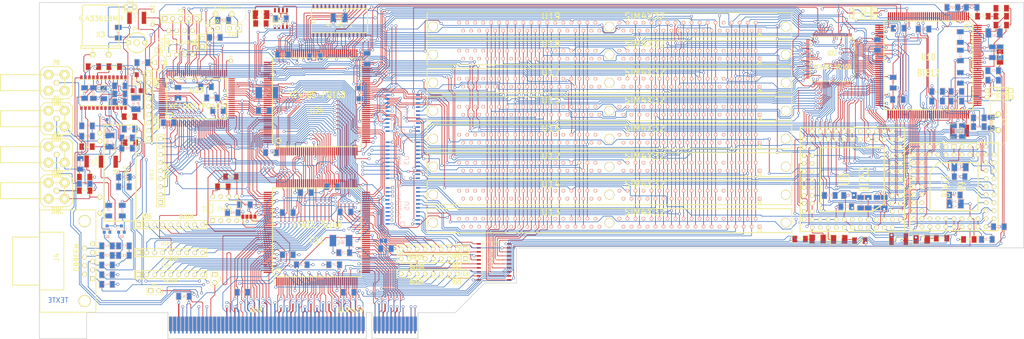
<source format=kicad_pcb>
(kicad_pcb (version 20160815) (host pcbnew "(2016-09-28 revision a6a4361)-tom-no-dlists")
  (title_block (title "KiCad demo") (date 2015-10-14) (rev 1.A))
  (layers (0 Composant signal) (1 GND_layer signal) (2 VCC_layer signal) (31 Cuivre signal) (34 B.Paste user) (35 F.Paste user) (36 B.SilkS user) (37 F.SilkS user) (38 B.Mask user) (39 F.Mask user) (44 Edge.Cuts user))
  (net 0 "")
  (net 1 +12V)
  (net 2 +3.3V)
  (net 3 +5F)
  (net 4 /ESVIDEO-RVB/BLUE)
  (net 5 /ESVIDEO-RVB/BLUE_IN)
  (net 6 /ESVIDEO-RVB/DPC0)
  (net 7 /ESVIDEO-RVB/DPC1)
  (net 8 /ESVIDEO-RVB/DPC2)
  (net 9 /ESVIDEO-RVB/DPC4)
  (net 10 /ESVIDEO-RVB/DPC5)
  (net 11 /ESVIDEO-RVB/DPC7)
  (net 12 /ESVIDEO-RVB/GREEN)
  (net 13 /ESVIDEO-RVB/GREEN_IN)
  (net 14 /ESVIDEO-RVB/OE_RVB-)
  (net 15 /ESVIDEO-RVB/PCA0)
  (net 16 /ESVIDEO-RVB/PCA2)
  (net 17 /ESVIDEO-RVB/RDCDA-)
  (net 18 /ESVIDEO-RVB/REF+)
  (net 19 /ESVIDEO-RVB/TVB2)
  (net 20 /ESVIDEO-RVB/TVB3)
  (net 21 /ESVIDEO-RVB/TVG0)
  (net 22 /ESVIDEO-RVB/TVG1)
  (net 23 /ESVIDEO-RVB/TVG2)
  (net 24 /ESVIDEO-RVB/TVG3)
  (net 25 /ESVIDEO-RVB/TVG4)
  (net 26 /ESVIDEO-RVB/TVG5)
  (net 27 /ESVIDEO-RVB/TVR0)
  (net 28 /ESVIDEO-RVB/TVR1)
  (net 29 /ESVIDEO-RVB/TVR2)
  (net 30 /ESVIDEO-RVB/TVR5)
  (net 31 /ESVIDEO-RVB/TVR6)
  (net 32 /ESVIDEO-RVB/TVR7)
  (net 33 /ESVIDEO-RVB/VAA)
  (net 34 /RAMS/CAS0-)
  (net 35 /RAMS/CAS2-)
  (net 36 /RAMS/CAS3-)
  (net 37 /RAMS/MXA0)
  (net 38 /RAMS/MXA1)
  (net 39 /RAMS/MXA10)
  (net 40 /RAMS/MXA2)
  (net 41 /RAMS/MXA3)
  (net 42 /RAMS/MXA4)
  (net 43 /RAMS/MXA5)
  (net 44 /RAMS/MXA6)
  (net 45 /RAMS/MXA7)
  (net 46 /RAMS/MXA8)
  (net 47 /RAMS/MXA9)
  (net 48 /RAMS/RAS3-)
  (net 49 /RAMS/RAS5-)
  (net 50 /RAMS/TVRAM0)
  (net 51 /RAMS/TVRAM1)
  (net 52 /RAMS/TVRAM10)
  (net 53 /RAMS/TVRAM11)
  (net 54 /RAMS/TVRAM12)
  (net 55 /RAMS/TVRAM13)
  (net 56 /RAMS/TVRAM14)
  (net 57 /RAMS/TVRAM15)
  (net 58 /RAMS/TVRAM16)
  (net 59 /RAMS/TVRAM17)
  (net 60 /RAMS/TVRAM18)
  (net 61 /RAMS/TVRAM19)
  (net 62 /RAMS/TVRAM2)
  (net 63 /RAMS/TVRAM20)
  (net 64 /RAMS/TVRAM21)
  (net 65 /RAMS/TVRAM22)
  (net 66 /RAMS/TVRAM23)
  (net 67 /RAMS/TVRAM24)
  (net 68 /RAMS/TVRAM25)
  (net 69 /RAMS/TVRAM26)
  (net 70 /RAMS/TVRAM27)
  (net 71 /RAMS/TVRAM28)
  (net 72 /RAMS/TVRAM29)
  (net 73 /RAMS/TVRAM3)
  (net 74 /RAMS/TVRAM30)
  (net 75 /RAMS/TVRAM31)
  (net 76 /RAMS/TVRAM4)
  (net 77 /RAMS/TVRAM5)
  (net 78 /RAMS/TVRAM6)
  (net 79 /RAMS/TVRAM7)
  (net 80 /RAMS/TVRAM8)
  (net 81 /RAMS/TVRAM9)
  (net 82 /RAMS/WRAM-)
  (net 83 /buspci.sch/ADR6)
  (net 84 /buspci.sch/BPCLK)
  (net 85 /buspci.sch/EA1)
  (net 86 /buspci.sch/EA10)
  (net 87 /buspci.sch/EA11)
  (net 88 /buspci.sch/EA12)
  (net 89 /buspci.sch/EA13)
  (net 90 /buspci.sch/EA14)
  (net 91 /buspci.sch/EA15)
  (net 92 /buspci.sch/EA2)
  (net 93 /buspci.sch/EA3)
  (net 94 /buspci.sch/EA4)
  (net 95 /buspci.sch/EA5)
  (net 96 /buspci.sch/EA6)
  (net 97 /buspci.sch/EA7)
  (net 98 /buspci.sch/EA9)
  (net 99 /buspci.sch/EQ0)
  (net 100 /buspci.sch/EQ1)
  (net 101 /buspci.sch/EQ2)
  (net 102 /buspci.sch/EQ3)
  (net 103 /buspci.sch/EQ4)
  (net 104 /buspci.sch/EQ5)
  (net 105 /buspci.sch/EQ6)
  (net 106 /buspci.sch/EQ7)
  (net 107 /buspci.sch/PTATN-)
  (net 108 /buspci.sch/PTBE-1)
  (net 109 /buspci.sch/PTNUM0)
  (net 110 /buspci.sch/PTRDY-)
  (net 111 /buspci.sch/P_AD0)
  (net 112 /buspci.sch/P_AD1)
  (net 113 /buspci.sch/P_AD10)
  (net 114 /buspci.sch/P_AD11)
  (net 115 /buspci.sch/P_AD12)
  (net 116 /buspci.sch/P_AD13)
  (net 117 /buspci.sch/P_AD14)
  (net 118 /buspci.sch/P_AD15)
  (net 119 /buspci.sch/P_AD16)
  (net 120 /buspci.sch/P_AD17)
  (net 121 /buspci.sch/P_AD18)
  (net 122 /buspci.sch/P_AD19)
  (net 123 /buspci.sch/P_AD2)
  (net 124 /buspci.sch/P_AD20)
  (net 125 /buspci.sch/P_AD21)
  (net 126 /buspci.sch/P_AD22)
  (net 127 /buspci.sch/P_AD23)
  (net 128 /buspci.sch/P_AD24)
  (net 129 /buspci.sch/P_AD25)
  (net 130 /buspci.sch/P_AD26)
  (net 131 /buspci.sch/P_AD27)
  (net 132 /buspci.sch/P_AD28)
  (net 133 /buspci.sch/P_AD29)
  (net 134 /buspci.sch/P_AD3)
  (net 135 /buspci.sch/P_AD30)
  (net 136 /buspci.sch/P_AD31)
  (net 137 /buspci.sch/P_AD4)
  (net 138 /buspci.sch/P_AD5)
  (net 139 /buspci.sch/P_AD6)
  (net 140 /buspci.sch/P_AD7)
  (net 141 /buspci.sch/P_AD8)
  (net 142 /buspci.sch/P_AD9)
  (net 143 /buspci.sch/P_C/BE0#)
  (net 144 /buspci.sch/P_C/BE1#)
  (net 145 /buspci.sch/P_C/BE2#)
  (net 146 /buspci.sch/P_C/BE3#)
  (net 147 /buspci.sch/P_CLK)
  (net 148 /buspci.sch/P_DEVSEL#)
  (net 149 /buspci.sch/P_FRAME#)
  (net 150 /buspci.sch/P_GNT#)
  (net 151 /buspci.sch/P_IDSEL)
  (net 152 /buspci.sch/P_INTA#)
  (net 153 /buspci.sch/P_IRDY#)
  (net 154 /buspci.sch/P_LOCK#)
  (net 155 /buspci.sch/P_PAR)
  (net 156 /buspci.sch/P_PERR#)
  (net 157 /buspci.sch/P_REQ#)
  (net 158 /buspci.sch/P_RST#)
  (net 159 /buspci.sch/P_SERR#)
  (net 160 /buspci.sch/P_STOP#)
  (net 161 /buspci.sch/P_TRDY#)
  (net 162 /buspci.sch/RDFIFO-)
  (net 163 /buspci.sch/WRFIFO-)
  (net 164 /buspci.sch/WRFULL)
  (net 165 /buspci.sch/X_IRQ)
  (net 166 /graphic/14MHZOUT)
  (net 167 /graphic/BT812_RD-)
  (net 168 /graphic/BT812_WR-)
  (net 169 /graphic/CADCLK)
  (net 170 /graphic/CCLK)
  (net 171 /graphic/CDACLK)
  (net 172 /graphic/CLK10MHz)
  (net 173 /graphic/CSIO-)
  (net 174 /graphic/DIN)
  (net 175 /graphic/DONE)
  (net 176 /graphic/HDOUT)
  (net 177 /graphic/HDREFOUT)
  (net 178 /graphic/IA0)
  (net 179 /graphic/IA1)
  (net 180 /graphic/IA2)
  (net 181 /graphic/IA3)
  (net 182 /graphic/IA4)
  (net 183 /graphic/IA5)
  (net 184 /graphic/IA6)
  (net 185 /graphic/IA7)
  (net 186 /graphic/IA8)
  (net 187 /graphic/IA9)
  (net 188 /graphic/ICAS-)
  (net 189 /graphic/ID0)
  (net 190 /graphic/ID1)
  (net 191 /graphic/ID2)
  (net 192 /graphic/ID3)
  (net 193 /graphic/IOE-)
  (net 194 /graphic/IRAS-)
  (net 195 /graphic/IRQ_SLR)
  (net 196 /graphic/IWR-)
  (net 197 /graphic/LED)
  (net 198 /graphic/PROG*)
  (net 199 /graphic/RESERV1)
  (net 200 /graphic/VOSC)
  (net 201 /graphic/XTAL_I)
  (net 202 /graphic/X_CLK)
  (net 203 /graphic/X_DIN)
  (net 204 /graphic/X_PROG-)
  (net 205 /modul/BLEU)
  (net 206 /modul/CHROM)
  (net 207 /modul/COUT)
  (net 208 /modul/CVBS)
  (net 209 /modul/CVBSOUT)
  (net 210 /modul/LUM)
  (net 211 /modul/YOUT)
  (net 212 /muxdata/DATA_WR)
  (net 213 /muxdata/DPC10)
  (net 214 /muxdata/DPC11)
  (net 215 /muxdata/DPC12)
  (net 216 /muxdata/DPC13)
  (net 217 /muxdata/DPC14)
  (net 218 /muxdata/DPC15)
  (net 219 /muxdata/DPC16)
  (net 220 /muxdata/DPC17)
  (net 221 /muxdata/DPC18)
  (net 222 /muxdata/DPC19)
  (net 223 /muxdata/DPC20)
  (net 224 /muxdata/DPC21)
  (net 225 /muxdata/DPC22)
  (net 226 /muxdata/DPC23)
  (net 227 /muxdata/DPC24)
  (net 228 /muxdata/DPC25)
  (net 229 /muxdata/DPC26)
  (net 230 /muxdata/DPC27)
  (net 231 /muxdata/DPC28)
  (net 232 /muxdata/DPC29)
  (net 233 /muxdata/DPC30)
  (net 234 /muxdata/DPC31)
  (net 235 /muxdata/DPC8)
  (net 236 /muxdata/DPC9)
  (net 237 /muxdata/X_DIN)
  (net 238 /pal-ntsc.sch/C-VIDEO)
  (net 239 /pal-ntsc.sch/RESET-)
  (net 240 /pal-ntsc.sch/VAF)
  (net 241 /pal-ntsc.sch/Y-VIDEO)
  (net 242 /pal-ntsc.sch/Y_SYNC)
  (net 243 GND)
  (net 244 "Net-(BUS1-PadB1)")
  (net 245 "Net-(BUS1-PadB2)")
  (net 246 "Net-(BUS1-PadA4)")
  (net 247 VCC)
  (net 248 "Net-(BUS1-PadB7)")
  (net 249 "Net-(BUS1-PadB8)")
  (net 250 "Net-(BUS1-PadB9)")
  (net 251 "Net-(BUS1-PadB10)")
  (net 252 "Net-(BUS1-PadB11)")
  (net 253 "Net-(BUS1-PadB14)")
  (net 254 "Net-(BUS1-PadB60)")
  (net 255 "Net-(BUS1-PadA1)")
  (net 256 "Net-(BUS1-PadA3)")
  (net 257 "Net-(BUS1-PadA7)")
  (net 258 "Net-(BUS1-PadA9)")
  (net 259 "Net-(BUS1-PadA11)")
  (net 260 "Net-(BUS1-PadA14)")
  (net 261 "Net-(BUS1-PadA19)")
  (net 262 "Net-(BUS1-PadA40)")
  (net 263 "Net-(BUS1-PadA41)")
  (net 264 "Net-(BUS1-PadA60)")
  (net 265 "Net-(C1-Pad1)")
  (net 266 "Net-(C1-Pad2)")
  (net 267 "Net-(C3-Pad1)")
  (net 268 "Net-(C4-Pad1)")
  (net 269 /ESVIDEO-RVB/RED_IN)
  (net 270 "Net-(C5-Pad1)")
  (net 271 "Net-(C5-Pad2)")
  (net 272 "Net-(C6-Pad1)")
  (net 273 "Net-(C7-Pad1)")
  (net 274 "Net-(C8-Pad1)")
  (net 275 "Net-(C8-Pad2)")
  (net 276 "Net-(C16-Pad1)")
  (net 277 "Net-(C32-Pad2)")
  (net 278 "Net-(C34-Pad2)")
  (net 279 "Net-(C35-Pad2)")
  (net 280 "Net-(C36-Pad1)")
  (net 281 "Net-(C36-Pad2)")
  (net 282 "Net-(C39-Pad1)")
  (net 283 "Net-(C39-Pad2)")
  (net 284 "Net-(C40-Pad1)")
  (net 285 "Net-(C40-Pad2)")
  (net 286 "Net-(C41-Pad1)")
  (net 287 "Net-(C41-Pad2)")
  (net 288 "Net-(C43-Pad1)")
  (net 289 "Net-(C44-Pad1)")
  (net 290 "Net-(C45-Pad1)")
  (net 291 "Net-(C46-Pad1)")
  (net 292 "Net-(C48-Pad2)")
  (net 293 "Net-(C49-Pad1)")
  (net 294 "Net-(C54-Pad1)")
  (net 295 "Net-(C58-Pad1)")
  (net 296 "Net-(C59-Pad1)")
  (net 297 "Net-(C60-Pad1)")
  (net 298 "Net-(C61-Pad1)")
  (net 299 "Net-(C61-Pad2)")
  (net 300 "Net-(C65-Pad2)")
  (net 301 "Net-(C66-Pad2)")
  (net 302 "Net-(CV1-Pad1)")
  (net 303 "Net-(D6-Pad1)")
  (net 304 "Net-(L1-Pad1)")
  (net 305 "Net-(L6-Pad1)")
  (net 306 "Net-(L6-Pad2)")
  (net 307 "Net-(P4-Pad1)")
  (net 308 "Net-(P9-Pad1)")
  (net 309 "Net-(P10-Pad1)")
  (net 310 "Net-(P11-Pad1)")
  (net 311 "Net-(POT1-Pad1)")
  (net 312 "Net-(Q1-Pad1)")
  (net 313 "Net-(Q1-Pad2)")
  (net 314 "Net-(Q2-Pad1)")
  (net 315 "Net-(Q2-Pad2)")
  (net 316 "Net-(Q3-Pad1)")
  (net 317 "Net-(Q3-Pad2)")
  (net 318 "Net-(R4-Pad1)")
  (net 319 "Net-(R5-Pad1)")
  (net 320 "Net-(R6-Pad1)")
  (net 321 "Net-(R7-Pad1)")
  (net 322 "Net-(R9-Pad2)")
  (net 323 "Net-(R10-Pad2)")
  (net 324 "Net-(R19-Pad2)")
  (net 325 "Net-(R27-Pad1)")
  (net 326 "Net-(R28-Pad2)")
  (net 327 "Net-(R29-Pad2)")
  (net 328 /graphic/CSYNC-OUT)
  (net 329 "Net-(R36-Pad2)")
  (net 330 "Net-(R38-Pad1)")
  (net 331 /buspci.sch/SELECT-)
  (net 332 /buspci.sch/WR-)
  (net 333 /buspci.sch/RD-)
  (net 334 /buspci.sch/PTADR-)
  (net 335 /ESVIDEO-RVB/DPC3)
  (net 336 /ESVIDEO-RVB/DPC6)
  (net 337 /graphic/ACCES_RAM-)
  (net 338 /ESVIDEO-RVB/CSYNCIN-)
  (net 339 /ESVIDEO-RVB/PCA1)
  (net 340 /ESVIDEO-RVB/RDCAD-)
  (net 341 /ESVIDEO-RVB/WRCAD-)
  (net 342 /ESVIDEO-RVB/TVB7)
  (net 343 /ESVIDEO-RVB/TVB6)
  (net 344 /ESVIDEO-RVB/TVB5)
  (net 345 /ESVIDEO-RVB/TVB4)
  (net 346 /ESVIDEO-RVB/TVB1)
  (net 347 /ESVIDEO-RVB/TVB0)
  (net 348 /ESVIDEO-RVB/TVG7)
  (net 349 /ESVIDEO-RVB/TVG6)
  (net 350 /ESVIDEO-RVB/CLAMP)
  (net 351 /ESVIDEO-RVB/TVR4)
  (net 352 /ESVIDEO-RVB/TVR3)
  (net 353 "Net-(U8-Pad58)")
  (net 354 "Net-(U8-Pad60)")
  (net 355 "Net-(U8-Pad62)")
  (net 356 /ESVIDEO-RVB/BLANK-)
  (net 357 /ESVIDEO-RVB/TVI0)
  (net 358 /ESVIDEO-RVB/TVI1)
  (net 359 /ESVIDEO-RVB/WRCDA-)
  (net 360 /ESVIDEO-RVB/OE_PAL-)
  (net 361 /graphic/VD_PAL-)
  (net 362 /graphic/HD_PAL-)
  (net 363 /graphic/F_PALIN)
  (net 364 /buspci.sch/BE-3)
  (net 365 /buspci.sch/BE-2)
  (net 366 /buspci.sch/BE-1)
  (net 367 /buspci.sch/ADR5)
  (net 368 /buspci.sch/ADR4)
  (net 369 /buspci.sch/ADR3)
  (net 370 /buspci.sch/ADR2)
  (net 371 /buspci.sch/PTNUM1)
  (net 372 /buspci.sch/IRQ-)
  (net 373 /buspci.sch/BE-0)
  (net 374 /buspci.sch/RDEMPTY)
  (net 375 /buspci.sch/PTWR)
  (net 376 /buspci.sch/PTBURST-)
  (net 377 /buspci.sch/PTBE-0)
  (net 378 /buspci.sch/PTBE-2)
  (net 379 /buspci.sch/PTBE-3)
  (net 380 /RAMS/CAS1-)
  (net 381 /RAMS/RAS7-)
  (net 382 /RAMS/RAS6-)
  (net 383 /RAMS/RAS4-)
  (net 384 /RAMS/RAS2-)
  (net 385 /RAMS/RAS1-)
  (net 386 /RAMS/RAS0-)
  (net 387 "Net-(U20-Pad23)")
  (net 388 /graphic/ACQ_ON)
  (net 389 /graphic/X_DONE)
  (module connect:BUSPCI (layer Composant) (at 158.115 158.75)
    (fp_text reference BUS1 (at -35.941 -4.699) (layer F.SilkS) (effects (font (size 1.524 1.016) (thickness 0.2032))))
    (fp_text value BUSPCI_5V (at -5.842 -4.699) (layer F.SilkS) (effects (font (size 1.524 1.016) (thickness 0.2032))))
    (pad A62 connect rect (at 14.605 2.413) (size 0.508 0.762) (layers Cuivre B.Mask) (net 247 VCC))
    (pad A61 connect rect (at 13.335 2.413) (size 0.508 0.762) (layers Cuivre B.Mask) (net 247 VCC))
    (pad A60 connect rect (at 12.065 2.413) (size 0.508 0.762) (layers Cuivre B.Mask) (net 264 "Net-(BUS1-PadA60)"))
    (pad A59 connect rect (at 10.795 2.413) (size 0.508 0.762) (layers Cuivre B.Mask) (net 247 VCC))
    (pad A58 connect rect (at 9.525 2.413) (size 0.508 0.762) (layers Cuivre B.Mask) (net 111 /buspci.sch/P_AD0))
    (pad A57 connect rect (at 8.255 2.413) (size 0.508 0.762) (layers Cuivre B.Mask) (net 123 /buspci.sch/P_AD2))
    (pad A56 connect rect (at 6.985 2.413) (size 0.508 0.762) (layers Cuivre B.Mask) (net 243 GND))
    (pad A55 connect rect (at 5.715 2.413) (size 0.508 0.762) (layers Cuivre B.Mask) (net 137 /buspci.sch/P_AD4))
    (pad A54 connect rect (at 4.445 2.413) (size 0.508 0.762) (layers Cuivre B.Mask) (net 139 /buspci.sch/P_AD6))
    (pad A53 connect rect (at 3.175 2.413) (size 0.508 0.762) (layers Cuivre B.Mask) (net 2 +3.3V))
    (pad A52 connect rect (at 1.905 2.413) (size 0.508 0.762) (layers Cuivre B.Mask) (net 143 /buspci.sch/P_C/BE0#))
    (pad A49 connect rect (at -1.905 2.413) (size 0.508 0.762) (layers Cuivre B.Mask) (net 142 /buspci.sch/P_AD9))
    (pad A48 connect rect (at -3.175 2.413) (size 0.508 0.762) (layers Cuivre B.Mask) (net 243 GND))
    (pad A47 connect rect (at -4.445 2.413) (size 0.508 0.762) (layers Cuivre B.Mask) (net 114 /buspci.sch/P_AD11))
    (pad A46 connect rect (at -5.715 2.413) (size 0.508 0.762) (layers Cuivre B.Mask) (net 116 /buspci.sch/P_AD13))
    (pad A45 connect rect (at -6.985 2.413) (size 0.508 0.762) (layers Cuivre B.Mask) (net 2 +3.3V))
    (pad A44 connect rect (at -8.255 2.413) (size 0.508 0.762) (layers Cuivre B.Mask) (net 118 /buspci.sch/P_AD15))
    (pad A43 connect rect (at -9.525 2.413) (size 0.508 0.762) (layers Cuivre B.Mask) (net 155 /buspci.sch/P_PAR))
    (pad A42 connect rect (at -10.795 2.413) (size 0.508 0.762) (layers Cuivre B.Mask) (net 243 GND))
    (pad A41 connect rect (at -12.065 2.413) (size 0.508 0.762) (layers Cuivre B.Mask) (net 263 "Net-(BUS1-PadA41)"))
    (pad A40 connect rect (at -13.335 2.413) (size 0.508 0.762) (layers Cuivre B.Mask) (net 262 "Net-(BUS1-PadA40)"))
    (pad A39 connect rect (at -14.605 2.413) (size 0.508 0.762) (layers Cuivre B.Mask) (net 2 +3.3V))
    (pad A38 connect rect (at -15.875 2.413) (size 0.508 0.762) (layers Cuivre B.Mask) (net 160 /buspci.sch/P_STOP#))
    (pad A37 connect rect (at -17.145 2.413) (size 0.508 0.762) (layers Cuivre B.Mask) (net 243 GND))
    (pad A36 connect rect (at -18.415 2.413) (size 0.508 0.762) (layers Cuivre B.Mask) (net 161 /buspci.sch/P_TRDY#))
    (pad A35 connect rect (at -19.685 2.413) (size 0.508 0.762) (layers Cuivre B.Mask) (net 243 GND))
    (pad A34 connect rect (at -20.955 2.413) (size 0.508 0.762) (layers Cuivre B.Mask) (net 149 /buspci.sch/P_FRAME#))
    (pad A33 connect rect (at -22.225 2.413) (size 0.508 0.762) (layers Cuivre B.Mask) (net 2 +3.3V))
    (pad A32 connect rect (at -23.495 2.413) (size 0.508 0.762) (layers Cuivre B.Mask) (net 119 /buspci.sch/P_AD16))
    (pad A31 connect rect (at -24.765 2.413) (size 0.508 0.762) (layers Cuivre B.Mask) (net 121 /buspci.sch/P_AD18))
    (pad A30 connect rect (at -26.035 2.413) (size 0.508 0.762) (layers Cuivre B.Mask) (net 243 GND))
    (pad A29 connect rect (at -27.305 2.413) (size 0.508 0.762) (layers Cuivre B.Mask) (net 124 /buspci.sch/P_AD20))
    (pad A28 connect rect (at -28.575 2.413) (size 0.508 0.762) (layers Cuivre B.Mask) (net 126 /buspci.sch/P_AD22))
    (pad A27 connect rect (at -29.845 2.413) (size 0.508 0.762) (layers Cuivre B.Mask) (net 2 +3.3V))
    (pad A26 connect rect (at -31.115 2.413) (size 0.508 0.762) (layers Cuivre B.Mask) (net 151 /buspci.sch/P_IDSEL))
    (pad A25 connect rect (at -32.385 2.413) (size 0.508 0.762) (layers Cuivre B.Mask) (net 128 /buspci.sch/P_AD24))
    (pad A24 connect rect (at -33.655 2.413) (size 0.508 0.762) (layers Cuivre B.Mask) (net 243 GND))
    (pad A23 connect rect (at -34.925 2.413) (size 0.508 0.762) (layers Cuivre B.Mask) (net 130 /buspci.sch/P_AD26))
    (pad A22 connect rect (at -36.195 2.413) (size 0.508 0.762) (layers Cuivre B.Mask) (net 132 /buspci.sch/P_AD28))
    (pad A21 connect rect (at -37.465 2.413) (size 0.508 0.762) (layers Cuivre B.Mask) (net 2 +3.3V))
    (pad A20 connect rect (at -38.735 2.413) (size 0.508 0.762) (layers Cuivre B.Mask) (net 135 /buspci.sch/P_AD30))
    (pad A19 connect rect (at -40.005 2.413) (size 0.508 0.762) (layers Cuivre B.Mask) (net 261 "Net-(BUS1-PadA19)"))
    (pad A18 connect rect (at -41.275 2.413) (size 0.508 0.762) (layers Cuivre B.Mask) (net 243 GND))
    (pad A17 connect rect (at -42.545 2.413) (size 0.508 0.762) (layers Cuivre B.Mask) (net 150 /buspci.sch/P_GNT#))
    (pad A16 connect rect (at -43.815 2.413) (size 0.508 0.762) (layers Cuivre B.Mask) (net 247 VCC))
    (pad A15 connect rect (at -45.085 2.413) (size 0.508 0.762) (layers Cuivre B.Mask) (net 158 /buspci.sch/P_RST#))
    (pad A14 connect rect (at -46.355 2.413) (size 0.508 0.762) (layers Cuivre B.Mask) (net 260 "Net-(BUS1-PadA14)"))
    (pad A13 connect rect (at -47.625 2.413) (size 0.508 0.762) (layers Cuivre B.Mask))
    (pad A12 connect rect (at -48.895 2.413) (size 0.508 0.762) (layers Cuivre B.Mask))
    (pad A11 connect rect (at -50.165 2.413) (size 0.508 0.762) (layers Cuivre B.Mask) (net 259 "Net-(BUS1-PadA11)"))
    (pad A10 connect rect (at -51.435 2.413) (size 0.508 0.762) (layers Cuivre B.Mask) (net 247 VCC))
    (pad A9 connect rect (at -52.705 2.413) (size 0.508 0.762) (layers Cuivre B.Mask) (net 258 "Net-(BUS1-PadA9)"))
    (pad A8 connect rect (at -53.975 2.413) (size 0.508 0.762) (layers Cuivre B.Mask) (net 247 VCC))
    (pad A7 connect rect (at -55.245 2.413) (size 0.508 0.762) (layers Cuivre B.Mask) (net 257 "Net-(BUS1-PadA7)"))
    (pad A6 connect rect (at -56.515 2.413) (size 0.508 0.762) (layers Cuivre B.Mask) (net 152 /buspci.sch/P_INTA#))
    (pad A5 connect rect (at -57.785 2.413) (size 0.508 0.762) (layers Cuivre B.Mask) (net 247 VCC))
    (pad A4 connect rect (at -59.055 2.413) (size 0.508 0.762) (layers Cuivre B.Mask) (net 246 "Net-(BUS1-PadA4)"))
    (pad A3 connect rect (at -60.325 2.413) (size 0.508 0.762) (layers Cuivre B.Mask) (net 256 "Net-(BUS1-PadA3)"))
    (pad A2 connect rect (at -61.595 2.413) (size 0.508 0.762) (layers Cuivre B.Mask) (net 1 +12V))
    (pad A1 connect rect (at -62.865 2.413) (size 0.508 0.762) (layers Cuivre B.Mask) (net 255 "Net-(BUS1-PadA1)"))
    (pad B1 connect rect (at -62.865 2.413) (size 0.508 0.762) (layers Composant F.Mask) (net 244 "Net-(BUS1-PadB1)"))
    (pad B62 connect rect (at 14.605 2.413) (size 0.508 0.762) (layers Composant F.Mask) (net 247 VCC))
    (pad B61 connect rect (at 13.335 2.413) (size 0.508 0.762) (layers Composant F.Mask) (net 247 VCC))
    (pad B60 connect rect (at 12.065 2.413) (size 0.508 0.762) (layers Composant F.Mask) (net 254 "Net-(BUS1-PadB60)"))
    (pad B59 connect rect (at 10.795 2.413) (size 0.508 0.762) (layers Composant F.Mask) (net 247 VCC))
    (pad B58 connect rect (at 9.525 2.413) (size 0.508 0.762) (layers Composant F.Mask) (net 112 /buspci.sch/P_AD1))
    (pad B57 connect rect (at 8.255 2.413) (size 0.508 0.762) (layers Composant F.Mask) (net 243 GND))
    (pad B56 connect rect (at 6.985 2.413) (size 0.508 0.762) (layers Composant F.Mask) (net 134 /buspci.sch/P_AD3))
    (pad B55 connect rect (at 5.715 2.413) (size 0.508 0.762) (layers Composant F.Mask) (net 138 /buspci.sch/P_AD5))
    (pad B54 connect rect (at 4.445 2.413) (size 0.508 0.762) (layers Composant F.Mask) (net 2 +3.3V))
    (pad B53 connect rect (at 3.175 2.413) (size 0.508 0.762) (layers Composant F.Mask) (net 140 /buspci.sch/P_AD7))
    (pad B52 connect rect (at 1.905 2.413) (size 0.508 0.762) (layers Composant F.Mask) (net 141 /buspci.sch/P_AD8))
    (pad B49 connect rect (at -1.905 2.413) (size 0.508 0.762) (layers Composant F.Mask) (net 243 GND))
    (pad B48 connect rect (at -3.175 2.413) (size 0.508 0.762) (layers Composant F.Mask) (net 113 /buspci.sch/P_AD10))
    (pad B47 connect rect (at -4.445 2.413) (size 0.508 0.762) (layers Composant F.Mask) (net 115 /buspci.sch/P_AD12))
    (pad B46 connect rect (at -5.715 2.413) (size 0.508 0.762) (layers Composant F.Mask) (net 243 GND))
    (pad B45 connect rect (at -6.985 2.413) (size 0.508 0.762) (layers Composant F.Mask) (net 117 /buspci.sch/P_AD14))
    (pad B44 connect rect (at -8.255 2.413) (size 0.508 0.762) (layers Composant F.Mask) (net 144 /buspci.sch/P_C/BE1#))
    (pad B43 connect rect (at -9.525 2.413) (size 0.508 0.762) (layers Composant F.Mask) (net 2 +3.3V))
    (pad B42 connect rect (at -10.795 2.413) (size 0.508 0.762) (layers Composant F.Mask) (net 159 /buspci.sch/P_SERR#))
    (pad B41 connect rect (at -12.065 2.413) (size 0.508 0.762) (layers Composant F.Mask) (net 2 +3.3V))
    (pad B40 connect rect (at -13.335 2.413) (size 0.508 0.762) (layers Composant F.Mask) (net 156 /buspci.sch/P_PERR#))
    (pad B39 connect rect (at -14.605 2.413) (size 0.508 0.762) (layers Composant F.Mask) (net 154 /buspci.sch/P_LOCK#))
    (pad B38 connect rect (at -15.875 2.413) (size 0.508 0.762) (layers Composant F.Mask) (net 243 GND))
    (pad B37 connect rect (at -17.145 2.413) (size 0.508 0.762) (layers Composant F.Mask) (net 148 /buspci.sch/P_DEVSEL#))
    (pad B36 connect rect (at -18.415 2.413) (size 0.508 0.762) (layers Composant F.Mask) (net 2 +3.3V))
    (pad B35 connect rect (at -19.685 2.413) (size 0.508 0.762) (layers Composant F.Mask) (net 153 /buspci.sch/P_IRDY#))
    (pad B34 connect rect (at -20.955 2.413) (size 0.508 0.762) (layers Composant F.Mask) (net 243 GND))
    (pad B33 connect rect (at -22.225 2.413) (size 0.508 0.762) (layers Composant F.Mask) (net 145 /buspci.sch/P_C/BE2#))
    (pad B32 connect rect (at -23.495 2.413) (size 0.508 0.762) (layers Composant F.Mask) (net 120 /buspci.sch/P_AD17))
    (pad B31 connect rect (at -24.765 2.413) (size 0.508 0.762) (layers Composant F.Mask) (net 2 +3.3V))
    (pad B30 connect rect (at -26.035 2.413) (size 0.508 0.762) (layers Composant F.Mask) (net 122 /buspci.sch/P_AD19))
    (pad B29 connect rect (at -27.305 2.413) (size 0.508 0.762) (layers Composant F.Mask) (net 125 /buspci.sch/P_AD21))
    (pad B28 connect rect (at -28.575 2.413) (size 0.508 0.762) (layers Composant F.Mask) (net 243 GND))
    (pad B27 connect rect (at -29.845 2.413) (size 0.508 0.762) (layers Composant F.Mask) (net 127 /buspci.sch/P_AD23))
    (pad B26 connect rect (at -31.115 2.413) (size 0.508 0.762) (layers Composant F.Mask) (net 146 /buspci.sch/P_C/BE3#))
    (pad B25 connect rect (at -32.385 2.413) (size 0.508 0.762) (layers Composant F.Mask) (net 2 +3.3V))
    (pad B24 connect rect (at -33.655 2.413) (size 0.508 0.762) (layers Composant F.Mask) (net 129 /buspci.sch/P_AD25))
    (pad B23 connect rect (at -34.925 2.413) (size 0.508 0.762) (layers Composant F.Mask) (net 131 /buspci.sch/P_AD27))
    (pad B22 connect rect (at -36.195 2.413) (size 0.508 0.762) (layers Composant F.Mask) (net 243 GND))
    (pad B21 connect rect (at -37.465 2.413) (size 0.508 0.762) (layers Composant F.Mask) (net 133 /buspci.sch/P_AD29))
    (pad B20 connect rect (at -38.735 2.413) (size 0.508 0.762) (layers Composant F.Mask) (net 136 /buspci.sch/P_AD31))
    (pad B19 connect rect (at -40.005 2.413) (size 0.508 0.762) (layers Composant F.Mask) (net 247 VCC))
    (pad B18 connect rect (at -41.275 2.413) (size 0.508 0.762) (layers Composant F.Mask) (net 157 /buspci.sch/P_REQ#))
    (pad B17 connect rect (at -42.545 2.413) (size 0.508 0.762) (layers Composant F.Mask) (net 243 GND))
    (pad B16 connect rect (at -43.815 2.413) (size 0.508 0.762) (layers Composant F.Mask) (net 147 /buspci.sch/P_CLK))
    (pad B15 connect rect (at -45.085 2.413) (size 0.508 0.762) (layers Composant F.Mask) (net 243 GND))
    (pad B14 connect rect (at -46.355 2.413) (size 0.508 0.762) (layers Composant F.Mask) (net 253 "Net-(BUS1-PadB14)"))
    (pad B13 connect rect (at -47.625 2.413) (size 0.508 0.762) (layers Composant F.Mask))
    (pad B12 connect rect (at -48.895 2.413) (size 0.508 0.762) (layers Composant F.Mask))
    (pad B11 connect rect (at -50.165 2.413) (size 0.508 0.762) (layers Composant F.Mask) (net 252 "Net-(BUS1-PadB11)"))
    (pad B10 connect rect (at -51.435 2.413) (size 0.508 0.762) (layers Composant F.Mask) (net 251 "Net-(BUS1-PadB10)"))
    (pad B9 connect rect (at -52.705 2.413) (size 0.508 0.762) (layers Composant F.Mask) (net 250 "Net-(BUS1-PadB9)"))
    (pad B8 connect rect (at -53.975 2.413) (size 0.508 0.762) (layers Composant F.Mask) (net 249 "Net-(BUS1-PadB8)"))
    (pad B7 connect rect (at -55.245 2.413) (size 0.508 0.762) (layers Composant F.Mask) (net 248 "Net-(BUS1-PadB7)"))
    (pad B6 connect rect (at -56.515 2.413) (size 0.508 0.762) (layers Composant F.Mask) (net 247 VCC))
    (pad B5 connect rect (at -57.785 2.413) (size 0.508 0.762) (layers Composant F.Mask) (net 247 VCC))
    (pad B4 connect rect (at -59.055 2.413) (size 0.508 0.762) (layers Composant F.Mask) (net 246 "Net-(BUS1-PadA4)"))
    (pad B3 connect rect (at -60.325 2.413) (size 0.508 0.762) (layers Composant F.Mask) (net 243 GND))
    (pad B2 connect rect (at -61.595 2.413) (size 0.508 0.762) (layers Composant F.Mask) (net 245 "Net-(BUS1-PadB2)"))
    (pad A62 connect rect (at 14.605 -0.254) (size 1.016 4.572) (layers Cuivre B.Mask) (net 247 VCC))
    (pad A61 connect rect (at 13.335 -0.254) (size 1.016 4.572) (layers Cuivre B.Mask) (net 247 VCC))
    (pad A60 connect rect (at 12.065 -0.254) (size 1.016 4.572) (layers Cuivre B.Mask) (net 264 "Net-(BUS1-PadA60)"))
    (pad A59 connect rect (at 10.795 -0.254) (size 1.016 4.572) (layers Cuivre B.Mask) (net 247 VCC))
    (pad A58 connect rect (at 9.525 -0.254) (size 1.016 4.572) (layers Cuivre B.Mask) (net 111 /buspci.sch/P_AD0))
    (pad A57 connect rect (at 8.255 -0.254) (size 1.016 4.572) (layers Cuivre B.Mask) (net 123 /buspci.sch/P_AD2))
    (pad A56 connect rect (at 6.985 -0.254) (size 1.016 4.572) (layers Cuivre B.Mask) (net 243 GND))
    (pad A55 connect rect (at 5.715 -0.254) (size 1.016 4.572) (layers Cuivre B.Mask) (net 137 /buspci.sch/P_AD4))
    (pad A54 connect rect (at 4.445 -0.254) (size 1.016 4.572) (layers Cuivre B.Mask) (net 139 /buspci.sch/P_AD6))
    (pad A53 connect rect (at 3.175 -0.254) (size 1.016 4.572) (layers Cuivre B.Mask) (net 2 +3.3V))
    (pad A52 connect rect (at 1.905 -0.254) (size 1.016 4.572) (layers Cuivre B.Mask) (net 143 /buspci.sch/P_C/BE0#))
    (pad A49 connect rect (at -1.905 -0.254) (size 1.016 4.572) (layers Cuivre B.Mask) (net 142 /buspci.sch/P_AD9))
    (pad A48 connect rect (at -3.175 -0.254) (size 1.016 4.572) (layers Cuivre B.Mask) (net 243 GND))
    (pad A47 connect rect (at -4.445 -0.254) (size 1.016 4.572) (layers Cuivre B.Mask) (net 114 /buspci.sch/P_AD11))
    (pad A46 connect rect (at -5.715 -0.254) (size 1.016 4.572) (layers Cuivre B.Mask) (net 116 /buspci.sch/P_AD13))
    (pad A45 connect rect (at -6.985 -0.254) (size 1.016 4.572) (layers Cuivre B.Mask) (net 2 +3.3V))
    (pad A44 connect rect (at -8.255 -0.254) (size 1.016 4.572) (layers Cuivre B.Mask) (net 118 /buspci.sch/P_AD15))
    (pad A43 connect rect (at -9.525 -0.254) (size 1.016 4.572) (layers Cuivre B.Mask) (net 155 /buspci.sch/P_PAR))
    (pad A42 connect rect (at -10.795 -0.254) (size 1.016 4.572) (layers Cuivre B.Mask) (net 243 GND))
    (pad A41 connect rect (at -12.065 -0.254) (size 1.016 4.572) (layers Cuivre B.Mask) (net 263 "Net-(BUS1-PadA41)"))
    (pad A40 connect rect (at -13.335 -0.254) (size 1.016 4.572) (layers Cuivre B.Mask) (net 262 "Net-(BUS1-PadA40)"))
    (pad A39 connect rect (at -14.605 -0.254) (size 1.016 4.572) (layers Cuivre B.Mask) (net 2 +3.3V))
    (pad A38 connect rect (at -15.875 -0.254) (size 1.016 4.572) (layers Cuivre B.Mask) (net 160 /buspci.sch/P_STOP#))
    (pad A37 connect rect (at -17.145 -0.254) (size 1.016 4.572) (layers Cuivre B.Mask) (net 243 GND))
    (pad A36 connect rect (at -18.415 -0.254) (size 1.016 4.572) (layers Cuivre B.Mask) (net 161 /buspci.sch/P_TRDY#))
    (pad A35 connect rect (at -19.685 -0.254) (size 1.016 4.572) (layers Cuivre B.Mask) (net 243 GND))
    (pad A34 connect rect (at -20.955 -0.254) (size 1.016 4.572) (layers Cuivre B.Mask) (net 149 /buspci.sch/P_FRAME#))
    (pad A33 connect rect (at -22.225 -0.254) (size 1.016 4.572) (layers Cuivre B.Mask) (net 2 +3.3V))
    (pad A32 connect rect (at -23.495 -0.254) (size 1.016 4.572) (layers Cuivre B.Mask) (net 119 /buspci.sch/P_AD16))
    (pad A31 connect rect (at -24.765 -0.254) (size 1.016 4.572) (layers Cuivre B.Mask) (net 121 /buspci.sch/P_AD18))
    (pad A30 connect rect (at -26.035 -0.254) (size 1.016 4.572) (layers Cuivre B.Mask) (net 243 GND))
    (pad A29 connect rect (at -27.305 -0.254) (size 1.016 4.572) (layers Cuivre B.Mask) (net 124 /buspci.sch/P_AD20))
    (pad A28 connect rect (at -28.575 -0.254) (size 1.016 4.572) (layers Cuivre B.Mask) (net 126 /buspci.sch/P_AD22))
    (pad A27 connect rect (at -29.845 -0.254) (size 1.016 4.572) (layers Cuivre B.Mask) (net 2 +3.3V))
    (pad A26 connect rect (at -31.115 -0.254) (size 1.016 4.572) (layers Cuivre B.Mask) (net 151 /buspci.sch/P_IDSEL))
    (pad A25 connect rect (at -32.385 -0.254) (size 1.016 4.572) (layers Cuivre B.Mask) (net 128 /buspci.sch/P_AD24))
    (pad A24 connect rect (at -33.655 -0.254) (size 1.016 4.572) (layers Cuivre B.Mask) (net 243 GND))
    (pad A23 connect rect (at -34.925 -0.254) (size 1.016 4.572) (layers Cuivre B.Mask) (net 130 /buspci.sch/P_AD26))
    (pad A22 connect rect (at -36.195 -0.254) (size 1.016 4.572) (layers Cuivre B.Mask) (net 132 /buspci.sch/P_AD28))
    (pad A21 connect rect (at -37.465 -0.254) (size 1.016 4.572) (layers Cuivre B.Mask) (net 2 +3.3V))
    (pad A20 connect rect (at -38.735 -0.254) (size 1.016 4.572) (layers Cuivre B.Mask) (net 135 /buspci.sch/P_AD30))
    (pad A19 connect rect (at -40.005 -0.254) (size 1.016 4.572) (layers Cuivre B.Mask) (net 261 "Net-(BUS1-PadA19)"))
    (pad A18 connect rect (at -41.275 -0.254) (size 1.016 4.572) (layers Cuivre B.Mask) (net 243 GND))
    (pad A17 connect rect (at -42.545 -0.254) (size 1.016 4.572) (layers Cuivre B.Mask) (net 150 /buspci.sch/P_GNT#))
    (pad A16 connect rect (at -43.815 -0.254) (size 1.016 4.572) (layers Cuivre B.Mask) (net 247 VCC))
    (pad A15 connect rect (at -45.085 -0.254) (size 1.016 4.572) (layers Cuivre B.Mask) (net 158 /buspci.sch/P_RST#))
    (pad A14 connect rect (at -46.355 -0.254) (size 1.016 4.572) (layers Cuivre B.Mask) (net 260 "Net-(BUS1-PadA14)"))
    (pad A13 connect rect (at -47.625 -0.254) (size 1.016 4.572) (layers Cuivre B.Mask))
    (pad A12 connect rect (at -48.895 -0.254) (size 1.016 4.572) (layers Cuivre B.Mask))
    (pad A11 connect rect (at -50.165 -0.254) (size 1.016 4.572) (layers Cuivre B.Mask) (net 259 "Net-(BUS1-PadA11)"))
    (pad A10 connect rect (at -51.435 -0.254) (size 1.016 4.572) (layers Cuivre B.Mask) (net 247 VCC))
    (pad A9 connect rect (at -52.705 -0.254) (size 1.016 4.572) (layers Cuivre B.Mask) (net 258 "Net-(BUS1-PadA9)"))
    (pad A8 connect rect (at -53.975 -0.254) (size 1.016 4.572) (layers Cuivre B.Mask) (net 247 VCC))
    (pad A7 connect rect (at -55.245 -0.254) (size 1.016 4.572) (layers Cuivre B.Mask) (net 257 "Net-(BUS1-PadA7)"))
    (pad A6 connect rect (at -56.515 -0.254) (size 1.016 4.572) (layers Cuivre B.Mask) (net 152 /buspci.sch/P_INTA#))
    (pad A5 connect rect (at -57.785 -0.254) (size 1.016 4.572) (layers Cuivre B.Mask) (net 247 VCC))
    (pad A4 connect rect (at -59.055 -0.254) (size 1.016 4.572) (layers Cuivre B.Mask) (net 246 "Net-(BUS1-PadA4)"))
    (pad A3 connect rect (at -60.325 -0.254) (size 1.016 4.572) (layers Cuivre B.Mask) (net 256 "Net-(BUS1-PadA3)"))
    (pad A2 connect rect (at -61.595 -0.254) (size 1.016 4.572) (layers Cuivre B.Mask) (net 1 +12V))
    (pad A1 connect rect (at -62.865 -0.254) (size 1.016 4.572) (layers Cuivre B.Mask) (net 255 "Net-(BUS1-PadA1)"))
    (pad B62 connect rect (at 14.605 -0.254) (size 1.016 4.572) (layers Composant F.Mask) (net 247 VCC))
    (pad B61 connect rect (at 13.335 -0.254) (size 1.016 4.572) (layers Composant F.Mask) (net 247 VCC))
    (pad B60 connect rect (at 12.065 -0.254) (size 1.016 4.572) (layers Composant F.Mask) (net 254 "Net-(BUS1-PadB60)"))
    (pad B59 connect rect (at 10.795 -0.254) (size 1.016 4.572) (layers Composant F.Mask) (net 247 VCC))
    (pad B58 connect rect (at 9.525 -0.254) (size 1.016 4.572) (layers Composant F.Mask) (net 112 /buspci.sch/P_AD1))
    (pad B57 connect rect (at 8.255 -0.254) (size 1.016 4.572) (layers Composant F.Mask) (net 243 GND))
    (pad B56 connect rect (at 6.985 -0.254) (size 1.016 4.572) (layers Composant F.Mask) (net 134 /buspci.sch/P_AD3))
    (pad B55 connect rect (at 5.715 -0.254) (size 1.016 4.572) (layers Composant F.Mask) (net 138 /buspci.sch/P_AD5))
    (pad B54 connect rect (at 4.445 -0.254) (size 1.016 4.572) (layers Composant F.Mask) (net 2 +3.3V))
    (pad B53 connect rect (at 3.175 -0.254) (size 1.016 4.572) (layers Composant F.Mask) (net 140 /buspci.sch/P_AD7))
    (pad B52 connect rect (at 1.905 -0.254) (size 1.016 4.572) (layers Composant F.Mask) (net 141 /buspci.sch/P_AD8))
    (pad B49 connect rect (at -1.905 -0.254) (size 1.016 4.572) (layers Composant F.Mask) (net 243 GND))
    (pad B48 connect rect (at -3.175 -0.254) (size 1.016 4.572) (layers Composant F.Mask) (net 113 /buspci.sch/P_AD10))
    (pad B47 connect rect (at -4.445 -0.254) (size 1.016 4.572) (layers Composant F.Mask) (net 115 /buspci.sch/P_AD12))
    (pad B46 connect rect (at -5.715 -0.254) (size 1.016 4.572) (layers Composant F.Mask) (net 243 GND))
    (pad B45 connect rect (at -6.985 -0.254) (size 1.016 4.572) (layers Composant F.Mask) (net 117 /buspci.sch/P_AD14))
    (pad B44 connect rect (at -8.255 -0.254) (size 1.016 4.572) (layers Composant F.Mask) (net 144 /buspci.sch/P_C/BE1#))
    (pad B43 connect rect (at -9.525 -0.254) (size 1.016 4.572) (layers Composant F.Mask) (net 2 +3.3V))
    (pad B42 connect rect (at -10.795 -0.254) (size 1.016 4.572) (layers Composant F.Mask) (net 159 /buspci.sch/P_SERR#))
    (pad B41 connect rect (at -12.065 -0.254) (size 1.016 4.572) (layers Composant F.Mask) (net 2 +3.3V))
    (pad B40 connect rect (at -13.335 -0.254) (size 1.016 4.572) (layers Composant F.Mask) (net 156 /buspci.sch/P_PERR#))
    (pad B39 connect rect (at -14.605 -0.254) (size 1.016 4.572) (layers Composant F.Mask) (net 154 /buspci.sch/P_LOCK#))
    (pad B38 connect rect (at -15.875 -0.254) (size 1.016 4.572) (layers Composant F.Mask) (net 243 GND))
    (pad B37 connect rect (at -17.145 -0.254) (size 1.016 4.572) (layers Composant F.Mask) (net 148 /buspci.sch/P_DEVSEL#))
    (pad B36 connect rect (at -18.415 -0.254) (size 1.016 4.572) (layers Composant F.Mask) (net 2 +3.3V))
    (pad B35 connect rect (at -19.685 -0.254) (size 1.016 4.572) (layers Composant F.Mask) (net 153 /buspci.sch/P_IRDY#))
    (pad B34 connect rect (at -20.955 -0.254) (size 1.016 4.572) (layers Composant F.Mask) (net 243 GND))
    (pad B33 connect rect (at -22.225 -0.254) (size 1.016 4.572) (layers Composant F.Mask) (net 145 /buspci.sch/P_C/BE2#))
    (pad B32 connect rect (at -23.495 -0.254) (size 1.016 4.572) (layers Composant F.Mask) (net 120 /buspci.sch/P_AD17))
    (pad B31 connect rect (at -24.765 -0.254) (size 1.016 4.572) (layers Composant F.Mask) (net 2 +3.3V))
    (pad B30 connect rect (at -26.035 -0.254) (size 1.016 4.572) (layers Composant F.Mask) (net 122 /buspci.sch/P_AD19))
    (pad B29 connect rect (at -27.305 -0.254) (size 1.016 4.572) (layers Composant F.Mask) (net 125 /buspci.sch/P_AD21))
    (pad B28 connect rect (at -28.575 -0.254) (size 1.016 4.572) (layers Composant F.Mask) (net 243 GND))
    (pad B27 connect rect (at -29.845 -0.254) (size 1.016 4.572) (layers Composant F.Mask) (net 127 /buspci.sch/P_AD23))
    (pad B26 connect rect (at -31.115 -0.254) (size 1.016 4.572) (layers Composant F.Mask) (net 146 /buspci.sch/P_C/BE3#))
    (pad B25 connect rect (at -32.385 -0.254) (size 1.016 4.572) (layers Composant F.Mask) (net 2 +3.3V))
    (pad B24 connect rect (at -33.655 -0.254) (size 1.016 4.572) (layers Composant F.Mask) (net 129 /buspci.sch/P_AD25))
    (pad B23 connect rect (at -34.925 -0.254) (size 1.016 4.572) (layers Composant F.Mask) (net 131 /buspci.sch/P_AD27))
    (pad B22 connect rect (at -36.195 -0.254) (size 1.016 4.572) (layers Composant F.Mask) (net 243 GND))
    (pad B21 connect rect (at -37.465 -0.254) (size 1.016 4.572) (layers Composant F.Mask) (net 133 /buspci.sch/P_AD29))
    (pad B20 connect rect (at -38.735 -0.254) (size 1.016 4.572) (layers Composant F.Mask) (net 136 /buspci.sch/P_AD31))
    (pad B19 connect rect (at -40.005 -0.254) (size 1.016 4.572) (layers Composant F.Mask) (net 247 VCC))
    (pad B18 connect rect (at -41.275 -0.254) (size 1.016 4.572) (layers Composant F.Mask) (net 157 /buspci.sch/P_REQ#))
    (pad B17 connect rect (at -42.545 -0.254) (size 1.016 4.572) (layers Composant F.Mask) (net 243 GND))
    (pad B16 connect rect (at -43.815 -0.254) (size 1.016 4.572) (layers Composant F.Mask) (net 147 /buspci.sch/P_CLK))
    (pad B15 connect rect (at -45.085 -0.254) (size 1.016 4.572) (layers Composant F.Mask) (net 243 GND))
    (pad B14 connect rect (at -46.355 -0.254) (size 1.016 4.572) (layers Composant F.Mask) (net 253 "Net-(BUS1-PadB14)"))
    (pad B13 connect rect (at -47.625 -0.254) (size 1.016 4.572) (layers Composant F.Mask))
    (pad B12 connect rect (at -48.895 -0.254) (size 1.016 4.572) (layers Composant F.Mask))
    (pad B11 connect rect (at -50.165 -0.254) (size 1.016 4.572) (layers Composant F.Mask) (net 252 "Net-(BUS1-PadB11)"))
    (pad B10 connect rect (at -51.435 -0.254) (size 1.016 4.572) (layers Composant F.Mask) (net 251 "Net-(BUS1-PadB10)"))
    (pad B9 connect rect (at -52.705 -0.254) (size 1.016 4.572) (layers Composant F.Mask) (net 250 "Net-(BUS1-PadB9)"))
    (pad B8 connect rect (at -53.975 -0.254) (size 1.016 4.572) (layers Composant F.Mask) (net 249 "Net-(BUS1-PadB8)"))
    (pad B7 connect rect (at -55.245 -0.254) (size 1.016 4.572) (layers Composant F.Mask) (net 248 "Net-(BUS1-PadB7)"))
    (pad B6 connect rect (at -56.515 -0.254) (size 1.016 4.572) (layers Composant F.Mask) (net 247 VCC))
    (pad B5 connect rect (at -57.785 -0.254) (size 1.016 4.572) (layers Composant F.Mask) (net 247 VCC))
    (pad B4 connect rect (at -59.055 -0.254) (size 1.016 4.572) (layers Composant F.Mask) (net 246 "Net-(BUS1-PadA4)"))
    (pad B3 connect rect (at -60.325 -0.254) (size 1.016 4.572) (layers Composant F.Mask) (net 243 GND))
    (pad B2 connect rect (at -61.595 -0.254) (size 1.016 4.572) (layers Composant F.Mask) (net 245 "Net-(BUS1-PadB2)"))
    (pad B1 connect rect (at -62.865 -0.254) (size 1.016 4.572) (layers Composant F.Mask) (net 244 "Net-(BUS1-PadB1)"))
  )
  (module connect:DB9FC (layer Composant) (at 69.215 138.684 90)
    (fp_text reference J4 (at 1.27 -10.16 90) (layer F.SilkS) (effects (font (thickness 0.3048))))
    (fp_text value DB9FEM (at 1.27 -3.81 90) (layer F.SilkS) (effects (font (thickness 0.3048))))
    (pad 9 thru_hole circle (at 4.191 -1.27 90) (size 1.524 1.524) (drill 1.016) (layers *.Cu *.Mask F.SilkS) (net 211 /modul/YOUT))
    (pad 8 thru_hole circle (at 1.397 -1.27 90) (size 1.524 1.524) (drill 1.016) (layers *.Cu *.Mask F.SilkS) (net 207 /modul/COUT))
    (pad 7 thru_hole circle (at -1.27 -1.27 90) (size 1.524 1.524) (drill 1.016) (layers *.Cu *.Mask F.SilkS) (net 243 GND))
    (pad 6 thru_hole circle (at -4.064 -1.27 90) (size 1.524 1.524) (drill 1.016) (layers *.Cu *.Mask F.SilkS) (net 243 GND))
    (pad 5 thru_hole circle (at 5.588 1.27 90) (size 1.524 1.524) (drill 1.016) (layers *.Cu *.Mask F.SilkS) (net 243 GND))
    (pad 4 thru_hole circle (at 2.794 1.27 90) (size 1.524 1.524) (drill 1.016) (layers *.Cu *.Mask F.SilkS) (net 243 GND))
    (pad 3 thru_hole circle (at 0 1.27 90) (size 1.524 1.524) (drill 1.016) (layers *.Cu *.Mask F.SilkS) (net 4 /ESVIDEO-RVB/BLUE))
    (pad 2 thru_hole circle (at -2.667 1.27 90) (size 1.524 1.524) (drill 1.016) (layers *.Cu *.Mask F.SilkS) (net 12 /ESVIDEO-RVB/GREEN))
    (pad 1 thru_hole rect (at -5.461 1.27 90) (size 1.524 1.524) (drill 1.016) (layers *.Cu *.Mask F.SilkS) (net 205 /modul/BLEU))
    (pad "" thru_hole circle (at -12.573 -1.27 90) (size 3.81 3.81) (drill 3.048) (layers *.Cu *.Mask F.SilkS))
    (pad "" thru_hole circle (at 12.827 -1.27 90) (size 3.81 3.81) (drill 3.048) (layers *.Cu *.Mask F.SilkS))
  )
  (module lib_smd:SM1206 (layer Composant) (at 358.521 58.293)
    (fp_text reference C1 (at 0 0) (layer F.SilkS) (effects (font (size 0.762 0.762) (thickness 0.127))))
    (fp_text value 100nF hide)
    (pad 2 smd rect (at 1.651 0) (size 1.524 2.032) (layers Composant F.Paste F.Mask) (net 266 "Net-(C1-Pad2)"))
    (pad 1 smd rect (at -1.651 0) (size 1.524 2.032) (layers Composant F.Paste F.Mask) (net 265 "Net-(C1-Pad1)"))
  )
  (module lib_smd:SM1206 (layer Cuivre) (at 345.567 67.437 90)
    (fp_text reference C2 (at 0 0 90) (layer B.SilkS) (effects (font (size 0.762 0.762) (thickness 0.127)) (justify mirror)))
    (fp_text value 100nF hide)
    (pad 2 smd rect (at 1.651 0 90) (size 1.524 2.032) (layers Cuivre B.Paste B.Mask) (net 243 GND))
    (pad 1 smd rect (at -1.651 0 90) (size 1.524 2.032) (layers Cuivre B.Paste B.Mask) (net 240 /pal-ntsc.sch/VAF))
  )
  (module lib_smd:SM1206 (layer Composant) (at 358.14 73.787 270)
    (fp_text reference C3 (at 0 0 270) (layer F.SilkS) (effects (font (size 0.762 0.762) (thickness 0.127))))
    (fp_text value 100nF hide)
    (pad 2 smd rect (at 1.651 0 270) (size 1.524 2.032) (layers Composant F.Paste F.Mask) (net 13 /ESVIDEO-RVB/GREEN_IN))
    (pad 1 smd rect (at -1.651 0 270) (size 1.524 2.032) (layers Composant F.Paste F.Mask) (net 267 "Net-(C3-Pad1)"))
  )
  (module lib_smd:SM1206 (layer Cuivre) (at 355.981 78.105)
    (fp_text reference C4 (at 0 0) (layer B.SilkS) (effects (font (size 0.762 0.762) (thickness 0.127)) (justify mirror)))
    (fp_text value 100nF hide)
    (pad 2 smd rect (at 1.651 0) (size 1.524 2.032) (layers Cuivre B.Paste B.Mask) (net 269 /ESVIDEO-RVB/RED_IN))
    (pad 1 smd rect (at -1.651 0) (size 1.524 2.032) (layers Cuivre B.Paste B.Mask) (net 268 "Net-(C4-Pad1)"))
  )
  (module lib_smd:SM1206 (layer Cuivre) (at 346.202 97.282 270)
    (fp_text reference C5 (at 0 0 270) (layer B.SilkS) (effects (font (size 0.762 0.762) (thickness 0.127)) (justify mirror)))
    (fp_text value 100nF hide)
    (pad 2 smd rect (at 1.651 0 270) (size 1.524 2.032) (layers Cuivre B.Paste B.Mask) (net 271 "Net-(C5-Pad2)"))
    (pad 1 smd rect (at -1.651 0 270) (size 1.524 2.032) (layers Cuivre B.Paste B.Mask) (net 270 "Net-(C5-Pad1)"))
  )
  (module lib_smd:SM1206 (layer Cuivre) (at 345.567 73.279 90)
    (fp_text reference C6 (at 0 0 90) (layer B.SilkS) (effects (font (size 0.762 0.762) (thickness 0.127)) (justify mirror)))
    (fp_text value 100nF hide)
    (pad 2 smd rect (at 1.651 0 90) (size 1.524 2.032) (layers Cuivre B.Paste B.Mask) (net 243 GND))
    (pad 1 smd rect (at -1.651 0 90) (size 1.524 2.032) (layers Cuivre B.Paste B.Mask) (net 272 "Net-(C6-Pad1)"))
  )
  (module lib_smd:SM1206 (layer Cuivre) (at 338.201 87.757 180)
    (fp_text reference C7 (at 0 0 180) (layer B.SilkS) (effects (font (size 0.762 0.762) (thickness 0.127)) (justify mirror)))
    (fp_text value 100nF hide)
    (pad 2 smd rect (at 1.651 0 180) (size 1.524 2.032) (layers Cuivre B.Paste B.Mask) (net 243 GND))
    (pad 1 smd rect (at -1.651 0 180) (size 1.524 2.032) (layers Cuivre B.Paste B.Mask) (net 273 "Net-(C7-Pad1)"))
  )
  (module lib_smd:SM1206 (layer Cuivre) (at 349.123 58.039 180)
    (fp_text reference C8 (at 0 0 180) (layer B.SilkS) (effects (font (size 0.762 0.762) (thickness 0.127)) (justify mirror)))
    (fp_text value 100nF hide)
    (pad 2 smd rect (at 1.651 0 180) (size 1.524 2.032) (layers Cuivre B.Paste B.Mask) (net 275 "Net-(C8-Pad2)"))
    (pad 1 smd rect (at -1.651 0 180) (size 1.524 2.032) (layers Cuivre B.Paste B.Mask) (net 274 "Net-(C8-Pad1)"))
  )
  (module lib_smd:SM1206 (layer Cuivre) (at 333.883 64.897)
    (fp_text reference C9 (at 0 0) (layer B.SilkS) (effects (font (size 0.762 0.762) (thickness 0.127)) (justify mirror)))
    (fp_text value 100nF hide)
    (pad 2 smd rect (at 1.651 0) (size 1.524 2.032) (layers Cuivre B.Paste B.Mask) (net 243 GND))
    (pad 1 smd rect (at -1.651 0) (size 1.524 2.032) (layers Cuivre B.Paste B.Mask) (net 247 VCC))
  )
  (module lib_smd:SM1206 (layer Cuivre) (at 344.297 87.757)
    (fp_text reference C10 (at 0 0) (layer B.SilkS) (effects (font (size 0.762 0.762) (thickness 0.127)) (justify mirror)))
    (fp_text value 100nF hide)
    (pad 2 smd rect (at 1.651 0) (size 1.524 2.032) (layers Cuivre B.Paste B.Mask) (net 243 GND))
    (pad 1 smd rect (at -1.651 0) (size 1.524 2.032) (layers Cuivre B.Paste B.Mask) (net 247 VCC))
  )
  (module lib_smd:SM1206 (layer Cuivre) (at 319.278 69.977 90)
    (fp_text reference C11 (at 0 0 90) (layer B.SilkS) (effects (font (size 0.762 0.762) (thickness 0.127)) (justify mirror)))
    (fp_text value 100nF hide)
    (pad 2 smd rect (at 1.651 0 90) (size 1.524 2.032) (layers Cuivre B.Paste B.Mask) (net 243 GND))
    (pad 1 smd rect (at -1.651 0 90) (size 1.524 2.032) (layers Cuivre B.Paste B.Mask) (net 247 VCC))
  )
  (module lib_smd:SM1206 (layer Cuivre) (at 345.567 80.391 90)
    (fp_text reference C12 (at 0 0 90) (layer B.SilkS) (effects (font (size 0.762 0.762) (thickness 0.127)) (justify mirror)))
    (fp_text value 100nF hide)
    (pad 2 smd rect (at 1.651 0 90) (size 1.524 2.032) (layers Cuivre B.Paste B.Mask) (net 243 GND))
    (pad 1 smd rect (at -1.651 0 90) (size 1.524 2.032) (layers Cuivre B.Paste B.Mask) (net 240 /pal-ntsc.sch/VAF))
  )
  (module lib_smd:SM1206 (layer Cuivre) (at 326.009 64.643)
    (fp_text reference C13 (at 0 0) (layer B.SilkS) (effects (font (size 0.762 0.762) (thickness 0.127)) (justify mirror)))
    (fp_text value 100nF hide)
    (pad 2 smd rect (at 1.651 0) (size 1.524 2.032) (layers Cuivre B.Paste B.Mask) (net 243 GND))
    (pad 1 smd rect (at -1.651 0) (size 1.524 2.032) (layers Cuivre B.Paste B.Mask) (net 240 /pal-ntsc.sch/VAF))
  )
  (module lib_smd:SM1206 (layer Cuivre) (at 324.231 81.915 90)
    (fp_text reference C14 (at 0 0 90) (layer B.SilkS) (effects (font (size 0.762 0.762) (thickness 0.127)) (justify mirror)))
    (fp_text value 100nF hide)
    (pad 2 smd rect (at 1.651 0 90) (size 1.524 2.032) (layers Cuivre B.Paste B.Mask) (net 243 GND))
    (pad 1 smd rect (at -1.651 0 90) (size 1.524 2.032) (layers Cuivre B.Paste B.Mask) (net 240 /pal-ntsc.sch/VAF))
  )
  (module lib_smd:SM1206 (layer Cuivre) (at 325.755 87.249)
    (fp_text reference C15 (at 0 0) (layer B.SilkS) (effects (font (size 0.762 0.762) (thickness 0.127)) (justify mirror)))
    (fp_text value 100nF hide)
    (pad 2 smd rect (at 1.651 0) (size 1.524 2.032) (layers Cuivre B.Paste B.Mask) (net 243 GND))
    (pad 1 smd rect (at -1.651 0) (size 1.524 2.032) (layers Cuivre B.Paste B.Mask) (net 247 VCC))
  )
  (module lib_smd:SM1206 (layer Cuivre) (at 338.201 84.709 180)
    (fp_text reference C16 (at 0 0 180) (layer B.SilkS) (effects (font (size 0.762 0.762) (thickness 0.127)) (justify mirror)))
    (fp_text value 100nF hide)
    (pad 2 smd rect (at 1.651 0 180) (size 1.524 2.032) (layers Cuivre B.Paste B.Mask) (net 243 GND))
    (pad 1 smd rect (at -1.651 0 180) (size 1.524 2.032) (layers Cuivre B.Paste B.Mask) (net 276 "Net-(C16-Pad1)"))
  )
  (module lib_smd:SM1206 (layer Cuivre) (at 155.194 85.344 90)
    (fp_text reference C17 (at 0 0 90) (layer B.SilkS) (effects (font (size 0.762 0.762) (thickness 0.127)) (justify mirror)))
    (fp_text value 100nF hide)
    (pad 2 smd rect (at 1.651 0 90) (size 1.524 2.032) (layers Cuivre B.Paste B.Mask) (net 243 GND))
    (pad 1 smd rect (at -1.651 0 90) (size 1.524 2.032) (layers Cuivre B.Paste B.Mask) (net 247 VCC))
  )
  (module lib_smd:SM1206 (layer Cuivre) (at 157.48 74.295 270)
    (fp_text reference C18 (at 0 0 270) (layer B.SilkS) (effects (font (size 0.762 0.762) (thickness 0.127)) (justify mirror)))
    (fp_text value 100nF hide)
    (pad 2 smd rect (at 1.651 0 270) (size 1.524 2.032) (layers Cuivre B.Paste B.Mask) (net 243 GND))
    (pad 1 smd rect (at -1.651 0 270) (size 1.524 2.032) (layers Cuivre B.Paste B.Mask) (net 247 VCC))
  )
  (module lib_smd:SM1206 (layer Cuivre) (at 140.97 73.66 180)
    (fp_text reference C19 (at 0 0 180) (layer B.SilkS) (effects (font (size 0.762 0.762) (thickness 0.127)) (justify mirror)))
    (fp_text value 100nF hide)
    (pad 2 smd rect (at 1.651 0 180) (size 1.524 2.032) (layers Cuivre B.Paste B.Mask) (net 243 GND))
    (pad 1 smd rect (at -1.651 0 180) (size 1.524 2.032) (layers Cuivre B.Paste B.Mask) (net 247 VCC))
  )
  (module lib_smd:SM1206 (layer Cuivre) (at 130.81 73.025)
    (fp_text reference C20 (at 0 0) (layer B.SilkS) (effects (font (size 0.762 0.762) (thickness 0.127)) (justify mirror)))
    (fp_text value 100nF hide)
    (pad 2 smd rect (at 1.651 0) (size 1.524 2.032) (layers Cuivre B.Paste B.Mask) (net 243 GND))
    (pad 1 smd rect (at -1.651 0) (size 1.524 2.032) (layers Cuivre B.Paste B.Mask) (net 247 VCC))
  )
  (module lib_smd:SM1206 (layer Cuivre) (at 124.714 90.805)
    (fp_text reference C21 (at 0 0) (layer B.SilkS) (effects (font (size 0.762 0.762) (thickness 0.127)) (justify mirror)))
    (fp_text value 100nF hide)
    (pad 2 smd rect (at 1.651 0) (size 1.524 2.032) (layers Cuivre B.Paste B.Mask) (net 243 GND))
    (pad 1 smd rect (at -1.651 0) (size 1.524 2.032) (layers Cuivre B.Paste B.Mask) (net 247 VCC))
  )
  (module lib_smd:SM1206 (layer Cuivre) (at 127 104.14)
    (fp_text reference C22 (at 0 0) (layer B.SilkS) (effects (font (size 0.762 0.762) (thickness 0.127)) (justify mirror)))
    (fp_text value 100nF hide)
    (pad 2 smd rect (at 1.651 0) (size 1.524 2.032) (layers Cuivre B.Paste B.Mask) (net 243 GND))
    (pad 1 smd rect (at -1.651 0) (size 1.524 2.032) (layers Cuivre B.Paste B.Mask) (net 247 VCC))
  )
  (module lib_smd:SM1206 (layer Cuivre) (at 130.175 61.595)
    (fp_text reference C23 (at 0 0) (layer B.SilkS) (effects (font (size 0.762 0.762) (thickness 0.127)) (justify mirror)))
    (fp_text value 100nF hide)
    (pad 2 smd rect (at 1.651 0) (size 1.524 2.032) (layers Cuivre B.Paste B.Mask) (net 243 GND))
    (pad 1 smd rect (at -1.651 0) (size 1.524 2.032) (layers Cuivre B.Paste B.Mask) (net 200 /graphic/VOSC))
  )
  (module lib_smd:SM1206 (layer Cuivre) (at 138.049 116.84)
    (fp_text reference C24 (at 0 0) (layer B.SilkS) (effects (font (size 0.762 0.762) (thickness 0.127)) (justify mirror)))
    (fp_text value 100nF hide)
    (pad 2 smd rect (at 1.651 0) (size 1.524 2.032) (layers Cuivre B.Paste B.Mask) (net 243 GND))
    (pad 1 smd rect (at -1.651 0) (size 1.524 2.032) (layers Cuivre B.Paste B.Mask) (net 247 VCC))
  )
  (module lib_smd:SM1206 (layer Cuivre) (at 146.431 114.935 180)
    (fp_text reference C25 (at 0 0 180) (layer B.SilkS) (effects (font (size 0.762 0.762) (thickness 0.127)) (justify mirror)))
    (fp_text value 100nF hide)
    (pad 2 smd rect (at 1.651 0 180) (size 1.524 2.032) (layers Cuivre B.Paste B.Mask) (net 243 GND))
    (pad 1 smd rect (at -1.651 0 180) (size 1.524 2.032) (layers Cuivre B.Paste B.Mask) (net 247 VCC))
  )
  (module lib_smd:SM1206 (layer Cuivre) (at 150.622 122.936 180)
    (fp_text reference C26 (at 0 0 180) (layer B.SilkS) (effects (font (size 0.762 0.762) (thickness 0.127)) (justify mirror)))
    (fp_text value 100nF hide)
    (pad 2 smd rect (at 1.651 0 180) (size 1.524 2.032) (layers Cuivre B.Paste B.Mask) (net 243 GND))
    (pad 1 smd rect (at -1.651 0 180) (size 1.524 2.032) (layers Cuivre B.Paste B.Mask) (net 247 VCC))
  )
  (module lib_smd:SM1206 (layer Cuivre) (at 132.334 123.19)
    (fp_text reference C27 (at 0 0) (layer B.SilkS) (effects (font (size 0.762 0.762) (thickness 0.127)) (justify mirror)))
    (fp_text value 100nF hide)
    (pad 2 smd rect (at 1.651 0) (size 1.524 2.032) (layers Cuivre B.Paste B.Mask) (net 243 GND))
    (pad 1 smd rect (at -1.651 0) (size 1.524 2.032) (layers Cuivre B.Paste B.Mask) (net 247 VCC))
  )
  (module lib_smd:SM1206 (layer Cuivre) (at 150.241 135.89 180)
    (fp_text reference C28 (at 0 0 180) (layer B.SilkS) (effects (font (size 0.762 0.762) (thickness 0.127)) (justify mirror)))
    (fp_text value 100nF hide)
    (pad 2 smd rect (at 1.651 0 180) (size 1.524 2.032) (layers Cuivre B.Paste B.Mask) (net 243 GND))
    (pad 1 smd rect (at -1.651 0 180) (size 1.524 2.032) (layers Cuivre B.Paste B.Mask) (net 247 VCC))
  )
  (module lib_smd:SM1206 (layer Cuivre) (at 147.066 139.7 180)
    (fp_text reference C29 (at 0 0 180) (layer B.SilkS) (effects (font (size 0.762 0.762) (thickness 0.127)) (justify mirror)))
    (fp_text value 100nF hide)
    (pad 2 smd rect (at 1.651 0 180) (size 1.524 2.032) (layers Cuivre B.Paste B.Mask) (net 243 GND))
    (pad 1 smd rect (at -1.651 0 180) (size 1.524 2.032) (layers Cuivre B.Paste B.Mask) (net 247 VCC))
  )
  (module lib_smd:SM1206 (layer Cuivre) (at 136.779 139.7)
    (fp_text reference C30 (at 0 0) (layer B.SilkS) (effects (font (size 0.762 0.762) (thickness 0.127)) (justify mirror)))
    (fp_text value 100nF hide)
    (pad 2 smd rect (at 1.651 0) (size 1.524 2.032) (layers Cuivre B.Paste B.Mask) (net 243 GND))
    (pad 1 smd rect (at -1.651 0) (size 1.524 2.032) (layers Cuivre B.Paste B.Mask) (net 247 VCC))
  )
  (module lib_smd:SM1206 (layer Cuivre) (at 132.334 136.525)
    (fp_text reference C31 (at 0 0) (layer B.SilkS) (effects (font (size 0.762 0.762) (thickness 0.127)) (justify mirror)))
    (fp_text value 100nF hide)
    (pad 2 smd rect (at 1.651 0) (size 1.524 2.032) (layers Cuivre B.Paste B.Mask) (net 243 GND))
    (pad 1 smd rect (at -1.651 0) (size 1.524 2.032) (layers Cuivre B.Paste B.Mask) (net 247 VCC))
  )
  (module lib_smd:SM1206 (layer Cuivre) (at 357.759 127.635 180)
    (fp_text reference C32 (at 0 0 180) (layer B.SilkS) (effects (font (size 0.762 0.762) (thickness 0.127)) (justify mirror)))
    (fp_text value 100nF hide)
    (pad 2 smd rect (at 1.651 0 180) (size 1.524 2.032) (layers Cuivre B.Paste B.Mask) (net 277 "Net-(C32-Pad2)"))
    (pad 1 smd rect (at -1.651 0 180) (size 1.524 2.032) (layers Cuivre B.Paste B.Mask) (net 243 GND))
  )
  (module lib_smd:SM1206 (layer Cuivre) (at 345.313 111.76)
    (fp_text reference C33 (at 0 0) (layer B.SilkS) (effects (font (size 0.762 0.762) (thickness 0.127)) (justify mirror)))
    (fp_text value 100nF hide)
    (pad 2 smd rect (at 1.651 0) (size 1.524 2.032) (layers Cuivre B.Paste B.Mask) (net 243 GND))
    (pad 1 smd rect (at -1.651 0) (size 1.524 2.032) (layers Cuivre B.Paste B.Mask) (net 33 /ESVIDEO-RVB/VAA))
  )
  (module lib_smd:SM1206 (layer Cuivre) (at 343.789 117.602)
    (fp_text reference C34 (at 0 0) (layer B.SilkS) (effects (font (size 0.762 0.762) (thickness 0.127)) (justify mirror)))
    (fp_text value 100nF hide)
    (pad 2 smd rect (at 1.651 0) (size 1.524 2.032) (layers Cuivre B.Paste B.Mask) (net 278 "Net-(C34-Pad2)"))
    (pad 1 smd rect (at -1.651 0) (size 1.524 2.032) (layers Cuivre B.Paste B.Mask) (net 33 /ESVIDEO-RVB/VAA))
  )
  (module lib_smd:SM1206 (layer Cuivre) (at 353.949 131.699)
    (fp_text reference C35 (at 0 0) (layer B.SilkS) (effects (font (size 0.762 0.762) (thickness 0.127)) (justify mirror)))
    (fp_text value 100nF hide)
    (pad 2 smd rect (at 1.651 0) (size 1.524 2.032) (layers Cuivre B.Paste B.Mask) (net 279 "Net-(C35-Pad2)"))
    (pad 1 smd rect (at -1.651 0) (size 1.524 2.032) (layers Cuivre B.Paste B.Mask) (net 33 /ESVIDEO-RVB/VAA))
  )
  (module lib_smd:SM1206 (layer Cuivre) (at 313.944 120.015 270)
    (fp_text reference C36 (at 0 0 270) (layer B.SilkS) (effects (font (size 0.762 0.762) (thickness 0.127)) (justify mirror)))
    (fp_text value 100nF hide)
    (pad 2 smd rect (at 1.651 0 270) (size 1.524 2.032) (layers Cuivre B.Paste B.Mask) (net 281 "Net-(C36-Pad2)"))
    (pad 1 smd rect (at -1.651 0 270) (size 1.524 2.032) (layers Cuivre B.Paste B.Mask) (net 280 "Net-(C36-Pad1)"))
  )
  (module lib_smd:SM1206 (layer Cuivre) (at 319.151 120.015 270)
    (fp_text reference C37 (at 0 0 270) (layer B.SilkS) (effects (font (size 0.762 0.762) (thickness 0.127)) (justify mirror)))
    (fp_text value 100pF hide)
    (pad 2 smd rect (at 1.651 0 270) (size 1.524 2.032) (layers Cuivre B.Paste B.Mask) (net 281 "Net-(C36-Pad2)"))
    (pad 1 smd rect (at -1.651 0 270) (size 1.524 2.032) (layers Cuivre B.Paste B.Mask) (net 243 GND))
  )
  (module lib_smd:SM1812L (layer Cuivre) (at 149.225 132.08 180)
    (fp_text reference C38 (at -0.62992 0 90) (layer B.SilkS) (effects (font (size 0.889 0.762) (thickness 0.127)) (justify mirror)))
    (fp_text value 4,7uF (at 0.635 0 90) (layer B.SilkS) (effects (font (size 0.889 0.762) (thickness 0.127)) (justify mirror)))
    (pad 2 smd rect (at 2.54 0 180) (size 2.032 3.556) (layers Cuivre B.Paste B.Mask) (net 243 GND))
    (pad 1 smd rect (at -2.54 0 180) (size 2.032 3.556) (layers Cuivre B.Paste B.Mask) (net 247 VCC))
  )
  (module lib_smd:SM1210L (layer Composant) (at 333.248 131.699)
    (fp_text reference C39 (at 0.127 -0.762) (layer F.SilkS) (effects (font (size 0.7 0.7) (thickness 0.127))))
    (fp_text value 1uF (at 0 0.762) (layer F.SilkS) (effects (font (size 0.7 0.7) (thickness 0.127))))
    (pad 2 smd rect (at 1.778 0) (size 1.778 2.794) (layers Composant F.Paste F.Mask) (net 283 "Net-(C39-Pad2)"))
    (pad 1 smd rect (at -1.778 0) (size 1.778 2.794) (layers Composant F.Paste F.Mask) (net 282 "Net-(C39-Pad1)"))
  )
  (module lib_smd:SM1210L (layer Composant) (at 307.086 131.699)
    (fp_text reference C40 (at 0.127 -0.762) (layer F.SilkS) (effects (font (size 0.7 0.7) (thickness 0.127))))
    (fp_text value 1uF (at 0 0.762) (layer F.SilkS) (effects (font (size 0.7 0.7) (thickness 0.127))))
    (pad 2 smd rect (at 1.778 0) (size 1.778 2.794) (layers Composant F.Paste F.Mask) (net 285 "Net-(C40-Pad2)"))
    (pad 1 smd rect (at -1.778 0) (size 1.778 2.794) (layers Composant F.Paste F.Mask) (net 284 "Net-(C40-Pad1)"))
  )
  (module lib_smd:SM1210L (layer Composant) (at 300.355 131.572 180)
    (fp_text reference C41 (at 0.127 -0.762 180) (layer F.SilkS) (effects (font (size 0.7 0.7) (thickness 0.127))))
    (fp_text value 1uF (at 0 0.762 180) (layer F.SilkS) (effects (font (size 0.7 0.7) (thickness 0.127))))
    (pad 2 smd rect (at 1.778 0 180) (size 1.778 2.794) (layers Composant F.Paste F.Mask) (net 287 "Net-(C41-Pad2)"))
    (pad 1 smd rect (at -1.778 0 180) (size 1.778 2.794) (layers Composant F.Paste F.Mask) (net 286 "Net-(C41-Pad1)"))
  )
  (module lib_smd:SM1210L (layer Cuivre) (at 343.916 120.396)
    (fp_text reference C42 (at 0.127 0.762) (layer B.SilkS) (effects (font (size 0.7 0.7) (thickness 0.127)) (justify mirror)))
    (fp_text value 2,2uF (at 0 -0.762) (layer B.SilkS) (effects (font (size 0.7 0.7) (thickness 0.127)) (justify mirror)))
    (pad 2 smd rect (at 1.778 0) (size 1.778 2.794) (layers Cuivre B.Paste B.Mask) (net 278 "Net-(C34-Pad2)"))
    (pad 1 smd rect (at -1.778 0) (size 1.778 2.794) (layers Cuivre B.Paste B.Mask) (net 33 /ESVIDEO-RVB/VAA))
  )
  (module lib_smd:SM1206 (layer Cuivre) (at 79.121 88.011)
    (fp_text reference C43 (at 0 0) (layer B.SilkS) (effects (font (size 0.762 0.762) (thickness 0.127)) (justify mirror)))
    (fp_text value 220nF hide)
    (pad 2 smd rect (at 1.651 0) (size 1.524 2.032) (layers Cuivre B.Paste B.Mask) (net 243 GND))
    (pad 1 smd rect (at -1.651 0) (size 1.524 2.032) (layers Cuivre B.Paste B.Mask) (net 288 "Net-(C43-Pad1)"))
  )
  (module lib_smd:SM1206 (layer Cuivre) (at 74.041 85.344 90)
    (fp_text reference C44 (at 0 0 90) (layer B.SilkS) (effects (font (size 0.762 0.762) (thickness 0.127)) (justify mirror)))
    (fp_text value 220nF hide)
    (pad 2 smd rect (at 1.651 0 90) (size 1.524 2.032) (layers Cuivre B.Paste B.Mask) (net 243 GND))
    (pad 1 smd rect (at -1.651 0 90) (size 1.524 2.032) (layers Cuivre B.Paste B.Mask) (net 289 "Net-(C44-Pad1)"))
  )
  (module lib_smd:SM1206 (layer Cuivre) (at 79.121 85.471)
    (fp_text reference C45 (at 0 0) (layer B.SilkS) (effects (font (size 0.762 0.762) (thickness 0.127)) (justify mirror)))
    (fp_text value 220nF hide)
    (pad 2 smd rect (at 1.651 0) (size 1.524 2.032) (layers Cuivre B.Paste B.Mask) (net 243 GND))
    (pad 1 smd rect (at -1.651 0) (size 1.524 2.032) (layers Cuivre B.Paste B.Mask) (net 290 "Net-(C45-Pad1)"))
  )
  (module lib_smd:SM1206 (layer Cuivre) (at 80.391 114.935)
    (fp_text reference C46 (at 0 0) (layer B.SilkS) (effects (font (size 0.762 0.762) (thickness 0.127)) (justify mirror)))
    (fp_text value 220pF hide)
    (pad 2 smd rect (at 1.651 0) (size 1.524 2.032) (layers Cuivre B.Paste B.Mask) (net 243 GND))
    (pad 1 smd rect (at -1.651 0) (size 1.524 2.032) (layers Cuivre B.Paste B.Mask) (net 291 "Net-(C46-Pad1)"))
  )
  (module lib_smd:SM1206 (layer Composant) (at 358.521 60.833)
    (fp_text reference C47 (at 0 0) (layer F.SilkS) (effects (font (size 0.762 0.762) (thickness 0.127))))
    (fp_text value 220pF hide)
    (pad 2 smd rect (at 1.651 0) (size 1.524 2.032) (layers Composant F.Paste F.Mask) (net 243 GND))
    (pad 1 smd rect (at -1.651 0) (size 1.524 2.032) (layers Composant F.Paste F.Mask) (net 265 "Net-(C1-Pad1)"))
  )
  (module lib_smd:SM1206 (layer Cuivre) (at 79.121 82.931)
    (fp_text reference C48 (at 0 0) (layer B.SilkS) (effects (font (size 0.762 0.762) (thickness 0.127)) (justify mirror)))
    (fp_text value 22nF hide)
    (pad 2 smd rect (at 1.651 0) (size 1.524 2.032) (layers Cuivre B.Paste B.Mask) (net 292 "Net-(C48-Pad2)"))
    (pad 1 smd rect (at -1.651 0) (size 1.524 2.032) (layers Cuivre B.Paste B.Mask) (net 243 GND))
  )
  (module discret:C1 (layer Composant) (at 115.189 64.643 180)
    (fp_text reference C49 (at 0.254 -2.286 180) (layer F.SilkS) (effects (font (size 1.016 1.016) (thickness 0.2032))))
    (fp_text value 22pF hide)
    (pad 2 thru_hole circle (at 1.27 0 180) (size 1.397 1.397) (drill 0.8128) (layers *.Cu *.Mask F.SilkS) (net 243 GND))
    (pad 1 thru_hole circle (at -1.27 0 180) (size 1.397 1.397) (drill 0.8128) (layers *.Cu *.Mask F.SilkS) (net 293 "Net-(C49-Pad1)"))
  )
  (module discret:C1 (layer Composant) (at 108.839 64.643)
    (fp_text reference C50 (at 0.254 -2.286) (layer F.SilkS) (effects (font (size 1.016 1.016) (thickness 0.2032))))
    (fp_text value 22pF hide)
    (pad 2 thru_hole circle (at 1.27 0) (size 1.397 1.397) (drill 0.8128) (layers *.Cu *.Mask F.SilkS) (net 243 GND))
    (pad 1 thru_hole circle (at -1.27 0) (size 1.397 1.397) (drill 0.8128) (layers *.Cu *.Mask F.SilkS) (net 201 /graphic/XTAL_I))
  )
  (module lib_smd:SM1210L (layer Cuivre) (at 345.44 108.585)
    (fp_text reference C51 (at 0.127 0.762) (layer B.SilkS) (effects (font (size 0.7 0.7) (thickness 0.127)) (justify mirror)))
    (fp_text value 22uF (at 0 -0.762) (layer B.SilkS) (effects (font (size 0.7 0.7) (thickness 0.127)) (justify mirror)))
    (pad 2 smd rect (at 1.778 0) (size 1.778 2.794) (layers Cuivre B.Paste B.Mask) (net 243 GND))
    (pad 1 smd rect (at -1.778 0) (size 1.778 2.794) (layers Cuivre B.Paste B.Mask) (net 33 /ESVIDEO-RVB/VAA))
  )
  (module lib_smd:SM1206 (layer Cuivre) (at 310.261 117.729)
    (fp_text reference C52 (at 0 0) (layer B.SilkS) (effects (font (size 0.762 0.762) (thickness 0.127)) (justify mirror)))
    (fp_text value 22uF hide)
    (pad 2 smd rect (at 1.651 0) (size 1.524 2.032) (layers Cuivre B.Paste B.Mask) (net 243 GND))
    (pad 1 smd rect (at -1.651 0) (size 1.524 2.032) (layers Cuivre B.Paste B.Mask) (net 33 /ESVIDEO-RVB/VAA))
  )
  (module lib_smd:SM1206 (layer Cuivre) (at 80.391 111.887)
    (fp_text reference C53 (at 0 0) (layer B.SilkS) (effects (font (size 0.762 0.762) (thickness 0.127)) (justify mirror)))
    (fp_text value 330pF hide)
    (pad 2 smd rect (at 1.651 0) (size 1.524 2.032) (layers Cuivre B.Paste B.Mask) (net 243 GND))
    (pad 1 smd rect (at -1.651 0) (size 1.524 2.032) (layers Cuivre B.Paste B.Mask) (net 291 "Net-(C46-Pad1)"))
  )
  (module lib_smd:SM1206 (layer Cuivre) (at 78.613 66.04 270)
    (fp_text reference C54 (at 0 0 270) (layer B.SilkS) (effects (font (size 0.762 0.762) (thickness 0.127)) (justify mirror)))
    (fp_text value 4,7uF hide)
    (pad 2 smd rect (at 1.651 0 270) (size 1.524 2.032) (layers Cuivre B.Paste B.Mask) (net 243 GND))
    (pad 1 smd rect (at -1.651 0 270) (size 1.524 2.032) (layers Cuivre B.Paste B.Mask) (net 294 "Net-(C54-Pad1)"))
  )
  (module lib_smd:SM1210L (layer Cuivre) (at 75.946 100.457 270)
    (fp_text reference C55 (at 0.127 0.762 270) (layer B.SilkS) (effects (font (size 0.7 0.7) (thickness 0.127)) (justify mirror)))
    (fp_text value 4,7uF (at 0 -0.762 270) (layer B.SilkS) (effects (font (size 0.7 0.7) (thickness 0.127)) (justify mirror)))
    (pad 2 smd rect (at 1.778 0 270) (size 1.778 2.794) (layers Cuivre B.Paste B.Mask) (net 243 GND))
    (pad 1 smd rect (at -1.778 0 270) (size 1.778 2.794) (layers Cuivre B.Paste B.Mask) (net 3 +5F))
  )
  (module lib_smd:SM1812L (layer Cuivre) (at 125.73 85.09)
    (fp_text reference C56 (at -0.62992 0 270) (layer B.SilkS) (effects (font (size 0.889 0.762) (thickness 0.127)) (justify mirror)))
    (fp_text value 4,7uF (at 0.635 0 270) (layer B.SilkS) (effects (font (size 0.889 0.762) (thickness 0.127)) (justify mirror)))
    (pad 2 smd rect (at 2.54 0) (size 2.032 3.556) (layers Cuivre B.Paste B.Mask) (net 243 GND))
    (pad 1 smd rect (at -2.54 0) (size 2.032 3.556) (layers Cuivre B.Paste B.Mask) (net 247 VCC))
  )
  (module lib_smd:SM1210L (layer Cuivre) (at 148.59 61.341)
    (fp_text reference C57 (at 0.127 0.762) (layer B.SilkS) (effects (font (size 0.7 0.7) (thickness 0.127)) (justify mirror)))
    (fp_text value 4,7uF (at 0 -0.762) (layer B.SilkS) (effects (font (size 0.7 0.7) (thickness 0.127)) (justify mirror)))
    (pad 2 smd rect (at 1.778 0) (size 1.778 2.794) (layers Cuivre B.Paste B.Mask) (net 243 GND))
    (pad 1 smd rect (at -1.778 0) (size 1.778 2.794) (layers Cuivre B.Paste B.Mask) (net 247 VCC))
  )
  (module lib_smd:SM1206 (layer Composant) (at 82.169 92.71)
    (fp_text reference C58 (at 0 0) (layer F.SilkS) (effects (font (size 0.762 0.762) (thickness 0.127))))
    (fp_text value 47nF hide)
    (pad 2 smd rect (at 1.651 0) (size 1.524 2.032) (layers Composant F.Paste F.Mask) (net 205 /modul/BLEU))
    (pad 1 smd rect (at -1.651 0) (size 1.524 2.032) (layers Composant F.Paste F.Mask) (net 295 "Net-(C58-Pad1)"))
  )
  (module lib_smd:SM1206 (layer Cuivre) (at 82.169 96.647)
    (fp_text reference C59 (at 0 0) (layer B.SilkS) (effects (font (size 0.762 0.762) (thickness 0.127)) (justify mirror)))
    (fp_text value 47nF hide)
    (pad 2 smd rect (at 1.651 0) (size 1.524 2.032) (layers Cuivre B.Paste B.Mask) (net 12 /ESVIDEO-RVB/GREEN))
    (pad 1 smd rect (at -1.651 0) (size 1.524 2.032) (layers Cuivre B.Paste B.Mask) (net 296 "Net-(C59-Pad1)"))
  )
  (module lib_smd:SM1206 (layer Composant) (at 82.423 100.965)
    (fp_text reference C60 (at 0 0) (layer F.SilkS) (effects (font (size 0.762 0.762) (thickness 0.127))))
    (fp_text value 47nF hide)
    (pad 2 smd rect (at 1.651 0) (size 1.524 2.032) (layers Composant F.Paste F.Mask) (net 4 /ESVIDEO-RVB/BLUE))
    (pad 1 smd rect (at -1.651 0) (size 1.524 2.032) (layers Composant F.Paste F.Mask) (net 297 "Net-(C60-Pad1)"))
  )
  (module lib_smd:SM1206 (layer Composant) (at 68.707 102.235 180)
    (fp_text reference C61 (at 0 0 180) (layer F.SilkS) (effects (font (size 0.762 0.762) (thickness 0.127))))
    (fp_text value 47nF hide)
    (pad 2 smd rect (at 1.651 0 180) (size 1.524 2.032) (layers Composant F.Paste F.Mask) (net 299 "Net-(C61-Pad2)"))
    (pad 1 smd rect (at -1.651 0 180) (size 1.524 2.032) (layers Composant F.Paste F.Mask) (net 298 "Net-(C61-Pad1)"))
  )
  (module lib_smd:SM1210L (layer Cuivre) (at 356.235 66.167)
    (fp_text reference C62 (at 0.127 0.762) (layer B.SilkS) (effects (font (size 0.7 0.7) (thickness 0.127)) (justify mirror)))
    (fp_text value 47uF (at 0 -0.762) (layer B.SilkS) (effects (font (size 0.7 0.7) (thickness 0.127)) (justify mirror)))
    (pad 2 smd rect (at 1.778 0) (size 1.778 2.794) (layers Cuivre B.Paste B.Mask) (net 243 GND))
    (pad 1 smd rect (at -1.778 0) (size 1.778 2.794) (layers Cuivre B.Paste B.Mask) (net 240 /pal-ntsc.sch/VAF))
  )
  (module lib_smd:SM1210L (layer Composant) (at 123.825 60.325)
    (fp_text reference C63 (at 0.127 -0.762) (layer F.SilkS) (effects (font (size 0.7 0.7) (thickness 0.127))))
    (fp_text value 47uF (at 0 0.762) (layer F.SilkS) (effects (font (size 0.7 0.7) (thickness 0.127))))
    (pad 2 smd rect (at 1.778 0) (size 1.778 2.794) (layers Composant F.Paste F.Mask) (net 243 GND))
    (pad 1 smd rect (at -1.778 0) (size 1.778 2.794) (layers Composant F.Paste F.Mask) (net 200 /graphic/VOSC))
  )
  (module lib_smd:SM1210L (layer Cuivre) (at 84.201 88.519 270)
    (fp_text reference C64 (at 0.127 0.762 270) (layer B.SilkS) (effects (font (size 0.7 0.7) (thickness 0.127)) (justify mirror)))
    (fp_text value 6,8uF (at 0 -0.762 270) (layer B.SilkS) (effects (font (size 0.7 0.7) (thickness 0.127)) (justify mirror)))
    (pad 2 smd rect (at 1.778 0 270) (size 1.778 2.794) (layers Cuivre B.Paste B.Mask) (net 243 GND))
    (pad 1 smd rect (at -1.778 0 270) (size 1.778 2.794) (layers Cuivre B.Paste B.Mask) (net 292 "Net-(C48-Pad2)"))
  )
  (module lib_smd:SM1206 (layer Cuivre) (at 351.409 93.091)
    (fp_text reference C65 (at 0 0) (layer B.SilkS) (effects (font (size 0.762 0.762) (thickness 0.127)) (justify mirror)))
    (fp_text value 22pF hide)
    (pad 2 smd rect (at 1.651 0) (size 1.524 2.032) (layers Cuivre B.Paste B.Mask) (net 300 "Net-(C65-Pad2)"))
    (pad 1 smd rect (at -1.651 0) (size 1.524 2.032) (layers Cuivre B.Paste B.Mask) (net 243 GND))
  )
  (module lib_smd:SM1206 (layer Cuivre) (at 351.409 95.885)
    (fp_text reference C66 (at 0 0) (layer B.SilkS) (effects (font (size 0.762 0.762) (thickness 0.127)) (justify mirror)))
    (fp_text value 22pF hide)
    (pad 2 smd rect (at 1.651 0) (size 1.524 2.032) (layers Cuivre B.Paste B.Mask) (net 301 "Net-(C66-Pad2)"))
    (pad 1 smd rect (at -1.651 0) (size 1.524 2.032) (layers Cuivre B.Paste B.Mask) (net 243 GND))
  )
  (module lib_smd:SM1206 (layer Cuivre) (at 99.441 149.733 180)
    (fp_text reference C67 (at 0 0 180) (layer B.SilkS) (effects (font (size 0.762 0.762) (thickness 0.127)) (justify mirror)))
    (fp_text value 4,7uF hide)
    (pad 2 smd rect (at 1.651 0 180) (size 1.524 2.032) (layers Cuivre B.Paste B.Mask) (net 243 GND))
    (pad 1 smd rect (at -1.651 0 180) (size 1.524 2.032) (layers Cuivre B.Paste B.Mask) (net 247 VCC))
  )
  (module lib_smd:SM1206 (layer Cuivre) (at 117.983 148.463 180)
    (fp_text reference C68 (at 0 0 180) (layer B.SilkS) (effects (font (size 0.762 0.762) (thickness 0.127)) (justify mirror)))
    (fp_text value 4,7uF hide)
    (pad 2 smd rect (at 1.651 0 180) (size 1.524 2.032) (layers Cuivre B.Paste B.Mask) (net 243 GND))
    (pad 1 smd rect (at -1.651 0 180) (size 1.524 2.032) (layers Cuivre B.Paste B.Mask) (net 2 +3.3V))
  )
  (module lib_smd:SM1206 (layer Cuivre) (at 151.638 148.463)
    (fp_text reference C69 (at 0 0) (layer B.SilkS) (effects (font (size 0.762 0.762) (thickness 0.127)) (justify mirror)))
    (fp_text value 4,7uF hide)
    (pad 2 smd rect (at 1.651 0) (size 1.524 2.032) (layers Cuivre B.Paste B.Mask) (net 243 GND))
    (pad 1 smd rect (at -1.651 0) (size 1.524 2.032) (layers Cuivre B.Paste B.Mask) (net 2 +3.3V))
  )
  (module lib_smd:SM1206 (layer Cuivre) (at 97.536 85.09 90)
    (fp_text reference C70 (at 0 0 90) (layer B.SilkS) (effects (font (size 0.762 0.762) (thickness 0.127)) (justify mirror)))
    (fp_text value 100nF hide)
    (pad 2 smd rect (at 1.651 0 90) (size 1.524 2.032) (layers Cuivre B.Paste B.Mask) (net 243 GND))
    (pad 1 smd rect (at -1.651 0 90) (size 1.524 2.032) (layers Cuivre B.Paste B.Mask) (net 247 VCC))
  )
  (module lib_smd:SM1206 (layer Cuivre) (at 106.426 83.185 180)
    (fp_text reference C71 (at 0 0 180) (layer B.SilkS) (effects (font (size 0.762 0.762) (thickness 0.127)) (justify mirror)))
    (fp_text value 100nF hide)
    (pad 2 smd rect (at 1.651 0 180) (size 1.524 2.032) (layers Cuivre B.Paste B.Mask) (net 243 GND))
    (pad 1 smd rect (at -1.651 0 180) (size 1.524 2.032) (layers Cuivre B.Paste B.Mask) (net 247 VCC))
  )
  (module lib_smd:SM1206 (layer Cuivre) (at 110.236 90.805 180)
    (fp_text reference C72 (at 0 0 180) (layer B.SilkS) (effects (font (size 0.762 0.762) (thickness 0.127)) (justify mirror)))
    (fp_text value 100nF hide)
    (pad 2 smd rect (at 1.651 0 180) (size 1.524 2.032) (layers Cuivre B.Paste B.Mask) (net 243 GND))
    (pad 1 smd rect (at -1.651 0 180) (size 1.524 2.032) (layers Cuivre B.Paste B.Mask) (net 247 VCC))
  )
  (module lib_smd:SM1206 (layer Cuivre) (at 94.615 94.615)
    (fp_text reference C73 (at 0 0) (layer B.SilkS) (effects (font (size 0.762 0.762) (thickness 0.127)) (justify mirror)))
    (fp_text value 100nF hide)
    (pad 2 smd rect (at 1.651 0) (size 1.524 2.032) (layers Cuivre B.Paste B.Mask) (net 243 GND))
    (pad 1 smd rect (at -1.651 0) (size 1.524 2.032) (layers Cuivre B.Paste B.Mask) (net 247 VCC))
  )
  (module discret:CV3-30PF (layer Composant) (at 84.455 69.215 180)
    (fp_text reference CV1 (at 0 4.445 180) (layer F.SilkS) (effects (font (size 1.016 1.016) (thickness 0.2032))))
    (fp_text value 5/30pF hide)
    (pad 2 thru_hole circle (at -2.54 0 180) (size 1.524 1.524) (drill 0.8128) (layers *.Cu *.Mask F.SilkS) (net 243 GND))
    (pad 1 thru_hole circle (at 2.54 0 180) (size 1.524 1.524) (drill 0.8128) (layers *.Cu *.Mask F.SilkS) (net 302 "Net-(CV1-Pad1)"))
  )
  (module discret:D3 (layer Composant) (at 314.833 60.833)
    (fp_text reference D1 (at 0 0) (layer F.SilkS) (effects (font (size 1.016 1.016) (thickness 0.2032))))
    (fp_text value BAT46 hide)
    (pad 1 thru_hole circle (at -3.81 0) (size 1.397 1.397) (drill 0.8128) (layers *.Cu *.Mask F.SilkS) (net 243 GND))
    (pad 2 thru_hole rect (at 3.81 0) (size 1.397 1.397) (drill 0.8128) (layers *.Cu *.Mask F.SilkS) (net 241 /pal-ntsc.sch/Y-VIDEO))
  )
  (module discret:D3 (layer Composant) (at 314.833 58.801)
    (fp_text reference D2 (at 0 0) (layer F.SilkS) (effects (font (size 1.016 1.016) (thickness 0.2032))))
    (fp_text value BAT46 hide)
    (pad 1 thru_hole circle (at -3.81 0) (size 1.397 1.397) (drill 0.8128) (layers *.Cu *.Mask F.SilkS) (net 241 /pal-ntsc.sch/Y-VIDEO))
    (pad 2 thru_hole rect (at 3.81 0) (size 1.397 1.397) (drill 0.8128) (layers *.Cu *.Mask F.SilkS) (net 247 VCC))
  )
  (module discret:D3 (layer Composant) (at 357.759 84.455)
    (fp_text reference D3 (at 0 0) (layer F.SilkS) (effects (font (size 1.016 1.016) (thickness 0.2032))))
    (fp_text value BAT46 hide)
    (pad 1 thru_hole circle (at -3.81 0) (size 1.397 1.397) (drill 0.8128) (layers *.Cu *.Mask F.SilkS) (net 243 GND))
    (pad 2 thru_hole rect (at 3.81 0) (size 1.397 1.397) (drill 0.8128) (layers *.Cu *.Mask F.SilkS) (net 238 /pal-ntsc.sch/C-VIDEO))
  )
  (module discret:D3 (layer Composant) (at 357.759 86.487)
    (fp_text reference D4 (at 0 0) (layer F.SilkS) (effects (font (size 1.016 1.016) (thickness 0.2032))))
    (fp_text value BAT46 hide)
    (pad 1 thru_hole circle (at -3.81 0) (size 1.397 1.397) (drill 0.8128) (layers *.Cu *.Mask F.SilkS) (net 238 /pal-ntsc.sch/C-VIDEO))
    (pad 2 thru_hole rect (at 3.81 0) (size 1.397 1.397) (drill 0.8128) (layers *.Cu *.Mask F.SilkS) (net 247 VCC))
  )
  (module discret:LEDV (layer Composant) (at 91.44 75.565)
    (fp_text reference D6 (at 0 -3.81) (layer F.SilkS) (effects (font (thickness 0.3048))))
    (fp_text value LED hide)
    (pad 2 thru_hole circle (at 1.27 0) (size 1.397 1.397) (drill 0.8128) (layers *.Cu *.Mask F.SilkS) (net 197 /graphic/LED))
    (pad 1 thru_hole rect (at -1.27 0) (size 1.397 1.397) (drill 0.8128) (layers *.Cu *.Mask F.SilkS) (net 303 "Net-(D6-Pad1)"))
  )
  (module lib_smd:SM1812 (layer Composant) (at 75.5 107)
    (fp_text reference L1 (at -0.74676 -5.811 90) (layer F.SilkS) (effects (font (size 1.016 0.762) (thickness 0.127))))
    (fp_text value 2,2uH (at 1.863 -3.811 90) (layer F.SilkS) (effects (font (size 1.016 0.762) (thickness 0.127))))
    (pad 2 smd rect (at 2.286 0) (size 1.397 3.81) (layers Composant F.Paste F.Mask) (net 291 "Net-(C46-Pad1)"))
    (pad 1 smd rect (at -2.286 0) (size 1.397 3.81) (layers Composant F.Paste F.Mask) (net 304 "Net-(L1-Pad1)"))
  )
  (module lib_smd:SM1812 (layer Composant) (at 84.455 61.341 180)
    (fp_text reference L2 (at -0.74676 0 270) (layer F.SilkS) (effects (font (size 1.016 0.762) (thickness 0.127))))
    (fp_text value 22uH (at 0.762 0 270) (layer F.SilkS) (effects (font (size 1.016 0.762) (thickness 0.127))))
    (pad 2 smd rect (at 2.286 0 180) (size 1.397 3.81) (layers Composant F.Paste F.Mask) (net 294 "Net-(C54-Pad1)"))
    (pad 1 smd rect (at -2.286 0 180) (size 1.397 3.81) (layers Composant F.Paste F.Mask) (net 247 VCC))
  )
  (module lib_smd:SM1812 (layer Composant) (at 70.866 106.934)
    (fp_text reference L3 (at -0.74676 0 90) (layer F.SilkS) (effects (font (size 1.016 0.762) (thickness 0.127))))
    (fp_text value 22uH (at 0.762 0 90) (layer F.SilkS) (effects (font (size 1.016 0.762) (thickness 0.127))))
    (pad 2 smd rect (at 2.286 0) (size 1.397 3.81) (layers Composant F.Paste F.Mask) (net 3 +5F))
    (pad 1 smd rect (at -2.286 0) (size 1.397 3.81) (layers Composant F.Paste F.Mask) (net 247 VCC))
  )
  (module lib_smd:SM1812 (layer Composant) (at 345.313 97.155)
    (fp_text reference L4 (at -0.74676 0 90) (layer F.SilkS) (effects (font (size 1.016 0.762) (thickness 0.127))))
    (fp_text value 22uF (at 0.762 0 90) (layer F.SilkS) (effects (font (size 1.016 0.762) (thickness 0.127))))
    (pad 2 smd rect (at 2.286 0) (size 1.397 3.81) (layers Composant F.Paste F.Mask) (net 240 /pal-ntsc.sch/VAF))
    (pad 1 smd rect (at -2.286 0) (size 1.397 3.81) (layers Composant F.Paste F.Mask) (net 247 VCC))
  )
  (module lib_smd:SM1812 (layer Composant) (at 326.009 131.572 180)
    (fp_text reference L5 (at -0.74676 0 270) (layer F.SilkS) (effects (font (size 1.016 0.762) (thickness 0.127))))
    (fp_text value 22uH (at 0.762 0 270) (layer F.SilkS) (effects (font (size 1.016 0.762) (thickness 0.127))))
    (pad 2 smd rect (at 2.286 0 180) (size 1.397 3.81) (layers Composant F.Paste F.Mask) (net 33 /ESVIDEO-RVB/VAA))
    (pad 1 smd rect (at -2.286 0 180) (size 1.397 3.81) (layers Composant F.Paste F.Mask) (net 247 VCC))
  )
  (module footprints:LRTDK (layer Composant) (at 72.771 110.617 270)
    (fp_text reference L6 (at -0.381 -5.08 90) (layer F.SilkS) (effects (font (size 1.524 1.016) (thickness 0.254))))
    (fp_text value 470nS (at 0.1 -8.3 270) (layer F.SilkS) (effects (font (size 1.524 1.016) (thickness 0.254))))
    (pad 2 thru_hole circle (at 12.7 0 270) (size 1.524 1.524) (drill 0.8128) (layers *.Cu *.Mask F.SilkS) (net 306 "Net-(L6-Pad2)"))
    (pad 3 thru_hole circle (at 7.62 0 270) (size 1.524 1.524) (drill 0.8128) (layers *.Cu *.Mask F.SilkS) (net 243 GND))
    (pad 3 thru_hole circle (at -10.16 0 270) (size 1.524 1.524) (drill 0.8128) (layers *.Cu *.Mask F.SilkS) (net 243 GND))
    (pad 1 thru_hole circle (at -12.7 0 270) (size 1.524 1.524) (drill 0.8128) (layers *.Cu *.Mask F.SilkS) (net 305 "Net-(L6-Pad1)"))
  )
  (module discret:SUBCLICK (layer Composant) (at 59.055 104.775 180)
    (fp_text reference P1 (at 0 6.35 180) (layer F.SilkS) (effects (font (size 1.524 1.016) (thickness 0.3048))))
    (fp_text value BNC (at -0.254 -6.35 180) (layer F.SilkS) (effects (font (size 2.032 1.27) (thickness 0.3048))))
    (pad 2 thru_hole circle (at -2.54 2.54 180) (size 3.048 3.048) (drill 1.524) (layers *.Cu *.Mask F.SilkS) (net 243 GND))
    (pad 2 thru_hole circle (at 2.54 2.54 180) (size 3.048 3.048) (drill 1.524) (layers *.Cu *.Mask F.SilkS) (net 243 GND))
    (pad 2 thru_hole circle (at 2.54 -2.54 180) (size 3.048 3.048) (drill 1.524) (layers *.Cu *.Mask F.SilkS) (net 243 GND))
    (pad 2 thru_hole circle (at -2.54 -2.54 180) (size 3.048 3.048) (drill 1.524) (layers *.Cu *.Mask F.SilkS) (net 243 GND))
    (pad 1 thru_hole circle (at 0 0 180) (size 1.778 1.778) (drill 1.016) (layers *.Cu *.Mask F.SilkS) (net 269 /ESVIDEO-RVB/RED_IN))
  )
  (module discret:SUBCLICK (layer Composant) (at 59.055 116.205 180)
    (fp_text reference P2 (at 0 6.35 180) (layer F.SilkS) (effects (font (size 1.524 1.016) (thickness 0.3048))))
    (fp_text value BNC (at -0.254 -6.35 180) (layer F.SilkS) (effects (font (size 2.032 1.27) (thickness 0.3048))))
    (pad 2 thru_hole circle (at -2.54 2.54 180) (size 3.048 3.048) (drill 1.524) (layers *.Cu *.Mask F.SilkS) (net 243 GND))
    (pad 2 thru_hole circle (at 2.54 2.54 180) (size 3.048 3.048) (drill 1.524) (layers *.Cu *.Mask F.SilkS) (net 243 GND))
    (pad 2 thru_hole circle (at 2.54 -2.54 180) (size 3.048 3.048) (drill 1.524) (layers *.Cu *.Mask F.SilkS) (net 243 GND))
    (pad 2 thru_hole circle (at -2.54 -2.54 180) (size 3.048 3.048) (drill 1.524) (layers *.Cu *.Mask F.SilkS) (net 243 GND))
    (pad 1 thru_hole circle (at 0 0 180) (size 1.778 1.778) (drill 1.016) (layers *.Cu *.Mask F.SilkS) (net 13 /ESVIDEO-RVB/GREEN_IN))
  )
  (module discret:SUBCLICK (layer Composant) (at 59.055 93.345 180)
    (fp_text reference P3 (at 0 6.35 180) (layer F.SilkS) (effects (font (size 1.524 1.016) (thickness 0.3048))))
    (fp_text value BNC (at -0.254 -6.35 180) (layer F.SilkS) (effects (font (size 2.032 1.27) (thickness 0.3048))))
    (pad 2 thru_hole circle (at -2.54 2.54 180) (size 3.048 3.048) (drill 1.524) (layers *.Cu *.Mask F.SilkS) (net 243 GND))
    (pad 2 thru_hole circle (at 2.54 2.54 180) (size 3.048 3.048) (drill 1.524) (layers *.Cu *.Mask F.SilkS) (net 243 GND))
    (pad 2 thru_hole circle (at 2.54 -2.54 180) (size 3.048 3.048) (drill 1.524) (layers *.Cu *.Mask F.SilkS) (net 243 GND))
    (pad 2 thru_hole circle (at -2.54 -2.54 180) (size 3.048 3.048) (drill 1.524) (layers *.Cu *.Mask F.SilkS) (net 243 GND))
    (pad 1 thru_hole circle (at 0 0 180) (size 1.778 1.778) (drill 1.016) (layers *.Cu *.Mask F.SilkS) (net 5 /ESVIDEO-RVB/BLUE_IN))
  )
  (module connect:SIL-2 (layer Composant) (at 105.283 69.088 90)
    (fp_text reference P4 (at 0 -2.54 90) (layer F.SilkS) (effects (font (size 1.72974 1.08712) (thickness 0.3048))))
    (fp_text value CONN_2 hide)
    (pad 2 thru_hole circle (at 1.27 0 90) (size 1.397 1.397) (drill 0.8128) (layers *.Cu *.Mask F.SilkS) (net 243 GND))
    (pad 1 thru_hole rect (at -1.27 0 90) (size 1.397 1.397) (drill 0.8128) (layers *.Cu *.Mask F.SilkS) (net 307 "Net-(P4-Pad1)"))
  )
  (module pin_array:PIN_ARRAY_5x1 (layer Composant) (at 98.425 61.595)
    (fp_text reference P5 (at 0 -2.54) (layer F.SilkS) (effects (font (size 1.016 1.016) (thickness 0.2032))))
    (fp_text value CONN_5 hide)
    (pad 5 thru_hole circle (at 5.08 0) (size 1.524 1.524) (drill 1.016) (layers *.Cu *.Mask F.SilkS) (net 198 /graphic/PROG*))
    (pad 4 thru_hole circle (at 2.54 0) (size 1.524 1.524) (drill 1.016) (layers *.Cu *.Mask F.SilkS) (net 175 /graphic/DONE))
    (pad 3 thru_hole circle (at 0 0) (size 1.524 1.524) (drill 1.016) (layers *.Cu *.Mask F.SilkS) (net 174 /graphic/DIN))
    (pad 2 thru_hole circle (at -2.54 0) (size 1.524 1.524) (drill 1.016) (layers *.Cu *.Mask F.SilkS) (net 170 /graphic/CCLK))
    (pad 1 thru_hole rect (at -5.08 0) (size 1.524 1.524) (drill 1.016) (layers *.Cu *.Mask F.SilkS) (net 243 GND))
  )
  (module discret:SUBCLICK (layer Composant) (at 59.055 81.915 180)
    (fp_text reference P8 (at 0 6.35 180) (layer F.SilkS) (effects (font (size 1.524 1.016) (thickness 0.3048))))
    (fp_text value BNC (at -0.254 -6.35 180) (layer F.SilkS) (effects (font (size 2.032 1.27) (thickness 0.3048))))
    (pad 2 thru_hole circle (at -2.54 2.54 180) (size 3.048 3.048) (drill 1.524) (layers *.Cu *.Mask F.SilkS) (net 243 GND))
    (pad 2 thru_hole circle (at 2.54 2.54 180) (size 3.048 3.048) (drill 1.524) (layers *.Cu *.Mask F.SilkS) (net 243 GND))
    (pad 2 thru_hole circle (at 2.54 -2.54 180) (size 3.048 3.048) (drill 1.524) (layers *.Cu *.Mask F.SilkS) (net 243 GND))
    (pad 2 thru_hole circle (at -2.54 -2.54 180) (size 3.048 3.048) (drill 1.524) (layers *.Cu *.Mask F.SilkS) (net 243 GND))
    (pad 1 thru_hole circle (at 0 0 180) (size 1.778 1.778) (drill 1.016) (layers *.Cu *.Mask F.SilkS) (net 209 /modul/CVBSOUT))
  )
  (module connect:PINTST (layer Composant) (at 114.3 74.93)
    (fp_text reference P9 (at 0 -1.26746) (layer F.SilkS) (effects (font (size 0.508 0.508) (thickness 0.127))))
    (fp_text value CONN_1 hide)
    (pad 1 thru_hole circle (at 0 0) (size 1.143 1.143) (drill 0.635) (layers *.Cu *.Mask F.SilkS) (net 308 "Net-(P9-Pad1)"))
  )
  (module connect:PINTST (layer Composant) (at 89.535 59.055)
    (fp_text reference P10 (at 0 -1.26746) (layer F.SilkS) (effects (font (size 0.508 0.508) (thickness 0.127))))
    (fp_text value CONN_1 hide)
    (pad 1 thru_hole circle (at 0 0) (size 1.143 1.143) (drill 0.635) (layers *.Cu *.Mask F.SilkS) (net 309 "Net-(P10-Pad1)"))
  )
  (module connect:PINTST (layer Composant) (at 89.535 63.5)
    (fp_text reference P11 (at 0 -1.26746) (layer F.SilkS) (effects (font (size 0.508 0.508) (thickness 0.127))))
    (fp_text value CONN_1 hide)
    (pad 1 thru_hole circle (at 0 0) (size 1.143 1.143) (drill 0.635) (layers *.Cu *.Mask F.SilkS) (net 310 "Net-(P11-Pad1)"))
  )
  (module connect:TESTPOINT (layer Composant) (at 82.423 57.912)
    (fp_text reference P12 (at 0 -1.524) (layer F.SilkS) (effects (font (size 0.762 0.762) (thickness 0.1524))))
    (fp_text value CONN_1 (at 0.127 1.524) (layer F.SilkS) (effects (font (size 0.762 0.762) (thickness 0.1524))))
    (pad 1 thru_hole circle (at 1.27 0) (size 1.397 1.397) (drill 0.8128) (layers *.Cu *.Mask F.SilkS) (net 243 GND))
    (pad 1 thru_hole circle (at -1.27 0) (size 1.397 1.397) (drill 0.8128) (layers *.Cu *.Mask F.SilkS) (net 243 GND))
  )
  (module lib_smd:POT_CMS (layer Composant) (at 84.455 81.915)
    (fp_text reference POT1 (at 0 -0.88646) (layer F.SilkS) (effects (font (size 0.762 0.762) (thickness 0.127))))
    (fp_text value 100K (at 0 0.635) (layer F.SilkS) (effects (font (size 0.762 0.762) (thickness 0.127))))
    (pad 3 smd rect (at 1.27 2.54) (size 1.27 1.524) (layers Composant F.Paste F.Mask) (net 243 GND))
    (pad 2 smd rect (at 0 -2.54) (size 1.27 1.524) (layers Composant F.Paste F.Mask) (net 243 GND))
    (pad 1 smd rect (at -1.27 2.54) (size 1.27 1.524) (layers Composant F.Paste F.Mask) (net 311 "Net-(POT1-Pad1)"))
  )
  (module lib_smd:SOT23EBC (layer Cuivre) (at 79.629 128.397)
    (fp_text reference Q1 (at 0 2.413) (layer B.SilkS) (effects (font (size 0.762 0.762) (thickness 0.2032)) (justify mirror)))
    (fp_text value BC848 hide)
    (pad 3 smd rect (at 0 -1.016) (size 0.9144 0.9144) (layers Cuivre B.Paste B.Mask) (net 3 +5F))
    (pad 2 smd rect (at 0.889 1.016) (size 0.9144 0.9144) (layers Cuivre B.Paste B.Mask) (net 313 "Net-(Q1-Pad2)"))
    (pad 1 smd rect (at -0.889 1.016) (size 0.9144 0.9144) (layers Cuivre B.Paste B.Mask) (net 312 "Net-(Q1-Pad1)"))
  )
  (module lib_smd:SOT23EBC (layer Cuivre) (at 75.057 128.397)
    (fp_text reference Q2 (at 0 2.413) (layer B.SilkS) (effects (font (size 0.762 0.762) (thickness 0.2032)) (justify mirror)))
    (fp_text value BC848 hide)
    (pad 3 smd rect (at 0 -1.016) (size 0.9144 0.9144) (layers Cuivre B.Paste B.Mask) (net 3 +5F))
    (pad 2 smd rect (at 0.889 1.016) (size 0.9144 0.9144) (layers Cuivre B.Paste B.Mask) (net 315 "Net-(Q2-Pad2)"))
    (pad 1 smd rect (at -0.889 1.016) (size 0.9144 0.9144) (layers Cuivre B.Paste B.Mask) (net 314 "Net-(Q2-Pad1)"))
  )
  (module lib_smd:SOT23EBC (layer Cuivre) (at 75.057 94.615)
    (fp_text reference Q3 (at 0 2.413) (layer B.SilkS) (effects (font (size 0.762 0.762) (thickness 0.2032)) (justify mirror)))
    (fp_text value BC848 hide)
    (pad 3 smd rect (at 0 -1.016) (size 0.9144 0.9144) (layers Cuivre B.Paste B.Mask) (net 3 +5F))
    (pad 2 smd rect (at 0.889 1.016) (size 0.9144 0.9144) (layers Cuivre B.Paste B.Mask) (net 317 "Net-(Q3-Pad2)"))
    (pad 1 smd rect (at -0.889 1.016) (size 0.9144 0.9144) (layers Cuivre B.Paste B.Mask) (net 316 "Net-(Q3-Pad1)"))
  )
  (module lib_smd:SM1206 (layer Composant) (at 123.825 63.119)
    (fp_text reference R1 (at 0 0) (layer F.SilkS) (effects (font (size 0.762 0.762) (thickness 0.127))))
    (fp_text value 10 hide)
    (pad 2 smd rect (at 1.651 0) (size 1.524 2.032) (layers Composant F.Paste F.Mask) (net 247 VCC))
    (pad 1 smd rect (at -1.651 0) (size 1.524 2.032) (layers Composant F.Paste F.Mask) (net 200 /graphic/VOSC))
  )
  (module lib_smd:SM1206 (layer Cuivre) (at 355.981 81.153)
    (fp_text reference R2 (at 0 0) (layer B.SilkS) (effects (font (size 0.762 0.762) (thickness 0.127)) (justify mirror)))
    (fp_text value 100 hide)
    (pad 2 smd rect (at 1.651 0) (size 1.524 2.032) (layers Cuivre B.Paste B.Mask) (net 268 "Net-(C4-Pad1)"))
    (pad 1 smd rect (at -1.651 0) (size 1.524 2.032) (layers Cuivre B.Paste B.Mask) (net 238 /pal-ntsc.sch/C-VIDEO))
  )
  (module lib_smd:SM1206 (layer Cuivre) (at 358.14 72.263 270)
    (fp_text reference R3 (at 0 0 270) (layer B.SilkS) (effects (font (size 0.762 0.762) (thickness 0.127)) (justify mirror)))
    (fp_text value 100 hide)
    (pad 2 smd rect (at 1.651 0 270) (size 1.524 2.032) (layers Cuivre B.Paste B.Mask) (net 267 "Net-(C3-Pad1)"))
    (pad 1 smd rect (at -1.651 0 270) (size 1.524 2.032) (layers Cuivre B.Paste B.Mask) (net 241 /pal-ntsc.sch/Y-VIDEO))
  )
  (module lib_smd:SM1206 (layer Composant) (at 67.945 111.887)
    (fp_text reference R4 (at 0 0) (layer F.SilkS) (effects (font (size 0.762 0.762) (thickness 0.127))))
    (fp_text value 10K hide)
    (pad 2 smd rect (at 1.651 0) (size 1.524 2.032) (layers Composant F.Paste F.Mask) (net 247 VCC))
    (pad 1 smd rect (at -1.651 0) (size 1.524 2.032) (layers Composant F.Paste F.Mask) (net 318 "Net-(R4-Pad1)"))
  )
  (module lib_smd:SM1206 (layer Cuivre) (at 163.449 134.62)
    (fp_text reference R5 (at 0 0) (layer B.SilkS) (effects (font (size 0.762 0.762) (thickness 0.127)) (justify mirror)))
    (fp_text value 10K hide)
    (pad 2 smd rect (at 1.651 0) (size 1.524 2.032) (layers Cuivre B.Paste B.Mask) (net 247 VCC))
    (pad 1 smd rect (at -1.651 0) (size 1.524 2.032) (layers Cuivre B.Paste B.Mask) (net 319 "Net-(R5-Pad1)"))
  )
  (module lib_smd:SM1206 (layer Cuivre) (at 114.935 123.19 180)
    (fp_text reference R6 (at 0 0 180) (layer B.SilkS) (effects (font (size 0.762 0.762) (thickness 0.127)) (justify mirror)))
    (fp_text value 10K hide)
    (pad 2 smd rect (at 1.651 0 180) (size 1.524 2.032) (layers Cuivre B.Paste B.Mask) (net 247 VCC))
    (pad 1 smd rect (at -1.651 0 180) (size 1.524 2.032) (layers Cuivre B.Paste B.Mask) (net 320 "Net-(R6-Pad1)"))
  )
  (module lib_smd:SM1206 (layer Cuivre) (at 118.745 120.65 180)
    (fp_text reference R7 (at 0 0 180) (layer B.SilkS) (effects (font (size 0.762 0.762) (thickness 0.127)) (justify mirror)))
    (fp_text value 10K hide)
    (pad 2 smd rect (at 1.651 0 180) (size 1.524 2.032) (layers Cuivre B.Paste B.Mask) (net 247 VCC))
    (pad 1 smd rect (at -1.651 0 180) (size 1.524 2.032) (layers Cuivre B.Paste B.Mask) (net 321 "Net-(R7-Pad1)"))
  )
  (module lib_smd:SM1206 (layer Composant) (at 348.234 131.699 180)
    (fp_text reference R8 (at 0 0 180) (layer F.SilkS) (effects (font (size 0.762 0.762) (thickness 0.127))))
    (fp_text value 150 hide)
    (pad 2 smd rect (at 1.651 0 180) (size 1.524 2.032) (layers Composant F.Paste F.Mask) (net 243 GND))
    (pad 1 smd rect (at -1.651 0 180) (size 1.524 2.032) (layers Composant F.Paste F.Mask) (net 278 "Net-(C34-Pad2)"))
  )
  (module lib_smd:SM1206 (layer Cuivre) (at 67.945 85.217 270)
    (fp_text reference R9 (at 0 0 270) (layer B.SilkS) (effects (font (size 0.762 0.762) (thickness 0.127)) (justify mirror)))
    (fp_text value 150K hide)
    (pad 2 smd rect (at 1.651 0 270) (size 1.524 2.032) (layers Cuivre B.Paste B.Mask) (net 322 "Net-(R9-Pad2)"))
    (pad 1 smd rect (at -1.651 0 270) (size 1.524 2.032) (layers Cuivre B.Paste B.Mask) (net 311 "Net-(POT1-Pad1)"))
  )
  (module lib_smd:SM1206 (layer Composant) (at 70.739 76.835 180)
    (fp_text reference R10 (at 0 0 180) (layer F.SilkS) (effects (font (size 0.762 0.762) (thickness 0.127))))
    (fp_text value 1K hide)
    (pad 2 smd rect (at 1.651 0 180) (size 1.524 2.032) (layers Composant F.Paste F.Mask) (net 323 "Net-(R10-Pad2)"))
    (pad 1 smd rect (at -1.651 0 180) (size 1.524 2.032) (layers Composant F.Paste F.Mask) (net 305 "Net-(L6-Pad1)"))
  )
  (module lib_smd:SM1206 (layer Composant) (at 77.343 76.835)
    (fp_text reference R11 (at 0 0) (layer F.SilkS) (effects (font (size 0.762 0.762) (thickness 0.127))))
    (fp_text value 1K hide)
    (pad 2 smd rect (at 1.651 0) (size 1.524 2.032) (layers Composant F.Paste F.Mask) (net 292 "Net-(C48-Pad2)"))
    (pad 1 smd rect (at -1.651 0) (size 1.524 2.032) (layers Composant F.Paste F.Mask) (net 306 "Net-(L6-Pad2)"))
  )
  (module lib_smd:SM1206 (layer Cuivre) (at 355.727 72.263 90)
    (fp_text reference R12 (at 0 0 90) (layer B.SilkS) (effects (font (size 0.762 0.762) (thickness 0.127)) (justify mirror)))
    (fp_text value 1K hide)
    (pad 2 smd rect (at 1.651 0 90) (size 1.524 2.032) (layers Cuivre B.Paste B.Mask) (net 240 /pal-ntsc.sch/VAF))
    (pad 1 smd rect (at -1.651 0 90) (size 1.524 2.032) (layers Cuivre B.Paste B.Mask) (net 272 "Net-(C6-Pad1)"))
  )
  (module lib_smd:SM1206 (layer Cuivre) (at 86.233 75.565)
    (fp_text reference R13 (at 0 0) (layer B.SilkS) (effects (font (size 0.762 0.762) (thickness 0.127)) (justify mirror)))
    (fp_text value 1K hide)
    (pad 2 smd rect (at 1.651 0) (size 1.524 2.032) (layers Cuivre B.Paste B.Mask) (net 303 "Net-(D6-Pad1)"))
    (pad 1 smd rect (at -1.651 0) (size 1.524 2.032) (layers Cuivre B.Paste B.Mask) (net 247 VCC))
  )
  (module lib_smd:SM1206 (layer Composant) (at 358.521 63.627 180)
    (fp_text reference R14 (at 0 0 180) (layer F.SilkS) (effects (font (size 0.762 0.762) (thickness 0.127))))
    (fp_text value 1M hide)
    (pad 2 smd rect (at 1.651 0 180) (size 1.524 2.032) (layers Composant F.Paste F.Mask) (net 243 GND))
    (pad 1 smd rect (at -1.651 0 180) (size 1.524 2.032) (layers Composant F.Paste F.Mask) (net 266 "Net-(C1-Pad2)"))
  )
  (module lib_smd:SM1206 (layer Cuivre) (at 321.437 120.015 270)
    (fp_text reference R15 (at 0 0 270) (layer B.SilkS) (effects (font (size 0.762 0.762) (thickness 0.127)) (justify mirror)))
    (fp_text value 1M hide)
    (pad 2 smd rect (at 1.651 0 270) (size 1.524 2.032) (layers Cuivre B.Paste B.Mask) (net 280 "Net-(C36-Pad1)"))
    (pad 1 smd rect (at -1.651 0 270) (size 1.524 2.032) (layers Cuivre B.Paste B.Mask) (net 243 GND))
  )
  (module lib_smd:SM1206 (layer Cuivre) (at 79.883 122.555 90)
    (fp_text reference R16 (at 0 0 90) (layer B.SilkS) (effects (font (size 0.762 0.762) (thickness 0.127)) (justify mirror)))
    (fp_text value 220 hide)
    (pad 2 smd rect (at 1.651 0 90) (size 1.524 2.032) (layers Cuivre B.Paste B.Mask) (net 206 /modul/CHROM))
    (pad 1 smd rect (at -1.651 0 90) (size 1.524 2.032) (layers Cuivre B.Paste B.Mask) (net 313 "Net-(Q1-Pad2)"))
  )
  (module lib_smd:SM1206 (layer Cuivre) (at 75.565 122.555 90)
    (fp_text reference R17 (at 0 0 90) (layer B.SilkS) (effects (font (size 0.762 0.762) (thickness 0.127)) (justify mirror)))
    (fp_text value 220 hide)
    (pad 2 smd rect (at 1.651 0 90) (size 1.524 2.032) (layers Cuivre B.Paste B.Mask) (net 210 /modul/LUM))
    (pad 1 smd rect (at -1.651 0 90) (size 1.524 2.032) (layers Cuivre B.Paste B.Mask) (net 315 "Net-(Q2-Pad2)"))
  )
  (module lib_smd:SM1206 (layer Cuivre) (at 70.739 85.217 270)
    (fp_text reference R18 (at 0 0 270) (layer B.SilkS) (effects (font (size 0.762 0.762) (thickness 0.127)) (justify mirror)))
    (fp_text value 220 hide)
    (pad 2 smd rect (at 1.651 0 270) (size 1.524 2.032) (layers Cuivre B.Paste B.Mask) (net 208 /modul/CVBS))
    (pad 1 smd rect (at -1.651 0 270) (size 1.524 2.032) (layers Cuivre B.Paste B.Mask) (net 317 "Net-(Q3-Pad2)"))
  )
  (module lib_smd:SM1206 (layer Cuivre) (at 343.408 97.282 90)
    (fp_text reference R19 (at 0 0 90) (layer B.SilkS) (effects (font (size 0.762 0.762) (thickness 0.127)) (justify mirror)))
    (fp_text value 220 hide)
    (pad 2 smd rect (at 1.651 0 90) (size 1.524 2.032) (layers Cuivre B.Paste B.Mask) (net 324 "Net-(R19-Pad2)"))
    (pad 1 smd rect (at -1.651 0 90) (size 1.524 2.032) (layers Cuivre B.Paste B.Mask) (net 271 "Net-(C5-Pad2)"))
  )
  (module lib_smd:SM1206 (layer Cuivre) (at 343.027 58.039)
    (fp_text reference R20 (at 0 0) (layer B.SilkS) (effects (font (size 0.762 0.762) (thickness 0.127)) (justify mirror)))
    (fp_text value 220 hide)
    (pad 2 smd rect (at 1.651 0) (size 1.524 2.032) (layers Cuivre B.Paste B.Mask) (net 242 /pal-ntsc.sch/Y_SYNC))
    (pad 1 smd rect (at -1.651 0) (size 1.524 2.032) (layers Cuivre B.Paste B.Mask) (net 275 "Net-(C8-Pad2)"))
  )
  (module lib_smd:SM1206 (layer Cuivre) (at 109.22 67.564 180)
    (fp_text reference R21 (at 0 0 180) (layer B.SilkS) (effects (font (size 0.762 0.762) (thickness 0.127)) (justify mirror)))
    (fp_text value 220 hide)
    (pad 2 smd rect (at 1.651 0 180) (size 1.524 2.032) (layers Cuivre B.Paste B.Mask) (net 172 /graphic/CLK10MHz))
    (pad 1 smd rect (at -1.651 0 180) (size 1.524 2.032) (layers Cuivre B.Paste B.Mask) (net 293 "Net-(C49-Pad1)"))
  )
  (module lib_smd:SM1206 (layer Composant) (at 294.767 131.572)
    (fp_text reference R22 (at 0 0) (layer F.SilkS) (effects (font (size 0.762 0.762) (thickness 0.127))))
    (fp_text value 220 hide)
    (pad 2 smd rect (at 1.651 0) (size 1.524 2.032) (layers Composant F.Paste F.Mask) (net 287 "Net-(C41-Pad2)"))
    (pad 1 smd rect (at -1.651 0) (size 1.524 2.032) (layers Composant F.Paste F.Mask) (net 5 /ESVIDEO-RVB/BLUE_IN))
  )
  (module lib_smd:SM1206 (layer Composant) (at 313.69 132.08 180)
    (fp_text reference R23 (at 0 0 180) (layer F.SilkS) (effects (font (size 0.762 0.762) (thickness 0.127))))
    (fp_text value 220 hide)
    (pad 2 smd rect (at 1.651 0 180) (size 1.524 2.032) (layers Composant F.Paste F.Mask) (net 285 "Net-(C40-Pad2)"))
    (pad 1 smd rect (at -1.651 0 180) (size 1.524 2.032) (layers Composant F.Paste F.Mask) (net 13 /ESVIDEO-RVB/GREEN_IN))
  )
  (module lib_smd:SM1206 (layer Composant) (at 339.598 131.318 180)
    (fp_text reference R24 (at 0 0 180) (layer F.SilkS) (effects (font (size 0.762 0.762) (thickness 0.127))))
    (fp_text value 220 hide)
    (pad 2 smd rect (at 1.651 0 180) (size 1.524 2.032) (layers Composant F.Paste F.Mask) (net 283 "Net-(C39-Pad2)"))
    (pad 1 smd rect (at -1.651 0 180) (size 1.524 2.032) (layers Composant F.Paste F.Mask) (net 269 /ESVIDEO-RVB/RED_IN))
  )
  (module lib_smd:SM1206 (layer Cuivre) (at 355.346 94.615 90)
    (fp_text reference R25 (at 0 0 90) (layer B.SilkS) (effects (font (size 0.762 0.762) (thickness 0.127)) (justify mirror)))
    (fp_text value 220K hide)
    (pad 2 smd rect (at 1.651 0 90) (size 1.524 2.032) (layers Cuivre B.Paste B.Mask) (net 300 "Net-(C65-Pad2)"))
    (pad 1 smd rect (at -1.651 0 90) (size 1.524 2.032) (layers Cuivre B.Paste B.Mask) (net 301 "Net-(C66-Pad2)"))
  )
  (module lib_smd:SM1206 (layer Cuivre) (at 111.887 62.103)
    (fp_text reference R26 (at 0 0) (layer B.SilkS) (effects (font (size 0.762 0.762) (thickness 0.127)) (justify mirror)))
    (fp_text value 220K hide)
    (pad 2 smd rect (at 1.651 0) (size 1.524 2.032) (layers Cuivre B.Paste B.Mask) (net 293 "Net-(C49-Pad1)"))
    (pad 1 smd rect (at -1.651 0) (size 1.524 2.032) (layers Cuivre B.Paste B.Mask) (net 201 /graphic/XTAL_I))
  )
  (module lib_smd:SM1206 (layer Cuivre) (at 344.297 84.709)
    (fp_text reference R27 (at 0 0) (layer B.SilkS) (effects (font (size 0.762 0.762) (thickness 0.127)) (justify mirror)))
    (fp_text value 27K hide)
    (pad 2 smd rect (at 1.651 0) (size 1.524 2.032) (layers Cuivre B.Paste B.Mask) (net 273 "Net-(C7-Pad1)"))
    (pad 1 smd rect (at -1.651 0) (size 1.524 2.032) (layers Cuivre B.Paste B.Mask) (net 325 "Net-(R27-Pad1)"))
  )
  (module lib_smd:SM1206 (layer Composant) (at 111.76 114.935)
    (fp_text reference R28 (at 0 0) (layer F.SilkS) (effects (font (size 0.762 0.762) (thickness 0.127))))
    (fp_text value 2,2K hide)
    (pad 2 smd rect (at 1.651 0) (size 1.524 2.032) (layers Composant F.Paste F.Mask) (net 326 "Net-(R28-Pad2)"))
    (pad 1 smd rect (at -1.651 0) (size 1.524 2.032) (layers Composant F.Paste F.Mask) (net 247 VCC))
  )
  (module lib_smd:SM1206 (layer Composant) (at 114.3 111.76)
    (fp_text reference R29 (at 0 0) (layer F.SilkS) (effects (font (size 0.762 0.762) (thickness 0.127))))
    (fp_text value 2,2K hide)
    (pad 2 smd rect (at 1.651 0) (size 1.524 2.032) (layers Composant F.Paste F.Mask) (net 327 "Net-(R29-Pad2)"))
    (pad 1 smd rect (at -1.651 0) (size 1.524 2.032) (layers Composant F.Paste F.Mask) (net 247 VCC))
  )
  (module lib_smd:SM1206 (layer Cuivre) (at 81.407 99.441)
    (fp_text reference R30 (at 0 0) (layer B.SilkS) (effects (font (size 0.762 0.762) (thickness 0.127)) (justify mirror)))
    (fp_text value 3,3K hide)
    (pad 2 smd rect (at 1.651 0) (size 1.524 2.032) (layers Cuivre B.Paste B.Mask) (net 328 /graphic/CSYNC-OUT))
    (pad 1 smd rect (at -1.651 0) (size 1.524 2.032) (layers Cuivre B.Paste B.Mask) (net 298 "Net-(C61-Pad1)"))
  )
  (module lib_smd:SM1206 (layer Cuivre) (at 81.407 102.743 180)
    (fp_text reference R31 (at 0 0 180) (layer B.SilkS) (effects (font (size 0.762 0.762) (thickness 0.127)) (justify mirror)))
    (fp_text value 470 hide)
    (pad 2 smd rect (at 1.651 0 180) (size 1.524 2.032) (layers Cuivre B.Paste B.Mask) (net 298 "Net-(C61-Pad1)"))
    (pad 1 smd rect (at -1.651 0 180) (size 1.524 2.032) (layers Cuivre B.Paste B.Mask) (net 243 GND))
  )
  (module lib_smd:SM1206 (layer Cuivre) (at 80.391 136.779)
    (fp_text reference R32 (at 0 0) (layer B.SilkS) (effects (font (size 0.762 0.762) (thickness 0.127)) (justify mirror)))
    (fp_text value 470 hide)
    (pad 2 smd rect (at 1.651 0) (size 1.524 2.032) (layers Cuivre B.Paste B.Mask) (net 243 GND))
    (pad 1 smd rect (at -1.651 0) (size 1.524 2.032) (layers Cuivre B.Paste B.Mask) (net 312 "Net-(Q1-Pad1)"))
  )
  (module lib_smd:SM1206 (layer Cuivre) (at 80.391 133.731)
    (fp_text reference R33 (at 0 0) (layer B.SilkS) (effects (font (size 0.762 0.762) (thickness 0.127)) (justify mirror)))
    (fp_text value 470 hide)
    (pad 2 smd rect (at 1.651 0) (size 1.524 2.032) (layers Cuivre B.Paste B.Mask) (net 243 GND))
    (pad 1 smd rect (at -1.651 0) (size 1.524 2.032) (layers Cuivre B.Paste B.Mask) (net 314 "Net-(Q2-Pad1)"))
  )
  (module lib_smd:SM1206 (layer Cuivre) (at 68.707 98.933 180)
    (fp_text reference R34 (at 0 0 180) (layer B.SilkS) (effects (font (size 0.762 0.762) (thickness 0.127)) (justify mirror)))
    (fp_text value 470 hide)
    (pad 2 smd rect (at 1.651 0 180) (size 1.524 2.032) (layers Cuivre B.Paste B.Mask) (net 243 GND))
    (pad 1 smd rect (at -1.651 0 180) (size 1.524 2.032) (layers Cuivre B.Paste B.Mask) (net 316 "Net-(Q3-Pad1)"))
  )
  (module lib_smd:SM1206 (layer Composant) (at 352.679 60.833 180)
    (fp_text reference R35 (at 0 0 180) (layer F.SilkS) (effects (font (size 0.762 0.762) (thickness 0.127))))
    (fp_text value 470 hide)
    (pad 2 smd rect (at 1.651 0 180) (size 1.524 2.032) (layers Composant F.Paste F.Mask) (net 242 /pal-ntsc.sch/Y_SYNC))
    (pad 1 smd rect (at -1.651 0 180) (size 1.524 2.032) (layers Composant F.Paste F.Mask) (net 265 "Net-(C1-Pad1)"))
  )
  (module lib_smd:SM1206 (layer Cuivre) (at 316.357 120.015 90)
    (fp_text reference R36 (at 0 0 90) (layer B.SilkS) (effects (font (size 0.762 0.762) (thickness 0.127)) (justify mirror)))
    (fp_text value 470 hide)
    (pad 2 smd rect (at 1.651 0 90) (size 1.524 2.032) (layers Cuivre B.Paste B.Mask) (net 329 "Net-(R36-Pad2)"))
    (pad 1 smd rect (at -1.651 0 90) (size 1.524 2.032) (layers Cuivre B.Paste B.Mask) (net 281 "Net-(C36-Pad2)"))
  )
  (module lib_smd:SM1206 (layer Cuivre) (at 309.372 121.285 180)
    (fp_text reference R37 (at 0 0 180) (layer B.SilkS) (effects (font (size 0.762 0.762) (thickness 0.127)) (justify mirror)))
    (fp_text value 510 hide)
    (pad 2 smd rect (at 1.651 0 180) (size 1.524 2.032) (layers Cuivre B.Paste B.Mask) (net 18 /ESVIDEO-RVB/REF+))
    (pad 1 smd rect (at -1.651 0 180) (size 1.524 2.032) (layers Cuivre B.Paste B.Mask) (net 243 GND))
  )
  (module lib_smd:SM1206 (layer Cuivre) (at 304.165 117.729)
    (fp_text reference R38 (at 0 0) (layer B.SilkS) (effects (font (size 0.762 0.762) (thickness 0.127)) (justify mirror)))
    (fp_text value 510 hide)
    (pad 2 smd rect (at 1.651 0) (size 1.524 2.032) (layers Cuivre B.Paste B.Mask) (net 243 GND))
    (pad 1 smd rect (at -1.651 0) (size 1.524 2.032) (layers Cuivre B.Paste B.Mask) (net 330 "Net-(R38-Pad1)"))
  )
  (module lib_smd:SM1206 (layer Cuivre) (at 75.057 136.779)
    (fp_text reference R39 (at 0 0) (layer B.SilkS) (effects (font (size 0.762 0.762) (thickness 0.127)) (justify mirror)))
    (fp_text value 68 hide)
    (pad 2 smd rect (at 1.651 0) (size 1.524 2.032) (layers Cuivre B.Paste B.Mask) (net 312 "Net-(Q1-Pad1)"))
    (pad 1 smd rect (at -1.651 0) (size 1.524 2.032) (layers Cuivre B.Paste B.Mask) (net 207 /modul/COUT))
  )
  (module lib_smd:SM1206 (layer Cuivre) (at 75.057 133.731 180)
    (fp_text reference R40 (at 0 0 180) (layer B.SilkS) (effects (font (size 0.762 0.762) (thickness 0.127)) (justify mirror)))
    (fp_text value 68 hide)
    (pad 2 smd rect (at 1.651 0 180) (size 1.524 2.032) (layers Cuivre B.Paste B.Mask) (net 211 /modul/YOUT))
    (pad 1 smd rect (at -1.651 0 180) (size 1.524 2.032) (layers Cuivre B.Paste B.Mask) (net 314 "Net-(Q2-Pad1)"))
  )
  (module lib_smd:SM1206 (layer Cuivre) (at 68.707 95.631)
    (fp_text reference R41 (at 0 0) (layer B.SilkS) (effects (font (size 0.762 0.762) (thickness 0.127)) (justify mirror)))
    (fp_text value 68 hide)
    (pad 2 smd rect (at 1.651 0) (size 1.524 2.032) (layers Cuivre B.Paste B.Mask) (net 316 "Net-(Q3-Pad1)"))
    (pad 1 smd rect (at -1.651 0) (size 1.524 2.032) (layers Cuivre B.Paste B.Mask) (net 209 /modul/CVBSOUT))
  )
  (module lib_smd:SM1206 (layer Cuivre) (at 75.057 145.923 180)
    (fp_text reference R42 (at 0 0 180) (layer B.SilkS) (effects (font (size 0.762 0.762) (thickness 0.127)) (justify mirror)))
    (fp_text value 75 hide)
    (pad 2 smd rect (at 1.651 0 180) (size 1.524 2.032) (layers Cuivre B.Paste B.Mask) (net 205 /modul/BLEU))
    (pad 1 smd rect (at -1.651 0 180) (size 1.524 2.032) (layers Cuivre B.Paste B.Mask) (net 243 GND))
  )
  (module lib_smd:SM1206 (layer Cuivre) (at 75.057 142.875 180)
    (fp_text reference R43 (at 0 0 180) (layer B.SilkS) (effects (font (size 0.762 0.762) (thickness 0.127)) (justify mirror)))
    (fp_text value 75 hide)
    (pad 2 smd rect (at 1.651 0 180) (size 1.524 2.032) (layers Cuivre B.Paste B.Mask) (net 12 /ESVIDEO-RVB/GREEN))
    (pad 1 smd rect (at -1.651 0 180) (size 1.524 2.032) (layers Cuivre B.Paste B.Mask) (net 243 GND))
  )
  (module lib_smd:SM1206 (layer Cuivre) (at 75.057 139.827 180)
    (fp_text reference R44 (at 0 0 180) (layer B.SilkS) (effects (font (size 0.762 0.762) (thickness 0.127)) (justify mirror)))
    (fp_text value 75 hide)
    (pad 2 smd rect (at 1.651 0 180) (size 1.524 2.032) (layers Cuivre B.Paste B.Mask) (net 4 /ESVIDEO-RVB/BLUE))
    (pad 1 smd rect (at -1.651 0 180) (size 1.524 2.032) (layers Cuivre B.Paste B.Mask) (net 243 GND))
  )
  (module lib_smd:SM1206 (layer Composant) (at 67.945 116.205)
    (fp_text reference R45 (at 0 0) (layer F.SilkS) (effects (font (size 0.762 0.762) (thickness 0.127))))
    (fp_text value 75 hide)
    (pad 2 smd rect (at 1.651 0) (size 1.524 2.032) (layers Composant F.Paste F.Mask) (net 243 GND))
    (pad 1 smd rect (at -1.651 0) (size 1.524 2.032) (layers Composant F.Paste F.Mask) (net 13 /ESVIDEO-RVB/GREEN_IN))
  )
  (module lib_smd:SM1206 (layer Cuivre) (at 66.548 107.696 270)
    (fp_text reference R46 (at 0 0 270) (layer B.SilkS) (effects (font (size 0.762 0.762) (thickness 0.127)) (justify mirror)))
    (fp_text value 75 hide)
    (pad 2 smd rect (at 1.651 0 270) (size 1.524 2.032) (layers Cuivre B.Paste B.Mask) (net 243 GND))
    (pad 1 smd rect (at -1.651 0 270) (size 1.524 2.032) (layers Cuivre B.Paste B.Mask) (net 5 /ESVIDEO-RVB/BLUE_IN))
  )
  (module lib_smd:SM1206 (layer Cuivre) (at 67.945 114.046)
    (fp_text reference R47 (at 0 0) (layer B.SilkS) (effects (font (size 0.762 0.762) (thickness 0.127)) (justify mirror)))
    (fp_text value 75 hide)
    (pad 2 smd rect (at 1.651 0) (size 1.524 2.032) (layers Cuivre B.Paste B.Mask) (net 243 GND))
    (pad 1 smd rect (at -1.651 0) (size 1.524 2.032) (layers Cuivre B.Paste B.Mask) (net 269 /ESVIDEO-RVB/RED_IN))
  )
  (module lib_smd:SM1206 (layer Cuivre) (at 108.331 86.741)
    (fp_text reference R48 (at 0 0) (layer B.SilkS) (effects (font (size 0.762 0.762) (thickness 0.127)) (justify mirror)))
    (fp_text value 10K hide)
    (pad 2 smd rect (at 1.651 0) (size 1.524 2.032) (layers Cuivre B.Paste B.Mask) (net 307 "Net-(P4-Pad1)"))
    (pad 1 smd rect (at -1.651 0) (size 1.524 2.032) (layers Cuivre B.Paste B.Mask) (net 247 VCC))
  )
  (module connect:SIL-9 (layer Composant) (at 178.435 142.621 180)
    (fp_text reference RR1 (at -7.62 -2.54 180) (layer F.SilkS) (effects (font (size 1.72974 1.08712) (thickness 0.3048))))
    (fp_text value 8x10K (at 5.08 -2.54 180) (layer F.SilkS) (effects (font (size 1.524 1.016) (thickness 0.3048))))
    (pad 9 thru_hole circle (at 10.16 0 180) (size 1.397 1.397) (drill 0.8128) (layers *.Cu *.Mask F.SilkS) (net 103 /buspci.sch/EQ4))
    (pad 8 thru_hole circle (at 7.62 0 180) (size 1.397 1.397) (drill 0.8128) (layers *.Cu *.Mask F.SilkS) (net 232 /muxdata/DPC29))
    (pad 7 thru_hole circle (at 5.08 0 180) (size 1.397 1.397) (drill 0.8128) (layers *.Cu *.Mask F.SilkS) (net 102 /buspci.sch/EQ3))
    (pad 6 thru_hole circle (at 2.54 0 180) (size 1.397 1.397) (drill 0.8128) (layers *.Cu *.Mask F.SilkS) (net 101 /buspci.sch/EQ2))
    (pad 5 thru_hole circle (at 0 0 180) (size 1.397 1.397) (drill 0.8128) (layers *.Cu *.Mask F.SilkS) (net 233 /muxdata/DPC30))
    (pad 4 thru_hole circle (at -2.54 0 180) (size 1.397 1.397) (drill 0.8128) (layers *.Cu *.Mask F.SilkS) (net 100 /buspci.sch/EQ1))
    (pad 3 thru_hole circle (at -5.08 0 180) (size 1.397 1.397) (drill 0.8128) (layers *.Cu *.Mask F.SilkS) (net 234 /muxdata/DPC31))
    (pad 2 thru_hole circle (at -7.62 0 180) (size 1.397 1.397) (drill 0.8128) (layers *.Cu *.Mask F.SilkS) (net 99 /buspci.sch/EQ0))
    (pad 1 thru_hole rect (at -10.16 0 180) (size 1.397 1.397) (drill 0.8128) (layers *.Cu *.Mask F.SilkS) (net 247 VCC))
  )
  (module connect:SIL-9 (layer Composant) (at 178.435 137.795 180)
    (fp_text reference RR2 (at -7.62 -2.54 180) (layer F.SilkS) (effects (font (size 1.72974 1.08712) (thickness 0.3048))))
    (fp_text value 8x10K (at 5.08 -2.54 180) (layer F.SilkS) (effects (font (size 1.524 1.016) (thickness 0.3048))))
    (pad 9 thru_hole circle (at 10.16 0 180) (size 1.397 1.397) (drill 0.8128) (layers *.Cu *.Mask F.SilkS) (net 106 /buspci.sch/EQ7))
    (pad 8 thru_hole circle (at 7.62 0 180) (size 1.397 1.397) (drill 0.8128) (layers *.Cu *.Mask F.SilkS) (net 229 /muxdata/DPC26))
    (pad 7 thru_hole circle (at 5.08 0 180) (size 1.397 1.397) (drill 0.8128) (layers *.Cu *.Mask F.SilkS) (net 195 /graphic/IRQ_SLR))
    (pad 6 thru_hole circle (at 2.54 0 180) (size 1.397 1.397) (drill 0.8128) (layers *.Cu *.Mask F.SilkS) (net 85 /buspci.sch/EA1))
    (pad 5 thru_hole circle (at 0 0 180) (size 1.397 1.397) (drill 0.8128) (layers *.Cu *.Mask F.SilkS) (net 230 /muxdata/DPC27))
    (pad 4 thru_hole circle (at -2.54 0 180) (size 1.397 1.397) (drill 0.8128) (layers *.Cu *.Mask F.SilkS) (net 104 /buspci.sch/EQ5))
    (pad 3 thru_hole circle (at -5.08 0 180) (size 1.397 1.397) (drill 0.8128) (layers *.Cu *.Mask F.SilkS) (net 231 /muxdata/DPC28))
    (pad 2 thru_hole circle (at -7.62 0 180) (size 1.397 1.397) (drill 0.8128) (layers *.Cu *.Mask F.SilkS) (net 105 /buspci.sch/EQ6))
    (pad 1 thru_hole rect (at -10.16 0 180) (size 1.397 1.397) (drill 0.8128) (layers *.Cu *.Mask F.SilkS) (net 247 VCC))
  )
  (module connect:SIL-9 (layer Composant) (at 178.435 134.747 180)
    (fp_text reference RR3 (at -7.62 -2.54 180) (layer F.SilkS) (effects (font (size 1.72974 1.08712) (thickness 0.3048))))
    (fp_text value 8x10K (at 5.08 -2.54 180) (layer F.SilkS) (effects (font (size 1.524 1.016) (thickness 0.3048))))
    (pad 9 thru_hole circle (at 10.16 0 180) (size 1.397 1.397) (drill 0.8128) (layers *.Cu *.Mask F.SilkS) (net 228 /muxdata/DPC25))
    (pad 8 thru_hole circle (at 7.62 0 180) (size 1.397 1.397) (drill 0.8128) (layers *.Cu *.Mask F.SilkS) (net 92 /buspci.sch/EA2))
    (pad 7 thru_hole circle (at 5.08 0 180) (size 1.397 1.397) (drill 0.8128) (layers *.Cu *.Mask F.SilkS) (net 333 /buspci.sch/RD-))
    (pad 6 thru_hole circle (at 2.54 0 180) (size 1.397 1.397) (drill 0.8128) (layers *.Cu *.Mask F.SilkS) (net 93 /buspci.sch/EA3))
    (pad 5 thru_hole circle (at 0 0 180) (size 1.397 1.397) (drill 0.8128) (layers *.Cu *.Mask F.SilkS) (net 332 /buspci.sch/WR-))
    (pad 4 thru_hole circle (at -2.54 0 180) (size 1.397 1.397) (drill 0.8128) (layers *.Cu *.Mask F.SilkS) (net 331 /buspci.sch/SELECT-))
    (pad 3 thru_hole circle (at -5.08 0 180) (size 1.397 1.397) (drill 0.8128) (layers *.Cu *.Mask F.SilkS) (net 227 /muxdata/DPC24))
    (pad 2 thru_hole circle (at -7.62 0 180) (size 1.397 1.397) (drill 0.8128) (layers *.Cu *.Mask F.SilkS) (net 94 /buspci.sch/EA4))
    (pad 1 thru_hole rect (at -10.16 0 180) (size 1.397 1.397) (drill 0.8128) (layers *.Cu *.Mask F.SilkS) (net 247 VCC))
  )
  (module discret:r_pack8 (layer Composant) (at 95.25 142.875)
    (fp_text reference RR4 (at -1.27 -2.794) (layer F.SilkS) (effects (font (size 1.27 1.27) (thickness 0.2032))))
    (fp_text value 8x10K (at 0 2.032) (layer F.SilkS) (effects (font (size 1.016 1.016) (thickness 0.2032))))
    (pad 9 thru_hole circle (at 10.16 0) (size 1.397 1.397) (drill 0.8128) (layers *.Cu *.Mask F.SilkS) (net 220 /muxdata/DPC17))
    (pad 8 thru_hole circle (at 7.62 0) (size 1.397 1.397) (drill 0.8128) (layers *.Cu *.Mask F.SilkS) (net 90 /buspci.sch/EA14))
    (pad 7 thru_hole circle (at 5.08 0) (size 1.397 1.397) (drill 0.8128) (layers *.Cu *.Mask F.SilkS) (net 219 /muxdata/DPC16))
    (pad 6 thru_hole circle (at 2.54 0) (size 1.397 1.397) (drill 0.8128) (layers *.Cu *.Mask F.SilkS) (net 91 /buspci.sch/EA15))
    (pad 5 thru_hole circle (at 0 0) (size 1.397 1.397) (drill 0.8128) (layers *.Cu *.Mask F.SilkS) (net 226 /muxdata/DPC23))
    (pad 4 thru_hole circle (at -2.54 0) (size 1.397 1.397) (drill 0.8128) (layers *.Cu *.Mask F.SilkS) (net 95 /buspci.sch/EA5))
    (pad 3 thru_hole circle (at -5.08 0) (size 1.397 1.397) (drill 0.8128) (layers *.Cu *.Mask F.SilkS) (net 225 /muxdata/DPC22))
    (pad 2 thru_hole circle (at -7.62 0) (size 1.397 1.397) (drill 0.8128) (layers *.Cu *.Mask F.SilkS) (net 96 /buspci.sch/EA6))
    (pad 1 thru_hole rect (at -10.16 0) (size 1.397 1.397) (drill 0.8128) (layers *.Cu *.Mask F.SilkS) (net 247 VCC))
  )
  (module discret:r_pack8 (layer Composant) (at 95.25 135.89)
    (fp_text reference RR5 (at -1.27 -2.794) (layer F.SilkS) (effects (font (size 1.27 1.27) (thickness 0.2032))))
    (fp_text value 8x10K (at 0 2.032) (layer F.SilkS) (effects (font (size 1.016 1.016) (thickness 0.2032))))
    (pad 9 thru_hole circle (at 10.16 0) (size 1.397 1.397) (drill 0.8128) (layers *.Cu *.Mask F.SilkS) (net 97 /buspci.sch/EA7))
    (pad 8 thru_hole circle (at 7.62 0) (size 1.397 1.397) (drill 0.8128) (layers *.Cu *.Mask F.SilkS) (net 163 /buspci.sch/WRFIFO-))
    (pad 7 thru_hole circle (at 5.08 0) (size 1.397 1.397) (drill 0.8128) (layers *.Cu *.Mask F.SilkS) (net 162 /buspci.sch/RDFIFO-))
    (pad 6 thru_hole circle (at 2.54 0) (size 1.397 1.397) (drill 0.8128) (layers *.Cu *.Mask F.SilkS) (net 224 /muxdata/DPC21))
    (pad 5 thru_hole circle (at 0 0) (size 1.397 1.397) (drill 0.8128) (layers *.Cu *.Mask F.SilkS) (net 334 /buspci.sch/PTADR-))
    (pad 4 thru_hole circle (at -2.54 0) (size 1.397 1.397) (drill 0.8128) (layers *.Cu *.Mask F.SilkS) (net 165 /buspci.sch/X_IRQ))
    (pad 3 thru_hole circle (at -5.08 0) (size 1.397 1.397) (drill 0.8128) (layers *.Cu *.Mask F.SilkS) (net 98 /buspci.sch/EA9))
    (pad 2 thru_hole circle (at -7.62 0) (size 1.397 1.397) (drill 0.8128) (layers *.Cu *.Mask F.SilkS) (net 107 /buspci.sch/PTATN-))
    (pad 1 thru_hole rect (at -10.16 0) (size 1.397 1.397) (drill 0.8128) (layers *.Cu *.Mask F.SilkS) (net 247 VCC))
  )
  (module connect:SIL-9 (layer Composant) (at 95.25 127)
    (fp_text reference RR6 (at -7.62 -2.54) (layer F.SilkS) (effects (font (size 1.72974 1.08712) (thickness 0.3048))))
    (fp_text value 8x10K (at 5.08 -2.54) (layer F.SilkS) (effects (font (size 1.524 1.016) (thickness 0.3048))))
    (pad 9 thru_hole circle (at 10.16 0) (size 1.397 1.397) (drill 0.8128) (layers *.Cu *.Mask F.SilkS) (net 86 /buspci.sch/EA10))
    (pad 8 thru_hole circle (at 7.62 0) (size 1.397 1.397) (drill 0.8128) (layers *.Cu *.Mask F.SilkS) (net 222 /muxdata/DPC19))
    (pad 7 thru_hole circle (at 5.08 0) (size 1.397 1.397) (drill 0.8128) (layers *.Cu *.Mask F.SilkS) (net 87 /buspci.sch/EA11))
    (pad 6 thru_hole circle (at 2.54 0) (size 1.397 1.397) (drill 0.8128) (layers *.Cu *.Mask F.SilkS) (net 221 /muxdata/DPC18))
    (pad 5 thru_hole circle (at 0 0) (size 1.397 1.397) (drill 0.8128) (layers *.Cu *.Mask F.SilkS) (net 88 /buspci.sch/EA12))
    (pad 4 thru_hole circle (at -2.54 0) (size 1.397 1.397) (drill 0.8128) (layers *.Cu *.Mask F.SilkS) (net 89 /buspci.sch/EA13))
    (pad 3 thru_hole circle (at -5.08 0) (size 1.397 1.397) (drill 0.8128) (layers *.Cu *.Mask F.SilkS) (net 223 /muxdata/DPC20))
    (pad 2 thru_hole circle (at -7.62 0) (size 1.397 1.397) (drill 0.8128) (layers *.Cu *.Mask F.SilkS) (net 110 /buspci.sch/PTRDY-))
    (pad 1 thru_hole rect (at -10.16 0) (size 1.397 1.397) (drill 0.8128) (layers *.Cu *.Mask F.SilkS) (net 247 VCC))
  )
  (module discret:r_pack8 (layer Composant) (at 92.075 109.855 90)
    (fp_text reference RR7 (at -1.27 -2.794 90) (layer F.SilkS) (effects (font (size 1.27 1.27) (thickness 0.2032))))
    (fp_text value 8x10K (at 0 2.032 90) (layer F.SilkS) (effects (font (size 1.016 1.016) (thickness 0.2032))))
    (pad 9 thru_hole circle (at 10.16 0 90) (size 1.397 1.397) (drill 0.8128) (layers *.Cu *.Mask F.SilkS) (net 11 /ESVIDEO-RVB/DPC7))
    (pad 8 thru_hole circle (at 7.62 0 90) (size 1.397 1.397) (drill 0.8128) (layers *.Cu *.Mask F.SilkS) (net 336 /ESVIDEO-RVB/DPC6))
    (pad 7 thru_hole circle (at 5.08 0 90) (size 1.397 1.397) (drill 0.8128) (layers *.Cu *.Mask F.SilkS) (net 10 /ESVIDEO-RVB/DPC5))
    (pad 6 thru_hole circle (at 2.54 0 90) (size 1.397 1.397) (drill 0.8128) (layers *.Cu *.Mask F.SilkS) (net 9 /ESVIDEO-RVB/DPC4))
    (pad 5 thru_hole circle (at 0 0 90) (size 1.397 1.397) (drill 0.8128) (layers *.Cu *.Mask F.SilkS) (net 335 /ESVIDEO-RVB/DPC3))
    (pad 4 thru_hole circle (at -2.54 0 90) (size 1.397 1.397) (drill 0.8128) (layers *.Cu *.Mask F.SilkS) (net 8 /ESVIDEO-RVB/DPC2))
    (pad 3 thru_hole circle (at -5.08 0 90) (size 1.397 1.397) (drill 0.8128) (layers *.Cu *.Mask F.SilkS) (net 7 /ESVIDEO-RVB/DPC1))
    (pad 2 thru_hole circle (at -7.62 0 90) (size 1.397 1.397) (drill 0.8128) (layers *.Cu *.Mask F.SilkS) (net 6 /ESVIDEO-RVB/DPC0))
    (pad 1 thru_hole rect (at -10.16 0 90) (size 1.397 1.397) (drill 0.8128) (layers *.Cu *.Mask F.SilkS) (net 247 VCC))
  )
  (module connect:SIL-9 (layer Composant) (at 88.265 89.535 270)
    (fp_text reference RR8 (at -7.62 -2.54 270) (layer F.SilkS) (effects (font (size 1.72974 1.08712) (thickness 0.3048))))
    (fp_text value 8x10K (at 5.08 -2.54 270) (layer F.SilkS) (effects (font (size 1.524 1.016) (thickness 0.3048))))
    (pad 9 thru_hole circle (at 10.16 0 270) (size 1.397 1.397) (drill 0.8128) (layers *.Cu *.Mask F.SilkS) (net 235 /muxdata/DPC8))
    (pad 8 thru_hole circle (at 7.62 0 270) (size 1.397 1.397) (drill 0.8128) (layers *.Cu *.Mask F.SilkS) (net 236 /muxdata/DPC9))
    (pad 7 thru_hole circle (at 5.08 0 270) (size 1.397 1.397) (drill 0.8128) (layers *.Cu *.Mask F.SilkS) (net 213 /muxdata/DPC10))
    (pad 6 thru_hole circle (at 2.54 0 270) (size 1.397 1.397) (drill 0.8128) (layers *.Cu *.Mask F.SilkS) (net 214 /muxdata/DPC11))
    (pad 5 thru_hole circle (at 0 0 270) (size 1.397 1.397) (drill 0.8128) (layers *.Cu *.Mask F.SilkS) (net 215 /muxdata/DPC12))
    (pad 4 thru_hole circle (at -2.54 0 270) (size 1.397 1.397) (drill 0.8128) (layers *.Cu *.Mask F.SilkS) (net 216 /muxdata/DPC13))
    (pad 3 thru_hole circle (at -5.08 0 270) (size 1.397 1.397) (drill 0.8128) (layers *.Cu *.Mask F.SilkS) (net 217 /muxdata/DPC14))
    (pad 2 thru_hole circle (at -7.62 0 270) (size 1.397 1.397) (drill 0.8128) (layers *.Cu *.Mask F.SilkS) (net 218 /muxdata/DPC15))
    (pad 1 thru_hole rect (at -10.16 0 270) (size 1.397 1.397) (drill 0.8128) (layers *.Cu *.Mask F.SilkS) (net 247 VCC))
  )
  (module dip_sockets:DIP-8__300 (layer Composant) (at 112.395 121.92)
    (fp_text reference U1 (at -6.35 0 90) (layer F.SilkS) (effects (font (size 1.27 1.143) (thickness 0.2032))))
    (fp_text value 24C16 (at 0 0) (layer F.SilkS) (effects (font (size 1.27 1.016) (thickness 0.2032))))
    (pad 8 thru_hole circle (at -3.81 -3.81) (size 1.397 1.397) (drill 0.8128) (layers *.Cu *.Mask F.SilkS) (net 247 VCC))
    (pad 7 thru_hole circle (at -1.27 -3.81) (size 1.397 1.397) (drill 0.8128) (layers *.Cu *.Mask F.SilkS) (net 247 VCC))
    (pad 6 thru_hole circle (at 1.27 -3.81) (size 1.397 1.397) (drill 0.8128) (layers *.Cu *.Mask F.SilkS) (net 326 "Net-(R28-Pad2)"))
    (pad 5 thru_hole circle (at 3.81 -3.81) (size 1.397 1.397) (drill 0.8128) (layers *.Cu *.Mask F.SilkS) (net 327 "Net-(R29-Pad2)"))
    (pad 4 thru_hole circle (at 3.81 3.81) (size 1.397 1.397) (drill 0.8128) (layers *.Cu *.Mask F.SilkS) (net 243 GND))
    (pad 3 thru_hole circle (at 1.27 3.81) (size 1.397 1.397) (drill 0.8128) (layers *.Cu *.Mask F.SilkS) (net 243 GND))
    (pad 2 thru_hole circle (at -1.27 3.81) (size 1.397 1.397) (drill 0.8128) (layers *.Cu *.Mask F.SilkS) (net 243 GND))
    (pad 1 thru_hole rect (at -3.81 3.81) (size 1.397 1.397) (drill 0.8128) (layers *.Cu *.Mask F.SilkS) (net 243 GND))
  )
  (module lib_smd:SO28 (layer Composant) (at 148.717 62.23)
    (fp_text reference U2 (at 0 -1.26492) (layer F.SilkS) (effects (font (thickness 0.1524))))
    (fp_text value 4C4001 (at 0 1.27) (layer F.SilkS) (effects (font (thickness 0.1524))))
    (pad 28 smd rect (at -8.255 -4.572) (size 0.508 1.27) (layers Composant F.Paste F.Mask))
    (pad 27 smd rect (at -6.985 -4.572) (size 0.508 1.27) (layers Composant F.Paste F.Mask))
    (pad 26 smd rect (at -5.715 -4.572) (size 0.508 1.27) (layers Composant F.Paste F.Mask))
    (pad 25 smd rect (at -4.445 -4.572) (size 0.508 1.27) (layers Composant F.Paste F.Mask))
    (pad 24 smd rect (at -3.175 -4.572) (size 0.508 1.27) (layers Composant F.Paste F.Mask))
    (pad 23 smd rect (at -1.905 -4.572) (size 0.508 1.27) (layers Composant F.Paste F.Mask))
    (pad 22 smd rect (at -0.635 -4.572) (size 0.508 1.27) (layers Composant F.Paste F.Mask))
    (pad 21 smd rect (at 0.635 -4.572) (size 0.508 1.27) (layers Composant F.Paste F.Mask))
    (pad 20 smd rect (at 1.905 -4.572) (size 0.508 1.27) (layers Composant F.Paste F.Mask) (net 243 GND))
    (pad 19 smd rect (at 3.175 -4.572) (size 0.508 1.27) (layers Composant F.Paste F.Mask) (net 192 /graphic/ID3))
    (pad 18 smd rect (at 4.445 -4.572) (size 0.508 1.27) (layers Composant F.Paste F.Mask) (net 191 /graphic/ID2))
    (pad 17 smd rect (at 5.715 -4.572) (size 0.508 1.27) (layers Composant F.Paste F.Mask) (net 188 /graphic/ICAS-))
    (pad 16 smd rect (at 6.985 -4.572) (size 0.508 1.27) (layers Composant F.Paste F.Mask) (net 193 /graphic/IOE-))
    (pad 15 smd rect (at 8.255 -4.572) (size 0.508 1.27) (layers Composant F.Paste F.Mask) (net 186 /graphic/IA8))
    (pad 14 smd rect (at 8.255 4.572) (size 0.508 1.27) (layers Composant F.Paste F.Mask) (net 185 /graphic/IA7))
    (pad 13 smd rect (at 6.985 4.572) (size 0.508 1.27) (layers Composant F.Paste F.Mask) (net 184 /graphic/IA6))
    (pad 12 smd rect (at 5.715 4.572) (size 0.508 1.27) (layers Composant F.Paste F.Mask) (net 183 /graphic/IA5))
    (pad 11 smd rect (at 4.445 4.572) (size 0.508 1.27) (layers Composant F.Paste F.Mask) (net 182 /graphic/IA4))
    (pad 10 smd rect (at 3.175 4.572) (size 0.508 1.27) (layers Composant F.Paste F.Mask) (net 247 VCC))
    (pad 9 smd rect (at 1.905 4.572) (size 0.508 1.27) (layers Composant F.Paste F.Mask) (net 181 /graphic/IA3))
    (pad 8 smd rect (at 0.635 4.572) (size 0.508 1.27) (layers Composant F.Paste F.Mask) (net 180 /graphic/IA2))
    (pad 7 smd rect (at -0.635 4.572) (size 0.508 1.27) (layers Composant F.Paste F.Mask) (net 179 /graphic/IA1))
    (pad 6 smd rect (at -1.905 4.572) (size 0.508 1.27) (layers Composant F.Paste F.Mask) (net 178 /graphic/IA0))
    (pad 5 smd rect (at -3.175 4.572) (size 0.508 1.27) (layers Composant F.Paste F.Mask) (net 187 /graphic/IA9))
    (pad 4 smd rect (at -4.445 4.572) (size 0.508 1.27) (layers Composant F.Paste F.Mask) (net 194 /graphic/IRAS-))
    (pad 3 smd rect (at -5.715 4.572) (size 0.508 1.27) (layers Composant F.Paste F.Mask) (net 196 /graphic/IWR-))
    (pad 2 smd rect (at -6.985 4.572) (size 0.508 1.27) (layers Composant F.Paste F.Mask) (net 190 /graphic/ID1))
    (pad 1 smd rect (at -8.255 4.572) (size 0.508 1.27) (layers Composant F.Paste F.Mask) (net 189 /graphic/ID0))
  )
  (module lib_smd:SO20L (layer Cuivre) (at 168.783 106.553 90)
    (fp_text reference U3 (at 0 1.27 90) (layer B.SilkS) (effects (font (thickness 0.127)) (justify mirror)))
    (fp_text value 74LS245 (at 0 -1.27 90) (layer B.SilkS) (effects (font (size 1.524 1.27) (thickness 0.127)) (justify mirror)))
    (pad 10 smd rect (at 5.715 -4.826 90) (size 0.508 1.27) (layers Cuivre B.Paste B.Mask) (net 243 GND))
    (pad 9 smd rect (at 4.445 -4.826 90) (size 0.508 1.27) (layers Cuivre B.Paste B.Mask) (net 11 /ESVIDEO-RVB/DPC7))
    (pad 8 smd rect (at 3.175 -4.826 90) (size 0.508 1.27) (layers Cuivre B.Paste B.Mask) (net 336 /ESVIDEO-RVB/DPC6))
    (pad 7 smd rect (at 1.905 -4.826 90) (size 0.508 1.27) (layers Cuivre B.Paste B.Mask) (net 10 /ESVIDEO-RVB/DPC5))
    (pad 6 smd rect (at 0.635 -4.826 90) (size 0.508 1.27) (layers Cuivre B.Paste B.Mask) (net 9 /ESVIDEO-RVB/DPC4))
    (pad 5 smd rect (at -0.635 -4.826 90) (size 0.508 1.27) (layers Cuivre B.Paste B.Mask) (net 335 /ESVIDEO-RVB/DPC3))
    (pad 4 smd rect (at -1.905 -4.826 90) (size 0.508 1.27) (layers Cuivre B.Paste B.Mask) (net 8 /ESVIDEO-RVB/DPC2))
    (pad 3 smd rect (at -3.175 -4.826 90) (size 0.508 1.27) (layers Cuivre B.Paste B.Mask) (net 7 /ESVIDEO-RVB/DPC1))
    (pad 2 smd rect (at -4.445 -4.826 90) (size 0.508 1.27) (layers Cuivre B.Paste B.Mask) (net 6 /ESVIDEO-RVB/DPC0))
    (pad 1 smd rect (at -5.715 -4.826 90) (size 0.508 1.27) (layers Cuivre B.Paste B.Mask) (net 212 /muxdata/DATA_WR))
    (pad 20 smd rect (at -5.715 4.826 90) (size 0.508 1.27) (layers Cuivre B.Paste B.Mask) (net 247 VCC))
    (pad 19 smd rect (at -4.445 4.826 90) (size 0.508 1.27) (layers Cuivre B.Paste B.Mask) (net 337 /graphic/ACCES_RAM-))
    (pad 18 smd rect (at -3.175 4.826 90) (size 0.508 1.27) (layers Cuivre B.Paste B.Mask) (net 50 /RAMS/TVRAM0))
    (pad 17 smd rect (at -1.905 4.826 90) (size 0.508 1.27) (layers Cuivre B.Paste B.Mask) (net 51 /RAMS/TVRAM1))
    (pad 16 smd rect (at -0.635 4.826 90) (size 0.508 1.27) (layers Cuivre B.Paste B.Mask) (net 62 /RAMS/TVRAM2))
    (pad 15 smd rect (at 0.635 4.826 90) (size 0.508 1.27) (layers Cuivre B.Paste B.Mask) (net 73 /RAMS/TVRAM3))
    (pad 14 smd rect (at 1.905 4.826 90) (size 0.508 1.27) (layers Cuivre B.Paste B.Mask) (net 76 /RAMS/TVRAM4))
    (pad 13 smd rect (at 3.175 4.826 90) (size 0.508 1.27) (layers Cuivre B.Paste B.Mask) (net 77 /RAMS/TVRAM5))
    (pad 12 smd rect (at 4.445 4.826 90) (size 0.508 1.27) (layers Cuivre B.Paste B.Mask) (net 78 /RAMS/TVRAM6))
    (pad 11 smd rect (at 5.715 4.826 90) (size 0.508 1.27) (layers Cuivre B.Paste B.Mask) (net 79 /RAMS/TVRAM7))
  )
  (module lib_smd:SO20L (layer Cuivre) (at 168.783 91.567 90)
    (fp_text reference U4 (at 0 1.27 90) (layer B.SilkS) (effects (font (thickness 0.127)) (justify mirror)))
    (fp_text value 74LS245 (at 0 -1.27 90) (layer B.SilkS) (effects (font (size 1.524 1.27) (thickness 0.127)) (justify mirror)))
    (pad 10 smd rect (at 5.715 -4.826 90) (size 0.508 1.27) (layers Cuivre B.Paste B.Mask) (net 243 GND))
    (pad 9 smd rect (at 4.445 -4.826 90) (size 0.508 1.27) (layers Cuivre B.Paste B.Mask) (net 218 /muxdata/DPC15))
    (pad 8 smd rect (at 3.175 -4.826 90) (size 0.508 1.27) (layers Cuivre B.Paste B.Mask) (net 217 /muxdata/DPC14))
    (pad 7 smd rect (at 1.905 -4.826 90) (size 0.508 1.27) (layers Cuivre B.Paste B.Mask) (net 216 /muxdata/DPC13))
    (pad 6 smd rect (at 0.635 -4.826 90) (size 0.508 1.27) (layers Cuivre B.Paste B.Mask) (net 215 /muxdata/DPC12))
    (pad 5 smd rect (at -0.635 -4.826 90) (size 0.508 1.27) (layers Cuivre B.Paste B.Mask) (net 214 /muxdata/DPC11))
    (pad 4 smd rect (at -1.905 -4.826 90) (size 0.508 1.27) (layers Cuivre B.Paste B.Mask) (net 213 /muxdata/DPC10))
    (pad 3 smd rect (at -3.175 -4.826 90) (size 0.508 1.27) (layers Cuivre B.Paste B.Mask) (net 236 /muxdata/DPC9))
    (pad 2 smd rect (at -4.445 -4.826 90) (size 0.508 1.27) (layers Cuivre B.Paste B.Mask) (net 235 /muxdata/DPC8))
    (pad 1 smd rect (at -5.715 -4.826 90) (size 0.508 1.27) (layers Cuivre B.Paste B.Mask) (net 212 /muxdata/DATA_WR))
    (pad 20 smd rect (at -5.715 4.826 90) (size 0.508 1.27) (layers Cuivre B.Paste B.Mask) (net 247 VCC))
    (pad 19 smd rect (at -4.445 4.826 90) (size 0.508 1.27) (layers Cuivre B.Paste B.Mask) (net 337 /graphic/ACCES_RAM-))
    (pad 18 smd rect (at -3.175 4.826 90) (size 0.508 1.27) (layers Cuivre B.Paste B.Mask) (net 80 /RAMS/TVRAM8))
    (pad 17 smd rect (at -1.905 4.826 90) (size 0.508 1.27) (layers Cuivre B.Paste B.Mask) (net 81 /RAMS/TVRAM9))
    (pad 16 smd rect (at -0.635 4.826 90) (size 0.508 1.27) (layers Cuivre B.Paste B.Mask) (net 52 /RAMS/TVRAM10))
    (pad 15 smd rect (at 0.635 4.826 90) (size 0.508 1.27) (layers Cuivre B.Paste B.Mask) (net 53 /RAMS/TVRAM11))
    (pad 14 smd rect (at 1.905 4.826 90) (size 0.508 1.27) (layers Cuivre B.Paste B.Mask) (net 54 /RAMS/TVRAM12))
    (pad 13 smd rect (at 3.175 4.826 90) (size 0.508 1.27) (layers Cuivre B.Paste B.Mask) (net 55 /RAMS/TVRAM13))
    (pad 12 smd rect (at 4.445 4.826 90) (size 0.508 1.27) (layers Cuivre B.Paste B.Mask) (net 56 /RAMS/TVRAM14))
    (pad 11 smd rect (at 5.715 4.826 90) (size 0.508 1.27) (layers Cuivre B.Paste B.Mask) (net 57 /RAMS/TVRAM15))
  )
  (module lib_smd:SO20L (layer Cuivre) (at 168.783 121.031 90)
    (fp_text reference U5 (at 0 1.27 90) (layer B.SilkS) (effects (font (thickness 0.127)) (justify mirror)))
    (fp_text value 74LS245 (at 0 -1.27 90) (layer B.SilkS) (effects (font (size 1.524 1.27) (thickness 0.127)) (justify mirror)))
    (pad 10 smd rect (at 5.715 -4.826 90) (size 0.508 1.27) (layers Cuivre B.Paste B.Mask) (net 243 GND))
    (pad 9 smd rect (at 4.445 -4.826 90) (size 0.508 1.27) (layers Cuivre B.Paste B.Mask) (net 226 /muxdata/DPC23))
    (pad 8 smd rect (at 3.175 -4.826 90) (size 0.508 1.27) (layers Cuivre B.Paste B.Mask) (net 225 /muxdata/DPC22))
    (pad 7 smd rect (at 1.905 -4.826 90) (size 0.508 1.27) (layers Cuivre B.Paste B.Mask) (net 224 /muxdata/DPC21))
    (pad 6 smd rect (at 0.635 -4.826 90) (size 0.508 1.27) (layers Cuivre B.Paste B.Mask) (net 223 /muxdata/DPC20))
    (pad 5 smd rect (at -0.635 -4.826 90) (size 0.508 1.27) (layers Cuivre B.Paste B.Mask) (net 222 /muxdata/DPC19))
    (pad 4 smd rect (at -1.905 -4.826 90) (size 0.508 1.27) (layers Cuivre B.Paste B.Mask) (net 221 /muxdata/DPC18))
    (pad 3 smd rect (at -3.175 -4.826 90) (size 0.508 1.27) (layers Cuivre B.Paste B.Mask) (net 220 /muxdata/DPC17))
    (pad 2 smd rect (at -4.445 -4.826 90) (size 0.508 1.27) (layers Cuivre B.Paste B.Mask) (net 219 /muxdata/DPC16))
    (pad 1 smd rect (at -5.715 -4.826 90) (size 0.508 1.27) (layers Cuivre B.Paste B.Mask) (net 212 /muxdata/DATA_WR))
    (pad 20 smd rect (at -5.715 4.826 90) (size 0.508 1.27) (layers Cuivre B.Paste B.Mask) (net 247 VCC))
    (pad 19 smd rect (at -4.445 4.826 90) (size 0.508 1.27) (layers Cuivre B.Paste B.Mask) (net 337 /graphic/ACCES_RAM-))
    (pad 18 smd rect (at -3.175 4.826 90) (size 0.508 1.27) (layers Cuivre B.Paste B.Mask) (net 58 /RAMS/TVRAM16))
    (pad 17 smd rect (at -1.905 4.826 90) (size 0.508 1.27) (layers Cuivre B.Paste B.Mask) (net 59 /RAMS/TVRAM17))
    (pad 16 smd rect (at -0.635 4.826 90) (size 0.508 1.27) (layers Cuivre B.Paste B.Mask) (net 60 /RAMS/TVRAM18))
    (pad 15 smd rect (at 0.635 4.826 90) (size 0.508 1.27) (layers Cuivre B.Paste B.Mask) (net 61 /RAMS/TVRAM19))
    (pad 14 smd rect (at 1.905 4.826 90) (size 0.508 1.27) (layers Cuivre B.Paste B.Mask) (net 63 /RAMS/TVRAM20))
    (pad 13 smd rect (at 3.175 4.826 90) (size 0.508 1.27) (layers Cuivre B.Paste B.Mask) (net 64 /RAMS/TVRAM21))
    (pad 12 smd rect (at 4.445 4.826 90) (size 0.508 1.27) (layers Cuivre B.Paste B.Mask) (net 65 /RAMS/TVRAM22))
    (pad 11 smd rect (at 5.715 4.826 90) (size 0.508 1.27) (layers Cuivre B.Paste B.Mask) (net 66 /RAMS/TVRAM23))
  )
  (module lib_smd:SO20L (layer Composant) (at 197.739 138.811 270)
    (fp_text reference U6 (at 0 -1.27 270) (layer F.SilkS) (effects (font (thickness 0.127))))
    (fp_text value 74LS245 (at 0 1.27 270) (layer F.SilkS) (effects (font (size 1.524 1.27) (thickness 0.127))))
    (pad 10 smd rect (at 5.715 4.826 270) (size 0.508 1.27) (layers Composant F.Paste F.Mask) (net 243 GND))
    (pad 9 smd rect (at 4.445 4.826 270) (size 0.508 1.27) (layers Composant F.Paste F.Mask) (net 234 /muxdata/DPC31))
    (pad 8 smd rect (at 3.175 4.826 270) (size 0.508 1.27) (layers Composant F.Paste F.Mask) (net 233 /muxdata/DPC30))
    (pad 7 smd rect (at 1.905 4.826 270) (size 0.508 1.27) (layers Composant F.Paste F.Mask) (net 232 /muxdata/DPC29))
    (pad 6 smd rect (at 0.635 4.826 270) (size 0.508 1.27) (layers Composant F.Paste F.Mask) (net 231 /muxdata/DPC28))
    (pad 5 smd rect (at -0.635 4.826 270) (size 0.508 1.27) (layers Composant F.Paste F.Mask) (net 230 /muxdata/DPC27))
    (pad 4 smd rect (at -1.905 4.826 270) (size 0.508 1.27) (layers Composant F.Paste F.Mask) (net 229 /muxdata/DPC26))
    (pad 3 smd rect (at -3.175 4.826 270) (size 0.508 1.27) (layers Composant F.Paste F.Mask) (net 228 /muxdata/DPC25))
    (pad 2 smd rect (at -4.445 4.826 270) (size 0.508 1.27) (layers Composant F.Paste F.Mask) (net 227 /muxdata/DPC24))
    (pad 1 smd rect (at -5.715 4.826 270) (size 0.508 1.27) (layers Composant F.Paste F.Mask) (net 212 /muxdata/DATA_WR))
    (pad 20 smd rect (at -5.715 -4.826 270) (size 0.508 1.27) (layers Composant F.Paste F.Mask) (net 247 VCC))
    (pad 19 smd rect (at -4.445 -4.826 270) (size 0.508 1.27) (layers Composant F.Paste F.Mask) (net 337 /graphic/ACCES_RAM-))
    (pad 18 smd rect (at -3.175 -4.826 270) (size 0.508 1.27) (layers Composant F.Paste F.Mask) (net 67 /RAMS/TVRAM24))
    (pad 17 smd rect (at -1.905 -4.826 270) (size 0.508 1.27) (layers Composant F.Paste F.Mask) (net 68 /RAMS/TVRAM25))
    (pad 16 smd rect (at -0.635 -4.826 270) (size 0.508 1.27) (layers Composant F.Paste F.Mask) (net 69 /RAMS/TVRAM26))
    (pad 15 smd rect (at 0.635 -4.826 270) (size 0.508 1.27) (layers Composant F.Paste F.Mask) (net 70 /RAMS/TVRAM27))
    (pad 14 smd rect (at 1.905 -4.826 270) (size 0.508 1.27) (layers Composant F.Paste F.Mask) (net 71 /RAMS/TVRAM28))
    (pad 13 smd rect (at 3.175 -4.826 270) (size 0.508 1.27) (layers Composant F.Paste F.Mask) (net 72 /RAMS/TVRAM29))
    (pad 12 smd rect (at 4.445 -4.826 270) (size 0.508 1.27) (layers Composant F.Paste F.Mask) (net 74 /RAMS/TVRAM30))
    (pad 11 smd rect (at 5.715 -4.826 270) (size 0.508 1.27) (layers Composant F.Paste F.Mask) (net 75 /RAMS/TVRAM31))
  )
  (module lib_smd:SO8E (layer Composant) (at 130.175 61.595)
    (fp_text reference U7 (at 0 -0.889) (layer F.SilkS) (effects (font (size 1.143 1.143) (thickness 0.1524))))
    (fp_text value AV9173 (at 0 1.016) (layer F.SilkS) (effects (font (size 0.889 0.889) (thickness 0.1524))))
    (pad 4 smd rect (at 1.905 2.667) (size 0.59944 1.39954) (layers Composant F.Paste F.Mask) (net 200 /graphic/VOSC))
    (pad 3 smd rect (at 0.635 2.667) (size 0.59944 1.39954) (layers Composant F.Paste F.Mask) (net 243 GND))
    (pad 2 smd rect (at -0.635 2.667) (size 0.59944 1.39954) (layers Composant F.Paste F.Mask) (net 177 /graphic/HDREFOUT))
    (pad 5 smd rect (at 1.905 -2.667) (size 0.59944 1.39954) (layers Composant F.Paste F.Mask) (net 200 /graphic/VOSC))
    (pad 6 smd rect (at 0.635 -2.667) (size 0.59944 1.39954) (layers Composant F.Paste F.Mask) (net 166 /graphic/14MHZOUT))
    (pad 7 smd rect (at -0.635 -2.667) (size 0.59944 1.39954) (layers Composant F.Paste F.Mask) (net 200 /graphic/VOSC))
    (pad 1 smd rect (at -1.905 2.667) (size 0.59944 1.39954) (layers Composant F.Paste F.Mask) (net 176 /graphic/HDOUT))
    (pad 8 smd rect (at -1.905 -2.667) (size 0.59944 1.39954) (layers Composant F.Paste F.Mask))
  )
  (module footprints:PLCC84 (layer Composant) (at 311.277 112.649 90)
    (fp_text reference U8 (at 0 -2.54 90) (layer F.SilkS) (effects (font (size 3.33756 1.94818) (thickness 0.3048))))
    (fp_text value BT253 (at 0 3.81 90) (layer F.SilkS) (effects (font (size 2.90576 1.69672) (thickness 0.3048))))
    (pad 84 thru_hole circle (at -12.7 -2.54 90) (size 1.397 1.397) (drill 0.8128) (layers *.Cu *.Mask F.SilkS) (net 33 /ESVIDEO-RVB/VAA))
    (pad 83 thru_hole circle (at -15.24 -2.54 90) (size 1.397 1.397) (drill 0.8128) (layers *.Cu *.Mask F.SilkS) (net 282 "Net-(C39-Pad1)"))
    (pad 82 thru_hole circle (at -12.7 -5.08 90) (size 1.397 1.397) (drill 0.8128) (layers *.Cu *.Mask F.SilkS) (net 18 /ESVIDEO-RVB/REF+))
    (pad 81 thru_hole circle (at -15.24 -5.08 90) (size 1.397 1.397) (drill 0.8128) (layers *.Cu *.Mask F.SilkS))
    (pad 80 thru_hole circle (at -12.7 -7.62 90) (size 1.397 1.397) (drill 0.8128) (layers *.Cu *.Mask F.SilkS) (net 18 /ESVIDEO-RVB/REF+))
    (pad 79 thru_hole circle (at -15.24 -7.62 90) (size 1.397 1.397) (drill 0.8128) (layers *.Cu *.Mask F.SilkS) (net 284 "Net-(C40-Pad1)"))
    (pad 78 thru_hole circle (at -12.7 -10.16 90) (size 1.397 1.397) (drill 0.8128) (layers *.Cu *.Mask F.SilkS) (net 18 /ESVIDEO-RVB/REF+))
    (pad 77 thru_hole circle (at -15.24 -10.16 90) (size 1.397 1.397) (drill 0.8128) (layers *.Cu *.Mask F.SilkS))
    (pad 76 thru_hole circle (at -12.7 -12.7 90) (size 1.397 1.397) (drill 0.8128) (layers *.Cu *.Mask F.SilkS) (net 18 /ESVIDEO-RVB/REF+))
    (pad 75 thru_hole circle (at -15.24 -12.7 90) (size 1.397 1.397) (drill 0.8128) (layers *.Cu *.Mask F.SilkS) (net 286 "Net-(C41-Pad1)"))
    (pad 74 thru_hole circle (at -12.7 -15.24 90) (size 1.397 1.397) (drill 0.8128) (layers *.Cu *.Mask F.SilkS))
    (pad 73 thru_hole circle (at -10.16 -12.7 90) (size 1.397 1.397) (drill 0.8128) (layers *.Cu *.Mask F.SilkS) (net 18 /ESVIDEO-RVB/REF+))
    (pad 72 thru_hole circle (at -10.16 -15.24 90) (size 1.397 1.397) (drill 0.8128) (layers *.Cu *.Mask F.SilkS) (net 355 "Net-(U8-Pad62)"))
    (pad 71 thru_hole circle (at -7.62 -12.7 90) (size 1.397 1.397) (drill 0.8128) (layers *.Cu *.Mask F.SilkS) (net 18 /ESVIDEO-RVB/REF+))
    (pad 70 thru_hole circle (at -7.62 -15.24 90) (size 1.397 1.397) (drill 0.8128) (layers *.Cu *.Mask F.SilkS) (net 354 "Net-(U8-Pad60)"))
    (pad 69 thru_hole circle (at -5.08 -12.7 90) (size 1.397 1.397) (drill 0.8128) (layers *.Cu *.Mask F.SilkS) (net 330 "Net-(R38-Pad1)"))
    (pad 68 thru_hole circle (at -5.08 -15.24 90) (size 1.397 1.397) (drill 0.8128) (layers *.Cu *.Mask F.SilkS) (net 353 "Net-(U8-Pad58)"))
    (pad 67 thru_hole circle (at -2.54 -12.7 90) (size 1.397 1.397) (drill 0.8128) (layers *.Cu *.Mask F.SilkS) (net 243 GND))
    (pad 66 thru_hole circle (at -2.54 -15.24 90) (size 1.397 1.397) (drill 0.8128) (layers *.Cu *.Mask F.SilkS) (net 18 /ESVIDEO-RVB/REF+))
    (pad 65 thru_hole circle (at 0 -12.7 90) (size 1.397 1.397) (drill 0.8128) (layers *.Cu *.Mask F.SilkS) (net 18 /ESVIDEO-RVB/REF+))
    (pad 64 thru_hole circle (at 0 -15.24 90) (size 1.397 1.397) (drill 0.8128) (layers *.Cu *.Mask F.SilkS) (net 18 /ESVIDEO-RVB/REF+))
    (pad 63 thru_hole circle (at 2.54 -12.7 90) (size 1.397 1.397) (drill 0.8128) (layers *.Cu *.Mask F.SilkS) (net 243 GND))
    (pad 62 thru_hole circle (at 2.54 -15.24 90) (size 1.397 1.397) (drill 0.8128) (layers *.Cu *.Mask F.SilkS) (net 355 "Net-(U8-Pad62)"))
    (pad 61 thru_hole circle (at 5.08 -12.7 90) (size 1.397 1.397) (drill 0.8128) (layers *.Cu *.Mask F.SilkS) (net 243 GND))
    (pad 60 thru_hole circle (at 5.08 -15.24 90) (size 1.397 1.397) (drill 0.8128) (layers *.Cu *.Mask F.SilkS) (net 354 "Net-(U8-Pad60)"))
    (pad 59 thru_hole circle (at 7.62 -12.7 90) (size 1.397 1.397) (drill 0.8128) (layers *.Cu *.Mask F.SilkS) (net 350 /ESVIDEO-RVB/CLAMP))
    (pad 58 thru_hole circle (at 7.62 -15.24 90) (size 1.397 1.397) (drill 0.8128) (layers *.Cu *.Mask F.SilkS) (net 353 "Net-(U8-Pad58)"))
    (pad 57 thru_hole circle (at 10.16 -12.7 90) (size 1.397 1.397) (drill 0.8128) (layers *.Cu *.Mask F.SilkS) (net 14 /ESVIDEO-RVB/OE_RVB-))
    (pad 56 thru_hole circle (at 10.16 -15.24 90) (size 1.397 1.397) (drill 0.8128) (layers *.Cu *.Mask F.SilkS) (net 27 /ESVIDEO-RVB/TVR0))
    (pad 55 thru_hole circle (at 12.7 -12.7 90) (size 1.397 1.397) (drill 0.8128) (layers *.Cu *.Mask F.SilkS) (net 28 /ESVIDEO-RVB/TVR1))
    (pad 54 thru_hole circle (at 12.7 -15.24 90) (size 1.397 1.397) (drill 0.8128) (layers *.Cu *.Mask F.SilkS) (net 29 /ESVIDEO-RVB/TVR2))
    (pad 53 thru_hole circle (at 15.24 -12.7 90) (size 1.397 1.397) (drill 0.8128) (layers *.Cu *.Mask F.SilkS) (net 352 /ESVIDEO-RVB/TVR3))
    (pad 52 thru_hole circle (at 12.7 -10.16 90) (size 1.397 1.397) (drill 0.8128) (layers *.Cu *.Mask F.SilkS) (net 351 /ESVIDEO-RVB/TVR4))
    (pad 51 thru_hole circle (at 15.24 -10.16 90) (size 1.397 1.397) (drill 0.8128) (layers *.Cu *.Mask F.SilkS) (net 30 /ESVIDEO-RVB/TVR5))
    (pad 50 thru_hole circle (at 12.7 -7.62 90) (size 1.397 1.397) (drill 0.8128) (layers *.Cu *.Mask F.SilkS) (net 31 /ESVIDEO-RVB/TVR6))
    (pad 49 thru_hole circle (at 15.24 -7.62 90) (size 1.397 1.397) (drill 0.8128) (layers *.Cu *.Mask F.SilkS) (net 32 /ESVIDEO-RVB/TVR7))
    (pad 48 thru_hole circle (at 12.7 -5.08 90) (size 1.397 1.397) (drill 0.8128) (layers *.Cu *.Mask F.SilkS) (net 21 /ESVIDEO-RVB/TVG0))
    (pad 47 thru_hole circle (at 15.24 -5.08 90) (size 1.397 1.397) (drill 0.8128) (layers *.Cu *.Mask F.SilkS) (net 22 /ESVIDEO-RVB/TVG1))
    (pad 46 thru_hole circle (at 12.7 -2.54 90) (size 1.397 1.397) (drill 0.8128) (layers *.Cu *.Mask F.SilkS) (net 23 /ESVIDEO-RVB/TVG2))
    (pad 45 thru_hole circle (at 15.24 -2.54 90) (size 1.397 1.397) (drill 0.8128) (layers *.Cu *.Mask F.SilkS) (net 24 /ESVIDEO-RVB/TVG3))
    (pad 44 thru_hole circle (at 12.7 0 90) (size 1.397 1.397) (drill 0.8128) (layers *.Cu *.Mask F.SilkS) (net 33 /ESVIDEO-RVB/VAA))
    (pad 43 thru_hole circle (at 15.24 0 90) (size 1.397 1.397) (drill 0.8128) (layers *.Cu *.Mask F.SilkS) (net 33 /ESVIDEO-RVB/VAA))
    (pad 42 thru_hole circle (at 12.7 2.54 90) (size 1.397 1.397) (drill 0.8128) (layers *.Cu *.Mask F.SilkS) (net 243 GND))
    (pad 41 thru_hole circle (at 15.24 2.54 90) (size 1.397 1.397) (drill 0.8128) (layers *.Cu *.Mask F.SilkS) (net 243 GND))
    (pad 40 thru_hole circle (at 12.7 5.08 90) (size 1.397 1.397) (drill 0.8128) (layers *.Cu *.Mask F.SilkS) (net 169 /graphic/CADCLK))
    (pad 39 thru_hole circle (at 15.24 5.08 90) (size 1.397 1.397) (drill 0.8128) (layers *.Cu *.Mask F.SilkS) (net 169 /graphic/CADCLK))
    (pad 38 thru_hole circle (at 12.7 7.62 90) (size 1.397 1.397) (drill 0.8128) (layers *.Cu *.Mask F.SilkS) (net 169 /graphic/CADCLK))
    (pad 37 thru_hole circle (at 15.24 7.62 90) (size 1.397 1.397) (drill 0.8128) (layers *.Cu *.Mask F.SilkS) (net 350 /ESVIDEO-RVB/CLAMP))
    (pad 36 thru_hole circle (at 12.7 10.16 90) (size 1.397 1.397) (drill 0.8128) (layers *.Cu *.Mask F.SilkS) (net 25 /ESVIDEO-RVB/TVG4))
    (pad 35 thru_hole circle (at 15.24 10.16 90) (size 1.397 1.397) (drill 0.8128) (layers *.Cu *.Mask F.SilkS) (net 26 /ESVIDEO-RVB/TVG5))
    (pad 34 thru_hole circle (at 12.7 12.7 90) (size 1.397 1.397) (drill 0.8128) (layers *.Cu *.Mask F.SilkS) (net 349 /ESVIDEO-RVB/TVG6))
    (pad 33 thru_hole circle (at 15.24 12.7 90) (size 1.397 1.397) (drill 0.8128) (layers *.Cu *.Mask F.SilkS) (net 348 /ESVIDEO-RVB/TVG7))
    (pad 32 thru_hole circle (at 12.7 15.24 90) (size 1.397 1.397) (drill 0.8128) (layers *.Cu *.Mask F.SilkS) (net 347 /ESVIDEO-RVB/TVB0))
    (pad 31 thru_hole circle (at 10.16 12.7 90) (size 1.397 1.397) (drill 0.8128) (layers *.Cu *.Mask F.SilkS) (net 346 /ESVIDEO-RVB/TVB1))
    (pad 30 thru_hole circle (at 10.16 15.24 90) (size 1.397 1.397) (drill 0.8128) (layers *.Cu *.Mask F.SilkS) (net 19 /ESVIDEO-RVB/TVB2))
    (pad 29 thru_hole circle (at 7.62 12.7 90) (size 1.397 1.397) (drill 0.8128) (layers *.Cu *.Mask F.SilkS) (net 20 /ESVIDEO-RVB/TVB3))
    (pad 28 thru_hole circle (at 7.62 15.24 90) (size 1.397 1.397) (drill 0.8128) (layers *.Cu *.Mask F.SilkS) (net 345 /ESVIDEO-RVB/TVB4))
    (pad 27 thru_hole circle (at 5.08 12.7 90) (size 1.397 1.397) (drill 0.8128) (layers *.Cu *.Mask F.SilkS) (net 344 /ESVIDEO-RVB/TVB5))
    (pad 26 thru_hole circle (at 5.08 15.24 90) (size 1.397 1.397) (drill 0.8128) (layers *.Cu *.Mask F.SilkS) (net 343 /ESVIDEO-RVB/TVB6))
    (pad 25 thru_hole circle (at 2.54 12.7 90) (size 1.397 1.397) (drill 0.8128) (layers *.Cu *.Mask F.SilkS) (net 342 /ESVIDEO-RVB/TVB7))
    (pad 24 thru_hole circle (at 2.54 15.24 90) (size 1.397 1.397) (drill 0.8128) (layers *.Cu *.Mask F.SilkS) (net 341 /ESVIDEO-RVB/WRCAD-))
    (pad 23 thru_hole circle (at 0 12.7 90) (size 1.397 1.397) (drill 0.8128) (layers *.Cu *.Mask F.SilkS) (net 243 GND))
    (pad 22 thru_hole circle (at 0 15.24 90) (size 1.397 1.397) (drill 0.8128) (layers *.Cu *.Mask F.SilkS) (net 243 GND))
    (pad 21 thru_hole circle (at -2.54 12.7 90) (size 1.397 1.397) (drill 0.8128) (layers *.Cu *.Mask F.SilkS) (net 243 GND))
    (pad 20 thru_hole circle (at -2.54 15.24 90) (size 1.397 1.397) (drill 0.8128) (layers *.Cu *.Mask F.SilkS) (net 340 /ESVIDEO-RVB/RDCAD-))
    (pad 19 thru_hole circle (at -5.08 12.7 90) (size 1.397 1.397) (drill 0.8128) (layers *.Cu *.Mask F.SilkS) (net 16 /ESVIDEO-RVB/PCA2))
    (pad 18 thru_hole circle (at -5.08 15.24 90) (size 1.397 1.397) (drill 0.8128) (layers *.Cu *.Mask F.SilkS) (net 339 /ESVIDEO-RVB/PCA1))
    (pad 17 thru_hole circle (at -7.62 12.7 90) (size 1.397 1.397) (drill 0.8128) (layers *.Cu *.Mask F.SilkS) (net 15 /ESVIDEO-RVB/PCA0))
    (pad 16 thru_hole circle (at -7.62 15.24 90) (size 1.397 1.397) (drill 0.8128) (layers *.Cu *.Mask F.SilkS) (net 6 /ESVIDEO-RVB/DPC0))
    (pad 15 thru_hole circle (at -10.16 12.7 90) (size 1.397 1.397) (drill 0.8128) (layers *.Cu *.Mask F.SilkS) (net 7 /ESVIDEO-RVB/DPC1))
    (pad 14 thru_hole circle (at -10.16 15.24 90) (size 1.397 1.397) (drill 0.8128) (layers *.Cu *.Mask F.SilkS) (net 8 /ESVIDEO-RVB/DPC2))
    (pad 13 thru_hole circle (at -12.7 12.7 90) (size 1.397 1.397) (drill 0.8128) (layers *.Cu *.Mask F.SilkS) (net 335 /ESVIDEO-RVB/DPC3))
    (pad 12 thru_hole circle (at -12.7 15.24 90) (size 1.397 1.397) (drill 0.8128) (layers *.Cu *.Mask F.SilkS) (net 9 /ESVIDEO-RVB/DPC4))
    (pad 11 thru_hole circle (at -15.24 12.7 90) (size 1.397 1.397) (drill 0.8128) (layers *.Cu *.Mask F.SilkS) (net 10 /ESVIDEO-RVB/DPC5))
    (pad 10 thru_hole circle (at -12.7 10.16 90) (size 1.397 1.397) (drill 0.8128) (layers *.Cu *.Mask F.SilkS) (net 336 /ESVIDEO-RVB/DPC6))
    (pad 9 thru_hole circle (at -15.24 10.16 90) (size 1.397 1.397) (drill 0.8128) (layers *.Cu *.Mask F.SilkS) (net 11 /ESVIDEO-RVB/DPC7))
    (pad 8 thru_hole circle (at -12.7 7.62 90) (size 1.397 1.397) (drill 0.8128) (layers *.Cu *.Mask F.SilkS) (net 338 /ESVIDEO-RVB/CSYNCIN-))
    (pad 7 thru_hole circle (at -15.24 7.62 90) (size 1.397 1.397) (drill 0.8128) (layers *.Cu *.Mask F.SilkS) (net 280 "Net-(C36-Pad1)"))
    (pad 6 thru_hole circle (at -12.7 5.08 90) (size 1.397 1.397) (drill 0.8128) (layers *.Cu *.Mask F.SilkS) (net 329 "Net-(R36-Pad2)"))
    (pad 5 thru_hole circle (at -15.24 5.08 90) (size 1.397 1.397) (drill 0.8128) (layers *.Cu *.Mask F.SilkS))
    (pad 4 thru_hole circle (at -12.7 2.54 90) (size 1.397 1.397) (drill 0.8128) (layers *.Cu *.Mask F.SilkS))
    (pad 3 thru_hole circle (at -15.24 2.54 90) (size 1.397 1.397) (drill 0.8128) (layers *.Cu *.Mask F.SilkS) (net 243 GND))
    (pad 2 thru_hole circle (at -12.7 0 90) (size 1.397 1.397) (drill 0.8128) (layers *.Cu *.Mask F.SilkS) (net 243 GND))
    (pad 1 thru_hole rect (at -15.24 0 90) (size 1.397 1.397) (drill 0.8128) (layers *.Cu *.Mask F.SilkS) (net 33 /ESVIDEO-RVB/VAA))
  )
  (module footprints:PLCC68 (layer Composant) (at 343.535 114.935 270)
    (fp_text reference U9 (at 0 -2.54 270) (layer F.SilkS) (effects (font (size 2.56794 1.50622) (thickness 0.3048))))
    (fp_text value BT473 (at 0 2.54 270) (layer F.SilkS) (effects (font (size 2.55778 1.48844) (thickness 0.3048))))
    (pad 68 thru_hole circle (at -10.16 -2.54 270) (size 1.397 1.397) (drill 0.8128) (layers *.Cu *.Mask F.SilkS) (net 342 /ESVIDEO-RVB/TVB7))
    (pad 67 thru_hole circle (at -12.7 -2.54 270) (size 1.397 1.397) (drill 0.8128) (layers *.Cu *.Mask F.SilkS) (net 343 /ESVIDEO-RVB/TVB6))
    (pad 66 thru_hole circle (at -10.16 -5.08 270) (size 1.397 1.397) (drill 0.8128) (layers *.Cu *.Mask F.SilkS) (net 344 /ESVIDEO-RVB/TVB5))
    (pad 65 thru_hole circle (at -12.7 -5.08 270) (size 1.397 1.397) (drill 0.8128) (layers *.Cu *.Mask F.SilkS) (net 345 /ESVIDEO-RVB/TVB4))
    (pad 64 thru_hole circle (at -10.16 -7.62 270) (size 1.397 1.397) (drill 0.8128) (layers *.Cu *.Mask F.SilkS) (net 20 /ESVIDEO-RVB/TVB3))
    (pad 63 thru_hole circle (at -12.7 -7.62 270) (size 1.397 1.397) (drill 0.8128) (layers *.Cu *.Mask F.SilkS) (net 19 /ESVIDEO-RVB/TVB2))
    (pad 62 thru_hole circle (at -10.16 -10.16 270) (size 1.397 1.397) (drill 0.8128) (layers *.Cu *.Mask F.SilkS) (net 346 /ESVIDEO-RVB/TVB1))
    (pad 61 thru_hole circle (at -12.7 -10.16 270) (size 1.397 1.397) (drill 0.8128) (layers *.Cu *.Mask F.SilkS) (net 347 /ESVIDEO-RVB/TVB0))
    (pad 60 thru_hole circle (at -10.16 -12.7 270) (size 1.397 1.397) (drill 0.8128) (layers *.Cu *.Mask F.SilkS) (net 348 /ESVIDEO-RVB/TVG7))
    (pad 59 thru_hole circle (at -7.62 -10.16 270) (size 1.397 1.397) (drill 0.8128) (layers *.Cu *.Mask F.SilkS) (net 349 /ESVIDEO-RVB/TVG6))
    (pad 58 thru_hole circle (at -7.62 -12.7 270) (size 1.397 1.397) (drill 0.8128) (layers *.Cu *.Mask F.SilkS) (net 26 /ESVIDEO-RVB/TVG5))
    (pad 57 thru_hole circle (at -5.08 -10.16 270) (size 1.397 1.397) (drill 0.8128) (layers *.Cu *.Mask F.SilkS) (net 25 /ESVIDEO-RVB/TVG4))
    (pad 56 thru_hole circle (at -5.08 -12.7 270) (size 1.397 1.397) (drill 0.8128) (layers *.Cu *.Mask F.SilkS) (net 24 /ESVIDEO-RVB/TVG3))
    (pad 55 thru_hole circle (at -2.54 -10.16 270) (size 1.397 1.397) (drill 0.8128) (layers *.Cu *.Mask F.SilkS) (net 23 /ESVIDEO-RVB/TVG2))
    (pad 54 thru_hole circle (at -2.54 -12.7 270) (size 1.397 1.397) (drill 0.8128) (layers *.Cu *.Mask F.SilkS) (net 22 /ESVIDEO-RVB/TVG1))
    (pad 53 thru_hole circle (at 0 -10.16 270) (size 1.397 1.397) (drill 0.8128) (layers *.Cu *.Mask F.SilkS) (net 21 /ESVIDEO-RVB/TVG0))
    (pad 52 thru_hole circle (at 0 -12.7 270) (size 1.397 1.397) (drill 0.8128) (layers *.Cu *.Mask F.SilkS) (net 32 /ESVIDEO-RVB/TVR7))
    (pad 51 thru_hole circle (at 2.54 -10.16 270) (size 1.397 1.397) (drill 0.8128) (layers *.Cu *.Mask F.SilkS) (net 31 /ESVIDEO-RVB/TVR6))
    (pad 50 thru_hole circle (at 2.54 -12.7 270) (size 1.397 1.397) (drill 0.8128) (layers *.Cu *.Mask F.SilkS) (net 30 /ESVIDEO-RVB/TVR5))
    (pad 49 thru_hole circle (at 5.08 -10.16 270) (size 1.397 1.397) (drill 0.8128) (layers *.Cu *.Mask F.SilkS) (net 351 /ESVIDEO-RVB/TVR4))
    (pad 48 thru_hole circle (at 5.08 -12.7 270) (size 1.397 1.397) (drill 0.8128) (layers *.Cu *.Mask F.SilkS) (net 352 /ESVIDEO-RVB/TVR3))
    (pad 47 thru_hole circle (at 7.62 -10.16 270) (size 1.397 1.397) (drill 0.8128) (layers *.Cu *.Mask F.SilkS) (net 29 /ESVIDEO-RVB/TVR2))
    (pad 46 thru_hole circle (at 7.62 -12.7 270) (size 1.397 1.397) (drill 0.8128) (layers *.Cu *.Mask F.SilkS) (net 28 /ESVIDEO-RVB/TVR1))
    (pad 45 thru_hole circle (at 10.16 -10.16 270) (size 1.397 1.397) (drill 0.8128) (layers *.Cu *.Mask F.SilkS) (net 27 /ESVIDEO-RVB/TVR0))
    (pad 44 thru_hole circle (at 10.16 -12.7 270) (size 1.397 1.397) (drill 0.8128) (layers *.Cu *.Mask F.SilkS) (net 277 "Net-(C32-Pad2)"))
    (pad 43 thru_hole circle (at 12.7 -10.16 270) (size 1.397 1.397) (drill 0.8128) (layers *.Cu *.Mask F.SilkS) (net 277 "Net-(C32-Pad2)"))
    (pad 42 thru_hole circle (at 10.16 -7.62 270) (size 1.397 1.397) (drill 0.8128) (layers *.Cu *.Mask F.SilkS) (net 279 "Net-(C35-Pad2)"))
    (pad 41 thru_hole circle (at 12.7 -7.62 270) (size 1.397 1.397) (drill 0.8128) (layers *.Cu *.Mask F.SilkS) (net 279 "Net-(C35-Pad2)"))
    (pad 40 thru_hole circle (at 10.16 -5.08 270) (size 1.397 1.397) (drill 0.8128) (layers *.Cu *.Mask F.SilkS) (net 278 "Net-(C34-Pad2)"))
    (pad 39 thru_hole circle (at 12.7 -5.08 270) (size 1.397 1.397) (drill 0.8128) (layers *.Cu *.Mask F.SilkS) (net 4 /ESVIDEO-RVB/BLUE))
    (pad 38 thru_hole circle (at 10.16 -2.54 270) (size 1.397 1.397) (drill 0.8128) (layers *.Cu *.Mask F.SilkS) (net 12 /ESVIDEO-RVB/GREEN))
    (pad 37 thru_hole circle (at 12.7 -2.54 270) (size 1.397 1.397) (drill 0.8128) (layers *.Cu *.Mask F.SilkS) (net 205 /modul/BLEU))
    (pad 36 thru_hole circle (at 10.16 0 270) (size 1.397 1.397) (drill 0.8128) (layers *.Cu *.Mask F.SilkS) (net 33 /ESVIDEO-RVB/VAA))
    (pad 35 thru_hole circle (at 12.7 0 270) (size 1.397 1.397) (drill 0.8128) (layers *.Cu *.Mask F.SilkS) (net 33 /ESVIDEO-RVB/VAA))
    (pad 34 thru_hole circle (at 10.16 2.54 270) (size 1.397 1.397) (drill 0.8128) (layers *.Cu *.Mask F.SilkS) (net 33 /ESVIDEO-RVB/VAA))
    (pad 33 thru_hole circle (at 12.7 2.54 270) (size 1.397 1.397) (drill 0.8128) (layers *.Cu *.Mask F.SilkS) (net 33 /ESVIDEO-RVB/VAA))
    (pad 32 thru_hole circle (at 10.16 5.08 270) (size 1.397 1.397) (drill 0.8128) (layers *.Cu *.Mask F.SilkS) (net 243 GND))
    (pad 31 thru_hole circle (at 12.7 5.08 270) (size 1.397 1.397) (drill 0.8128) (layers *.Cu *.Mask F.SilkS) (net 243 GND))
    (pad 30 thru_hole circle (at 10.16 7.62 270) (size 1.397 1.397) (drill 0.8128) (layers *.Cu *.Mask F.SilkS))
    (pad 29 thru_hole circle (at 12.7 7.62 270) (size 1.397 1.397) (drill 0.8128) (layers *.Cu *.Mask F.SilkS) (net 14 /ESVIDEO-RVB/OE_RVB-))
    (pad 28 thru_hole circle (at 10.16 10.16 270) (size 1.397 1.397) (drill 0.8128) (layers *.Cu *.Mask F.SilkS) (net 360 /ESVIDEO-RVB/OE_PAL-))
    (pad 27 thru_hole circle (at 12.7 10.16 270) (size 1.397 1.397) (drill 0.8128) (layers *.Cu *.Mask F.SilkS))
    (pad 26 thru_hole circle (at 10.16 12.7 270) (size 1.397 1.397) (drill 0.8128) (layers *.Cu *.Mask F.SilkS) (net 16 /ESVIDEO-RVB/PCA2))
    (pad 25 thru_hole circle (at 7.62 10.16 270) (size 1.397 1.397) (drill 0.8128) (layers *.Cu *.Mask F.SilkS) (net 339 /ESVIDEO-RVB/PCA1))
    (pad 24 thru_hole circle (at 7.62 12.7 270) (size 1.397 1.397) (drill 0.8128) (layers *.Cu *.Mask F.SilkS) (net 15 /ESVIDEO-RVB/PCA0))
    (pad 23 thru_hole circle (at 5.08 10.16 270) (size 1.397 1.397) (drill 0.8128) (layers *.Cu *.Mask F.SilkS) (net 359 /ESVIDEO-RVB/WRCDA-))
    (pad 22 thru_hole circle (at 5.08 12.7 270) (size 1.397 1.397) (drill 0.8128) (layers *.Cu *.Mask F.SilkS) (net 17 /ESVIDEO-RVB/RDCDA-))
    (pad 21 thru_hole circle (at 2.54 10.16 270) (size 1.397 1.397) (drill 0.8128) (layers *.Cu *.Mask F.SilkS) (net 11 /ESVIDEO-RVB/DPC7))
    (pad 20 thru_hole circle (at 2.54 12.7 270) (size 1.397 1.397) (drill 0.8128) (layers *.Cu *.Mask F.SilkS) (net 336 /ESVIDEO-RVB/DPC6))
    (pad 19 thru_hole circle (at 0 10.16 270) (size 1.397 1.397) (drill 0.8128) (layers *.Cu *.Mask F.SilkS) (net 10 /ESVIDEO-RVB/DPC5))
    (pad 18 thru_hole circle (at 0 12.7 270) (size 1.397 1.397) (drill 0.8128) (layers *.Cu *.Mask F.SilkS) (net 9 /ESVIDEO-RVB/DPC4))
    (pad 17 thru_hole circle (at -2.54 10.16 270) (size 1.397 1.397) (drill 0.8128) (layers *.Cu *.Mask F.SilkS) (net 335 /ESVIDEO-RVB/DPC3))
    (pad 16 thru_hole circle (at -2.54 12.7 270) (size 1.397 1.397) (drill 0.8128) (layers *.Cu *.Mask F.SilkS) (net 8 /ESVIDEO-RVB/DPC2))
    (pad 15 thru_hole circle (at -5.08 10.16 270) (size 1.397 1.397) (drill 0.8128) (layers *.Cu *.Mask F.SilkS) (net 7 /ESVIDEO-RVB/DPC1))
    (pad 14 thru_hole circle (at -5.08 12.7 270) (size 1.397 1.397) (drill 0.8128) (layers *.Cu *.Mask F.SilkS) (net 6 /ESVIDEO-RVB/DPC0))
    (pad 13 thru_hole circle (at -7.62 10.16 270) (size 1.397 1.397) (drill 0.8128) (layers *.Cu *.Mask F.SilkS) (net 243 GND))
    (pad 12 thru_hole circle (at -7.62 12.7 270) (size 1.397 1.397) (drill 0.8128) (layers *.Cu *.Mask F.SilkS) (net 243 GND))
    (pad 11 thru_hole circle (at -10.16 10.16 270) (size 1.397 1.397) (drill 0.8128) (layers *.Cu *.Mask F.SilkS) (net 358 /ESVIDEO-RVB/TVI1))
    (pad 10 thru_hole circle (at -10.16 12.7 270) (size 1.397 1.397) (drill 0.8128) (layers *.Cu *.Mask F.SilkS) (net 357 /ESVIDEO-RVB/TVI0))
    (pad 9 thru_hole circle (at -12.7 10.16 270) (size 1.397 1.397) (drill 0.8128) (layers *.Cu *.Mask F.SilkS) (net 171 /graphic/CDACLK))
    (pad 8 thru_hole circle (at -10.16 7.62 270) (size 1.397 1.397) (drill 0.8128) (layers *.Cu *.Mask F.SilkS) (net 328 /graphic/CSYNC-OUT))
    (pad 7 thru_hole circle (at -12.7 7.62 270) (size 1.397 1.397) (drill 0.8128) (layers *.Cu *.Mask F.SilkS) (net 356 /ESVIDEO-RVB/BLANK-))
    (pad 6 thru_hole circle (at -10.16 5.08 270) (size 1.397 1.397) (drill 0.8128) (layers *.Cu *.Mask F.SilkS))
    (pad 5 thru_hole circle (at -12.7 5.08 270) (size 1.397 1.397) (drill 0.8128) (layers *.Cu *.Mask F.SilkS))
    (pad 4 thru_hole circle (at -10.16 2.54 270) (size 1.397 1.397) (drill 0.8128) (layers *.Cu *.Mask F.SilkS) (net 243 GND))
    (pad 3 thru_hole circle (at -12.7 2.54 270) (size 1.397 1.397) (drill 0.8128) (layers *.Cu *.Mask F.SilkS) (net 243 GND))
    (pad 2 thru_hole circle (at -10.16 0 270) (size 1.397 1.397) (drill 0.8128) (layers *.Cu *.Mask F.SilkS) (net 33 /ESVIDEO-RVB/VAA))
    (pad 1 thru_hole rect (at -12.7 0 270) (size 1.397 1.397) (drill 0.8128) (layers *.Cu *.Mask F.SilkS) (net 33 /ESVIDEO-RVB/VAA))
  )
  (module lib_smd:PQFP160 (layer Composant) (at 335.407 76.327)
    (fp_text reference U10 (at 0 -2.54) (layer F.SilkS) (effects (font (size 2.032 1.524) (thickness 0.3048))))
    (fp_text value BT812 (at 0 2.54) (layer F.SilkS) (effects (font (size 2.032 1.524) (thickness 0.3048))))
    (fp_text user 1 (at 13.589 -15.494) (layer F.SilkS) (effects (font (size 1.524 1.016) (thickness 0.3048))))
    (pad 120 smd rect (at 12.7 15.6972) (size 0.381 2.54) (layers Composant F.Paste F.Mask) (net 240 /pal-ntsc.sch/VAF))
    (pad 119 smd rect (at 12.065 15.6972) (size 0.381 2.54) (layers Composant F.Paste F.Mask) (net 240 /pal-ntsc.sch/VAF))
    (pad 118 smd rect (at 11.4046 15.6972) (size 0.381 2.54) (layers Composant F.Paste F.Mask) (net 243 GND))
    (pad 117 smd rect (at 10.7696 15.6972) (size 0.381 2.54) (layers Composant F.Paste F.Mask) (net 270 "Net-(C5-Pad1)"))
    (pad 116 smd rect (at 10.1092 15.6972) (size 0.381 2.54) (layers Composant F.Paste F.Mask) (net 243 GND))
    (pad 115 smd rect (at 9.4488 15.6972) (size 0.381 2.54) (layers Composant F.Paste F.Mask) (net 324 "Net-(R19-Pad2)"))
    (pad 114 smd rect (at 8.8138 15.6972) (size 0.381 2.54) (layers Composant F.Paste F.Mask) (net 273 "Net-(C7-Pad1)"))
    (pad 113 smd rect (at 8.1534 15.6972) (size 0.381 2.54) (layers Composant F.Paste F.Mask) (net 272 "Net-(C6-Pad1)"))
    (pad 112 smd rect (at 7.5184 15.6972) (size 0.381 2.54) (layers Composant F.Paste F.Mask) (net 247 VCC))
    (pad 111 smd rect (at 6.858 15.6972) (size 0.381 2.54) (layers Composant F.Paste F.Mask) (net 243 GND))
    (pad 110 smd rect (at 6.1976 15.6972) (size 0.381 2.54) (layers Composant F.Paste F.Mask) (net 276 "Net-(C16-Pad1)"))
    (pad 109 smd rect (at 5.5626 15.6972) (size 0.381 2.54) (layers Composant F.Paste F.Mask) (net 300 "Net-(C65-Pad2)"))
    (pad 108 smd rect (at 4.9022 15.6972) (size 0.381 2.54) (layers Composant F.Paste F.Mask) (net 301 "Net-(C66-Pad2)"))
    (pad 107 smd rect (at 4.2672 15.6972) (size 0.381 2.54) (layers Composant F.Paste F.Mask))
    (pad 106 smd rect (at 3.6068 15.6972) (size 0.381 2.54) (layers Composant F.Paste F.Mask))
    (pad 105 smd rect (at 2.9464 15.6972) (size 0.381 2.54) (layers Composant F.Paste F.Mask))
    (pad 104 smd rect (at 2.3114 15.6972) (size 0.381 2.54) (layers Composant F.Paste F.Mask) (net 363 /graphic/F_PALIN))
    (pad 103 smd rect (at 1.651 15.6972) (size 0.381 2.54) (layers Composant F.Paste F.Mask) (net 243 GND))
    (pad 102 smd rect (at 1.016 15.6972) (size 0.381 2.54) (layers Composant F.Paste F.Mask) (net 247 VCC))
    (pad 101 smd rect (at 0.3556 15.6972) (size 0.381 2.54) (layers Composant F.Paste F.Mask))
    (pad 100 smd rect (at -0.3048 15.6972) (size 0.381 2.54) (layers Composant F.Paste F.Mask) (net 11 /ESVIDEO-RVB/DPC7))
    (pad 99 smd rect (at -0.9398 15.6972) (size 0.381 2.54) (layers Composant F.Paste F.Mask) (net 336 /ESVIDEO-RVB/DPC6))
    (pad 98 smd rect (at -1.6002 15.6972) (size 0.381 2.54) (layers Composant F.Paste F.Mask) (net 243 GND))
    (pad 97 smd rect (at -2.2352 15.6972) (size 0.381 2.54) (layers Composant F.Paste F.Mask) (net 10 /ESVIDEO-RVB/DPC5))
    (pad 96 smd rect (at -2.8956 15.6972) (size 0.381 2.54) (layers Composant F.Paste F.Mask) (net 9 /ESVIDEO-RVB/DPC4))
    (pad 95 smd rect (at -3.556 15.6972) (size 0.381 2.54) (layers Composant F.Paste F.Mask) (net 335 /ESVIDEO-RVB/DPC3))
    (pad 94 smd rect (at -4.191 15.6972) (size 0.381 2.54) (layers Composant F.Paste F.Mask) (net 8 /ESVIDEO-RVB/DPC2))
    (pad 93 smd rect (at -4.8514 15.6972) (size 0.381 2.54) (layers Composant F.Paste F.Mask) (net 7 /ESVIDEO-RVB/DPC1))
    (pad 92 smd rect (at -5.4864 15.6972) (size 0.381 2.54) (layers Composant F.Paste F.Mask) (net 6 /ESVIDEO-RVB/DPC0))
    (pad 91 smd rect (at -6.1468 15.6972) (size 0.381 2.54) (layers Composant F.Paste F.Mask) (net 247 VCC))
    (pad 90 smd rect (at -6.8072 15.6972) (size 0.381 2.54) (layers Composant F.Paste F.Mask) (net 243 GND))
    (pad 89 smd rect (at -7.4422 15.6972) (size 0.381 2.54) (layers Composant F.Paste F.Mask) (net 243 GND))
    (pad 88 smd rect (at -8.1026 15.6972) (size 0.381 2.54) (layers Composant F.Paste F.Mask) (net 243 GND))
    (pad 87 smd rect (at -8.7376 15.6972) (size 0.381 2.54) (layers Composant F.Paste F.Mask) (net 239 /pal-ntsc.sch/RESET-))
    (pad 86 smd rect (at -9.398 15.6972) (size 0.381 2.54) (layers Composant F.Paste F.Mask) (net 167 /graphic/BT812_RD-))
    (pad 85 smd rect (at -10.0584 15.6972) (size 0.381 2.54) (layers Composant F.Paste F.Mask) (net 339 /ESVIDEO-RVB/PCA1))
    (pad 84 smd rect (at -10.6934 15.6972) (size 0.381 2.54) (layers Composant F.Paste F.Mask) (net 15 /ESVIDEO-RVB/PCA0))
    (pad 83 smd rect (at -11.3538 15.6972) (size 0.381 2.54) (layers Composant F.Paste F.Mask) (net 168 /graphic/BT812_WR-))
    (pad 82 smd rect (at -11.9888 15.6972) (size 0.381 2.54) (layers Composant F.Paste F.Mask) (net 240 /pal-ntsc.sch/VAF))
    (pad 81 smd rect (at -12.6492 15.6972) (size 0.381 2.54) (layers Composant F.Paste F.Mask) (net 240 /pal-ntsc.sch/VAF))
    (pad 160 smd rect (at 15.621 -12.573) (size 2.54 0.381) (layers Composant F.Paste F.Mask) (net 240 /pal-ntsc.sch/VAF))
    (pad 159 smd rect (at 15.621 -11.938) (size 2.54 0.381) (layers Composant F.Paste F.Mask) (net 240 /pal-ntsc.sch/VAF))
    (pad 158 smd rect (at 15.621 -11.2776) (size 2.54 0.381) (layers Composant F.Paste F.Mask) (net 240 /pal-ntsc.sch/VAF))
    (pad 157 smd rect (at 15.621 -10.6426) (size 2.54 0.381) (layers Composant F.Paste F.Mask) (net 243 GND))
    (pad 156 smd rect (at 15.621 -9.9822) (size 2.54 0.381) (layers Composant F.Paste F.Mask) (net 241 /pal-ntsc.sch/Y-VIDEO))
    (pad 155 smd rect (at 15.621 -9.3218) (size 2.54 0.381) (layers Composant F.Paste F.Mask) (net 243 GND))
    (pad 154 smd rect (at 15.621 -8.6868) (size 2.54 0.381) (layers Composant F.Paste F.Mask))
    (pad 153 smd rect (at 15.621 -8.0264) (size 2.54 0.381) (layers Composant F.Paste F.Mask) (net 243 GND))
    (pad 152 smd rect (at 15.621 -7.3914) (size 2.54 0.381) (layers Composant F.Paste F.Mask))
    (pad 151 smd rect (at 15.621 -6.731) (size 2.54 0.381) (layers Composant F.Paste F.Mask) (net 243 GND))
    (pad 150 smd rect (at 15.621 -6.0706) (size 2.54 0.381) (layers Composant F.Paste F.Mask))
    (pad 149 smd rect (at 15.621 -5.4356) (size 2.54 0.381) (layers Composant F.Paste F.Mask) (net 240 /pal-ntsc.sch/VAF))
    (pad 148 smd rect (at 15.621 -4.7752) (size 2.54 0.381) (layers Composant F.Paste F.Mask))
    (pad 147 smd rect (at 15.621 -4.1402) (size 2.54 0.381) (layers Composant F.Paste F.Mask) (net 243 GND))
    (pad 146 smd rect (at 15.621 -3.4798) (size 2.54 0.381) (layers Composant F.Paste F.Mask))
    (pad 145 smd rect (at 15.621 -2.8194) (size 2.54 0.381) (layers Composant F.Paste F.Mask) (net 243 GND))
    (pad 144 smd rect (at 15.621 -2.1844) (size 2.54 0.381) (layers Composant F.Paste F.Mask) (net 272 "Net-(C6-Pad1)"))
    (pad 143 smd rect (at 15.621 -1.524) (size 2.54 0.381) (layers Composant F.Paste F.Mask) (net 243 GND))
    (pad 142 smd rect (at 15.621 -0.889) (size 2.54 0.381) (layers Composant F.Paste F.Mask) (net 240 /pal-ntsc.sch/VAF))
    (pad 141 smd rect (at 15.621 -0.2286) (size 2.54 0.381) (layers Composant F.Paste F.Mask) (net 240 /pal-ntsc.sch/VAF))
    (pad 140 smd rect (at 15.621 0.4318) (size 2.54 0.381) (layers Composant F.Paste F.Mask) (net 266 "Net-(C1-Pad2)"))
    (pad 139 smd rect (at 15.621 1.0668) (size 2.54 0.381) (layers Composant F.Paste F.Mask) (net 243 GND))
    (pad 138 smd rect (at 15.621 1.7272) (size 2.54 0.381) (layers Composant F.Paste F.Mask) (net 243 GND))
    (pad 137 smd rect (at 15.621 2.3622) (size 2.54 0.381) (layers Composant F.Paste F.Mask) (net 272 "Net-(C6-Pad1)"))
    (pad 136 smd rect (at 15.621 3.0226) (size 2.54 0.381) (layers Composant F.Paste F.Mask) (net 243 GND))
    (pad 135 smd rect (at 15.621 3.683) (size 2.54 0.381) (layers Composant F.Paste F.Mask) (net 325 "Net-(R27-Pad1)"))
    (pad 134 smd rect (at 15.621 4.318) (size 2.54 0.381) (layers Composant F.Paste F.Mask) (net 243 GND))
    (pad 133 smd rect (at 15.621 4.9784) (size 2.54 0.381) (layers Composant F.Paste F.Mask))
    (pad 132 smd rect (at 15.621 5.6134) (size 2.54 0.381) (layers Composant F.Paste F.Mask) (net 240 /pal-ntsc.sch/VAF))
    (pad 131 smd rect (at 15.621 6.2738) (size 2.54 0.381) (layers Composant F.Paste F.Mask))
    (pad 130 smd rect (at 15.621 6.9342) (size 2.54 0.381) (layers Composant F.Paste F.Mask) (net 243 GND))
    (pad 129 smd rect (at 15.621 7.5692) (size 2.54 0.381) (layers Composant F.Paste F.Mask))
    (pad 128 smd rect (at 15.621 8.2296) (size 2.54 0.381) (layers Composant F.Paste F.Mask) (net 243 GND))
    (pad 127 smd rect (at 15.621 8.8646) (size 2.54 0.381) (layers Composant F.Paste F.Mask))
    (pad 126 smd rect (at 15.621 9.525) (size 2.54 0.381) (layers Composant F.Paste F.Mask) (net 243 GND))
    (pad 125 smd rect (at 15.621 10.1854) (size 2.54 0.381) (layers Composant F.Paste F.Mask) (net 238 /pal-ntsc.sch/C-VIDEO))
    (pad 124 smd rect (at 15.621 10.8204) (size 2.54 0.381) (layers Composant F.Paste F.Mask) (net 243 GND))
    (pad 123 smd rect (at 15.621 11.4808) (size 2.54 0.381) (layers Composant F.Paste F.Mask) (net 240 /pal-ntsc.sch/VAF))
    (pad 122 smd rect (at 15.621 12.1158) (size 2.54 0.381) (layers Composant F.Paste F.Mask) (net 240 /pal-ntsc.sch/VAF))
    (pad 121 smd rect (at 15.621 12.7762) (size 2.54 0.381) (layers Composant F.Paste F.Mask) (net 240 /pal-ntsc.sch/VAF))
    (pad 80 smd rect (at -15.5702 12.7762) (size 2.54 0.381) (layers Composant F.Paste F.Mask) (net 240 /pal-ntsc.sch/VAF))
    (pad 79 smd rect (at -15.5702 12.1158) (size 2.54 0.381) (layers Composant F.Paste F.Mask) (net 240 /pal-ntsc.sch/VAF))
    (pad 78 smd rect (at -15.5702 11.4808) (size 2.54 0.381) (layers Composant F.Paste F.Mask) (net 240 /pal-ntsc.sch/VAF))
    (pad 77 smd rect (at -15.5702 10.8204) (size 2.54 0.381) (layers Composant F.Paste F.Mask))
    (pad 76 smd rect (at -15.5702 10.1854) (size 2.54 0.381) (layers Composant F.Paste F.Mask) (net 247 VCC))
    (pad 75 smd rect (at -15.5702 9.525) (size 2.54 0.381) (layers Composant F.Paste F.Mask) (net 243 GND))
    (pad 74 smd rect (at -15.5702 8.8646) (size 2.54 0.381) (layers Composant F.Paste F.Mask) (net 21 /ESVIDEO-RVB/TVG0))
    (pad 73 smd rect (at -15.5702 8.2296) (size 2.54 0.381) (layers Composant F.Paste F.Mask) (net 22 /ESVIDEO-RVB/TVG1))
    (pad 72 smd rect (at -15.5702 7.5692) (size 2.54 0.381) (layers Composant F.Paste F.Mask) (net 23 /ESVIDEO-RVB/TVG2))
    (pad 71 smd rect (at -15.5702 6.9342) (size 2.54 0.381) (layers Composant F.Paste F.Mask) (net 24 /ESVIDEO-RVB/TVG3))
    (pad 70 smd rect (at -15.5702 6.2738) (size 2.54 0.381) (layers Composant F.Paste F.Mask) (net 25 /ESVIDEO-RVB/TVG4))
    (pad 69 smd rect (at -15.5702 5.6134) (size 2.54 0.381) (layers Composant F.Paste F.Mask) (net 26 /ESVIDEO-RVB/TVG5))
    (pad 68 smd rect (at -15.5702 4.9784) (size 2.54 0.381) (layers Composant F.Paste F.Mask) (net 349 /ESVIDEO-RVB/TVG6))
    (pad 67 smd rect (at -15.5702 4.318) (size 2.54 0.381) (layers Composant F.Paste F.Mask) (net 348 /ESVIDEO-RVB/TVG7))
    (pad 66 smd rect (at -15.5702 3.683) (size 2.54 0.381) (layers Composant F.Paste F.Mask) (net 243 GND))
    (pad 65 smd rect (at -15.5702 3.0226) (size 2.54 0.381) (layers Composant F.Paste F.Mask) (net 27 /ESVIDEO-RVB/TVR0))
    (pad 64 smd rect (at -15.5702 2.3622) (size 2.54 0.381) (layers Composant F.Paste F.Mask) (net 28 /ESVIDEO-RVB/TVR1))
    (pad 63 smd rect (at -15.5702 1.7272) (size 2.54 0.381) (layers Composant F.Paste F.Mask) (net 29 /ESVIDEO-RVB/TVR2))
    (pad 62 smd rect (at -15.5702 1.0668) (size 2.54 0.381) (layers Composant F.Paste F.Mask) (net 352 /ESVIDEO-RVB/TVR3))
    (pad 61 smd rect (at -15.5702 0.4318) (size 2.54 0.381) (layers Composant F.Paste F.Mask) (net 351 /ESVIDEO-RVB/TVR4))
    (pad 60 smd rect (at -15.5702 -0.2286) (size 2.54 0.381) (layers Composant F.Paste F.Mask) (net 30 /ESVIDEO-RVB/TVR5))
    (pad 59 smd rect (at -15.5702 -0.889) (size 2.54 0.381) (layers Composant F.Paste F.Mask) (net 31 /ESVIDEO-RVB/TVR6))
    (pad 58 smd rect (at -15.5702 -1.524) (size 2.54 0.381) (layers Composant F.Paste F.Mask) (net 32 /ESVIDEO-RVB/TVR7))
    (pad 57 smd rect (at -15.5702 -2.1844) (size 2.54 0.381) (layers Composant F.Paste F.Mask) (net 247 VCC))
    (pad 56 smd rect (at -15.5702 -2.8194) (size 2.54 0.381) (layers Composant F.Paste F.Mask) (net 243 GND))
    (pad 55 smd rect (at -15.5702 -3.4798) (size 2.54 0.381) (layers Composant F.Paste F.Mask) (net 347 /ESVIDEO-RVB/TVB0))
    (pad 54 smd rect (at -15.5702 -4.1402) (size 2.54 0.381) (layers Composant F.Paste F.Mask) (net 346 /ESVIDEO-RVB/TVB1))
    (pad 53 smd rect (at -15.5702 -4.7752) (size 2.54 0.381) (layers Composant F.Paste F.Mask) (net 19 /ESVIDEO-RVB/TVB2))
    (pad 52 smd rect (at -15.5702 -5.4356) (size 2.54 0.381) (layers Composant F.Paste F.Mask) (net 20 /ESVIDEO-RVB/TVB3))
    (pad 51 smd rect (at -15.5702 -6.0706) (size 2.54 0.381) (layers Composant F.Paste F.Mask) (net 345 /ESVIDEO-RVB/TVB4))
    (pad 50 smd rect (at -15.5702 -6.731) (size 2.54 0.381) (layers Composant F.Paste F.Mask) (net 344 /ESVIDEO-RVB/TVB5))
    (pad 49 smd rect (at -15.5702 -7.3914) (size 2.54 0.381) (layers Composant F.Paste F.Mask) (net 343 /ESVIDEO-RVB/TVB6))
    (pad 48 smd rect (at -15.5702 -8.0264) (size 2.54 0.381) (layers Composant F.Paste F.Mask) (net 342 /ESVIDEO-RVB/TVB7))
    (pad 47 smd rect (at -15.5702 -8.6868) (size 2.54 0.381) (layers Composant F.Paste F.Mask) (net 360 /ESVIDEO-RVB/OE_PAL-))
    (pad 46 smd rect (at -15.5702 -9.3218) (size 2.54 0.381) (layers Composant F.Paste F.Mask) (net 360 /ESVIDEO-RVB/OE_PAL-))
    (pad 45 smd rect (at -15.5702 -9.9822) (size 2.54 0.381) (layers Composant F.Paste F.Mask) (net 247 VCC))
    (pad 44 smd rect (at -15.5702 -10.6426) (size 2.54 0.381) (layers Composant F.Paste F.Mask) (net 243 GND))
    (pad 43 smd rect (at -15.5702 -11.2776) (size 2.54 0.381) (layers Composant F.Paste F.Mask) (net 240 /pal-ntsc.sch/VAF))
    (pad 42 smd rect (at -15.5702 -11.938) (size 2.54 0.381) (layers Composant F.Paste F.Mask) (net 240 /pal-ntsc.sch/VAF))
    (pad 41 smd rect (at -15.5702 -12.573) (size 2.54 0.381) (layers Composant F.Paste F.Mask) (net 240 /pal-ntsc.sch/VAF))
    (pad 40 smd rect (at -12.6492 -15.494) (size 0.381 2.54) (layers Composant F.Paste F.Mask) (net 240 /pal-ntsc.sch/VAF))
    (pad 39 smd rect (at -11.9888 -15.494) (size 0.381 2.54) (layers Composant F.Paste F.Mask) (net 240 /pal-ntsc.sch/VAF))
    (pad 38 smd rect (at -11.3538 -15.494) (size 0.381 2.54) (layers Composant F.Paste F.Mask))
    (pad 37 smd rect (at -10.6934 -15.494) (size 0.381 2.54) (layers Composant F.Paste F.Mask))
    (pad 36 smd rect (at -10.0584 -15.494) (size 0.381 2.54) (layers Composant F.Paste F.Mask) (net 362 /graphic/HD_PAL-))
    (pad 35 smd rect (at -9.398 -15.494) (size 0.381 2.54) (layers Composant F.Paste F.Mask))
    (pad 34 smd rect (at -8.7376 -15.494) (size 0.381 2.54) (layers Composant F.Paste F.Mask) (net 361 /graphic/VD_PAL-))
    (pad 33 smd rect (at -8.1026 -15.494) (size 0.381 2.54) (layers Composant F.Paste F.Mask))
    (pad 32 smd rect (at -7.4422 -15.494) (size 0.381 2.54) (layers Composant F.Paste F.Mask))
    (pad 31 smd rect (at -6.8072 -15.494) (size 0.381 2.54) (layers Composant F.Paste F.Mask) (net 247 VCC))
    (pad 30 smd rect (at -6.1468 -15.494) (size 0.381 2.54) (layers Composant F.Paste F.Mask) (net 243 GND))
    (pad 29 smd rect (at -5.4864 -15.494) (size 0.381 2.54) (layers Composant F.Paste F.Mask))
    (pad 28 smd rect (at -4.8514 -15.494) (size 0.381 2.54) (layers Composant F.Paste F.Mask))
    (pad 27 smd rect (at -4.191 -15.494) (size 0.381 2.54) (layers Composant F.Paste F.Mask))
    (pad 26 smd rect (at -3.556 -15.494) (size 0.381 2.54) (layers Composant F.Paste F.Mask))
    (pad 25 smd rect (at -2.8956 -15.494) (size 0.381 2.54) (layers Composant F.Paste F.Mask))
    (pad 24 smd rect (at -2.2352 -15.494) (size 0.381 2.54) (layers Composant F.Paste F.Mask))
    (pad 23 smd rect (at -1.6002 -15.494) (size 0.381 2.54) (layers Composant F.Paste F.Mask))
    (pad 22 smd rect (at -0.9398 -15.494) (size 0.381 2.54) (layers Composant F.Paste F.Mask))
    (pad 21 smd rect (at -0.3048 -15.494) (size 0.381 2.54) (layers Composant F.Paste F.Mask))
    (pad 20 smd rect (at 0.3556 -15.494) (size 0.381 2.54) (layers Composant F.Paste F.Mask))
    (pad 19 smd rect (at 1.016 -15.494) (size 0.381 2.54) (layers Composant F.Paste F.Mask))
    (pad 18 smd rect (at 1.651 -15.494) (size 0.381 2.54) (layers Composant F.Paste F.Mask))
    (pad 17 smd rect (at 2.3114 -15.494) (size 0.381 2.54) (layers Composant F.Paste F.Mask))
    (pad 16 smd rect (at 2.9464 -15.494) (size 0.381 2.54) (layers Composant F.Paste F.Mask) (net 243 GND))
    (pad 15 smd rect (at 3.6068 -15.494) (size 0.381 2.54) (layers Composant F.Paste F.Mask))
    (pad 14 smd rect (at 4.2672 -15.494) (size 0.381 2.54) (layers Composant F.Paste F.Mask))
    (pad 13 smd rect (at 4.9022 -15.494) (size 0.381 2.54) (layers Composant F.Paste F.Mask))
    (pad 12 smd rect (at 5.5626 -15.494) (size 0.381 2.54) (layers Composant F.Paste F.Mask))
    (pad 11 smd rect (at 6.1976 -15.494) (size 0.381 2.54) (layers Composant F.Paste F.Mask))
    (pad 10 smd rect (at 6.858 -15.494) (size 0.381 2.54) (layers Composant F.Paste F.Mask))
    (pad 9 smd rect (at 7.5184 -15.494) (size 0.381 2.54) (layers Composant F.Paste F.Mask))
    (pad 8 smd rect (at 8.1534 -15.494) (size 0.381 2.54) (layers Composant F.Paste F.Mask))
    (pad 7 smd rect (at 8.8138 -15.494) (size 0.381 2.54) (layers Composant F.Paste F.Mask) (net 243 GND))
    (pad 6 smd rect (at 9.4488 -15.494) (size 0.381 2.54) (layers Composant F.Paste F.Mask) (net 242 /pal-ntsc.sch/Y_SYNC))
    (pad 5 smd rect (at 10.1092 -15.494) (size 0.381 2.54) (layers Composant F.Paste F.Mask) (net 243 GND))
    (pad 4 smd rect (at 10.7696 -15.494) (size 0.381 2.54) (layers Composant F.Paste F.Mask) (net 274 "Net-(C8-Pad1)"))
    (pad 3 smd rect (at 11.4046 -15.494) (size 0.381 2.54) (layers Composant F.Paste F.Mask) (net 243 GND))
    (pad 2 smd rect (at 12.065 -15.494) (size 0.381 2.54) (layers Composant F.Paste F.Mask) (net 240 /pal-ntsc.sch/VAF))
    (pad 1 smd rect (at 12.7 -15.494) (size 0.381 2.54) (layers Composant F.Paste F.Mask) (net 240 /pal-ntsc.sch/VAF))
  )
  (module lib_smd:PQFP160 (layer Composant) (at 141.605 129.54 180)
    (fp_text reference U11 (at 0 -2.54 180) (layer F.SilkS) (effects (font (size 2.032 1.524) (thickness 0.3048))))
    (fp_text value S5933_PQ160 (at 0 2.54 180) (layer F.SilkS) (effects (font (size 2.032 1.524) (thickness 0.3048))))
    (fp_text user 1 (at 13.589 -15.494 180) (layer F.SilkS) (effects (font (size 1.524 1.016) (thickness 0.3048))))
    (pad 120 smd rect (at 12.7 15.6972 180) (size 0.381 2.54) (layers Composant F.Paste F.Mask) (net 379 /buspci.sch/PTBE-3))
    (pad 119 smd rect (at 12.065 15.6972 180) (size 0.381 2.54) (layers Composant F.Paste F.Mask) (net 378 /buspci.sch/PTBE-2))
    (pad 118 smd rect (at 11.4046 15.6972 180) (size 0.381 2.54) (layers Composant F.Paste F.Mask) (net 108 /buspci.sch/PTBE-1))
    (pad 117 smd rect (at 10.7696 15.6972 180) (size 0.381 2.54) (layers Composant F.Paste F.Mask) (net 223 /muxdata/DPC20))
    (pad 116 smd rect (at 10.1092 15.6972 180) (size 0.381 2.54) (layers Composant F.Paste F.Mask) (net 377 /buspci.sch/PTBE-0))
    (pad 115 smd rect (at 9.4488 15.6972 180) (size 0.381 2.54) (layers Composant F.Paste F.Mask) (net 110 /buspci.sch/PTRDY-))
    (pad 114 smd rect (at 8.8138 15.6972 180) (size 0.381 2.54) (layers Composant F.Paste F.Mask) (net 107 /buspci.sch/PTATN-))
    (pad 113 smd rect (at 8.1534 15.6972 180) (size 0.381 2.54) (layers Composant F.Paste F.Mask) (net 98 /buspci.sch/EA9))
    (pad 112 smd rect (at 7.5184 15.6972 180) (size 0.381 2.54) (layers Composant F.Paste F.Mask) (net 376 /buspci.sch/PTBURST-))
    (pad 111 smd rect (at 6.858 15.6972 180) (size 0.381 2.54) (layers Composant F.Paste F.Mask) (net 247 VCC))
    (pad 110 smd rect (at 6.1976 15.6972 180) (size 0.381 2.54) (layers Composant F.Paste F.Mask) (net 243 GND))
    (pad 109 smd rect (at 5.5626 15.6972 180) (size 0.381 2.54) (layers Composant F.Paste F.Mask) (net 165 /buspci.sch/X_IRQ))
    (pad 108 smd rect (at 4.9022 15.6972 180) (size 0.381 2.54) (layers Composant F.Paste F.Mask) (net 375 /buspci.sch/PTWR))
    (pad 107 smd rect (at 4.2672 15.6972 180) (size 0.381 2.54) (layers Composant F.Paste F.Mask) (net 334 /buspci.sch/PTADR-))
    (pad 106 smd rect (at 3.6068 15.6972 180) (size 0.381 2.54) (layers Composant F.Paste F.Mask) (net 374 /buspci.sch/RDEMPTY))
    (pad 105 smd rect (at 2.9464 15.6972 180) (size 0.381 2.54) (layers Composant F.Paste F.Mask) (net 224 /muxdata/DPC21))
    (pad 104 smd rect (at 2.3114 15.6972 180) (size 0.381 2.54) (layers Composant F.Paste F.Mask) (net 162 /buspci.sch/RDFIFO-))
    (pad 103 smd rect (at 1.651 15.6972 180) (size 0.381 2.54) (layers Composant F.Paste F.Mask) (net 164 /buspci.sch/WRFULL))
    (pad 102 smd rect (at 1.016 15.6972 180) (size 0.381 2.54) (layers Composant F.Paste F.Mask) (net 163 /buspci.sch/WRFIFO-))
    (pad 101 smd rect (at 0.3556 15.6972 180) (size 0.381 2.54) (layers Composant F.Paste F.Mask) (net 97 /buspci.sch/EA7))
    (pad 100 smd rect (at -0.3048 15.6972 180) (size 0.381 2.54) (layers Composant F.Paste F.Mask) (net 6 /ESVIDEO-RVB/DPC0))
    (pad 99 smd rect (at -0.9398 15.6972 180) (size 0.381 2.54) (layers Composant F.Paste F.Mask) (net 7 /ESVIDEO-RVB/DPC1))
    (pad 98 smd rect (at -1.6002 15.6972 180) (size 0.381 2.54) (layers Composant F.Paste F.Mask) (net 8 /ESVIDEO-RVB/DPC2))
    (pad 97 smd rect (at -2.2352 15.6972 180) (size 0.381 2.54) (layers Composant F.Paste F.Mask) (net 96 /buspci.sch/EA6))
    (pad 96 smd rect (at -2.8956 15.6972 180) (size 0.381 2.54) (layers Composant F.Paste F.Mask) (net 335 /ESVIDEO-RVB/DPC3))
    (pad 95 smd rect (at -3.556 15.6972 180) (size 0.381 2.54) (layers Composant F.Paste F.Mask) (net 9 /ESVIDEO-RVB/DPC4))
    (pad 94 smd rect (at -4.191 15.6972 180) (size 0.381 2.54) (layers Composant F.Paste F.Mask) (net 10 /ESVIDEO-RVB/DPC5))
    (pad 93 smd rect (at -4.8514 15.6972 180) (size 0.381 2.54) (layers Composant F.Paste F.Mask) (net 225 /muxdata/DPC22))
    (pad 92 smd rect (at -5.4864 15.6972 180) (size 0.381 2.54) (layers Composant F.Paste F.Mask) (net 336 /ESVIDEO-RVB/DPC6))
    (pad 91 smd rect (at -6.1468 15.6972 180) (size 0.381 2.54) (layers Composant F.Paste F.Mask) (net 247 VCC))
    (pad 90 smd rect (at -6.8072 15.6972 180) (size 0.381 2.54) (layers Composant F.Paste F.Mask) (net 243 GND))
    (pad 89 smd rect (at -7.4422 15.6972 180) (size 0.381 2.54) (layers Composant F.Paste F.Mask) (net 95 /buspci.sch/EA5))
    (pad 88 smd rect (at -8.1026 15.6972 180) (size 0.381 2.54) (layers Composant F.Paste F.Mask) (net 11 /ESVIDEO-RVB/DPC7))
    (pad 87 smd rect (at -8.7376 15.6972 180) (size 0.381 2.54) (layers Composant F.Paste F.Mask) (net 373 /buspci.sch/BE-0))
    (pad 86 smd rect (at -9.398 15.6972 180) (size 0.381 2.54) (layers Composant F.Paste F.Mask) (net 235 /muxdata/DPC8))
    (pad 85 smd rect (at -10.0584 15.6972 180) (size 0.381 2.54) (layers Composant F.Paste F.Mask) (net 226 /muxdata/DPC23))
    (pad 84 smd rect (at -10.6934 15.6972 180) (size 0.381 2.54) (layers Composant F.Paste F.Mask) (net 236 /muxdata/DPC9))
    (pad 83 smd rect (at -11.3538 15.6972 180) (size 0.381 2.54) (layers Composant F.Paste F.Mask) (net 213 /muxdata/DPC10))
    (pad 82 smd rect (at -11.9888 15.6972 180) (size 0.381 2.54) (layers Composant F.Paste F.Mask) (net 214 /muxdata/DPC11))
    (pad 81 smd rect (at -12.6492 15.6972 180) (size 0.381 2.54) (layers Composant F.Paste F.Mask) (net 94 /buspci.sch/EA4))
    (pad 160 smd rect (at 15.621 -12.573 180) (size 2.54 0.381) (layers Composant F.Paste F.Mask) (net 151 /buspci.sch/P_IDSEL))
    (pad 159 smd rect (at 15.621 -11.938 180) (size 2.54 0.381) (layers Composant F.Paste F.Mask) (net 146 /buspci.sch/P_C/BE3#))
    (pad 158 smd rect (at 15.621 -11.2776 180) (size 2.54 0.381) (layers Composant F.Paste F.Mask) (net 128 /buspci.sch/P_AD24))
    (pad 157 smd rect (at 15.621 -10.6426 180) (size 2.54 0.381) (layers Composant F.Paste F.Mask) (net 219 /muxdata/DPC16))
    (pad 156 smd rect (at 15.621 -9.9822 180) (size 2.54 0.381) (layers Composant F.Paste F.Mask) (net 129 /buspci.sch/P_AD25))
    (pad 155 smd rect (at 15.621 -9.3218 180) (size 2.54 0.381) (layers Composant F.Paste F.Mask) (net 130 /buspci.sch/P_AD26))
    (pad 154 smd rect (at 15.621 -8.6868 180) (size 2.54 0.381) (layers Composant F.Paste F.Mask) (net 131 /buspci.sch/P_AD27))
    (pad 153 smd rect (at 15.621 -8.0264 180) (size 2.54 0.381) (layers Composant F.Paste F.Mask) (net 91 /buspci.sch/EA15))
    (pad 152 smd rect (at 15.621 -7.3914 180) (size 2.54 0.381) (layers Composant F.Paste F.Mask) (net 132 /buspci.sch/P_AD28))
    (pad 151 smd rect (at 15.621 -6.731 180) (size 2.54 0.381) (layers Composant F.Paste F.Mask) (net 247 VCC))
    (pad 150 smd rect (at 15.621 -6.0706 180) (size 2.54 0.381) (layers Composant F.Paste F.Mask) (net 243 GND))
    (pad 149 smd rect (at 15.621 -5.4356 180) (size 2.54 0.381) (layers Composant F.Paste F.Mask) (net 90 /buspci.sch/EA14))
    (pad 148 smd rect (at 15.621 -4.7752 180) (size 2.54 0.381) (layers Composant F.Paste F.Mask) (net 133 /buspci.sch/P_AD29))
    (pad 147 smd rect (at 15.621 -4.1402 180) (size 2.54 0.381) (layers Composant F.Paste F.Mask) (net 135 /buspci.sch/P_AD30))
    (pad 146 smd rect (at 15.621 -3.4798 180) (size 2.54 0.381) (layers Composant F.Paste F.Mask) (net 136 /buspci.sch/P_AD31))
    (pad 145 smd rect (at 15.621 -2.8194 180) (size 2.54 0.381) (layers Composant F.Paste F.Mask) (net 220 /muxdata/DPC17))
    (pad 144 smd rect (at 15.621 -2.1844 180) (size 2.54 0.381) (layers Composant F.Paste F.Mask) (net 157 /buspci.sch/P_REQ#))
    (pad 143 smd rect (at 15.621 -1.524 180) (size 2.54 0.381) (layers Composant F.Paste F.Mask) (net 150 /buspci.sch/P_GNT#))
    (pad 142 smd rect (at 15.621 -0.889 180) (size 2.54 0.381) (layers Composant F.Paste F.Mask) (net 147 /buspci.sch/P_CLK))
    (pad 141 smd rect (at 15.621 -0.2286 180) (size 2.54 0.381) (layers Composant F.Paste F.Mask) (net 89 /buspci.sch/EA13))
    (pad 140 smd rect (at 15.621 0.4318 180) (size 2.54 0.381) (layers Composant F.Paste F.Mask) (net 84 /buspci.sch/BPCLK))
    (pad 139 smd rect (at 15.621 1.0668 180) (size 2.54 0.381) (layers Composant F.Paste F.Mask) (net 158 /buspci.sch/P_RST#))
    (pad 138 smd rect (at 15.621 1.7272 180) (size 2.54 0.381) (layers Composant F.Paste F.Mask) (net 320 "Net-(R6-Pad1)"))
    (pad 137 smd rect (at 15.621 2.3622 180) (size 2.54 0.381) (layers Composant F.Paste F.Mask) (net 88 /buspci.sch/EA12))
    (pad 136 smd rect (at 15.621 3.0226 180) (size 2.54 0.381) (layers Composant F.Paste F.Mask))
    (pad 135 smd rect (at 15.621 3.683 180) (size 2.54 0.381) (layers Composant F.Paste F.Mask) (net 321 "Net-(R7-Pad1)"))
    (pad 134 smd rect (at 15.621 4.318 180) (size 2.54 0.381) (layers Composant F.Paste F.Mask))
    (pad 133 smd rect (at 15.621 4.9784 180) (size 2.54 0.381) (layers Composant F.Paste F.Mask) (net 221 /muxdata/DPC18))
    (pad 132 smd rect (at 15.621 5.6134 180) (size 2.54 0.381) (layers Composant F.Paste F.Mask) (net 83 /buspci.sch/ADR6))
    (pad 131 smd rect (at 15.621 6.2738 180) (size 2.54 0.381) (layers Composant F.Paste F.Mask) (net 247 VCC))
    (pad 130 smd rect (at 15.621 6.9342 180) (size 2.54 0.381) (layers Composant F.Paste F.Mask) (net 243 GND))
    (pad 129 smd rect (at 15.621 7.5692 180) (size 2.54 0.381) (layers Composant F.Paste F.Mask) (net 87 /buspci.sch/EA11))
    (pad 128 smd rect (at 15.621 8.2296 180) (size 2.54 0.381) (layers Composant F.Paste F.Mask) (net 326 "Net-(R28-Pad2)"))
    (pad 127 smd rect (at 15.621 8.8646 180) (size 2.54 0.381) (layers Composant F.Paste F.Mask) (net 327 "Net-(R29-Pad2)"))
    (pad 126 smd rect (at 15.621 9.525 180) (size 2.54 0.381) (layers Composant F.Paste F.Mask) (net 239 /pal-ntsc.sch/RESET-))
    (pad 125 smd rect (at 15.621 10.1854 180) (size 2.54 0.381) (layers Composant F.Paste F.Mask) (net 222 /muxdata/DPC19))
    (pad 124 smd rect (at 15.621 10.8204 180) (size 2.54 0.381) (layers Composant F.Paste F.Mask) (net 372 /buspci.sch/IRQ-))
    (pad 123 smd rect (at 15.621 11.4808 180) (size 2.54 0.381) (layers Composant F.Paste F.Mask) (net 109 /buspci.sch/PTNUM0))
    (pad 122 smd rect (at 15.621 12.1158 180) (size 2.54 0.381) (layers Composant F.Paste F.Mask) (net 371 /buspci.sch/PTNUM1))
    (pad 121 smd rect (at 15.621 12.7762 180) (size 2.54 0.381) (layers Composant F.Paste F.Mask) (net 86 /buspci.sch/EA10))
    (pad 80 smd rect (at -15.5702 12.7762 180) (size 2.54 0.381) (layers Composant F.Paste F.Mask) (net 215 /muxdata/DPC12))
    (pad 79 smd rect (at -15.5702 12.1158 180) (size 2.54 0.381) (layers Composant F.Paste F.Mask) (net 216 /muxdata/DPC13))
    (pad 78 smd rect (at -15.5702 11.4808 180) (size 2.54 0.381) (layers Composant F.Paste F.Mask) (net 217 /muxdata/DPC14))
    (pad 77 smd rect (at -15.5702 10.8204 180) (size 2.54 0.381) (layers Composant F.Paste F.Mask) (net 227 /muxdata/DPC24))
    (pad 76 smd rect (at -15.5702 10.1854 180) (size 2.54 0.381) (layers Composant F.Paste F.Mask) (net 218 /muxdata/DPC15))
    (pad 75 smd rect (at -15.5702 9.525 180) (size 2.54 0.381) (layers Composant F.Paste F.Mask) (net 331 /buspci.sch/SELECT-))
    (pad 74 smd rect (at -15.5702 8.8646 180) (size 2.54 0.381) (layers Composant F.Paste F.Mask) (net 332 /buspci.sch/WR-))
    (pad 73 smd rect (at -15.5702 8.2296 180) (size 2.54 0.381) (layers Composant F.Paste F.Mask) (net 93 /buspci.sch/EA3))
    (pad 72 smd rect (at -15.5702 7.5692 180) (size 2.54 0.381) (layers Composant F.Paste F.Mask) (net 333 /buspci.sch/RD-))
    (pad 71 smd rect (at -15.5702 6.9342 180) (size 2.54 0.381) (layers Composant F.Paste F.Mask) (net 247 VCC))
    (pad 70 smd rect (at -15.5702 6.2738 180) (size 2.54 0.381) (layers Composant F.Paste F.Mask) (net 243 GND))
    (pad 69 smd rect (at -15.5702 5.6134 180) (size 2.54 0.381) (layers Composant F.Paste F.Mask) (net 92 /buspci.sch/EA2))
    (pad 68 smd rect (at -15.5702 4.9784 180) (size 2.54 0.381) (layers Composant F.Paste F.Mask) (net 370 /buspci.sch/ADR2))
    (pad 67 smd rect (at -15.5702 4.318 180) (size 2.54 0.381) (layers Composant F.Paste F.Mask) (net 369 /buspci.sch/ADR3))
    (pad 66 smd rect (at -15.5702 3.683 180) (size 2.54 0.381) (layers Composant F.Paste F.Mask) (net 368 /buspci.sch/ADR4))
    (pad 65 smd rect (at -15.5702 3.0226 180) (size 2.54 0.381) (layers Composant F.Paste F.Mask) (net 228 /muxdata/DPC25))
    (pad 64 smd rect (at -15.5702 2.3622 180) (size 2.54 0.381) (layers Composant F.Paste F.Mask) (net 367 /buspci.sch/ADR5))
    (pad 63 smd rect (at -15.5702 1.7272 180) (size 2.54 0.381) (layers Composant F.Paste F.Mask) (net 366 /buspci.sch/BE-1))
    (pad 62 smd rect (at -15.5702 1.0668 180) (size 2.54 0.381) (layers Composant F.Paste F.Mask) (net 365 /buspci.sch/BE-2))
    (pad 61 smd rect (at -15.5702 0.4318 180) (size 2.54 0.381) (layers Composant F.Paste F.Mask) (net 85 /buspci.sch/EA1))
    (pad 60 smd rect (at -15.5702 -0.2286 180) (size 2.54 0.381) (layers Composant F.Paste F.Mask) (net 364 /buspci.sch/BE-3))
    (pad 59 smd rect (at -15.5702 -0.889 180) (size 2.54 0.381) (layers Composant F.Paste F.Mask) (net 319 "Net-(R5-Pad1)"))
    (pad 58 smd rect (at -15.5702 -1.524 180) (size 2.54 0.381) (layers Composant F.Paste F.Mask) (net 152 /buspci.sch/P_INTA#))
    (pad 57 smd rect (at -15.5702 -2.1844 180) (size 2.54 0.381) (layers Composant F.Paste F.Mask) (net 195 /graphic/IRQ_SLR))
    (pad 56 smd rect (at -15.5702 -2.8194 180) (size 2.54 0.381) (layers Composant F.Paste F.Mask) (net 111 /buspci.sch/P_AD0))
    (pad 55 smd rect (at -15.5702 -3.4798 180) (size 2.54 0.381) (layers Composant F.Paste F.Mask) (net 112 /buspci.sch/P_AD1))
    (pad 54 smd rect (at -15.5702 -4.1402 180) (size 2.54 0.381) (layers Composant F.Paste F.Mask) (net 123 /buspci.sch/P_AD2))
    (pad 53 smd rect (at -15.5702 -4.7752 180) (size 2.54 0.381) (layers Composant F.Paste F.Mask) (net 229 /muxdata/DPC26))
    (pad 52 smd rect (at -15.5702 -5.4356 180) (size 2.54 0.381) (layers Composant F.Paste F.Mask) (net 134 /buspci.sch/P_AD3))
    (pad 51 smd rect (at -15.5702 -6.0706 180) (size 2.54 0.381) (layers Composant F.Paste F.Mask) (net 247 VCC))
    (pad 50 smd rect (at -15.5702 -6.731 180) (size 2.54 0.381) (layers Composant F.Paste F.Mask) (net 243 GND))
    (pad 49 smd rect (at -15.5702 -7.3914 180) (size 2.54 0.381) (layers Composant F.Paste F.Mask) (net 106 /buspci.sch/EQ7))
    (pad 48 smd rect (at -15.5702 -8.0264 180) (size 2.54 0.381) (layers Composant F.Paste F.Mask) (net 137 /buspci.sch/P_AD4))
    (pad 47 smd rect (at -15.5702 -8.6868 180) (size 2.54 0.381) (layers Composant F.Paste F.Mask) (net 138 /buspci.sch/P_AD5))
    (pad 46 smd rect (at -15.5702 -9.3218 180) (size 2.54 0.381) (layers Composant F.Paste F.Mask) (net 139 /buspci.sch/P_AD6))
    (pad 45 smd rect (at -15.5702 -9.9822 180) (size 2.54 0.381) (layers Composant F.Paste F.Mask) (net 230 /muxdata/DPC27))
    (pad 44 smd rect (at -15.5702 -10.6426 180) (size 2.54 0.381) (layers Composant F.Paste F.Mask) (net 140 /buspci.sch/P_AD7))
    (pad 43 smd rect (at -15.5702 -11.2776 180) (size 2.54 0.381) (layers Composant F.Paste F.Mask) (net 143 /buspci.sch/P_C/BE0#))
    (pad 42 smd rect (at -15.5702 -11.938 180) (size 2.54 0.381) (layers Composant F.Paste F.Mask) (net 141 /buspci.sch/P_AD8))
    (pad 41 smd rect (at -15.5702 -12.573 180) (size 2.54 0.381) (layers Composant F.Paste F.Mask) (net 105 /buspci.sch/EQ6))
    (pad 40 smd rect (at -12.6492 -15.494 180) (size 0.381 2.54) (layers Composant F.Paste F.Mask) (net 142 /buspci.sch/P_AD9))
    (pad 39 smd rect (at -11.9888 -15.494 180) (size 0.381 2.54) (layers Composant F.Paste F.Mask) (net 113 /buspci.sch/P_AD10))
    (pad 38 smd rect (at -11.3538 -15.494 180) (size 0.381 2.54) (layers Composant F.Paste F.Mask) (net 114 /buspci.sch/P_AD11))
    (pad 37 smd rect (at -10.6934 -15.494 180) (size 0.381 2.54) (layers Composant F.Paste F.Mask) (net 231 /muxdata/DPC28))
    (pad 36 smd rect (at -10.0584 -15.494 180) (size 0.381 2.54) (layers Composant F.Paste F.Mask) (net 115 /buspci.sch/P_AD12))
    (pad 35 smd rect (at -9.398 -15.494 180) (size 0.381 2.54) (layers Composant F.Paste F.Mask) (net 116 /buspci.sch/P_AD13))
    (pad 34 smd rect (at -8.7376 -15.494 180) (size 0.381 2.54) (layers Composant F.Paste F.Mask) (net 117 /buspci.sch/P_AD14))
    (pad 33 smd rect (at -8.1026 -15.494 180) (size 0.381 2.54) (layers Composant F.Paste F.Mask) (net 104 /buspci.sch/EQ5))
    (pad 32 smd rect (at -7.4422 -15.494 180) (size 0.381 2.54) (layers Composant F.Paste F.Mask) (net 118 /buspci.sch/P_AD15))
    (pad 31 smd rect (at -6.8072 -15.494 180) (size 0.381 2.54) (layers Composant F.Paste F.Mask) (net 247 VCC))
    (pad 30 smd rect (at -6.1468 -15.494 180) (size 0.381 2.54) (layers Composant F.Paste F.Mask) (net 243 GND))
    (pad 29 smd rect (at -5.4864 -15.494 180) (size 0.381 2.54) (layers Composant F.Paste F.Mask) (net 103 /buspci.sch/EQ4))
    (pad 28 smd rect (at -4.8514 -15.494 180) (size 0.381 2.54) (layers Composant F.Paste F.Mask) (net 144 /buspci.sch/P_C/BE1#))
    (pad 27 smd rect (at -4.191 -15.494 180) (size 0.381 2.54) (layers Composant F.Paste F.Mask) (net 155 /buspci.sch/P_PAR))
    (pad 26 smd rect (at -3.556 -15.494 180) (size 0.381 2.54) (layers Composant F.Paste F.Mask) (net 159 /buspci.sch/P_SERR#))
    (pad 25 smd rect (at -2.8956 -15.494 180) (size 0.381 2.54) (layers Composant F.Paste F.Mask) (net 232 /muxdata/DPC29))
    (pad 24 smd rect (at -2.2352 -15.494 180) (size 0.381 2.54) (layers Composant F.Paste F.Mask) (net 156 /buspci.sch/P_PERR#))
    (pad 23 smd rect (at -1.6002 -15.494 180) (size 0.381 2.54) (layers Composant F.Paste F.Mask) (net 154 /buspci.sch/P_LOCK#))
    (pad 22 smd rect (at -0.9398 -15.494 180) (size 0.381 2.54) (layers Composant F.Paste F.Mask) (net 160 /buspci.sch/P_STOP#))
    (pad 21 smd rect (at -0.3048 -15.494 180) (size 0.381 2.54) (layers Composant F.Paste F.Mask) (net 102 /buspci.sch/EQ3))
    (pad 20 smd rect (at 0.3556 -15.494 180) (size 0.381 2.54) (layers Composant F.Paste F.Mask) (net 148 /buspci.sch/P_DEVSEL#))
    (pad 19 smd rect (at 1.016 -15.494 180) (size 0.381 2.54) (layers Composant F.Paste F.Mask) (net 161 /buspci.sch/P_TRDY#))
    (pad 18 smd rect (at 1.651 -15.494 180) (size 0.381 2.54) (layers Composant F.Paste F.Mask) (net 153 /buspci.sch/P_IRDY#))
    (pad 17 smd rect (at 2.3114 -15.494 180) (size 0.381 2.54) (layers Composant F.Paste F.Mask) (net 101 /buspci.sch/EQ2))
    (pad 16 smd rect (at 2.9464 -15.494 180) (size 0.381 2.54) (layers Composant F.Paste F.Mask) (net 149 /buspci.sch/P_FRAME#))
    (pad 15 smd rect (at 3.6068 -15.494 180) (size 0.381 2.54) (layers Composant F.Paste F.Mask) (net 145 /buspci.sch/P_C/BE2#))
    (pad 14 smd rect (at 4.2672 -15.494 180) (size 0.381 2.54) (layers Composant F.Paste F.Mask) (net 119 /buspci.sch/P_AD16))
    (pad 13 smd rect (at 4.9022 -15.494 180) (size 0.381 2.54) (layers Composant F.Paste F.Mask) (net 233 /muxdata/DPC30))
    (pad 12 smd rect (at 5.5626 -15.494 180) (size 0.381 2.54) (layers Composant F.Paste F.Mask) (net 120 /buspci.sch/P_AD17))
    (pad 11 smd rect (at 6.1976 -15.494 180) (size 0.381 2.54) (layers Composant F.Paste F.Mask) (net 247 VCC))
    (pad 10 smd rect (at 6.858 -15.494 180) (size 0.381 2.54) (layers Composant F.Paste F.Mask) (net 243 GND))
    (pad 9 smd rect (at 7.5184 -15.494 180) (size 0.381 2.54) (layers Composant F.Paste F.Mask) (net 100 /buspci.sch/EQ1))
    (pad 8 smd rect (at 8.1534 -15.494 180) (size 0.381 2.54) (layers Composant F.Paste F.Mask) (net 121 /buspci.sch/P_AD18))
    (pad 7 smd rect (at 8.8138 -15.494 180) (size 0.381 2.54) (layers Composant F.Paste F.Mask) (net 122 /buspci.sch/P_AD19))
    (pad 6 smd rect (at 9.4488 -15.494 180) (size 0.381 2.54) (layers Composant F.Paste F.Mask) (net 124 /buspci.sch/P_AD20))
    (pad 5 smd rect (at 10.1092 -15.494 180) (size 0.381 2.54) (layers Composant F.Paste F.Mask) (net 234 /muxdata/DPC31))
    (pad 4 smd rect (at 10.7696 -15.494 180) (size 0.381 2.54) (layers Composant F.Paste F.Mask) (net 125 /buspci.sch/P_AD21))
    (pad 3 smd rect (at 11.4046 -15.494 180) (size 0.381 2.54) (layers Composant F.Paste F.Mask) (net 126 /buspci.sch/P_AD22))
    (pad 2 smd rect (at 12.065 -15.494 180) (size 0.381 2.54) (layers Composant F.Paste F.Mask) (net 127 /buspci.sch/P_AD23))
    (pad 1 smd rect (at 12.7 -15.494 180) (size 0.381 2.54) (layers Composant F.Paste F.Mask) (net 99 /buspci.sch/EQ0))
  )
  (module footprints:sim72 (layer Composant) (at 234.315 108.585)
    (fp_text reference U12 (at -18.542 -3.302) (layer F.SilkS) (effects (font (size 2.032 2.032) (thickness 0.3048))))
    (fp_text value SIM4X32 (at 11.176 -3.302) (layer F.SilkS) (effects (font (size 2.032 2.032) (thickness 0.3048))))
    (pad 72 thru_hole circle (at -47.625 -1.27) (size 1.143 1.143) (drill 0.635) (layers *.Cu *.SilkS *.Mask) (net 243 GND))
    (pad 71 thru_hole circle (at -46.355 1.27) (size 1.143 1.143) (drill 0.635) (layers *.Cu *.SilkS *.Mask))
    (pad 70 thru_hole circle (at -45.085 -1.27) (size 1.143 1.143) (drill 0.635) (layers *.Cu *.SilkS *.Mask))
    (pad 69 thru_hole circle (at -43.815 1.27) (size 1.143 1.143) (drill 0.635) (layers *.Cu *.SilkS *.Mask))
    (pad 68 thru_hole circle (at -42.545 -1.27) (size 1.143 1.143) (drill 0.635) (layers *.Cu *.SilkS *.Mask))
    (pad 67 thru_hole circle (at -41.275 1.27) (size 1.143 1.143) (drill 0.635) (layers *.Cu *.SilkS *.Mask))
    (pad 66 thru_hole circle (at -40.005 -1.27) (size 1.143 1.143) (drill 0.635) (layers *.Cu *.SilkS *.Mask))
    (pad 65 thru_hole circle (at -38.735 1.27) (size 1.143 1.143) (drill 0.635) (layers *.Cu *.SilkS *.Mask) (net 57 /RAMS/TVRAM15))
    (pad 64 thru_hole circle (at -37.465 -1.27) (size 1.143 1.143) (drill 0.635) (layers *.Cu *.SilkS *.Mask) (net 75 /RAMS/TVRAM31))
    (pad 63 thru_hole circle (at -36.195 1.27) (size 1.143 1.143) (drill 0.635) (layers *.Cu *.SilkS *.Mask) (net 56 /RAMS/TVRAM14))
    (pad 62 thru_hole circle (at -34.925 -1.27) (size 1.143 1.143) (drill 0.635) (layers *.Cu *.SilkS *.Mask) (net 74 /RAMS/TVRAM30))
    (pad 61 thru_hole circle (at -33.655 1.27) (size 1.143 1.143) (drill 0.635) (layers *.Cu *.SilkS *.Mask) (net 55 /RAMS/TVRAM13))
    (pad 60 thru_hole circle (at -32.385 -1.27) (size 1.143 1.143) (drill 0.635) (layers *.Cu *.SilkS *.Mask) (net 72 /RAMS/TVRAM29))
    (pad 59 thru_hole circle (at -31.115 1.27) (size 1.143 1.143) (drill 0.635) (layers *.Cu *.SilkS *.Mask) (net 247 VCC))
    (pad 58 thru_hole circle (at -29.845 -1.27) (size 1.143 1.143) (drill 0.635) (layers *.Cu *.SilkS *.Mask) (net 71 /RAMS/TVRAM28))
    (pad 57 thru_hole circle (at -28.575 1.27) (size 1.143 1.143) (drill 0.635) (layers *.Cu *.SilkS *.Mask) (net 54 /RAMS/TVRAM12))
    (pad 56 thru_hole circle (at -27.305 -1.27) (size 1.143 1.143) (drill 0.635) (layers *.Cu *.SilkS *.Mask) (net 70 /RAMS/TVRAM27))
    (pad 55 thru_hole circle (at -26.035 1.27) (size 1.143 1.143) (drill 0.635) (layers *.Cu *.SilkS *.Mask) (net 53 /RAMS/TVRAM11))
    (pad 54 thru_hole circle (at -24.765 -1.27) (size 1.143 1.143) (drill 0.635) (layers *.Cu *.SilkS *.Mask) (net 69 /RAMS/TVRAM26))
    (pad 53 thru_hole circle (at -23.495 1.27) (size 1.143 1.143) (drill 0.635) (layers *.Cu *.SilkS *.Mask) (net 52 /RAMS/TVRAM10))
    (pad 52 thru_hole circle (at -22.225 -1.27) (size 1.143 1.143) (drill 0.635) (layers *.Cu *.SilkS *.Mask) (net 68 /RAMS/TVRAM25))
    (pad 51 thru_hole circle (at -20.955 1.27) (size 1.143 1.143) (drill 0.635) (layers *.Cu *.SilkS *.Mask) (net 81 /RAMS/TVRAM9))
    (pad 50 thru_hole circle (at -19.685 -1.27) (size 1.143 1.143) (drill 0.635) (layers *.Cu *.SilkS *.Mask) (net 67 /RAMS/TVRAM24))
    (pad 49 thru_hole circle (at -18.415 1.27) (size 1.143 1.143) (drill 0.635) (layers *.Cu *.SilkS *.Mask) (net 80 /RAMS/TVRAM8))
    (pad 48 thru_hole circle (at -17.145 -1.27) (size 1.143 1.143) (drill 0.635) (layers *.Cu *.SilkS *.Mask))
    (pad 47 thru_hole circle (at -15.875 1.27) (size 1.143 1.143) (drill 0.635) (layers *.Cu *.SilkS *.Mask) (net 82 /RAMS/WRAM-))
    (pad 46 thru_hole circle (at -14.605 -1.27) (size 1.143 1.143) (drill 0.635) (layers *.Cu *.SilkS *.Mask))
    (pad 45 thru_hole circle (at -13.335 1.27) (size 1.143 1.143) (drill 0.635) (layers *.Cu *.SilkS *.Mask))
    (pad 44 thru_hole circle (at -12.065 -1.27) (size 1.143 1.143) (drill 0.635) (layers *.Cu *.SilkS *.Mask) (net 49 /RAMS/RAS5-))
    (pad 43 thru_hole circle (at -10.795 1.27) (size 1.143 1.143) (drill 0.635) (layers *.Cu *.SilkS *.Mask) (net 36 /RAMS/CAS3-))
    (pad 42 thru_hole circle (at -9.525 -1.27) (size 1.143 1.143) (drill 0.635) (layers *.Cu *.SilkS *.Mask) (net 35 /RAMS/CAS2-))
    (pad 41 thru_hole circle (at -8.255 1.27) (size 1.143 1.143) (drill 0.635) (layers *.Cu *.SilkS *.Mask) (net 380 /RAMS/CAS1-))
    (pad 40 thru_hole circle (at -6.985 -1.27) (size 1.143 1.143) (drill 0.635) (layers *.Cu *.SilkS *.Mask) (net 34 /RAMS/CAS0-))
    (pad 39 thru_hole circle (at -5.715 1.27) (size 1.143 1.143) (drill 0.635) (layers *.Cu *.SilkS *.Mask) (net 243 GND))
    (pad 38 thru_hole circle (at -4.445 -1.27) (size 1.143 1.143) (drill 0.635) (layers *.Cu *.SilkS *.Mask))
    (pad 37 thru_hole circle (at -3.175 1.27) (size 1.143 1.143) (drill 0.635) (layers *.Cu *.SilkS *.Mask))
    (pad 36 thru_hole circle (at 3.175 -1.27) (size 1.143 1.143) (drill 0.635) (layers *.Cu *.SilkS *.Mask))
    (pad 35 thru_hole circle (at 4.445 1.27) (size 1.143 1.143) (drill 0.635) (layers *.Cu *.SilkS *.Mask))
    (pad 34 thru_hole circle (at 5.715 -1.27) (size 1.143 1.143) (drill 0.635) (layers *.Cu *.SilkS *.Mask) (net 49 /RAMS/RAS5-))
    (pad 33 thru_hole circle (at 6.985 1.27) (size 1.143 1.143) (drill 0.635) (layers *.Cu *.SilkS *.Mask))
    (pad 32 thru_hole circle (at 8.255 -1.27) (size 1.143 1.143) (drill 0.635) (layers *.Cu *.SilkS *.Mask) (net 47 /RAMS/MXA9))
    (pad 31 thru_hole circle (at 9.525 1.27) (size 1.143 1.143) (drill 0.635) (layers *.Cu *.SilkS *.Mask) (net 46 /RAMS/MXA8))
    (pad 30 thru_hole circle (at 10.795 -1.27) (size 1.143 1.143) (drill 0.635) (layers *.Cu *.SilkS *.Mask) (net 247 VCC))
    (pad 29 thru_hole circle (at 12.065 1.27) (size 1.143 1.143) (drill 0.635) (layers *.Cu *.SilkS *.Mask))
    (pad 28 thru_hole circle (at 13.335 -1.27) (size 1.143 1.143) (drill 0.635) (layers *.Cu *.SilkS *.Mask) (net 45 /RAMS/MXA7))
    (pad 27 thru_hole circle (at 14.605 1.27) (size 1.143 1.143) (drill 0.635) (layers *.Cu *.SilkS *.Mask) (net 66 /RAMS/TVRAM23))
    (pad 26 thru_hole circle (at 15.875 -1.27) (size 1.143 1.143) (drill 0.635) (layers *.Cu *.SilkS *.Mask) (net 79 /RAMS/TVRAM7))
    (pad 25 thru_hole circle (at 17.145 1.27) (size 1.143 1.143) (drill 0.635) (layers *.Cu *.SilkS *.Mask) (net 65 /RAMS/TVRAM22))
    (pad 24 thru_hole circle (at 18.415 -1.27) (size 1.143 1.143) (drill 0.635) (layers *.Cu *.SilkS *.Mask) (net 78 /RAMS/TVRAM6))
    (pad 23 thru_hole circle (at 19.685 1.27) (size 1.143 1.143) (drill 0.635) (layers *.Cu *.SilkS *.Mask) (net 64 /RAMS/TVRAM21))
    (pad 22 thru_hole circle (at 20.955 -1.27) (size 1.143 1.143) (drill 0.635) (layers *.Cu *.SilkS *.Mask) (net 77 /RAMS/TVRAM5))
    (pad 21 thru_hole circle (at 22.225 1.27) (size 1.143 1.143) (drill 0.635) (layers *.Cu *.SilkS *.Mask) (net 63 /RAMS/TVRAM20))
    (pad 20 thru_hole circle (at 23.495 -1.27) (size 1.143 1.143) (drill 0.635) (layers *.Cu *.SilkS *.Mask) (net 76 /RAMS/TVRAM4))
    (pad 19 thru_hole circle (at 24.765 1.27) (size 1.143 1.143) (drill 0.635) (layers *.Cu *.SilkS *.Mask) (net 39 /RAMS/MXA10))
    (pad 18 thru_hole circle (at 26.035 -1.27) (size 1.143 1.143) (drill 0.635) (layers *.Cu *.SilkS *.Mask) (net 44 /RAMS/MXA6))
    (pad 17 thru_hole circle (at 27.305 1.27) (size 1.143 1.143) (drill 0.635) (layers *.Cu *.SilkS *.Mask) (net 43 /RAMS/MXA5))
    (pad 16 thru_hole circle (at 28.575 -1.27) (size 1.143 1.143) (drill 0.635) (layers *.Cu *.SilkS *.Mask) (net 42 /RAMS/MXA4))
    (pad 15 thru_hole circle (at 29.845 1.27) (size 1.143 1.143) (drill 0.635) (layers *.Cu *.SilkS *.Mask) (net 41 /RAMS/MXA3))
    (pad 14 thru_hole circle (at 31.115 -1.27) (size 1.143 1.143) (drill 0.635) (layers *.Cu *.SilkS *.Mask) (net 40 /RAMS/MXA2))
    (pad 13 thru_hole circle (at 32.385 1.27) (size 1.143 1.143) (drill 0.635) (layers *.Cu *.SilkS *.Mask) (net 38 /RAMS/MXA1))
    (pad 12 thru_hole circle (at 33.655 -1.27) (size 1.143 1.143) (drill 0.635) (layers *.Cu *.SilkS *.Mask) (net 37 /RAMS/MXA0))
    (pad 11 thru_hole circle (at 34.925 1.27) (size 1.143 1.143) (drill 0.635) (layers *.Cu *.SilkS *.Mask))
    (pad 10 thru_hole circle (at 36.195 -1.27) (size 1.143 1.143) (drill 0.635) (layers *.Cu *.SilkS *.Mask) (net 247 VCC))
    (pad 9 thru_hole circle (at 37.465 1.27) (size 1.143 1.143) (drill 0.635) (layers *.Cu *.SilkS *.Mask) (net 61 /RAMS/TVRAM19))
    (pad 8 thru_hole circle (at 38.735 -1.27) (size 1.143 1.143) (drill 0.635) (layers *.Cu *.SilkS *.Mask) (net 73 /RAMS/TVRAM3))
    (pad 7 thru_hole circle (at 40.005 1.27) (size 1.143 1.143) (drill 0.635) (layers *.Cu *.SilkS *.Mask) (net 60 /RAMS/TVRAM18))
    (pad 6 thru_hole circle (at 41.275 -1.27) (size 1.143 1.143) (drill 0.635) (layers *.Cu *.SilkS *.Mask) (net 62 /RAMS/TVRAM2))
    (pad 5 thru_hole circle (at 42.545 1.27) (size 1.143 1.143) (drill 0.635) (layers *.Cu *.SilkS *.Mask) (net 59 /RAMS/TVRAM17))
    (pad 4 thru_hole circle (at 43.815 -1.27) (size 1.143 1.143) (drill 0.635) (layers *.Cu *.SilkS *.Mask) (net 51 /RAMS/TVRAM1))
    (pad 3 thru_hole circle (at 45.085 1.27) (size 1.143 1.143) (drill 0.635) (layers *.Cu *.SilkS *.Mask) (net 58 /RAMS/TVRAM16))
    (pad 2 thru_hole circle (at 46.355 -1.27) (size 1.143 1.143) (drill 0.635) (layers *.Cu *.SilkS *.Mask) (net 50 /RAMS/TVRAM0))
    (pad 1 thru_hole rect (at 47.625 1.27) (size 1.143 1.143) (drill 0.635) (layers *.Cu *.SilkS *.Mask) (net 243 GND))
    (pad "" thru_hole circle (at 55.88 0) (size 3.048 3.048) (drill 2.54) (layers *.Cu *.Mask F.SilkS))
    (pad "" thru_hole circle (at -55.88 0) (size 3.048 3.048) (drill 2.54) (layers *.Cu *.Mask F.SilkS))
    (pad "" thru_hole circle (at 0 0) (size 3.048 3.048) (drill 2.54) (layers *.Cu *.Mask F.SilkS))
  )
  (module footprints:sim72 (layer Composant) (at 234.315 126.365)
    (fp_text reference U13 (at -18.542 -3.302) (layer F.SilkS) (effects (font (size 2.032 2.032) (thickness 0.3048))))
    (fp_text value SIM4X32 (at 11.176 -3.302) (layer F.SilkS) (effects (font (size 2.032 2.032) (thickness 0.3048))))
    (pad 72 thru_hole circle (at -47.625 -1.27) (size 1.143 1.143) (drill 0.635) (layers *.Cu *.SilkS *.Mask) (net 243 GND))
    (pad 71 thru_hole circle (at -46.355 1.27) (size 1.143 1.143) (drill 0.635) (layers *.Cu *.SilkS *.Mask))
    (pad 70 thru_hole circle (at -45.085 -1.27) (size 1.143 1.143) (drill 0.635) (layers *.Cu *.SilkS *.Mask))
    (pad 69 thru_hole circle (at -43.815 1.27) (size 1.143 1.143) (drill 0.635) (layers *.Cu *.SilkS *.Mask))
    (pad 68 thru_hole circle (at -42.545 -1.27) (size 1.143 1.143) (drill 0.635) (layers *.Cu *.SilkS *.Mask))
    (pad 67 thru_hole circle (at -41.275 1.27) (size 1.143 1.143) (drill 0.635) (layers *.Cu *.SilkS *.Mask))
    (pad 66 thru_hole circle (at -40.005 -1.27) (size 1.143 1.143) (drill 0.635) (layers *.Cu *.SilkS *.Mask))
    (pad 65 thru_hole circle (at -38.735 1.27) (size 1.143 1.143) (drill 0.635) (layers *.Cu *.SilkS *.Mask) (net 57 /RAMS/TVRAM15))
    (pad 64 thru_hole circle (at -37.465 -1.27) (size 1.143 1.143) (drill 0.635) (layers *.Cu *.SilkS *.Mask) (net 75 /RAMS/TVRAM31))
    (pad 63 thru_hole circle (at -36.195 1.27) (size 1.143 1.143) (drill 0.635) (layers *.Cu *.SilkS *.Mask) (net 56 /RAMS/TVRAM14))
    (pad 62 thru_hole circle (at -34.925 -1.27) (size 1.143 1.143) (drill 0.635) (layers *.Cu *.SilkS *.Mask) (net 74 /RAMS/TVRAM30))
    (pad 61 thru_hole circle (at -33.655 1.27) (size 1.143 1.143) (drill 0.635) (layers *.Cu *.SilkS *.Mask) (net 55 /RAMS/TVRAM13))
    (pad 60 thru_hole circle (at -32.385 -1.27) (size 1.143 1.143) (drill 0.635) (layers *.Cu *.SilkS *.Mask) (net 72 /RAMS/TVRAM29))
    (pad 59 thru_hole circle (at -31.115 1.27) (size 1.143 1.143) (drill 0.635) (layers *.Cu *.SilkS *.Mask) (net 247 VCC))
    (pad 58 thru_hole circle (at -29.845 -1.27) (size 1.143 1.143) (drill 0.635) (layers *.Cu *.SilkS *.Mask) (net 71 /RAMS/TVRAM28))
    (pad 57 thru_hole circle (at -28.575 1.27) (size 1.143 1.143) (drill 0.635) (layers *.Cu *.SilkS *.Mask) (net 54 /RAMS/TVRAM12))
    (pad 56 thru_hole circle (at -27.305 -1.27) (size 1.143 1.143) (drill 0.635) (layers *.Cu *.SilkS *.Mask) (net 70 /RAMS/TVRAM27))
    (pad 55 thru_hole circle (at -26.035 1.27) (size 1.143 1.143) (drill 0.635) (layers *.Cu *.SilkS *.Mask) (net 53 /RAMS/TVRAM11))
    (pad 54 thru_hole circle (at -24.765 -1.27) (size 1.143 1.143) (drill 0.635) (layers *.Cu *.SilkS *.Mask) (net 69 /RAMS/TVRAM26))
    (pad 53 thru_hole circle (at -23.495 1.27) (size 1.143 1.143) (drill 0.635) (layers *.Cu *.SilkS *.Mask) (net 52 /RAMS/TVRAM10))
    (pad 52 thru_hole circle (at -22.225 -1.27) (size 1.143 1.143) (drill 0.635) (layers *.Cu *.SilkS *.Mask) (net 68 /RAMS/TVRAM25))
    (pad 51 thru_hole circle (at -20.955 1.27) (size 1.143 1.143) (drill 0.635) (layers *.Cu *.SilkS *.Mask) (net 81 /RAMS/TVRAM9))
    (pad 50 thru_hole circle (at -19.685 -1.27) (size 1.143 1.143) (drill 0.635) (layers *.Cu *.SilkS *.Mask) (net 67 /RAMS/TVRAM24))
    (pad 49 thru_hole circle (at -18.415 1.27) (size 1.143 1.143) (drill 0.635) (layers *.Cu *.SilkS *.Mask) (net 80 /RAMS/TVRAM8))
    (pad 48 thru_hole circle (at -17.145 -1.27) (size 1.143 1.143) (drill 0.635) (layers *.Cu *.SilkS *.Mask))
    (pad 47 thru_hole circle (at -15.875 1.27) (size 1.143 1.143) (drill 0.635) (layers *.Cu *.SilkS *.Mask) (net 82 /RAMS/WRAM-))
    (pad 46 thru_hole circle (at -14.605 -1.27) (size 1.143 1.143) (drill 0.635) (layers *.Cu *.SilkS *.Mask))
    (pad 45 thru_hole circle (at -13.335 1.27) (size 1.143 1.143) (drill 0.635) (layers *.Cu *.SilkS *.Mask))
    (pad 44 thru_hole circle (at -12.065 -1.27) (size 1.143 1.143) (drill 0.635) (layers *.Cu *.SilkS *.Mask) (net 381 /RAMS/RAS7-))
    (pad 43 thru_hole circle (at -10.795 1.27) (size 1.143 1.143) (drill 0.635) (layers *.Cu *.SilkS *.Mask) (net 36 /RAMS/CAS3-))
    (pad 42 thru_hole circle (at -9.525 -1.27) (size 1.143 1.143) (drill 0.635) (layers *.Cu *.SilkS *.Mask) (net 35 /RAMS/CAS2-))
    (pad 41 thru_hole circle (at -8.255 1.27) (size 1.143 1.143) (drill 0.635) (layers *.Cu *.SilkS *.Mask) (net 380 /RAMS/CAS1-))
    (pad 40 thru_hole circle (at -6.985 -1.27) (size 1.143 1.143) (drill 0.635) (layers *.Cu *.SilkS *.Mask) (net 34 /RAMS/CAS0-))
    (pad 39 thru_hole circle (at -5.715 1.27) (size 1.143 1.143) (drill 0.635) (layers *.Cu *.SilkS *.Mask) (net 243 GND))
    (pad 38 thru_hole circle (at -4.445 -1.27) (size 1.143 1.143) (drill 0.635) (layers *.Cu *.SilkS *.Mask))
    (pad 37 thru_hole circle (at -3.175 1.27) (size 1.143 1.143) (drill 0.635) (layers *.Cu *.SilkS *.Mask))
    (pad 36 thru_hole circle (at 3.175 -1.27) (size 1.143 1.143) (drill 0.635) (layers *.Cu *.SilkS *.Mask))
    (pad 35 thru_hole circle (at 4.445 1.27) (size 1.143 1.143) (drill 0.635) (layers *.Cu *.SilkS *.Mask))
    (pad 34 thru_hole circle (at 5.715 -1.27) (size 1.143 1.143) (drill 0.635) (layers *.Cu *.SilkS *.Mask) (net 381 /RAMS/RAS7-))
    (pad 33 thru_hole circle (at 6.985 1.27) (size 1.143 1.143) (drill 0.635) (layers *.Cu *.SilkS *.Mask))
    (pad 32 thru_hole circle (at 8.255 -1.27) (size 1.143 1.143) (drill 0.635) (layers *.Cu *.SilkS *.Mask) (net 47 /RAMS/MXA9))
    (pad 31 thru_hole circle (at 9.525 1.27) (size 1.143 1.143) (drill 0.635) (layers *.Cu *.SilkS *.Mask) (net 46 /RAMS/MXA8))
    (pad 30 thru_hole circle (at 10.795 -1.27) (size 1.143 1.143) (drill 0.635) (layers *.Cu *.SilkS *.Mask) (net 247 VCC))
    (pad 29 thru_hole circle (at 12.065 1.27) (size 1.143 1.143) (drill 0.635) (layers *.Cu *.SilkS *.Mask))
    (pad 28 thru_hole circle (at 13.335 -1.27) (size 1.143 1.143) (drill 0.635) (layers *.Cu *.SilkS *.Mask) (net 45 /RAMS/MXA7))
    (pad 27 thru_hole circle (at 14.605 1.27) (size 1.143 1.143) (drill 0.635) (layers *.Cu *.SilkS *.Mask) (net 66 /RAMS/TVRAM23))
    (pad 26 thru_hole circle (at 15.875 -1.27) (size 1.143 1.143) (drill 0.635) (layers *.Cu *.SilkS *.Mask) (net 79 /RAMS/TVRAM7))
    (pad 25 thru_hole circle (at 17.145 1.27) (size 1.143 1.143) (drill 0.635) (layers *.Cu *.SilkS *.Mask) (net 65 /RAMS/TVRAM22))
    (pad 24 thru_hole circle (at 18.415 -1.27) (size 1.143 1.143) (drill 0.635) (layers *.Cu *.SilkS *.Mask) (net 78 /RAMS/TVRAM6))
    (pad 23 thru_hole circle (at 19.685 1.27) (size 1.143 1.143) (drill 0.635) (layers *.Cu *.SilkS *.Mask) (net 64 /RAMS/TVRAM21))
    (pad 22 thru_hole circle (at 20.955 -1.27) (size 1.143 1.143) (drill 0.635) (layers *.Cu *.SilkS *.Mask) (net 77 /RAMS/TVRAM5))
    (pad 21 thru_hole circle (at 22.225 1.27) (size 1.143 1.143) (drill 0.635) (layers *.Cu *.SilkS *.Mask) (net 63 /RAMS/TVRAM20))
    (pad 20 thru_hole circle (at 23.495 -1.27) (size 1.143 1.143) (drill 0.635) (layers *.Cu *.SilkS *.Mask) (net 76 /RAMS/TVRAM4))
    (pad 19 thru_hole circle (at 24.765 1.27) (size 1.143 1.143) (drill 0.635) (layers *.Cu *.SilkS *.Mask) (net 39 /RAMS/MXA10))
    (pad 18 thru_hole circle (at 26.035 -1.27) (size 1.143 1.143) (drill 0.635) (layers *.Cu *.SilkS *.Mask) (net 44 /RAMS/MXA6))
    (pad 17 thru_hole circle (at 27.305 1.27) (size 1.143 1.143) (drill 0.635) (layers *.Cu *.SilkS *.Mask) (net 43 /RAMS/MXA5))
    (pad 16 thru_hole circle (at 28.575 -1.27) (size 1.143 1.143) (drill 0.635) (layers *.Cu *.SilkS *.Mask) (net 42 /RAMS/MXA4))
    (pad 15 thru_hole circle (at 29.845 1.27) (size 1.143 1.143) (drill 0.635) (layers *.Cu *.SilkS *.Mask) (net 41 /RAMS/MXA3))
    (pad 14 thru_hole circle (at 31.115 -1.27) (size 1.143 1.143) (drill 0.635) (layers *.Cu *.SilkS *.Mask) (net 40 /RAMS/MXA2))
    (pad 13 thru_hole circle (at 32.385 1.27) (size 1.143 1.143) (drill 0.635) (layers *.Cu *.SilkS *.Mask) (net 38 /RAMS/MXA1))
    (pad 12 thru_hole circle (at 33.655 -1.27) (size 1.143 1.143) (drill 0.635) (layers *.Cu *.SilkS *.Mask) (net 37 /RAMS/MXA0))
    (pad 11 thru_hole circle (at 34.925 1.27) (size 1.143 1.143) (drill 0.635) (layers *.Cu *.SilkS *.Mask))
    (pad 10 thru_hole circle (at 36.195 -1.27) (size 1.143 1.143) (drill 0.635) (layers *.Cu *.SilkS *.Mask) (net 247 VCC))
    (pad 9 thru_hole circle (at 37.465 1.27) (size 1.143 1.143) (drill 0.635) (layers *.Cu *.SilkS *.Mask) (net 61 /RAMS/TVRAM19))
    (pad 8 thru_hole circle (at 38.735 -1.27) (size 1.143 1.143) (drill 0.635) (layers *.Cu *.SilkS *.Mask) (net 73 /RAMS/TVRAM3))
    (pad 7 thru_hole circle (at 40.005 1.27) (size 1.143 1.143) (drill 0.635) (layers *.Cu *.SilkS *.Mask) (net 60 /RAMS/TVRAM18))
    (pad 6 thru_hole circle (at 41.275 -1.27) (size 1.143 1.143) (drill 0.635) (layers *.Cu *.SilkS *.Mask) (net 62 /RAMS/TVRAM2))
    (pad 5 thru_hole circle (at 42.545 1.27) (size 1.143 1.143) (drill 0.635) (layers *.Cu *.SilkS *.Mask) (net 59 /RAMS/TVRAM17))
    (pad 4 thru_hole circle (at 43.815 -1.27) (size 1.143 1.143) (drill 0.635) (layers *.Cu *.SilkS *.Mask) (net 51 /RAMS/TVRAM1))
    (pad 3 thru_hole circle (at 45.085 1.27) (size 1.143 1.143) (drill 0.635) (layers *.Cu *.SilkS *.Mask) (net 58 /RAMS/TVRAM16))
    (pad 2 thru_hole circle (at 46.355 -1.27) (size 1.143 1.143) (drill 0.635) (layers *.Cu *.SilkS *.Mask) (net 50 /RAMS/TVRAM0))
    (pad 1 thru_hole rect (at 47.625 1.27) (size 1.143 1.143) (drill 0.635) (layers *.Cu *.SilkS *.Mask) (net 243 GND))
    (pad "" thru_hole circle (at 55.88 0) (size 3.048 3.048) (drill 2.54) (layers *.Cu *.Mask F.SilkS))
    (pad "" thru_hole circle (at -55.88 0) (size 3.048 3.048) (drill 2.54) (layers *.Cu *.Mask F.SilkS))
    (pad "" thru_hole circle (at 0 0) (size 3.048 3.048) (drill 2.54) (layers *.Cu *.Mask F.SilkS))
  )
  (module footprints:sim72 (layer Composant) (at 234.315 117.475)
    (fp_text reference U14 (at -18.542 -3.302) (layer F.SilkS) (effects (font (size 2.032 2.032) (thickness 0.3048))))
    (fp_text value SIM4X32 (at 11.176 -3.302) (layer F.SilkS) (effects (font (size 2.032 2.032) (thickness 0.3048))))
    (pad 72 thru_hole circle (at -47.625 -1.27) (size 1.143 1.143) (drill 0.635) (layers *.Cu *.SilkS *.Mask) (net 243 GND))
    (pad 71 thru_hole circle (at -46.355 1.27) (size 1.143 1.143) (drill 0.635) (layers *.Cu *.SilkS *.Mask))
    (pad 70 thru_hole circle (at -45.085 -1.27) (size 1.143 1.143) (drill 0.635) (layers *.Cu *.SilkS *.Mask))
    (pad 69 thru_hole circle (at -43.815 1.27) (size 1.143 1.143) (drill 0.635) (layers *.Cu *.SilkS *.Mask))
    (pad 68 thru_hole circle (at -42.545 -1.27) (size 1.143 1.143) (drill 0.635) (layers *.Cu *.SilkS *.Mask))
    (pad 67 thru_hole circle (at -41.275 1.27) (size 1.143 1.143) (drill 0.635) (layers *.Cu *.SilkS *.Mask))
    (pad 66 thru_hole circle (at -40.005 -1.27) (size 1.143 1.143) (drill 0.635) (layers *.Cu *.SilkS *.Mask))
    (pad 65 thru_hole circle (at -38.735 1.27) (size 1.143 1.143) (drill 0.635) (layers *.Cu *.SilkS *.Mask) (net 57 /RAMS/TVRAM15))
    (pad 64 thru_hole circle (at -37.465 -1.27) (size 1.143 1.143) (drill 0.635) (layers *.Cu *.SilkS *.Mask) (net 75 /RAMS/TVRAM31))
    (pad 63 thru_hole circle (at -36.195 1.27) (size 1.143 1.143) (drill 0.635) (layers *.Cu *.SilkS *.Mask) (net 56 /RAMS/TVRAM14))
    (pad 62 thru_hole circle (at -34.925 -1.27) (size 1.143 1.143) (drill 0.635) (layers *.Cu *.SilkS *.Mask) (net 74 /RAMS/TVRAM30))
    (pad 61 thru_hole circle (at -33.655 1.27) (size 1.143 1.143) (drill 0.635) (layers *.Cu *.SilkS *.Mask) (net 55 /RAMS/TVRAM13))
    (pad 60 thru_hole circle (at -32.385 -1.27) (size 1.143 1.143) (drill 0.635) (layers *.Cu *.SilkS *.Mask) (net 72 /RAMS/TVRAM29))
    (pad 59 thru_hole circle (at -31.115 1.27) (size 1.143 1.143) (drill 0.635) (layers *.Cu *.SilkS *.Mask) (net 247 VCC))
    (pad 58 thru_hole circle (at -29.845 -1.27) (size 1.143 1.143) (drill 0.635) (layers *.Cu *.SilkS *.Mask) (net 71 /RAMS/TVRAM28))
    (pad 57 thru_hole circle (at -28.575 1.27) (size 1.143 1.143) (drill 0.635) (layers *.Cu *.SilkS *.Mask) (net 54 /RAMS/TVRAM12))
    (pad 56 thru_hole circle (at -27.305 -1.27) (size 1.143 1.143) (drill 0.635) (layers *.Cu *.SilkS *.Mask) (net 70 /RAMS/TVRAM27))
    (pad 55 thru_hole circle (at -26.035 1.27) (size 1.143 1.143) (drill 0.635) (layers *.Cu *.SilkS *.Mask) (net 53 /RAMS/TVRAM11))
    (pad 54 thru_hole circle (at -24.765 -1.27) (size 1.143 1.143) (drill 0.635) (layers *.Cu *.SilkS *.Mask) (net 69 /RAMS/TVRAM26))
    (pad 53 thru_hole circle (at -23.495 1.27) (size 1.143 1.143) (drill 0.635) (layers *.Cu *.SilkS *.Mask) (net 52 /RAMS/TVRAM10))
    (pad 52 thru_hole circle (at -22.225 -1.27) (size 1.143 1.143) (drill 0.635) (layers *.Cu *.SilkS *.Mask) (net 68 /RAMS/TVRAM25))
    (pad 51 thru_hole circle (at -20.955 1.27) (size 1.143 1.143) (drill 0.635) (layers *.Cu *.SilkS *.Mask) (net 81 /RAMS/TVRAM9))
    (pad 50 thru_hole circle (at -19.685 -1.27) (size 1.143 1.143) (drill 0.635) (layers *.Cu *.SilkS *.Mask) (net 67 /RAMS/TVRAM24))
    (pad 49 thru_hole circle (at -18.415 1.27) (size 1.143 1.143) (drill 0.635) (layers *.Cu *.SilkS *.Mask) (net 80 /RAMS/TVRAM8))
    (pad 48 thru_hole circle (at -17.145 -1.27) (size 1.143 1.143) (drill 0.635) (layers *.Cu *.SilkS *.Mask))
    (pad 47 thru_hole circle (at -15.875 1.27) (size 1.143 1.143) (drill 0.635) (layers *.Cu *.SilkS *.Mask) (net 82 /RAMS/WRAM-))
    (pad 46 thru_hole circle (at -14.605 -1.27) (size 1.143 1.143) (drill 0.635) (layers *.Cu *.SilkS *.Mask))
    (pad 45 thru_hole circle (at -13.335 1.27) (size 1.143 1.143) (drill 0.635) (layers *.Cu *.SilkS *.Mask))
    (pad 44 thru_hole circle (at -12.065 -1.27) (size 1.143 1.143) (drill 0.635) (layers *.Cu *.SilkS *.Mask) (net 382 /RAMS/RAS6-))
    (pad 43 thru_hole circle (at -10.795 1.27) (size 1.143 1.143) (drill 0.635) (layers *.Cu *.SilkS *.Mask) (net 36 /RAMS/CAS3-))
    (pad 42 thru_hole circle (at -9.525 -1.27) (size 1.143 1.143) (drill 0.635) (layers *.Cu *.SilkS *.Mask) (net 35 /RAMS/CAS2-))
    (pad 41 thru_hole circle (at -8.255 1.27) (size 1.143 1.143) (drill 0.635) (layers *.Cu *.SilkS *.Mask) (net 380 /RAMS/CAS1-))
    (pad 40 thru_hole circle (at -6.985 -1.27) (size 1.143 1.143) (drill 0.635) (layers *.Cu *.SilkS *.Mask) (net 34 /RAMS/CAS0-))
    (pad 39 thru_hole circle (at -5.715 1.27) (size 1.143 1.143) (drill 0.635) (layers *.Cu *.SilkS *.Mask) (net 243 GND))
    (pad 38 thru_hole circle (at -4.445 -1.27) (size 1.143 1.143) (drill 0.635) (layers *.Cu *.SilkS *.Mask))
    (pad 37 thru_hole circle (at -3.175 1.27) (size 1.143 1.143) (drill 0.635) (layers *.Cu *.SilkS *.Mask))
    (pad 36 thru_hole circle (at 3.175 -1.27) (size 1.143 1.143) (drill 0.635) (layers *.Cu *.SilkS *.Mask))
    (pad 35 thru_hole circle (at 4.445 1.27) (size 1.143 1.143) (drill 0.635) (layers *.Cu *.SilkS *.Mask))
    (pad 34 thru_hole circle (at 5.715 -1.27) (size 1.143 1.143) (drill 0.635) (layers *.Cu *.SilkS *.Mask) (net 382 /RAMS/RAS6-))
    (pad 33 thru_hole circle (at 6.985 1.27) (size 1.143 1.143) (drill 0.635) (layers *.Cu *.SilkS *.Mask))
    (pad 32 thru_hole circle (at 8.255 -1.27) (size 1.143 1.143) (drill 0.635) (layers *.Cu *.SilkS *.Mask) (net 47 /RAMS/MXA9))
    (pad 31 thru_hole circle (at 9.525 1.27) (size 1.143 1.143) (drill 0.635) (layers *.Cu *.SilkS *.Mask) (net 46 /RAMS/MXA8))
    (pad 30 thru_hole circle (at 10.795 -1.27) (size 1.143 1.143) (drill 0.635) (layers *.Cu *.SilkS *.Mask) (net 247 VCC))
    (pad 29 thru_hole circle (at 12.065 1.27) (size 1.143 1.143) (drill 0.635) (layers *.Cu *.SilkS *.Mask))
    (pad 28 thru_hole circle (at 13.335 -1.27) (size 1.143 1.143) (drill 0.635) (layers *.Cu *.SilkS *.Mask) (net 45 /RAMS/MXA7))
    (pad 27 thru_hole circle (at 14.605 1.27) (size 1.143 1.143) (drill 0.635) (layers *.Cu *.SilkS *.Mask) (net 66 /RAMS/TVRAM23))
    (pad 26 thru_hole circle (at 15.875 -1.27) (size 1.143 1.143) (drill 0.635) (layers *.Cu *.SilkS *.Mask) (net 79 /RAMS/TVRAM7))
    (pad 25 thru_hole circle (at 17.145 1.27) (size 1.143 1.143) (drill 0.635) (layers *.Cu *.SilkS *.Mask) (net 65 /RAMS/TVRAM22))
    (pad 24 thru_hole circle (at 18.415 -1.27) (size 1.143 1.143) (drill 0.635) (layers *.Cu *.SilkS *.Mask) (net 78 /RAMS/TVRAM6))
    (pad 23 thru_hole circle (at 19.685 1.27) (size 1.143 1.143) (drill 0.635) (layers *.Cu *.SilkS *.Mask) (net 64 /RAMS/TVRAM21))
    (pad 22 thru_hole circle (at 20.955 -1.27) (size 1.143 1.143) (drill 0.635) (layers *.Cu *.SilkS *.Mask) (net 77 /RAMS/TVRAM5))
    (pad 21 thru_hole circle (at 22.225 1.27) (size 1.143 1.143) (drill 0.635) (layers *.Cu *.SilkS *.Mask) (net 63 /RAMS/TVRAM20))
    (pad 20 thru_hole circle (at 23.495 -1.27) (size 1.143 1.143) (drill 0.635) (layers *.Cu *.SilkS *.Mask) (net 76 /RAMS/TVRAM4))
    (pad 19 thru_hole circle (at 24.765 1.27) (size 1.143 1.143) (drill 0.635) (layers *.Cu *.SilkS *.Mask) (net 39 /RAMS/MXA10))
    (pad 18 thru_hole circle (at 26.035 -1.27) (size 1.143 1.143) (drill 0.635) (layers *.Cu *.SilkS *.Mask) (net 44 /RAMS/MXA6))
    (pad 17 thru_hole circle (at 27.305 1.27) (size 1.143 1.143) (drill 0.635) (layers *.Cu *.SilkS *.Mask) (net 43 /RAMS/MXA5))
    (pad 16 thru_hole circle (at 28.575 -1.27) (size 1.143 1.143) (drill 0.635) (layers *.Cu *.SilkS *.Mask) (net 42 /RAMS/MXA4))
    (pad 15 thru_hole circle (at 29.845 1.27) (size 1.143 1.143) (drill 0.635) (layers *.Cu *.SilkS *.Mask) (net 41 /RAMS/MXA3))
    (pad 14 thru_hole circle (at 31.115 -1.27) (size 1.143 1.143) (drill 0.635) (layers *.Cu *.SilkS *.Mask) (net 40 /RAMS/MXA2))
    (pad 13 thru_hole circle (at 32.385 1.27) (size 1.143 1.143) (drill 0.635) (layers *.Cu *.SilkS *.Mask) (net 38 /RAMS/MXA1))
    (pad 12 thru_hole circle (at 33.655 -1.27) (size 1.143 1.143) (drill 0.635) (layers *.Cu *.SilkS *.Mask) (net 37 /RAMS/MXA0))
    (pad 11 thru_hole circle (at 34.925 1.27) (size 1.143 1.143) (drill 0.635) (layers *.Cu *.SilkS *.Mask))
    (pad 10 thru_hole circle (at 36.195 -1.27) (size 1.143 1.143) (drill 0.635) (layers *.Cu *.SilkS *.Mask) (net 247 VCC))
    (pad 9 thru_hole circle (at 37.465 1.27) (size 1.143 1.143) (drill 0.635) (layers *.Cu *.SilkS *.Mask) (net 61 /RAMS/TVRAM19))
    (pad 8 thru_hole circle (at 38.735 -1.27) (size 1.143 1.143) (drill 0.635) (layers *.Cu *.SilkS *.Mask) (net 73 /RAMS/TVRAM3))
    (pad 7 thru_hole circle (at 40.005 1.27) (size 1.143 1.143) (drill 0.635) (layers *.Cu *.SilkS *.Mask) (net 60 /RAMS/TVRAM18))
    (pad 6 thru_hole circle (at 41.275 -1.27) (size 1.143 1.143) (drill 0.635) (layers *.Cu *.SilkS *.Mask) (net 62 /RAMS/TVRAM2))
    (pad 5 thru_hole circle (at 42.545 1.27) (size 1.143 1.143) (drill 0.635) (layers *.Cu *.SilkS *.Mask) (net 59 /RAMS/TVRAM17))
    (pad 4 thru_hole circle (at 43.815 -1.27) (size 1.143 1.143) (drill 0.635) (layers *.Cu *.SilkS *.Mask) (net 51 /RAMS/TVRAM1))
    (pad 3 thru_hole circle (at 45.085 1.27) (size 1.143 1.143) (drill 0.635) (layers *.Cu *.SilkS *.Mask) (net 58 /RAMS/TVRAM16))
    (pad 2 thru_hole circle (at 46.355 -1.27) (size 1.143 1.143) (drill 0.635) (layers *.Cu *.SilkS *.Mask) (net 50 /RAMS/TVRAM0))
    (pad 1 thru_hole rect (at 47.625 1.27) (size 1.143 1.143) (drill 0.635) (layers *.Cu *.SilkS *.Mask) (net 243 GND))
    (pad "" thru_hole circle (at 55.88 0) (size 3.048 3.048) (drill 2.54) (layers *.Cu *.Mask F.SilkS))
    (pad "" thru_hole circle (at -55.88 0) (size 3.048 3.048) (drill 2.54) (layers *.Cu *.Mask F.SilkS))
    (pad "" thru_hole circle (at 0 0) (size 3.048 3.048) (drill 2.54) (layers *.Cu *.Mask F.SilkS))
  )
  (module footprints:sim72 (layer Composant) (at 234.315 90.805)
    (fp_text reference U15 (at -18.542 -3.302) (layer F.SilkS) (effects (font (size 2.032 2.032) (thickness 0.3048))))
    (fp_text value SIM4X32 (at 11.176 -3.302) (layer F.SilkS) (effects (font (size 2.032 2.032) (thickness 0.3048))))
    (pad 72 thru_hole circle (at -47.625 -1.27) (size 1.143 1.143) (drill 0.635) (layers *.Cu *.SilkS *.Mask) (net 243 GND))
    (pad 71 thru_hole circle (at -46.355 1.27) (size 1.143 1.143) (drill 0.635) (layers *.Cu *.SilkS *.Mask))
    (pad 70 thru_hole circle (at -45.085 -1.27) (size 1.143 1.143) (drill 0.635) (layers *.Cu *.SilkS *.Mask))
    (pad 69 thru_hole circle (at -43.815 1.27) (size 1.143 1.143) (drill 0.635) (layers *.Cu *.SilkS *.Mask))
    (pad 68 thru_hole circle (at -42.545 -1.27) (size 1.143 1.143) (drill 0.635) (layers *.Cu *.SilkS *.Mask))
    (pad 67 thru_hole circle (at -41.275 1.27) (size 1.143 1.143) (drill 0.635) (layers *.Cu *.SilkS *.Mask))
    (pad 66 thru_hole circle (at -40.005 -1.27) (size 1.143 1.143) (drill 0.635) (layers *.Cu *.SilkS *.Mask))
    (pad 65 thru_hole circle (at -38.735 1.27) (size 1.143 1.143) (drill 0.635) (layers *.Cu *.SilkS *.Mask) (net 57 /RAMS/TVRAM15))
    (pad 64 thru_hole circle (at -37.465 -1.27) (size 1.143 1.143) (drill 0.635) (layers *.Cu *.SilkS *.Mask) (net 75 /RAMS/TVRAM31))
    (pad 63 thru_hole circle (at -36.195 1.27) (size 1.143 1.143) (drill 0.635) (layers *.Cu *.SilkS *.Mask) (net 56 /RAMS/TVRAM14))
    (pad 62 thru_hole circle (at -34.925 -1.27) (size 1.143 1.143) (drill 0.635) (layers *.Cu *.SilkS *.Mask) (net 74 /RAMS/TVRAM30))
    (pad 61 thru_hole circle (at -33.655 1.27) (size 1.143 1.143) (drill 0.635) (layers *.Cu *.SilkS *.Mask) (net 55 /RAMS/TVRAM13))
    (pad 60 thru_hole circle (at -32.385 -1.27) (size 1.143 1.143) (drill 0.635) (layers *.Cu *.SilkS *.Mask) (net 72 /RAMS/TVRAM29))
    (pad 59 thru_hole circle (at -31.115 1.27) (size 1.143 1.143) (drill 0.635) (layers *.Cu *.SilkS *.Mask) (net 247 VCC))
    (pad 58 thru_hole circle (at -29.845 -1.27) (size 1.143 1.143) (drill 0.635) (layers *.Cu *.SilkS *.Mask) (net 71 /RAMS/TVRAM28))
    (pad 57 thru_hole circle (at -28.575 1.27) (size 1.143 1.143) (drill 0.635) (layers *.Cu *.SilkS *.Mask) (net 54 /RAMS/TVRAM12))
    (pad 56 thru_hole circle (at -27.305 -1.27) (size 1.143 1.143) (drill 0.635) (layers *.Cu *.SilkS *.Mask) (net 70 /RAMS/TVRAM27))
    (pad 55 thru_hole circle (at -26.035 1.27) (size 1.143 1.143) (drill 0.635) (layers *.Cu *.SilkS *.Mask) (net 53 /RAMS/TVRAM11))
    (pad 54 thru_hole circle (at -24.765 -1.27) (size 1.143 1.143) (drill 0.635) (layers *.Cu *.SilkS *.Mask) (net 69 /RAMS/TVRAM26))
    (pad 53 thru_hole circle (at -23.495 1.27) (size 1.143 1.143) (drill 0.635) (layers *.Cu *.SilkS *.Mask) (net 52 /RAMS/TVRAM10))
    (pad 52 thru_hole circle (at -22.225 -1.27) (size 1.143 1.143) (drill 0.635) (layers *.Cu *.SilkS *.Mask) (net 68 /RAMS/TVRAM25))
    (pad 51 thru_hole circle (at -20.955 1.27) (size 1.143 1.143) (drill 0.635) (layers *.Cu *.SilkS *.Mask) (net 81 /RAMS/TVRAM9))
    (pad 50 thru_hole circle (at -19.685 -1.27) (size 1.143 1.143) (drill 0.635) (layers *.Cu *.SilkS *.Mask) (net 67 /RAMS/TVRAM24))
    (pad 49 thru_hole circle (at -18.415 1.27) (size 1.143 1.143) (drill 0.635) (layers *.Cu *.SilkS *.Mask) (net 80 /RAMS/TVRAM8))
    (pad 48 thru_hole circle (at -17.145 -1.27) (size 1.143 1.143) (drill 0.635) (layers *.Cu *.SilkS *.Mask))
    (pad 47 thru_hole circle (at -15.875 1.27) (size 1.143 1.143) (drill 0.635) (layers *.Cu *.SilkS *.Mask) (net 82 /RAMS/WRAM-))
    (pad 46 thru_hole circle (at -14.605 -1.27) (size 1.143 1.143) (drill 0.635) (layers *.Cu *.SilkS *.Mask))
    (pad 45 thru_hole circle (at -13.335 1.27) (size 1.143 1.143) (drill 0.635) (layers *.Cu *.SilkS *.Mask))
    (pad 44 thru_hole circle (at -12.065 -1.27) (size 1.143 1.143) (drill 0.635) (layers *.Cu *.SilkS *.Mask) (net 48 /RAMS/RAS3-))
    (pad 43 thru_hole circle (at -10.795 1.27) (size 1.143 1.143) (drill 0.635) (layers *.Cu *.SilkS *.Mask) (net 36 /RAMS/CAS3-))
    (pad 42 thru_hole circle (at -9.525 -1.27) (size 1.143 1.143) (drill 0.635) (layers *.Cu *.SilkS *.Mask) (net 35 /RAMS/CAS2-))
    (pad 41 thru_hole circle (at -8.255 1.27) (size 1.143 1.143) (drill 0.635) (layers *.Cu *.SilkS *.Mask) (net 380 /RAMS/CAS1-))
    (pad 40 thru_hole circle (at -6.985 -1.27) (size 1.143 1.143) (drill 0.635) (layers *.Cu *.SilkS *.Mask) (net 34 /RAMS/CAS0-))
    (pad 39 thru_hole circle (at -5.715 1.27) (size 1.143 1.143) (drill 0.635) (layers *.Cu *.SilkS *.Mask) (net 243 GND))
    (pad 38 thru_hole circle (at -4.445 -1.27) (size 1.143 1.143) (drill 0.635) (layers *.Cu *.SilkS *.Mask))
    (pad 37 thru_hole circle (at -3.175 1.27) (size 1.143 1.143) (drill 0.635) (layers *.Cu *.SilkS *.Mask))
    (pad 36 thru_hole circle (at 3.175 -1.27) (size 1.143 1.143) (drill 0.635) (layers *.Cu *.SilkS *.Mask))
    (pad 35 thru_hole circle (at 4.445 1.27) (size 1.143 1.143) (drill 0.635) (layers *.Cu *.SilkS *.Mask))
    (pad 34 thru_hole circle (at 5.715 -1.27) (size 1.143 1.143) (drill 0.635) (layers *.Cu *.SilkS *.Mask) (net 48 /RAMS/RAS3-))
    (pad 33 thru_hole circle (at 6.985 1.27) (size 1.143 1.143) (drill 0.635) (layers *.Cu *.SilkS *.Mask))
    (pad 32 thru_hole circle (at 8.255 -1.27) (size 1.143 1.143) (drill 0.635) (layers *.Cu *.SilkS *.Mask) (net 47 /RAMS/MXA9))
    (pad 31 thru_hole circle (at 9.525 1.27) (size 1.143 1.143) (drill 0.635) (layers *.Cu *.SilkS *.Mask) (net 46 /RAMS/MXA8))
    (pad 30 thru_hole circle (at 10.795 -1.27) (size 1.143 1.143) (drill 0.635) (layers *.Cu *.SilkS *.Mask) (net 247 VCC))
    (pad 29 thru_hole circle (at 12.065 1.27) (size 1.143 1.143) (drill 0.635) (layers *.Cu *.SilkS *.Mask))
    (pad 28 thru_hole circle (at 13.335 -1.27) (size 1.143 1.143) (drill 0.635) (layers *.Cu *.SilkS *.Mask) (net 45 /RAMS/MXA7))
    (pad 27 thru_hole circle (at 14.605 1.27) (size 1.143 1.143) (drill 0.635) (layers *.Cu *.SilkS *.Mask) (net 66 /RAMS/TVRAM23))
    (pad 26 thru_hole circle (at 15.875 -1.27) (size 1.143 1.143) (drill 0.635) (layers *.Cu *.SilkS *.Mask) (net 79 /RAMS/TVRAM7))
    (pad 25 thru_hole circle (at 17.145 1.27) (size 1.143 1.143) (drill 0.635) (layers *.Cu *.SilkS *.Mask) (net 65 /RAMS/TVRAM22))
    (pad 24 thru_hole circle (at 18.415 -1.27) (size 1.143 1.143) (drill 0.635) (layers *.Cu *.SilkS *.Mask) (net 78 /RAMS/TVRAM6))
    (pad 23 thru_hole circle (at 19.685 1.27) (size 1.143 1.143) (drill 0.635) (layers *.Cu *.SilkS *.Mask) (net 64 /RAMS/TVRAM21))
    (pad 22 thru_hole circle (at 20.955 -1.27) (size 1.143 1.143) (drill 0.635) (layers *.Cu *.SilkS *.Mask) (net 77 /RAMS/TVRAM5))
    (pad 21 thru_hole circle (at 22.225 1.27) (size 1.143 1.143) (drill 0.635) (layers *.Cu *.SilkS *.Mask) (net 63 /RAMS/TVRAM20))
    (pad 20 thru_hole circle (at 23.495 -1.27) (size 1.143 1.143) (drill 0.635) (layers *.Cu *.SilkS *.Mask) (net 76 /RAMS/TVRAM4))
    (pad 19 thru_hole circle (at 24.765 1.27) (size 1.143 1.143) (drill 0.635) (layers *.Cu *.SilkS *.Mask) (net 39 /RAMS/MXA10))
    (pad 18 thru_hole circle (at 26.035 -1.27) (size 1.143 1.143) (drill 0.635) (layers *.Cu *.SilkS *.Mask) (net 44 /RAMS/MXA6))
    (pad 17 thru_hole circle (at 27.305 1.27) (size 1.143 1.143) (drill 0.635) (layers *.Cu *.SilkS *.Mask) (net 43 /RAMS/MXA5))
    (pad 16 thru_hole circle (at 28.575 -1.27) (size 1.143 1.143) (drill 0.635) (layers *.Cu *.SilkS *.Mask) (net 42 /RAMS/MXA4))
    (pad 15 thru_hole circle (at 29.845 1.27) (size 1.143 1.143) (drill 0.635) (layers *.Cu *.SilkS *.Mask) (net 41 /RAMS/MXA3))
    (pad 14 thru_hole circle (at 31.115 -1.27) (size 1.143 1.143) (drill 0.635) (layers *.Cu *.SilkS *.Mask) (net 40 /RAMS/MXA2))
    (pad 13 thru_hole circle (at 32.385 1.27) (size 1.143 1.143) (drill 0.635) (layers *.Cu *.SilkS *.Mask) (net 38 /RAMS/MXA1))
    (pad 12 thru_hole circle (at 33.655 -1.27) (size 1.143 1.143) (drill 0.635) (layers *.Cu *.SilkS *.Mask) (net 37 /RAMS/MXA0))
    (pad 11 thru_hole circle (at 34.925 1.27) (size 1.143 1.143) (drill 0.635) (layers *.Cu *.SilkS *.Mask))
    (pad 10 thru_hole circle (at 36.195 -1.27) (size 1.143 1.143) (drill 0.635) (layers *.Cu *.SilkS *.Mask) (net 247 VCC))
    (pad 9 thru_hole circle (at 37.465 1.27) (size 1.143 1.143) (drill 0.635) (layers *.Cu *.SilkS *.Mask) (net 61 /RAMS/TVRAM19))
    (pad 8 thru_hole circle (at 38.735 -1.27) (size 1.143 1.143) (drill 0.635) (layers *.Cu *.SilkS *.Mask) (net 73 /RAMS/TVRAM3))
    (pad 7 thru_hole circle (at 40.005 1.27) (size 1.143 1.143) (drill 0.635) (layers *.Cu *.SilkS *.Mask) (net 60 /RAMS/TVRAM18))
    (pad 6 thru_hole circle (at 41.275 -1.27) (size 1.143 1.143) (drill 0.635) (layers *.Cu *.SilkS *.Mask) (net 62 /RAMS/TVRAM2))
    (pad 5 thru_hole circle (at 42.545 1.27) (size 1.143 1.143) (drill 0.635) (layers *.Cu *.SilkS *.Mask) (net 59 /RAMS/TVRAM17))
    (pad 4 thru_hole circle (at 43.815 -1.27) (size 1.143 1.143) (drill 0.635) (layers *.Cu *.SilkS *.Mask) (net 51 /RAMS/TVRAM1))
    (pad 3 thru_hole circle (at 45.085 1.27) (size 1.143 1.143) (drill 0.635) (layers *.Cu *.SilkS *.Mask) (net 58 /RAMS/TVRAM16))
    (pad 2 thru_hole circle (at 46.355 -1.27) (size 1.143 1.143) (drill 0.635) (layers *.Cu *.SilkS *.Mask) (net 50 /RAMS/TVRAM0))
    (pad 1 thru_hole rect (at 47.625 1.27) (size 1.143 1.143) (drill 0.635) (layers *.Cu *.SilkS *.Mask) (net 243 GND))
    (pad "" thru_hole circle (at 55.88 0) (size 3.048 3.048) (drill 2.54) (layers *.Cu *.Mask F.SilkS))
    (pad "" thru_hole circle (at -55.88 0) (size 3.048 3.048) (drill 2.54) (layers *.Cu *.Mask F.SilkS))
    (pad "" thru_hole circle (at 0 0) (size 3.048 3.048) (drill 2.54) (layers *.Cu *.Mask F.SilkS))
  )
  (module footprints:sim72 (layer Composant) (at 234.315 99.695)
    (fp_text reference U16 (at -18.542 -3.302) (layer F.SilkS) (effects (font (size 2.032 2.032) (thickness 0.3048))))
    (fp_text value SIM4X32 (at 11.176 -3.302) (layer F.SilkS) (effects (font (size 2.032 2.032) (thickness 0.3048))))
    (pad 72 thru_hole circle (at -47.625 -1.27) (size 1.143 1.143) (drill 0.635) (layers *.Cu *.SilkS *.Mask) (net 243 GND))
    (pad 71 thru_hole circle (at -46.355 1.27) (size 1.143 1.143) (drill 0.635) (layers *.Cu *.SilkS *.Mask))
    (pad 70 thru_hole circle (at -45.085 -1.27) (size 1.143 1.143) (drill 0.635) (layers *.Cu *.SilkS *.Mask))
    (pad 69 thru_hole circle (at -43.815 1.27) (size 1.143 1.143) (drill 0.635) (layers *.Cu *.SilkS *.Mask))
    (pad 68 thru_hole circle (at -42.545 -1.27) (size 1.143 1.143) (drill 0.635) (layers *.Cu *.SilkS *.Mask))
    (pad 67 thru_hole circle (at -41.275 1.27) (size 1.143 1.143) (drill 0.635) (layers *.Cu *.SilkS *.Mask))
    (pad 66 thru_hole circle (at -40.005 -1.27) (size 1.143 1.143) (drill 0.635) (layers *.Cu *.SilkS *.Mask))
    (pad 65 thru_hole circle (at -38.735 1.27) (size 1.143 1.143) (drill 0.635) (layers *.Cu *.SilkS *.Mask) (net 57 /RAMS/TVRAM15))
    (pad 64 thru_hole circle (at -37.465 -1.27) (size 1.143 1.143) (drill 0.635) (layers *.Cu *.SilkS *.Mask) (net 75 /RAMS/TVRAM31))
    (pad 63 thru_hole circle (at -36.195 1.27) (size 1.143 1.143) (drill 0.635) (layers *.Cu *.SilkS *.Mask) (net 56 /RAMS/TVRAM14))
    (pad 62 thru_hole circle (at -34.925 -1.27) (size 1.143 1.143) (drill 0.635) (layers *.Cu *.SilkS *.Mask) (net 74 /RAMS/TVRAM30))
    (pad 61 thru_hole circle (at -33.655 1.27) (size 1.143 1.143) (drill 0.635) (layers *.Cu *.SilkS *.Mask) (net 55 /RAMS/TVRAM13))
    (pad 60 thru_hole circle (at -32.385 -1.27) (size 1.143 1.143) (drill 0.635) (layers *.Cu *.SilkS *.Mask) (net 72 /RAMS/TVRAM29))
    (pad 59 thru_hole circle (at -31.115 1.27) (size 1.143 1.143) (drill 0.635) (layers *.Cu *.SilkS *.Mask) (net 247 VCC))
    (pad 58 thru_hole circle (at -29.845 -1.27) (size 1.143 1.143) (drill 0.635) (layers *.Cu *.SilkS *.Mask) (net 71 /RAMS/TVRAM28))
    (pad 57 thru_hole circle (at -28.575 1.27) (size 1.143 1.143) (drill 0.635) (layers *.Cu *.SilkS *.Mask) (net 54 /RAMS/TVRAM12))
    (pad 56 thru_hole circle (at -27.305 -1.27) (size 1.143 1.143) (drill 0.635) (layers *.Cu *.SilkS *.Mask) (net 70 /RAMS/TVRAM27))
    (pad 55 thru_hole circle (at -26.035 1.27) (size 1.143 1.143) (drill 0.635) (layers *.Cu *.SilkS *.Mask) (net 53 /RAMS/TVRAM11))
    (pad 54 thru_hole circle (at -24.765 -1.27) (size 1.143 1.143) (drill 0.635) (layers *.Cu *.SilkS *.Mask) (net 69 /RAMS/TVRAM26))
    (pad 53 thru_hole circle (at -23.495 1.27) (size 1.143 1.143) (drill 0.635) (layers *.Cu *.SilkS *.Mask) (net 52 /RAMS/TVRAM10))
    (pad 52 thru_hole circle (at -22.225 -1.27) (size 1.143 1.143) (drill 0.635) (layers *.Cu *.SilkS *.Mask) (net 68 /RAMS/TVRAM25))
    (pad 51 thru_hole circle (at -20.955 1.27) (size 1.143 1.143) (drill 0.635) (layers *.Cu *.SilkS *.Mask) (net 81 /RAMS/TVRAM9))
    (pad 50 thru_hole circle (at -19.685 -1.27) (size 1.143 1.143) (drill 0.635) (layers *.Cu *.SilkS *.Mask) (net 67 /RAMS/TVRAM24))
    (pad 49 thru_hole circle (at -18.415 1.27) (size 1.143 1.143) (drill 0.635) (layers *.Cu *.SilkS *.Mask) (net 80 /RAMS/TVRAM8))
    (pad 48 thru_hole circle (at -17.145 -1.27) (size 1.143 1.143) (drill 0.635) (layers *.Cu *.SilkS *.Mask))
    (pad 47 thru_hole circle (at -15.875 1.27) (size 1.143 1.143) (drill 0.635) (layers *.Cu *.SilkS *.Mask) (net 82 /RAMS/WRAM-))
    (pad 46 thru_hole circle (at -14.605 -1.27) (size 1.143 1.143) (drill 0.635) (layers *.Cu *.SilkS *.Mask))
    (pad 45 thru_hole circle (at -13.335 1.27) (size 1.143 1.143) (drill 0.635) (layers *.Cu *.SilkS *.Mask))
    (pad 44 thru_hole circle (at -12.065 -1.27) (size 1.143 1.143) (drill 0.635) (layers *.Cu *.SilkS *.Mask) (net 383 /RAMS/RAS4-))
    (pad 43 thru_hole circle (at -10.795 1.27) (size 1.143 1.143) (drill 0.635) (layers *.Cu *.SilkS *.Mask) (net 36 /RAMS/CAS3-))
    (pad 42 thru_hole circle (at -9.525 -1.27) (size 1.143 1.143) (drill 0.635) (layers *.Cu *.SilkS *.Mask) (net 35 /RAMS/CAS2-))
    (pad 41 thru_hole circle (at -8.255 1.27) (size 1.143 1.143) (drill 0.635) (layers *.Cu *.SilkS *.Mask) (net 380 /RAMS/CAS1-))
    (pad 40 thru_hole circle (at -6.985 -1.27) (size 1.143 1.143) (drill 0.635) (layers *.Cu *.SilkS *.Mask) (net 34 /RAMS/CAS0-))
    (pad 39 thru_hole circle (at -5.715 1.27) (size 1.143 1.143) (drill 0.635) (layers *.Cu *.SilkS *.Mask) (net 243 GND))
    (pad 38 thru_hole circle (at -4.445 -1.27) (size 1.143 1.143) (drill 0.635) (layers *.Cu *.SilkS *.Mask))
    (pad 37 thru_hole circle (at -3.175 1.27) (size 1.143 1.143) (drill 0.635) (layers *.Cu *.SilkS *.Mask))
    (pad 36 thru_hole circle (at 3.175 -1.27) (size 1.143 1.143) (drill 0.635) (layers *.Cu *.SilkS *.Mask))
    (pad 35 thru_hole circle (at 4.445 1.27) (size 1.143 1.143) (drill 0.635) (layers *.Cu *.SilkS *.Mask))
    (pad 34 thru_hole circle (at 5.715 -1.27) (size 1.143 1.143) (drill 0.635) (layers *.Cu *.SilkS *.Mask) (net 383 /RAMS/RAS4-))
    (pad 33 thru_hole circle (at 6.985 1.27) (size 1.143 1.143) (drill 0.635) (layers *.Cu *.SilkS *.Mask))
    (pad 32 thru_hole circle (at 8.255 -1.27) (size 1.143 1.143) (drill 0.635) (layers *.Cu *.SilkS *.Mask) (net 47 /RAMS/MXA9))
    (pad 31 thru_hole circle (at 9.525 1.27) (size 1.143 1.143) (drill 0.635) (layers *.Cu *.SilkS *.Mask) (net 46 /RAMS/MXA8))
    (pad 30 thru_hole circle (at 10.795 -1.27) (size 1.143 1.143) (drill 0.635) (layers *.Cu *.SilkS *.Mask) (net 247 VCC))
    (pad 29 thru_hole circle (at 12.065 1.27) (size 1.143 1.143) (drill 0.635) (layers *.Cu *.SilkS *.Mask))
    (pad 28 thru_hole circle (at 13.335 -1.27) (size 1.143 1.143) (drill 0.635) (layers *.Cu *.SilkS *.Mask) (net 45 /RAMS/MXA7))
    (pad 27 thru_hole circle (at 14.605 1.27) (size 1.143 1.143) (drill 0.635) (layers *.Cu *.SilkS *.Mask) (net 66 /RAMS/TVRAM23))
    (pad 26 thru_hole circle (at 15.875 -1.27) (size 1.143 1.143) (drill 0.635) (layers *.Cu *.SilkS *.Mask) (net 79 /RAMS/TVRAM7))
    (pad 25 thru_hole circle (at 17.145 1.27) (size 1.143 1.143) (drill 0.635) (layers *.Cu *.SilkS *.Mask) (net 65 /RAMS/TVRAM22))
    (pad 24 thru_hole circle (at 18.415 -1.27) (size 1.143 1.143) (drill 0.635) (layers *.Cu *.SilkS *.Mask) (net 78 /RAMS/TVRAM6))
    (pad 23 thru_hole circle (at 19.685 1.27) (size 1.143 1.143) (drill 0.635) (layers *.Cu *.SilkS *.Mask) (net 64 /RAMS/TVRAM21))
    (pad 22 thru_hole circle (at 20.955 -1.27) (size 1.143 1.143) (drill 0.635) (layers *.Cu *.SilkS *.Mask) (net 77 /RAMS/TVRAM5))
    (pad 21 thru_hole circle (at 22.225 1.27) (size 1.143 1.143) (drill 0.635) (layers *.Cu *.SilkS *.Mask) (net 63 /RAMS/TVRAM20))
    (pad 20 thru_hole circle (at 23.495 -1.27) (size 1.143 1.143) (drill 0.635) (layers *.Cu *.SilkS *.Mask) (net 76 /RAMS/TVRAM4))
    (pad 19 thru_hole circle (at 24.765 1.27) (size 1.143 1.143) (drill 0.635) (layers *.Cu *.SilkS *.Mask) (net 39 /RAMS/MXA10))
    (pad 18 thru_hole circle (at 26.035 -1.27) (size 1.143 1.143) (drill 0.635) (layers *.Cu *.SilkS *.Mask) (net 44 /RAMS/MXA6))
    (pad 17 thru_hole circle (at 27.305 1.27) (size 1.143 1.143) (drill 0.635) (layers *.Cu *.SilkS *.Mask) (net 43 /RAMS/MXA5))
    (pad 16 thru_hole circle (at 28.575 -1.27) (size 1.143 1.143) (drill 0.635) (layers *.Cu *.SilkS *.Mask) (net 42 /RAMS/MXA4))
    (pad 15 thru_hole circle (at 29.845 1.27) (size 1.143 1.143) (drill 0.635) (layers *.Cu *.SilkS *.Mask) (net 41 /RAMS/MXA3))
    (pad 14 thru_hole circle (at 31.115 -1.27) (size 1.143 1.143) (drill 0.635) (layers *.Cu *.SilkS *.Mask) (net 40 /RAMS/MXA2))
    (pad 13 thru_hole circle (at 32.385 1.27) (size 1.143 1.143) (drill 0.635) (layers *.Cu *.SilkS *.Mask) (net 38 /RAMS/MXA1))
    (pad 12 thru_hole circle (at 33.655 -1.27) (size 1.143 1.143) (drill 0.635) (layers *.Cu *.SilkS *.Mask) (net 37 /RAMS/MXA0))
    (pad 11 thru_hole circle (at 34.925 1.27) (size 1.143 1.143) (drill 0.635) (layers *.Cu *.SilkS *.Mask))
    (pad 10 thru_hole circle (at 36.195 -1.27) (size 1.143 1.143) (drill 0.635) (layers *.Cu *.SilkS *.Mask) (net 247 VCC))
    (pad 9 thru_hole circle (at 37.465 1.27) (size 1.143 1.143) (drill 0.635) (layers *.Cu *.SilkS *.Mask) (net 61 /RAMS/TVRAM19))
    (pad 8 thru_hole circle (at 38.735 -1.27) (size 1.143 1.143) (drill 0.635) (layers *.Cu *.SilkS *.Mask) (net 73 /RAMS/TVRAM3))
    (pad 7 thru_hole circle (at 40.005 1.27) (size 1.143 1.143) (drill 0.635) (layers *.Cu *.SilkS *.Mask) (net 60 /RAMS/TVRAM18))
    (pad 6 thru_hole circle (at 41.275 -1.27) (size 1.143 1.143) (drill 0.635) (layers *.Cu *.SilkS *.Mask) (net 62 /RAMS/TVRAM2))
    (pad 5 thru_hole circle (at 42.545 1.27) (size 1.143 1.143) (drill 0.635) (layers *.Cu *.SilkS *.Mask) (net 59 /RAMS/TVRAM17))
    (pad 4 thru_hole circle (at 43.815 -1.27) (size 1.143 1.143) (drill 0.635) (layers *.Cu *.SilkS *.Mask) (net 51 /RAMS/TVRAM1))
    (pad 3 thru_hole circle (at 45.085 1.27) (size 1.143 1.143) (drill 0.635) (layers *.Cu *.SilkS *.Mask) (net 58 /RAMS/TVRAM16))
    (pad 2 thru_hole circle (at 46.355 -1.27) (size 1.143 1.143) (drill 0.635) (layers *.Cu *.SilkS *.Mask) (net 50 /RAMS/TVRAM0))
    (pad 1 thru_hole rect (at 47.625 1.27) (size 1.143 1.143) (drill 0.635) (layers *.Cu *.SilkS *.Mask) (net 243 GND))
    (pad "" thru_hole circle (at 55.88 0) (size 3.048 3.048) (drill 2.54) (layers *.Cu *.Mask F.SilkS))
    (pad "" thru_hole circle (at -55.88 0) (size 3.048 3.048) (drill 2.54) (layers *.Cu *.Mask F.SilkS))
    (pad "" thru_hole circle (at 0 0) (size 3.048 3.048) (drill 2.54) (layers *.Cu *.Mask F.SilkS))
  )
  (module footprints:sim72 (layer Composant) (at 234.315 81.915)
    (fp_text reference U17 (at -18.542 -3.302) (layer F.SilkS) (effects (font (size 2.032 2.032) (thickness 0.3048))))
    (fp_text value SIM4X32 (at 11.176 -3.302) (layer F.SilkS) (effects (font (size 2.032 2.032) (thickness 0.3048))))
    (pad 72 thru_hole circle (at -47.625 -1.27) (size 1.143 1.143) (drill 0.635) (layers *.Cu *.SilkS *.Mask) (net 243 GND))
    (pad 71 thru_hole circle (at -46.355 1.27) (size 1.143 1.143) (drill 0.635) (layers *.Cu *.SilkS *.Mask))
    (pad 70 thru_hole circle (at -45.085 -1.27) (size 1.143 1.143) (drill 0.635) (layers *.Cu *.SilkS *.Mask))
    (pad 69 thru_hole circle (at -43.815 1.27) (size 1.143 1.143) (drill 0.635) (layers *.Cu *.SilkS *.Mask))
    (pad 68 thru_hole circle (at -42.545 -1.27) (size 1.143 1.143) (drill 0.635) (layers *.Cu *.SilkS *.Mask))
    (pad 67 thru_hole circle (at -41.275 1.27) (size 1.143 1.143) (drill 0.635) (layers *.Cu *.SilkS *.Mask))
    (pad 66 thru_hole circle (at -40.005 -1.27) (size 1.143 1.143) (drill 0.635) (layers *.Cu *.SilkS *.Mask))
    (pad 65 thru_hole circle (at -38.735 1.27) (size 1.143 1.143) (drill 0.635) (layers *.Cu *.SilkS *.Mask) (net 57 /RAMS/TVRAM15))
    (pad 64 thru_hole circle (at -37.465 -1.27) (size 1.143 1.143) (drill 0.635) (layers *.Cu *.SilkS *.Mask) (net 75 /RAMS/TVRAM31))
    (pad 63 thru_hole circle (at -36.195 1.27) (size 1.143 1.143) (drill 0.635) (layers *.Cu *.SilkS *.Mask) (net 56 /RAMS/TVRAM14))
    (pad 62 thru_hole circle (at -34.925 -1.27) (size 1.143 1.143) (drill 0.635) (layers *.Cu *.SilkS *.Mask) (net 74 /RAMS/TVRAM30))
    (pad 61 thru_hole circle (at -33.655 1.27) (size 1.143 1.143) (drill 0.635) (layers *.Cu *.SilkS *.Mask) (net 55 /RAMS/TVRAM13))
    (pad 60 thru_hole circle (at -32.385 -1.27) (size 1.143 1.143) (drill 0.635) (layers *.Cu *.SilkS *.Mask) (net 72 /RAMS/TVRAM29))
    (pad 59 thru_hole circle (at -31.115 1.27) (size 1.143 1.143) (drill 0.635) (layers *.Cu *.SilkS *.Mask) (net 247 VCC))
    (pad 58 thru_hole circle (at -29.845 -1.27) (size 1.143 1.143) (drill 0.635) (layers *.Cu *.SilkS *.Mask) (net 71 /RAMS/TVRAM28))
    (pad 57 thru_hole circle (at -28.575 1.27) (size 1.143 1.143) (drill 0.635) (layers *.Cu *.SilkS *.Mask) (net 54 /RAMS/TVRAM12))
    (pad 56 thru_hole circle (at -27.305 -1.27) (size 1.143 1.143) (drill 0.635) (layers *.Cu *.SilkS *.Mask) (net 70 /RAMS/TVRAM27))
    (pad 55 thru_hole circle (at -26.035 1.27) (size 1.143 1.143) (drill 0.635) (layers *.Cu *.SilkS *.Mask) (net 53 /RAMS/TVRAM11))
    (pad 54 thru_hole circle (at -24.765 -1.27) (size 1.143 1.143) (drill 0.635) (layers *.Cu *.SilkS *.Mask) (net 69 /RAMS/TVRAM26))
    (pad 53 thru_hole circle (at -23.495 1.27) (size 1.143 1.143) (drill 0.635) (layers *.Cu *.SilkS *.Mask) (net 52 /RAMS/TVRAM10))
    (pad 52 thru_hole circle (at -22.225 -1.27) (size 1.143 1.143) (drill 0.635) (layers *.Cu *.SilkS *.Mask) (net 68 /RAMS/TVRAM25))
    (pad 51 thru_hole circle (at -20.955 1.27) (size 1.143 1.143) (drill 0.635) (layers *.Cu *.SilkS *.Mask) (net 81 /RAMS/TVRAM9))
    (pad 50 thru_hole circle (at -19.685 -1.27) (size 1.143 1.143) (drill 0.635) (layers *.Cu *.SilkS *.Mask) (net 67 /RAMS/TVRAM24))
    (pad 49 thru_hole circle (at -18.415 1.27) (size 1.143 1.143) (drill 0.635) (layers *.Cu *.SilkS *.Mask) (net 80 /RAMS/TVRAM8))
    (pad 48 thru_hole circle (at -17.145 -1.27) (size 1.143 1.143) (drill 0.635) (layers *.Cu *.SilkS *.Mask))
    (pad 47 thru_hole circle (at -15.875 1.27) (size 1.143 1.143) (drill 0.635) (layers *.Cu *.SilkS *.Mask) (net 82 /RAMS/WRAM-))
    (pad 46 thru_hole circle (at -14.605 -1.27) (size 1.143 1.143) (drill 0.635) (layers *.Cu *.SilkS *.Mask))
    (pad 45 thru_hole circle (at -13.335 1.27) (size 1.143 1.143) (drill 0.635) (layers *.Cu *.SilkS *.Mask))
    (pad 44 thru_hole circle (at -12.065 -1.27) (size 1.143 1.143) (drill 0.635) (layers *.Cu *.SilkS *.Mask) (net 384 /RAMS/RAS2-))
    (pad 43 thru_hole circle (at -10.795 1.27) (size 1.143 1.143) (drill 0.635) (layers *.Cu *.SilkS *.Mask) (net 36 /RAMS/CAS3-))
    (pad 42 thru_hole circle (at -9.525 -1.27) (size 1.143 1.143) (drill 0.635) (layers *.Cu *.SilkS *.Mask) (net 35 /RAMS/CAS2-))
    (pad 41 thru_hole circle (at -8.255 1.27) (size 1.143 1.143) (drill 0.635) (layers *.Cu *.SilkS *.Mask) (net 380 /RAMS/CAS1-))
    (pad 40 thru_hole circle (at -6.985 -1.27) (size 1.143 1.143) (drill 0.635) (layers *.Cu *.SilkS *.Mask) (net 34 /RAMS/CAS0-))
    (pad 39 thru_hole circle (at -5.715 1.27) (size 1.143 1.143) (drill 0.635) (layers *.Cu *.SilkS *.Mask) (net 243 GND))
    (pad 38 thru_hole circle (at -4.445 -1.27) (size 1.143 1.143) (drill 0.635) (layers *.Cu *.SilkS *.Mask))
    (pad 37 thru_hole circle (at -3.175 1.27) (size 1.143 1.143) (drill 0.635) (layers *.Cu *.SilkS *.Mask))
    (pad 36 thru_hole circle (at 3.175 -1.27) (size 1.143 1.143) (drill 0.635) (layers *.Cu *.SilkS *.Mask))
    (pad 35 thru_hole circle (at 4.445 1.27) (size 1.143 1.143) (drill 0.635) (layers *.Cu *.SilkS *.Mask))
    (pad 34 thru_hole circle (at 5.715 -1.27) (size 1.143 1.143) (drill 0.635) (layers *.Cu *.SilkS *.Mask) (net 384 /RAMS/RAS2-))
    (pad 33 thru_hole circle (at 6.985 1.27) (size 1.143 1.143) (drill 0.635) (layers *.Cu *.SilkS *.Mask))
    (pad 32 thru_hole circle (at 8.255 -1.27) (size 1.143 1.143) (drill 0.635) (layers *.Cu *.SilkS *.Mask) (net 47 /RAMS/MXA9))
    (pad 31 thru_hole circle (at 9.525 1.27) (size 1.143 1.143) (drill 0.635) (layers *.Cu *.SilkS *.Mask) (net 46 /RAMS/MXA8))
    (pad 30 thru_hole circle (at 10.795 -1.27) (size 1.143 1.143) (drill 0.635) (layers *.Cu *.SilkS *.Mask) (net 247 VCC))
    (pad 29 thru_hole circle (at 12.065 1.27) (size 1.143 1.143) (drill 0.635) (layers *.Cu *.SilkS *.Mask))
    (pad 28 thru_hole circle (at 13.335 -1.27) (size 1.143 1.143) (drill 0.635) (layers *.Cu *.SilkS *.Mask) (net 45 /RAMS/MXA7))
    (pad 27 thru_hole circle (at 14.605 1.27) (size 1.143 1.143) (drill 0.635) (layers *.Cu *.SilkS *.Mask) (net 66 /RAMS/TVRAM23))
    (pad 26 thru_hole circle (at 15.875 -1.27) (size 1.143 1.143) (drill 0.635) (layers *.Cu *.SilkS *.Mask) (net 79 /RAMS/TVRAM7))
    (pad 25 thru_hole circle (at 17.145 1.27) (size 1.143 1.143) (drill 0.635) (layers *.Cu *.SilkS *.Mask) (net 65 /RAMS/TVRAM22))
    (pad 24 thru_hole circle (at 18.415 -1.27) (size 1.143 1.143) (drill 0.635) (layers *.Cu *.SilkS *.Mask) (net 78 /RAMS/TVRAM6))
    (pad 23 thru_hole circle (at 19.685 1.27) (size 1.143 1.143) (drill 0.635) (layers *.Cu *.SilkS *.Mask) (net 64 /RAMS/TVRAM21))
    (pad 22 thru_hole circle (at 20.955 -1.27) (size 1.143 1.143) (drill 0.635) (layers *.Cu *.SilkS *.Mask) (net 77 /RAMS/TVRAM5))
    (pad 21 thru_hole circle (at 22.225 1.27) (size 1.143 1.143) (drill 0.635) (layers *.Cu *.SilkS *.Mask) (net 63 /RAMS/TVRAM20))
    (pad 20 thru_hole circle (at 23.495 -1.27) (size 1.143 1.143) (drill 0.635) (layers *.Cu *.SilkS *.Mask) (net 76 /RAMS/TVRAM4))
    (pad 19 thru_hole circle (at 24.765 1.27) (size 1.143 1.143) (drill 0.635) (layers *.Cu *.SilkS *.Mask) (net 39 /RAMS/MXA10))
    (pad 18 thru_hole circle (at 26.035 -1.27) (size 1.143 1.143) (drill 0.635) (layers *.Cu *.SilkS *.Mask) (net 44 /RAMS/MXA6))
    (pad 17 thru_hole circle (at 27.305 1.27) (size 1.143 1.143) (drill 0.635) (layers *.Cu *.SilkS *.Mask) (net 43 /RAMS/MXA5))
    (pad 16 thru_hole circle (at 28.575 -1.27) (size 1.143 1.143) (drill 0.635) (layers *.Cu *.SilkS *.Mask) (net 42 /RAMS/MXA4))
    (pad 15 thru_hole circle (at 29.845 1.27) (size 1.143 1.143) (drill 0.635) (layers *.Cu *.SilkS *.Mask) (net 41 /RAMS/MXA3))
    (pad 14 thru_hole circle (at 31.115 -1.27) (size 1.143 1.143) (drill 0.635) (layers *.Cu *.SilkS *.Mask) (net 40 /RAMS/MXA2))
    (pad 13 thru_hole circle (at 32.385 1.27) (size 1.143 1.143) (drill 0.635) (layers *.Cu *.SilkS *.Mask) (net 38 /RAMS/MXA1))
    (pad 12 thru_hole circle (at 33.655 -1.27) (size 1.143 1.143) (drill 0.635) (layers *.Cu *.SilkS *.Mask) (net 37 /RAMS/MXA0))
    (pad 11 thru_hole circle (at 34.925 1.27) (size 1.143 1.143) (drill 0.635) (layers *.Cu *.SilkS *.Mask))
    (pad 10 thru_hole circle (at 36.195 -1.27) (size 1.143 1.143) (drill 0.635) (layers *.Cu *.SilkS *.Mask) (net 247 VCC))
    (pad 9 thru_hole circle (at 37.465 1.27) (size 1.143 1.143) (drill 0.635) (layers *.Cu *.SilkS *.Mask) (net 61 /RAMS/TVRAM19))
    (pad 8 thru_hole circle (at 38.735 -1.27) (size 1.143 1.143) (drill 0.635) (layers *.Cu *.SilkS *.Mask) (net 73 /RAMS/TVRAM3))
    (pad 7 thru_hole circle (at 40.005 1.27) (size 1.143 1.143) (drill 0.635) (layers *.Cu *.SilkS *.Mask) (net 60 /RAMS/TVRAM18))
    (pad 6 thru_hole circle (at 41.275 -1.27) (size 1.143 1.143) (drill 0.635) (layers *.Cu *.SilkS *.Mask) (net 62 /RAMS/TVRAM2))
    (pad 5 thru_hole circle (at 42.545 1.27) (size 1.143 1.143) (drill 0.635) (layers *.Cu *.SilkS *.Mask) (net 59 /RAMS/TVRAM17))
    (pad 4 thru_hole circle (at 43.815 -1.27) (size 1.143 1.143) (drill 0.635) (layers *.Cu *.SilkS *.Mask) (net 51 /RAMS/TVRAM1))
    (pad 3 thru_hole circle (at 45.085 1.27) (size 1.143 1.143) (drill 0.635) (layers *.Cu *.SilkS *.Mask) (net 58 /RAMS/TVRAM16))
    (pad 2 thru_hole circle (at 46.355 -1.27) (size 1.143 1.143) (drill 0.635) (layers *.Cu *.SilkS *.Mask) (net 50 /RAMS/TVRAM0))
    (pad 1 thru_hole rect (at 47.625 1.27) (size 1.143 1.143) (drill 0.635) (layers *.Cu *.SilkS *.Mask) (net 243 GND))
    (pad "" thru_hole circle (at 55.88 0) (size 3.048 3.048) (drill 2.54) (layers *.Cu *.Mask F.SilkS))
    (pad "" thru_hole circle (at -55.88 0) (size 3.048 3.048) (drill 2.54) (layers *.Cu *.Mask F.SilkS))
    (pad "" thru_hole circle (at 0 0) (size 3.048 3.048) (drill 2.54) (layers *.Cu *.Mask F.SilkS))
  )
  (module footprints:sim72 (layer Composant) (at 234.315 73.025)
    (fp_text reference U18 (at -18.542 -3.302) (layer F.SilkS) (effects (font (size 2.032 2.032) (thickness 0.3048))))
    (fp_text value SIM4X32 (at 11.176 -3.302) (layer F.SilkS) (effects (font (size 2.032 2.032) (thickness 0.3048))))
    (pad 72 thru_hole circle (at -47.625 -1.27) (size 1.143 1.143) (drill 0.635) (layers *.Cu *.SilkS *.Mask) (net 243 GND))
    (pad 71 thru_hole circle (at -46.355 1.27) (size 1.143 1.143) (drill 0.635) (layers *.Cu *.SilkS *.Mask))
    (pad 70 thru_hole circle (at -45.085 -1.27) (size 1.143 1.143) (drill 0.635) (layers *.Cu *.SilkS *.Mask))
    (pad 69 thru_hole circle (at -43.815 1.27) (size 1.143 1.143) (drill 0.635) (layers *.Cu *.SilkS *.Mask))
    (pad 68 thru_hole circle (at -42.545 -1.27) (size 1.143 1.143) (drill 0.635) (layers *.Cu *.SilkS *.Mask))
    (pad 67 thru_hole circle (at -41.275 1.27) (size 1.143 1.143) (drill 0.635) (layers *.Cu *.SilkS *.Mask))
    (pad 66 thru_hole circle (at -40.005 -1.27) (size 1.143 1.143) (drill 0.635) (layers *.Cu *.SilkS *.Mask))
    (pad 65 thru_hole circle (at -38.735 1.27) (size 1.143 1.143) (drill 0.635) (layers *.Cu *.SilkS *.Mask) (net 57 /RAMS/TVRAM15))
    (pad 64 thru_hole circle (at -37.465 -1.27) (size 1.143 1.143) (drill 0.635) (layers *.Cu *.SilkS *.Mask) (net 75 /RAMS/TVRAM31))
    (pad 63 thru_hole circle (at -36.195 1.27) (size 1.143 1.143) (drill 0.635) (layers *.Cu *.SilkS *.Mask) (net 56 /RAMS/TVRAM14))
    (pad 62 thru_hole circle (at -34.925 -1.27) (size 1.143 1.143) (drill 0.635) (layers *.Cu *.SilkS *.Mask) (net 74 /RAMS/TVRAM30))
    (pad 61 thru_hole circle (at -33.655 1.27) (size 1.143 1.143) (drill 0.635) (layers *.Cu *.SilkS *.Mask) (net 55 /RAMS/TVRAM13))
    (pad 60 thru_hole circle (at -32.385 -1.27) (size 1.143 1.143) (drill 0.635) (layers *.Cu *.SilkS *.Mask) (net 72 /RAMS/TVRAM29))
    (pad 59 thru_hole circle (at -31.115 1.27) (size 1.143 1.143) (drill 0.635) (layers *.Cu *.SilkS *.Mask) (net 247 VCC))
    (pad 58 thru_hole circle (at -29.845 -1.27) (size 1.143 1.143) (drill 0.635) (layers *.Cu *.SilkS *.Mask) (net 71 /RAMS/TVRAM28))
    (pad 57 thru_hole circle (at -28.575 1.27) (size 1.143 1.143) (drill 0.635) (layers *.Cu *.SilkS *.Mask) (net 54 /RAMS/TVRAM12))
    (pad 56 thru_hole circle (at -27.305 -1.27) (size 1.143 1.143) (drill 0.635) (layers *.Cu *.SilkS *.Mask) (net 70 /RAMS/TVRAM27))
    (pad 55 thru_hole circle (at -26.035 1.27) (size 1.143 1.143) (drill 0.635) (layers *.Cu *.SilkS *.Mask) (net 53 /RAMS/TVRAM11))
    (pad 54 thru_hole circle (at -24.765 -1.27) (size 1.143 1.143) (drill 0.635) (layers *.Cu *.SilkS *.Mask) (net 69 /RAMS/TVRAM26))
    (pad 53 thru_hole circle (at -23.495 1.27) (size 1.143 1.143) (drill 0.635) (layers *.Cu *.SilkS *.Mask) (net 52 /RAMS/TVRAM10))
    (pad 52 thru_hole circle (at -22.225 -1.27) (size 1.143 1.143) (drill 0.635) (layers *.Cu *.SilkS *.Mask) (net 68 /RAMS/TVRAM25))
    (pad 51 thru_hole circle (at -20.955 1.27) (size 1.143 1.143) (drill 0.635) (layers *.Cu *.SilkS *.Mask) (net 81 /RAMS/TVRAM9))
    (pad 50 thru_hole circle (at -19.685 -1.27) (size 1.143 1.143) (drill 0.635) (layers *.Cu *.SilkS *.Mask) (net 67 /RAMS/TVRAM24))
    (pad 49 thru_hole circle (at -18.415 1.27) (size 1.143 1.143) (drill 0.635) (layers *.Cu *.SilkS *.Mask) (net 80 /RAMS/TVRAM8))
    (pad 48 thru_hole circle (at -17.145 -1.27) (size 1.143 1.143) (drill 0.635) (layers *.Cu *.SilkS *.Mask))
    (pad 47 thru_hole circle (at -15.875 1.27) (size 1.143 1.143) (drill 0.635) (layers *.Cu *.SilkS *.Mask) (net 82 /RAMS/WRAM-))
    (pad 46 thru_hole circle (at -14.605 -1.27) (size 1.143 1.143) (drill 0.635) (layers *.Cu *.SilkS *.Mask))
    (pad 45 thru_hole circle (at -13.335 1.27) (size 1.143 1.143) (drill 0.635) (layers *.Cu *.SilkS *.Mask))
    (pad 44 thru_hole circle (at -12.065 -1.27) (size 1.143 1.143) (drill 0.635) (layers *.Cu *.SilkS *.Mask) (net 385 /RAMS/RAS1-))
    (pad 43 thru_hole circle (at -10.795 1.27) (size 1.143 1.143) (drill 0.635) (layers *.Cu *.SilkS *.Mask) (net 36 /RAMS/CAS3-))
    (pad 42 thru_hole circle (at -9.525 -1.27) (size 1.143 1.143) (drill 0.635) (layers *.Cu *.SilkS *.Mask) (net 35 /RAMS/CAS2-))
    (pad 41 thru_hole circle (at -8.255 1.27) (size 1.143 1.143) (drill 0.635) (layers *.Cu *.SilkS *.Mask) (net 380 /RAMS/CAS1-))
    (pad 40 thru_hole circle (at -6.985 -1.27) (size 1.143 1.143) (drill 0.635) (layers *.Cu *.SilkS *.Mask) (net 34 /RAMS/CAS0-))
    (pad 39 thru_hole circle (at -5.715 1.27) (size 1.143 1.143) (drill 0.635) (layers *.Cu *.SilkS *.Mask) (net 243 GND))
    (pad 38 thru_hole circle (at -4.445 -1.27) (size 1.143 1.143) (drill 0.635) (layers *.Cu *.SilkS *.Mask))
    (pad 37 thru_hole circle (at -3.175 1.27) (size 1.143 1.143) (drill 0.635) (layers *.Cu *.SilkS *.Mask))
    (pad 36 thru_hole circle (at 3.175 -1.27) (size 1.143 1.143) (drill 0.635) (layers *.Cu *.SilkS *.Mask))
    (pad 35 thru_hole circle (at 4.445 1.27) (size 1.143 1.143) (drill 0.635) (layers *.Cu *.SilkS *.Mask))
    (pad 34 thru_hole circle (at 5.715 -1.27) (size 1.143 1.143) (drill 0.635) (layers *.Cu *.SilkS *.Mask) (net 385 /RAMS/RAS1-))
    (pad 33 thru_hole circle (at 6.985 1.27) (size 1.143 1.143) (drill 0.635) (layers *.Cu *.SilkS *.Mask))
    (pad 32 thru_hole circle (at 8.255 -1.27) (size 1.143 1.143) (drill 0.635) (layers *.Cu *.SilkS *.Mask) (net 47 /RAMS/MXA9))
    (pad 31 thru_hole circle (at 9.525 1.27) (size 1.143 1.143) (drill 0.635) (layers *.Cu *.SilkS *.Mask) (net 46 /RAMS/MXA8))
    (pad 30 thru_hole circle (at 10.795 -1.27) (size 1.143 1.143) (drill 0.635) (layers *.Cu *.SilkS *.Mask) (net 247 VCC))
    (pad 29 thru_hole circle (at 12.065 1.27) (size 1.143 1.143) (drill 0.635) (layers *.Cu *.SilkS *.Mask))
    (pad 28 thru_hole circle (at 13.335 -1.27) (size 1.143 1.143) (drill 0.635) (layers *.Cu *.SilkS *.Mask) (net 45 /RAMS/MXA7))
    (pad 27 thru_hole circle (at 14.605 1.27) (size 1.143 1.143) (drill 0.635) (layers *.Cu *.SilkS *.Mask) (net 66 /RAMS/TVRAM23))
    (pad 26 thru_hole circle (at 15.875 -1.27) (size 1.143 1.143) (drill 0.635) (layers *.Cu *.SilkS *.Mask) (net 79 /RAMS/TVRAM7))
    (pad 25 thru_hole circle (at 17.145 1.27) (size 1.143 1.143) (drill 0.635) (layers *.Cu *.SilkS *.Mask) (net 65 /RAMS/TVRAM22))
    (pad 24 thru_hole circle (at 18.415 -1.27) (size 1.143 1.143) (drill 0.635) (layers *.Cu *.SilkS *.Mask) (net 78 /RAMS/TVRAM6))
    (pad 23 thru_hole circle (at 19.685 1.27) (size 1.143 1.143) (drill 0.635) (layers *.Cu *.SilkS *.Mask) (net 64 /RAMS/TVRAM21))
    (pad 22 thru_hole circle (at 20.955 -1.27) (size 1.143 1.143) (drill 0.635) (layers *.Cu *.SilkS *.Mask) (net 77 /RAMS/TVRAM5))
    (pad 21 thru_hole circle (at 22.225 1.27) (size 1.143 1.143) (drill 0.635) (layers *.Cu *.SilkS *.Mask) (net 63 /RAMS/TVRAM20))
    (pad 20 thru_hole circle (at 23.495 -1.27) (size 1.143 1.143) (drill 0.635) (layers *.Cu *.SilkS *.Mask) (net 76 /RAMS/TVRAM4))
    (pad 19 thru_hole circle (at 24.765 1.27) (size 1.143 1.143) (drill 0.635) (layers *.Cu *.SilkS *.Mask) (net 39 /RAMS/MXA10))
    (pad 18 thru_hole circle (at 26.035 -1.27) (size 1.143 1.143) (drill 0.635) (layers *.Cu *.SilkS *.Mask) (net 44 /RAMS/MXA6))
    (pad 17 thru_hole circle (at 27.305 1.27) (size 1.143 1.143) (drill 0.635) (layers *.Cu *.SilkS *.Mask) (net 43 /RAMS/MXA5))
    (pad 16 thru_hole circle (at 28.575 -1.27) (size 1.143 1.143) (drill 0.635) (layers *.Cu *.SilkS *.Mask) (net 42 /RAMS/MXA4))
    (pad 15 thru_hole circle (at 29.845 1.27) (size 1.143 1.143) (drill 0.635) (layers *.Cu *.SilkS *.Mask) (net 41 /RAMS/MXA3))
    (pad 14 thru_hole circle (at 31.115 -1.27) (size 1.143 1.143) (drill 0.635) (layers *.Cu *.SilkS *.Mask) (net 40 /RAMS/MXA2))
    (pad 13 thru_hole circle (at 32.385 1.27) (size 1.143 1.143) (drill 0.635) (layers *.Cu *.SilkS *.Mask) (net 38 /RAMS/MXA1))
    (pad 12 thru_hole circle (at 33.655 -1.27) (size 1.143 1.143) (drill 0.635) (layers *.Cu *.SilkS *.Mask) (net 37 /RAMS/MXA0))
    (pad 11 thru_hole circle (at 34.925 1.27) (size 1.143 1.143) (drill 0.635) (layers *.Cu *.SilkS *.Mask))
    (pad 10 thru_hole circle (at 36.195 -1.27) (size 1.143 1.143) (drill 0.635) (layers *.Cu *.SilkS *.Mask) (net 247 VCC))
    (pad 9 thru_hole circle (at 37.465 1.27) (size 1.143 1.143) (drill 0.635) (layers *.Cu *.SilkS *.Mask) (net 61 /RAMS/TVRAM19))
    (pad 8 thru_hole circle (at 38.735 -1.27) (size 1.143 1.143) (drill 0.635) (layers *.Cu *.SilkS *.Mask) (net 73 /RAMS/TVRAM3))
    (pad 7 thru_hole circle (at 40.005 1.27) (size 1.143 1.143) (drill 0.635) (layers *.Cu *.SilkS *.Mask) (net 60 /RAMS/TVRAM18))
    (pad 6 thru_hole circle (at 41.275 -1.27) (size 1.143 1.143) (drill 0.635) (layers *.Cu *.SilkS *.Mask) (net 62 /RAMS/TVRAM2))
    (pad 5 thru_hole circle (at 42.545 1.27) (size 1.143 1.143) (drill 0.635) (layers *.Cu *.SilkS *.Mask) (net 59 /RAMS/TVRAM17))
    (pad 4 thru_hole circle (at 43.815 -1.27) (size 1.143 1.143) (drill 0.635) (layers *.Cu *.SilkS *.Mask) (net 51 /RAMS/TVRAM1))
    (pad 3 thru_hole circle (at 45.085 1.27) (size 1.143 1.143) (drill 0.635) (layers *.Cu *.SilkS *.Mask) (net 58 /RAMS/TVRAM16))
    (pad 2 thru_hole circle (at 46.355 -1.27) (size 1.143 1.143) (drill 0.635) (layers *.Cu *.SilkS *.Mask) (net 50 /RAMS/TVRAM0))
    (pad 1 thru_hole rect (at 47.625 1.27) (size 1.143 1.143) (drill 0.635) (layers *.Cu *.SilkS *.Mask) (net 243 GND))
    (pad "" thru_hole circle (at 55.88 0) (size 3.048 3.048) (drill 2.54) (layers *.Cu *.Mask F.SilkS))
    (pad "" thru_hole circle (at -55.88 0) (size 3.048 3.048) (drill 2.54) (layers *.Cu *.Mask F.SilkS))
    (pad "" thru_hole circle (at 0 0) (size 3.048 3.048) (drill 2.54) (layers *.Cu *.Mask F.SilkS))
  )
  (module footprints:sim72 (layer Composant) (at 234.315 64.135)
    (fp_text reference U19 (at -18.542 -3.302) (layer F.SilkS) (effects (font (size 2.032 2.032) (thickness 0.3048))))
    (fp_text value SIM4X32 (at 11.176 -3.302) (layer F.SilkS) (effects (font (size 2.032 2.032) (thickness 0.3048))))
    (pad 72 thru_hole circle (at -47.625 -1.27) (size 1.143 1.143) (drill 0.635) (layers *.Cu *.SilkS *.Mask) (net 243 GND))
    (pad 71 thru_hole circle (at -46.355 1.27) (size 1.143 1.143) (drill 0.635) (layers *.Cu *.SilkS *.Mask))
    (pad 70 thru_hole circle (at -45.085 -1.27) (size 1.143 1.143) (drill 0.635) (layers *.Cu *.SilkS *.Mask))
    (pad 69 thru_hole circle (at -43.815 1.27) (size 1.143 1.143) (drill 0.635) (layers *.Cu *.SilkS *.Mask))
    (pad 68 thru_hole circle (at -42.545 -1.27) (size 1.143 1.143) (drill 0.635) (layers *.Cu *.SilkS *.Mask))
    (pad 67 thru_hole circle (at -41.275 1.27) (size 1.143 1.143) (drill 0.635) (layers *.Cu *.SilkS *.Mask))
    (pad 66 thru_hole circle (at -40.005 -1.27) (size 1.143 1.143) (drill 0.635) (layers *.Cu *.SilkS *.Mask))
    (pad 65 thru_hole circle (at -38.735 1.27) (size 1.143 1.143) (drill 0.635) (layers *.Cu *.SilkS *.Mask) (net 57 /RAMS/TVRAM15))
    (pad 64 thru_hole circle (at -37.465 -1.27) (size 1.143 1.143) (drill 0.635) (layers *.Cu *.SilkS *.Mask) (net 75 /RAMS/TVRAM31))
    (pad 63 thru_hole circle (at -36.195 1.27) (size 1.143 1.143) (drill 0.635) (layers *.Cu *.SilkS *.Mask) (net 56 /RAMS/TVRAM14))
    (pad 62 thru_hole circle (at -34.925 -1.27) (size 1.143 1.143) (drill 0.635) (layers *.Cu *.SilkS *.Mask) (net 74 /RAMS/TVRAM30))
    (pad 61 thru_hole circle (at -33.655 1.27) (size 1.143 1.143) (drill 0.635) (layers *.Cu *.SilkS *.Mask) (net 55 /RAMS/TVRAM13))
    (pad 60 thru_hole circle (at -32.385 -1.27) (size 1.143 1.143) (drill 0.635) (layers *.Cu *.SilkS *.Mask) (net 72 /RAMS/TVRAM29))
    (pad 59 thru_hole circle (at -31.115 1.27) (size 1.143 1.143) (drill 0.635) (layers *.Cu *.SilkS *.Mask) (net 247 VCC))
    (pad 58 thru_hole circle (at -29.845 -1.27) (size 1.143 1.143) (drill 0.635) (layers *.Cu *.SilkS *.Mask) (net 71 /RAMS/TVRAM28))
    (pad 57 thru_hole circle (at -28.575 1.27) (size 1.143 1.143) (drill 0.635) (layers *.Cu *.SilkS *.Mask) (net 54 /RAMS/TVRAM12))
    (pad 56 thru_hole circle (at -27.305 -1.27) (size 1.143 1.143) (drill 0.635) (layers *.Cu *.SilkS *.Mask) (net 70 /RAMS/TVRAM27))
    (pad 55 thru_hole circle (at -26.035 1.27) (size 1.143 1.143) (drill 0.635) (layers *.Cu *.SilkS *.Mask) (net 53 /RAMS/TVRAM11))
    (pad 54 thru_hole circle (at -24.765 -1.27) (size 1.143 1.143) (drill 0.635) (layers *.Cu *.SilkS *.Mask) (net 69 /RAMS/TVRAM26))
    (pad 53 thru_hole circle (at -23.495 1.27) (size 1.143 1.143) (drill 0.635) (layers *.Cu *.SilkS *.Mask) (net 52 /RAMS/TVRAM10))
    (pad 52 thru_hole circle (at -22.225 -1.27) (size 1.143 1.143) (drill 0.635) (layers *.Cu *.SilkS *.Mask) (net 68 /RAMS/TVRAM25))
    (pad 51 thru_hole circle (at -20.955 1.27) (size 1.143 1.143) (drill 0.635) (layers *.Cu *.SilkS *.Mask) (net 81 /RAMS/TVRAM9))
    (pad 50 thru_hole circle (at -19.685 -1.27) (size 1.143 1.143) (drill 0.635) (layers *.Cu *.SilkS *.Mask) (net 67 /RAMS/TVRAM24))
    (pad 49 thru_hole circle (at -18.415 1.27) (size 1.143 1.143) (drill 0.635) (layers *.Cu *.SilkS *.Mask) (net 80 /RAMS/TVRAM8))
    (pad 48 thru_hole circle (at -17.145 -1.27) (size 1.143 1.143) (drill 0.635) (layers *.Cu *.SilkS *.Mask))
    (pad 47 thru_hole circle (at -15.875 1.27) (size 1.143 1.143) (drill 0.635) (layers *.Cu *.SilkS *.Mask) (net 82 /RAMS/WRAM-))
    (pad 46 thru_hole circle (at -14.605 -1.27) (size 1.143 1.143) (drill 0.635) (layers *.Cu *.SilkS *.Mask))
    (pad 45 thru_hole circle (at -13.335 1.27) (size 1.143 1.143) (drill 0.635) (layers *.Cu *.SilkS *.Mask))
    (pad 44 thru_hole circle (at -12.065 -1.27) (size 1.143 1.143) (drill 0.635) (layers *.Cu *.SilkS *.Mask) (net 386 /RAMS/RAS0-))
    (pad 43 thru_hole circle (at -10.795 1.27) (size 1.143 1.143) (drill 0.635) (layers *.Cu *.SilkS *.Mask) (net 36 /RAMS/CAS3-))
    (pad 42 thru_hole circle (at -9.525 -1.27) (size 1.143 1.143) (drill 0.635) (layers *.Cu *.SilkS *.Mask) (net 35 /RAMS/CAS2-))
    (pad 41 thru_hole circle (at -8.255 1.27) (size 1.143 1.143) (drill 0.635) (layers *.Cu *.SilkS *.Mask) (net 380 /RAMS/CAS1-))
    (pad 40 thru_hole circle (at -6.985 -1.27) (size 1.143 1.143) (drill 0.635) (layers *.Cu *.SilkS *.Mask) (net 34 /RAMS/CAS0-))
    (pad 39 thru_hole circle (at -5.715 1.27) (size 1.143 1.143) (drill 0.635) (layers *.Cu *.SilkS *.Mask) (net 243 GND))
    (pad 38 thru_hole circle (at -4.445 -1.27) (size 1.143 1.143) (drill 0.635) (layers *.Cu *.SilkS *.Mask))
    (pad 37 thru_hole circle (at -3.175 1.27) (size 1.143 1.143) (drill 0.635) (layers *.Cu *.SilkS *.Mask))
    (pad 36 thru_hole circle (at 3.175 -1.27) (size 1.143 1.143) (drill 0.635) (layers *.Cu *.SilkS *.Mask))
    (pad 35 thru_hole circle (at 4.445 1.27) (size 1.143 1.143) (drill 0.635) (layers *.Cu *.SilkS *.Mask))
    (pad 34 thru_hole circle (at 5.715 -1.27) (size 1.143 1.143) (drill 0.635) (layers *.Cu *.SilkS *.Mask) (net 386 /RAMS/RAS0-))
    (pad 33 thru_hole circle (at 6.985 1.27) (size 1.143 1.143) (drill 0.635) (layers *.Cu *.SilkS *.Mask))
    (pad 32 thru_hole circle (at 8.255 -1.27) (size 1.143 1.143) (drill 0.635) (layers *.Cu *.SilkS *.Mask) (net 47 /RAMS/MXA9))
    (pad 31 thru_hole circle (at 9.525 1.27) (size 1.143 1.143) (drill 0.635) (layers *.Cu *.SilkS *.Mask) (net 46 /RAMS/MXA8))
    (pad 30 thru_hole circle (at 10.795 -1.27) (size 1.143 1.143) (drill 0.635) (layers *.Cu *.SilkS *.Mask) (net 247 VCC))
    (pad 29 thru_hole circle (at 12.065 1.27) (size 1.143 1.143) (drill 0.635) (layers *.Cu *.SilkS *.Mask))
    (pad 28 thru_hole circle (at 13.335 -1.27) (size 1.143 1.143) (drill 0.635) (layers *.Cu *.SilkS *.Mask) (net 45 /RAMS/MXA7))
    (pad 27 thru_hole circle (at 14.605 1.27) (size 1.143 1.143) (drill 0.635) (layers *.Cu *.SilkS *.Mask) (net 66 /RAMS/TVRAM23))
    (pad 26 thru_hole circle (at 15.875 -1.27) (size 1.143 1.143) (drill 0.635) (layers *.Cu *.SilkS *.Mask) (net 79 /RAMS/TVRAM7))
    (pad 25 thru_hole circle (at 17.145 1.27) (size 1.143 1.143) (drill 0.635) (layers *.Cu *.SilkS *.Mask) (net 65 /RAMS/TVRAM22))
    (pad 24 thru_hole circle (at 18.415 -1.27) (size 1.143 1.143) (drill 0.635) (layers *.Cu *.SilkS *.Mask) (net 78 /RAMS/TVRAM6))
    (pad 23 thru_hole circle (at 19.685 1.27) (size 1.143 1.143) (drill 0.635) (layers *.Cu *.SilkS *.Mask) (net 64 /RAMS/TVRAM21))
    (pad 22 thru_hole circle (at 20.955 -1.27) (size 1.143 1.143) (drill 0.635) (layers *.Cu *.SilkS *.Mask) (net 77 /RAMS/TVRAM5))
    (pad 21 thru_hole circle (at 22.225 1.27) (size 1.143 1.143) (drill 0.635) (layers *.Cu *.SilkS *.Mask) (net 63 /RAMS/TVRAM20))
    (pad 20 thru_hole circle (at 23.495 -1.27) (size 1.143 1.143) (drill 0.635) (layers *.Cu *.SilkS *.Mask) (net 76 /RAMS/TVRAM4))
    (pad 19 thru_hole circle (at 24.765 1.27) (size 1.143 1.143) (drill 0.635) (layers *.Cu *.SilkS *.Mask) (net 39 /RAMS/MXA10))
    (pad 18 thru_hole circle (at 26.035 -1.27) (size 1.143 1.143) (drill 0.635) (layers *.Cu *.SilkS *.Mask) (net 44 /RAMS/MXA6))
    (pad 17 thru_hole circle (at 27.305 1.27) (size 1.143 1.143) (drill 0.635) (layers *.Cu *.SilkS *.Mask) (net 43 /RAMS/MXA5))
    (pad 16 thru_hole circle (at 28.575 -1.27) (size 1.143 1.143) (drill 0.635) (layers *.Cu *.SilkS *.Mask) (net 42 /RAMS/MXA4))
    (pad 15 thru_hole circle (at 29.845 1.27) (size 1.143 1.143) (drill 0.635) (layers *.Cu *.SilkS *.Mask) (net 41 /RAMS/MXA3))
    (pad 14 thru_hole circle (at 31.115 -1.27) (size 1.143 1.143) (drill 0.635) (layers *.Cu *.SilkS *.Mask) (net 40 /RAMS/MXA2))
    (pad 13 thru_hole circle (at 32.385 1.27) (size 1.143 1.143) (drill 0.635) (layers *.Cu *.SilkS *.Mask) (net 38 /RAMS/MXA1))
    (pad 12 thru_hole circle (at 33.655 -1.27) (size 1.143 1.143) (drill 0.635) (layers *.Cu *.SilkS *.Mask) (net 37 /RAMS/MXA0))
    (pad 11 thru_hole circle (at 34.925 1.27) (size 1.143 1.143) (drill 0.635) (layers *.Cu *.SilkS *.Mask))
    (pad 10 thru_hole circle (at 36.195 -1.27) (size 1.143 1.143) (drill 0.635) (layers *.Cu *.SilkS *.Mask) (net 247 VCC))
    (pad 9 thru_hole circle (at 37.465 1.27) (size 1.143 1.143) (drill 0.635) (layers *.Cu *.SilkS *.Mask) (net 61 /RAMS/TVRAM19))
    (pad 8 thru_hole circle (at 38.735 -1.27) (size 1.143 1.143) (drill 0.635) (layers *.Cu *.SilkS *.Mask) (net 73 /RAMS/TVRAM3))
    (pad 7 thru_hole circle (at 40.005 1.27) (size 1.143 1.143) (drill 0.635) (layers *.Cu *.SilkS *.Mask) (net 60 /RAMS/TVRAM18))
    (pad 6 thru_hole circle (at 41.275 -1.27) (size 1.143 1.143) (drill 0.635) (layers *.Cu *.SilkS *.Mask) (net 62 /RAMS/TVRAM2))
    (pad 5 thru_hole circle (at 42.545 1.27) (size 1.143 1.143) (drill 0.635) (layers *.Cu *.SilkS *.Mask) (net 59 /RAMS/TVRAM17))
    (pad 4 thru_hole circle (at 43.815 -1.27) (size 1.143 1.143) (drill 0.635) (layers *.Cu *.SilkS *.Mask) (net 51 /RAMS/TVRAM1))
    (pad 3 thru_hole circle (at 45.085 1.27) (size 1.143 1.143) (drill 0.635) (layers *.Cu *.SilkS *.Mask) (net 58 /RAMS/TVRAM16))
    (pad 2 thru_hole circle (at 46.355 -1.27) (size 1.143 1.143) (drill 0.635) (layers *.Cu *.SilkS *.Mask) (net 50 /RAMS/TVRAM0))
    (pad 1 thru_hole rect (at 47.625 1.27) (size 1.143 1.143) (drill 0.635) (layers *.Cu *.SilkS *.Mask) (net 243 GND))
    (pad "" thru_hole circle (at 55.88 0) (size 3.048 3.048) (drill 2.54) (layers *.Cu *.Mask F.SilkS))
    (pad "" thru_hole circle (at -55.88 0) (size 3.048 3.048) (drill 2.54) (layers *.Cu *.Mask F.SilkS))
    (pad "" thru_hole circle (at 0 0) (size 3.048 3.048) (drill 2.54) (layers *.Cu *.Mask F.SilkS))
  )
  (module lib_smd:SO24E (layer Composant) (at 73.914 85.09)
    (fp_text reference U20 (at 0 -1.524) (layer F.SilkS) (effects (font (thickness 0.127))))
    (fp_text value TDA8501 hide)
    (pad 13 smd rect (at 6.985 -4.826) (size 0.762 1.27) (layers Composant F.Paste F.Mask) (net 292 "Net-(C48-Pad2)"))
    (pad 14 smd rect (at 5.715 -4.826) (size 0.762 1.27) (layers Composant F.Paste F.Mask) (net 206 /modul/CHROM))
    (pad 15 smd rect (at 4.445 -4.826) (size 0.762 1.27) (layers Composant F.Paste F.Mask) (net 290 "Net-(C45-Pad1)"))
    (pad 16 smd rect (at 3.175 -4.826) (size 0.762 1.27) (layers Composant F.Paste F.Mask) (net 208 /modul/CVBS))
    (pad 17 smd rect (at 1.905 -4.826) (size 0.762 1.27) (layers Composant F.Paste F.Mask) (net 243 GND))
    (pad 18 smd rect (at 0.635 -4.826) (size 0.762 1.27) (layers Composant F.Paste F.Mask) (net 304 "Net-(L1-Pad1)"))
    (pad 19 smd rect (at -0.635 -4.826) (size 0.762 1.27) (layers Composant F.Paste F.Mask) (net 210 /modul/LUM))
    (pad 20 smd rect (at -1.905 -4.826) (size 0.762 1.27) (layers Composant F.Paste F.Mask) (net 306 "Net-(L6-Pad2)"))
    (pad 21 smd rect (at -3.175 -4.826) (size 0.762 1.27) (layers Composant F.Paste F.Mask) (net 322 "Net-(R9-Pad2)"))
    (pad 22 smd rect (at -4.445 -4.826) (size 0.762 1.27) (layers Composant F.Paste F.Mask) (net 323 "Net-(R10-Pad2)"))
    (pad 23 smd rect (at -5.715 -4.826) (size 0.762 1.27) (layers Composant F.Paste F.Mask) (net 387 "Net-(U20-Pad23)"))
    (pad 24 smd rect (at -6.985 -4.826) (size 0.762 1.27) (layers Composant F.Paste F.Mask) (net 299 "Net-(C61-Pad2)"))
    (pad 12 smd rect (at 6.985 4.826) (size 0.762 1.27) (layers Composant F.Paste F.Mask) (net 288 "Net-(C43-Pad1)"))
    (pad 11 smd rect (at 5.715 4.826) (size 0.762 1.27) (layers Composant F.Paste F.Mask) (net 295 "Net-(C58-Pad1)"))
    (pad 10 smd rect (at 4.445 4.826) (size 0.762 1.27) (layers Composant F.Paste F.Mask) (net 243 GND))
    (pad 9 smd rect (at 3.175 4.826) (size 0.762 1.27) (layers Composant F.Paste F.Mask) (net 296 "Net-(C59-Pad1)"))
    (pad 8 smd rect (at 1.905 4.826) (size 0.762 1.27) (layers Composant F.Paste F.Mask) (net 294 "Net-(C54-Pad1)"))
    (pad 7 smd rect (at 0.635 4.826) (size 0.762 1.27) (layers Composant F.Paste F.Mask) (net 297 "Net-(C60-Pad1)"))
    (pad 6 smd rect (at -0.635 4.826) (size 0.762 1.27) (layers Composant F.Paste F.Mask) (net 289 "Net-(C44-Pad1)"))
    (pad 5 smd rect (at -1.905 4.826) (size 0.762 1.27) (layers Composant F.Paste F.Mask))
    (pad 4 smd rect (at -3.175 4.826) (size 0.762 1.27) (layers Composant F.Paste F.Mask))
    (pad 3 smd rect (at -4.445 4.826) (size 0.762 1.27) (layers Composant F.Paste F.Mask))
    (pad 2 smd rect (at -5.715 4.826) (size 0.762 1.27) (layers Composant F.Paste F.Mask) (net 318 "Net-(R4-Pad1)"))
    (pad 1 smd rect (at -6.985 4.826) (size 0.762 1.27) (layers Composant F.Paste F.Mask))
  )
  (module dip_sockets:DIP-8__300 (layer Composant) (at 98.425 69.215)
    (fp_text reference U21 (at -6.35 0 90) (layer F.SilkS) (effects (font (size 1.27 1.143) (thickness 0.2032))))
    (fp_text value XC1736APD8 (at 0 0) (layer F.SilkS) (effects (font (size 1.27 1.016) (thickness 0.2032))))
    (pad 8 thru_hole circle (at -3.81 -3.81) (size 1.397 1.397) (drill 0.8128) (layers *.Cu *.Mask F.SilkS) (net 247 VCC))
    (pad 7 thru_hole circle (at -1.27 -3.81) (size 1.397 1.397) (drill 0.8128) (layers *.Cu *.Mask F.SilkS) (net 247 VCC))
    (pad 6 thru_hole circle (at 1.27 -3.81) (size 1.397 1.397) (drill 0.8128) (layers *.Cu *.Mask F.SilkS))
    (pad 5 thru_hole circle (at 3.81 -3.81) (size 1.397 1.397) (drill 0.8128) (layers *.Cu *.Mask F.SilkS) (net 243 GND))
    (pad 4 thru_hole circle (at 3.81 3.81) (size 1.397 1.397) (drill 0.8128) (layers *.Cu *.Mask F.SilkS) (net 198 /graphic/PROG*))
    (pad 3 thru_hole circle (at 1.27 3.81) (size 1.397 1.397) (drill 0.8128) (layers *.Cu *.Mask F.SilkS) (net 198 /graphic/PROG*))
    (pad 2 thru_hole circle (at -1.27 3.81) (size 1.397 1.397) (drill 0.8128) (layers *.Cu *.Mask F.SilkS) (net 170 /graphic/CCLK))
    (pad 1 thru_hole rect (at -3.81 3.81) (size 1.397 1.397) (drill 0.8128) (layers *.Cu *.Mask F.SilkS) (net 174 /graphic/DIN))
  )
  (module lib_smd:VQFP100 (layer Composant) (at 304.927 74.422)
    (fp_text reference U22 (at 0 -1.905) (layer F.SilkS) (effects (font (size 1.524 1.016) (thickness 0.3048))))
    (fp_text value XC4003-VQ100 (at 0 2.54) (layer F.SilkS) (effects (font (size 1.524 1.016) (thickness 0.3048))))
    (pad 50 smd rect (at -7.747 5.9944) (size 1.016 0.254) (layers Composant F.Paste F.Mask) (net 389 /graphic/X_DONE))
    (pad 49 smd rect (at -7.747 5.5118) (size 1.016 0.254) (layers Composant F.Paste F.Mask) (net 243 GND))
    (pad 48 smd rect (at -7.747 5.0038) (size 1.016 0.254) (layers Composant F.Paste F.Mask) (net 64 /RAMS/TVRAM21))
    (pad 47 smd rect (at -7.747 4.4958) (size 1.016 0.254) (layers Composant F.Paste F.Mask) (net 63 /RAMS/TVRAM20))
    (pad 46 smd rect (at -7.747 4.0132) (size 1.016 0.254) (layers Composant F.Paste F.Mask) (net 61 /RAMS/TVRAM19))
    (pad 45 smd rect (at -7.747 3.5052) (size 1.016 0.254) (layers Composant F.Paste F.Mask) (net 60 /RAMS/TVRAM18))
    (pad 44 smd rect (at -7.747 2.9972) (size 1.016 0.254) (layers Composant F.Paste F.Mask) (net 59 /RAMS/TVRAM17))
    (pad 43 smd rect (at -7.747 2.5146) (size 1.016 0.254) (layers Composant F.Paste F.Mask) (net 58 /RAMS/TVRAM16))
    (pad 42 smd rect (at -7.747 2.0066) (size 1.016 0.254) (layers Composant F.Paste F.Mask) (net 57 /RAMS/TVRAM15))
    (pad 41 smd rect (at -7.747 1.4986) (size 1.016 0.254) (layers Composant F.Paste F.Mask) (net 56 /RAMS/TVRAM14))
    (pad 40 smd rect (at -7.747 1.016) (size 1.016 0.254) (layers Composant F.Paste F.Mask) (net 55 /RAMS/TVRAM13))
    (pad 39 smd rect (at -7.747 0.508) (size 1.016 0.254) (layers Composant F.Paste F.Mask) (net 54 /RAMS/TVRAM12))
    (pad 38 smd rect (at -7.747 0) (size 1.016 0.254) (layers Composant F.Paste F.Mask) (net 243 GND))
    (pad 37 smd rect (at -7.747 -0.4826) (size 1.016 0.254) (layers Composant F.Paste F.Mask) (net 247 VCC))
    (pad 36 smd rect (at -7.747 -0.9906) (size 1.016 0.254) (layers Composant F.Paste F.Mask) (net 53 /RAMS/TVRAM11))
    (pad 35 smd rect (at -7.747 -1.4986) (size 1.016 0.254) (layers Composant F.Paste F.Mask) (net 52 /RAMS/TVRAM10))
    (pad 34 smd rect (at -7.747 -2.0066) (size 1.016 0.254) (layers Composant F.Paste F.Mask) (net 81 /RAMS/TVRAM9))
    (pad 33 smd rect (at -7.747 -2.4892) (size 1.016 0.254) (layers Composant F.Paste F.Mask) (net 80 /RAMS/TVRAM8))
    (pad 32 smd rect (at -7.747 -2.9972) (size 1.016 0.254) (layers Composant F.Paste F.Mask) (net 79 /RAMS/TVRAM7))
    (pad 31 smd rect (at -7.747 -3.5052) (size 1.016 0.254) (layers Composant F.Paste F.Mask) (net 78 /RAMS/TVRAM6))
    (pad 30 smd rect (at -7.747 -3.9878) (size 1.016 0.254) (layers Composant F.Paste F.Mask))
    (pad 29 smd rect (at -7.747 -4.4958) (size 1.016 0.254) (layers Composant F.Paste F.Mask) (net 77 /RAMS/TVRAM5))
    (pad 28 smd rect (at -7.747 -5.0038) (size 1.016 0.254) (layers Composant F.Paste F.Mask) (net 76 /RAMS/TVRAM4))
    (pad 27 smd rect (at -7.747 -5.4864) (size 1.016 0.254) (layers Composant F.Paste F.Mask))
    (pad 26 smd rect (at -7.747 -5.9944) (size 1.016 0.254) (layers Composant F.Paste F.Mask) (net 247 VCC))
    (pad 25 smd rect (at -5.9944 -7.747) (size 0.254 1.016) (layers Composant F.Paste F.Mask) (net 247 VCC))
    (pad 24 smd rect (at -5.5118 -7.747) (size 0.254 1.016) (layers Composant F.Paste F.Mask) (net 247 VCC))
    (pad 23 smd rect (at -5.0038 -7.747) (size 0.254 1.016) (layers Composant F.Paste F.Mask) (net 243 GND))
    (pad 22 smd rect (at -4.4958 -7.747) (size 0.254 1.016) (layers Composant F.Paste F.Mask) (net 247 VCC))
    (pad 21 smd rect (at -4.0132 -7.747) (size 0.254 1.016) (layers Composant F.Paste F.Mask) (net 337 /graphic/ACCES_RAM-))
    (pad 20 smd rect (at -3.5052 -7.747) (size 0.254 1.016) (layers Composant F.Paste F.Mask) (net 62 /RAMS/TVRAM2))
    (pad 19 smd rect (at -2.9972 -7.747) (size 0.254 1.016) (layers Composant F.Paste F.Mask) (net 51 /RAMS/TVRAM1))
    (pad 18 smd rect (at -2.5146 -7.747) (size 0.254 1.016) (layers Composant F.Paste F.Mask) (net 73 /RAMS/TVRAM3))
    (pad 17 smd rect (at -2.0066 -7.747) (size 0.254 1.016) (layers Composant F.Paste F.Mask) (net 50 /RAMS/TVRAM0))
    (pad 16 smd rect (at -1.4986 -7.747) (size 0.254 1.016) (layers Composant F.Paste F.Mask))
    (pad 15 smd rect (at -1.016 -7.747) (size 0.254 1.016) (layers Composant F.Paste F.Mask))
    (pad 14 smd rect (at -0.508 -7.747) (size 0.254 1.016) (layers Composant F.Paste F.Mask))
    (pad 13 smd rect (at 0 -7.747) (size 0.254 1.016) (layers Composant F.Paste F.Mask) (net 388 /graphic/ACQ_ON))
    (pad 12 smd rect (at 0.4826 -7.747) (size 0.254 1.016) (layers Composant F.Paste F.Mask) (net 247 VCC))
    (pad 11 smd rect (at 0.9906 -7.747) (size 0.254 1.016) (layers Composant F.Paste F.Mask) (net 243 GND))
    (pad 10 smd rect (at 1.4986 -7.747) (size 0.254 1.016) (layers Composant F.Paste F.Mask))
    (pad 9 smd rect (at 2.0066 -7.747) (size 0.254 1.016) (layers Composant F.Paste F.Mask) (net 328 /graphic/CSYNC-OUT))
    (pad 8 smd rect (at 2.4892 -7.747) (size 0.254 1.016) (layers Composant F.Paste F.Mask) (net 356 /ESVIDEO-RVB/BLANK-))
    (pad 7 smd rect (at 2.9972 -7.747) (size 0.254 1.016) (layers Composant F.Paste F.Mask) (net 350 /ESVIDEO-RVB/CLAMP))
    (pad 6 smd rect (at 3.5052 -7.747) (size 0.254 1.016) (layers Composant F.Paste F.Mask))
    (pad 5 smd rect (at 3.9878 -7.747) (size 0.254 1.016) (layers Composant F.Paste F.Mask))
    (pad 4 smd rect (at 4.4958 -7.747) (size 0.254 1.016) (layers Composant F.Paste F.Mask))
    (pad 3 smd rect (at 5.0038 -7.747) (size 0.254 1.016) (layers Composant F.Paste F.Mask))
    (pad 2 smd rect (at 5.4864 -7.747) (size 0.254 1.016) (layers Composant F.Paste F.Mask) (net 169 /graphic/CADCLK))
    (pad 1 smd rect (at 5.9944 -7.747) (size 0.254 1.016) (layers Composant F.Paste F.Mask) (net 243 GND))
    (pad 74 smd rect (at 5.5118 7.747) (size 0.254 1.016) (layers Composant F.Paste F.Mask) (net 202 /graphic/X_CLK))
    (pad 73 smd rect (at 5.0038 7.747) (size 0.254 1.016) (layers Composant F.Paste F.Mask))
    (pad 72 smd rect (at 4.4958 7.747) (size 0.254 1.016) (layers Composant F.Paste F.Mask) (net 237 /muxdata/X_DIN))
    (pad 71 smd rect (at 4.0132 7.747) (size 0.254 1.016) (layers Composant F.Paste F.Mask) (net 25 /ESVIDEO-RVB/TVG4))
    (pad 70 smd rect (at 3.5052 7.747) (size 0.254 1.016) (layers Composant F.Paste F.Mask) (net 24 /ESVIDEO-RVB/TVG3))
    (pad 69 smd rect (at 2.9972 7.747) (size 0.254 1.016) (layers Composant F.Paste F.Mask) (net 23 /ESVIDEO-RVB/TVG2))
    (pad 68 smd rect (at 2.5146 7.747) (size 0.254 1.016) (layers Composant F.Paste F.Mask) (net 22 /ESVIDEO-RVB/TVG1))
    (pad 67 smd rect (at 2.0066 7.747) (size 0.254 1.016) (layers Composant F.Paste F.Mask) (net 21 /ESVIDEO-RVB/TVG0))
    (pad 66 smd rect (at 1.4986 7.747) (size 0.254 1.016) (layers Composant F.Paste F.Mask))
    (pad 65 smd rect (at 1.016 7.747) (size 0.254 1.016) (layers Composant F.Paste F.Mask))
    (pad 64 smd rect (at 0.508 7.747) (size 0.254 1.016) (layers Composant F.Paste F.Mask) (net 243 GND))
    (pad 63 smd rect (at 0 7.747) (size 0.254 1.016) (layers Composant F.Paste F.Mask) (net 247 VCC))
    (pad 62 smd rect (at -0.4826 7.747) (size 0.254 1.016) (layers Composant F.Paste F.Mask) (net 75 /RAMS/TVRAM31))
    (pad 61 smd rect (at -0.9906 7.747) (size 0.254 1.016) (layers Composant F.Paste F.Mask) (net 74 /RAMS/TVRAM30))
    (pad 60 smd rect (at -1.4986 7.747) (size 0.254 1.016) (layers Composant F.Paste F.Mask) (net 72 /RAMS/TVRAM29))
    (pad 59 smd rect (at -2.0066 7.747) (size 0.254 1.016) (layers Composant F.Paste F.Mask) (net 71 /RAMS/TVRAM28))
    (pad 58 smd rect (at -2.4892 7.747) (size 0.254 1.016) (layers Composant F.Paste F.Mask) (net 70 /RAMS/TVRAM27))
    (pad 57 smd rect (at -2.9972 7.747) (size 0.254 1.016) (layers Composant F.Paste F.Mask) (net 69 /RAMS/TVRAM26))
    (pad 56 smd rect (at -3.5052 7.747) (size 0.254 1.016) (layers Composant F.Paste F.Mask) (net 68 /RAMS/TVRAM25))
    (pad 55 smd rect (at -3.9878 7.747) (size 0.254 1.016) (layers Composant F.Paste F.Mask) (net 67 /RAMS/TVRAM24))
    (pad 54 smd rect (at -4.4958 7.747) (size 0.254 1.016) (layers Composant F.Paste F.Mask) (net 66 /RAMS/TVRAM23))
    (pad 53 smd rect (at -5.0038 7.747) (size 0.254 1.016) (layers Composant F.Paste F.Mask) (net 65 /RAMS/TVRAM22))
    (pad 52 smd rect (at -5.4864 7.747) (size 0.254 1.016) (layers Composant F.Paste F.Mask) (net 204 /graphic/X_PROG-))
    (pad 51 smd rect (at -5.9944 7.747) (size 0.254 1.016) (layers Composant F.Paste F.Mask) (net 247 VCC))
    (pad 75 smd rect (at 5.9944 7.747) (size 0.254 1.016) (layers Composant F.Paste F.Mask) (net 247 VCC))
    (pad 99 smd rect (at 7.747 -5.5118) (size 1.016 0.254) (layers Composant F.Paste F.Mask) (net 342 /ESVIDEO-RVB/TVB7))
    (pad 98 smd rect (at 7.747 -5.0038) (size 1.016 0.254) (layers Composant F.Paste F.Mask) (net 343 /ESVIDEO-RVB/TVB6))
    (pad 97 smd rect (at 7.747 -4.4958) (size 1.016 0.254) (layers Composant F.Paste F.Mask) (net 344 /ESVIDEO-RVB/TVB5))
    (pad 96 smd rect (at 7.747 -4.0132) (size 1.016 0.254) (layers Composant F.Paste F.Mask) (net 345 /ESVIDEO-RVB/TVB4))
    (pad 95 smd rect (at 7.747 -3.5052) (size 1.016 0.254) (layers Composant F.Paste F.Mask) (net 20 /ESVIDEO-RVB/TVB3))
    (pad 94 smd rect (at 7.747 -2.9972) (size 1.016 0.254) (layers Composant F.Paste F.Mask) (net 19 /ESVIDEO-RVB/TVB2))
    (pad 93 smd rect (at 7.747 -2.5146) (size 1.016 0.254) (layers Composant F.Paste F.Mask) (net 346 /ESVIDEO-RVB/TVB1))
    (pad 92 smd rect (at 7.747 -2.0066) (size 1.016 0.254) (layers Composant F.Paste F.Mask) (net 347 /ESVIDEO-RVB/TVB0))
    (pad 91 smd rect (at 7.747 -1.4986) (size 1.016 0.254) (layers Composant F.Paste F.Mask) (net 32 /ESVIDEO-RVB/TVR7))
    (pad 90 smd rect (at 7.747 -1.016) (size 1.016 0.254) (layers Composant F.Paste F.Mask) (net 31 /ESVIDEO-RVB/TVR6))
    (pad 89 smd rect (at 7.747 -0.508) (size 1.016 0.254) (layers Composant F.Paste F.Mask) (net 247 VCC))
    (pad 88 smd rect (at 7.747 0) (size 1.016 0.254) (layers Composant F.Paste F.Mask) (net 243 GND))
    (pad 87 smd rect (at 7.747 0.4826) (size 1.016 0.254) (layers Composant F.Paste F.Mask) (net 30 /ESVIDEO-RVB/TVR5))
    (pad 86 smd rect (at 7.747 0.9906) (size 1.016 0.254) (layers Composant F.Paste F.Mask) (net 351 /ESVIDEO-RVB/TVR4))
    (pad 85 smd rect (at 7.747 1.4986) (size 1.016 0.254) (layers Composant F.Paste F.Mask) (net 352 /ESVIDEO-RVB/TVR3))
    (pad 84 smd rect (at 7.747 2.0066) (size 1.016 0.254) (layers Composant F.Paste F.Mask) (net 29 /ESVIDEO-RVB/TVR2))
    (pad 83 smd rect (at 7.747 2.4892) (size 1.016 0.254) (layers Composant F.Paste F.Mask) (net 28 /ESVIDEO-RVB/TVR1))
    (pad 82 smd rect (at 7.747 2.9972) (size 1.016 0.254) (layers Composant F.Paste F.Mask) (net 27 /ESVIDEO-RVB/TVR0))
    (pad 81 smd rect (at 7.747 3.5052) (size 1.016 0.254) (layers Composant F.Paste F.Mask) (net 348 /ESVIDEO-RVB/TVG7))
    (pad 80 smd rect (at 7.747 3.9878) (size 1.016 0.254) (layers Composant F.Paste F.Mask) (net 349 /ESVIDEO-RVB/TVG6))
    (pad 79 smd rect (at 7.747 4.4958) (size 1.016 0.254) (layers Composant F.Paste F.Mask) (net 171 /graphic/CDACLK))
    (pad 78 smd rect (at 7.747 5.0038) (size 1.016 0.254) (layers Composant F.Paste F.Mask) (net 26 /ESVIDEO-RVB/TVG5))
    (pad 77 smd rect (at 7.747 5.4864) (size 1.016 0.254) (layers Composant F.Paste F.Mask) (net 243 GND))
    (pad 76 smd rect (at 7.747 5.9944) (size 1.016 0.254) (layers Composant F.Paste F.Mask))
    (pad 100 smd rect (at 7.747 -5.9944) (size 1.016 0.254) (layers Composant F.Paste F.Mask) (net 247 VCC))
  )
  (module lib_smd:PQFP100 (layer Composant) (at 103.505 86.868)
    (fp_text reference U23 (at 0 -2.54) (layer F.SilkS) (effects (font (thickness 0.381))))
    (fp_text value XC4003/PQ100 (at 0 2.54) (layer F.SilkS) (effects (font (thickness 0.3048))))
    (pad 41 smd rect (at 11.049 -0.3302) (size 2.032 0.3302) (layers Composant F.Paste F.Mask) (net 243 GND))
    (pad 42 smd rect (at 11.049 -0.9652) (size 2.032 0.3302) (layers Composant F.Paste F.Mask) (net 367 /buspci.sch/ADR5))
    (pad 43 smd rect (at 11.049 -1.6256) (size 2.032 0.3302) (layers Composant F.Paste F.Mask) (net 368 /buspci.sch/ADR4))
    (pad 44 smd rect (at 11.049 -2.286) (size 2.032 0.3302) (layers Composant F.Paste F.Mask) (net 369 /buspci.sch/ADR3))
    (pad 45 smd rect (at 11.049 -2.921) (size 2.032 0.3302) (layers Composant F.Paste F.Mask) (net 331 /buspci.sch/SELECT-))
    (pad 46 smd rect (at 11.049 -3.5814) (size 2.032 0.3302) (layers Composant F.Paste F.Mask) (net 333 /buspci.sch/RD-))
    (pad 47 smd rect (at 11.049 -4.2164) (size 2.032 0.3302) (layers Composant F.Paste F.Mask) (net 332 /buspci.sch/WR-))
    (pad 48 smd rect (at 11.049 -4.8768) (size 2.032 0.3302) (layers Composant F.Paste F.Mask) (net 370 /buspci.sch/ADR2))
    (pad 49 smd rect (at 11.049 -5.5372) (size 2.032 0.3302) (layers Composant F.Paste F.Mask))
    (pad 50 smd rect (at 11.049 -6.1722) (size 2.032 0.3302) (layers Composant F.Paste F.Mask))
    (pad 81 smd rect (at -11.049 -6.1722) (size 2.032 0.3302) (layers Composant F.Paste F.Mask) (net 197 /graphic/LED))
    (pad 82 smd rect (at -11.049 -5.5372) (size 2.032 0.3302) (layers Composant F.Paste F.Mask) (net 310 "Net-(P11-Pad1)"))
    (pad 83 smd rect (at -11.049 -4.8768) (size 2.032 0.3302) (layers Composant F.Paste F.Mask) (net 389 /graphic/X_DONE))
    (pad 84 smd rect (at -11.049 -4.2164) (size 2.032 0.3302) (layers Composant F.Paste F.Mask) (net 204 /graphic/X_PROG-))
    (pad 85 smd rect (at -11.049 -3.5814) (size 2.032 0.3302) (layers Composant F.Paste F.Mask) (net 203 /graphic/X_DIN))
    (pad 86 smd rect (at -11.049 -2.921) (size 2.032 0.3302) (layers Composant F.Paste F.Mask) (net 202 /graphic/X_CLK))
    (pad 87 smd rect (at -11.049 -2.286) (size 2.032 0.3302) (layers Composant F.Paste F.Mask) (net 309 "Net-(P10-Pad1)"))
    (pad 88 smd rect (at -11.049 -1.6256) (size 2.032 0.3302) (layers Composant F.Paste F.Mask) (net 217 /muxdata/DPC14))
    (pad 89 smd rect (at -11.049 -0.9652) (size 2.032 0.3302) (layers Composant F.Paste F.Mask) (net 218 /muxdata/DPC15))
    (pad 90 smd rect (at -11.049 -0.3302) (size 2.032 0.3302) (layers Composant F.Paste F.Mask) (net 216 /muxdata/DPC13))
    (pad 40 smd rect (at 11.049 0.3302) (size 2.032 0.3302) (layers Composant F.Paste F.Mask) (net 247 VCC))
    (pad 39 smd rect (at 11.049 0.9652) (size 2.032 0.3302) (layers Composant F.Paste F.Mask) (net 83 /buspci.sch/ADR6))
    (pad 38 smd rect (at 11.049 1.6256) (size 2.032 0.3302) (layers Composant F.Paste F.Mask) (net 373 /buspci.sch/BE-0))
    (pad 37 smd rect (at 11.049 2.286) (size 2.032 0.3302) (layers Composant F.Paste F.Mask) (net 366 /buspci.sch/BE-1))
    (pad 36 smd rect (at 11.049 2.921) (size 2.032 0.3302) (layers Composant F.Paste F.Mask) (net 365 /buspci.sch/BE-2))
    (pad 35 smd rect (at 11.049 3.5814) (size 2.032 0.3302) (layers Composant F.Paste F.Mask) (net 364 /buspci.sch/BE-3))
    (pad 34 smd rect (at 11.049 4.2164) (size 2.032 0.3302) (layers Composant F.Paste F.Mask) (net 109 /buspci.sch/PTNUM0))
    (pad 33 smd rect (at 11.049 4.8768) (size 2.032 0.3302) (layers Composant F.Paste F.Mask))
    (pad 32 smd rect (at 11.049 5.5372) (size 2.032 0.3302) (layers Composant F.Paste F.Mask) (net 371 /buspci.sch/PTNUM1))
    (pad 31 smd rect (at 11.049 6.1722) (size 2.032 0.3302) (layers Composant F.Paste F.Mask))
    (pad 91 smd rect (at -11.049 0.3302) (size 2.032 0.3302) (layers Composant F.Paste F.Mask) (net 243 GND))
    (pad 92 smd rect (at -11.049 0.9652) (size 2.032 0.3302) (layers Composant F.Paste F.Mask) (net 247 VCC))
    (pad 93 smd rect (at -11.049 1.6256) (size 2.032 0.3302) (layers Composant F.Paste F.Mask) (net 215 /muxdata/DPC12))
    (pad 94 smd rect (at -11.049 2.286) (size 2.032 0.3302) (layers Composant F.Paste F.Mask) (net 214 /muxdata/DPC11))
    (pad 95 smd rect (at -11.049 2.921) (size 2.032 0.3302) (layers Composant F.Paste F.Mask) (net 213 /muxdata/DPC10))
    (pad 96 smd rect (at -11.049 3.5814) (size 2.032 0.3302) (layers Composant F.Paste F.Mask) (net 236 /muxdata/DPC9))
    (pad 97 smd rect (at -11.049 4.2164) (size 2.032 0.3302) (layers Composant F.Paste F.Mask) (net 235 /muxdata/DPC8))
    (pad 98 smd rect (at -11.049 4.8768) (size 2.032 0.3302) (layers Composant F.Paste F.Mask))
    (pad 99 smd rect (at -11.049 5.5372) (size 2.032 0.3302) (layers Composant F.Paste F.Mask))
    (pad 100 smd rect (at -11.049 6.1722) (size 2.032 0.3302) (layers Composant F.Paste F.Mask))
    (pad 1 smd rect (at -9.4234 8.001) (size 0.3302 2.032) (layers Composant F.Paste F.Mask) (net 239 /pal-ntsc.sch/RESET-))
    (pad 2 smd rect (at -8.763 8.001) (size 0.3302 2.032) (layers Composant F.Paste F.Mask))
    (pad 3 smd rect (at -8.128 8.001) (size 0.3302 2.032) (layers Composant F.Paste F.Mask) (net 247 VCC))
    (pad 4 smd rect (at -7.4676 8.001) (size 0.3302 2.032) (layers Composant F.Paste F.Mask) (net 243 GND))
    (pad 5 smd rect (at -6.8326 8.001) (size 0.3302 2.032) (layers Composant F.Paste F.Mask) (net 11 /ESVIDEO-RVB/DPC7))
    (pad 6 smd rect (at -6.1722 8.001) (size 0.3302 2.032) (layers Composant F.Paste F.Mask) (net 336 /ESVIDEO-RVB/DPC6))
    (pad 7 smd rect (at -5.5118 8.001) (size 0.3302 2.032) (layers Composant F.Paste F.Mask) (net 335 /ESVIDEO-RVB/DPC3))
    (pad 8 smd rect (at -4.8768 8.001) (size 0.3302 2.032) (layers Composant F.Paste F.Mask) (net 10 /ESVIDEO-RVB/DPC5))
    (pad 9 smd rect (at -4.2164 8.001) (size 0.3302 2.032) (layers Composant F.Paste F.Mask) (net 9 /ESVIDEO-RVB/DPC4))
    (pad 10 smd rect (at -3.5814 8.001) (size 0.3302 2.032) (layers Composant F.Paste F.Mask))
    (pad 11 smd rect (at -2.921 8.001) (size 0.3302 2.032) (layers Composant F.Paste F.Mask) (net 8 /ESVIDEO-RVB/DPC2))
    (pad 12 smd rect (at -2.2606 8.001) (size 0.3302 2.032) (layers Composant F.Paste F.Mask) (net 7 /ESVIDEO-RVB/DPC1))
    (pad 13 smd rect (at -1.6256 8.001) (size 0.3302 2.032) (layers Composant F.Paste F.Mask) (net 6 /ESVIDEO-RVB/DPC0))
    (pad 14 smd rect (at -0.9652 8.001) (size 0.3302 2.032) (layers Composant F.Paste F.Mask) (net 243 GND))
    (pad 15 smd rect (at -0.3302 8.001) (size 0.3302 2.032) (layers Composant F.Paste F.Mask) (net 247 VCC))
    (pad 80 smd rect (at -9.4234 -8.001) (size 0.3302 2.032) (layers Composant F.Paste F.Mask) (net 243 GND))
    (pad 79 smd rect (at -8.763 -8.001) (size 0.3302 2.032) (layers Composant F.Paste F.Mask))
    (pad 78 smd rect (at -8.128 -8.001) (size 0.3302 2.032) (layers Composant F.Paste F.Mask) (net 247 VCC))
    (pad 77 smd rect (at -7.4676 -8.001) (size 0.3302 2.032) (layers Composant F.Paste F.Mask) (net 170 /graphic/CCLK))
    (pad 76 smd rect (at -6.8326 -8.001) (size 0.3302 2.032) (layers Composant F.Paste F.Mask))
    (pad 75 smd rect (at -6.1722 -8.001) (size 0.3302 2.032) (layers Composant F.Paste F.Mask) (net 174 /graphic/DIN))
    (pad 74 smd rect (at -5.5118 -8.001) (size 0.3302 2.032) (layers Composant F.Paste F.Mask) (net 340 /ESVIDEO-RVB/RDCAD-))
    (pad 73 smd rect (at -4.8768 -8.001) (size 0.3302 2.032) (layers Composant F.Paste F.Mask) (net 359 /ESVIDEO-RVB/WRCDA-))
    (pad 72 smd rect (at -4.2164 -8.001) (size 0.3302 2.032) (layers Composant F.Paste F.Mask) (net 17 /ESVIDEO-RVB/RDCDA-))
    (pad 71 smd rect (at -3.5814 -8.001) (size 0.3302 2.032) (layers Composant F.Paste F.Mask) (net 167 /graphic/BT812_RD-))
    (pad 70 smd rect (at -2.921 -8.001) (size 0.3302 2.032) (layers Composant F.Paste F.Mask) (net 168 /graphic/BT812_WR-))
    (pad 69 smd rect (at -2.2606 -8.001) (size 0.3302 2.032) (layers Composant F.Paste F.Mask) (net 341 /ESVIDEO-RVB/WRCAD-))
    (pad 68 smd rect (at -1.6256 -8.001) (size 0.3302 2.032) (layers Composant F.Paste F.Mask))
    (pad 67 smd rect (at -0.9652 -8.001) (size 0.3302 2.032) (layers Composant F.Paste F.Mask) (net 243 GND))
    (pad 66 smd rect (at -0.3302 -8.001) (size 0.3302 2.032) (layers Composant F.Paste F.Mask) (net 247 VCC))
    (pad 30 smd rect (at 9.4234 8.001) (size 0.3302 2.032) (layers Composant F.Paste F.Mask) (net 84 /buspci.sch/BPCLK))
    (pad 29 smd rect (at 8.7884 8.001) (size 0.3302 2.032) (layers Composant F.Paste F.Mask) (net 307 "Net-(P4-Pad1)"))
    (pad 28 smd rect (at 8.128 8.001) (size 0.3302 2.032) (layers Composant F.Paste F.Mask) (net 247 VCC))
    (pad 27 smd rect (at 7.4676 8.001) (size 0.3302 2.032) (layers Composant F.Paste F.Mask) (net 307 "Net-(P4-Pad1)"))
    (pad 26 smd rect (at 6.8326 8.001) (size 0.3302 2.032) (layers Composant F.Paste F.Mask) (net 243 GND))
    (pad 25 smd rect (at 6.1722 8.001) (size 0.3302 2.032) (layers Composant F.Paste F.Mask) (net 307 "Net-(P4-Pad1)"))
    (pad 24 smd rect (at 5.5372 8.001) (size 0.3302 2.032) (layers Composant F.Paste F.Mask) (net 334 /buspci.sch/PTADR-))
    (pad 23 smd rect (at 4.8768 8.001) (size 0.3302 2.032) (layers Composant F.Paste F.Mask) (net 379 /buspci.sch/PTBE-3))
    (pad 22 smd rect (at 4.2418 8.001) (size 0.3302 2.032) (layers Composant F.Paste F.Mask) (net 378 /buspci.sch/PTBE-2))
    (pad 21 smd rect (at 3.5814 8.001) (size 0.3302 2.032) (layers Composant F.Paste F.Mask) (net 108 /buspci.sch/PTBE-1))
    (pad 20 smd rect (at 2.921 8.001) (size 0.3302 2.032) (layers Composant F.Paste F.Mask) (net 377 /buspci.sch/PTBE-0))
    (pad 19 smd rect (at 2.286 8.001) (size 0.3302 2.032) (layers Composant F.Paste F.Mask) (net 110 /buspci.sch/PTRDY-))
    (pad 18 smd rect (at 1.6256 8.001) (size 0.3302 2.032) (layers Composant F.Paste F.Mask) (net 107 /buspci.sch/PTATN-))
    (pad 17 smd rect (at 0.9906 8.001) (size 0.3302 2.032) (layers Composant F.Paste F.Mask) (net 376 /buspci.sch/PTBURST-))
    (pad 16 smd rect (at 0.3302 8.001) (size 0.3302 2.032) (layers Composant F.Paste F.Mask) (net 375 /buspci.sch/PTWR))
    (pad 51 smd rect (at 9.4234 -8.001) (size 0.3302 2.032) (layers Composant F.Paste F.Mask) (net 308 "Net-(P9-Pad1)"))
    (pad 52 smd rect (at 8.7884 -8.001) (size 0.3302 2.032) (layers Composant F.Paste F.Mask) (net 243 GND))
    (pad 53 smd rect (at 8.128 -8.001) (size 0.3302 2.032) (layers Composant F.Paste F.Mask) (net 175 /graphic/DONE))
    (pad 54 smd rect (at 7.4676 -8.001) (size 0.3302 2.032) (layers Composant F.Paste F.Mask) (net 247 VCC))
    (pad 55 smd rect (at 6.8326 -8.001) (size 0.3302 2.032) (layers Composant F.Paste F.Mask) (net 198 /graphic/PROG*))
    (pad 56 smd rect (at 6.1722 -8.001) (size 0.3302 2.032) (layers Composant F.Paste F.Mask) (net 201 /graphic/XTAL_I))
    (pad 57 smd rect (at 5.5372 -8.001) (size 0.3302 2.032) (layers Composant F.Paste F.Mask) (net 172 /graphic/CLK10MHz))
    (pad 58 smd rect (at 4.8768 -8.001) (size 0.3302 2.032) (layers Composant F.Paste F.Mask))
    (pad 59 smd rect (at 4.2418 -8.001) (size 0.3302 2.032) (layers Composant F.Paste F.Mask) (net 199 /graphic/RESERV1))
    (pad 60 smd rect (at 3.5814 -8.001) (size 0.3302 2.032) (layers Composant F.Paste F.Mask))
    (pad 61 smd rect (at 2.921 -8.001) (size 0.3302 2.032) (layers Composant F.Paste F.Mask) (net 173 /graphic/CSIO-))
    (pad 62 smd rect (at 2.286 -8.001) (size 0.3302 2.032) (layers Composant F.Paste F.Mask))
    (pad 63 smd rect (at 1.6256 -8.001) (size 0.3302 2.032) (layers Composant F.Paste F.Mask) (net 16 /ESVIDEO-RVB/PCA2))
    (pad 64 smd rect (at 0.9906 -8.001) (size 0.3302 2.032) (layers Composant F.Paste F.Mask) (net 339 /ESVIDEO-RVB/PCA1))
    (pad 65 smd rect (at 0.3302 -8.001) (size 0.3302 2.032) (layers Composant F.Paste F.Mask) (net 15 /ESVIDEO-RVB/PCA0))
  )
  (module lib_smd:PQFP160 (layer Composant) (at 141.605 88.265 180)
    (fp_text reference U24 (at 0 -2.54 180) (layer F.SilkS) (effects (font (size 2.032 1.524) (thickness 0.3048))))
    (fp_text value XC4005-PQ160 (at 0 2.54 180) (layer F.SilkS) (effects (font (size 2.032 1.524) (thickness 0.3048))))
    (fp_text user 1 (at 13.589 -15.494 180) (layer F.SilkS) (effects (font (size 1.524 1.016) (thickness 0.3048))))
    (pad 120 smd rect (at 12.7 15.6972 180) (size 0.381 2.54) (layers Composant F.Paste F.Mask) (net 247 VCC))
    (pad 119 smd rect (at 12.065 15.6972 180) (size 0.381 2.54) (layers Composant F.Paste F.Mask) (net 202 /graphic/X_CLK))
    (pad 118 smd rect (at 11.4046 15.6972 180) (size 0.381 2.54) (layers Composant F.Paste F.Mask) (net 237 /muxdata/X_DIN))
    (pad 117 smd rect (at 10.7696 15.6972 180) (size 0.381 2.54) (layers Composant F.Paste F.Mask) (net 203 /graphic/X_DIN))
    (pad 116 smd rect (at 10.1092 15.6972 180) (size 0.381 2.54) (layers Composant F.Paste F.Mask) (net 44 /RAMS/MXA6))
    (pad 115 smd rect (at 9.4488 15.6972 180) (size 0.381 2.54) (layers Composant F.Paste F.Mask) (net 45 /RAMS/MXA7))
    (pad 114 smd rect (at 8.8138 15.6972 180) (size 0.381 2.54) (layers Composant F.Paste F.Mask) (net 46 /RAMS/MXA8))
    (pad 113 smd rect (at 8.1534 15.6972 180) (size 0.381 2.54) (layers Composant F.Paste F.Mask) (net 47 /RAMS/MXA9))
    (pad 112 smd rect (at 7.5184 15.6972 180) (size 0.381 2.54) (layers Composant F.Paste F.Mask))
    (pad 111 smd rect (at 6.858 15.6972 180) (size 0.381 2.54) (layers Composant F.Paste F.Mask))
    (pad 110 smd rect (at 6.1976 15.6972 180) (size 0.381 2.54) (layers Composant F.Paste F.Mask) (net 243 GND))
    (pad 109 smd rect (at 5.5626 15.6972 180) (size 0.381 2.54) (layers Composant F.Paste F.Mask) (net 39 /RAMS/MXA10))
    (pad 108 smd rect (at 4.9022 15.6972 180) (size 0.381 2.54) (layers Composant F.Paste F.Mask) (net 357 /ESVIDEO-RVB/TVI0))
    (pad 107 smd rect (at 4.2672 15.6972 180) (size 0.381 2.54) (layers Composant F.Paste F.Mask) (net 358 /ESVIDEO-RVB/TVI1))
    (pad 106 smd rect (at 3.6068 15.6972 180) (size 0.381 2.54) (layers Composant F.Paste F.Mask) (net 192 /graphic/ID3))
    (pad 105 smd rect (at 2.9464 15.6972 180) (size 0.381 2.54) (layers Composant F.Paste F.Mask) (net 191 /graphic/ID2))
    (pad 104 smd rect (at 2.3114 15.6972 180) (size 0.381 2.54) (layers Composant F.Paste F.Mask) (net 188 /graphic/ICAS-))
    (pad 103 smd rect (at 1.651 15.6972 180) (size 0.381 2.54) (layers Composant F.Paste F.Mask) (net 193 /graphic/IOE-))
    (pad 102 smd rect (at 1.016 15.6972 180) (size 0.381 2.54) (layers Composant F.Paste F.Mask) (net 189 /graphic/ID0))
    (pad 101 smd rect (at 0.3556 15.6972 180) (size 0.381 2.54) (layers Composant F.Paste F.Mask) (net 243 GND))
    (pad 100 smd rect (at -0.3048 15.6972 180) (size 0.381 2.54) (layers Composant F.Paste F.Mask) (net 247 VCC))
    (pad 99 smd rect (at -0.9398 15.6972 180) (size 0.381 2.54) (layers Composant F.Paste F.Mask) (net 190 /graphic/ID1))
    (pad 98 smd rect (at -1.6002 15.6972 180) (size 0.381 2.54) (layers Composant F.Paste F.Mask) (net 196 /graphic/IWR-))
    (pad 97 smd rect (at -2.2352 15.6972 180) (size 0.381 2.54) (layers Composant F.Paste F.Mask) (net 194 /graphic/IRAS-))
    (pad 96 smd rect (at -2.8956 15.6972 180) (size 0.381 2.54) (layers Composant F.Paste F.Mask) (net 187 /graphic/IA9))
    (pad 95 smd rect (at -3.556 15.6972 180) (size 0.381 2.54) (layers Composant F.Paste F.Mask) (net 166 /graphic/14MHZOUT))
    (pad 94 smd rect (at -4.191 15.6972 180) (size 0.381 2.54) (layers Composant F.Paste F.Mask) (net 178 /graphic/IA0))
    (pad 93 smd rect (at -4.8514 15.6972 180) (size 0.381 2.54) (layers Composant F.Paste F.Mask) (net 186 /graphic/IA8))
    (pad 92 smd rect (at -5.4864 15.6972 180) (size 0.381 2.54) (layers Composant F.Paste F.Mask) (net 179 /graphic/IA1))
    (pad 91 smd rect (at -6.1468 15.6972 180) (size 0.381 2.54) (layers Composant F.Paste F.Mask) (net 243 GND))
    (pad 90 smd rect (at -6.8072 15.6972 180) (size 0.381 2.54) (layers Composant F.Paste F.Mask))
    (pad 89 smd rect (at -7.4422 15.6972 180) (size 0.381 2.54) (layers Composant F.Paste F.Mask))
    (pad 88 smd rect (at -8.1026 15.6972 180) (size 0.381 2.54) (layers Composant F.Paste F.Mask) (net 180 /graphic/IA2))
    (pad 87 smd rect (at -8.7376 15.6972 180) (size 0.381 2.54) (layers Composant F.Paste F.Mask) (net 181 /graphic/IA3))
    (pad 86 smd rect (at -9.398 15.6972 180) (size 0.381 2.54) (layers Composant F.Paste F.Mask) (net 182 /graphic/IA4))
    (pad 85 smd rect (at -10.0584 15.6972 180) (size 0.381 2.54) (layers Composant F.Paste F.Mask) (net 183 /graphic/IA5))
    (pad 84 smd rect (at -10.6934 15.6972 180) (size 0.381 2.54) (layers Composant F.Paste F.Mask))
    (pad 83 smd rect (at -11.3538 15.6972 180) (size 0.381 2.54) (layers Composant F.Paste F.Mask) (net 184 /graphic/IA6))
    (pad 82 smd rect (at -11.9888 15.6972 180) (size 0.381 2.54) (layers Composant F.Paste F.Mask) (net 204 /graphic/X_PROG-))
    (pad 81 smd rect (at -12.6492 15.6972 180) (size 0.381 2.54) (layers Composant F.Paste F.Mask) (net 247 VCC))
    (pad 160 smd rect (at 15.621 -12.573 180) (size 2.54 0.381) (layers Composant F.Paste F.Mask) (net 247 VCC))
    (pad 159 smd rect (at 15.621 -11.938 180) (size 2.54 0.381) (layers Composant F.Paste F.Mask) (net 173 /graphic/CSIO-))
    (pad 158 smd rect (at 15.621 -11.2776 180) (size 2.54 0.381) (layers Composant F.Paste F.Mask) (net 377 /buspci.sch/PTBE-0))
    (pad 157 smd rect (at 15.621 -10.6426 180) (size 2.54 0.381) (layers Composant F.Paste F.Mask) (net 108 /buspci.sch/PTBE-1))
    (pad 156 smd rect (at 15.621 -9.9822 180) (size 2.54 0.381) (layers Composant F.Paste F.Mask) (net 378 /buspci.sch/PTBE-2))
    (pad 155 smd rect (at 15.621 -9.3218 180) (size 2.54 0.381) (layers Composant F.Paste F.Mask) (net 379 /buspci.sch/PTBE-3))
    (pad 154 smd rect (at 15.621 -8.6868 180) (size 2.54 0.381) (layers Composant F.Paste F.Mask) (net 371 /buspci.sch/PTNUM1))
    (pad 153 smd rect (at 15.621 -8.0264 180) (size 2.54 0.381) (layers Composant F.Paste F.Mask))
    (pad 152 smd rect (at 15.621 -7.3914 180) (size 2.54 0.381) (layers Composant F.Paste F.Mask))
    (pad 151 smd rect (at 15.621 -6.731 180) (size 2.54 0.381) (layers Composant F.Paste F.Mask) (net 243 GND))
    (pad 150 smd rect (at 15.621 -6.0706 180) (size 2.54 0.381) (layers Composant F.Paste F.Mask) (net 109 /buspci.sch/PTNUM0))
    (pad 149 smd rect (at 15.621 -5.4356 180) (size 2.54 0.381) (layers Composant F.Paste F.Mask) (net 372 /buspci.sch/IRQ-))
    (pad 148 smd rect (at 15.621 -4.7752 180) (size 2.54 0.381) (layers Composant F.Paste F.Mask) (net 239 /pal-ntsc.sch/RESET-))
    (pad 147 smd rect (at 15.621 -4.1402 180) (size 2.54 0.381) (layers Composant F.Paste F.Mask) (net 364 /buspci.sch/BE-3))
    (pad 146 smd rect (at 15.621 -3.4798 180) (size 2.54 0.381) (layers Composant F.Paste F.Mask) (net 365 /buspci.sch/BE-2))
    (pad 145 smd rect (at 15.621 -2.8194 180) (size 2.54 0.381) (layers Composant F.Paste F.Mask) (net 366 /buspci.sch/BE-1))
    (pad 144 smd rect (at 15.621 -2.1844 180) (size 2.54 0.381) (layers Composant F.Paste F.Mask) (net 373 /buspci.sch/BE-0))
    (pad 143 smd rect (at 15.621 -1.524 180) (size 2.54 0.381) (layers Composant F.Paste F.Mask) (net 83 /buspci.sch/ADR6))
    (pad 142 smd rect (at 15.621 -0.889 180) (size 2.54 0.381) (layers Composant F.Paste F.Mask) (net 247 VCC))
    (pad 141 smd rect (at 15.621 -0.2286 180) (size 2.54 0.381) (layers Composant F.Paste F.Mask) (net 243 GND))
    (pad 140 smd rect (at 15.621 0.4318 180) (size 2.54 0.381) (layers Composant F.Paste F.Mask) (net 367 /buspci.sch/ADR5))
    (pad 139 smd rect (at 15.621 1.0668 180) (size 2.54 0.381) (layers Composant F.Paste F.Mask) (net 368 /buspci.sch/ADR4))
    (pad 138 smd rect (at 15.621 1.7272 180) (size 2.54 0.381) (layers Composant F.Paste F.Mask) (net 369 /buspci.sch/ADR3))
    (pad 137 smd rect (at 15.621 2.3622 180) (size 2.54 0.381) (layers Composant F.Paste F.Mask) (net 370 /buspci.sch/ADR2))
    (pad 136 smd rect (at 15.621 3.0226 180) (size 2.54 0.381) (layers Composant F.Paste F.Mask))
    (pad 135 smd rect (at 15.621 3.683 180) (size 2.54 0.381) (layers Composant F.Paste F.Mask) (net 331 /buspci.sch/SELECT-))
    (pad 134 smd rect (at 15.621 4.318 180) (size 2.54 0.381) (layers Composant F.Paste F.Mask) (net 195 /graphic/IRQ_SLR))
    (pad 133 smd rect (at 15.621 4.9784 180) (size 2.54 0.381) (layers Composant F.Paste F.Mask) (net 333 /buspci.sch/RD-))
    (pad 132 smd rect (at 15.621 5.6134 180) (size 2.54 0.381) (layers Composant F.Paste F.Mask) (net 332 /buspci.sch/WR-))
    (pad 131 smd rect (at 15.621 6.2738 180) (size 2.54 0.381) (layers Composant F.Paste F.Mask) (net 243 GND))
    (pad 130 smd rect (at 15.621 6.9342 180) (size 2.54 0.381) (layers Composant F.Paste F.Mask))
    (pad 129 smd rect (at 15.621 7.5692 180) (size 2.54 0.381) (layers Composant F.Paste F.Mask))
    (pad 128 smd rect (at 15.621 8.2296 180) (size 2.54 0.381) (layers Composant F.Paste F.Mask) (net 37 /RAMS/MXA0))
    (pad 127 smd rect (at 15.621 8.8646 180) (size 2.54 0.381) (layers Composant F.Paste F.Mask) (net 38 /RAMS/MXA1))
    (pad 126 smd rect (at 15.621 9.525 180) (size 2.54 0.381) (layers Composant F.Paste F.Mask) (net 40 /RAMS/MXA2))
    (pad 125 smd rect (at 15.621 10.1854 180) (size 2.54 0.381) (layers Composant F.Paste F.Mask) (net 41 /RAMS/MXA3))
    (pad 124 smd rect (at 15.621 10.8204 180) (size 2.54 0.381) (layers Composant F.Paste F.Mask) (net 42 /RAMS/MXA4))
    (pad 123 smd rect (at 15.621 11.4808 180) (size 2.54 0.381) (layers Composant F.Paste F.Mask) (net 43 /RAMS/MXA5))
    (pad 122 smd rect (at 15.621 12.1158 180) (size 2.54 0.381) (layers Composant F.Paste F.Mask) (net 243 GND))
    (pad 121 smd rect (at 15.621 12.7762 180) (size 2.54 0.381) (layers Composant F.Paste F.Mask))
    (pad 80 smd rect (at -15.5702 12.7762 180) (size 2.54 0.381) (layers Composant F.Paste F.Mask) (net 389 /graphic/X_DONE))
    (pad 79 smd rect (at -15.5702 12.1158 180) (size 2.54 0.381) (layers Composant F.Paste F.Mask) (net 243 GND))
    (pad 78 smd rect (at -15.5702 11.4808 180) (size 2.54 0.381) (layers Composant F.Paste F.Mask) (net 185 /graphic/IA7))
    (pad 77 smd rect (at -15.5702 10.8204 180) (size 2.54 0.381) (layers Composant F.Paste F.Mask) (net 169 /graphic/CADCLK))
    (pad 76 smd rect (at -15.5702 10.1854 180) (size 2.54 0.381) (layers Composant F.Paste F.Mask) (net 171 /graphic/CDACLK))
    (pad 75 smd rect (at -15.5702 9.525 180) (size 2.54 0.381) (layers Composant F.Paste F.Mask) (net 350 /ESVIDEO-RVB/CLAMP))
    (pad 74 smd rect (at -15.5702 8.8646 180) (size 2.54 0.381) (layers Composant F.Paste F.Mask) (net 386 /RAMS/RAS0-))
    (pad 73 smd rect (at -15.5702 8.2296 180) (size 2.54 0.381) (layers Composant F.Paste F.Mask) (net 385 /RAMS/RAS1-))
    (pad 72 smd rect (at -15.5702 7.5692 180) (size 2.54 0.381) (layers Composant F.Paste F.Mask))
    (pad 71 smd rect (at -15.5702 6.9342 180) (size 2.54 0.381) (layers Composant F.Paste F.Mask))
    (pad 70 smd rect (at -15.5702 6.2738 180) (size 2.54 0.381) (layers Composant F.Paste F.Mask) (net 243 GND))
    (pad 69 smd rect (at -15.5702 5.6134 180) (size 2.54 0.381) (layers Composant F.Paste F.Mask) (net 384 /RAMS/RAS2-))
    (pad 68 smd rect (at -15.5702 4.9784 180) (size 2.54 0.381) (layers Composant F.Paste F.Mask) (net 48 /RAMS/RAS3-))
    (pad 67 smd rect (at -15.5702 4.318 180) (size 2.54 0.381) (layers Composant F.Paste F.Mask) (net 383 /RAMS/RAS4-))
    (pad 66 smd rect (at -15.5702 3.683 180) (size 2.54 0.381) (layers Composant F.Paste F.Mask) (net 49 /RAMS/RAS5-))
    (pad 65 smd rect (at -15.5702 3.0226 180) (size 2.54 0.381) (layers Composant F.Paste F.Mask) (net 382 /RAMS/RAS6-))
    (pad 64 smd rect (at -15.5702 2.3622 180) (size 2.54 0.381) (layers Composant F.Paste F.Mask) (net 381 /RAMS/RAS7-))
    (pad 63 smd rect (at -15.5702 1.7272 180) (size 2.54 0.381) (layers Composant F.Paste F.Mask) (net 82 /RAMS/WRAM-))
    (pad 62 smd rect (at -15.5702 1.0668 180) (size 2.54 0.381) (layers Composant F.Paste F.Mask) (net 36 /RAMS/CAS3-))
    (pad 61 smd rect (at -15.5702 0.4318 180) (size 2.54 0.381) (layers Composant F.Paste F.Mask) (net 243 GND))
    (pad 60 smd rect (at -15.5702 -0.2286 180) (size 2.54 0.381) (layers Composant F.Paste F.Mask) (net 247 VCC))
    (pad 59 smd rect (at -15.5702 -0.889 180) (size 2.54 0.381) (layers Composant F.Paste F.Mask) (net 35 /RAMS/CAS2-))
    (pad 58 smd rect (at -15.5702 -1.524 180) (size 2.54 0.381) (layers Composant F.Paste F.Mask) (net 380 /RAMS/CAS1-))
    (pad 57 smd rect (at -15.5702 -2.1844 180) (size 2.54 0.381) (layers Composant F.Paste F.Mask) (net 34 /RAMS/CAS0-))
    (pad 56 smd rect (at -15.5702 -2.8194 180) (size 2.54 0.381) (layers Composant F.Paste F.Mask) (net 337 /graphic/ACCES_RAM-))
    (pad 55 smd rect (at -15.5702 -3.4798 180) (size 2.54 0.381) (layers Composant F.Paste F.Mask) (net 212 /muxdata/DATA_WR))
    (pad 54 smd rect (at -15.5702 -4.1402 180) (size 2.54 0.381) (layers Composant F.Paste F.Mask) (net 338 /ESVIDEO-RVB/CSYNCIN-))
    (pad 53 smd rect (at -15.5702 -4.7752 180) (size 2.54 0.381) (layers Composant F.Paste F.Mask) (net 356 /ESVIDEO-RVB/BLANK-))
    (pad 52 smd rect (at -15.5702 -5.4356 180) (size 2.54 0.381) (layers Composant F.Paste F.Mask) (net 362 /graphic/HD_PAL-))
    (pad 51 smd rect (at -15.5702 -6.0706 180) (size 2.54 0.381) (layers Composant F.Paste F.Mask) (net 243 GND))
    (pad 50 smd rect (at -15.5702 -6.731 180) (size 2.54 0.381) (layers Composant F.Paste F.Mask))
    (pad 49 smd rect (at -15.5702 -7.3914 180) (size 2.54 0.381) (layers Composant F.Paste F.Mask))
    (pad 48 smd rect (at -15.5702 -8.0264 180) (size 2.54 0.381) (layers Composant F.Paste F.Mask) (net 388 /graphic/ACQ_ON))
    (pad 47 smd rect (at -15.5702 -8.6868 180) (size 2.54 0.381) (layers Composant F.Paste F.Mask) (net 218 /muxdata/DPC15))
    (pad 46 smd rect (at -15.5702 -9.3218 180) (size 2.54 0.381) (layers Composant F.Paste F.Mask) (net 217 /muxdata/DPC14))
    (pad 45 smd rect (at -15.5702 -9.9822 180) (size 2.54 0.381) (layers Composant F.Paste F.Mask) (net 216 /muxdata/DPC13))
    (pad 44 smd rect (at -15.5702 -10.6426 180) (size 2.54 0.381) (layers Composant F.Paste F.Mask) (net 199 /graphic/RESERV1))
    (pad 43 smd rect (at -15.5702 -11.2776 180) (size 2.54 0.381) (layers Composant F.Paste F.Mask) (net 363 /graphic/F_PALIN))
    (pad 42 smd rect (at -15.5702 -11.938 180) (size 2.54 0.381) (layers Composant F.Paste F.Mask) (net 247 VCC))
    (pad 41 smd rect (at -15.5702 -12.573 180) (size 2.54 0.381) (layers Composant F.Paste F.Mask) (net 247 VCC))
    (pad 40 smd rect (at -12.6492 -15.494 180) (size 0.381 2.54) (layers Composant F.Paste F.Mask) (net 247 VCC))
    (pad 39 smd rect (at -11.9888 -15.494 180) (size 0.381 2.54) (layers Composant F.Paste F.Mask) (net 243 GND))
    (pad 38 smd rect (at -11.3538 -15.494 180) (size 0.381 2.54) (layers Composant F.Paste F.Mask) (net 247 VCC))
    (pad 37 smd rect (at -10.6934 -15.494 180) (size 0.381 2.54) (layers Composant F.Paste F.Mask) (net 361 /graphic/VD_PAL-))
    (pad 36 smd rect (at -10.0584 -15.494 180) (size 0.381 2.54) (layers Composant F.Paste F.Mask) (net 215 /muxdata/DPC12))
    (pad 35 smd rect (at -9.398 -15.494 180) (size 0.381 2.54) (layers Composant F.Paste F.Mask) (net 214 /muxdata/DPC11))
    (pad 34 smd rect (at -8.7376 -15.494 180) (size 0.381 2.54) (layers Composant F.Paste F.Mask) (net 213 /muxdata/DPC10))
    (pad 33 smd rect (at -8.1026 -15.494 180) (size 0.381 2.54) (layers Composant F.Paste F.Mask) (net 236 /muxdata/DPC9))
    (pad 32 smd rect (at -7.4422 -15.494 180) (size 0.381 2.54) (layers Composant F.Paste F.Mask) (net 235 /muxdata/DPC8))
    (pad 31 smd rect (at -6.8072 -15.494 180) (size 0.381 2.54) (layers Composant F.Paste F.Mask))
    (pad 30 smd rect (at -6.1468 -15.494 180) (size 0.381 2.54) (layers Composant F.Paste F.Mask))
    (pad 29 smd rect (at -5.4864 -15.494 180) (size 0.381 2.54) (layers Composant F.Paste F.Mask) (net 243 GND))
    (pad 28 smd rect (at -4.8514 -15.494 180) (size 0.381 2.54) (layers Composant F.Paste F.Mask) (net 11 /ESVIDEO-RVB/DPC7))
    (pad 27 smd rect (at -4.191 -15.494 180) (size 0.381 2.54) (layers Composant F.Paste F.Mask) (net 336 /ESVIDEO-RVB/DPC6))
    (pad 26 smd rect (at -3.556 -15.494 180) (size 0.381 2.54) (layers Composant F.Paste F.Mask) (net 10 /ESVIDEO-RVB/DPC5))
    (pad 25 smd rect (at -2.8956 -15.494 180) (size 0.381 2.54) (layers Composant F.Paste F.Mask) (net 9 /ESVIDEO-RVB/DPC4))
    (pad 24 smd rect (at -2.2352 -15.494 180) (size 0.381 2.54) (layers Composant F.Paste F.Mask) (net 335 /ESVIDEO-RVB/DPC3))
    (pad 23 smd rect (at -1.6002 -15.494 180) (size 0.381 2.54) (layers Composant F.Paste F.Mask) (net 8 /ESVIDEO-RVB/DPC2))
    (pad 22 smd rect (at -0.9398 -15.494 180) (size 0.381 2.54) (layers Composant F.Paste F.Mask) (net 7 /ESVIDEO-RVB/DPC1))
    (pad 21 smd rect (at -0.3048 -15.494 180) (size 0.381 2.54) (layers Composant F.Paste F.Mask) (net 6 /ESVIDEO-RVB/DPC0))
    (pad 20 smd rect (at 0.3556 -15.494 180) (size 0.381 2.54) (layers Composant F.Paste F.Mask) (net 247 VCC))
    (pad 19 smd rect (at 1.016 -15.494 180) (size 0.381 2.54) (layers Composant F.Paste F.Mask) (net 243 GND))
    (pad 18 smd rect (at 1.651 -15.494 180) (size 0.381 2.54) (layers Composant F.Paste F.Mask) (net 163 /buspci.sch/WRFIFO-))
    (pad 17 smd rect (at 2.3114 -15.494 180) (size 0.381 2.54) (layers Composant F.Paste F.Mask) (net 164 /buspci.sch/WRFULL))
    (pad 16 smd rect (at 2.9464 -15.494 180) (size 0.381 2.54) (layers Composant F.Paste F.Mask) (net 162 /buspci.sch/RDFIFO-))
    (pad 15 smd rect (at 3.6068 -15.494 180) (size 0.381 2.54) (layers Composant F.Paste F.Mask) (net 374 /buspci.sch/RDEMPTY))
    (pad 14 smd rect (at 4.2672 -15.494 180) (size 0.381 2.54) (layers Composant F.Paste F.Mask) (net 334 /buspci.sch/PTADR-))
    (pad 13 smd rect (at 4.9022 -15.494 180) (size 0.381 2.54) (layers Composant F.Paste F.Mask) (net 328 /graphic/CSYNC-OUT))
    (pad 12 smd rect (at 5.5626 -15.494 180) (size 0.381 2.54) (layers Composant F.Paste F.Mask) (net 375 /buspci.sch/PTWR))
    (pad 11 smd rect (at 6.1976 -15.494 180) (size 0.381 2.54) (layers Composant F.Paste F.Mask) (net 165 /buspci.sch/X_IRQ))
    (pad 10 smd rect (at 6.858 -15.494 180) (size 0.381 2.54) (layers Composant F.Paste F.Mask) (net 243 GND))
    (pad 9 smd rect (at 7.5184 -15.494 180) (size 0.381 2.54) (layers Composant F.Paste F.Mask))
    (pad 8 smd rect (at 8.1534 -15.494 180) (size 0.381 2.54) (layers Composant F.Paste F.Mask))
    (pad 7 smd rect (at 8.8138 -15.494 180) (size 0.381 2.54) (layers Composant F.Paste F.Mask) (net 176 /graphic/HDOUT))
    (pad 6 smd rect (at 9.4488 -15.494 180) (size 0.381 2.54) (layers Composant F.Paste F.Mask) (net 177 /graphic/HDREFOUT))
    (pad 5 smd rect (at 10.1092 -15.494 180) (size 0.381 2.54) (layers Composant F.Paste F.Mask) (net 376 /buspci.sch/PTBURST-))
    (pad 4 smd rect (at 10.7696 -15.494 180) (size 0.381 2.54) (layers Composant F.Paste F.Mask) (net 107 /buspci.sch/PTATN-))
    (pad 3 smd rect (at 11.4046 -15.494 180) (size 0.381 2.54) (layers Composant F.Paste F.Mask) (net 110 /buspci.sch/PTRDY-))
    (pad 2 smd rect (at 12.065 -15.494 180) (size 0.381 2.54) (layers Composant F.Paste F.Mask) (net 172 /graphic/CLK10MHz))
    (pad 1 smd rect (at 12.7 -15.494 180) (size 0.381 2.54) (layers Composant F.Paste F.Mask) (net 243 GND))
  )
  (module connect:GS2 (layer Cuivre) (at 162.687 132.08 90)
    (fp_text reference W1 (at 1.778 0) (layer B.SilkS) (effects (font (size 1.016 0.762) (thickness 0.127)) (justify mirror)))
    (fp_text value 16/32 hide)
    (pad 2 smd rect (at 0 -0.635 90) (size 1.27 0.9652) (layers Cuivre B.Paste B.Mask) (net 319 "Net-(R5-Pad1)"))
    (pad 1 smd rect (at 0 0.635 90) (size 1.27 0.9652) (layers Cuivre B.Paste B.Mask) (net 243 GND))
  )
  (module connect:GS2 (layer Composant) (at 118.745 124.46 270)
    (fp_text reference W2 (at 1.778 0) (layer F.SilkS) (effects (font (size 1.016 0.762) (thickness 0.127))))
    (fp_text value FLOAT# hide)
    (pad 2 smd rect (at 0 0.635 270) (size 1.27 0.9652) (layers Composant F.Paste F.Mask) (net 320 "Net-(R6-Pad1)"))
    (pad 1 smd rect (at 0 -0.635 270) (size 1.27 0.9652) (layers Composant F.Paste F.Mask) (net 243 GND))
  )
  (module connect:GS2 (layer Composant) (at 121.285 124.46 270)
    (fp_text reference W3 (at 1.778 0) (layer F.SilkS) (effects (font (size 1.016 0.762) (thickness 0.127))))
    (fp_text value SERNV hide)
    (pad 2 smd rect (at 0 0.635 270) (size 1.27 0.9652) (layers Composant F.Paste F.Mask) (net 321 "Net-(R7-Pad1)"))
    (pad 1 smd rect (at 0 -0.635 270) (size 1.27 0.9652) (layers Composant F.Paste F.Mask) (net 243 GND))
  )
  (module pin_array:PIN_ARRAY_2X1 (layer Composant) (at 109.22 144.145 270)
    (fp_text reference W4 (at 0 -1.905 270) (layer F.SilkS) (effects (font (size 0.762 0.762) (thickness 0.1524))))
    (fp_text value TEST hide)
    (pad 2 thru_hole circle (at 1.27 0 270) (size 1.524 1.524) (drill 1.016) (layers *.Cu *.Mask F.SilkS) (net 252 "Net-(BUS1-PadB11)"))
    (pad 1 thru_hole rect (at -1.27 0 270) (size 1.524 1.524) (drill 1.016) (layers *.Cu *.Mask F.SilkS) (net 243 GND))
  )
  (module pin_array:PIN_ARRAY_2X1 (layer Composant) (at 90.17 147.955)
    (fp_text reference W5 (at 0 -1.905) (layer F.SilkS) (effects (font (size 0.762 0.762) (thickness 0.1524))))
    (fp_text value TEST hide)
    (pad 2 thru_hole circle (at 1.27 0) (size 1.524 1.524) (drill 1.016) (layers *.Cu *.Mask F.SilkS) (net 250 "Net-(BUS1-PadB9)"))
    (pad 1 thru_hole rect (at -1.27 0) (size 1.524 1.524) (drill 1.016) (layers *.Cu *.Mask F.SilkS) (net 243 GND))
  )
  (module discret:HC-18UV (layer Composant) (at 112.014 60.198 180)
    (fp_text reference X1 (at -0.127 -1.778 180) (layer F.SilkS) (effects (font (size 1.143 1.27) (thickness 0.1524))))
    (fp_text value 10MHz (at 0 1.651 180) (layer F.SilkS) (effects (font (size 1.143 1.27) (thickness 0.1524))))
    (pad 2 thru_hole circle (at 2.54 0 180) (size 1.778 1.778) (drill 0.8128) (layers *.Cu *.Mask F.SilkS) (net 201 /graphic/XTAL_I))
    (pad 1 thru_hole circle (at -2.54 0 180) (size 1.778 1.778) (drill 0.8128) (layers *.Cu *.Mask F.SilkS) (net 293 "Net-(C49-Pad1)"))
  )
  (module discret:HC-18UV (layer Composant) (at 357.632 94.488 270)
    (fp_text reference X2 (at -0.127 -1.778 270) (layer F.SilkS) (effects (font (size 1.143 1.27) (thickness 0.1524))))
    (fp_text value 30MHz (at 0 1.651 270) (layer F.SilkS) (effects (font (size 1.143 1.27) (thickness 0.1524))))
    (pad 2 thru_hole circle (at 2.54 0 270) (size 1.778 1.778) (drill 0.8128) (layers *.Cu *.Mask F.SilkS) (net 301 "Net-(C66-Pad2)"))
    (pad 1 thru_hole circle (at -2.54 0 270) (size 1.778 1.778) (drill 0.8128) (layers *.Cu *.Mask F.SilkS) (net 300 "Net-(C65-Pad2)"))
  )
  (module discret:HC-18UH (layer Composant) (at 73.025 73.025 180)
    (fp_text reference X3 (at 0 6.35 180) (layer F.SilkS) (effects (font (thickness 0.3048))))
    (fp_text value 4,433618MH (at 0 11.43 180) (layer F.SilkS) (effects (font (thickness 0.3048))))
    (pad 2 thru_hole circle (at 2.54 0 180) (size 1.778 1.778) (drill 0.8128) (layers *.Cu *.Mask F.SilkS) (net 387 "Net-(U20-Pad23)"))
    (pad 1 thru_hole circle (at -2.54 0 180) (size 1.778 1.778) (drill 0.8128) (layers *.Cu *.Mask F.SilkS) (net 302 "Net-(CV1-Pad1)"))
  )
  (gr_line (start 173.609 154.94) (end 185.42 154.94) (angle 90) (layer Edge.Cuts) (width 0.2032))
  (gr_text TEXTE (at 59.5376 150.9776) (layer Cuivre) (effects (font (thickness 0.2032)) (justify mirror)))
  (gr_line (start 204.851 145.542) (end 204.851 134.366) (layer Edge.Cuts) (width 0.2032))
  (gr_line (start 204.851 134.366) (end 216.027 134.366) (layer Edge.Cuts) (width 0.2032))
  (gr_line (start 290.957 134.366) (end 216.027 134.366) (layer Edge.Cuts) (width 0.2032))
  (gr_line (start 365.633 134.366) (end 365.633 56.515) (layer Edge.Cuts) (width 0.2032))
  (gr_line (start 360.553 134.366) (end 365.633 134.366) (layer Edge.Cuts) (width 0.2032))
  (gr_line (start 185.42 154.94) (end 194.818 145.542) (layer Edge.Cuts) (width 0.2032))
  (gr_line (start 194.818 145.542) (end 204.851 145.542) (layer Edge.Cuts) (width 0.2032))
  (gr_line (start 290.957 134.366) (end 360.553 134.366) (layer Edge.Cuts) (width 0.2032))
  (gr_line (start 224.155 56.515) (end 365.633 56.515) (layer Edge.Cuts) (width 0.2032))
  (gr_line (start 53.594 163.195) (end 68.58 163.195) (layer Edge.Cuts) (width 0.2032))
  (gr_line (start 53.594 56.515) (end 224.155 56.515) (layer Edge.Cuts) (width 0.2032))
  (gr_line (start 53.594 163.195) (end 53.594 56.515) (layer Edge.Cuts) (width 0.2032))
  (gr_line (start 68.58 154.94) (end 94.361 154.94) (layer Edge.Cuts) (width 0.2032))
  (gr_line (start 68.58 163.195) (end 68.58 154.94) (layer Edge.Cuts) (width 0.2032))
  (gr_line (start 173.609 163.195) (end 159.004 163.195) (layer Edge.Cuts) (width 0.2032))
  (gr_line (start 173.609 154.94) (end 173.609 163.195) (layer Edge.Cuts) (width 0.2032))
  (gr_line (start 94.361 163.195) (end 157.226 163.195) (layer Edge.Cuts) (width 0.2032))
  (gr_line (start 94.361 154.94) (end 94.361 163.195) (layer Edge.Cuts) (width 0.2032))
  (gr_line (start 159.004 154.94) (end 159.004 163.195) (layer Edge.Cuts) (width 0.2032))
  (gr_line (start 157.226 154.94) (end 159.004 154.94) (layer Edge.Cuts) (width 0.2032))
  (gr_line (start 157.226 163.195) (end 157.226 154.94) (layer Edge.Cuts) (width 0.2032))
  (segment (start 96.52 161.163) (end 96.52 158.496) (width 0.2286) (layer Cuivre) (net 1))
  (segment (start 162.56 158.496) (end 162.56 154.94) (width 0.381) (layer Composant) (net 2))
  (segment (start 120.65 158.496) (end 120.65 154.94) (width 0.381) (layer Cuivre) (net 2))
  (segment (start 151.13 151.765) (end 150.876 151.765) (width 0.381) (layer Cuivre) (net 2))
  (segment (start 120.65 154.94) (end 119.634 153.924) (width 0.381) (layer Cuivre) (net 2))
  (segment (start 133.985 154.305) (end 133.985 151.765) (width 0.381) (layer Composant) (net 2))
  (via (at 161.29 151.765) (size 0.889) (layers Composant Cuivre) (net 2))
  (segment (start 151.13 154.94) (end 150.114 153.924) (width 0.381) (layer Cuivre) (net 2))
  (segment (start 148.59 158.496) (end 148.59 152.4) (width 0.381) (layer Composant) (net 2))
  (segment (start 145.415 154.305) (end 146.05 154.94) (width 0.381) (layer Composant) (net 2))
  (via (at 151.13 151.765) (size 0.889) (layers Composant Cuivre) (net 2))
  (segment (start 151.13 158.496) (end 151.13 154.94) (width 0.381) (layer Cuivre) (net 2))
  (segment (start 148.59 152.4) (end 147.955 151.765) (width 0.381) (layer Composant) (net 2))
  (segment (start 119.634 153.924) (end 119.634 152.527) (width 0.381) (layer Cuivre) (net 2))
  (via (at 143.51 151.765) (size 0.889) (layers Composant Cuivre) (net 2))
  (segment (start 146.05 154.94) (end 146.05 158.496) (width 0.381) (layer Composant) (net 2))
  (segment (start 133.35 158.496) (end 133.35 154.94) (width 0.381) (layer Composant) (net 2))
  (segment (start 124.46 151.765) (end 125.095 151.765) (width 0.381) (layer Composant) (net 2))
  (segment (start 162.56 154.94) (end 163.195 154.305) (width 0.381) (layer Composant) (net 2))
  (via (at 135.89 151.765) (size 0.889) (layers Composant Cuivre) (net 2))
  (segment (start 145.415 151.765) (end 145.415 154.305) (width 0.381) (layer Composant) (net 2))
  (segment (start 125.095 151.765) (end 125.73 152.4) (width 0.381) (layer Composant) (net 2))
  (segment (start 161.29 158.496) (end 161.29 151.765) (width 0.381) (layer Cuivre) (net 2))
  (via (at 147.32 151.765) (size 0.889) (layers Composant Cuivre) (net 2))
  (via (at 124.46 151.765) (size 0.889) (layers Composant Cuivre) (net 2))
  (via (at 145.415 151.765) (size 0.889) (layers Composant Cuivre) (net 2))
  (segment (start 139.7 151.765) (end 139.7 158.496) (width 0.381) (layer Composant) (net 2))
  (segment (start 151.13 151.765) (end 150.114 150.749) (width 0.2032) (layer Cuivre) (net 2))
  (segment (start 150.114 148.463) (end 150.114 150.749) (width 0.2032) (layer Cuivre) (net 2))
  (segment (start 150.114 153.924) (end 150.114 152.527) (width 0.381) (layer Cuivre) (net 2))
  (via (at 163.195 151.765) (size 0.889) (layers Composant Cuivre) (net 2))
  (segment (start 147.955 151.765) (end 147.32 151.765) (width 0.381) (layer Composant) (net 2))
  (via (at 133.985 151.765) (size 0.889) (layers Composant Cuivre) (net 2))
  (segment (start 133.35 154.94) (end 133.985 154.305) (width 0.381) (layer Composant) (net 2))
  (segment (start 125.73 158.496) (end 125.73 152.4) (width 0.381) (layer Composant) (net 2))
  (segment (start 150.876 151.765) (end 150.114 152.527) (width 0.381) (layer Cuivre) (net 2))
  (via (at 128.27 151.765) (size 0.889) (layers Composant Cuivre) (net 2))
  (segment (start 163.195 154.305) (end 163.195 151.765) (width 0.381) (layer Composant) (net 2))
  (segment (start 120.396 151.765) (end 119.634 152.527) (width 0.381) (layer Cuivre) (net 2))
  (via (at 120.65 151.765) (size 0.889) (layers Composant Cuivre) (net 2))
  (segment (start 135.89 158.496) (end 135.89 151.765) (width 0.381) (layer Cuivre) (net 2))
  (segment (start 120.65 151.765) (end 120.396 151.765) (width 0.381) (layer Cuivre) (net 2))
  (segment (start 143.51 158.496) (end 143.51 151.765) (width 0.381) (layer Cuivre) (net 2))
  (via (at 139.7 151.765) (size 0.889) (layers Composant Cuivre) (net 2))
  (segment (start 128.27 158.496) (end 128.27 151.765) (width 0.381) (layer Cuivre) (net 2))
  (segment (start 119.634 151.257) (end 120.142 151.765) (width 0.2032) (layer Cuivre) (net 2))
  (segment (start 120.142 151.765) (end 120.65 151.765) (width 0.2032) (layer Cuivre) (net 2))
  (segment (start 119.634 148.463) (end 119.634 151.257) (width 0.2032) (layer Cuivre) (net 2))
  (segment (start 149.987 148.463) (end 150.114 148.463) (width 0.2032) (layer Cuivre) (net 2))
  (segment (start 135.89 158.496) (end 135.89 161.163) (width 0.3048) (layer Cuivre) (net 2))
  (segment (start 151.13 158.496) (end 151.13 161.163) (width 0.3048) (layer Cuivre) (net 2))
  (segment (start 120.65 158.496) (end 120.65 161.163) (width 0.3048) (layer Cuivre) (net 2))
  (segment (start 128.27 158.496) (end 128.27 161.163) (width 0.3048) (layer Cuivre) (net 2))
  (segment (start 143.51 158.496) (end 143.51 161.163) (width 0.3048) (layer Cuivre) (net 2))
  (segment (start 161.29 158.496) (end 161.29 161.163) (width 0.3048) (layer Cuivre) (net 2))
  (segment (start 125.73 161.163) (end 125.73 158.496) (width 0.3048) (layer Composant) (net 2))
  (segment (start 133.35 161.163) (end 133.35 158.496) (width 0.3048) (layer Composant) (net 2))
  (segment (start 139.7 161.163) (end 139.7 158.496) (width 0.3048) (layer Composant) (net 2))
  (segment (start 146.05 161.163) (end 146.05 158.496) (width 0.3048) (layer Composant) (net 2))
  (segment (start 148.59 161.163) (end 148.59 158.496) (width 0.3048) (layer Composant) (net 2))
  (segment (start 162.56 161.163) (end 162.56 158.496) (width 0.3048) (layer Composant) (net 2))
  (segment (start 73.025 102.743) (end 74.041 101.727) (width 0.2032) (layer Cuivre) (net 3))
  (segment (start 74.295 98.679) (end 75.946 98.679) (width 0.2032) (layer Cuivre) (net 3))
  (segment (start 74.041 98.933) (end 74.295 98.679) (width 0.2032) (layer Cuivre) (net 3))
  (segment (start 75.311 112.141) (end 73.406 112.141) (width 0.2032) (layer Composant) (net 3))
  (segment (start 73.025 104.394) (end 73.025 103.759) (width 0.2032) (layer Composant) (net 3))
  (segment (start 73.025 103.759) (end 73.025 102.743) (width 0.2032) (layer Cuivre) (net 3))
  (segment (start 75.057 127.381) (end 77.597 127.381) (width 0.2032) (layer Cuivre) (net 3))
  (segment (start 75.946 97.282) (end 75.057 96.393) (width 0.2032) (layer Cuivre) (net 3))
  (segment (start 75.057 96.393) (end 75.057 93.599) (width 0.2032) (layer Cuivre) (net 3))
  (segment (start 76.2 117.856) (end 76.2 113.03) (width 0.2032) (layer Composant) (net 3))
  (via (at 73.025 103.759) (size 0.889) (layers Composant Cuivre) (net 3))
  (segment (start 73.406 112.141) (end 73.152 111.887) (width 0.2032) (layer Composant) (net 3))
  (via (at 77.597 127.381) (size 0.889) (layers Composant Cuivre) (net 3))
  (segment (start 77.597 119.253) (end 76.2 117.856) (width 0.2032) (layer Composant) (net 3))
  (segment (start 73.152 111.887) (end 73.152 106.934) (width 0.2032) (layer Composant) (net 3))
  (segment (start 75.946 98.679) (end 75.946 97.282) (width 0.2032) (layer Cuivre) (net 3))
  (segment (start 77.597 127.381) (end 77.597 119.253) (width 0.2032) (layer Composant) (net 3))
  (segment (start 73.152 104.521) (end 73.025 104.394) (width 0.2032) (layer Composant) (net 3))
  (segment (start 76.2 113.03) (end 75.311 112.141) (width 0.2032) (layer Composant) (net 3))
  (segment (start 74.041 101.727) (end 74.041 98.933) (width 0.2032) (layer Cuivre) (net 3))
  (segment (start 73.152 106.934) (end 73.152 104.521) (width 0.2032) (layer Composant) (net 3))
  (segment (start 77.597 127.381) (end 79.629 127.381) (width 0.2032) (layer Cuivre) (net 3))
  (segment (start 104.775 146.685) (end 94.361 146.685) (width 0.2032) (layer Cuivre) (net 4))
  (segment (start 348.361 133.858) (end 204.216 133.858) (width 0.2032) (layer Composant) (net 4))
  (segment (start 83.439 129.54) (end 82.677 128.778) (width 0.2032) (layer Cuivre) (net 4))
  (segment (start 105.029 148.717) (end 105.029 146.939) (width 0.2032) (layer Cuivre) (net 4))
  (segment (start 69.342 138.684) (end 70.485 138.684) (width 0.2032) (layer Cuivre) (net 4))
  (segment (start 163.83 149.479) (end 189.484 149.479) (width 0.2032) (layer Cuivre) (net 4))
  (segment (start 70.485 138.684) (end 70.485 138.811) (width 0.2032) (layer Cuivre) (net 4))
  (segment (start 94.361 146.685) (end 94.107 146.939) (width 0.2032) (layer Cuivre) (net 4))
  (segment (start 69.088 146.812) (end 69.088 138.938) (width 0.2032) (layer Cuivre) (net 4))
  (segment (start 94.107 146.939) (end 94.107 149.098) (width 0.2032) (layer Cuivre) (net 4))
  (segment (start 194.183 144.78) (end 189.484 149.479) (width 0.2032) (layer Cuivre) (net 4))
  (via (at 156.083 148.717) (size 0.889) (layers Composant Cuivre) (net 4))
  (segment (start 92.075 151.13) (end 73.406 151.13) (width 0.2032) (layer Cuivre) (net 4))
  (segment (start 70.485 138.811) (end 71.501 139.827) (width 0.2032) (layer Cuivre) (net 4))
  (segment (start 156.337 149.733) (end 163.576 149.733) (width 0.2032) (layer Cuivre) (net 4))
  (segment (start 163.576 149.733) (end 163.83 149.479) (width 0.2032) (layer Cuivre) (net 4))
  (segment (start 156.337 149.733) (end 156.083 149.479) (width 0.2032) (layer Cuivre) (net 4))
  (segment (start 203.962 134.112) (end 203.962 143.891) (width 0.2032) (layer Composant) (net 4))
  (via (at 203.962 143.891) (size 0.889) (layers Composant Cuivre) (net 4))
  (segment (start 203.962 143.891) (end 203.073 144.78) (width 0.2032) (layer Cuivre) (net 4))
  (segment (start 203.962 134.112) (end 204.216 133.858) (width 0.2032) (layer Composant) (net 4))
  (segment (start 156.083 149.479) (end 156.083 148.717) (width 0.2032) (layer Cuivre) (net 4))
  (via (at 105.029 148.717) (size 0.889) (layers Composant Cuivre) (net 4))
  (segment (start 83.058 105.283) (end 85.217 103.124) (width 0.2032) (layer Cuivre) (net 4))
  (segment (start 82.677 128.778) (end 82.677 119.253) (width 0.2032) (layer Cuivre) (net 4))
  (segment (start 71.501 139.827) (end 73.406 139.827) (width 0.2032) (layer Cuivre) (net 4))
  (segment (start 85.217 103.124) (end 85.217 100.965) (width 0.2032) (layer Cuivre) (net 4))
  (segment (start 73.406 151.13) (end 69.088 146.812) (width 0.2032) (layer Cuivre) (net 4))
  (segment (start 203.073 144.78) (end 194.183 144.78) (width 0.2032) (layer Cuivre) (net 4))
  (segment (start 73.406 139.827) (end 74.93 141.351) (width 0.2032) (layer Cuivre) (net 4))
  (segment (start 80.01 116.586) (end 80.01 110.49) (width 0.2032) (layer Cuivre) (net 4))
  (segment (start 85.217 100.965) (end 84.074 100.965) (width 0.2032) (layer Composant) (net 4))
  (segment (start 94.107 149.098) (end 92.075 151.13) (width 0.2032) (layer Cuivre) (net 4))
  (segment (start 83.439 141.097) (end 83.439 129.54) (width 0.2032) (layer Cuivre) (net 4))
  (segment (start 74.93 141.351) (end 83.185 141.351) (width 0.2032) (layer Cuivre) (net 4))
  (segment (start 83.185 141.351) (end 83.439 141.097) (width 0.2032) (layer Cuivre) (net 4))
  (segment (start 83.058 107.442) (end 83.058 105.283) (width 0.2032) (layer Cuivre) (net 4))
  (segment (start 80.01 110.49) (end 83.058 107.442) (width 0.2032) (layer Cuivre) (net 4))
  (segment (start 82.677 119.253) (end 80.01 116.586) (width 0.2032) (layer Cuivre) (net 4))
  (via (at 85.217 100.965) (size 0.889) (layers Composant Cuivre) (net 4))
  (segment (start 69.088 138.938) (end 69.342 138.684) (width 0.2032) (layer Cuivre) (net 4))
  (segment (start 105.029 146.939) (end 104.775 146.685) (width 0.2032) (layer Cuivre) (net 4))
  (segment (start 348.615 133.604) (end 348.361 133.858) (width 0.2032) (layer Composant) (net 4))
  (segment (start 348.615 127.635) (end 348.615 133.604) (width 0.2032) (layer Composant) (net 4))
  (segment (start 59.309 98.806) (end 63.373 98.806) (width 0.2032) (layer Cuivre) (net 5))
  (segment (start 65.659 101.092) (end 65.659 104.14) (width 0.2032) (layer Cuivre) (net 5))
  (segment (start 66.548 106.045) (end 66.929 106.426) (width 0.2032) (layer Cuivre) (net 5))
  (segment (start 63.373 98.806) (end 65.659 101.092) (width 0.2032) (layer Cuivre) (net 5))
  (segment (start 87.503 123.444) (end 87.503 106.426) (width 0.2032) (layer Cuivre) (net 5))
  (segment (start 105.918 144.145) (end 87.122 144.145) (width 0.2032) (layer Cuivre) (net 5))
  (segment (start 86.614 143.637) (end 87.122 144.145) (width 0.2032) (layer Cuivre) (net 5))
  (via (at 66.929 106.426) (size 0.889) (layers Composant Cuivre) (net 5))
  (segment (start 59.055 93.345) (end 59.055 98.552) (width 0.2032) (layer Cuivre) (net 5))
  (segment (start 107.061 145.288) (end 105.918 144.145) (width 0.2032) (layer Cuivre) (net 5))
  (via (at 107.061 145.288) (size 0.889) (layers Composant Cuivre) (net 5))
  (segment (start 86.614 143.637) (end 86.614 124.333) (width 0.2032) (layer Cuivre) (net 5))
  (via (at 87.503 106.426) (size 0.889) (layers Composant Cuivre) (net 5))
  (segment (start 86.614 124.333) (end 87.503 123.444) (width 0.2032) (layer Cuivre) (net 5))
  (segment (start 66.548 106.045) (end 66.548 105.029) (width 0.2032) (layer Cuivre) (net 5))
  (segment (start 162.941 147.447) (end 162.814 147.32) (width 0.2032) (layer Cuivre) (net 5))
  (via (at 162.052 147.32) (size 0.889) (layers Composant Cuivre) (net 5))
  (segment (start 291.211 132.334) (end 203.073 132.334) (width 0.2032) (layer Cuivre) (net 5))
  (segment (start 202.438 134.239) (end 202.819 133.858) (width 0.2032) (layer Cuivre) (net 5))
  (segment (start 291.973 131.572) (end 291.211 132.334) (width 0.2032) (layer Cuivre) (net 5))
  (segment (start 162.814 147.32) (end 162.052 147.32) (width 0.2032) (layer Cuivre) (net 5))
  (segment (start 191.516 142.494) (end 186.563 147.447) (width 0.2032) (layer Cuivre) (net 5))
  (segment (start 202.438 140.716) (end 202.438 134.239) (width 0.2032) (layer Cuivre) (net 5))
  (segment (start 200.66 142.494) (end 202.438 140.716) (width 0.2032) (layer Cuivre) (net 5))
  (segment (start 202.819 133.858) (end 202.819 132.588) (width 0.2032) (layer Cuivre) (net 5))
  (segment (start 202.819 132.588) (end 203.073 132.334) (width 0.2032) (layer Cuivre) (net 5))
  (segment (start 200.66 142.494) (end 191.516 142.494) (width 0.2032) (layer Cuivre) (net 5))
  (segment (start 186.563 147.447) (end 162.941 147.447) (width 0.2032) (layer Cuivre) (net 5))
  (via (at 291.973 131.572) (size 0.889) (layers Composant Cuivre) (net 5))
  (segment (start 293.116 131.572) (end 291.973 131.572) (width 0.2032) (layer Composant) (net 5))
  (segment (start 66.548 105.029) (end 65.659 104.14) (width 0.2032) (layer Cuivre) (net 5))
  (segment (start 59.055 98.552) (end 59.309 98.806) (width 0.2032) (layer Cuivre) (net 5))
  (segment (start 94.869 111.506) (end 96.774 109.601) (width 0.2032) (layer Cuivre) (net 6))
  (segment (start 328.422 103.251) (end 329.819 101.854) (width 0.2032) (layer Composant) (net 6))
  (segment (start 163.957 110.998) (end 156.083 110.998) (width 0.2032) (layer Cuivre) (net 6))
  (segment (start 138.303 99.695) (end 136.398 101.6) (width 0.2032) (layer Cuivre) (net 6))
  (segment (start 139.7 99.695) (end 140.97 99.695) (width 0.2032) (layer Composant) (net 6))
  (segment (start 141.9098 107.315) (end 141.9098 103.759) (width 0.2032) (layer Composant) (net 6))
  (segment (start 141.732 101.6) (end 141.9098 101.6) (width 0.2032) (layer Composant) (net 6))
  (segment (start 138.303 99.695) (end 139.7 99.695) (width 0.2032) (layer Cuivre) (net 6))
  (segment (start 141.732 100.457) (end 141.732 101.6) (width 0.2032) (layer Composant) (net 6))
  (segment (start 140.97 99.695) (end 141.732 100.457) (width 0.2032) (layer Composant) (net 6))
  (segment (start 329.819 101.854) (end 329.819 93.472) (width 0.2032) (layer Composant) (net 6))
  (segment (start 328.422 103.251) (end 328.422 103.886) (width 0.2032) (layer Composant) (net 6))
  (segment (start 167.386 111.633) (end 166.751 110.998) (width 0.2032) (layer Cuivre) (net 6))
  (segment (start 92.075 117.475) (end 94.615 117.475) (width 0.2032) (layer Cuivre) (net 6))
  (segment (start 107.696 102.87) (end 108.966 101.6) (width 0.2032) (layer Cuivre) (net 6))
  (segment (start 167.386 112.649) (end 167.386 111.633) (width 0.2032) (layer Cuivre) (net 6))
  (segment (start 329.9206 93.472) (end 329.819 93.472) (width 0.2032) (layer Composant) (net 6))
  (segment (start 141.9098 103.759) (end 141.9098 101.6) (width 0.2032) (layer Composant) (net 6))
  (segment (start 141.478 107.696) (end 141.9098 107.315) (width 0.2032) (layer Composant) (net 6))
  (segment (start 103.505 104.775) (end 105.41 102.87) (width 0.2032) (layer Cuivre) (net 6))
  (segment (start 105.41 102.87) (end 107.696 102.87) (width 0.2032) (layer Cuivre) (net 6))
  (via (at 156.083 110.998) (size 0.889) (layers Composant Cuivre) (net 6))
  (segment (start 327.533 113.03) (end 327.533 104.775) (width 0.2032) (layer Composant) (net 6))
  (segment (start 141.9098 113.8428) (end 141.9098 112.014) (width 0.2032) (layer Composant) (net 6))
  (segment (start 168.783 114.046) (end 167.386 112.649) (width 0.2032) (layer Cuivre) (net 6))
  (segment (start 141.478 111.633) (end 141.478 107.696) (width 0.2032) (layer Composant) (net 6))
  (segment (start 94.869 117.221) (end 94.869 111.506) (width 0.2032) (layer Cuivre) (net 6))
  (segment (start 101.8794 94.869) (end 101.8794 101.8794) (width 0.2032) (layer Composant) (net 6))
  (segment (start 136.398 101.6) (end 108.966 101.6) (width 0.2032) (layer Cuivre) (net 6))
  (segment (start 328.422 103.886) (end 327.533 104.775) (width 0.2032) (layer Composant) (net 6))
  (via (at 139.7 99.695) (size 0.889) (layers Composant Cuivre) (net 6))
  (segment (start 94.615 117.475) (end 94.869 117.221) (width 0.2032) (layer Cuivre) (net 6))
  (segment (start 103.505 103.505) (end 101.8794 101.8794) (width 0.2032) (layer Composant) (net 6))
  (segment (start 141.478 111.633) (end 141.9098 112.014) (width 0.2032) (layer Composant) (net 6))
  (via (at 103.505 104.775) (size 0.889) (layers Composant Cuivre) (net 6))
  (segment (start 96.774 109.601) (end 98.679 109.601) (width 0.2032) (layer Cuivre) (net 6))
  (segment (start 327.025 114.173) (end 240.919 114.173) (width 0.2032) (layer Cuivre) (net 6))
  (segment (start 240.919 114.173) (end 240.665 113.919) (width 0.2032) (layer Cuivre) (net 6))
  (segment (start 240.665 113.919) (end 175.895 113.919) (width 0.2032) (layer Cuivre) (net 6))
  (segment (start 175.768 114.046) (end 168.783 114.046) (width 0.2032) (layer Cuivre) (net 6))
  (segment (start 327.787 114.3) (end 327.787 113.284) (width 0.2032) (layer Composant) (net 6))
  (segment (start 327.787 114.3) (end 327.787 119.761) (width 0.2032) (layer Composant) (net 6))
  (segment (start 98.679 109.601) (end 103.505 104.775) (width 0.2032) (layer Cuivre) (net 6))
  (segment (start 329.9206 92.0242) (end 329.9206 93.472) (width 0.2032) (layer Composant) (net 6))
  (segment (start 327.279 120.269) (end 326.517 120.269) (width 0.2032) (layer Composant) (net 6))
  (segment (start 163.957 110.998) (end 166.751 110.998) (width 0.2032) (layer Cuivre) (net 6))
  (segment (start 327.152 114.3) (end 327.025 114.173) (width 0.2032) (layer Cuivre) (net 6))
  (segment (start 175.895 113.919) (end 175.768 114.046) (width 0.2032) (layer Cuivre) (net 6))
  (segment (start 327.152 114.3) (end 327.787 114.3) (width 0.2032) (layer Cuivre) (net 6))
  (via (at 327.787 114.3) (size 0.889) (layers Composant Cuivre) (net 6))
  (via (at 141.478 111.633) (size 0.889) (layers Composant Cuivre) (net 6))
  (segment (start 103.505 104.775) (end 103.505 103.505) (width 0.2032) (layer Composant) (net 6))
  (segment (start 327.787 113.284) (end 327.533 113.03) (width 0.2032) (layer Composant) (net 6))
  (segment (start 327.787 119.761) (end 327.279 120.269) (width 0.2032) (layer Composant) (net 6))
  (segment (start 94.234 111.252) (end 96.393 109.093) (width 0.2032) (layer Cuivre) (net 7))
  (segment (start 102.235 103.505) (end 101.2444 102.5144) (width 0.2032) (layer Composant) (net 7))
  (segment (start 323.977 122.047) (end 323.977 122.809) (width 0.2032) (layer Composant) (net 7))
  (via (at 139.7 98.425) (size 0.889) (layers Composant Cuivre) (net 7))
  (segment (start 328.168 111.633) (end 328.168 104.775) (width 0.2032) (layer Composant) (net 7))
  (segment (start 138.938 98.425) (end 136.271 101.092) (width 0.2032) (layer Cuivre) (net 7))
  (segment (start 166.624 109.728) (end 163.957 109.728) (width 0.2032) (layer Cuivre) (net 7))
  (segment (start 328.93 104.013) (end 328.168 104.775) (width 0.2032) (layer Composant) (net 7))
  (segment (start 102.235 104.775) (end 97.917 109.093) (width 0.2032) (layer Cuivre) (net 7))
  (segment (start 175.514 113.411) (end 175.387 113.538) (width 0.2032) (layer Cuivre) (net 7))
  (segment (start 97.917 109.093) (end 96.393 109.093) (width 0.2032) (layer Cuivre) (net 7))
  (segment (start 328.93 103.378) (end 328.93 104.013) (width 0.2032) (layer Composant) (net 7))
  (segment (start 101.2444 94.869) (end 101.2444 102.5144) (width 0.2032) (layer Composant) (net 7))
  (segment (start 241.3 113.665) (end 241.046 113.411) (width 0.2032) (layer Cuivre) (net 7))
  (segment (start 328.168 111.633) (end 328.295 111.76) (width 0.2032) (layer Composant) (net 7))
  (segment (start 104.648 102.362) (end 107.569 102.362) (width 0.2032) (layer Cuivre) (net 7))
  (segment (start 139.7 98.425) (end 138.938 98.425) (width 0.2032) (layer Cuivre) (net 7))
  (segment (start 142.5448 103.759) (end 142.5448 100.6348) (width 0.2032) (layer Composant) (net 7))
  (segment (start 142.24 107.823) (end 142.5448 107.569) (width 0.2032) (layer Composant) (net 7))
  (segment (start 93.98 114.935) (end 94.234 114.681) (width 0.2032) (layer Cuivre) (net 7))
  (segment (start 327.152 113.665) (end 241.3 113.665) (width 0.2032) (layer Cuivre) (net 7))
  (segment (start 328.93 103.378) (end 330.327 101.981) (width 0.2032) (layer Composant) (net 7))
  (segment (start 330.327 101.981) (end 330.327 93.726) (width 0.2032) (layer Composant) (net 7))
  (segment (start 142.5448 111.379) (end 142.5448 113.8428) (width 0.2032) (layer Composant) (net 7))
  (segment (start 92.075 114.935) (end 93.98 114.935) (width 0.2032) (layer Cuivre) (net 7))
  (segment (start 102.235 104.775) (end 102.235 103.505) (width 0.2032) (layer Composant) (net 7))
  (segment (start 142.24 110.744) (end 142.24 111.125) (width 0.2032) (layer Composant) (net 7))
  (segment (start 168.021 112.395) (end 168.021 111.125) (width 0.2032) (layer Cuivre) (net 7))
  (via (at 142.24 110.744) (size 0.889) (layers Composant Cuivre) (net 7))
  (segment (start 330.5048 92.075) (end 330.5048 93.599) (width 0.2032) (layer Composant) (net 7))
  (segment (start 241.046 113.411) (end 175.514 113.411) (width 0.2032) (layer Cuivre) (net 7))
  (segment (start 330.454 93.599) (end 330.327 93.726) (width 0.2032) (layer Composant) (net 7))
  (segment (start 330.5556 92.0242) (end 330.5048 92.075) (width 0.2032) (layer Composant) (net 7))
  (segment (start 140.335 98.425) (end 139.7 98.425) (width 0.2032) (layer Composant) (net 7))
  (segment (start 104.648 102.362) (end 102.235 104.775) (width 0.2032) (layer Cuivre) (net 7))
  (segment (start 142.24 111.125) (end 142.5448 111.379) (width 0.2032) (layer Composant) (net 7))
  (segment (start 328.295 115.189) (end 328.295 120.396) (width 0.2032) (layer Composant) (net 7))
  (segment (start 140.335 98.425) (end 142.5448 100.6348) (width 0.2032) (layer Composant) (net 7))
  (segment (start 108.839 101.092) (end 136.271 101.092) (width 0.2032) (layer Cuivre) (net 7))
  (segment (start 94.234 114.681) (end 94.234 111.252) (width 0.2032) (layer Cuivre) (net 7))
  (segment (start 328.295 112.522) (end 327.152 113.665) (width 0.2032) (layer Cuivre) (net 7))
  (via (at 156.083 109.728) (size 0.889) (layers Composant Cuivre) (net 7))
  (via (at 102.235 104.775) (size 0.889) (layers Composant Cuivre) (net 7))
  (segment (start 142.24 107.823) (end 142.24 110.744) (width 0.2032) (layer Composant) (net 7))
  (segment (start 142.5448 103.759) (end 142.5448 107.569) (width 0.2032) (layer Composant) (net 7))
  (segment (start 175.387 113.538) (end 169.164 113.538) (width 0.2032) (layer Cuivre) (net 7))
  (segment (start 328.549 112.522) (end 328.295 112.522) (width 0.2032) (layer Composant) (net 7))
  (segment (start 107.569 102.362) (end 108.839 101.092) (width 0.2032) (layer Cuivre) (net 7))
  (segment (start 330.5048 93.599) (end 330.454 93.599) (width 0.2032) (layer Composant) (net 7))
  (segment (start 168.021 111.125) (end 166.624 109.728) (width 0.2032) (layer Cuivre) (net 7))
  (segment (start 328.295 112.522) (end 328.295 111.76) (width 0.2032) (layer Composant) (net 7))
  (segment (start 326.898 121.793) (end 324.231 121.793) (width 0.2032) (layer Composant) (net 7))
  (segment (start 328.549 112.522) (end 328.549 114.935) (width 0.2032) (layer Composant) (net 7))
  (segment (start 163.957 109.728) (end 156.083 109.728) (width 0.2032) (layer Cuivre) (net 7))
  (segment (start 169.164 113.538) (end 168.021 112.395) (width 0.2032) (layer Cuivre) (net 7))
  (segment (start 328.549 114.935) (end 328.295 115.189) (width 0.2032) (layer Composant) (net 7))
  (via (at 328.295 112.522) (size 0.889) (layers Composant Cuivre) (net 7))
  (segment (start 328.295 120.396) (end 326.898 121.793) (width 0.2032) (layer Composant) (net 7))
  (segment (start 324.231 121.793) (end 323.977 122.047) (width 0.2032) (layer Composant) (net 7))
  (segment (start 328.676 104.902) (end 328.676 110.363) (width 0.2032) (layer Composant) (net 8))
  (segment (start 241.554 113.157) (end 241.3 112.903) (width 0.2032) (layer Cuivre) (net 8))
  (via (at 156.083 108.458) (size 0.889) (layers Composant Cuivre) (net 8))
  (segment (start 169.418 113.03) (end 168.529 112.141) (width 0.2032) (layer Cuivre) (net 8))
  (segment (start 326.517 122.809) (end 328.803 120.523) (width 0.2032) (layer Composant) (net 8))
  (segment (start 100.584 105.156) (end 103.886 101.854) (width 0.2032) (layer Cuivre) (net 8))
  (segment (start 281.686 113.157) (end 241.554 113.157) (width 0.2032) (layer Cuivre) (net 8))
  (via (at 100.584 105.156) (size 0.889) (layers Composant Cuivre) (net 8))
  (segment (start 140.97 97.79) (end 140.335 97.155) (width 0.2032) (layer Cuivre) (net 8))
  (segment (start 330.835 93.853) (end 331.089 93.599) (width 0.2032) (layer Composant) (net 8))
  (segment (start 292.989 112.903) (end 281.94 112.903) (width 0.2032) (layer Cuivre) (net 8))
  (segment (start 329.438 103.632) (end 329.438 104.14) (width 0.2032) (layer Composant) (net 8))
  (segment (start 107.442 101.854) (end 108.712 100.584) (width 0.2032) (layer Cuivre) (net 8))
  (segment (start 329.057 112.395) (end 329.057 110.744) (width 0.2032) (layer Composant) (net 8))
  (segment (start 143.002 109.728) (end 143.002 110.363) (width 0.2032) (layer Composant) (net 8))
  (segment (start 330.835 112.395) (end 329.946 111.506) (width 0.2032) (layer Cuivre) (net 8))
  (segment (start 93.599 112.141) (end 93.599 110.744) (width 0.2032) (layer Cuivre) (net 8))
  (segment (start 168.529 110.871) (end 166.116 108.458) (width 0.2032) (layer Cuivre) (net 8))
  (segment (start 327.66 111.633) (end 294.259 111.633) (width 0.2032) (layer Cuivre) (net 8))
  (segment (start 93.345 112.395) (end 93.599 112.141) (width 0.2032) (layer Cuivre) (net 8))
  (segment (start 331.089 92.075) (end 331.216 92.0242) (width 0.2032) (layer Composant) (net 8))
  (segment (start 142.875 107.823) (end 143.2052 107.823) (width 0.2032) (layer Composant) (net 8))
  (segment (start 143.2052 113.8428) (end 143.2052 110.617) (width 0.2032) (layer Composant) (net 8))
  (segment (start 95.758 108.585) (end 97.155 108.585) (width 0.2032) (layer Cuivre) (net 8))
  (segment (start 328.676 110.363) (end 329.057 110.744) (width 0.2032) (layer Composant) (net 8))
  (segment (start 143.2052 103.759) (end 143.2052 100.0252) (width 0.2032) (layer Composant) (net 8))
  (segment (start 294.259 111.633) (end 292.989 112.903) (width 0.2032) (layer Cuivre) (net 8))
  (segment (start 327.787 111.506) (end 327.66 111.633) (width 0.2032) (layer Cuivre) (net 8))
  (segment (start 241.3 112.903) (end 174.879 112.903) (width 0.2032) (layer Cuivre) (net 8))
  (segment (start 329.057 115.062) (end 329.057 112.395) (width 0.2032) (layer Composant) (net 8))
  (segment (start 100.584 94.869) (end 100.584 105.156) (width 0.2032) (layer Composant) (net 8))
  (segment (start 329.057 115.062) (end 328.803 115.316) (width 0.2032) (layer Composant) (net 8))
  (segment (start 329.946 111.506) (end 327.787 111.506) (width 0.2032) (layer Cuivre) (net 8))
  (segment (start 93.599 110.744) (end 95.758 108.585) (width 0.2032) (layer Cuivre) (net 8))
  (segment (start 142.875 109.601) (end 142.875 107.823) (width 0.2032) (layer Composant) (net 8))
  (segment (start 103.886 101.854) (end 107.442 101.854) (width 0.2032) (layer Cuivre) (net 8))
  (segment (start 92.075 112.395) (end 93.345 112.395) (width 0.2032) (layer Cuivre) (net 8))
  (segment (start 281.94 112.903) (end 281.686 113.157) (width 0.2032) (layer Cuivre) (net 8))
  (segment (start 329.438 104.14) (end 328.676 104.902) (width 0.2032) (layer Composant) (net 8))
  (segment (start 329.438 103.632) (end 330.835 102.235) (width 0.2032) (layer Composant) (net 8))
  (segment (start 330.835 102.235) (end 330.835 93.853) (width 0.2032) (layer Composant) (net 8))
  (segment (start 330.835 112.395) (end 329.057 112.395) (width 0.2032) (layer Composant) (net 8))
  (segment (start 139.446 97.155) (end 136.017 100.584) (width 0.2032) (layer Cuivre) (net 8))
  (via (at 143.002 109.728) (size 0.889) (layers Composant Cuivre) (net 8))
  (segment (start 174.879 112.903) (end 174.752 113.03) (width 0.2032) (layer Cuivre) (net 8))
  (segment (start 140.335 97.155) (end 139.446 97.155) (width 0.2032) (layer Cuivre) (net 8))
  (via (at 140.97 97.79) (size 0.889) (layers Composant Cuivre) (net 8))
  (segment (start 143.002 110.363) (end 143.2052 110.617) (width 0.2032) (layer Composant) (net 8))
  (segment (start 143.002 109.728) (end 142.875 109.601) (width 0.2032) (layer Composant) (net 8))
  (segment (start 97.155 108.585) (end 100.584 105.156) (width 0.2032) (layer Cuivre) (net 8))
  (segment (start 174.752 113.03) (end 169.418 113.03) (width 0.2032) (layer Cuivre) (net 8))
  (segment (start 163.957 108.458) (end 156.083 108.458) (width 0.2032) (layer Cuivre) (net 8))
  (segment (start 331.089 93.599) (end 331.089 92.075) (width 0.2032) (layer Composant) (net 8))
  (segment (start 143.2052 107.823) (end 143.2052 103.759) (width 0.2032) (layer Composant) (net 8))
  (segment (start 168.529 112.141) (end 168.529 110.871) (width 0.2032) (layer Cuivre) (net 8))
  (segment (start 328.803 115.316) (end 328.803 120.523) (width 0.2032) (layer Composant) (net 8))
  (segment (start 166.116 108.458) (end 163.957 108.458) (width 0.2032) (layer Cuivre) (net 8))
  (segment (start 140.97 97.79) (end 143.2052 100.0252) (width 0.2032) (layer Composant) (net 8))
  (segment (start 136.017 100.584) (end 108.712 100.584) (width 0.2032) (layer Cuivre) (net 8))
  (segment (start 238.76 114.554) (end 238.633 114.427) (width 0.2032) (layer Cuivre) (net 9))
  (segment (start 332.486 93.726) (end 331.851 94.361) (width 0.2032) (layer Composant) (net 9))
  (segment (start 167.513 105.918) (end 163.957 105.918) (width 0.2032) (layer Cuivre) (net 9))
  (segment (start 257.556 121.285) (end 260.223 123.952) (width 0.2032) (layer Cuivre) (net 9))
  (segment (start 329.311 123.19) (end 328.549 123.952) (width 0.2032) (layer Composant) (net 9))
  (segment (start 241.173 117.856) (end 240.919 117.602) (width 0.2032) (layer Cuivre) (net 9))
  (segment (start 282.321 123.952) (end 260.223 123.952) (width 0.2032) (layer Cuivre) (net 9))
  (segment (start 168.021 114.554) (end 168.021 110.871) (width 0.2032) (layer Composant) (net 9))
  (segment (start 168.021 110.871) (end 167.513 110.363) (width 0.2032) (layer Composant) (net 9))
  (segment (start 326.263 126.365) (end 318.389 126.365) (width 0.2032) (layer Cuivre) (net 9))
  (segment (start 99.2886 94.869) (end 99.2886 102.108) (width 0.2032) (layer Composant) (net 9))
  (segment (start 143.51 97.79) (end 141.605 95.885) (width 0.2032) (layer Cuivre) (net 9))
  (segment (start 330.835 114.935) (end 331.851 113.919) (width 0.2032) (layer Composant) (net 9))
  (segment (start 332.486 92.583) (end 332.5114 92.0242) (width 0.2032) (layer Composant) (net 9))
  (segment (start 331.851 113.919) (end 331.851 94.361) (width 0.2032) (layer Composant) (net 9))
  (segment (start 99.7966 103.378) (end 99.822 103.378) (width 0.2032) (layer Cuivre) (net 9))
  (segment (start 107.061 100.838) (end 108.331 99.568) (width 0.2032) (layer Cuivre) (net 9))
  (via (at 99.7966 103.378) (size 0.889) (layers Composant Cuivre) (net 9))
  (segment (start 99.2886 102.108) (end 99.7966 102.616) (width 0.2032) (layer Composant) (net 9))
  (segment (start 144.653 110.363) (end 144.653 108.712) (width 0.2032) (layer Composant) (net 9))
  (segment (start 326.517 125.349) (end 328.041 125.349) (width 0.2032) (layer Composant) (net 9))
  (segment (start 240.919 114.808) (end 240.665 114.554) (width 0.2032) (layer Cuivre) (net 9))
  (segment (start 326.517 125.349) (end 326.517 126.111) (width 0.2032) (layer Cuivre) (net 9))
  (segment (start 317.754 125.73) (end 317.754 125.095) (width 0.2032) (layer Cuivre) (net 9))
  (segment (start 238.633 114.427) (end 176.022 114.427) (width 0.2032) (layer Cuivre) (net 9))
  (segment (start 252.095 117.856) (end 241.173 117.856) (width 0.2032) (layer Cuivre) (net 9))
  (segment (start 252.095 117.856) (end 252.476 118.237) (width 0.2032) (layer Cuivre) (net 9))
  (segment (start 240.919 117.602) (end 240.919 114.808) (width 0.2032) (layer Cuivre) (net 9))
  (segment (start 252.73 121.285) (end 252.476 121.031) (width 0.2032) (layer Cuivre) (net 9))
  (segment (start 328.041 125.349) (end 328.549 124.841) (width 0.2032) (layer Composant) (net 9))
  (segment (start 257.556 121.285) (end 252.73 121.285) (width 0.2032) (layer Cuivre) (net 9))
  (segment (start 252.476 121.031) (end 252.476 118.237) (width 0.2032) (layer Cuivre) (net 9))
  (segment (start 329.819 114.935) (end 330.835 114.935) (width 0.2032) (layer Composant) (net 9))
  (segment (start 329.311 115.443) (end 329.819 114.935) (width 0.2032) (layer Composant) (net 9))
  (via (at 143.51 97.79) (size 0.889) (layers Composant Cuivre) (net 9))
  (segment (start 135.509 99.568) (end 108.331 99.568) (width 0.2032) (layer Cuivre) (net 9))
  (segment (start 318.389 126.365) (end 317.754 125.73) (width 0.2032) (layer Cuivre) (net 9))
  (segment (start 240.665 114.554) (end 238.76 114.554) (width 0.2032) (layer Cuivre) (net 9))
  (segment (start 328.549 123.952) (end 328.549 124.841) (width 0.2032) (layer Composant) (net 9))
  (segment (start 162.052 105.918) (end 160.909 107.061) (width 0.2032) (layer Cuivre) (net 9))
  (segment (start 160.909 107.061) (end 160.655 107.061) (width 0.2032) (layer Cuivre) (net 9))
  (segment (start 316.992 124.333) (end 282.702 124.333) (width 0.2032) (layer Cuivre) (net 9))
  (segment (start 144.399 107.95) (end 144.399 105.41) (width 0.2032) (layer Composant) (net 9))
  (segment (start 144.399 108.458) (end 144.653 108.712) (width 0.2032) (layer Composant) (net 9))
  (via (at 160.655 107.061) (size 0.889) (layers Composant Cuivre) (net 9))
  (segment (start 163.957 105.918) (end 162.052 105.918) (width 0.2032) (layer Cuivre) (net 9))
  (segment (start 92.075 107.315) (end 95.885 107.315) (width 0.2032) (layer Cuivre) (net 9))
  (segment (start 145.161 113.8428) (end 145.161 110.871) (width 0.2032) (layer Composant) (net 9))
  (segment (start 99.7966 102.616) (end 99.7966 103.378) (width 0.2032) (layer Composant) (net 9))
  (segment (start 144.399 105.41) (end 144.5006 105.41) (width 0.2032) (layer Composant) (net 9))
  (via (at 167.513 105.918) (size 0.889) (layers Composant Cuivre) (net 9))
  (segment (start 95.885 107.315) (end 99.822 103.378) (width 0.2032) (layer Cuivre) (net 9))
  (via (at 168.021 114.554) (size 0.889) (layers Composant Cuivre) (net 9))
  (segment (start 175.895 114.554) (end 176.022 114.427) (width 0.2032) (layer Cuivre) (net 9))
  (segment (start 144.399 107.95) (end 144.399 108.458) (width 0.2032) (layer Composant) (net 9))
  (segment (start 102.362 100.838) (end 107.061 100.838) (width 0.2032) (layer Cuivre) (net 9))
  (via (at 144.399 107.95) (size 0.889) (layers Composant Cuivre) (net 9))
  (segment (start 168.021 114.554) (end 175.895 114.554) (width 0.2032) (layer Cuivre) (net 9))
  (segment (start 99.822 103.378) (end 102.362 100.838) (width 0.2032) (layer Cuivre) (net 9))
  (segment (start 144.5006 105.41) (end 144.5006 103.759) (width 0.2032) (layer Composant) (net 9))
  (segment (start 143.51 97.79) (end 144.5006 98.7806) (width 0.2032) (layer Composant) (net 9))
  (segment (start 144.5006 103.759) (end 144.5006 98.7806) (width 0.2032) (layer Composant) (net 9))
  (segment (start 135.509 99.568) (end 139.192 95.885) (width 0.2032) (layer Cuivre) (net 9))
  (segment (start 332.486 92.583) (end 332.486 93.726) (width 0.2032) (layer Composant) (net 9))
  (segment (start 316.992 124.333) (end 317.754 125.095) (width 0.2032) (layer Cuivre) (net 9))
  (segment (start 329.311 123.19) (end 329.311 115.443) (width 0.2032) (layer Composant) (net 9))
  (segment (start 326.517 126.111) (end 326.263 126.365) (width 0.2032) (layer Cuivre) (net 9))
  (segment (start 141.605 95.885) (end 139.192 95.885) (width 0.2032) (layer Cuivre) (net 9))
  (segment (start 145.161 110.871) (end 144.653 110.363) (width 0.2032) (layer Composant) (net 9))
  (segment (start 282.702 124.333) (end 282.321 123.952) (width 0.2032) (layer Cuivre) (net 9))
  (segment (start 167.513 110.363) (end 167.513 105.918) (width 0.2032) (layer Composant) (net 9))
  (segment (start 333.121 92.075) (end 333.1718 92.0242) (width 0.2032) (layer Composant) (net 10))
  (segment (start 144.78 97.79) (end 145.161 98.171) (width 0.2032) (layer Composant) (net 10))
  (segment (start 145.796 110.617) (end 145.161 109.982) (width 0.2032) (layer Composant) (net 10))
  (segment (start 169.037 100.838) (end 170.561 99.314) (width 0.2032) (layer Cuivre) (net 10))
  (segment (start 98.425 102.6922) (end 98.425 103.505) (width 0.2032) (layer Composant) (net 10))
  (via (at 158.115 104.648) (size 0.889) (layers Composant Cuivre) (net 10))
  (segment (start 332.613 96.52) (end 330.2 96.52) (width 0.2032) (layer Cuivre) (net 10))
  (segment (start 98.6282 94.869) (end 98.6282 102.489) (width 0.2032) (layer Composant) (net 10))
  (segment (start 332.359 113.919) (end 332.359 97.663) (width 0.2032) (layer Composant) (net 10))
  (segment (start 312.166 96.393) (end 311.658 95.885) (width 0.2032) (layer Cuivre) (net 10))
  (segment (start 332.359 97.663) (end 332.613 97.409) (width 0.2032) (layer Composant) (net 10))
  (segment (start 169.037 104.648) (end 169.037 100.838) (width 0.2032) (layer Composant) (net 10))
  (segment (start 215.519 95.885) (end 217.297 95.885) (width 0.2032) (layer Cuivre) (net 10))
  (segment (start 218.313 94.869) (end 217.297 95.885) (width 0.2032) (layer Cuivre) (net 10))
  (segment (start 239.522 94.869) (end 218.313 94.869) (width 0.2032) (layer Cuivre) (net 10))
  (segment (start 240.538 95.885) (end 239.522 94.869) (width 0.2032) (layer Cuivre) (net 10))
  (segment (start 170.561 99.314) (end 175.26 99.314) (width 0.2032) (layer Cuivre) (net 10))
  (segment (start 92.075 104.775) (end 97.155 104.775) (width 0.2032) (layer Cuivre) (net 10))
  (segment (start 175.26 99.314) (end 179.07 95.504) (width 0.2032) (layer Cuivre) (net 10))
  (segment (start 145.161 103.759) (end 145.161 98.171) (width 0.2032) (layer Composant) (net 10))
  (segment (start 98.425 103.505) (end 101.6 100.33) (width 0.2032) (layer Cuivre) (net 10))
  (segment (start 240.538 95.885) (end 311.658 95.885) (width 0.2032) (layer Cuivre) (net 10))
  (segment (start 332.613 97.409) (end 332.613 96.52) (width 0.2032) (layer Composant) (net 10))
  (segment (start 333.375 114.935) (end 332.359 115.951) (width 0.2032) (layer Composant) (net 10))
  (segment (start 163.957 104.648) (end 169.037 104.648) (width 0.2032) (layer Cuivre) (net 10))
  (segment (start 333.121 93.853) (end 333.121 92.075) (width 0.2032) (layer Composant) (net 10))
  (segment (start 332.613 96.52) (end 332.613 94.361) (width 0.2032) (layer Composant) (net 10))
  (segment (start 179.07 95.504) (end 215.138 95.504) (width 0.2032) (layer Cuivre) (net 10))
  (segment (start 145.796 113.8428) (end 145.796 110.617) (width 0.2032) (layer Composant) (net 10))
  (via (at 144.78 97.79) (size 0.889) (layers Composant Cuivre) (net 10))
  (segment (start 108.077 99.06) (end 135.255 99.06) (width 0.2032) (layer Cuivre) (net 10))
  (via (at 332.613 96.52) (size 0.889) (layers Composant Cuivre) (net 10))
  (via (at 169.037 100.838) (size 0.889) (layers Composant Cuivre) (net 10))
  (segment (start 323.977 127.889) (end 329.057 127.889) (width 0.2032) (layer Cuivre) (net 10))
  (segment (start 98.6282 102.489) (end 98.425 102.6922) (width 0.2032) (layer Composant) (net 10))
  (via (at 98.425 103.505) (size 0.889) (layers Composant Cuivre) (net 10))
  (segment (start 106.807 100.33) (end 108.077 99.06) (width 0.2032) (layer Cuivre) (net 10))
  (segment (start 329.819 116.205) (end 329.819 123.317) (width 0.2032) (layer Composant) (net 10))
  (segment (start 329.057 124.079) (end 329.057 127.889) (width 0.2032) (layer Composant) (net 10))
  (segment (start 329.819 123.317) (end 329.057 124.079) (width 0.2032) (layer Composant) (net 10))
  (via (at 329.057 127.889) (size 0.889) (layers Composant Cuivre) (net 10))
  (segment (start 330.2 96.52) (end 330.073 96.393) (width 0.2032) (layer Cuivre) (net 10))
  (segment (start 145.161 109.982) (end 145.161 103.759) (width 0.2032) (layer Composant) (net 10))
  (segment (start 97.155 104.775) (end 98.425 103.505) (width 0.2032) (layer Cuivre) (net 10))
  (segment (start 142.24 95.25) (end 139.065 95.25) (width 0.2032) (layer Cuivre) (net 10))
  (segment (start 163.957 104.648) (end 158.115 104.648) (width 0.2032) (layer Cuivre) (net 10))
  (segment (start 144.78 97.79) (end 142.24 95.25) (width 0.2032) (layer Cuivre) (net 10))
  (segment (start 135.255 99.06) (end 139.065 95.25) (width 0.2032) (layer Cuivre) (net 10))
  (segment (start 101.6 100.33) (end 106.807 100.33) (width 0.2032) (layer Cuivre) (net 10))
  (via (at 169.037 104.648) (size 0.889) (layers Composant Cuivre) (net 10))
  (segment (start 330.073 96.393) (end 312.166 96.393) (width 0.2032) (layer Cuivre) (net 10))
  (segment (start 215.138 95.504) (end 215.519 95.885) (width 0.2032) (layer Cuivre) (net 10))
  (segment (start 333.121 93.853) (end 332.613 94.361) (width 0.2032) (layer Composant) (net 10))
  (segment (start 333.375 114.935) (end 332.359 113.919) (width 0.2032) (layer Composant) (net 10))
  (segment (start 332.359 115.951) (end 330.073 115.951) (width 0.2032) (layer Composant) (net 10))
  (segment (start 330.073 115.951) (end 329.819 116.205) (width 0.2032) (layer Composant) (net 10))
  (segment (start 318.643 94.615) (end 319.913 94.615) (width 0.2032) (layer Cuivre) (net 11))
  (segment (start 334.264 96.012) (end 334.264 98.044) (width 0.2032) (layer Composant) (net 11))
  (segment (start 217.678 93.853) (end 240.157 93.853) (width 0.2032) (layer Cuivre) (net 11))
  (segment (start 96.6724 94.869) (end 96.6724 96.647) (width 0.2032) (layer Composant) (net 11))
  (segment (start 335.026 94.234) (end 335.026 92.075) (width 0.2032) (layer Composant) (net 11))
  (segment (start 149.7076 110.617) (end 146.812 107.7214) (width 0.2032) (layer Composant) (net 11))
  (segment (start 332.613 94.234) (end 335.28 94.234) (width 0.2032) (layer Cuivre) (net 11))
  (segment (start 92.075 99.695) (end 95.1484 99.695) (width 0.2032) (layer Cuivre) (net 11))
  (segment (start 156.337 104.521) (end 158.75 102.108) (width 0.2032) (layer Cuivre) (net 11))
  (segment (start 163.957 102.108) (end 158.75 102.108) (width 0.2032) (layer Cuivre) (net 11))
  (segment (start 335.28 94.234) (end 335.28 94.996) (width 0.2032) (layer Composant) (net 11))
  (segment (start 217.043 94.488) (end 217.678 93.853) (width 0.2032) (layer Cuivre) (net 11))
  (segment (start 335.026 92.075) (end 335.1022 92.0242) (width 0.2032) (layer Composant) (net 11))
  (segment (start 146.812 107.7214) (end 146.812 107.696) (width 0.2032) (layer Composant) (net 11))
  (segment (start 142.494 107.061) (end 145.796 107.061) (width 0.2032) (layer Cuivre) (net 11))
  (segment (start 146.812 107.696) (end 146.304 107.696) (width 0.2032) (layer Cuivre) (net 11))
  (segment (start 335.28 94.234) (end 335.026 94.234) (width 0.2032) (layer Composant) (net 11))
  (segment (start 128.397 107.696) (end 105.029 107.696) (width 0.2032) (layer Cuivre) (net 11))
  (via (at 146.812 107.696) (size 0.889) (layers Composant Cuivre) (net 11))
  (segment (start 95.1484 99.695) (end 95.1484 100.711) (width 0.2032) (layer Composant) (net 11))
  (segment (start 97.917 110.871) (end 95.377 108.331) (width 0.2032) (layer Composant) (net 11))
  (via (at 335.28 94.234) (size 0.889) (layers Composant Cuivre) (net 11))
  (segment (start 335.28 94.996) (end 334.264 96.012) (width 0.2032) (layer Composant) (net 11))
  (segment (start 146.812 107.7214) (end 146.4564 107.3658) (width 0.2032) (layer Composant) (net 11))
  (segment (start 321.437 127.889) (end 322.453 128.905) (width 0.2032) (layer Cuivre) (net 11))
  (segment (start 163.957 102.108) (end 167.386 102.108) (width 0.2032) (layer Cuivre) (net 11))
  (via (at 167.386 98.298) (size 0.889) (layers Composant Cuivre) (net 11))
  (segment (start 174.371 98.298) (end 178.181 94.488) (width 0.2032) (layer Cuivre) (net 11))
  (segment (start 240.157 93.853) (end 241.046 94.742) (width 0.2032) (layer Cuivre) (net 11))
  (via (at 95.1484 99.695) (size 0.889) (layers Composant Cuivre) (net 11))
  (segment (start 167.386 98.298) (end 174.371 98.298) (width 0.2032) (layer Cuivre) (net 11))
  (segment (start 331.343 127.889) (end 330.327 128.905) (width 0.2032) (layer Cuivre) (net 11))
  (segment (start 105.029 107.696) (end 101.854 110.871) (width 0.2032) (layer Cuivre) (net 11))
  (segment (start 128.905 108.204) (end 128.397 107.696) (width 0.2032) (layer Cuivre) (net 11))
  (segment (start 318.643 94.615) (end 318.516 94.742) (width 0.2032) (layer Cuivre) (net 11))
  (segment (start 141.351 108.204) (end 128.905 108.204) (width 0.2032) (layer Cuivre) (net 11))
  (via (at 98.679 110.871) (size 0.889) (layers Composant Cuivre) (net 11))
  (segment (start 146.4564 103.759) (end 146.4564 107.3658) (width 0.2032) (layer Composant) (net 11))
  (segment (start 334.391 117.221) (end 334.137 117.475) (width 0.2032) (layer Composant) (net 11))
  (segment (start 178.181 94.488) (end 217.043 94.488) (width 0.2032) (layer Cuivre) (net 11))
  (segment (start 319.913 94.615) (end 320.675 95.377) (width 0.2032) (layer Cuivre) (net 11))
  (segment (start 95.377 108.331) (end 95.377 100.711) (width 0.2032) (layer Composant) (net 11))
  (segment (start 320.675 95.377) (end 331.47 95.377) (width 0.2032) (layer Cuivre) (net 11))
  (segment (start 145.796 107.061) (end 146.304 107.696) (width 0.2032) (layer Cuivre) (net 11))
  (segment (start 322.453 128.905) (end 330.327 128.905) (width 0.2032) (layer Cuivre) (net 11))
  (segment (start 95.1484 98.171) (end 95.1484 99.695) (width 0.2032) (layer Composant) (net 11))
  (segment (start 334.264 98.044) (end 334.391 98.171) (width 0.2032) (layer Composant) (net 11))
  (segment (start 333.375 117.475) (end 331.851 118.999) (width 0.2032) (layer Composant) (net 11))
  (segment (start 241.046 94.742) (end 318.516 94.742) (width 0.2032) (layer Cuivre) (net 11))
  (segment (start 95.377 100.711) (end 95.1484 100.711) (width 0.2032) (layer Composant) (net 11))
  (segment (start 331.851 118.999) (end 331.851 127.381) (width 0.2032) (layer Composant) (net 11))
  (segment (start 141.351 108.204) (end 142.494 107.061) (width 0.2032) (layer Cuivre) (net 11))
  (segment (start 331.851 127.381) (end 331.343 127.889) (width 0.2032) (layer Composant) (net 11))
  (segment (start 331.47 95.377) (end 332.613 94.234) (width 0.2032) (layer Cuivre) (net 11))
  (via (at 331.343 127.889) (size 0.889) (layers Composant Cuivre) (net 11))
  (segment (start 334.137 117.475) (end 333.375 117.475) (width 0.2032) (layer Composant) (net 11))
  (segment (start 101.854 110.871) (end 98.679 110.871) (width 0.2032) (layer Cuivre) (net 11))
  (via (at 156.337 104.521) (size 0.889) (layers Composant Cuivre) (net 11))
  (via (at 167.386 102.108) (size 0.889) (layers Composant Cuivre) (net 11))
  (segment (start 96.6724 96.647) (end 95.1484 98.171) (width 0.2032) (layer Composant) (net 11))
  (segment (start 149.7076 113.8428) (end 149.7076 110.617) (width 0.2032) (layer Composant) (net 11))
  (segment (start 334.391 98.171) (end 334.391 117.221) (width 0.2032) (layer Composant) (net 11))
  (segment (start 167.386 102.108) (end 167.386 98.298) (width 0.2032) (layer Composant) (net 11))
  (segment (start 98.679 110.871) (end 97.917 110.871) (width 0.2032) (layer Composant) (net 11))
  (segment (start 83.947 144.272) (end 84.582 144.907) (width 0.2032) (layer Cuivre) (net 12))
  (via (at 87.376 144.907) (size 0.889) (layers Composant Cuivre) (net 12))
  (via (at 104.394 144.907) (size 0.889) (layers Composant Cuivre) (net 12))
  (segment (start 104.394 144.907) (end 87.376 144.907) (width 0.2032) (layer Cuivre) (net 12))
  (segment (start 73.533 142.875) (end 72.009 141.351) (width 0.2032) (layer Cuivre) (net 12))
  (segment (start 83.82 96.647) (end 85.09 96.647) (width 0.2032) (layer Cuivre) (net 12))
  (via (at 85.09 96.647) (size 0.889) (layers Composant Cuivre) (net 12))
  (segment (start 85.09 96.647) (end 85.979 97.536) (width 0.2032) (layer Composant) (net 12))
  (segment (start 80.645 116.332) (end 80.645 110.617) (width 0.2032) (layer Cuivre) (net 12))
  (via (at 85.344 144.907) (size 0.889) (layers Composant Cuivre) (net 12))
  (segment (start 83.566 107.696) (end 83.566 106.299) (width 0.2032) (layer Cuivre) (net 12))
  (segment (start 85.344 144.907) (end 84.582 144.907) (width 0.2032) (layer Cuivre) (net 12))
  (segment (start 72.009 141.351) (end 70.485 141.351) (width 0.2032) (layer Cuivre) (net 12))
  (segment (start 83.185 128.397) (end 83.185 118.872) (width 0.2032) (layer Cuivre) (net 12))
  (segment (start 83.566 106.299) (end 85.09 104.775) (width 0.2032) (layer Cuivre) (net 12))
  (segment (start 83.947 129.159) (end 83.185 128.397) (width 0.2032) (layer Cuivre) (net 12))
  (segment (start 80.645 110.617) (end 83.566 107.696) (width 0.2032) (layer Cuivre) (net 12))
  (segment (start 85.979 97.536) (end 85.979 103.886) (width 0.2032) (layer Composant) (net 12))
  (segment (start 85.979 103.886) (end 85.09 104.775) (width 0.2032) (layer Composant) (net 12))
  (via (at 85.09 104.775) (size 0.889) (layers Composant Cuivre) (net 12))
  (segment (start 73.406 142.875) (end 73.533 142.875) (width 0.2032) (layer Cuivre) (net 12))
  (segment (start 74.803 144.272) (end 83.947 144.272) (width 0.2032) (layer Cuivre) (net 12))
  (segment (start 83.947 129.159) (end 83.947 144.272) (width 0.2032) (layer Cuivre) (net 12))
  (segment (start 73.406 142.875) (end 74.803 144.272) (width 0.2032) (layer Cuivre) (net 12))
  (segment (start 83.185 118.872) (end 80.645 116.332) (width 0.2032) (layer Cuivre) (net 12))
  (segment (start 130.683 141.351) (end 134.366 141.351) (width 0.2032) (layer Cuivre) (net 12))
  (segment (start 200.406 141.986) (end 190.627 141.986) (width 0.2032) (layer Cuivre) (net 12))
  (segment (start 340.233 130.556) (end 333.248 130.556) (width 0.2032) (layer Cuivre) (net 12))
  (segment (start 333.248 130.556) (end 332.994 130.81) (width 0.2032) (layer Cuivre) (net 12))
  (segment (start 332.994 130.81) (end 332.994 131.826) (width 0.2032) (layer Cuivre) (net 12))
  (segment (start 155.575 142.621) (end 155.829 142.367) (width 0.2032) (layer Cuivre) (net 12))
  (segment (start 332.74 132.08) (end 329.057 132.08) (width 0.2032) (layer Cuivre) (net 12))
  (segment (start 346.075 125.095) (end 344.805 126.365) (width 0.2032) (layer Composant) (net 12))
  (segment (start 126.746 145.669) (end 117.094 145.669) (width 0.2032) (layer Cuivre) (net 12))
  (segment (start 130.048 141.986) (end 130.048 142.367) (width 0.2032) (layer Cuivre) (net 12))
  (segment (start 201.93 140.462) (end 201.93 134.112) (width 0.2032) (layer Cuivre) (net 12))
  (segment (start 130.683 141.351) (end 130.048 141.986) (width 0.2032) (layer Cuivre) (net 12))
  (segment (start 136.144 141.351) (end 147.32 141.351) (width 0.2032) (layer Cuivre) (net 12))
  (segment (start 147.955 142.367) (end 147.955 141.986) (width 0.2032) (layer Cuivre) (net 12))
  (segment (start 155.829 142.367) (end 167.005 142.367) (width 0.2032) (layer Cuivre) (net 12))
  (segment (start 290.83 130.683) (end 289.687 131.826) (width 0.2032) (layer Cuivre) (net 12))
  (segment (start 332.994 131.826) (end 332.74 132.08) (width 0.2032) (layer Cuivre) (net 12))
  (segment (start 324.866 132.334) (end 318.262 132.334) (width 0.2032) (layer Cuivre) (net 12))
  (segment (start 313.817 130.937) (end 316.865 130.937) (width 0.2032) (layer Cuivre) (net 12))
  (segment (start 329.057 132.08) (end 328.803 131.826) (width 0.2032) (layer Cuivre) (net 12))
  (segment (start 289.687 131.826) (end 202.565 131.826) (width 0.2032) (layer Cuivre) (net 12))
  (segment (start 312.42 132.334) (end 294.132 132.334) (width 0.2032) (layer Cuivre) (net 12))
  (segment (start 313.817 130.937) (end 312.42 132.334) (width 0.2032) (layer Cuivre) (net 12))
  (segment (start 318.262 132.334) (end 316.865 130.937) (width 0.2032) (layer Cuivre) (net 12))
  (segment (start 292.481 130.683) (end 290.83 130.683) (width 0.2032) (layer Cuivre) (net 12))
  (segment (start 325.12 132.08) (end 324.866 132.334) (width 0.2032) (layer Cuivre) (net 12))
  (segment (start 190.119 141.478) (end 167.894 141.478) (width 0.2032) (layer Cuivre) (net 12))
  (segment (start 325.12 131.191) (end 325.12 132.08) (width 0.2032) (layer Cuivre) (net 12))
  (segment (start 325.374 130.937) (end 325.12 131.191) (width 0.2032) (layer Cuivre) (net 12))
  (segment (start 328.803 131.826) (end 328.803 131.191) (width 0.2032) (layer Cuivre) (net 12))
  (segment (start 328.803 131.191) (end 328.549 130.937) (width 0.2032) (layer Cuivre) (net 12))
  (segment (start 167.894 141.478) (end 167.005 142.367) (width 0.2032) (layer Cuivre) (net 12))
  (segment (start 328.549 130.937) (end 325.374 130.937) (width 0.2032) (layer Cuivre) (net 12))
  (segment (start 294.132 132.334) (end 292.481 130.683) (width 0.2032) (layer Cuivre) (net 12))
  (segment (start 344.805 128.143) (end 343.789 129.159) (width 0.2032) (layer Composant) (net 12))
  (via (at 117.094 145.669) (size 0.889) (layers Composant Cuivre) (net 12))
  (segment (start 148.209 142.621) (end 155.575 142.621) (width 0.2032) (layer Cuivre) (net 12))
  (segment (start 134.366 141.351) (end 134.747 141.732) (width 0.2032) (layer Cuivre) (net 12))
  (segment (start 201.93 134.112) (end 202.311 133.731) (width 0.2032) (layer Cuivre) (net 12))
  (via (at 342.265 129.159) (size 0.889) (layers Composant Cuivre) (net 12))
  (segment (start 135.763 141.732) (end 136.144 141.351) (width 0.2032) (layer Cuivre) (net 12))
  (segment (start 341.63 129.159) (end 340.233 130.556) (width 0.2032) (layer Cuivre) (net 12))
  (segment (start 343.789 129.159) (end 342.265 129.159) (width 0.2032) (layer Composant) (net 12))
  (segment (start 148.209 142.621) (end 147.955 142.367) (width 0.2032) (layer Cuivre) (net 12))
  (segment (start 190.627 141.986) (end 190.119 141.478) (width 0.2032) (layer Cuivre) (net 12))
  (segment (start 202.311 132.08) (end 202.565 131.826) (width 0.2032) (layer Cuivre) (net 12))
  (segment (start 202.311 133.731) (end 202.311 132.08) (width 0.2032) (layer Cuivre) (net 12))
  (segment (start 147.955 141.986) (end 147.32 141.351) (width 0.2032) (layer Cuivre) (net 12))
  (segment (start 200.406 141.986) (end 201.93 140.462) (width 0.2032) (layer Cuivre) (net 12))
  (segment (start 134.747 141.732) (end 135.763 141.732) (width 0.2032) (layer Cuivre) (net 12))
  (segment (start 130.048 142.367) (end 126.746 145.669) (width 0.2032) (layer Cuivre) (net 12))
  (segment (start 344.805 126.365) (end 344.805 128.143) (width 0.2032) (layer Composant) (net 12))
  (segment (start 342.265 129.159) (end 341.63 129.159) (width 0.2032) (layer Cuivre) (net 12))
  (segment (start 203.962 141.097) (end 203.962 134.747) (width 0.2032) (layer Cuivre) (net 13))
  (segment (start 358.394 129.667) (end 358.394 132.969) (width 0.2032) (layer Composant) (net 13))
  (via (at 358.394 132.969) (size 0.889) (layers Composant Cuivre) (net 13))
  (segment (start 358.394 132.969) (end 357.505 133.858) (width 0.2032) (layer Cuivre) (net 13))
  (segment (start 358.775 90.805) (end 358.902 90.932) (width 0.2032) (layer Composant) (net 13))
  (segment (start 64.643 121.158) (end 64.643 116.459) (width 0.2032) (layer Cuivre) (net 13))
  (segment (start 64.643 116.459) (end 64.389 116.205) (width 0.2032) (layer Cuivre) (net 13))
  (segment (start 315.595 132.715) (end 315.595 132.08) (width 0.2032) (layer Composant) (net 13))
  (via (at 315.595 132.715) (size 0.889) (layers Composant Cuivre) (net 13))
  (segment (start 64.389 116.205) (end 59.055 116.205) (width 0.2032) (layer Cuivre) (net 13))
  (segment (start 96.266 148.336) (end 92.202 152.4) (width 0.2032) (layer Cuivre) (net 13))
  (via (at 157.48 147.701) (size 0.889) (layers Composant Cuivre) (net 13))
  (segment (start 102.362 148.336) (end 102.616 148.59) (width 0.2032) (layer Cuivre) (net 13))
  (segment (start 102.616 148.59) (end 102.616 149.098) (width 0.2032) (layer Cuivre) (net 13))
  (segment (start 72.771 152.4) (end 66.294 145.923) (width 0.2032) (layer Cuivre) (net 13))
  (segment (start 194.183 144.018) (end 189.23 148.971) (width 0.2032) (layer Cuivre) (net 13))
  (segment (start 201.041 144.018) (end 203.962 141.097) (width 0.2032) (layer Cuivre) (net 13))
  (via (at 102.616 149.098) (size 0.889) (layers Composant Cuivre) (net 13))
  (segment (start 201.041 144.018) (end 194.183 144.018) (width 0.2032) (layer Cuivre) (net 13))
  (segment (start 358.775 80.01) (end 358.775 90.805) (width 0.2032) (layer Composant) (net 13))
  (segment (start 203.962 134.747) (end 204.343 134.366) (width 0.2032) (layer Cuivre) (net 13))
  (segment (start 204.343 134.366) (end 204.343 134.112) (width 0.2032) (layer Cuivre) (net 13))
  (segment (start 204.343 134.112) (end 204.597 133.858) (width 0.2032) (layer Cuivre) (net 13))
  (segment (start 102.362 148.336) (end 96.266 148.336) (width 0.2032) (layer Cuivre) (net 13))
  (segment (start 189.23 148.971) (end 163.322 148.971) (width 0.2032) (layer Cuivre) (net 13))
  (segment (start 92.202 152.4) (end 72.771 152.4) (width 0.2032) (layer Cuivre) (net 13))
  (segment (start 64.643 121.285) (end 63.5 122.428) (width 0.2032) (layer Cuivre) (net 13))
  (segment (start 63.5 122.428) (end 63.5 127.381) (width 0.2032) (layer Cuivre) (net 13))
  (segment (start 63.5 127.381) (end 66.294 130.175) (width 0.2032) (layer Cuivre) (net 13))
  (segment (start 64.643 121.158) (end 64.643 121.285) (width 0.2032) (layer Cuivre) (net 13))
  (segment (start 357.505 133.858) (end 315.595 133.858) (width 0.2032) (layer Cuivre) (net 13))
  (segment (start 59.055 116.205) (end 66.294 116.205) (width 0.2032) (layer Composant) (net 13))
  (segment (start 315.595 132.08) (end 315.341 132.08) (width 0.2032) (layer Composant) (net 13))
  (segment (start 358.14 75.438) (end 358.14 76.454) (width 0.2032) (layer Composant) (net 13))
  (segment (start 357.632 76.962) (end 357.632 78.867) (width 0.2032) (layer Composant) (net 13))
  (segment (start 358.14 76.454) (end 357.632 76.962) (width 0.2032) (layer Composant) (net 13))
  (segment (start 357.632 78.867) (end 358.775 80.01) (width 0.2032) (layer Composant) (net 13))
  (segment (start 358.902 90.932) (end 358.902 129.159) (width 0.2032) (layer Composant) (net 13))
  (segment (start 358.902 129.159) (end 358.394 129.667) (width 0.2032) (layer Composant) (net 13))
  (segment (start 157.734 149.225) (end 163.068 149.225) (width 0.2032) (layer Cuivre) (net 13))
  (segment (start 163.068 149.225) (end 163.322 148.971) (width 0.2032) (layer Cuivre) (net 13))
  (segment (start 157.734 149.225) (end 157.48 148.971) (width 0.2032) (layer Cuivre) (net 13))
  (segment (start 157.48 148.971) (end 157.48 147.701) (width 0.2032) (layer Cuivre) (net 13))
  (segment (start 66.294 145.923) (end 66.294 130.175) (width 0.2032) (layer Cuivre) (net 13))
  (segment (start 315.595 133.858) (end 204.597 133.858) (width 0.2032) (layer Cuivre) (net 13))
  (segment (start 315.595 133.858) (end 315.595 132.715) (width 0.2032) (layer Cuivre) (net 13))
  (via (at 296.926 127.508) (size 0.889) (layers Composant Cuivre) (net 14))
  (segment (start 297.561 126.873) (end 297.561 102.743) (width 0.2032) (layer Composant) (net 14))
  (segment (start 297.561 102.743) (end 297.815 102.489) (width 0.2032) (layer Composant) (net 14))
  (segment (start 297.561 126.873) (end 296.926 127.508) (width 0.2032) (layer Cuivre) (net 14))
  (segment (start 317.373 128.143) (end 318.643 129.413) (width 0.2032) (layer Cuivre) (net 14))
  (segment (start 335.915 129.159) (end 335.661 129.413) (width 0.2032) (layer Cuivre) (net 14))
  (segment (start 335.661 129.413) (end 318.643 129.413) (width 0.2032) (layer Cuivre) (net 14))
  (segment (start 297.561 126.873) (end 316.992 126.873) (width 0.2032) (layer Cuivre) (net 14))
  (segment (start 297.815 102.489) (end 298.577 102.489) (width 0.2032) (layer Composant) (net 14))
  (segment (start 335.915 127.635) (end 335.915 129.159) (width 0.2032) (layer Cuivre) (net 14))
  (segment (start 317.373 128.143) (end 317.373 127.254) (width 0.2032) (layer Cuivre) (net 14))
  (segment (start 296.926 127.508) (end 297.561 126.873) (width 0.2032) (layer Composant) (net 14))
  (segment (start 316.992 126.873) (end 317.373 127.254) (width 0.2032) (layer Cuivre) (net 14))
  (via (at 320.294 60.325) (size 0.889) (layers Composant Cuivre) (net 15))
  (segment (start 103.8352 74.676) (end 104.267 74.2442) (width 0.2032) (layer Composant) (net 15))
  (segment (start 104.267 62.738) (end 105.029 61.976) (width 0.2032) (layer Composant) (net 15))
  (segment (start 324.993 94.107) (end 324.993 94.361) (width 0.2032) (layer Composant) (net 15))
  (segment (start 105.029 61.976) (end 105.029 58.928) (width 0.2032) (layer Composant) (net 15))
  (segment (start 324.993 94.361) (end 324.993 120.015) (width 0.2032) (layer Composant) (net 15))
  (segment (start 324.739 120.269) (end 323.977 120.269) (width 0.2032) (layer Composant) (net 15))
  (segment (start 103.8352 78.867) (end 103.8352 74.676) (width 0.2032) (layer Composant) (net 15))
  (via (at 324.739 94.361) (size 0.889) (layers Composant Cuivre) (net 15))
  (segment (start 104.267 74.2442) (end 104.267 62.738) (width 0.2032) (layer Composant) (net 15))
  (segment (start 324.866 93.98) (end 324.993 94.107) (width 0.2032) (layer Composant) (net 15))
  (segment (start 324.993 94.361) (end 324.739 94.361) (width 0.2032) (layer Composant) (net 15))
  (segment (start 324.7136 92.0242) (end 324.7136 93.98) (width 0.2032) (layer Composant) (net 15))
  (via (at 105.029 58.928) (size 0.889) (layers Composant Cuivre) (net 15))
  (segment (start 324.993 120.015) (end 324.739 120.269) (width 0.2032) (layer Composant) (net 15))
  (segment (start 324.7136 93.98) (end 324.866 93.98) (width 0.2032) (layer Composant) (net 15))
  (segment (start 181.737 80.137) (end 181.356 79.756) (width 0.2032) (layer Cuivre) (net 16))
  (segment (start 300.228 102.489) (end 299.212 103.505) (width 0.2032) (layer Cuivre) (net 16))
  (segment (start 299.212 103.505) (end 289.306 103.505) (width 0.2032) (layer Cuivre) (net 16))
  (segment (start 155.067 79.375) (end 154.559 78.867) (width 0.2032) (layer Cuivre) (net 16))
  (segment (start 155.067 79.375) (end 161.925 79.375) (width 0.2032) (layer Cuivre) (net 16))
  (segment (start 131.445 80.645) (end 127.254 80.645) (width 0.2032) (layer Cuivre) (net 16))
  (segment (start 288.798 102.997) (end 274.828 102.997) (width 0.2032) (layer Cuivre) (net 16))
  (segment (start 322.453 105.283) (end 320.421 105.283) (width 0.2032) (layer Cuivre) (net 16))
  (via (at 322.453 105.283) (size 0.889) (layers Composant Cuivre) (net 16))
  (segment (start 322.453 105.791) (end 322.453 105.283) (width 0.2032) (layer Composant) (net 16))
  (segment (start 318.135 104.521) (end 314.706 104.521) (width 0.2032) (layer Cuivre) (net 16))
  (segment (start 247.904 105.537) (end 186.309 105.537) (width 0.2032) (layer Cuivre) (net 16))
  (segment (start 322.961 116.713) (end 322.961 106.299) (width 0.2032) (layer Composant) (net 16))
  (segment (start 184.785 85.725) (end 183.388 84.328) (width 0.2032) (layer Composant) (net 16))
  (segment (start 183.388 80.772) (end 182.753 80.137) (width 0.2032) (layer Composant) (net 16))
  (via (at 182.753 80.137) (size 0.889) (layers Composant Cuivre) (net 16))
  (segment (start 184.785 106.426) (end 183.896 105.537) (width 0.2032) (layer Cuivre) (net 16))
  (segment (start 165.227 80.772) (end 163.322 80.772) (width 0.2032) (layer Cuivre) (net 16))
  (segment (start 185.42 106.426) (end 184.785 106.426) (width 0.2032) (layer Cuivre) (net 16))
  (segment (start 184.785 104.648) (end 184.785 85.725) (width 0.2032) (layer Composant) (net 16))
  (segment (start 289.306 103.505) (end 288.798 102.997) (width 0.2032) (layer Cuivre) (net 16))
  (via (at 105.156 80.391) (size 0.889) (layers Composant Cuivre) (net 16))
  (segment (start 105.41 79.629) (end 105.156 79.883) (width 0.2032) (layer Cuivre) (net 16))
  (segment (start 182.753 80.137) (end 181.737 80.137) (width 0.2032) (layer Cuivre) (net 16))
  (segment (start 312.039 103.251) (end 311.277 102.489) (width 0.2032) (layer Cuivre) (net 16))
  (segment (start 181.356 79.756) (end 166.243 79.756) (width 0.2032) (layer Cuivre) (net 16))
  (segment (start 166.243 79.756) (end 165.227 80.772) (width 0.2032) (layer Cuivre) (net 16))
  (segment (start 313.436 103.251) (end 312.039 103.251) (width 0.2032) (layer Cuivre) (net 16))
  (segment (start 314.706 104.521) (end 313.436 103.251) (width 0.2032) (layer Cuivre) (net 16))
  (segment (start 186.309 105.537) (end 185.42 106.426) (width 0.2032) (layer Cuivre) (net 16))
  (segment (start 318.389 105.664) (end 318.389 104.775) (width 0.2032) (layer Cuivre) (net 16))
  (segment (start 318.643 105.918) (end 318.389 105.664) (width 0.2032) (layer Cuivre) (net 16))
  (segment (start 163.322 80.772) (end 161.925 79.375) (width 0.2032) (layer Cuivre) (net 16))
  (segment (start 320.421 105.283) (end 319.786 105.918) (width 0.2032) (layer Cuivre) (net 16))
  (segment (start 318.389 104.775) (end 318.135 104.521) (width 0.2032) (layer Cuivre) (net 16))
  (segment (start 322.961 106.299) (end 322.453 105.791) (width 0.2032) (layer Composant) (net 16))
  (segment (start 105.156 80.391) (end 105.156 78.994) (width 0.2032) (layer Composant) (net 16))
  (via (at 183.896 105.537) (size 0.889) (layers Composant Cuivre) (net 16))
  (segment (start 183.896 105.537) (end 184.785 104.648) (width 0.2032) (layer Composant) (net 16))
  (segment (start 132.969 79.121) (end 131.445 80.645) (width 0.2032) (layer Cuivre) (net 16))
  (segment (start 126.238 79.629) (end 105.41 79.629) (width 0.2032) (layer Cuivre) (net 16))
  (segment (start 105.156 79.883) (end 105.156 80.391) (width 0.2032) (layer Cuivre) (net 16))
  (segment (start 150.241 78.867) (end 149.987 78.613) (width 0.2032) (layer Cuivre) (net 16))
  (segment (start 319.786 105.918) (end 318.643 105.918) (width 0.2032) (layer Cuivre) (net 16))
  (segment (start 311.277 102.489) (end 300.228 102.489) (width 0.2032) (layer Cuivre) (net 16))
  (segment (start 183.388 84.328) (end 183.388 80.772) (width 0.2032) (layer Composant) (net 16))
  (segment (start 127.254 80.645) (end 126.238 79.629) (width 0.2032) (layer Cuivre) (net 16))
  (segment (start 105.156 78.994) (end 105.1306 78.867) (width 0.2032) (layer Composant) (net 16))
  (segment (start 260.35 104.013) (end 258.445 105.918) (width 0.2032) (layer Cuivre) (net 16))
  (segment (start 248.285 105.918) (end 247.904 105.537) (width 0.2032) (layer Cuivre) (net 16))
  (segment (start 258.445 105.918) (end 248.285 105.918) (width 0.2032) (layer Cuivre) (net 16))
  (segment (start 154.559 78.867) (end 150.241 78.867) (width 0.2032) (layer Cuivre) (net 16))
  (segment (start 149.987 78.613) (end 137.922 78.613) (width 0.2032) (layer Cuivre) (net 16))
  (segment (start 137.922 78.613) (end 137.414 79.121) (width 0.2032) (layer Cuivre) (net 16))
  (segment (start 137.414 79.121) (end 132.969 79.121) (width 0.2032) (layer Cuivre) (net 16))
  (segment (start 323.977 117.729) (end 322.961 116.713) (width 0.2032) (layer Composant) (net 16))
  (segment (start 274.828 102.997) (end 273.812 104.013) (width 0.2032) (layer Cuivre) (net 16))
  (segment (start 273.812 104.013) (end 260.35 104.013) (width 0.2032) (layer Cuivre) (net 16))
  (segment (start 284.988 99.822) (end 283.21 99.822) (width 0.2032) (layer Cuivre) (net 17))
  (segment (start 105.918 80.899) (end 105.029 81.788) (width 0.2032) (layer Cuivre) (net 17))
  (via (at 183.642 100.711) (size 0.889) (layers Composant Cuivre) (net 17))
  (segment (start 105.029 81.788) (end 103.505 81.788) (width 0.2032) (layer Cuivre) (net 17))
  (segment (start 103.505 81.788) (end 103.251 82.042) (width 0.2032) (layer Cuivre) (net 17))
  (segment (start 103.251 82.042) (end 100.203 82.042) (width 0.2032) (layer Cuivre) (net 17))
  (segment (start 183.642 100.711) (end 183.642 99.949) (width 0.2032) (layer Composant) (net 17))
  (segment (start 183.642 99.949) (end 183.388 99.695) (width 0.2032) (layer Composant) (net 17))
  (segment (start 183.388 99.695) (end 183.388 88.265) (width 0.2032) (layer Composant) (net 17))
  (segment (start 162.814 81.28) (end 175.514 81.28) (width 0.2032) (layer Cuivre) (net 17))
  (via (at 175.514 81.28) (size 0.889) (layers Composant Cuivre) (net 17))
  (segment (start 180.975 85.852) (end 177.8 85.852) (width 0.2032) (layer Composant) (net 17))
  (via (at 318.389 109.347) (size 0.889) (layers Composant Cuivre) (net 17))
  (segment (start 187.071 100.076) (end 186.436 100.711) (width 0.2032) (layer Cuivre) (net 17))
  (segment (start 318.389 109.347) (end 311.404 109.347) (width 0.2032) (layer Cuivre) (net 17))
  (segment (start 231.648 100.076) (end 187.071 100.076) (width 0.2032) (layer Cuivre) (net 17))
  (segment (start 233.172 101.6) (end 231.648 100.076) (width 0.2032) (layer Cuivre) (net 17))
  (segment (start 235.077 101.6) (end 233.172 101.6) (width 0.2032) (layer Cuivre) (net 17))
  (segment (start 236.728 99.949) (end 235.077 101.6) (width 0.2032) (layer Cuivre) (net 17))
  (segment (start 283.083 99.949) (end 236.728 99.949) (width 0.2032) (layer Cuivre) (net 17))
  (segment (start 283.21 99.822) (end 283.083 99.949) (width 0.2032) (layer Cuivre) (net 17))
  (segment (start 161.417 79.883) (end 154.686 79.883) (width 0.2032) (layer Cuivre) (net 17))
  (segment (start 311.404 109.347) (end 311.15 109.093) (width 0.2032) (layer Cuivre) (net 17))
  (segment (start 186.436 100.711) (end 183.642 100.711) (width 0.2032) (layer Cuivre) (net 17))
  (segment (start 183.388 88.265) (end 180.975 85.852) (width 0.2032) (layer Composant) (net 17))
  (segment (start 177.8 85.852) (end 175.514 83.566) (width 0.2032) (layer Composant) (net 17))
  (segment (start 133.223 79.629) (end 131.699 81.153) (width 0.2032) (layer Cuivre) (net 17))
  (via (at 284.988 99.822) (size 0.889) (layers Composant Cuivre) (net 17))
  (segment (start 284.988 110.744) (end 284.988 99.822) (width 0.2032) (layer Composant) (net 17))
  (segment (start 292.1 110.744) (end 284.988 110.744) (width 0.2032) (layer Cuivre) (net 17))
  (segment (start 99.695 81.534) (end 99.695 80.772) (width 0.2032) (layer Cuivre) (net 17))
  (via (at 284.988 110.744) (size 0.889) (layers Composant Cuivre) (net 17))
  (segment (start 154.686 79.883) (end 154.178 79.375) (width 0.2032) (layer Cuivre) (net 17))
  (segment (start 106.426 80.137) (end 105.918 80.645) (width 0.2032) (layer Cuivre) (net 17))
  (segment (start 105.918 80.645) (end 105.918 80.899) (width 0.2032) (layer Cuivre) (net 17))
  (segment (start 126.111 80.137) (end 106.426 80.137) (width 0.2032) (layer Cuivre) (net 17))
  (segment (start 127.127 81.153) (end 126.111 80.137) (width 0.2032) (layer Cuivre) (net 17))
  (segment (start 99.441 78.867) (end 99.2886 78.867) (width 0.2032) (layer Composant) (net 17))
  (segment (start 99.441 80.518) (end 99.441 78.867) (width 0.2032) (layer Composant) (net 17))
  (segment (start 99.695 80.772) (end 99.441 80.518) (width 0.2032) (layer Composant) (net 17))
  (via (at 99.695 80.772) (size 0.889) (layers Composant Cuivre) (net 17))
  (segment (start 137.541 79.629) (end 133.223 79.629) (width 0.2032) (layer Cuivre) (net 17))
  (segment (start 100.203 82.042) (end 99.695 81.534) (width 0.2032) (layer Cuivre) (net 17))
  (segment (start 311.15 109.093) (end 293.751 109.093) (width 0.2032) (layer Cuivre) (net 17))
  (segment (start 293.751 109.093) (end 292.1 110.744) (width 0.2032) (layer Cuivre) (net 17))
  (segment (start 175.514 81.28) (end 175.514 83.566) (width 0.2032) (layer Composant) (net 17))
  (segment (start 131.699 81.153) (end 127.127 81.153) (width 0.2032) (layer Cuivre) (net 17))
  (segment (start 162.814 81.28) (end 161.417 79.883) (width 0.2032) (layer Cuivre) (net 17))
  (segment (start 154.178 79.375) (end 137.795 79.375) (width 0.2032) (layer Cuivre) (net 17))
  (segment (start 137.795 79.375) (end 137.541 79.629) (width 0.2032) (layer Cuivre) (net 17))
  (segment (start 299.339 112.649) (end 298.577 112.649) (width 0.2032) (layer Composant) (net 18))
  (segment (start 298.577 125.349) (end 298.577 122.809) (width 0.2032) (layer Composant) (net 18))
  (segment (start 296.037 115.189) (end 296.037 112.649) (width 0.2032) (layer Composant) (net 18))
  (segment (start 298.577 122.809) (end 298.577 120.269) (width 0.2032) (layer Composant) (net 18))
  (segment (start 306.197 121.158) (end 306.451 120.904) (width 0.2032) (layer Cuivre) (net 18))
  (segment (start 306.451 120.904) (end 307.721 120.904) (width 0.2032) (layer Cuivre) (net 18))
  (segment (start 307.721 120.904) (end 307.721 121.285) (width 0.2032) (layer Cuivre) (net 18))
  (segment (start 306.197 121.539) (end 306.197 121.158) (width 0.2032) (layer Cuivre) (net 18))
  (via (at 306.197 121.539) (size 0.889) (layers Composant Cuivre) (net 18))
  (segment (start 303.657 125.349) (end 306.197 125.349) (width 0.2032) (layer Cuivre) (net 18))
  (segment (start 299.593 112.903) (end 299.339 112.649) (width 0.2032) (layer Composant) (net 18))
  (segment (start 298.577 125.349) (end 301.117 125.349) (width 0.2032) (layer Cuivre) (net 18))
  (segment (start 306.197 125.349) (end 306.197 121.539) (width 0.2032) (layer Composant) (net 18))
  (segment (start 299.593 119.253) (end 299.593 112.903) (width 0.2032) (layer Composant) (net 18))
  (segment (start 301.117 125.349) (end 303.657 125.349) (width 0.2032) (layer Cuivre) (net 18))
  (segment (start 298.577 120.269) (end 299.593 119.253) (width 0.2032) (layer Composant) (net 18))
  (segment (start 296.037 112.649) (end 298.577 112.649) (width 0.2032) (layer Cuivre) (net 18))
  (segment (start 339.979 100.838) (end 339.979 102.87) (width 0.2032) (layer Cuivre) (net 19))
  (segment (start 312.674 71.4248) (end 319.786 71.4248) (width 0.2032) (layer Composant) (net 19))
  (segment (start 326.517 102.489) (end 327.787 101.219) (width 0.2032) (layer Composant) (net 19))
  (segment (start 327.787 94.107) (end 327.787 89.535) (width 0.2032) (layer Cuivre) (net 19))
  (segment (start 327.406 85.598) (end 327.406 73.279) (width 0.2032) (layer Cuivre) (net 19))
  (segment (start 327.787 101.219) (end 327.787 94.107) (width 0.2032) (layer Composant) (net 19))
  (segment (start 326.517 102.489) (end 327.406 102.489) (width 0.2032) (layer Cuivre) (net 19))
  (segment (start 327.787 89.535) (end 328.676 88.646) (width 0.2032) (layer Cuivre) (net 19))
  (segment (start 327.406 102.489) (end 329.311 100.584) (width 0.2032) (layer Cuivre) (net 19))
  (segment (start 319.786 71.628) (end 319.786 71.501) (width 0.2032) (layer Composant) (net 19))
  (segment (start 329.311 100.584) (end 339.725 100.584) (width 0.2032) (layer Cuivre) (net 19))
  (segment (start 325.755 71.628) (end 327.406 73.279) (width 0.2032) (layer Cuivre) (net 19))
  (segment (start 350.901 103.251) (end 351.155 102.997) (width 0.2032) (layer Cuivre) (net 19))
  (segment (start 328.676 88.646) (end 328.676 85.979) (width 0.2032) (layer Cuivre) (net 19))
  (segment (start 324.866 71.628) (end 319.786 71.628) (width 0.2032) (layer Composant) (net 19))
  (segment (start 325.755 71.628) (end 324.866 71.628) (width 0.2032) (layer Cuivre) (net 19))
  (segment (start 339.725 100.584) (end 339.979 100.838) (width 0.2032) (layer Cuivre) (net 19))
  (segment (start 351.155 102.997) (end 351.155 102.235) (width 0.2032) (layer Cuivre) (net 19))
  (segment (start 339.979 102.87) (end 340.36 103.251) (width 0.2032) (layer Cuivre) (net 19))
  (segment (start 328.549 85.852) (end 327.66 85.852) (width 0.2032) (layer Cuivre) (net 19))
  (segment (start 319.786 71.501) (end 319.8368 71.5518) (width 0.2032) (layer Composant) (net 19))
  (via (at 324.866 71.628) (size 0.889) (layers Composant Cuivre) (net 19))
  (segment (start 340.36 103.251) (end 350.901 103.251) (width 0.2032) (layer Cuivre) (net 19))
  (segment (start 327.66 85.852) (end 327.406 85.598) (width 0.2032) (layer Cuivre) (net 19))
  (segment (start 328.676 85.979) (end 328.549 85.852) (width 0.2032) (layer Cuivre) (net 19))
  (segment (start 319.786 71.4248) (end 319.8368 71.5518) (width 0.2032) (layer Composant) (net 19))
  (via (at 327.787 94.107) (size 0.889) (layers Composant Cuivre) (net 19))
  (segment (start 339.471 104.267) (end 338.963 103.759) (width 0.2032) (layer Cuivre) (net 20))
  (segment (start 322.453 90.678) (end 322.199 90.424) (width 0.2032) (layer Cuivre) (net 20))
  (segment (start 316.484 74.93) (end 316.484 70.866) (width 0.2032) (layer Cuivre) (net 20))
  (segment (start 339.471 105.41) (end 339.471 104.267) (width 0.2032) (layer Cuivre) (net 20))
  (segment (start 312.674 70.9168) (end 319.913 70.9168) (width 0.2032) (layer Composant) (net 20))
  (segment (start 323.977 105.029) (end 324.993 105.029) (width 0.2032) (layer Cuivre) (net 20))
  (via (at 322.453 94.107) (size 0.889) (layers Composant Cuivre) (net 20))
  (segment (start 326.009 106.045) (end 327.152 106.045) (width 0.2032) (layer Cuivre) (net 20))
  (segment (start 338.963 103.759) (end 329.438 103.759) (width 0.2032) (layer Cuivre) (net 20))
  (segment (start 320.167 89.662) (end 320.167 76.2) (width 0.2032) (layer Cuivre) (net 20))
  (segment (start 319.913 70.866) (end 319.8368 70.8914) (width 0.2032) (layer Composant) (net 20))
  (segment (start 340.36 106.299) (end 348.615 106.299) (width 0.2032) (layer Cuivre) (net 20))
  (segment (start 320.929 90.424) (end 320.167 89.662) (width 0.2032) (layer Cuivre) (net 20))
  (segment (start 320.802 70.358) (end 321.183 70.739) (width 0.2032) (layer Cuivre) (net 20))
  (segment (start 317.5 75.946) (end 316.484 74.93) (width 0.2032) (layer Cuivre) (net 20))
  (segment (start 322.072 70.739) (end 321.945 70.866) (width 0.2032) (layer Composant) (net 20))
  (via (at 322.072 70.739) (size 0.889) (layers Composant Cuivre) (net 20))
  (segment (start 316.992 70.358) (end 320.802 70.358) (width 0.2032) (layer Cuivre) (net 20))
  (segment (start 340.36 106.299) (end 339.471 105.41) (width 0.2032) (layer Cuivre) (net 20))
  (segment (start 319.913 75.946) (end 317.5 75.946) (width 0.2032) (layer Cuivre) (net 20))
  (segment (start 321.945 70.866) (end 319.913 70.866) (width 0.2032) (layer Composant) (net 20))
  (segment (start 316.484 70.866) (end 316.992 70.358) (width 0.2032) (layer Cuivre) (net 20))
  (segment (start 327.152 106.045) (end 329.438 103.759) (width 0.2032) (layer Cuivre) (net 20))
  (segment (start 319.913 70.9168) (end 319.8368 70.8914) (width 0.2032) (layer Composant) (net 20))
  (segment (start 321.183 70.739) (end 322.072 70.739) (width 0.2032) (layer Cuivre) (net 20))
  (segment (start 348.615 106.299) (end 349.123 106.807) (width 0.2032) (layer Cuivre) (net 20))
  (segment (start 322.453 94.107) (end 322.453 90.678) (width 0.2032) (layer Cuivre) (net 20))
  (segment (start 351.155 106.553) (end 351.155 104.775) (width 0.2032) (layer Cuivre) (net 20))
  (segment (start 350.901 106.807) (end 351.155 106.553) (width 0.2032) (layer Cuivre) (net 20))
  (segment (start 324.993 105.029) (end 326.009 106.045) (width 0.2032) (layer Cuivre) (net 20))
  (segment (start 320.167 76.2) (end 319.913 75.946) (width 0.2032) (layer Cuivre) (net 20))
  (segment (start 322.199 90.424) (end 320.929 90.424) (width 0.2032) (layer Cuivre) (net 20))
  (segment (start 349.123 106.807) (end 350.901 106.807) (width 0.2032) (layer Cuivre) (net 20))
  (segment (start 306.832 85.852) (end 306.832 93.091) (width 0.2032) (layer Composant) (net 21))
  (segment (start 306.197 115.189) (end 306.197 99.949) (width 0.2032) (layer Composant) (net 21))
  (segment (start 306.197 115.189) (end 306.578 114.808) (width 0.2032) (layer Cuivre) (net 21))
  (segment (start 342.265 114.173) (end 352.044 114.173) (width 0.2032) (layer Cuivre) (net 21))
  (segment (start 305.181 99.695) (end 305.435 99.949) (width 0.2032) (layer Composant) (net 21))
  (segment (start 319.786 85.09) (end 319.8368 85.1916) (width 0.2032) (layer Composant) (net 21))
  (segment (start 352.806 114.935) (end 353.695 114.935) (width 0.2032) (layer Cuivre) (net 21))
  (segment (start 306.9336 82.169) (end 306.9336 82.931) (width 0.2032) (layer Composant) (net 21))
  (segment (start 322.072 114.808) (end 323.469 116.205) (width 0.2032) (layer Cuivre) (net 21))
  (segment (start 316.23 85.852) (end 316.992 85.09) (width 0.2032) (layer Composant) (net 21))
  (via (at 306.197 115.189) (size 0.889) (layers Composant Cuivre) (net 21))
  (segment (start 316.992 85.09) (end 319.786 85.09) (width 0.2032) (layer Composant) (net 21))
  (segment (start 327.279 116.205) (end 330.073 113.411) (width 0.2032) (layer Cuivre) (net 21))
  (segment (start 323.469 116.205) (end 327.279 116.205) (width 0.2032) (layer Cuivre) (net 21))
  (segment (start 306.832 82.931) (end 306.832 85.852) (width 0.2032) (layer Composant) (net 21))
  (segment (start 306.9336 82.931) (end 306.832 82.931) (width 0.2032) (layer Composant) (net 21))
  (segment (start 352.044 114.173) (end 352.806 114.935) (width 0.2032) (layer Cuivre) (net 21))
  (segment (start 330.073 113.411) (end 341.503 113.411) (width 0.2032) (layer Cuivre) (net 21))
  (segment (start 341.503 113.411) (end 342.265 114.173) (width 0.2032) (layer Cuivre) (net 21))
  (segment (start 305.435 99.949) (end 306.197 99.949) (width 0.2032) (layer Composant) (net 21))
  (segment (start 306.832 93.091) (end 305.181 94.742) (width 0.2032) (layer Composant) (net 21))
  (segment (start 305.181 94.742) (end 305.181 99.695) (width 0.2032) (layer Composant) (net 21))
  (segment (start 306.578 114.808) (end 322.072 114.808) (width 0.2032) (layer Cuivre) (net 21))
  (segment (start 316.23 85.852) (end 306.832 85.852) (width 0.2032) (layer Composant) (net 21))
  (segment (start 355.219 108.712) (end 354.838 108.331) (width 0.2032) (layer Cuivre) (net 22))
  (segment (start 355.219 110.617) (end 355.219 108.712) (width 0.2032) (layer Cuivre) (net 22))
  (segment (start 307.213 97.79) (end 307.213 106.045) (width 0.2032) (layer Composant) (net 22))
  (segment (start 307.594 85.09) (end 307.594 86.741) (width 0.2032) (layer Cuivre) (net 22))
  (via (at 307.594 86.741) (size 0.889) (layers Composant Cuivre) (net 22))
  (segment (start 319.786 84.455) (end 319.8368 84.5566) (width 0.2032) (layer Composant) (net 22))
  (via (at 307.594 85.09) (size 0.889) (layers Composant Cuivre) (net 22))
  (segment (start 313.055 106.045) (end 307.213 106.045) (width 0.2032) (layer Cuivre) (net 22))
  (segment (start 307.594 86.741) (end 307.594 93.218) (width 0.2032) (layer Composant) (net 22))
  (segment (start 355.473 110.871) (end 355.219 110.617) (width 0.2032) (layer Cuivre) (net 22))
  (segment (start 356.235 111.125) (end 355.981 110.871) (width 0.2032) (layer Cuivre) (net 22))
  (segment (start 355.981 110.871) (end 355.473 110.871) (width 0.2032) (layer Cuivre) (net 22))
  (segment (start 316.865 84.455) (end 319.786 84.455) (width 0.2032) (layer Composant) (net 22))
  (segment (start 307.4416 82.169) (end 307.4416 82.931) (width 0.2032) (layer Composant) (net 22))
  (segment (start 307.467 82.931) (end 307.467 84.328) (width 0.2032) (layer Composant) (net 22))
  (segment (start 315.976 85.344) (end 316.865 84.455) (width 0.2032) (layer Composant) (net 22))
  (segment (start 328.168 105.791) (end 339.09 105.791) (width 0.2032) (layer Cuivre) (net 22))
  (segment (start 313.055 106.045) (end 313.563 106.553) (width 0.2032) (layer Cuivre) (net 22))
  (segment (start 307.594 93.218) (end 306.197 94.615) (width 0.2032) (layer Composant) (net 22))
  (segment (start 307.4416 82.931) (end 307.467 82.931) (width 0.2032) (layer Composant) (net 22))
  (via (at 307.213 106.045) (size 0.889) (layers Composant Cuivre) (net 22))
  (segment (start 306.197 94.615) (end 306.197 97.409) (width 0.2032) (layer Composant) (net 22))
  (segment (start 354.838 108.331) (end 349.885 108.331) (width 0.2032) (layer Cuivre) (net 22))
  (segment (start 327.406 106.553) (end 328.168 105.791) (width 0.2032) (layer Cuivre) (net 22))
  (segment (start 306.832 97.409) (end 306.197 97.409) (width 0.2032) (layer Composant) (net 22))
  (segment (start 307.594 85.09) (end 307.594 84.455) (width 0.2032) (layer Composant) (net 22))
  (segment (start 315.976 85.344) (end 307.848 85.344) (width 0.2032) (layer Composant) (net 22))
  (segment (start 307.213 97.79) (end 306.832 97.409) (width 0.2032) (layer Composant) (net 22))
  (segment (start 327.406 106.553) (end 325.755 106.553) (width 0.2032) (layer Cuivre) (net 22))
  (segment (start 339.09 105.791) (end 340.106 106.807) (width 0.2032) (layer Cuivre) (net 22))
  (segment (start 348.361 106.807) (end 349.885 108.331) (width 0.2032) (layer Cuivre) (net 22))
  (segment (start 307.848 85.344) (end 307.594 85.09) (width 0.2032) (layer Composant) (net 22))
  (segment (start 356.235 112.395) (end 356.235 111.125) (width 0.2032) (layer Cuivre) (net 22))
  (segment (start 307.467 84.328) (end 307.594 84.455) (width 0.2032) (layer Composant) (net 22))
  (segment (start 313.563 106.553) (end 322.834 106.553) (width 0.2032) (layer Cuivre) (net 22))
  (segment (start 322.834 106.553) (end 323.342 106.045) (width 0.2032) (layer Cuivre) (net 22))
  (segment (start 325.247 106.045) (end 323.342 106.045) (width 0.2032) (layer Cuivre) (net 22))
  (segment (start 325.755 106.553) (end 325.247 106.045) (width 0.2032) (layer Cuivre) (net 22))
  (segment (start 348.361 106.807) (end 340.106 106.807) (width 0.2032) (layer Cuivre) (net 22))
  (segment (start 329.946 108.331) (end 330.327 108.712) (width 0.2032) (layer Cuivre) (net 23))
  (segment (start 342.011 112.268) (end 338.455 108.712) (width 0.2032) (layer Cuivre) (net 23))
  (segment (start 316.865 83.82) (end 319.786 83.82) (width 0.2032) (layer Composant) (net 23))
  (segment (start 353.695 112.395) (end 348.996 112.395) (width 0.2032) (layer Cuivre) (net 23))
  (segment (start 330.327 108.712) (end 338.455 108.712) (width 0.2032) (layer Cuivre) (net 23))
  (segment (start 308.229 93.218) (end 307.721 93.726) (width 0.2032) (layer Composant) (net 23))
  (segment (start 308.737 107.315) (end 308.737 99.949) (width 0.2032) (layer Composant) (net 23))
  (segment (start 307.721 93.726) (end 307.721 99.695) (width 0.2032) (layer Composant) (net 23))
  (segment (start 342.646 113.157) (end 342.011 112.522) (width 0.2032) (layer Cuivre) (net 23))
  (via (at 308.61 84.455) (size 0.889) (layers Composant Cuivre) (net 23))
  (segment (start 307.9242 82.931) (end 307.975 82.931) (width 0.2032) (layer Composant) (net 23))
  (segment (start 327.66 108.331) (end 329.946 108.331) (width 0.2032) (layer Cuivre) (net 23))
  (segment (start 308.229 87.757) (end 308.229 93.218) (width 0.2032) (layer Composant) (net 23))
  (segment (start 327.66 108.331) (end 327.406 108.585) (width 0.2032) (layer Cuivre) (net 23))
  (segment (start 307.975 82.931) (end 307.975 84.074) (width 0.2032) (layer Composant) (net 23))
  (segment (start 307.9242 82.169) (end 307.9242 82.931) (width 0.2032) (layer Composant) (net 23))
  (segment (start 348.234 113.157) (end 342.646 113.157) (width 0.2032) (layer Cuivre) (net 23))
  (via (at 308.61 87.376) (size 0.889) (layers Composant Cuivre) (net 23))
  (segment (start 308.991 84.836) (end 315.849 84.836) (width 0.2032) (layer Composant) (net 23))
  (segment (start 308.61 84.455) (end 308.991 84.836) (width 0.2032) (layer Composant) (net 23))
  (segment (start 342.011 112.522) (end 342.011 112.268) (width 0.2032) (layer Cuivre) (net 23))
  (segment (start 348.234 113.157) (end 348.996 112.395) (width 0.2032) (layer Cuivre) (net 23))
  (segment (start 307.721 99.695) (end 307.975 99.949) (width 0.2032) (layer Composant) (net 23))
  (segment (start 315.849 84.836) (end 316.865 83.82) (width 0.2032) (layer Composant) (net 23))
  (segment (start 310.007 108.585) (end 308.737 107.315) (width 0.2032) (layer Cuivre) (net 23))
  (segment (start 307.975 99.949) (end 308.737 99.949) (width 0.2032) (layer Composant) (net 23))
  (segment (start 308.61 84.455) (end 308.61 87.376) (width 0.2032) (layer Cuivre) (net 23))
  (segment (start 327.406 108.585) (end 310.007 108.585) (width 0.2032) (layer Cuivre) (net 23))
  (segment (start 319.786 83.82) (end 319.8368 83.8962) (width 0.2032) (layer Composant) (net 23))
  (segment (start 308.356 84.455) (end 308.61 84.455) (width 0.2032) (layer Composant) (net 23))
  (segment (start 308.61 87.376) (end 308.229 87.757) (width 0.2032) (layer Composant) (net 23))
  (via (at 308.737 107.315) (size 0.889) (layers Composant Cuivre) (net 23))
  (segment (start 308.356 84.455) (end 307.975 84.074) (width 0.2032) (layer Composant) (net 23))
  (segment (start 351.409 98.425) (end 351.155 98.679) (width 0.2032) (layer Cuivre) (net 24))
  (segment (start 315.976 83.947) (end 316.738 83.185) (width 0.2032) (layer Composant) (net 24))
  (segment (start 309.753 98.425) (end 320.802 98.425) (width 0.2032) (layer Cuivre) (net 24))
  (segment (start 348.361 98.679) (end 347.472 97.79) (width 0.2032) (layer Cuivre) (net 24))
  (segment (start 356.235 108.585) (end 355.981 108.331) (width 0.2032) (layer Cuivre) (net 24))
  (segment (start 309.88 83.947) (end 309.88 87.249) (width 0.2032) (layer Cuivre) (net 24))
  (segment (start 347.472 97.79) (end 340.614 97.79) (width 0.2032) (layer Cuivre) (net 24))
  (via (at 309.88 87.249) (size 0.889) (layers Composant Cuivre) (net 24))
  (segment (start 308.483 83.439) (end 308.483 82.296) (width 0.2032) (layer Composant) (net 24))
  (segment (start 354.711 98.679) (end 354.457 98.425) (width 0.2032) (layer Cuivre) (net 24))
  (segment (start 354.711 107.442) (end 354.711 98.679) (width 0.2032) (layer Cuivre) (net 24))
  (segment (start 316.738 83.185) (end 319.786 83.185) (width 0.2032) (layer Composant) (net 24))
  (segment (start 308.737 97.409) (end 309.753 98.425) (width 0.2032) (layer Cuivre) (net 24))
  (segment (start 355.981 108.331) (end 355.6 108.331) (width 0.2032) (layer Cuivre) (net 24))
  (segment (start 356.235 109.855) (end 356.235 108.585) (width 0.2032) (layer Cuivre) (net 24))
  (segment (start 309.626 83.947) (end 309.88 83.947) (width 0.2032) (layer Composant) (net 24))
  (segment (start 325.501 98.933) (end 321.31 98.933) (width 0.2032) (layer Cuivre) (net 24))
  (segment (start 354.457 98.425) (end 351.409 98.425) (width 0.2032) (layer Cuivre) (net 24))
  (segment (start 308.737 97.409) (end 308.737 88.392) (width 0.2032) (layer Composant) (net 24))
  (segment (start 326.009 98.425) (end 325.501 98.933) (width 0.2032) (layer Cuivre) (net 24))
  (segment (start 351.155 98.679) (end 348.361 98.679) (width 0.2032) (layer Cuivre) (net 24))
  (segment (start 309.88 83.947) (end 315.976 83.947) (width 0.2032) (layer Composant) (net 24))
  (segment (start 340.614 97.79) (end 339.979 98.425) (width 0.2032) (layer Cuivre) (net 24))
  (via (at 309.88 83.947) (size 0.889) (layers Composant Cuivre) (net 24))
  (segment (start 309.88 87.249) (end 308.737 88.392) (width 0.2032) (layer Composant) (net 24))
  (segment (start 309.372 83.693) (end 309.626 83.947) (width 0.2032) (layer Composant) (net 24))
  (segment (start 308.483 83.439) (end 308.737 83.693) (width 0.2032) (layer Composant) (net 24))
  (segment (start 339.979 98.425) (end 326.009 98.425) (width 0.2032) (layer Cuivre) (net 24))
  (segment (start 308.737 83.693) (end 309.372 83.693) (width 0.2032) (layer Composant) (net 24))
  (segment (start 308.483 82.296) (end 308.4322 82.169) (width 0.2032) (layer Composant) (net 24))
  (segment (start 354.711 107.442) (end 355.6 108.331) (width 0.2032) (layer Cuivre) (net 24))
  (segment (start 320.802 98.425) (end 321.31 98.933) (width 0.2032) (layer Cuivre) (net 24))
  (segment (start 319.786 83.185) (end 319.8368 83.2612) (width 0.2032) (layer Composant) (net 24))
  (segment (start 322.199 99.949) (end 323.723 101.473) (width 0.2032) (layer Cuivre) (net 25))
  (segment (start 315.849 90.297) (end 316.611 91.059) (width 0.2032) (layer Composant) (net 25))
  (segment (start 308.9402 82.169) (end 308.9402 83.058) (width 0.2032) (layer Composant) (net 25))
  (segment (start 320.167 94.996) (end 320.167 96.266) (width 0.2032) (layer Composant) (net 25))
  (segment (start 351.917 101.473) (end 352.171 101.727) (width 0.2032) (layer Composant) (net 25))
  (segment (start 319.913 82.55) (end 319.8368 82.6008) (width 0.2032) (layer Composant) (net 25))
  (via (at 351.917 100.584) (size 0.889) (layers Composant Cuivre) (net 25))
  (segment (start 319.913 82.677) (end 319.913 82.55) (width 0.2032) (layer Composant) (net 25))
  (segment (start 341.376 101.092) (end 351.028 101.092) (width 0.2032) (layer Cuivre) (net 25))
  (segment (start 316.103 83.058) (end 316.484 82.677) (width 0.2032) (layer Composant) (net 25))
  (segment (start 316.611 91.44) (end 316.611 91.059) (width 0.2032) (layer Composant) (net 25))
  (segment (start 320.167 96.266) (end 320.421 96.52) (width 0.2032) (layer Composant) (net 25))
  (segment (start 352.425 109.855) (end 352.171 109.601) (width 0.2032) (layer Composant) (net 25))
  (segment (start 320.421 96.52) (end 320.421 98.933) (width 0.2032) (layer Composant) (net 25))
  (segment (start 315.849 83.058) (end 316.103 83.058) (width 0.2032) (layer Composant) (net 25))
  (segment (start 320.167 94.996) (end 316.611 91.44) (width 0.2032) (layer Composant) (net 25))
  (segment (start 315.849 82.423) (end 315.849 83.058) (width 0.2032) (layer Composant) (net 25))
  (via (at 315.849 82.423) (size 0.889) (layers Composant Cuivre) (net 25))
  (segment (start 328.676 100.076) (end 340.36 100.076) (width 0.2032) (layer Cuivre) (net 25))
  (segment (start 351.536 100.584) (end 351.917 100.584) (width 0.2032) (layer Cuivre) (net 25))
  (segment (start 315.849 90.297) (end 315.849 82.423) (width 0.2032) (layer Cuivre) (net 25))
  (via (at 315.849 90.297) (size 0.889) (layers Composant Cuivre) (net 25))
  (segment (start 351.917 100.584) (end 351.917 101.473) (width 0.2032) (layer Composant) (net 25))
  (segment (start 351.028 101.092) (end 351.536 100.584) (width 0.2032) (layer Cuivre) (net 25))
  (segment (start 352.171 101.727) (end 352.171 109.601) (width 0.2032) (layer Composant) (net 25))
  (segment (start 353.695 109.855) (end 352.425 109.855) (width 0.2032) (layer Composant) (net 25))
  (segment (start 308.9402 83.058) (end 315.849 83.058) (width 0.2032) (layer Composant) (net 25))
  (segment (start 327.279 101.473) (end 328.676 100.076) (width 0.2032) (layer Cuivre) (net 25))
  (segment (start 340.36 100.076) (end 341.376 101.092) (width 0.2032) (layer Cuivre) (net 25))
  (segment (start 316.484 82.677) (end 319.913 82.677) (width 0.2032) (layer Composant) (net 25))
  (segment (start 321.437 99.949) (end 322.199 99.949) (width 0.2032) (layer Cuivre) (net 25))
  (segment (start 323.723 101.473) (end 327.279 101.473) (width 0.2032) (layer Cuivre) (net 25))
  (segment (start 321.437 99.949) (end 320.421 98.933) (width 0.2032) (layer Composant) (net 25))
  (segment (start 320.675 96.012) (end 321.437 96.774) (width 0.2032) (layer Composant) (net 26))
  (segment (start 347.599 97.282) (end 348.488 98.171) (width 0.2032) (layer Cuivre) (net 26))
  (segment (start 317.5 81.915) (end 319.786 81.915) (width 0.2032) (layer Composant) (net 26))
  (segment (start 314.071 80.518) (end 315.468 80.518) (width 0.2032) (layer Composant) (net 26))
  (segment (start 339.725 97.917) (end 340.36 97.282) (width 0.2032) (layer Cuivre) (net 26))
  (segment (start 313.563 79.629) (end 313.563 80.01) (width 0.2032) (layer Composant) (net 26))
  (segment (start 351.028 98.171) (end 351.282 97.917) (width 0.2032) (layer Cuivre) (net 26))
  (segment (start 355.219 98.171) (end 355.219 106.299) (width 0.2032) (layer Cuivre) (net 26))
  (segment (start 317.5 91.567) (end 317.5 91.186) (width 0.2032) (layer Composant) (net 26))
  (segment (start 313.309 79.375) (end 312.674 79.375) (width 0.2032) (layer Composant) (net 26))
  (segment (start 320.675 94.742) (end 320.675 96.012) (width 0.2032) (layer Composant) (net 26))
  (segment (start 321.437 97.409) (end 321.437 98.171) (width 0.2032) (layer Cuivre) (net 26))
  (via (at 316.738 81.788) (size 0.889) (layers Composant Cuivre) (net 26))
  (segment (start 321.437 98.171) (end 321.691 98.425) (width 0.2032) (layer Cuivre) (net 26))
  (segment (start 321.691 98.425) (end 325.12 98.425) (width 0.2032) (layer Cuivre) (net 26))
  (segment (start 354.965 97.917) (end 355.219 98.171) (width 0.2032) (layer Cuivre) (net 26))
  (segment (start 325.12 98.425) (end 325.628 97.917) (width 0.2032) (layer Cuivre) (net 26))
  (via (at 316.738 89.535) (size 0.889) (layers Composant Cuivre) (net 26))
  (segment (start 316.738 89.535) (end 316.738 81.788) (width 0.2032) (layer Cuivre) (net 26))
  (segment (start 316.738 90.424) (end 316.738 89.535) (width 0.2032) (layer Composant) (net 26))
  (segment (start 340.36 97.282) (end 347.599 97.282) (width 0.2032) (layer Cuivre) (net 26))
  (segment (start 319.786 81.915) (end 319.8368 81.9404) (width 0.2032) (layer Composant) (net 26))
  (segment (start 317.5 81.915) (end 317.373 81.788) (width 0.2032) (layer Composant) (net 26))
  (segment (start 316.738 81.788) (end 317.373 81.788) (width 0.2032) (layer Composant) (net 26))
  (segment (start 348.488 98.171) (end 351.028 98.171) (width 0.2032) (layer Cuivre) (net 26))
  (segment (start 316.738 81.788) (end 315.468 80.518) (width 0.2032) (layer Composant) (net 26))
  (segment (start 312.674 79.375) (end 312.674 79.4258) (width 0.2032) (layer Composant) (net 26))
  (segment (start 317.5 91.186) (end 316.738 90.424) (width 0.2032) (layer Composant) (net 26))
  (segment (start 351.282 97.917) (end 354.965 97.917) (width 0.2032) (layer Cuivre) (net 26))
  (segment (start 356.235 107.315) (end 355.219 106.299) (width 0.2032) (layer Cuivre) (net 26))
  (segment (start 321.437 96.774) (end 321.437 97.409) (width 0.2032) (layer Composant) (net 26))
  (segment (start 313.563 80.01) (end 314.071 80.518) (width 0.2032) (layer Composant) (net 26))
  (segment (start 320.675 94.742) (end 317.5 91.567) (width 0.2032) (layer Composant) (net 26))
  (segment (start 313.309 79.375) (end 313.563 79.629) (width 0.2032) (layer Composant) (net 26))
  (segment (start 325.628 97.917) (end 339.725 97.917) (width 0.2032) (layer Cuivre) (net 26))
  (segment (start 293.878 120.396) (end 293.878 102.743) (width 0.2032) (layer Composant) (net 27))
  (segment (start 312.674 77.47) (end 312.674 77.4192) (width 0.2032) (layer Composant) (net 27))
  (segment (start 319.786 79.375) (end 319.8368 79.3496) (width 0.2032) (layer Composant) (net 27))
  (segment (start 297.053 98.425) (end 296.672 98.044) (width 0.2032) (layer Composant) (net 27))
  (segment (start 318.135 126.873) (end 317.627 126.365) (width 0.2032) (layer Cuivre) (net 27))
  (segment (start 294.767 126.365) (end 294.767 121.285) (width 0.2032) (layer Composant) (net 27))
  (segment (start 297.053 101.473) (end 297.053 98.425) (width 0.2032) (layer Composant) (net 27))
  (segment (start 296.037 102.489) (end 297.053 101.473) (width 0.2032) (layer Composant) (net 27))
  (segment (start 317.627 126.365) (end 294.767 126.365) (width 0.2032) (layer Cuivre) (net 27))
  (segment (start 293.878 102.743) (end 294.132 102.489) (width 0.2032) (layer Composant) (net 27))
  (segment (start 300.609 91.313) (end 302.641 89.281) (width 0.2032) (layer Cuivre) (net 27))
  (segment (start 331.216 126.619) (end 330.962 126.873) (width 0.2032) (layer Cuivre) (net 27))
  (segment (start 353.695 125.095) (end 352.171 126.619) (width 0.2032) (layer Cuivre) (net 27))
  (segment (start 315.849 77.4192) (end 317.8048 79.375) (width 0.2032) (layer Composant) (net 27))
  (segment (start 303.022 77.724) (end 303.022 77.47) (width 0.2032) (layer Cuivre) (net 27))
  (segment (start 296.926 91.694) (end 297.307 91.313) (width 0.2032) (layer Cuivre) (net 27))
  (segment (start 296.672 91.948) (end 296.926 91.694) (width 0.2032) (layer Composant) (net 27))
  (segment (start 317.8048 79.375) (end 319.786 79.375) (width 0.2032) (layer Composant) (net 27))
  (via (at 296.926 91.694) (size 0.889) (layers Composant Cuivre) (net 27))
  (segment (start 303.022 77.47) (end 312.674 77.47) (width 0.2032) (layer Composant) (net 27))
  (segment (start 302.641 78.105) (end 303.022 77.724) (width 0.2032) (layer Cuivre) (net 27))
  (segment (start 302.641 89.281) (end 302.641 78.105) (width 0.2032) (layer Cuivre) (net 27))
  (segment (start 297.307 91.313) (end 300.609 91.313) (width 0.2032) (layer Cuivre) (net 27))
  (segment (start 294.132 102.489) (end 296.037 102.489) (width 0.2032) (layer Composant) (net 27))
  (via (at 294.767 126.365) (size 0.889) (layers Composant Cuivre) (net 27))
  (segment (start 296.672 98.044) (end 296.672 91.948) (width 0.2032) (layer Composant) (net 27))
  (segment (start 294.767 121.285) (end 293.878 120.396) (width 0.2032) (layer Composant) (net 27))
  (segment (start 312.674 77.4192) (end 315.849 77.4192) (width 0.2032) (layer Composant) (net 27))
  (segment (start 352.171 126.619) (end 331.216 126.619) (width 0.2032) (layer Cuivre) (net 27))
  (segment (start 330.962 126.873) (end 318.135 126.873) (width 0.2032) (layer Cuivre) (net 27))
  (via (at 303.022 77.47) (size 0.889) (layers Composant Cuivre) (net 27))
  (segment (start 355.219 122.555) (end 354.203 121.539) (width 0.2032) (layer Cuivre) (net 28))
  (via (at 298.069 92.075) (size 0.889) (layers Composant Cuivre) (net 28))
  (segment (start 298.577 99.949) (end 298.577 99.187) (width 0.2032) (layer Composant) (net 28))
  (segment (start 298.069 92.075) (end 298.323 91.821) (width 0.2032) (layer Cuivre) (net 28))
  (segment (start 298.577 100.965) (end 300.228 102.616) (width 0.2032) (layer Composant) (net 28))
  (via (at 304.292 76.708) (size 0.889) (layers Composant Cuivre) (net 28))
  (segment (start 307.086 76.962) (end 312.674 76.962) (width 0.2032) (layer Composant) (net 28))
  (segment (start 306.832 76.708) (end 307.086 76.962) (width 0.2032) (layer Composant) (net 28))
  (segment (start 327.914 123.825) (end 328.168 123.571) (width 0.2032) (layer Cuivre) (net 28))
  (segment (start 298.323 91.821) (end 300.863 91.821) (width 0.2032) (layer Cuivre) (net 28))
  (segment (start 300.863 123.317) (end 300.228 122.682) (width 0.2032) (layer Cuivre) (net 28))
  (segment (start 318.008 123.317) (end 318.516 123.825) (width 0.2032) (layer Cuivre) (net 28))
  (segment (start 303.149 78.994) (end 304.292 77.851) (width 0.2032) (layer Cuivre) (net 28))
  (via (at 300.228 122.682) (size 0.889) (layers Composant Cuivre) (net 28))
  (segment (start 300.228 122.682) (end 300.228 102.616) (width 0.2032) (layer Composant) (net 28))
  (segment (start 319.532 78.74) (end 319.8368 78.6892) (width 0.2032) (layer Composant) (net 28))
  (segment (start 298.577 99.949) (end 298.577 100.965) (width 0.2032) (layer Composant) (net 28))
  (segment (start 356.235 122.555) (end 355.219 122.555) (width 0.2032) (layer Cuivre) (net 28))
  (segment (start 312.674 76.962) (end 312.674 76.9112) (width 0.2032) (layer Composant) (net 28))
  (segment (start 354.203 121.539) (end 353.187 121.539) (width 0.2032) (layer Cuivre) (net 28))
  (segment (start 353.187 121.539) (end 352.171 122.555) (width 0.2032) (layer Cuivre) (net 28))
  (segment (start 351.663 123.571) (end 352.171 123.063) (width 0.2032) (layer Cuivre) (net 28))
  (segment (start 297.561 98.171) (end 297.561 92.583) (width 0.2032) (layer Composant) (net 28))
  (segment (start 304.292 77.851) (end 304.292 76.708) (width 0.2032) (layer Cuivre) (net 28))
  (segment (start 316.103 76.9112) (end 317.9318 78.74) (width 0.2032) (layer Composant) (net 28))
  (segment (start 317.9318 78.74) (end 319.532 78.74) (width 0.2032) (layer Composant) (net 28))
  (segment (start 300.863 91.821) (end 303.149 89.535) (width 0.2032) (layer Cuivre) (net 28))
  (segment (start 318.008 123.317) (end 300.863 123.317) (width 0.2032) (layer Cuivre) (net 28))
  (segment (start 304.292 76.708) (end 306.832 76.708) (width 0.2032) (layer Composant) (net 28))
  (segment (start 303.149 89.535) (end 303.149 78.994) (width 0.2032) (layer Cuivre) (net 28))
  (segment (start 328.168 123.571) (end 351.663 123.571) (width 0.2032) (layer Cuivre) (net 28))
  (segment (start 318.516 123.825) (end 327.914 123.825) (width 0.2032) (layer Cuivre) (net 28))
  (segment (start 312.674 76.9112) (end 316.103 76.9112) (width 0.2032) (layer Composant) (net 28))
  (segment (start 298.577 99.187) (end 297.561 98.171) (width 0.2032) (layer Composant) (net 28))
  (segment (start 352.171 122.555) (end 352.171 123.063) (width 0.2032) (layer Cuivre) (net 28))
  (segment (start 297.561 92.583) (end 298.069 92.075) (width 0.2032) (layer Composant) (net 28))
  (segment (start 302.133 89.154) (end 302.133 76.454) (width 0.2032) (layer Cuivre) (net 29))
  (segment (start 293.116 100.203) (end 293.37 99.949) (width 0.2032) (layer Composant) (net 29))
  (via (at 302.133 76.454) (size 0.889) (layers Composant Cuivre) (net 29))
  (segment (start 305.054 76.2) (end 307.086 76.2) (width 0.2032) (layer Composant) (net 29))
  (segment (start 302.133 76.454) (end 302.641 75.946) (width 0.2032) (layer Composant) (net 29))
  (segment (start 317.627 123.825) (end 294.386 123.825) (width 0.2032) (layer Cuivre) (net 29))
  (segment (start 294.005 123.444) (end 293.116 123.444) (width 0.2032) (layer Cuivre) (net 29))
  (segment (start 353.695 122.555) (end 352.679 123.571) (width 0.2032) (layer Cuivre) (net 29))
  (segment (start 319.786 78.0796) (end 319.8368 78.0542) (width 0.2032) (layer Composant) (net 29))
  (segment (start 327.66 125.857) (end 327.66 124.968) (width 0.2032) (layer Cuivre) (net 29))
  (segment (start 316.357 76.4286) (end 318.008 78.0796) (width 0.2032) (layer Composant) (net 29))
  (segment (start 352.679 125.222) (end 351.79 126.111) (width 0.2032) (layer Cuivre) (net 29))
  (segment (start 307.086 76.2) (end 307.34 76.454) (width 0.2032) (layer Composant) (net 29))
  (via (at 296.037 90.805) (size 0.889) (layers Composant Cuivre) (net 29))
  (segment (start 294.386 123.825) (end 294.005 123.444) (width 0.2032) (layer Cuivre) (net 29))
  (segment (start 318.135 124.333) (end 317.627 123.825) (width 0.2032) (layer Cuivre) (net 29))
  (segment (start 307.34 76.454) (end 312.674 76.454) (width 0.2032) (layer Composant) (net 29))
  (segment (start 304.8 75.946) (end 302.641 75.946) (width 0.2032) (layer Composant) (net 29))
  (segment (start 296.037 90.805) (end 300.482 90.805) (width 0.2032) (layer Cuivre) (net 29))
  (segment (start 327.025 124.333) (end 327.66 124.968) (width 0.2032) (layer Cuivre) (net 29))
  (via (at 293.116 123.444) (size 0.889) (layers Composant Cuivre) (net 29))
  (segment (start 312.674 76.4286) (end 316.357 76.4286) (width 0.2032) (layer Composant) (net 29))
  (segment (start 318.008 78.0796) (end 319.786 78.0796) (width 0.2032) (layer Composant) (net 29))
  (segment (start 351.79 126.111) (end 327.914 126.111) (width 0.2032) (layer Cuivre) (net 29))
  (segment (start 327.914 126.111) (end 327.66 125.857) (width 0.2032) (layer Cuivre) (net 29))
  (segment (start 352.679 123.571) (end 352.679 125.222) (width 0.2032) (layer Cuivre) (net 29))
  (segment (start 293.37 99.949) (end 296.037 99.949) (width 0.2032) (layer Composant) (net 29))
  (segment (start 304.8 75.946) (end 305.054 76.2) (width 0.2032) (layer Composant) (net 29))
  (segment (start 296.037 99.949) (end 296.037 90.805) (width 0.2032) (layer Composant) (net 29))
  (segment (start 293.116 123.444) (end 293.116 100.203) (width 0.2032) (layer Composant) (net 29))
  (segment (start 300.482 90.805) (end 302.133 89.154) (width 0.2032) (layer Cuivre) (net 29))
  (segment (start 312.674 76.454) (end 312.674 76.4286) (width 0.2032) (layer Composant) (net 29))
  (segment (start 327.025 124.333) (end 318.135 124.333) (width 0.2032) (layer Cuivre) (net 29))
  (segment (start 307.975 74.168) (end 308.737 74.93) (width 0.2032) (layer Composant) (net 30))
  (segment (start 301.498 93.853) (end 301.498 93.345) (width 0.2032) (layer Cuivre) (net 30))
  (segment (start 302.133 111.76) (end 303.149 112.776) (width 0.2032) (layer Composant) (net 30))
  (segment (start 323.215 116.713) (end 321.818 115.316) (width 0.2032) (layer Cuivre) (net 30))
  (via (at 301.498 93.853) (size 0.889) (layers Composant Cuivre) (net 30))
  (segment (start 351.409 114.681) (end 342.011 114.681) (width 0.2032) (layer Cuivre) (net 30))
  (segment (start 307.086 76.454) (end 307.34 76.2) (width 0.2032) (layer Cuivre) (net 30))
  (segment (start 352.806 116.078) (end 351.409 114.681) (width 0.2032) (layer Cuivre) (net 30))
  (segment (start 304.673 90.17) (end 304.673 83.058) (width 0.2032) (layer Cuivre) (net 30))
  (segment (start 321.818 115.316) (end 307.213 115.316) (width 0.2032) (layer Cuivre) (net 30))
  (segment (start 355.981 116.078) (end 352.806 116.078) (width 0.2032) (layer Cuivre) (net 30))
  (segment (start 307.34 74.168) (end 307.975 74.168) (width 0.2032) (layer Composant) (net 30))
  (via (at 307.34 74.168) (size 0.889) (layers Composant Cuivre) (net 30))
  (segment (start 308.737 74.93) (end 312.674 74.93) (width 0.2032) (layer Composant) (net 30))
  (segment (start 312.674 74.93) (end 312.674 74.9046) (width 0.2032) (layer Composant) (net 30))
  (segment (start 327.406 116.713) (end 323.215 116.713) (width 0.2032) (layer Cuivre) (net 30))
  (segment (start 302.133 98.425) (end 302.133 111.76) (width 0.2032) (layer Composant) (net 30))
  (segment (start 301.498 93.345) (end 304.673 90.17) (width 0.2032) (layer Cuivre) (net 30))
  (segment (start 303.149 112.776) (end 303.149 115.189) (width 0.2032) (layer Composant) (net 30))
  (segment (start 301.117 97.409) (end 302.133 98.425) (width 0.2032) (layer Composant) (net 30))
  (segment (start 305.435 115.951) (end 304.673 115.189) (width 0.2032) (layer Cuivre) (net 30))
  (segment (start 312.674 74.9046) (end 316.738 74.9046) (width 0.2032) (layer Composant) (net 30))
  (segment (start 319.786 76.0476) (end 319.8368 76.0984) (width 0.2032) (layer Composant) (net 30))
  (segment (start 356.235 117.475) (end 356.235 116.332) (width 0.2032) (layer Cuivre) (net 30))
  (via (at 303.149 115.189) (size 0.889) (layers Composant Cuivre) (net 30))
  (segment (start 356.235 116.332) (end 355.981 116.078) (width 0.2032) (layer Cuivre) (net 30))
  (segment (start 307.086 80.645) (end 307.086 76.454) (width 0.2032) (layer Cuivre) (net 30))
  (segment (start 304.673 83.058) (end 307.086 80.645) (width 0.2032) (layer Cuivre) (net 30))
  (segment (start 307.213 115.316) (end 306.578 115.951) (width 0.2032) (layer Cuivre) (net 30))
  (segment (start 307.34 76.2) (end 307.34 74.168) (width 0.2032) (layer Cuivre) (net 30))
  (segment (start 316.738 74.9046) (end 317.881 76.0476) (width 0.2032) (layer Composant) (net 30))
  (segment (start 317.881 76.0476) (end 319.786 76.0476) (width 0.2032) (layer Composant) (net 30))
  (segment (start 301.117 97.409) (end 301.117 94.234) (width 0.2032) (layer Composant) (net 30))
  (segment (start 342.011 114.681) (end 341.249 113.919) (width 0.2032) (layer Cuivre) (net 30))
  (segment (start 304.673 115.189) (end 303.149 115.189) (width 0.2032) (layer Cuivre) (net 30))
  (segment (start 306.578 115.951) (end 305.435 115.951) (width 0.2032) (layer Cuivre) (net 30))
  (segment (start 301.117 94.234) (end 301.498 93.853) (width 0.2032) (layer Composant) (net 30))
  (segment (start 330.2 113.919) (end 327.406 116.713) (width 0.2032) (layer Cuivre) (net 30))
  (segment (start 341.249 113.919) (end 330.2 113.919) (width 0.2032) (layer Cuivre) (net 30))
  (segment (start 307.467 72.517) (end 308.356 72.517) (width 0.2032) (layer Composant) (net 31))
  (segment (start 331.724 118.491) (end 328.168 118.491) (width 0.2032) (layer Cuivre) (net 31))
  (segment (start 304.038 119.634) (end 304.038 112.141) (width 0.2032) (layer Composant) (net 31))
  (segment (start 302.641 94.361) (end 303.149 93.853) (width 0.2032) (layer Composant) (net 31))
  (via (at 303.149 93.853) (size 0.889) (layers Composant Cuivre) (net 31))
  (segment (start 303.149 93.853) (end 303.149 92.456) (width 0.2032) (layer Cuivre) (net 31))
  (segment (start 303.149 92.456) (end 305.181 90.424) (width 0.2032) (layer Cuivre) (net 31))
  (segment (start 305.181 119.38) (end 312.293 119.38) (width 0.2032) (layer Cuivre) (net 31))
  (segment (start 312.293 119.38) (end 312.547 119.634) (width 0.2032) (layer Cuivre) (net 31))
  (segment (start 304.927 119.634) (end 305.181 119.38) (width 0.2032) (layer Cuivre) (net 31))
  (segment (start 307.594 80.899) (end 307.594 76.708) (width 0.2032) (layer Cuivre) (net 31))
  (segment (start 304.038 112.141) (end 303.657 111.76) (width 0.2032) (layer Composant) (net 31))
  (segment (start 307.594 76.708) (end 308.102 76.2) (width 0.2032) (layer Cuivre) (net 31))
  (segment (start 302.641 98.933) (end 302.641 94.361) (width 0.2032) (layer Composant) (net 31))
  (segment (start 308.356 72.517) (end 308.61 72.263) (width 0.2032) (layer Composant) (net 31))
  (segment (start 316.992 74.422) (end 315.341 74.422) (width 0.2032) (layer Composant) (net 31))
  (segment (start 315.341 74.422) (end 314.325 73.406) (width 0.2032) (layer Composant) (net 31))
  (segment (start 312.674 73.406) (end 314.325 73.406) (width 0.2032) (layer Composant) (net 31))
  (segment (start 316.992 74.422) (end 318.008 75.438) (width 0.2032) (layer Composant) (net 31))
  (segment (start 318.008 75.438) (end 319.8368 75.438) (width 0.2032) (layer Composant) (net 31))
  (segment (start 311.277 72.771) (end 310.769 72.263) (width 0.2032) (layer Composant) (net 31))
  (segment (start 303.657 99.949) (end 302.641 98.933) (width 0.2032) (layer Composant) (net 31))
  (segment (start 308.102 73.152) (end 308.102 76.2) (width 0.2032) (layer Cuivre) (net 31))
  (segment (start 311.277 73.279) (end 311.277 72.771) (width 0.2032) (layer Composant) (net 31))
  (segment (start 331.851 118.364) (end 331.724 118.491) (width 0.2032) (layer Cuivre) (net 31))
  (via (at 307.467 72.517) (size 0.889) (layers Composant Cuivre) (net 31))
  (segment (start 308.102 73.152) (end 307.467 72.517) (width 0.2032) (layer Cuivre) (net 31))
  (segment (start 305.181 90.424) (end 305.181 83.312) (width 0.2032) (layer Cuivre) (net 31))
  (via (at 304.038 119.634) (size 0.889) (layers Composant Cuivre) (net 31))
  (segment (start 311.658 73.279) (end 311.277 73.279) (width 0.2032) (layer Composant) (net 31))
  (segment (start 303.657 99.949) (end 303.657 111.76) (width 0.2032) (layer Composant) (net 31))
  (segment (start 305.181 83.312) (end 307.594 80.899) (width 0.2032) (layer Cuivre) (net 31))
  (segment (start 304.927 119.634) (end 304.038 119.634) (width 0.2032) (layer Cuivre) (net 31))
  (segment (start 334.899 115.316) (end 334.264 115.951) (width 0.2032) (layer Cuivre) (net 31))
  (segment (start 322.58 119.634) (end 312.547 119.634) (width 0.2032) (layer Cuivre) (net 31))
  (segment (start 331.851 116.205) (end 331.851 118.364) (width 0.2032) (layer Cuivre) (net 31))
  (segment (start 352.298 117.475) (end 350.139 115.316) (width 0.2032) (layer Cuivre) (net 31))
  (segment (start 350.139 115.316) (end 334.899 115.316) (width 0.2032) (layer Cuivre) (net 31))
  (segment (start 334.264 115.951) (end 332.105 115.951) (width 0.2032) (layer Cuivre) (net 31))
  (segment (start 353.695 117.475) (end 352.298 117.475) (width 0.2032) (layer Cuivre) (net 31))
  (segment (start 308.61 72.263) (end 310.769 72.263) (width 0.2032) (layer Composant) (net 31))
  (segment (start 332.105 115.951) (end 331.851 116.205) (width 0.2032) (layer Cuivre) (net 31))
  (segment (start 327.406 119.253) (end 322.961 119.253) (width 0.2032) (layer Cuivre) (net 31))
  (segment (start 311.658 73.279) (end 311.785 73.406) (width 0.2032) (layer Composant) (net 31))
  (segment (start 328.168 118.491) (end 327.406 119.253) (width 0.2032) (layer Cuivre) (net 31))
  (segment (start 322.961 119.253) (end 322.58 119.634) (width 0.2032) (layer Cuivre) (net 31))
  (segment (start 311.785 73.406) (end 312.674 73.406) (width 0.2032) (layer Composant) (net 31))
  (segment (start 315.468 73.9394) (end 314.452 72.9234) (width 0.2032) (layer Composant) (net 32))
  (segment (start 304.673 97.663) (end 304.419 97.409) (width 0.2032) (layer Composant) (net 32))
  (segment (start 304.419 91.948) (end 305.689 90.678) (width 0.2032) (layer Cuivre) (net 32))
  (segment (start 304.673 110.744) (end 305.435 110.744) (width 0.2032) (layer Cuivre) (net 32))
  (segment (start 354.711 113.411) (end 348.742 113.411) (width 0.2032) (layer Cuivre) (net 32))
  (segment (start 356.235 114.935) (end 354.711 113.411) (width 0.2032) (layer Cuivre) (net 32))
  (segment (start 348.488 113.665) (end 348.742 113.411) (width 0.2032) (layer Cuivre) (net 32))
  (segment (start 311.785 72.771) (end 311.912 72.898) (width 0.2032) (layer Composant) (net 32))
  (segment (start 318.1096 74.803) (end 319.8368 74.803) (width 0.2032) (layer Composant) (net 32))
  (via (at 304.419 93.98) (size 0.889) (layers Composant Cuivre) (net 32))
  (segment (start 339.725 110.871) (end 327.66 110.871) (width 0.2032) (layer Cuivre) (net 32))
  (segment (start 317.246 73.9394) (end 318.1096 74.803) (width 0.2032) (layer Composant) (net 32))
  (via (at 304.673 110.744) (size 0.889) (layers Composant Cuivre) (net 32))
  (segment (start 317.246 73.9394) (end 315.468 73.9394) (width 0.2032) (layer Composant) (net 32))
  (segment (start 311.785 72.517) (end 310.388 71.12) (width 0.2032) (layer Composant) (net 32))
  (segment (start 312.674 72.898) (end 312.674 72.9234) (width 0.2032) (layer Composant) (net 32))
  (segment (start 305.689 90.678) (end 305.689 83.566) (width 0.2032) (layer Cuivre) (net 32))
  (segment (start 311.785 72.517) (end 311.785 72.771) (width 0.2032) (layer Composant) (net 32))
  (segment (start 307.594 71.12) (end 310.388 71.12) (width 0.2032) (layer Composant) (net 32))
  (via (at 307.594 71.12) (size 0.889) (layers Composant Cuivre) (net 32))
  (segment (start 308.61 72.136) (end 307.594 71.12) (width 0.2032) (layer Cuivre) (net 32))
  (segment (start 308.61 76.454) (end 308.61 72.136) (width 0.2032) (layer Cuivre) (net 32))
  (segment (start 308.102 76.962) (end 308.61 76.454) (width 0.2032) (layer Cuivre) (net 32))
  (segment (start 308.102 81.153) (end 308.102 76.962) (width 0.2032) (layer Cuivre) (net 32))
  (segment (start 305.689 83.566) (end 308.102 81.153) (width 0.2032) (layer Cuivre) (net 32))
  (segment (start 348.488 113.665) (end 342.519 113.665) (width 0.2032) (layer Cuivre) (net 32))
  (segment (start 304.419 93.98) (end 304.419 91.948) (width 0.2032) (layer Cuivre) (net 32))
  (segment (start 303.657 94.742) (end 304.419 93.98) (width 0.2032) (layer Composant) (net 32))
  (segment (start 303.657 97.409) (end 303.657 94.742) (width 0.2032) (layer Composant) (net 32))
  (segment (start 305.435 110.744) (end 305.816 111.125) (width 0.2032) (layer Cuivre) (net 32))
  (segment (start 304.673 110.744) (end 304.673 97.663) (width 0.2032) (layer Composant) (net 32))
  (segment (start 327.406 111.125) (end 305.816 111.125) (width 0.2032) (layer Cuivre) (net 32))
  (segment (start 327.66 110.871) (end 327.406 111.125) (width 0.2032) (layer Cuivre) (net 32))
  (segment (start 342.519 113.665) (end 339.725 110.871) (width 0.2032) (layer Cuivre) (net 32))
  (segment (start 304.419 97.409) (end 303.657 97.409) (width 0.2032) (layer Composant) (net 32))
  (segment (start 311.912 72.898) (end 312.674 72.898) (width 0.2032) (layer Composant) (net 32))
  (segment (start 312.674 72.9234) (end 314.452 72.9234) (width 0.2032) (layer Composant) (net 32))
  (segment (start 343.662 108.585) (end 343.662 111.76) (width 0.2032) (layer Cuivre) (net 33))
  (segment (start 343.789 129.159) (end 343.535 128.905) (width 0.2032) (layer Cuivre) (net 33))
  (segment (start 340.995 128.905) (end 340.995 127.635) (width 0.2032) (layer Cuivre) (net 33))
  (segment (start 323.723 130.302) (end 324.104 129.921) (width 0.2032) (layer Cuivre) (net 33))
  (segment (start 343.662 117.348) (end 343.662 116.967) (width 0.2032) (layer Cuivre) (net 33))
  (segment (start 308.737 125.349) (end 311.277 127.889) (width 0.2032) (layer Composant) (net 33))
  (via (at 342.138 121.031) (size 0.889) (layers Composant Cuivre) (net 33))
  (segment (start 311.277 99.949) (end 311.277 97.409) (width 0.2032) (layer Composant) (net 33))
  (via (at 343.662 116.967) (size 0.889) (layers Composant Cuivre) (net 33))
  (segment (start 343.535 102.235) (end 343.535 104.775) (width 0.2032) (layer Composant) (net 33))
  (segment (start 342.138 117.602) (end 342.138 120.396) (width 0.2032) (layer Cuivre) (net 33))
  (segment (start 352.298 130.048) (end 351.409 129.159) (width 0.2032) (layer Cuivre) (net 33))
  (segment (start 343.408 117.602) (end 343.662 117.348) (width 0.2032) (layer Cuivre) (net 33))
  (via (at 309.88 117.729) (size 0.889) (layers Composant Cuivre) (net 33))
  (segment (start 339.979 129.921) (end 340.995 128.905) (width 0.2032) (layer Cuivre) (net 33))
  (segment (start 308.61 117.729) (end 309.88 117.729) (width 0.2032) (layer Cuivre) (net 33))
  (segment (start 323.723 130.302) (end 323.723 131.572) (width 0.2032) (layer Composant) (net 33))
  (segment (start 343.535 128.905) (end 343.535 127.635) (width 0.2032) (layer Cuivre) (net 33))
  (segment (start 343.535 125.095) (end 343.535 127.635) (width 0.2032) (layer Composant) (net 33))
  (segment (start 340.995 127.635) (end 343.535 127.635) (width 0.2032) (layer Cuivre) (net 33))
  (segment (start 340.995 125.095) (end 343.535 125.095) (width 0.2032) (layer Cuivre) (net 33))
  (via (at 323.723 130.302) (size 0.889) (layers Composant Cuivre) (net 33))
  (segment (start 317.119 128.905) (end 318.516 130.302) (width 0.2032) (layer Cuivre) (net 33))
  (segment (start 351.409 129.159) (end 343.789 129.159) (width 0.2032) (layer Cuivre) (net 33))
  (segment (start 324.104 129.921) (end 339.979 129.921) (width 0.2032) (layer Cuivre) (net 33))
  (segment (start 342.138 117.602) (end 343.408 117.602) (width 0.2032) (layer Cuivre) (net 33))
  (segment (start 312.293 128.905) (end 317.119 128.905) (width 0.2032) (layer Cuivre) (net 33))
  (segment (start 318.516 130.302) (end 323.723 130.302) (width 0.2032) (layer Cuivre) (net 33))
  (via (at 343.662 107.696) (size 0.889) (layers Composant Cuivre) (net 33))
  (segment (start 308.737 125.349) (end 308.737 123.317) (width 0.2032) (layer Composant) (net 33))
  (segment (start 308.737 123.317) (end 309.118 122.936) (width 0.2032) (layer Composant) (net 33))
  (segment (start 309.118 122.936) (end 309.118 118.491) (width 0.2032) (layer Composant) (net 33))
  (segment (start 352.298 131.699) (end 352.298 130.048) (width 0.2032) (layer Cuivre) (net 33))
  (segment (start 311.277 127.889) (end 312.293 128.905) (width 0.2032) (layer Cuivre) (net 33))
  (segment (start 340.995 125.095) (end 340.995 127.635) (width 0.2032) (layer Composant) (net 33))
  (segment (start 343.662 108.585) (end 343.662 107.696) (width 0.2032) (layer Cuivre) (net 33))
  (segment (start 309.88 117.729) (end 309.118 118.491) (width 0.2032) (layer Composant) (net 33))
  (segment (start 342.138 120.396) (end 342.138 121.031) (width 0.2032) (layer Cuivre) (net 33))
  (segment (start 227.33 80.645) (end 227.33 89.535) (width 0.2032) (layer Composant) (net 34))
  (segment (start 227.33 107.315) (end 227.33 101.473) (width 0.2032) (layer Composant) (net 34))
  (segment (start 168.275 91.313) (end 168.275 97.282) (width 0.2032) (layer Composant) (net 34))
  (segment (start 172.466 100.076) (end 175.514 100.076) (width 0.2032) (layer Cuivre) (net 34))
  (segment (start 226.949 101.981) (end 177.419 101.981) (width 0.2032) (layer Cuivre) (net 34))
  (segment (start 157.1752 90.4494) (end 159.512 90.4494) (width 0.2032) (layer Composant) (net 34))
  (segment (start 227.33 101.6) (end 227.33 101.473) (width 0.2032) (layer Cuivre) (net 34))
  (segment (start 227.33 80.645) (end 227.33 71.755) (width 0.2032) (layer Composant) (net 34))
  (segment (start 227.33 101.6) (end 226.949 101.981) (width 0.2032) (layer Cuivre) (net 34))
  (segment (start 227.33 101.473) (end 227.33 98.425) (width 0.2032) (layer Composant) (net 34))
  (segment (start 227.33 116.205) (end 227.33 107.315) (width 0.2032) (layer Composant) (net 34))
  (segment (start 165.862 88.9) (end 168.275 91.313) (width 0.2032) (layer Composant) (net 34))
  (segment (start 227.33 98.425) (end 227.33 89.535) (width 0.2032) (layer Composant) (net 34))
  (segment (start 227.33 116.205) (end 227.33 125.095) (width 0.2032) (layer Composant) (net 34))
  (segment (start 227.33 71.755) (end 227.33 62.865) (width 0.2032) (layer Composant) (net 34))
  (segment (start 172.085 100.457) (end 172.466 100.076) (width 0.2032) (layer Cuivre) (net 34))
  (via (at 172.085 100.457) (size 0.889) (layers Composant Cuivre) (net 34))
  (segment (start 171.45 100.457) (end 172.085 100.457) (width 0.2032) (layer Composant) (net 34))
  (segment (start 159.7914 90.17) (end 163.703 90.17) (width 0.2032) (layer Composant) (net 34))
  (segment (start 164.973 88.9) (end 165.862 88.9) (width 0.2032) (layer Composant) (net 34))
  (via (at 227.33 101.473) (size 0.889) (layers Composant Cuivre) (net 34))
  (segment (start 159.512 90.4494) (end 159.7914 90.17) (width 0.2032) (layer Composant) (net 34))
  (segment (start 164.973 88.9) (end 163.703 90.17) (width 0.2032) (layer Composant) (net 34))
  (segment (start 168.275 97.282) (end 171.45 100.457) (width 0.2032) (layer Composant) (net 34))
  (segment (start 175.514 100.076) (end 177.419 101.981) (width 0.2032) (layer Cuivre) (net 34))
  (segment (start 181.229 108.204) (end 181.229 89.535) (width 0.2032) (layer Composant) (net 35))
  (segment (start 181.229 89.535) (end 180.594 88.9) (width 0.2032) (layer Composant) (net 35))
  (segment (start 224.79 107.315) (end 224.79 116.205) (width 0.2032) (layer Composant) (net 35))
  (segment (start 162.814 89.154) (end 161.29 89.154) (width 0.2032) (layer Composant) (net 35))
  (segment (start 224.79 116.205) (end 224.79 125.095) (width 0.2032) (layer Composant) (net 35))
  (segment (start 157.226 89.027) (end 157.226 89.154) (width 0.2032) (layer Composant) (net 35))
  (segment (start 224.79 107.315) (end 223.901 108.204) (width 0.2032) (layer Cuivre) (net 35))
  (segment (start 224.79 71.755) (end 224.79 62.865) (width 0.2032) (layer Composant) (net 35))
  (segment (start 180.594 88.9) (end 167.894 88.9) (width 0.2032) (layer Composant) (net 35))
  (segment (start 224.79 98.425) (end 224.79 89.535) (width 0.2032) (layer Composant) (net 35))
  (segment (start 166.878 87.884) (end 167.894 88.9) (width 0.2032) (layer Composant) (net 35))
  (segment (start 164.084 87.884) (end 166.878 87.884) (width 0.2032) (layer Composant) (net 35))
  (segment (start 162.814 89.154) (end 164.084 87.884) (width 0.2032) (layer Composant) (net 35))
  (segment (start 223.901 108.204) (end 181.229 108.204) (width 0.2032) (layer Cuivre) (net 35))
  (via (at 181.229 108.204) (size 0.889) (layers Composant Cuivre) (net 35))
  (segment (start 161.163 89.027) (end 157.226 89.027) (width 0.2032) (layer Composant) (net 35))
  (segment (start 161.29 89.154) (end 161.163 89.027) (width 0.2032) (layer Composant) (net 35))
  (segment (start 224.79 80.645) (end 224.79 71.755) (width 0.2032) (layer Composant) (net 35))
  (segment (start 224.79 80.645) (end 224.79 89.535) (width 0.2032) (layer Composant) (net 35))
  (segment (start 224.79 107.315) (end 224.79 98.425) (width 0.2032) (layer Composant) (net 35))
  (segment (start 157.226 89.154) (end 157.1752 89.154) (width 0.2032) (layer Composant) (net 35))
  (segment (start 181.483 82.55) (end 180.213 83.82) (width 0.2032) (layer Cuivre) (net 36))
  (segment (start 223.52 118.745) (end 223.52 109.855) (width 0.2032) (layer Composant) (net 36))
  (segment (start 160.02 85.979) (end 160.02 87.122) (width 0.2032) (layer Cuivre) (net 36))
  (segment (start 223.52 74.295) (end 223.52 65.405) (width 0.2032) (layer Composant) (net 36))
  (segment (start 164.973 82.169) (end 163.449 83.693) (width 0.2032) (layer Cuivre) (net 36))
  (segment (start 180.213 83.82) (end 168.656 83.82) (width 0.2032) (layer Cuivre) (net 36))
  (segment (start 223.52 83.185) (end 223.52 92.075) (width 0.2032) (layer Composant) (net 36))
  (segment (start 223.52 118.745) (end 223.52 127.635) (width 0.2032) (layer Composant) (net 36))
  (segment (start 223.52 83.185) (end 223.52 74.295) (width 0.2032) (layer Composant) (net 36))
  (segment (start 223.52 92.075) (end 223.52 100.965) (width 0.2032) (layer Composant) (net 36))
  (segment (start 167.005 82.169) (end 164.973 82.169) (width 0.2032) (layer Cuivre) (net 36))
  (segment (start 223.52 83.185) (end 222.504 82.169) (width 0.2032) (layer Cuivre) (net 36))
  (segment (start 160.02 87.122) (end 157.226 87.122) (width 0.2032) (layer Composant) (net 36))
  (segment (start 223.52 109.855) (end 223.52 100.965) (width 0.2032) (layer Composant) (net 36))
  (segment (start 222.504 82.169) (end 199.771 82.169) (width 0.2032) (layer Cuivre) (net 36))
  (segment (start 163.449 83.693) (end 162.306 83.693) (width 0.2032) (layer Cuivre) (net 36))
  (segment (start 168.656 83.82) (end 167.005 82.169) (width 0.2032) (layer Cuivre) (net 36))
  (segment (start 187.452 81.788) (end 186.69 82.55) (width 0.2032) (layer Cuivre) (net 36))
  (segment (start 199.39 81.788) (end 187.452 81.788) (width 0.2032) (layer Cuivre) (net 36))
  (segment (start 199.771 82.169) (end 199.39 81.788) (width 0.2032) (layer Cuivre) (net 36))
  (segment (start 186.69 82.55) (end 181.483 82.55) (width 0.2032) (layer Cuivre) (net 36))
  (via (at 160.02 87.122) (size 0.889) (layers Composant Cuivre) (net 36))
  (segment (start 157.226 87.122) (end 157.1752 87.1982) (width 0.2032) (layer Composant) (net 36))
  (segment (start 162.306 83.693) (end 160.02 85.979) (width 0.2032) (layer Cuivre) (net 36))
  (segment (start 122.936 65.913) (end 125.095 65.913) (width 0.2032) (layer Cuivre) (net 37))
  (segment (start 260.223 61.976) (end 267.716 61.976) (width 0.2032) (layer Cuivre) (net 37))
  (segment (start 122.428 79.756) (end 122.428 70.104) (width 0.2032) (layer Composant) (net 37))
  (segment (start 267.97 89.535) (end 267.97 80.645) (width 0.2032) (layer Composant) (net 37))
  (segment (start 246.126 61.468) (end 246.634 61.976) (width 0.2032) (layer Cuivre) (net 37))
  (segment (start 267.97 89.535) (end 267.97 98.425) (width 0.2032) (layer Composant) (net 37))
  (segment (start 122.936 69.596) (end 122.936 65.913) (width 0.2032) (layer Composant) (net 37))
  (segment (start 125.984 80.0354) (end 123.698 80.0354) (width 0.2032) (layer Composant) (net 37))
  (segment (start 122.428 70.104) (end 122.936 69.596) (width 0.2032) (layer Composant) (net 37))
  (segment (start 123.698 80.137) (end 122.809 80.137) (width 0.2032) (layer Composant) (net 37))
  (segment (start 133.604 64.643) (end 133.35 64.897) (width 0.2032) (layer Cuivre) (net 37))
  (segment (start 267.716 61.976) (end 267.97 62.23) (width 0.2032) (layer Cuivre) (net 37))
  (segment (start 248.666 61.976) (end 249.174 61.468) (width 0.2032) (layer Cuivre) (net 37))
  (segment (start 123.698 80.0354) (end 123.698 80.137) (width 0.2032) (layer Composant) (net 37))
  (segment (start 267.97 62.23) (end 267.97 62.865) (width 0.2032) (layer Cuivre) (net 37))
  (segment (start 246.634 61.976) (end 248.666 61.976) (width 0.2032) (layer Cuivre) (net 37))
  (segment (start 133.35 64.897) (end 126.111 64.897) (width 0.2032) (layer Cuivre) (net 37))
  (segment (start 166.37 61.468) (end 246.126 61.468) (width 0.2032) (layer Cuivre) (net 37))
  (segment (start 267.97 116.205) (end 267.97 125.095) (width 0.2032) (layer Composant) (net 37))
  (segment (start 267.97 71.755) (end 267.97 80.645) (width 0.2032) (layer Composant) (net 37))
  (segment (start 267.97 71.755) (end 267.97 62.865) (width 0.2032) (layer Composant) (net 37))
  (segment (start 126.111 64.897) (end 125.095 65.913) (width 0.2032) (layer Cuivre) (net 37))
  (segment (start 249.174 61.468) (end 259.715 61.468) (width 0.2032) (layer Cuivre) (net 37))
  (segment (start 267.97 116.205) (end 267.97 107.315) (width 0.2032) (layer Composant) (net 37))
  (segment (start 163.195 64.643) (end 133.604 64.643) (width 0.2032) (layer Cuivre) (net 37))
  (segment (start 259.715 61.468) (end 260.223 61.976) (width 0.2032) (layer Cuivre) (net 37))
  (segment (start 163.195 64.643) (end 166.37 61.468) (width 0.2032) (layer Cuivre) (net 37))
  (via (at 122.936 65.913) (size 0.889) (layers Composant Cuivre) (net 37))
  (segment (start 122.809 80.137) (end 122.428 79.756) (width 0.2032) (layer Composant) (net 37))
  (segment (start 267.97 98.425) (end 267.97 107.315) (width 0.2032) (layer Composant) (net 37))
  (segment (start 123.317 79.502) (end 123.063 79.248) (width 0.2032) (layer Composant) (net 38))
  (segment (start 256.286 68.707) (end 256.032 68.453) (width 0.2032) (layer Cuivre) (net 38))
  (segment (start 123.063 79.248) (end 123.063 70.231) (width 0.2032) (layer Composant) (net 38))
  (segment (start 255.524 64.897) (end 256.413 64.008) (width 0.2032) (layer Composant) (net 38))
  (via (at 256.413 64.008) (size 0.889) (layers Composant Cuivre) (net 38))
  (via (at 123.825 68.58) (size 0.889) (layers Composant Cuivre) (net 38))
  (segment (start 256.286 67.056) (end 255.524 66.294) (width 0.2032) (layer Composant) (net 38))
  (segment (start 133.35 69.977) (end 136.017 69.977) (width 0.2032) (layer Cuivre) (net 38))
  (segment (start 123.063 70.231) (end 123.825 69.469) (width 0.2032) (layer Composant) (net 38))
  (segment (start 123.825 69.469) (end 123.825 68.58) (width 0.2032) (layer Composant) (net 38))
  (segment (start 266.7 64.897) (end 266.7 65.405) (width 0.2032) (layer Cuivre) (net 38))
  (segment (start 244.729 70.104) (end 246.38 68.453) (width 0.2032) (layer Cuivre) (net 38))
  (segment (start 266.7 100.965) (end 266.7 92.075) (width 0.2032) (layer Composant) (net 38))
  (segment (start 123.825 79.4004) (end 123.825 79.502) (width 0.2032) (layer Composant) (net 38))
  (segment (start 266.7 118.745) (end 266.7 109.855) (width 0.2032) (layer Composant) (net 38))
  (segment (start 266.7 92.075) (end 266.7 83.185) (width 0.2032) (layer Composant) (net 38))
  (segment (start 266.7 109.855) (end 266.7 100.965) (width 0.2032) (layer Composant) (net 38))
  (segment (start 125.984 79.4004) (end 123.825 79.4004) (width 0.2032) (layer Composant) (net 38))
  (segment (start 123.825 79.502) (end 123.317 79.502) (width 0.2032) (layer Composant) (net 38))
  (segment (start 256.413 64.008) (end 256.921 64.516) (width 0.2032) (layer Cuivre) (net 38))
  (segment (start 256.921 64.516) (end 266.319 64.516) (width 0.2032) (layer Cuivre) (net 38))
  (segment (start 123.825 68.58) (end 131.953 68.58) (width 0.2032) (layer Cuivre) (net 38))
  (via (at 256.286 68.707) (size 0.889) (layers Composant Cuivre) (net 38))
  (segment (start 136.017 69.977) (end 136.144 70.104) (width 0.2032) (layer Cuivre) (net 38))
  (segment (start 266.7 74.295) (end 266.7 83.185) (width 0.2032) (layer Composant) (net 38))
  (segment (start 131.953 68.58) (end 133.35 69.977) (width 0.2032) (layer Cuivre) (net 38))
  (segment (start 136.144 70.104) (end 244.729 70.104) (width 0.2032) (layer Cuivre) (net 38))
  (segment (start 266.7 65.405) (end 266.7 74.295) (width 0.2032) (layer Composant) (net 38))
  (segment (start 246.38 68.453) (end 256.032 68.453) (width 0.2032) (layer Cuivre) (net 38))
  (segment (start 255.524 66.294) (end 255.524 64.897) (width 0.2032) (layer Composant) (net 38))
  (segment (start 266.7 127.635) (end 266.7 118.745) (width 0.2032) (layer Composant) (net 38))
  (segment (start 256.286 68.707) (end 256.286 67.056) (width 0.2032) (layer Composant) (net 38))
  (segment (start 266.319 64.516) (end 266.7 64.897) (width 0.2032) (layer Cuivre) (net 38))
  (segment (start 154.305 69.088) (end 154.051 68.834) (width 0.2032) (layer Cuivre) (net 39))
  (segment (start 259.08 74.295) (end 259.08 67.564) (width 0.2032) (layer Composant) (net 39))
  (segment (start 241.427 68.834) (end 241.554 68.961) (width 0.2032) (layer Cuivre) (net 39))
  (via (at 136.0424 69.088) (size 0.889) (layers Composant Cuivre) (net 39))
  (via (at 259.08 67.564) (size 0.889) (layers Composant Cuivre) (net 39))
  (segment (start 136.0424 69.088) (end 136.5504 68.58) (width 0.2032) (layer Cuivre) (net 39))
  (segment (start 259.08 67.564) (end 259.08 65.405) (width 0.2032) (layer Composant) (net 39))
  (segment (start 259.08 92.075) (end 259.08 83.185) (width 0.2032) (layer Composant) (net 39))
  (segment (start 259.08 74.295) (end 259.08 83.185) (width 0.2032) (layer Composant) (net 39))
  (segment (start 136.0424 72.5678) (end 136.0424 69.088) (width 0.2032) (layer Composant) (net 39))
  (segment (start 241.554 68.961) (end 244.221 68.961) (width 0.2032) (layer Cuivre) (net 39))
  (segment (start 145.161 68.834) (end 154.051 68.834) (width 0.2032) (layer Cuivre) (net 39))
  (segment (start 136.5504 68.58) (end 144.907 68.58) (width 0.2032) (layer Cuivre) (net 39))
  (segment (start 144.907 68.58) (end 145.161 68.834) (width 0.2032) (layer Cuivre) (net 39))
  (segment (start 154.305 69.088) (end 160.02 69.088) (width 0.2032) (layer Cuivre) (net 39))
  (segment (start 244.221 68.961) (end 245.872 67.31) (width 0.2032) (layer Cuivre) (net 39))
  (segment (start 259.08 118.745) (end 259.08 109.855) (width 0.2032) (layer Composant) (net 39))
  (segment (start 160.274 68.834) (end 241.427 68.834) (width 0.2032) (layer Cuivre) (net 39))
  (segment (start 259.08 100.965) (end 259.08 92.075) (width 0.2032) (layer Composant) (net 39))
  (segment (start 259.08 109.855) (end 259.08 100.965) (width 0.2032) (layer Composant) (net 39))
  (segment (start 258.699 67.564) (end 259.08 67.564) (width 0.2032) (layer Cuivre) (net 39))
  (segment (start 245.872 67.31) (end 258.445 67.31) (width 0.2032) (layer Cuivre) (net 39))
  (segment (start 258.445 67.31) (end 258.699 67.564) (width 0.2032) (layer Cuivre) (net 39))
  (segment (start 259.08 118.745) (end 259.08 127.635) (width 0.2032) (layer Composant) (net 39))
  (segment (start 160.02 69.088) (end 160.274 68.834) (width 0.2032) (layer Cuivre) (net 39))
  (segment (start 124.841 69.342) (end 123.571 70.612) (width 0.2032) (layer Composant) (net 40))
  (segment (start 257.302 63.754) (end 256.794 63.246) (width 0.2032) (layer Cuivre) (net 40))
  (segment (start 231.775 64.389) (end 181.356 64.389) (width 0.2032) (layer Cuivre) (net 40))
  (segment (start 123.825 78.74) (end 125.984 78.74) (width 0.2032) (layer Composant) (net 40))
  (segment (start 124.841 66.929) (end 126.365 65.405) (width 0.2032) (layer Cuivre) (net 40))
  (segment (start 265.43 89.535) (end 265.43 98.425) (width 0.2032) (layer Composant) (net 40))
  (segment (start 123.571 78.486) (end 123.825 78.74) (width 0.2032) (layer Composant) (net 40))
  (segment (start 232.156 65.659) (end 232.156 64.77) (width 0.2032) (layer Cuivre) (net 40))
  (segment (start 249.047 62.357) (end 249.047 63.627) (width 0.2032) (layer Cuivre) (net 40))
  (segment (start 123.571 70.612) (end 123.571 78.486) (width 0.2032) (layer Composant) (net 40))
  (segment (start 124.841 67.564) (end 124.841 69.342) (width 0.2032) (layer Composant) (net 40))
  (via (at 124.841 67.564) (size 0.889) (layers Composant Cuivre) (net 40))
  (segment (start 124.841 66.929) (end 124.841 67.564) (width 0.2032) (layer Cuivre) (net 40))
  (segment (start 133.858 65.151) (end 133.604 65.405) (width 0.2032) (layer Cuivre) (net 40))
  (segment (start 181.356 64.389) (end 179.705 66.04) (width 0.2032) (layer Cuivre) (net 40))
  (segment (start 232.156 64.77) (end 231.775 64.389) (width 0.2032) (layer Cuivre) (net 40))
  (segment (start 265.43 71.755) (end 265.43 80.645) (width 0.2032) (layer Composant) (net 40))
  (segment (start 265.43 107.315) (end 265.43 98.425) (width 0.2032) (layer Composant) (net 40))
  (segment (start 264.541 63.754) (end 257.302 63.754) (width 0.2032) (layer Cuivre) (net 40))
  (segment (start 249.428 61.976) (end 249.047 62.357) (width 0.2032) (layer Cuivre) (net 40))
  (segment (start 256.032 61.976) (end 249.428 61.976) (width 0.2032) (layer Cuivre) (net 40))
  (segment (start 256.794 63.246) (end 256.794 62.738) (width 0.2032) (layer Cuivre) (net 40))
  (segment (start 256.794 62.738) (end 256.032 61.976) (width 0.2032) (layer Cuivre) (net 40))
  (segment (start 265.43 116.205) (end 265.43 107.315) (width 0.2032) (layer Composant) (net 40))
  (segment (start 162.306 65.151) (end 163.195 66.04) (width 0.2032) (layer Cuivre) (net 40))
  (segment (start 133.604 65.405) (end 126.365 65.405) (width 0.2032) (layer Cuivre) (net 40))
  (segment (start 265.43 116.205) (end 265.43 125.095) (width 0.2032) (layer Composant) (net 40))
  (segment (start 265.43 80.645) (end 265.43 89.535) (width 0.2032) (layer Composant) (net 40))
  (segment (start 248.92 63.754) (end 236.728 63.754) (width 0.2032) (layer Cuivre) (net 40))
  (segment (start 236.728 63.754) (end 236.347 64.135) (width 0.2032) (layer Cuivre) (net 40))
  (segment (start 236.347 64.135) (end 236.347 65.405) (width 0.2032) (layer Cuivre) (net 40))
  (segment (start 265.43 62.865) (end 264.541 63.754) (width 0.2032) (layer Cuivre) (net 40))
  (segment (start 236.347 65.405) (end 235.585 66.167) (width 0.2032) (layer Cuivre) (net 40))
  (segment (start 235.585 66.167) (end 232.664 66.167) (width 0.2032) (layer Cuivre) (net 40))
  (segment (start 232.664 66.167) (end 232.156 65.659) (width 0.2032) (layer Cuivre) (net 40))
  (segment (start 265.43 71.755) (end 265.43 62.865) (width 0.2032) (layer Composant) (net 40))
  (segment (start 162.306 65.151) (end 133.858 65.151) (width 0.2032) (layer Cuivre) (net 40))
  (segment (start 179.705 66.04) (end 163.195 66.04) (width 0.2032) (layer Cuivre) (net 40))
  (segment (start 249.047 63.627) (end 248.92 63.754) (width 0.2032) (layer Cuivre) (net 40))
  (segment (start 264.16 74.295) (end 264.16 65.405) (width 0.2032) (layer Composant) (net 41))
  (segment (start 263.271 78.74) (end 263.017 78.486) (width 0.2032) (layer Cuivre) (net 41))
  (segment (start 151.765 76.327) (end 145.542 76.327) (width 0.2032) (layer Cuivre) (net 41))
  (segment (start 132.461 78.105) (end 131.445 79.121) (width 0.2032) (layer Cuivre) (net 41))
  (segment (start 128.143 78.105) (end 125.984 78.105) (width 0.2032) (layer Composant) (net 41))
  (segment (start 128.397 78.359) (end 128.143 78.105) (width 0.2032) (layer Composant) (net 41))
  (segment (start 125.984 78.105) (end 125.984 78.0796) (width 0.2032) (layer Composant) (net 41))
  (segment (start 131.445 79.121) (end 128.651 79.121) (width 0.2032) (layer Cuivre) (net 41))
  (segment (start 155.067 76.962) (end 152.4 76.962) (width 0.2032) (layer Cuivre) (net 41))
  (segment (start 264.16 118.745) (end 264.16 127.635) (width 0.2032) (layer Composant) (net 41))
  (segment (start 144.272 77.597) (end 137.287 77.597) (width 0.2032) (layer Cuivre) (net 41))
  (segment (start 264.16 78.74) (end 264.16 83.185) (width 0.2032) (layer Composant) (net 41))
  (segment (start 145.542 76.327) (end 144.272 77.597) (width 0.2032) (layer Cuivre) (net 41))
  (segment (start 137.287 77.597) (end 136.779 78.105) (width 0.2032) (layer Cuivre) (net 41))
  (segment (start 136.779 78.105) (end 132.461 78.105) (width 0.2032) (layer Cuivre) (net 41))
  (segment (start 184.404 76.962) (end 184.912 77.47) (width 0.2032) (layer Cuivre) (net 41))
  (segment (start 264.16 74.295) (end 264.16 78.74) (width 0.2032) (layer Composant) (net 41))
  (segment (start 264.16 92.075) (end 264.16 83.185) (width 0.2032) (layer Composant) (net 41))
  (segment (start 264.16 78.74) (end 263.271 78.74) (width 0.2032) (layer Cuivre) (net 41))
  (via (at 128.397 79.375) (size 0.889) (layers Composant Cuivre) (net 41))
  (segment (start 128.651 79.121) (end 128.397 79.375) (width 0.2032) (layer Cuivre) (net 41))
  (segment (start 264.16 100.965) (end 264.16 92.075) (width 0.2032) (layer Composant) (net 41))
  (via (at 264.16 78.74) (size 0.889) (layers Composant Cuivre) (net 41))
  (segment (start 208.661 78.486) (end 207.645 77.47) (width 0.2032) (layer Cuivre) (net 41))
  (segment (start 152.4 76.962) (end 151.765 76.327) (width 0.2032) (layer Cuivre) (net 41))
  (segment (start 155.829 77.724) (end 161.417 77.724) (width 0.2032) (layer Cuivre) (net 41))
  (segment (start 161.417 77.724) (end 162.179 76.962) (width 0.2032) (layer Cuivre) (net 41))
  (segment (start 155.067 76.962) (end 155.829 77.724) (width 0.2032) (layer Cuivre) (net 41))
  (segment (start 264.16 100.965) (end 264.16 109.855) (width 0.2032) (layer Composant) (net 41))
  (segment (start 264.16 118.745) (end 264.16 109.855) (width 0.2032) (layer Composant) (net 41))
  (segment (start 162.179 76.962) (end 184.404 76.962) (width 0.2032) (layer Cuivre) (net 41))
  (segment (start 207.645 77.47) (end 184.912 77.47) (width 0.2032) (layer Cuivre) (net 41))
  (segment (start 128.397 79.375) (end 128.397 78.359) (width 0.2032) (layer Composant) (net 41))
  (segment (start 263.017 78.486) (end 208.661 78.486) (width 0.2032) (layer Cuivre) (net 41))
  (segment (start 262.89 71.755) (end 262.89 62.865) (width 0.2032) (layer Composant) (net 42))
  (segment (start 154.813 77.47) (end 151.257 77.47) (width 0.2032) (layer Cuivre) (net 42))
  (segment (start 184.15 77.47) (end 162.687 77.47) (width 0.2032) (layer Cuivre) (net 42))
  (segment (start 262.89 80.645) (end 261.239 78.994) (width 0.2032) (layer Cuivre) (net 42))
  (segment (start 208.407 78.994) (end 261.239 78.994) (width 0.2032) (layer Cuivre) (net 42))
  (segment (start 184.785 78.105) (end 184.15 77.47) (width 0.2032) (layer Cuivre) (net 42))
  (segment (start 208.407 78.994) (end 207.518 78.105) (width 0.2032) (layer Cuivre) (net 42))
  (segment (start 207.518 78.105) (end 184.785 78.105) (width 0.2032) (layer Cuivre) (net 42))
  (segment (start 262.89 89.535) (end 262.89 98.425) (width 0.2032) (layer Composant) (net 42))
  (segment (start 155.702 78.359) (end 161.798 78.359) (width 0.2032) (layer Cuivre) (net 42))
  (segment (start 161.798 78.359) (end 162.687 77.47) (width 0.2032) (layer Cuivre) (net 42))
  (via (at 151.257 77.47) (size 0.889) (layers Composant Cuivre) (net 42))
  (segment (start 262.89 116.205) (end 262.89 125.095) (width 0.2032) (layer Composant) (net 42))
  (segment (start 262.89 89.535) (end 262.89 80.645) (width 0.2032) (layer Composant) (net 42))
  (segment (start 262.89 80.645) (end 262.89 71.755) (width 0.2032) (layer Composant) (net 42))
  (segment (start 155.702 78.359) (end 154.813 77.47) (width 0.2032) (layer Cuivre) (net 42))
  (segment (start 262.89 98.425) (end 262.89 107.315) (width 0.2032) (layer Composant) (net 42))
  (segment (start 262.89 107.315) (end 262.89 116.205) (width 0.2032) (layer Composant) (net 42))
  (segment (start 125.984 77.47) (end 125.984 77.4446) (width 0.2032) (layer Composant) (net 42))
  (segment (start 151.257 77.47) (end 125.984 77.47) (width 0.2032) (layer Composant) (net 42))
  (segment (start 176.149 62.103) (end 175.895 62.357) (width 0.2032) (layer Composant) (net 43))
  (via (at 231.902 63.627) (size 0.889) (layers Composant Cuivre) (net 43))
  (segment (start 232.283 64.008) (end 231.902 63.627) (width 0.2032) (layer Composant) (net 43))
  (segment (start 231.902 63.627) (end 231.013 63.627) (width 0.2032) (layer Cuivre) (net 43))
  (segment (start 231.013 63.627) (end 230.886 63.754) (width 0.2032) (layer Cuivre) (net 43))
  (segment (start 230.886 63.754) (end 181.61 63.754) (width 0.2032) (layer Cuivre) (net 43))
  (segment (start 181.61 63.754) (end 180.975 63.119) (width 0.2032) (layer Cuivre) (net 43))
  (via (at 253.873 63.754) (size 0.889) (layers Composant Cuivre) (net 43))
  (via (at 175.895 71.882) (size 0.889) (layers Composant Cuivre) (net 43))
  (segment (start 236.347 65.405) (end 235.712 66.04) (width 0.2032) (layer Composant) (net 43))
  (segment (start 175.895 62.357) (end 175.895 71.882) (width 0.2032) (layer Composant) (net 43))
  (segment (start 180.975 63.119) (end 179.959 62.103) (width 0.2032) (layer Composant) (net 43))
  (segment (start 179.959 62.103) (end 176.149 62.103) (width 0.2032) (layer Composant) (net 43))
  (segment (start 235.712 66.04) (end 232.918 66.04) (width 0.2032) (layer Composant) (net 43))
  (segment (start 236.347 64.897) (end 236.347 65.405) (width 0.2032) (layer Composant) (net 43))
  (segment (start 236.601 64.643) (end 236.347 64.897) (width 0.2032) (layer Composant) (net 43))
  (segment (start 261.62 65.405) (end 261.62 74.295) (width 0.2032) (layer Composant) (net 43))
  (segment (start 124.079 76.581) (end 124.333 76.835) (width 0.2032) (layer Composant) (net 43))
  (segment (start 162.56 70.739) (end 136.017 70.739) (width 0.2032) (layer Cuivre) (net 43))
  (segment (start 175.895 71.882) (end 163.703 71.882) (width 0.2032) (layer Cuivre) (net 43))
  (segment (start 135.763 70.485) (end 136.017 70.739) (width 0.2032) (layer Cuivre) (net 43))
  (segment (start 128.651 70.485) (end 135.763 70.485) (width 0.2032) (layer Cuivre) (net 43))
  (segment (start 261.62 92.075) (end 261.62 83.185) (width 0.2032) (layer Composant) (net 43))
  (segment (start 237.49 64.389) (end 237.236 64.643) (width 0.2032) (layer Cuivre) (net 43))
  (segment (start 232.283 65.405) (end 232.283 64.008) (width 0.2032) (layer Composant) (net 43))
  (segment (start 253.873 63.754) (end 249.555 63.754) (width 0.2032) (layer Cuivre) (net 43))
  (via (at 180.975 63.119) (size 0.889) (layers Composant Cuivre) (net 43))
  (segment (start 128.397 70.739) (end 128.651 70.485) (width 0.2032) (layer Cuivre) (net 43))
  (segment (start 124.333 76.835) (end 125.984 76.835) (width 0.2032) (layer Composant) (net 43))
  (segment (start 124.079 71.501) (end 124.079 76.581) (width 0.2032) (layer Composant) (net 43))
  (segment (start 261.62 100.965) (end 261.62 92.075) (width 0.2032) (layer Composant) (net 43))
  (segment (start 261.62 74.295) (end 261.62 83.185) (width 0.2032) (layer Composant) (net 43))
  (segment (start 261.62 109.855) (end 261.62 100.965) (width 0.2032) (layer Composant) (net 43))
  (segment (start 261.62 118.745) (end 261.62 127.635) (width 0.2032) (layer Composant) (net 43))
  (segment (start 125.984 76.835) (end 125.984 76.7842) (width 0.2032) (layer Composant) (net 43))
  (segment (start 124.841 70.739) (end 124.079 71.501) (width 0.2032) (layer Composant) (net 43))
  (via (at 124.841 70.739) (size 0.889) (layers Composant Cuivre) (net 43))
  (segment (start 128.397 70.739) (end 124.841 70.739) (width 0.2032) (layer Cuivre) (net 43))
  (segment (start 261.62 118.745) (end 261.62 109.855) (width 0.2032) (layer Composant) (net 43))
  (via (at 237.236 64.643) (size 0.889) (layers Composant Cuivre) (net 43))
  (segment (start 163.703 71.882) (end 162.56 70.739) (width 0.2032) (layer Cuivre) (net 43))
  (segment (start 237.236 64.643) (end 236.601 64.643) (width 0.2032) (layer Composant) (net 43))
  (segment (start 232.918 66.04) (end 232.283 65.405) (width 0.2032) (layer Composant) (net 43))
  (segment (start 248.92 64.389) (end 237.49 64.389) (width 0.2032) (layer Cuivre) (net 43))
  (segment (start 249.555 63.754) (end 248.92 64.389) (width 0.2032) (layer Cuivre) (net 43))
  (segment (start 248.285 61.468) (end 248.92 60.833) (width 0.2032) (layer Cuivre) (net 44))
  (segment (start 246.888 61.468) (end 248.285 61.468) (width 0.2032) (layer Cuivre) (net 44))
  (via (at 260.35 60.833) (size 0.889) (layers Composant Cuivre) (net 44))
  (segment (start 166.116 60.96) (end 246.38 60.96) (width 0.2032) (layer Cuivre) (net 44))
  (segment (start 162.941 64.135) (end 135.255 64.135) (width 0.2032) (layer Cuivre) (net 44))
  (segment (start 246.38 60.96) (end 246.888 61.468) (width 0.2032) (layer Cuivre) (net 44))
  (segment (start 135.128 64.008) (end 133.096 64.008) (width 0.2032) (layer Cuivre) (net 44))
  (via (at 133.096 64.008) (size 0.889) (layers Composant Cuivre) (net 44))
  (segment (start 260.35 71.755) (end 260.35 62.865) (width 0.2032) (layer Composant) (net 44))
  (segment (start 131.572 69.977) (end 131.572 68.072) (width 0.2032) (layer Composant) (net 44))
  (segment (start 131.4958 69.977) (end 131.572 69.977) (width 0.2032) (layer Composant) (net 44))
  (segment (start 131.4958 72.5678) (end 131.4958 69.977) (width 0.2032) (layer Composant) (net 44))
  (segment (start 260.35 116.205) (end 260.35 107.315) (width 0.2032) (layer Composant) (net 44))
  (segment (start 260.35 60.833) (end 260.35 62.865) (width 0.2032) (layer Composant) (net 44))
  (segment (start 133.096 64.008) (end 133.096 66.548) (width 0.2032) (layer Composant) (net 44))
  (segment (start 162.941 64.135) (end 166.116 60.96) (width 0.2032) (layer Cuivre) (net 44))
  (segment (start 260.35 80.645) (end 260.35 89.535) (width 0.2032) (layer Composant) (net 44))
  (segment (start 260.35 98.425) (end 260.35 89.535) (width 0.2032) (layer Composant) (net 44))
  (segment (start 248.92 60.833) (end 260.35 60.833) (width 0.2032) (layer Cuivre) (net 44))
  (segment (start 260.35 71.755) (end 260.35 80.645) (width 0.2032) (layer Composant) (net 44))
  (segment (start 131.572 68.072) (end 133.096 66.548) (width 0.2032) (layer Composant) (net 44))
  (segment (start 260.35 125.095) (end 260.35 116.205) (width 0.2032) (layer Composant) (net 44))
  (segment (start 135.255 64.135) (end 135.128 64.008) (width 0.2032) (layer Cuivre) (net 44))
  (segment (start 260.35 107.315) (end 260.35 98.425) (width 0.2032) (layer Composant) (net 44))
  (segment (start 132.1562 72.5678) (end 132.1562 69.977) (width 0.2032) (layer Composant) (net 45))
  (segment (start 247.65 107.315) (end 247.65 98.425) (width 0.2032) (layer Composant) (net 45))
  (segment (start 247.65 60.706) (end 247.65 62.865) (width 0.2032) (layer Composant) (net 45))
  (via (at 247.65 60.706) (size 0.889) (layers Composant Cuivre) (net 45))
  (segment (start 135.382 63.627) (end 134.747 62.992) (width 0.2032) (layer Cuivre) (net 45))
  (segment (start 134.747 62.992) (end 133.858 62.992) (width 0.2032) (layer Cuivre) (net 45))
  (segment (start 135.382 63.627) (end 162.56 63.627) (width 0.2032) (layer Cuivre) (net 45))
  (segment (start 247.65 89.535) (end 247.65 98.425) (width 0.2032) (layer Composant) (net 45))
  (segment (start 247.65 71.755) (end 247.65 62.865) (width 0.2032) (layer Composant) (net 45))
  (segment (start 247.65 89.535) (end 247.65 80.645) (width 0.2032) (layer Composant) (net 45))
  (segment (start 132.1562 69.977) (end 132.207 69.977) (width 0.2032) (layer Composant) (net 45))
  (segment (start 132.207 69.977) (end 132.207 68.453) (width 0.2032) (layer Composant) (net 45))
  (segment (start 247.65 116.205) (end 247.65 125.095) (width 0.2032) (layer Composant) (net 45))
  (segment (start 247.396 60.452) (end 247.65 60.706) (width 0.2032) (layer Cuivre) (net 45))
  (segment (start 247.65 71.755) (end 247.65 80.645) (width 0.2032) (layer Composant) (net 45))
  (segment (start 247.65 107.315) (end 247.65 116.205) (width 0.2032) (layer Composant) (net 45))
  (segment (start 133.858 66.802) (end 133.858 62.992) (width 0.2032) (layer Composant) (net 45))
  (segment (start 165.735 60.452) (end 162.56 63.627) (width 0.2032) (layer Cuivre) (net 45))
  (via (at 133.858 62.992) (size 0.889) (layers Composant Cuivre) (net 45))
  (segment (start 165.735 60.452) (end 247.396 60.452) (width 0.2032) (layer Cuivre) (net 45))
  (segment (start 132.207 68.453) (end 133.858 66.802) (width 0.2032) (layer Composant) (net 45))
  (segment (start 132.842 68.961) (end 132.842 72.517) (width 0.2032) (layer Composant) (net 46))
  (segment (start 133.985 67.818) (end 135.128 66.675) (width 0.2032) (layer Cuivre) (net 46))
  (segment (start 241.935 67.691) (end 162.56 67.691) (width 0.2032) (layer Cuivre) (net 46))
  (segment (start 243.84 67.564) (end 243.84 65.405) (width 0.2032) (layer Composant) (net 46))
  (segment (start 243.84 109.855) (end 243.84 118.745) (width 0.2032) (layer Composant) (net 46))
  (segment (start 242.316 67.31) (end 241.935 67.691) (width 0.2032) (layer Cuivre) (net 46))
  (segment (start 161.544 66.675) (end 162.56 67.691) (width 0.2032) (layer Cuivre) (net 46))
  (segment (start 243.84 92.075) (end 243.84 83.185) (width 0.2032) (layer Composant) (net 46))
  (segment (start 243.84 109.855) (end 243.84 100.965) (width 0.2032) (layer Composant) (net 46))
  (segment (start 243.84 74.295) (end 243.84 83.185) (width 0.2032) (layer Composant) (net 46))
  (via (at 133.985 67.818) (size 0.889) (layers Composant Cuivre) (net 46))
  (segment (start 133.985 67.818) (end 132.842 68.961) (width 0.2032) (layer Composant) (net 46))
  (via (at 243.84 67.564) (size 0.889) (layers Composant Cuivre) (net 46))
  (segment (start 243.84 92.075) (end 243.84 100.965) (width 0.2032) (layer Composant) (net 46))
  (segment (start 243.459 67.31) (end 242.316 67.31) (width 0.2032) (layer Cuivre) (net 46))
  (segment (start 243.84 74.295) (end 243.84 67.564) (width 0.2032) (layer Composant) (net 46))
  (segment (start 243.84 118.745) (end 243.84 127.635) (width 0.2032) (layer Composant) (net 46))
  (segment (start 243.459 67.31) (end 243.84 67.564) (width 0.2032) (layer Cuivre) (net 46))
  (segment (start 132.842 72.517) (end 132.7912 72.5678) (width 0.2032) (layer Composant) (net 46))
  (segment (start 161.544 66.675) (end 135.128 66.675) (width 0.2032) (layer Cuivre) (net 46))
  (segment (start 133.477 72.517) (end 133.4516 72.5678) (width 0.2032) (layer Composant) (net 47))
  (segment (start 133.858 69.088) (end 134.747 68.199) (width 0.2032) (layer Cuivre) (net 47))
  (segment (start 242.57 71.755) (end 242.57 80.645) (width 0.2032) (layer Composant) (net 47))
  (segment (start 134.747 67.818) (end 135.382 67.183) (width 0.2032) (layer Cuivre) (net 47))
  (segment (start 133.477 69.469) (end 133.477 72.517) (width 0.2032) (layer Composant) (net 47))
  (segment (start 242.57 80.645) (end 242.57 89.535) (width 0.2032) (layer Composant) (net 47))
  (via (at 242.57 68.199) (size 0.889) (layers Composant Cuivre) (net 47))
  (via (at 133.858 69.088) (size 0.889) (layers Composant Cuivre) (net 47))
  (segment (start 133.858 69.088) (end 133.477 69.469) (width 0.2032) (layer Composant) (net 47))
  (segment (start 242.57 71.755) (end 242.57 68.199) (width 0.2032) (layer Composant) (net 47))
  (segment (start 242.57 89.535) (end 242.57 98.425) (width 0.2032) (layer Composant) (net 47))
  (segment (start 161.29 67.183) (end 135.382 67.183) (width 0.2032) (layer Cuivre) (net 47))
  (segment (start 134.747 68.199) (end 134.747 67.818) (width 0.2032) (layer Cuivre) (net 47))
  (segment (start 242.57 68.199) (end 242.57 62.865) (width 0.2032) (layer Composant) (net 47))
  (segment (start 242.57 68.199) (end 162.306 68.199) (width 0.2032) (layer Cuivre) (net 47))
  (segment (start 242.57 116.205) (end 242.57 107.315) (width 0.2032) (layer Composant) (net 47))
  (segment (start 242.57 107.315) (end 242.57 98.425) (width 0.2032) (layer Composant) (net 47))
  (segment (start 242.57 116.205) (end 242.57 125.095) (width 0.2032) (layer Composant) (net 47))
  (segment (start 161.29 67.183) (end 162.306 68.199) (width 0.2032) (layer Cuivre) (net 47))
  (segment (start 208.407 80.391) (end 207.137 79.121) (width 0.2032) (layer Cuivre) (net 48))
  (via (at 164.211 79.4766) (size 0.889) (layers Composant Cuivre) (net 48))
  (segment (start 208.788 81.534) (end 220.472 81.534) (width 0.2032) (layer Cuivre) (net 48))
  (segment (start 221.615 81.28) (end 222.25 81.915) (width 0.2032) (layer Composant) (net 48))
  (segment (start 208.788 81.534) (end 208.407 81.153) (width 0.2032) (layer Cuivre) (net 48))
  (segment (start 184.277 79.121) (end 207.137 79.121) (width 0.2032) (layer Cuivre) (net 48))
  (segment (start 220.726 81.28) (end 220.98 81.28) (width 0.2032) (layer Cuivre) (net 48))
  (segment (start 230.505 90.424) (end 222.504 90.424) (width 0.2032) (layer Cuivre) (net 48))
  (segment (start 235.204 88.773) (end 232.156 88.773) (width 0.2032) (layer Cuivre) (net 48))
  (via (at 220.98 81.28) (size 0.889) (layers Composant Cuivre) (net 48))
  (segment (start 236.855 90.424) (end 235.204 88.773) (width 0.2032) (layer Cuivre) (net 48))
  (segment (start 165.0746 78.613) (end 183.769 78.613) (width 0.2032) (layer Cuivre) (net 48))
  (segment (start 222.25 81.915) (end 222.25 89.535) (width 0.2032) (layer Composant) (net 48))
  (segment (start 232.156 88.773) (end 230.505 90.424) (width 0.2032) (layer Cuivre) (net 48))
  (segment (start 157.1752 83.2866) (end 160.528 83.2866) (width 0.2032) (layer Composant) (net 48))
  (segment (start 183.769 78.613) (end 184.277 79.121) (width 0.2032) (layer Cuivre) (net 48))
  (segment (start 222.25 90.17) (end 222.25 89.535) (width 0.2032) (layer Cuivre) (net 48))
  (segment (start 162.2806 80.899) (end 163.703 79.4766) (width 0.2032) (layer Composant) (net 48))
  (segment (start 238.506 90.424) (end 236.855 90.424) (width 0.2032) (layer Cuivre) (net 48))
  (segment (start 163.703 79.4766) (end 164.211 79.4766) (width 0.2032) (layer Composant) (net 48))
  (segment (start 239.395 89.535) (end 240.03 89.535) (width 0.2032) (layer Cuivre) (net 48))
  (segment (start 162.2806 81.534) (end 162.2806 80.899) (width 0.2032) (layer Composant) (net 48))
  (segment (start 222.504 90.424) (end 222.25 90.17) (width 0.2032) (layer Cuivre) (net 48))
  (segment (start 208.407 81.153) (end 208.407 80.391) (width 0.2032) (layer Cuivre) (net 48))
  (segment (start 220.472 81.534) (end 220.726 81.28) (width 0.2032) (layer Cuivre) (net 48))
  (segment (start 160.528 83.2866) (end 162.2806 81.534) (width 0.2032) (layer Composant) (net 48))
  (segment (start 164.211 79.4766) (end 165.0746 78.613) (width 0.2032) (layer Cuivre) (net 48))
  (segment (start 220.98 81.28) (end 221.615 81.28) (width 0.2032) (layer Composant) (net 48))
  (segment (start 239.395 89.535) (end 238.506 90.424) (width 0.2032) (layer Cuivre) (net 48))
  (segment (start 238.506 106.426) (end 239.395 107.315) (width 0.2032) (layer Cuivre) (net 49))
  (segment (start 185.293 107.315) (end 186.182 106.426) (width 0.2032) (layer Cuivre) (net 49))
  (segment (start 182.88 107.315) (end 182.88 89.281) (width 0.2032) (layer Composant) (net 49))
  (segment (start 157.1752 84.582) (end 159.004 84.582) (width 0.2032) (layer Composant) (net 49))
  (segment (start 221.361 106.426) (end 186.182 106.426) (width 0.2032) (layer Cuivre) (net 49))
  (segment (start 169.799 86.233) (end 169.799 85.217) (width 0.2032) (layer Composant) (net 49))
  (segment (start 169.799 85.217) (end 169.037 84.455) (width 0.2032) (layer Composant) (net 49))
  (segment (start 180.086 86.487) (end 170.053 86.487) (width 0.2032) (layer Composant) (net 49))
  (segment (start 223.139 106.426) (end 238.506 106.426) (width 0.2032) (layer Cuivre) (net 49))
  (segment (start 170.053 86.487) (end 169.799 86.233) (width 0.2032) (layer Composant) (net 49))
  (segment (start 182.88 89.281) (end 180.086 86.487) (width 0.2032) (layer Composant) (net 49))
  (segment (start 222.25 107.315) (end 223.139 106.426) (width 0.2032) (layer Cuivre) (net 49))
  (segment (start 185.293 107.315) (end 182.88 107.315) (width 0.2032) (layer Cuivre) (net 49))
  (segment (start 239.395 107.315) (end 240.03 107.315) (width 0.2032) (layer Cuivre) (net 49))
  (segment (start 159.004 84.582) (end 159.004 84.455) (width 0.2032) (layer Composant) (net 49))
  (segment (start 169.037 84.455) (end 159.004 84.455) (width 0.2032) (layer Composant) (net 49))
  (segment (start 222.25 107.315) (end 221.361 106.426) (width 0.2032) (layer Cuivre) (net 49))
  (via (at 182.88 107.315) (size 0.889) (layers Composant Cuivre) (net 49))
  (via (at 304.546 63.754) (size 0.889) (layers Composant Cuivre) (net 50))
  (via (at 280.67 111.76) (size 0.889) (layers Composant Cuivre) (net 50))
  (segment (start 173.609 109.728) (end 175.26 109.728) (width 0.2032) (layer Cuivre) (net 50))
  (segment (start 302.9204 65.913) (end 303.403 65.4304) (width 0.2032) (layer Composant) (net 50))
  (segment (start 303.403 65.405) (end 303.657 65.151) (width 0.2032) (layer Composant) (net 50))
  (segment (start 304.546 63.754) (end 303.657 64.643) (width 0.2032) (layer Composant) (net 50))
  (segment (start 177.292 111.76) (end 280.67 111.76) (width 0.2032) (layer Cuivre) (net 50))
  (segment (start 294.767 64.389) (end 303.911 64.389) (width 0.2032) (layer Cuivre) (net 50))
  (segment (start 280.67 111.506) (end 280.67 116.205) (width 0.2032) (layer Composant) (net 50))
  (segment (start 280.67 71.755) (end 280.67 80.645) (width 0.2032) (layer Composant) (net 50))
  (segment (start 303.911 64.389) (end 304.546 63.754) (width 0.2032) (layer Cuivre) (net 50))
  (segment (start 175.26 109.728) (end 177.292 111.76) (width 0.2032) (layer Cuivre) (net 50))
  (segment (start 280.67 116.205) (end 280.67 125.095) (width 0.2032) (layer Composant) (net 50))
  (segment (start 280.67 98.425) (end 280.67 107.315) (width 0.2032) (layer Composant) (net 50))
  (segment (start 280.67 98.425) (end 280.67 89.535) (width 0.2032) (layer Composant) (net 50))
  (segment (start 280.67 107.315) (end 280.67 111.506) (width 0.2032) (layer Composant) (net 50))
  (segment (start 303.657 64.643) (end 303.657 65.151) (width 0.2032) (layer Composant) (net 50))
  (segment (start 287.528 62.865) (end 280.67 62.865) (width 0.2032) (layer Cuivre) (net 50))
  (segment (start 280.67 89.535) (end 280.67 80.645) (width 0.2032) (layer Composant) (net 50))
  (segment (start 280.67 111.76) (end 280.67 111.506) (width 0.2032) (layer Composant) (net 50))
  (segment (start 287.528 62.865) (end 288.798 61.595) (width 0.2032) (layer Cuivre) (net 50))
  (segment (start 288.798 61.595) (end 291.973 61.595) (width 0.2032) (layer Cuivre) (net 50))
  (segment (start 291.973 61.595) (end 294.767 64.389) (width 0.2032) (layer Cuivre) (net 50))
  (segment (start 280.67 71.755) (end 280.67 62.865) (width 0.2032) (layer Composant) (net 50))
  (segment (start 302.9204 66.675) (end 302.9204 65.913) (width 0.2032) (layer Composant) (net 50))
  (segment (start 303.403 65.4304) (end 303.403 65.405) (width 0.2032) (layer Composant) (net 50))
  (segment (start 278.13 116.205) (end 278.13 110.744) (width 0.2032) (layer Composant) (net 51))
  (segment (start 295.021 63.881) (end 301.371 63.881) (width 0.2032) (layer Cuivre) (net 51))
  (segment (start 288.544 61.087) (end 292.227 61.087) (width 0.2032) (layer Cuivre) (net 51))
  (segment (start 301.752 63.5) (end 302.133 63.5) (width 0.2032) (layer Cuivre) (net 51))
  (segment (start 277.749 110.744) (end 278.13 110.744) (width 0.2032) (layer Cuivre) (net 51))
  (segment (start 177.546 111.252) (end 277.241 111.252) (width 0.2032) (layer Cuivre) (net 51))
  (segment (start 287.782 61.849) (end 288.544 61.087) (width 0.2032) (layer Cuivre) (net 51))
  (segment (start 278.13 62.865) (end 279.146 61.849) (width 0.2032) (layer Cuivre) (net 51))
  (segment (start 278.13 71.755) (end 278.13 62.865) (width 0.2032) (layer Composant) (net 51))
  (segment (start 302.133 63.5) (end 302.26 63.373) (width 0.2032) (layer Cuivre) (net 51))
  (segment (start 302.26 64.135) (end 301.879 64.516) (width 0.2032) (layer Composant) (net 51))
  (segment (start 277.241 111.252) (end 277.749 110.744) (width 0.2032) (layer Cuivre) (net 51))
  (segment (start 302.26 63.373) (end 302.26 64.135) (width 0.2032) (layer Composant) (net 51))
  (segment (start 173.609 108.458) (end 174.752 108.458) (width 0.2032) (layer Cuivre) (net 51))
  (segment (start 279.146 61.849) (end 287.782 61.849) (width 0.2032) (layer Cuivre) (net 51))
  (via (at 278.13 110.744) (size 0.889) (layers Composant Cuivre) (net 51))
  (segment (start 278.13 110.744) (end 278.13 107.315) (width 0.2032) (layer Composant) (net 51))
  (segment (start 301.879 64.516) (end 301.879 66.675) (width 0.2032) (layer Composant) (net 51))
  (segment (start 278.13 125.095) (end 278.13 116.205) (width 0.2032) (layer Composant) (net 51))
  (segment (start 278.13 107.315) (end 278.13 98.425) (width 0.2032) (layer Composant) (net 51))
  (segment (start 278.13 71.755) (end 278.13 80.645) (width 0.2032) (layer Composant) (net 51))
  (segment (start 177.546 111.252) (end 174.752 108.458) (width 0.2032) (layer Cuivre) (net 51))
  (segment (start 301.879 66.675) (end 301.9298 66.675) (width 0.2032) (layer Composant) (net 51))
  (segment (start 301.371 63.881) (end 301.752 63.5) (width 0.2032) (layer Cuivre) (net 51))
  (via (at 302.26 63.373) (size 0.889) (layers Composant Cuivre) (net 51))
  (segment (start 278.13 89.535) (end 278.13 80.645) (width 0.2032) (layer Composant) (net 51))
  (segment (start 278.13 89.535) (end 278.13 98.425) (width 0.2032) (layer Composant) (net 51))
  (segment (start 292.227 61.087) (end 295.021 63.881) (width 0.2032) (layer Cuivre) (net 51))
  (segment (start 173.609 92.202) (end 176.403 92.202) (width 0.2032) (layer Cuivre) (net 52))
  (segment (start 297.18 72.9234) (end 298.069 72.9234) (width 0.2032) (layer Composant) (net 52))
  (segment (start 176.403 92.202) (end 177.165 92.964) (width 0.2032) (layer Cuivre) (net 52))
  (segment (start 297.688 72.517) (end 297.307 72.898) (width 0.2032) (layer Cuivre) (net 52))
  (segment (start 210.82 74.295) (end 211.963 75.438) (width 0.2032) (layer Cuivre) (net 52))
  (via (at 298.45 72.517) (size 0.889) (layers Composant Cuivre) (net 52))
  (segment (start 210.82 83.185) (end 210.82 92.075) (width 0.2032) (layer Composant) (net 52))
  (segment (start 298.45 72.517) (end 297.688 72.517) (width 0.2032) (layer Cuivre) (net 52))
  (segment (start 298.069 72.9234) (end 298.069 72.898) (width 0.2032) (layer Composant) (net 52))
  (segment (start 177.165 92.964) (end 210.566 92.964) (width 0.2032) (layer Cuivre) (net 52))
  (segment (start 295.91 72.898) (end 295.275 73.533) (width 0.2032) (layer Cuivre) (net 52))
  (segment (start 297.307 72.898) (end 295.91 72.898) (width 0.2032) (layer Cuivre) (net 52))
  (segment (start 291.084 75.438) (end 292.989 73.533) (width 0.2032) (layer Cuivre) (net 52))
  (segment (start 210.82 100.965) (end 210.82 109.855) (width 0.2032) (layer Composant) (net 52))
  (segment (start 210.82 74.295) (end 210.82 83.185) (width 0.2032) (layer Composant) (net 52))
  (segment (start 291.084 75.438) (end 211.963 75.438) (width 0.2032) (layer Cuivre) (net 52))
  (segment (start 210.566 92.964) (end 210.82 92.71) (width 0.2032) (layer Cuivre) (net 52))
  (segment (start 295.275 73.533) (end 292.989 73.533) (width 0.2032) (layer Cuivre) (net 52))
  (segment (start 210.82 118.745) (end 210.82 127.635) (width 0.2032) (layer Composant) (net 52))
  (segment (start 210.82 74.295) (end 210.82 65.405) (width 0.2032) (layer Composant) (net 52))
  (segment (start 210.82 118.745) (end 210.82 109.855) (width 0.2032) (layer Composant) (net 52))
  (segment (start 298.069 72.898) (end 298.45 72.517) (width 0.2032) (layer Composant) (net 52))
  (segment (start 210.82 92.075) (end 210.82 100.965) (width 0.2032) (layer Composant) (net 52))
  (segment (start 210.82 92.71) (end 210.82 92.075) (width 0.2032) (layer Cuivre) (net 52))
  (via (at 207.772 86.741) (size 0.889) (layers Composant Cuivre) (net 53))
  (segment (start 177.292 87.122) (end 201.676 87.122) (width 0.2032) (layer Cuivre) (net 53))
  (segment (start 208.28 92.075) (end 208.28 100.965) (width 0.2032) (layer Composant) (net 53))
  (segment (start 208.28 74.295) (end 208.28 83.185) (width 0.2032) (layer Composant) (net 53))
  (segment (start 208.28 65.405) (end 208.28 74.295) (width 0.2032) (layer Composant) (net 53))
  (via (at 299.339 73.279) (size 0.889) (layers Composant Cuivre) (net 53))
  (segment (start 177.292 87.122) (end 176.784 87.63) (width 0.2032) (layer Cuivre) (net 53))
  (segment (start 208.28 109.855) (end 208.28 118.745) (width 0.2032) (layer Composant) (net 53))
  (segment (start 298.323 73.279) (end 299.339 73.279) (width 0.2032) (layer Composant) (net 53))
  (segment (start 296.037 73.533) (end 295.529 74.041) (width 0.2032) (layer Cuivre) (net 53))
  (segment (start 208.28 109.855) (end 208.28 100.965) (width 0.2032) (layer Composant) (net 53))
  (segment (start 295.529 74.041) (end 293.116 74.041) (width 0.2032) (layer Cuivre) (net 53))
  (segment (start 291.211 75.946) (end 209.931 75.946) (width 0.2032) (layer Cuivre) (net 53))
  (segment (start 176.784 89.154) (end 176.784 87.63) (width 0.2032) (layer Cuivre) (net 53))
  (segment (start 208.28 83.185) (end 208.28 87.122) (width 0.2032) (layer Composant) (net 53))
  (segment (start 205.105 86.36) (end 205.486 86.741) (width 0.2032) (layer Cuivre) (net 53))
  (segment (start 173.609 90.932) (end 175.006 90.932) (width 0.2032) (layer Cuivre) (net 53))
  (segment (start 201.676 87.122) (end 202.438 86.36) (width 0.2032) (layer Cuivre) (net 53))
  (segment (start 299.085 73.533) (end 296.037 73.533) (width 0.2032) (layer Cuivre) (net 53))
  (segment (start 205.486 86.741) (end 207.772 86.741) (width 0.2032) (layer Cuivre) (net 53))
  (segment (start 202.438 86.36) (end 205.105 86.36) (width 0.2032) (layer Cuivre) (net 53))
  (segment (start 175.006 90.932) (end 176.784 89.154) (width 0.2032) (layer Cuivre) (net 53))
  (segment (start 207.772 86.741) (end 208.28 87.122) (width 0.2032) (layer Composant) (net 53))
  (segment (start 293.116 74.041) (end 291.211 75.946) (width 0.2032) (layer Cuivre) (net 53))
  (segment (start 208.28 87.122) (end 208.28 92.075) (width 0.2032) (layer Composant) (net 53))
  (segment (start 299.339 73.279) (end 299.085 73.533) (width 0.2032) (layer Cuivre) (net 53))
  (segment (start 298.323 73.4314) (end 298.323 73.279) (width 0.2032) (layer Composant) (net 53))
  (segment (start 208.28 118.745) (end 208.28 127.635) (width 0.2032) (layer Composant) (net 53))
  (segment (start 297.18 73.4314) (end 298.323 73.4314) (width 0.2032) (layer Composant) (net 53))
  (segment (start 208.28 74.295) (end 209.931 75.946) (width 0.2032) (layer Cuivre) (net 53))
  (segment (start 205.994 75.438) (end 205.74 75.184) (width 0.2032) (layer Cuivre) (net 54))
  (segment (start 205.74 92.075) (end 205.74 100.965) (width 0.2032) (layer Composant) (net 54))
  (segment (start 205.74 83.185) (end 205.74 74.295) (width 0.2032) (layer Composant) (net 54))
  (segment (start 294.767 74.803) (end 292.989 74.803) (width 0.2032) (layer Cuivre) (net 54))
  (segment (start 205.74 85.852) (end 205.74 92.075) (width 0.2032) (layer Composant) (net 54))
  (segment (start 208.534 75.438) (end 209.55 76.454) (width 0.2032) (layer Cuivre) (net 54))
  (via (at 294.767 74.803) (size 0.889) (layers Composant Cuivre) (net 54))
  (via (at 205.74 85.852) (size 0.889) (layers Composant Cuivre) (net 54))
  (segment (start 205.74 118.745) (end 205.74 127.635) (width 0.2032) (layer Composant) (net 54))
  (segment (start 292.989 74.803) (end 291.338 76.454) (width 0.2032) (layer Cuivre) (net 54))
  (segment (start 205.74 83.185) (end 205.74 85.852) (width 0.2032) (layer Composant) (net 54))
  (segment (start 201.93 85.852) (end 205.74 85.852) (width 0.2032) (layer Cuivre) (net 54))
  (segment (start 173.609 89.662) (end 175.133 89.662) (width 0.2032) (layer Cuivre) (net 54))
  (segment (start 175.133 89.662) (end 176.022 88.773) (width 0.2032) (layer Cuivre) (net 54))
  (segment (start 201.168 86.614) (end 201.93 85.852) (width 0.2032) (layer Cuivre) (net 54))
  (segment (start 177.038 86.614) (end 201.168 86.614) (width 0.2032) (layer Cuivre) (net 54))
  (segment (start 208.534 75.438) (end 205.994 75.438) (width 0.2032) (layer Cuivre) (net 54))
  (segment (start 205.74 100.965) (end 205.74 109.855) (width 0.2032) (layer Composant) (net 54))
  (segment (start 205.74 65.405) (end 205.74 74.295) (width 0.2032) (layer Composant) (net 54))
  (segment (start 291.338 76.454) (end 209.55 76.454) (width 0.2032) (layer Cuivre) (net 54))
  (segment (start 176.022 88.773) (end 176.022 87.63) (width 0.2032) (layer Cuivre) (net 54))
  (segment (start 205.74 118.745) (end 205.74 109.855) (width 0.2032) (layer Composant) (net 54))
  (segment (start 205.74 75.184) (end 205.74 74.295) (width 0.2032) (layer Cuivre) (net 54))
  (segment (start 296.037 74.93) (end 296.037 74.803) (width 0.2032) (layer Composant) (net 54))
  (segment (start 177.038 86.614) (end 176.022 87.63) (width 0.2032) (layer Cuivre) (net 54))
  (segment (start 296.037 74.803) (end 294.767 74.803) (width 0.2032) (layer Composant) (net 54))
  (segment (start 297.18 74.93) (end 296.037 74.93) (width 0.2032) (layer Composant) (net 54))
  (segment (start 176.911 86.106) (end 175.26 87.757) (width 0.2032) (layer Cuivre) (net 55))
  (segment (start 200.66 85.852) (end 200.66 92.075) (width 0.2032) (layer Composant) (net 55))
  (segment (start 209.423 76.962) (end 208.407 75.946) (width 0.2032) (layer Cuivre) (net 55))
  (segment (start 200.66 75.692) (end 200.66 74.295) (width 0.2032) (layer Cuivre) (net 55))
  (segment (start 298.069 75.184) (end 295.529 75.184) (width 0.2032) (layer Cuivre) (net 55))
  (segment (start 298.323 75.438) (end 298.069 75.184) (width 0.2032) (layer Cuivre) (net 55))
  (segment (start 176.911 86.106) (end 199.898 86.106) (width 0.2032) (layer Cuivre) (net 55))
  (segment (start 200.66 83.185) (end 200.66 85.852) (width 0.2032) (layer Composant) (net 55))
  (segment (start 200.152 85.852) (end 200.66 85.852) (width 0.2032) (layer Cuivre) (net 55))
  (segment (start 199.898 86.106) (end 200.152 85.852) (width 0.2032) (layer Cuivre) (net 55))
  (segment (start 297.18 75.438) (end 298.323 75.438) (width 0.2032) (layer Composant) (net 55))
  (segment (start 208.407 75.946) (end 200.914 75.946) (width 0.2032) (layer Cuivre) (net 55))
  (segment (start 200.66 74.295) (end 200.66 65.405) (width 0.2032) (layer Composant) (net 55))
  (segment (start 200.914 75.946) (end 200.66 75.692) (width 0.2032) (layer Cuivre) (net 55))
  (segment (start 292.862 75.565) (end 291.465 76.962) (width 0.2032) (layer Cuivre) (net 55))
  (via (at 298.323 75.438) (size 0.889) (layers Composant Cuivre) (net 55))
  (segment (start 295.529 75.184) (end 295.148 75.565) (width 0.2032) (layer Cuivre) (net 55))
  (segment (start 200.66 92.075) (end 200.66 100.965) (width 0.2032) (layer Composant) (net 55))
  (segment (start 173.609 88.392) (end 175.006 88.392) (width 0.2032) (layer Cuivre) (net 55))
  (segment (start 200.66 118.745) (end 200.66 127.635) (width 0.2032) (layer Composant) (net 55))
  (segment (start 200.66 74.295) (end 200.66 83.185) (width 0.2032) (layer Composant) (net 55))
  (segment (start 175.26 88.138) (end 175.26 87.757) (width 0.2032) (layer Cuivre) (net 55))
  (segment (start 200.66 118.745) (end 200.66 109.855) (width 0.2032) (layer Composant) (net 55))
  (segment (start 175.006 88.392) (end 175.26 88.138) (width 0.2032) (layer Cuivre) (net 55))
  (via (at 200.66 85.852) (size 0.889) (layers Composant Cuivre) (net 55))
  (segment (start 200.66 100.965) (end 200.66 109.855) (width 0.2032) (layer Composant) (net 55))
  (segment (start 295.148 75.565) (end 292.862 75.565) (width 0.2032) (layer Cuivre) (net 55))
  (segment (start 291.465 76.962) (end 209.423 76.962) (width 0.2032) (layer Cuivre) (net 55))
  (segment (start 174.879 84.836) (end 197.739 84.836) (width 0.2032) (layer Cuivre) (net 56))
  (segment (start 198.12 92.075) (end 198.12 83.185) (width 0.2032) (layer Composant) (net 56))
  (segment (start 198.12 109.855) (end 198.12 100.965) (width 0.2032) (layer Composant) (net 56))
  (segment (start 174.752 86.868) (end 174.752 84.963) (width 0.2032) (layer Cuivre) (net 56))
  (segment (start 198.12 74.295) (end 198.12 65.405) (width 0.2032) (layer Composant) (net 56))
  (segment (start 291.592 77.47) (end 209.169 77.47) (width 0.2032) (layer Cuivre) (net 56))
  (segment (start 295.91 75.946) (end 295.783 76.073) (width 0.2032) (layer Cuivre) (net 56))
  (segment (start 174.498 87.122) (end 174.752 86.868) (width 0.2032) (layer Cuivre) (net 56))
  (segment (start 174.752 84.963) (end 174.879 84.836) (width 0.2032) (layer Cuivre) (net 56))
  (segment (start 297.18 75.9206) (end 295.91 75.9206) (width 0.2032) (layer Composant) (net 56))
  (segment (start 198.12 74.295) (end 198.12 83.185) (width 0.2032) (layer Composant) (net 56))
  (segment (start 198.12 84.455) (end 198.12 83.185) (width 0.2032) (layer Cuivre) (net 56))
  (segment (start 197.739 84.836) (end 198.12 84.455) (width 0.2032) (layer Cuivre) (net 56))
  (segment (start 295.91 75.9206) (end 295.91 75.946) (width 0.2032) (layer Composant) (net 56))
  (segment (start 208.153 76.454) (end 198.374 76.454) (width 0.2032) (layer Cuivre) (net 56))
  (segment (start 198.374 76.454) (end 198.12 76.2) (width 0.2032) (layer Cuivre) (net 56))
  (segment (start 173.609 87.122) (end 174.498 87.122) (width 0.2032) (layer Cuivre) (net 56))
  (segment (start 209.169 77.47) (end 208.153 76.454) (width 0.2032) (layer Cuivre) (net 56))
  (segment (start 198.12 118.745) (end 198.12 127.635) (width 0.2032) (layer Composant) (net 56))
  (segment (start 198.12 76.2) (end 198.12 74.295) (width 0.2032) (layer Cuivre) (net 56))
  (segment (start 198.12 100.965) (end 198.12 92.075) (width 0.2032) (layer Composant) (net 56))
  (segment (start 295.783 76.073) (end 292.989 76.073) (width 0.2032) (layer Cuivre) (net 56))
  (via (at 295.91 75.946) (size 0.889) (layers Composant Cuivre) (net 56))
  (segment (start 198.12 118.745) (end 198.12 109.855) (width 0.2032) (layer Composant) (net 56))
  (segment (start 292.989 76.073) (end 291.592 77.47) (width 0.2032) (layer Cuivre) (net 56))
  (segment (start 294.132 76.835) (end 293.37 76.835) (width 0.2032) (layer Composant) (net 57))
  (segment (start 195.58 92.075) (end 195.58 100.965) (width 0.2032) (layer Composant) (net 57))
  (segment (start 294.132 76.708) (end 294.132 76.835) (width 0.2032) (layer Composant) (net 57))
  (segment (start 291.846 77.978) (end 208.915 77.978) (width 0.2032) (layer Cuivre) (net 57))
  (segment (start 292.989 76.835) (end 291.846 77.978) (width 0.2032) (layer Cuivre) (net 57))
  (segment (start 195.58 118.745) (end 195.58 127.635) (width 0.2032) (layer Composant) (net 57))
  (via (at 293.37 76.835) (size 0.889) (layers Composant Cuivre) (net 57))
  (segment (start 195.834 76.962) (end 195.58 76.708) (width 0.2032) (layer Cuivre) (net 57))
  (segment (start 195.58 74.295) (end 195.58 83.185) (width 0.2032) (layer Composant) (net 57))
  (segment (start 195.58 74.295) (end 195.58 65.405) (width 0.2032) (layer Composant) (net 57))
  (segment (start 195.58 83.185) (end 195.58 92.075) (width 0.2032) (layer Composant) (net 57))
  (segment (start 195.58 83.947) (end 195.58 83.185) (width 0.2032) (layer Cuivre) (net 57))
  (segment (start 297.18 76.4286) (end 296.545 76.4286) (width 0.2032) (layer Composant) (net 57))
  (segment (start 195.58 100.965) (end 195.58 109.855) (width 0.2032) (layer Composant) (net 57))
  (segment (start 296.291 76.708) (end 294.132 76.708) (width 0.2032) (layer Composant) (net 57))
  (segment (start 173.609 85.852) (end 173.609 84.836) (width 0.2032) (layer Cuivre) (net 57))
  (segment (start 174.117 84.328) (end 195.199 84.328) (width 0.2032) (layer Cuivre) (net 57))
  (segment (start 195.199 84.328) (end 195.58 83.947) (width 0.2032) (layer Cuivre) (net 57))
  (segment (start 207.899 76.962) (end 195.834 76.962) (width 0.2032) (layer Cuivre) (net 57))
  (segment (start 195.58 76.708) (end 195.58 74.295) (width 0.2032) (layer Cuivre) (net 57))
  (segment (start 293.37 76.835) (end 292.989 76.835) (width 0.2032) (layer Cuivre) (net 57))
  (segment (start 195.58 118.745) (end 195.58 109.855) (width 0.2032) (layer Composant) (net 57))
  (segment (start 296.545 76.4286) (end 296.545 76.454) (width 0.2032) (layer Composant) (net 57))
  (segment (start 296.545 76.454) (end 296.291 76.708) (width 0.2032) (layer Composant) (net 57))
  (segment (start 173.609 84.836) (end 174.117 84.328) (width 0.2032) (layer Cuivre) (net 57))
  (segment (start 208.915 77.978) (end 207.899 76.962) (width 0.2032) (layer Cuivre) (net 57))
  (segment (start 279.4 74.295) (end 279.4 78.74) (width 0.2032) (layer Composant) (net 58))
  (segment (start 186.436 130.556) (end 279.146 130.556) (width 0.2032) (layer Cuivre) (net 58))
  (segment (start 279.4 100.965) (end 279.4 109.855) (width 0.2032) (layer Composant) (net 58))
  (segment (start 279.4 92.075) (end 279.4 100.965) (width 0.2032) (layer Composant) (net 58))
  (segment (start 279.4 78.74) (end 279.4 83.185) (width 0.2032) (layer Composant) (net 58))
  (segment (start 279.4 92.075) (end 279.4 83.185) (width 0.2032) (layer Composant) (net 58))
  (via (at 298.45 76.581) (size 0.889) (layers Composant Cuivre) (net 58))
  (segment (start 296.418 76.581) (end 296.164 76.835) (width 0.2032) (layer Cuivre) (net 58))
  (segment (start 176.276 129.54) (end 185.42 129.54) (width 0.2032) (layer Cuivre) (net 58))
  (segment (start 279.4 118.745) (end 279.4 127.635) (width 0.2032) (layer Composant) (net 58))
  (segment (start 279.4 130.302) (end 279.4 127.635) (width 0.2032) (layer Cuivre) (net 58))
  (segment (start 293.624 77.724) (end 293.37 77.724) (width 0.2032) (layer Cuivre) (net 58))
  (segment (start 298.069 76.835) (end 298.323 76.581) (width 0.2032) (layer Composant) (net 58))
  (segment (start 298.323 76.581) (end 298.45 76.581) (width 0.2032) (layer Composant) (net 58))
  (segment (start 279.4 74.295) (end 279.4 65.405) (width 0.2032) (layer Composant) (net 58))
  (segment (start 298.069 76.9366) (end 298.069 76.835) (width 0.2032) (layer Composant) (net 58))
  (segment (start 293.37 77.724) (end 292.608 78.486) (width 0.2032) (layer Cuivre) (net 58))
  (segment (start 298.45 76.581) (end 296.418 76.581) (width 0.2032) (layer Cuivre) (net 58))
  (segment (start 185.42 129.54) (end 186.436 130.556) (width 0.2032) (layer Cuivre) (net 58))
  (segment (start 279.146 130.556) (end 279.4 130.302) (width 0.2032) (layer Cuivre) (net 58))
  (segment (start 297.18 76.9366) (end 298.069 76.9366) (width 0.2032) (layer Composant) (net 58))
  (segment (start 279.4 78.74) (end 279.654 78.486) (width 0.2032) (layer Cuivre) (net 58))
  (segment (start 174.625 124.206) (end 175.387 124.968) (width 0.2032) (layer Cuivre) (net 58))
  (segment (start 292.608 78.486) (end 279.654 78.486) (width 0.2032) (layer Cuivre) (net 58))
  (segment (start 296.164 76.835) (end 294.513 76.835) (width 0.2032) (layer Cuivre) (net 58))
  (via (at 279.4 78.74) (size 0.889) (layers Composant Cuivre) (net 58))
  (segment (start 293.624 77.724) (end 294.513 76.835) (width 0.2032) (layer Cuivre) (net 58))
  (segment (start 175.387 128.651) (end 176.276 129.54) (width 0.2032) (layer Cuivre) (net 58))
  (segment (start 175.387 124.968) (end 175.387 128.651) (width 0.2032) (layer Cuivre) (net 58))
  (segment (start 173.609 124.206) (end 174.625 124.206) (width 0.2032) (layer Cuivre) (net 58))
  (segment (start 279.4 118.745) (end 279.4 109.855) (width 0.2032) (layer Composant) (net 58))
  (via (at 299.72 77.089) (size 0.889) (layers Composant Cuivre) (net 59))
  (segment (start 294.64 77.343) (end 292.989 78.994) (width 0.2032) (layer Cuivre) (net 59))
  (segment (start 276.86 118.745) (end 276.86 127.635) (width 0.2032) (layer Composant) (net 59))
  (segment (start 175.895 123.571) (end 175.895 128.524) (width 0.2032) (layer Cuivre) (net 59))
  (segment (start 276.86 100.965) (end 276.86 109.855) (width 0.2032) (layer Composant) (net 59))
  (segment (start 299.466 77.343) (end 294.64 77.343) (width 0.2032) (layer Cuivre) (net 59))
  (segment (start 299.72 77.089) (end 299.466 77.343) (width 0.2032) (layer Cuivre) (net 59))
  (segment (start 276.86 83.185) (end 276.86 78.74) (width 0.2032) (layer Composant) (net 59))
  (segment (start 276.86 83.185) (end 276.86 92.075) (width 0.2032) (layer Composant) (net 59))
  (segment (start 299.085 77.4192) (end 299.085 77.343) (width 0.2032) (layer Composant) (net 59))
  (segment (start 276.86 92.075) (end 276.86 100.965) (width 0.2032) (layer Composant) (net 59))
  (segment (start 299.085 77.343) (end 299.339 77.089) (width 0.2032) (layer Composant) (net 59))
  (segment (start 280.289 78.994) (end 279.781 79.502) (width 0.2032) (layer Cuivre) (net 59))
  (segment (start 175.895 128.524) (end 176.276 128.905) (width 0.2032) (layer Cuivre) (net 59))
  (segment (start 276.86 78.74) (end 276.86 74.295) (width 0.2032) (layer Composant) (net 59))
  (segment (start 292.989 78.994) (end 280.289 78.994) (width 0.2032) (layer Cuivre) (net 59))
  (via (at 276.86 78.74) (size 0.889) (layers Composant Cuivre) (net 59))
  (segment (start 297.18 77.4192) (end 299.085 77.4192) (width 0.2032) (layer Composant) (net 59))
  (segment (start 176.276 128.905) (end 185.801 128.905) (width 0.2032) (layer Cuivre) (net 59))
  (segment (start 276.86 129.794) (end 276.86 127.635) (width 0.2032) (layer Cuivre) (net 59))
  (segment (start 276.86 118.745) (end 276.86 109.855) (width 0.2032) (layer Composant) (net 59))
  (segment (start 278.892 79.502) (end 278.13 78.74) (width 0.2032) (layer Cuivre) (net 59))
  (segment (start 278.13 78.74) (end 276.86 78.74) (width 0.2032) (layer Cuivre) (net 59))
  (segment (start 276.606 130.048) (end 276.86 129.794) (width 0.2032) (layer Cuivre) (net 59))
  (segment (start 299.339 77.089) (end 299.72 77.089) (width 0.2032) (layer Composant) (net 59))
  (segment (start 186.944 130.048) (end 276.606 130.048) (width 0.2032) (layer Cuivre) (net 59))
  (segment (start 185.801 128.905) (end 186.944 130.048) (width 0.2032) (layer Cuivre) (net 59))
  (segment (start 173.609 122.936) (end 175.26 122.936) (width 0.2032) (layer Cuivre) (net 59))
  (segment (start 279.781 79.502) (end 278.892 79.502) (width 0.2032) (layer Cuivre) (net 59))
  (segment (start 276.86 74.295) (end 276.86 65.405) (width 0.2032) (layer Composant) (net 59))
  (segment (start 175.26 122.936) (end 175.895 123.571) (width 0.2032) (layer Cuivre) (net 59))
  (segment (start 186.817 129.286) (end 274.066 129.286) (width 0.2032) (layer Cuivre) (net 60))
  (segment (start 295.402 78.105) (end 294.513 78.105) (width 0.2032) (layer Cuivre) (net 60))
  (segment (start 274.32 129.032) (end 274.32 127.635) (width 0.2032) (layer Cuivre) (net 60))
  (segment (start 274.32 74.295) (end 274.32 65.405) (width 0.2032) (layer Composant) (net 60))
  (segment (start 278.511 79.756) (end 274.32 79.756) (width 0.2032) (layer Cuivre) (net 60))
  (segment (start 274.32 74.295) (end 274.32 79.756) (width 0.2032) (layer Composant) (net 60))
  (segment (start 179.197 121.666) (end 181.229 123.698) (width 0.2032) (layer Cuivre) (net 60))
  (segment (start 294.513 78.105) (end 293.116 79.502) (width 0.2032) (layer Cuivre) (net 60))
  (segment (start 295.402 77.9272) (end 295.402 78.105) (width 0.2032) (layer Composant) (net 60))
  (segment (start 274.32 109.855) (end 274.32 118.745) (width 0.2032) (layer Composant) (net 60))
  (segment (start 280.416 79.502) (end 279.908 80.01) (width 0.2032) (layer Cuivre) (net 60))
  (segment (start 274.32 127.635) (end 274.32 118.745) (width 0.2032) (layer Composant) (net 60))
  (segment (start 297.18 77.9272) (end 295.402 77.9272) (width 0.2032) (layer Composant) (net 60))
  (segment (start 274.32 109.855) (end 274.32 100.965) (width 0.2032) (layer Composant) (net 60))
  (segment (start 274.32 100.965) (end 274.32 92.075) (width 0.2032) (layer Composant) (net 60))
  (segment (start 274.066 129.286) (end 274.32 129.032) (width 0.2032) (layer Cuivre) (net 60))
  (segment (start 274.32 79.756) (end 274.32 83.185) (width 0.2032) (layer Composant) (net 60))
  (segment (start 186.817 129.286) (end 185.928 128.397) (width 0.2032) (layer Cuivre) (net 60))
  (segment (start 293.116 79.502) (end 280.416 79.502) (width 0.2032) (layer Cuivre) (net 60))
  (via (at 295.402 78.105) (size 0.889) (layers Composant Cuivre) (net 60))
  (segment (start 173.609 121.666) (end 179.197 121.666) (width 0.2032) (layer Cuivre) (net 60))
  (via (at 274.32 79.756) (size 0.889) (layers Composant Cuivre) (net 60))
  (segment (start 278.765 80.01) (end 278.511 79.756) (width 0.2032) (layer Cuivre) (net 60))
  (segment (start 181.229 123.698) (end 181.229 128.143) (width 0.2032) (layer Cuivre) (net 60))
  (segment (start 274.32 83.185) (end 274.32 92.075) (width 0.2032) (layer Composant) (net 60))
  (segment (start 279.908 80.01) (end 278.765 80.01) (width 0.2032) (layer Cuivre) (net 60))
  (segment (start 181.483 128.397) (end 181.229 128.143) (width 0.2032) (layer Cuivre) (net 60))
  (segment (start 185.928 128.397) (end 181.483 128.397) (width 0.2032) (layer Cuivre) (net 60))
  (segment (start 271.78 100.965) (end 271.78 92.075) (width 0.2032) (layer Composant) (net 61))
  (segment (start 179.324 120.777) (end 175.26 120.777) (width 0.2032) (layer Cuivre) (net 61))
  (segment (start 296.291 78.359) (end 295.783 78.867) (width 0.2032) (layer Cuivre) (net 61))
  (segment (start 281.051 81.534) (end 272.288 81.534) (width 0.2032) (layer Cuivre) (net 61))
  (segment (start 272.288 81.534) (end 271.78 81.026) (width 0.2032) (layer Cuivre) (net 61))
  (segment (start 298.45 78.4352) (end 298.45 78.359) (width 0.2032) (layer Composant) (net 61))
  (segment (start 181.737 123.19) (end 181.737 127.635) (width 0.2032) (layer Cuivre) (net 61))
  (segment (start 181.737 127.635) (end 181.991 127.889) (width 0.2032) (layer Cuivre) (net 61))
  (segment (start 298.45 78.359) (end 296.291 78.359) (width 0.2032) (layer Cuivre) (net 61))
  (segment (start 295.783 78.867) (end 294.386 78.867) (width 0.2032) (layer Cuivre) (net 61))
  (segment (start 294.386 78.867) (end 293.243 80.01) (width 0.2032) (layer Cuivre) (net 61))
  (segment (start 186.182 127.889) (end 187.071 128.778) (width 0.2032) (layer Cuivre) (net 61))
  (segment (start 271.78 128.524) (end 271.78 127.635) (width 0.2032) (layer Cuivre) (net 61))
  (segment (start 281.051 81.534) (end 282.575 80.01) (width 0.2032) (layer Cuivre) (net 61))
  (segment (start 271.78 109.855) (end 271.78 118.745) (width 0.2032) (layer Composant) (net 61))
  (segment (start 179.324 120.777) (end 181.737 123.19) (width 0.2032) (layer Cuivre) (net 61))
  (segment (start 271.78 118.745) (end 271.78 127.635) (width 0.2032) (layer Composant) (net 61))
  (segment (start 173.609 120.396) (end 174.879 120.396) (width 0.2032) (layer Cuivre) (net 61))
  (segment (start 293.243 80.01) (end 282.575 80.01) (width 0.2032) (layer Cuivre) (net 61))
  (segment (start 271.78 74.295) (end 271.78 81.026) (width 0.2032) (layer Composant) (net 61))
  (segment (start 271.78 83.185) (end 271.78 92.075) (width 0.2032) (layer Composant) (net 61))
  (segment (start 297.18 78.4352) (end 298.45 78.4352) (width 0.2032) (layer Composant) (net 61))
  (segment (start 271.78 81.026) (end 271.78 83.185) (width 0.2032) (layer Composant) (net 61))
  (segment (start 271.78 74.295) (end 271.78 65.405) (width 0.2032) (layer Composant) (net 61))
  (via (at 298.45 78.359) (size 0.889) (layers Composant Cuivre) (net 61))
  (segment (start 181.991 127.889) (end 186.182 127.889) (width 0.2032) (layer Cuivre) (net 61))
  (segment (start 271.78 100.965) (end 271.78 109.855) (width 0.2032) (layer Composant) (net 61))
  (segment (start 187.071 128.778) (end 271.526 128.778) (width 0.2032) (layer Cuivre) (net 61))
  (via (at 271.78 81.026) (size 0.889) (layers Composant Cuivre) (net 61))
  (segment (start 271.526 128.778) (end 271.78 128.524) (width 0.2032) (layer Cuivre) (net 61))
  (segment (start 175.26 120.777) (end 174.879 120.396) (width 0.2032) (layer Cuivre) (net 61))
  (segment (start 275.336 110.744) (end 275.59 110.49) (width 0.2032) (layer Cuivre) (net 62))
  (segment (start 275.59 71.755) (end 275.59 62.865) (width 0.2032) (layer Composant) (net 62))
  (segment (start 287.909 61.087) (end 288.417 60.579) (width 0.2032) (layer Cuivre) (net 62))
  (segment (start 277.368 61.087) (end 287.909 61.087) (width 0.2032) (layer Cuivre) (net 62))
  (segment (start 299.974 63.373) (end 300.355 62.992) (width 0.2032) (layer Cuivre) (net 62))
  (segment (start 275.59 98.425) (end 275.59 89.535) (width 0.2032) (layer Composant) (net 62))
  (via (at 301.117 62.992) (size 0.889) (layers Composant Cuivre) (net 62))
  (segment (start 301.117 64.516) (end 301.117 62.992) (width 0.2032) (layer Composant) (net 62))
  (segment (start 301.371 64.77) (end 301.371 65.786) (width 0.2032) (layer Composant) (net 62))
  (segment (start 301.4218 66.675) (end 301.4218 65.786) (width 0.2032) (layer Composant) (net 62))
  (segment (start 301.371 64.77) (end 301.117 64.516) (width 0.2032) (layer Composant) (net 62))
  (segment (start 301.4218 65.786) (end 301.371 65.786) (width 0.2032) (layer Composant) (net 62))
  (segment (start 177.673 110.744) (end 174.117 107.188) (width 0.2032) (layer Cuivre) (net 62))
  (segment (start 275.59 110.49) (end 275.59 107.315) (width 0.2032) (layer Cuivre) (net 62))
  (segment (start 174.117 107.188) (end 173.609 107.188) (width 0.2032) (layer Cuivre) (net 62))
  (segment (start 275.59 107.315) (end 275.59 116.205) (width 0.2032) (layer Composant) (net 62))
  (segment (start 295.402 63.373) (end 299.974 63.373) (width 0.2032) (layer Cuivre) (net 62))
  (segment (start 275.59 107.315) (end 275.59 98.425) (width 0.2032) (layer Composant) (net 62))
  (segment (start 275.59 71.755) (end 275.59 80.645) (width 0.2032) (layer Composant) (net 62))
  (segment (start 292.608 60.579) (end 295.402 63.373) (width 0.2032) (layer Cuivre) (net 62))
  (segment (start 275.59 80.645) (end 275.59 89.535) (width 0.2032) (layer Composant) (net 62))
  (segment (start 275.59 62.865) (end 277.368 61.087) (width 0.2032) (layer Cuivre) (net 62))
  (segment (start 275.59 116.205) (end 275.59 125.095) (width 0.2032) (layer Composant) (net 62))
  (segment (start 177.673 110.744) (end 275.336 110.744) (width 0.2032) (layer Cuivre) (net 62))
  (segment (start 288.417 60.579) (end 292.608 60.579) (width 0.2032) (layer Cuivre) (net 62))
  (segment (start 301.117 62.992) (end 300.355 62.992) (width 0.2032) (layer Cuivre) (net 62))
  (segment (start 256.54 74.295) (end 256.54 71.374) (width 0.2032) (layer Composant) (net 63))
  (segment (start 294.513 79.375) (end 292.1 81.788) (width 0.2032) (layer Cuivre) (net 63))
  (segment (start 253.238 123.571) (end 252.984 123.317) (width 0.2032) (layer Cuivre) (net 63))
  (segment (start 253.238 123.571) (end 256.54 123.571) (width 0.2032) (layer Cuivre) (net 63))
  (segment (start 292.1 83.566) (end 291.846 83.82) (width 0.2032) (layer Cuivre) (net 63))
  (segment (start 174.879 119.126) (end 175.768 120.015) (width 0.2032) (layer Cuivre) (net 63))
  (segment (start 295.91 79.375) (end 294.513 79.375) (width 0.2032) (layer Cuivre) (net 63))
  (segment (start 256.54 123.571) (end 256.54 127.635) (width 0.2032) (layer Composant) (net 63))
  (segment (start 256.54 65.405) (end 257.048 65.913) (width 0.2032) (layer Composant) (net 63))
  (segment (start 286.131 82.042) (end 256.794 82.042) (width 0.2032) (layer Cuivre) (net 63))
  (via (at 256.54 123.571) (size 0.889) (layers Composant Cuivre) (net 63))
  (segment (start 183.007 123.317) (end 252.984 123.317) (width 0.2032) (layer Cuivre) (net 63))
  (segment (start 257.048 70.866) (end 256.54 71.374) (width 0.2032) (layer Composant) (net 63))
  (via (at 299.593 78.359) (size 0.889) (layers Composant Cuivre) (net 63))
  (segment (start 256.54 118.745) (end 256.54 123.571) (width 0.2032) (layer Composant) (net 63))
  (segment (start 298.831 79.121) (end 296.164 79.121) (width 0.2032) (layer Cuivre) (net 63))
  (segment (start 179.705 120.015) (end 183.007 123.317) (width 0.2032) (layer Cuivre) (net 63))
  (segment (start 298.831 79.121) (end 299.593 78.359) (width 0.2032) (layer Composant) (net 63))
  (segment (start 257.048 65.913) (end 257.048 70.866) (width 0.2032) (layer Composant) (net 63))
  (segment (start 296.164 79.121) (end 295.91 79.375) (width 0.2032) (layer Cuivre) (net 63))
  (segment (start 297.942 79.121) (end 298.831 79.121) (width 0.2032) (layer Composant) (net 63))
  (segment (start 256.54 109.855) (end 256.54 100.965) (width 0.2032) (layer Composant) (net 63))
  (segment (start 292.1 81.788) (end 292.1 83.566) (width 0.2032) (layer Cuivre) (net 63))
  (segment (start 297.942 78.9178) (end 297.942 79.121) (width 0.2032) (layer Composant) (net 63))
  (segment (start 175.768 120.015) (end 179.705 120.015) (width 0.2032) (layer Cuivre) (net 63))
  (segment (start 297.18 78.9178) (end 297.942 78.9178) (width 0.2032) (layer Composant) (net 63))
  (segment (start 256.54 82.296) (end 256.54 83.185) (width 0.2032) (layer Cuivre) (net 63))
  (segment (start 291.846 83.82) (end 287.909 83.82) (width 0.2032) (layer Cuivre) (net 63))
  (segment (start 256.54 92.075) (end 256.54 100.965) (width 0.2032) (layer Composant) (net 63))
  (segment (start 173.609 119.126) (end 174.879 119.126) (width 0.2032) (layer Cuivre) (net 63))
  (segment (start 256.54 92.075) (end 256.54 83.185) (width 0.2032) (layer Composant) (net 63))
  (segment (start 256.54 118.745) (end 256.54 109.855) (width 0.2032) (layer Composant) (net 63))
  (segment (start 299.593 78.359) (end 298.831 79.121) (width 0.2032) (layer Cuivre) (net 63))
  (segment (start 287.909 83.82) (end 286.131 82.042) (width 0.2032) (layer Cuivre) (net 63))
  (segment (start 256.54 83.185) (end 256.54 74.295) (width 0.2032) (layer Composant) (net 63))
  (segment (start 256.794 82.042) (end 256.54 82.296) (width 0.2032) (layer Cuivre) (net 63))
  (segment (start 296.291 79.502) (end 295.656 80.137) (width 0.2032) (layer Composant) (net 64))
  (segment (start 254 118.745) (end 254 109.855) (width 0.2032) (layer Composant) (net 64))
  (via (at 295.656 80.137) (size 0.889) (layers Composant Cuivre) (net 64))
  (segment (start 254 118.745) (end 254 122.555) (width 0.2032) (layer Composant) (net 64))
  (segment (start 297.18 79.4258) (end 296.291 79.4258) (width 0.2032) (layer Composant) (net 64))
  (segment (start 253.238 122.555) (end 254 122.555) (width 0.2032) (layer Cuivre) (net 64))
  (segment (start 254 100.965) (end 254 109.855) (width 0.2032) (layer Composant) (net 64))
  (segment (start 254 122.555) (end 254 127.635) (width 0.2032) (layer Composant) (net 64))
  (segment (start 173.609 117.856) (end 175.387 117.856) (width 0.2032) (layer Cuivre) (net 64))
  (segment (start 296.291 79.4258) (end 296.291 79.502) (width 0.2032) (layer Composant) (net 64))
  (segment (start 254 92.075) (end 254 100.965) (width 0.2032) (layer Composant) (net 64))
  (segment (start 252.984 122.809) (end 253.238 122.555) (width 0.2032) (layer Cuivre) (net 64))
  (segment (start 179.959 119.38) (end 183.388 122.809) (width 0.2032) (layer Cuivre) (net 64))
  (segment (start 176.911 119.38) (end 179.959 119.38) (width 0.2032) (layer Cuivre) (net 64))
  (segment (start 292.608 83.693) (end 291.973 84.328) (width 0.2032) (layer Cuivre) (net 64))
  (segment (start 183.388 122.809) (end 252.984 122.809) (width 0.2032) (layer Cuivre) (net 64))
  (segment (start 287.401 84.074) (end 287.655 84.328) (width 0.2032) (layer Cuivre) (net 64))
  (segment (start 254 92.075) (end 254 83.185) (width 0.2032) (layer Composant) (net 64))
  (segment (start 254 65.405) (end 254 74.295) (width 0.2032) (layer Composant) (net 64))
  (segment (start 295.656 80.137) (end 294.513 80.137) (width 0.2032) (layer Cuivre) (net 64))
  (segment (start 254 84.074) (end 287.401 84.074) (width 0.2032) (layer Cuivre) (net 64))
  (via (at 254 122.555) (size 0.889) (layers Composant Cuivre) (net 64))
  (segment (start 254 84.074) (end 254 83.185) (width 0.2032) (layer Cuivre) (net 64))
  (segment (start 292.608 82.042) (end 292.608 83.693) (width 0.2032) (layer Cuivre) (net 64))
  (segment (start 254 74.295) (end 254 83.185) (width 0.2032) (layer Composant) (net 64))
  (segment (start 175.387 117.856) (end 176.911 119.38) (width 0.2032) (layer Cuivre) (net 64))
  (segment (start 291.973 84.328) (end 287.655 84.328) (width 0.2032) (layer Cuivre) (net 64))
  (segment (start 294.513 80.137) (end 292.608 82.042) (width 0.2032) (layer Cuivre) (net 64))
  (via (at 300.228 80.8482) (size 0.889) (layers Composant Cuivre) (net 65))
  (segment (start 299.9232 81.153) (end 300.228 80.8482) (width 0.2032) (layer Composant) (net 65))
  (segment (start 294.132 83.566) (end 292.354 85.344) (width 0.2032) (layer Cuivre) (net 65))
  (segment (start 292.354 85.344) (end 287.147 85.344) (width 0.2032) (layer Cuivre) (net 65))
  (segment (start 251.46 118.745) (end 251.46 109.855) (width 0.2032) (layer Composant) (net 65))
  (segment (start 297.5102 83.566) (end 294.132 83.566) (width 0.2032) (layer Cuivre) (net 65))
  (via (at 251.46 84.836) (size 0.889) (layers Composant Cuivre) (net 65))
  (segment (start 179.578 115.443) (end 186.436 122.301) (width 0.2032) (layer Cuivre) (net 65))
  (segment (start 253.111 84.836) (end 251.46 84.836) (width 0.2032) (layer Cuivre) (net 65))
  (segment (start 251.46 127.635) (end 251.46 118.745) (width 0.2032) (layer Composant) (net 65))
  (segment (start 251.46 109.855) (end 251.46 100.965) (width 0.2032) (layer Composant) (net 65))
  (segment (start 251.46 92.075) (end 251.46 84.836) (width 0.2032) (layer Composant) (net 65))
  (segment (start 251.46 100.965) (end 251.46 92.075) (width 0.2032) (layer Composant) (net 65))
  (segment (start 251.46 122.047) (end 251.46 118.745) (width 0.2032) (layer Cuivre) (net 65))
  (segment (start 176.022 116.586) (end 177.165 115.443) (width 0.2032) (layer Cuivre) (net 65))
  (segment (start 177.165 115.443) (end 179.578 115.443) (width 0.2032) (layer Cuivre) (net 65))
  (segment (start 286.893 85.09) (end 287.147 85.344) (width 0.2032) (layer Cuivre) (net 65))
  (segment (start 251.206 122.301) (end 251.46 122.047) (width 0.2032) (layer Cuivre) (net 65))
  (segment (start 186.436 122.301) (end 251.206 122.301) (width 0.2032) (layer Cuivre) (net 65))
  (segment (start 251.46 74.295) (end 251.46 83.185) (width 0.2032) (layer Composant) (net 65))
  (segment (start 251.46 84.836) (end 251.46 83.185) (width 0.2032) (layer Composant) (net 65))
  (segment (start 173.609 116.586) (end 176.022 116.586) (width 0.2032) (layer Cuivre) (net 65))
  (segment (start 253.365 85.09) (end 286.893 85.09) (width 0.2032) (layer Cuivre) (net 65))
  (segment (start 253.365 85.09) (end 253.111 84.836) (width 0.2032) (layer Cuivre) (net 65))
  (segment (start 299.9232 82.169) (end 299.9232 81.153) (width 0.2032) (layer Composant) (net 65))
  (segment (start 251.46 74.295) (end 251.46 65.405) (width 0.2032) (layer Composant) (net 65))
  (segment (start 300.228 80.8482) (end 297.5102 83.566) (width 0.2032) (layer Cuivre) (net 65))
  (segment (start 248.92 92.075) (end 250.444 93.599) (width 0.2032) (layer Cuivre) (net 66))
  (segment (start 176.53 114.935) (end 179.959 114.935) (width 0.2032) (layer Cuivre) (net 66))
  (segment (start 248.92 109.855) (end 248.92 118.745) (width 0.2032) (layer Composant) (net 66))
  (segment (start 248.92 100.965) (end 248.92 92.075) (width 0.2032) (layer Composant) (net 66))
  (segment (start 186.69 121.666) (end 248.666 121.666) (width 0.2032) (layer Cuivre) (net 66))
  (segment (start 248.92 127.635) (end 248.92 118.745) (width 0.2032) (layer Composant) (net 66))
  (segment (start 248.92 65.405) (end 248.92 74.295) (width 0.2032) (layer Composant) (net 66))
  (segment (start 300.4312 83.058) (end 299.1612 84.328) (width 0.2032) (layer Composant) (net 66))
  (segment (start 287.401 94.107) (end 292.735 94.107) (width 0.2032) (layer Cuivre) (net 66))
  (segment (start 248.92 121.412) (end 248.92 118.745) (width 0.2032) (layer Cuivre) (net 66))
  (segment (start 248.92 92.075) (end 248.92 83.185) (width 0.2032) (layer Composant) (net 66))
  (segment (start 248.92 109.855) (end 248.92 100.965) (width 0.2032) (layer Composant) (net 66))
  (segment (start 176.149 115.316) (end 176.53 114.935) (width 0.2032) (layer Cuivre) (net 66))
  (segment (start 179.959 114.935) (end 186.69 121.666) (width 0.2032) (layer Cuivre) (net 66))
  (segment (start 294.259 92.583) (end 294.259 91.567) (width 0.2032) (layer Cuivre) (net 66))
  (segment (start 300.4312 82.169) (end 300.4312 83.058) (width 0.2032) (layer Composant) (net 66))
  (segment (start 294.259 84.582) (end 294.513 84.328) (width 0.2032) (layer Composant) (net 66))
  (segment (start 294.259 91.567) (end 294.259 84.582) (width 0.2032) (layer Composant) (net 66))
  (via (at 294.259 91.567) (size 0.889) (layers Composant Cuivre) (net 66))
  (segment (start 173.609 115.316) (end 176.149 115.316) (width 0.2032) (layer Cuivre) (net 66))
  (segment (start 248.92 74.295) (end 248.92 83.185) (width 0.2032) (layer Composant) (net 66))
  (segment (start 248.666 121.666) (end 248.92 121.412) (width 0.2032) (layer Cuivre) (net 66))
  (segment (start 294.513 84.328) (end 299.1612 84.328) (width 0.2032) (layer Composant) (net 66))
  (segment (start 250.444 93.599) (end 286.893 93.599) (width 0.2032) (layer Cuivre) (net 66))
  (segment (start 286.893 93.599) (end 287.401 94.107) (width 0.2032) (layer Cuivre) (net 66))
  (segment (start 292.735 94.107) (end 294.259 92.583) (width 0.2032) (layer Cuivre) (net 66))
  (segment (start 212.471 128.651) (end 214.376 128.651) (width 0.2032) (layer Composant) (net 67))
  (segment (start 214.63 107.315) (end 214.63 116.205) (width 0.2032) (layer Composant) (net 67))
  (segment (start 214.63 71.755) (end 214.63 62.865) (width 0.2032) (layer Composant) (net 67))
  (segment (start 214.63 89.535) (end 214.63 98.425) (width 0.2032) (layer Composant) (net 67))
  (segment (start 199.39 132.207) (end 199.644 131.953) (width 0.2032) (layer Composant) (net 67))
  (segment (start 214.63 128.397) (end 214.63 125.095) (width 0.2032) (layer Composant) (net 67))
  (segment (start 214.376 128.651) (end 214.63 128.397) (width 0.2032) (layer Composant) (net 67))
  (segment (start 210.82 130.302) (end 212.471 128.651) (width 0.2032) (layer Composant) (net 67))
  (segment (start 214.63 89.535) (end 214.63 85.344) (width 0.2032) (layer Composant) (net 67))
  (segment (start 214.63 98.425) (end 214.63 107.315) (width 0.2032) (layer Composant) (net 67))
  (segment (start 202.565 135.636) (end 199.644 135.636) (width 0.2032) (layer Composant) (net 67))
  (segment (start 214.63 116.205) (end 214.63 125.095) (width 0.2032) (layer Composant) (net 67))
  (segment (start 214.63 85.344) (end 214.884 85.09) (width 0.2032) (layer Cuivre) (net 67))
  (via (at 214.63 85.344) (size 0.889) (layers Composant Cuivre) (net 67))
  (segment (start 292.608 85.852) (end 286.893 85.852) (width 0.2032) (layer Cuivre) (net 67))
  (segment (start 220.726 85.725) (end 286.766 85.725) (width 0.2032) (layer Cuivre) (net 67))
  (segment (start 214.63 71.755) (end 214.63 80.645) (width 0.2032) (layer Composant) (net 67))
  (segment (start 206.629 131.953) (end 208.28 130.302) (width 0.2032) (layer Composant) (net 67))
  (segment (start 199.39 135.382) (end 199.39 132.207) (width 0.2032) (layer Composant) (net 67))
  (segment (start 220.091 85.09) (end 220.726 85.725) (width 0.2032) (layer Cuivre) (net 67))
  (segment (start 199.644 135.636) (end 199.39 135.382) (width 0.2032) (layer Composant) (net 67))
  (segment (start 294.132 84.328) (end 292.608 85.852) (width 0.2032) (layer Cuivre) (net 67))
  (segment (start 286.893 85.852) (end 286.766 85.725) (width 0.2032) (layer Cuivre) (net 67))
  (segment (start 300.863 83.3882) (end 300.863 84.328) (width 0.2032) (layer Composant) (net 67))
  (segment (start 199.644 131.953) (end 206.629 131.953) (width 0.2032) (layer Composant) (net 67))
  (segment (start 300.863 84.328) (end 294.132 84.328) (width 0.2032) (layer Cuivre) (net 67))
  (via (at 300.863 84.328) (size 0.889) (layers Composant Cuivre) (net 67))
  (segment (start 300.9392 82.169) (end 300.9392 83.312) (width 0.2032) (layer Composant) (net 67))
  (segment (start 214.884 85.09) (end 220.091 85.09) (width 0.2032) (layer Cuivre) (net 67))
  (segment (start 300.9392 83.312) (end 300.863 83.3882) (width 0.2032) (layer Composant) (net 67))
  (segment (start 214.63 85.344) (end 214.63 80.645) (width 0.2032) (layer Composant) (net 67))
  (segment (start 208.28 130.302) (end 210.82 130.302) (width 0.2032) (layer Composant) (net 67))
  (segment (start 199.009 131.318) (end 205.74 131.318) (width 0.2032) (layer Composant) (net 68))
  (segment (start 212.09 98.425) (end 212.09 89.535) (width 0.2032) (layer Composant) (net 68))
  (segment (start 301.625 84.836) (end 301.244 85.217) (width 0.2032) (layer Composant) (net 68))
  (segment (start 292.735 86.487) (end 286.893 86.487) (width 0.2032) (layer Cuivre) (net 68))
  (segment (start 215.519 85.598) (end 219.837 85.598) (width 0.2032) (layer Cuivre) (net 68))
  (via (at 299.847 85.217) (size 0.889) (layers Composant Cuivre) (net 68))
  (segment (start 198.755 131.572) (end 199.009 131.318) (width 0.2032) (layer Composant) (net 68))
  (segment (start 212.09 71.755) (end 212.09 80.645) (width 0.2032) (layer Composant) (net 68))
  (segment (start 301.625 84.0232) (end 301.625 84.836) (width 0.2032) (layer Composant) (net 68))
  (segment (start 198.755 136.652) (end 198.755 131.572) (width 0.2032) (layer Composant) (net 68))
  (segment (start 212.09 107.315) (end 212.09 116.205) (width 0.2032) (layer Composant) (net 68))
  (segment (start 212.09 125.095) (end 212.09 116.205) (width 0.2032) (layer Composant) (net 68))
  (segment (start 294.005 85.217) (end 292.735 86.487) (width 0.2032) (layer Cuivre) (net 68))
  (segment (start 210.312 129.54) (end 211.963 127.889) (width 0.2032) (layer Composant) (net 68))
  (segment (start 299.847 85.217) (end 294.005 85.217) (width 0.2032) (layer Cuivre) (net 68))
  (segment (start 213.614 86.106) (end 213.36 85.852) (width 0.2032) (layer Cuivre) (net 68))
  (segment (start 215.011 86.106) (end 215.519 85.598) (width 0.2032) (layer Cuivre) (net 68))
  (segment (start 286.639 86.233) (end 220.472 86.233) (width 0.2032) (layer Cuivre) (net 68))
  (segment (start 219.837 85.598) (end 220.472 86.233) (width 0.2032) (layer Cuivre) (net 68))
  (segment (start 202.565 136.906) (end 199.009 136.906) (width 0.2032) (layer Composant) (net 68))
  (segment (start 301.244 85.217) (end 299.847 85.217) (width 0.2032) (layer Composant) (net 68))
  (segment (start 199.009 136.906) (end 198.755 136.652) (width 0.2032) (layer Composant) (net 68))
  (segment (start 212.09 107.315) (end 212.09 98.425) (width 0.2032) (layer Composant) (net 68))
  (segment (start 301.4218 83.82) (end 301.625 84.0232) (width 0.2032) (layer Composant) (net 68))
  (segment (start 211.963 127.889) (end 211.963 124.968) (width 0.2032) (layer Composant) (net 68))
  (segment (start 301.4218 82.169) (end 301.4218 83.82) (width 0.2032) (layer Composant) (net 68))
  (via (at 212.09 85.852) (size 0.889) (layers Composant Cuivre) (net 68))
  (segment (start 213.614 86.106) (end 215.011 86.106) (width 0.2032) (layer Cuivre) (net 68))
  (segment (start 212.09 85.852) (end 213.36 85.852) (width 0.2032) (layer Cuivre) (net 68))
  (segment (start 212.09 71.755) (end 212.09 62.865) (width 0.2032) (layer Composant) (net 68))
  (segment (start 211.963 124.968) (end 212.09 125.095) (width 0.2032) (layer Composant) (net 68))
  (segment (start 212.09 85.852) (end 212.09 89.535) (width 0.2032) (layer Composant) (net 68))
  (segment (start 207.518 129.54) (end 210.312 129.54) (width 0.2032) (layer Composant) (net 68))
  (segment (start 212.09 80.645) (end 212.09 85.852) (width 0.2032) (layer Composant) (net 68))
  (segment (start 205.74 131.318) (end 207.518 129.54) (width 0.2032) (layer Composant) (net 68))
  (segment (start 286.639 86.233) (end 286.893 86.487) (width 0.2032) (layer Cuivre) (net 68))
  (segment (start 301.9298 83.693) (end 302.133 83.8962) (width 0.2032) (layer Composant) (net 69))
  (segment (start 205.359 130.81) (end 207.264 128.905) (width 0.2032) (layer Composant) (net 69))
  (segment (start 198.374 138.176) (end 198.12 137.922) (width 0.2032) (layer Composant) (net 69))
  (segment (start 209.55 98.425) (end 209.55 89.535) (width 0.2032) (layer Composant) (net 69))
  (segment (start 211.455 86.614) (end 215.265 86.614) (width 0.2032) (layer Cuivre) (net 69))
  (segment (start 198.12 137.922) (end 198.12 131.064) (width 0.2032) (layer Composant) (net 69))
  (segment (start 209.55 125.095) (end 209.55 116.205) (width 0.2032) (layer Composant) (net 69))
  (segment (start 198.374 130.81) (end 205.359 130.81) (width 0.2032) (layer Composant) (net 69))
  (segment (start 209.55 85.852) (end 209.55 89.535) (width 0.2032) (layer Composant) (net 69))
  (segment (start 209.55 116.205) (end 209.55 107.315) (width 0.2032) (layer Composant) (net 69))
  (segment (start 209.042 128.905) (end 209.55 128.397) (width 0.2032) (layer Composant) (net 69))
  (segment (start 202.565 138.176) (end 198.374 138.176) (width 0.2032) (layer Composant) (net 69))
  (segment (start 209.55 71.755) (end 209.55 62.865) (width 0.2032) (layer Composant) (net 69))
  (segment (start 302.133 85.471) (end 301.625 85.979) (width 0.2032) (layer Composant) (net 69))
  (segment (start 302.133 83.8962) (end 302.133 85.471) (width 0.2032) (layer Composant) (net 69))
  (segment (start 301.9298 82.169) (end 301.9298 83.693) (width 0.2032) (layer Composant) (net 69))
  (segment (start 209.55 80.645) (end 209.55 85.852) (width 0.2032) (layer Composant) (net 69))
  (segment (start 209.55 128.397) (end 209.55 125.095) (width 0.2032) (layer Composant) (net 69))
  (segment (start 210.693 85.852) (end 209.55 85.852) (width 0.2032) (layer Cuivre) (net 69))
  (segment (start 209.55 71.755) (end 209.55 80.645) (width 0.2032) (layer Composant) (net 69))
  (segment (start 207.264 128.905) (end 209.042 128.905) (width 0.2032) (layer Composant) (net 69))
  (segment (start 301.625 85.979) (end 300.863 85.979) (width 0.2032) (layer Composant) (net 69))
  (via (at 300.863 85.979) (size 0.889) (layers Composant Cuivre) (net 69))
  (segment (start 286.766 86.995) (end 286.512 86.741) (width 0.2032) (layer Cuivre) (net 69))
  (segment (start 209.55 107.315) (end 209.55 98.425) (width 0.2032) (layer Composant) (net 69))
  (segment (start 198.12 131.064) (end 198.374 130.81) (width 0.2032) (layer Composant) (net 69))
  (segment (start 286.512 86.741) (end 220.345 86.741) (width 0.2032) (layer Cuivre) (net 69))
  (via (at 209.55 85.852) (size 0.889) (layers Composant Cuivre) (net 69))
  (segment (start 211.455 86.614) (end 210.693 85.852) (width 0.2032) (layer Cuivre) (net 69))
  (segment (start 292.862 86.995) (end 286.766 86.995) (width 0.2032) (layer Cuivre) (net 69))
  (segment (start 215.265 86.614) (end 215.773 86.106) (width 0.2032) (layer Cuivre) (net 69))
  (segment (start 215.773 86.106) (end 219.71 86.106) (width 0.2032) (layer Cuivre) (net 69))
  (segment (start 219.71 86.106) (end 220.345 86.741) (width 0.2032) (layer Cuivre) (net 69))
  (segment (start 300.863 85.979) (end 293.878 85.979) (width 0.2032) (layer Cuivre) (net 69))
  (segment (start 293.878 85.979) (end 292.862 86.995) (width 0.2032) (layer Cuivre) (net 69))
  (segment (start 292.989 87.503) (end 286.639 87.503) (width 0.2032) (layer Cuivre) (net 70))
  (segment (start 215.519 87.122) (end 216.027 86.614) (width 0.2032) (layer Cuivre) (net 70))
  (segment (start 216.027 86.614) (end 219.583 86.614) (width 0.2032) (layer Cuivre) (net 70))
  (segment (start 219.583 86.614) (end 220.218 87.249) (width 0.2032) (layer Cuivre) (net 70))
  (segment (start 207.01 80.645) (end 207.01 85.852) (width 0.2032) (layer Composant) (net 70))
  (segment (start 302.641 85.725) (end 301.498 86.868) (width 0.2032) (layer Composant) (net 70))
  (segment (start 207.01 80.645) (end 207.01 71.755) (width 0.2032) (layer Composant) (net 70))
  (via (at 207.01 85.852) (size 0.889) (layers Composant Cuivre) (net 70))
  (segment (start 302.641 83.7692) (end 302.641 85.725) (width 0.2032) (layer Composant) (net 70))
  (segment (start 299.72 86.868) (end 293.624 86.868) (width 0.2032) (layer Cuivre) (net 70))
  (segment (start 220.218 87.249) (end 286.385 87.249) (width 0.2032) (layer Cuivre) (net 70))
  (segment (start 197.866 130.175) (end 204.724 130.175) (width 0.2032) (layer Composant) (net 70))
  (segment (start 207.01 71.755) (end 207.01 62.865) (width 0.2032) (layer Composant) (net 70))
  (segment (start 207.01 127.889) (end 207.01 125.095) (width 0.2032) (layer Composant) (net 70))
  (segment (start 207.01 85.852) (end 207.01 89.535) (width 0.2032) (layer Composant) (net 70))
  (segment (start 286.385 87.249) (end 286.639 87.503) (width 0.2032) (layer Cuivre) (net 70))
  (segment (start 207.01 125.095) (end 207.01 116.205) (width 0.2032) (layer Composant) (net 70))
  (segment (start 207.01 116.205) (end 207.01 107.315) (width 0.2032) (layer Composant) (net 70))
  (segment (start 202.565 139.446) (end 197.866 139.446) (width 0.2032) (layer Composant) (net 70))
  (segment (start 197.866 139.446) (end 197.612 139.192) (width 0.2032) (layer Composant) (net 70))
  (segment (start 197.612 139.192) (end 197.612 130.429) (width 0.2032) (layer Composant) (net 70))
  (segment (start 204.724 130.175) (end 207.01 127.889) (width 0.2032) (layer Composant) (net 70))
  (segment (start 197.612 130.429) (end 197.866 130.175) (width 0.2032) (layer Composant) (net 70))
  (segment (start 210.693 86.614) (end 211.201 87.122) (width 0.2032) (layer Cuivre) (net 70))
  (segment (start 293.624 86.868) (end 292.989 87.503) (width 0.2032) (layer Cuivre) (net 70))
  (segment (start 211.201 87.122) (end 215.519 87.122) (width 0.2032) (layer Cuivre) (net 70))
  (via (at 299.72 86.868) (size 0.889) (layers Composant Cuivre) (net 70))
  (segment (start 301.498 86.868) (end 299.72 86.868) (width 0.2032) (layer Composant) (net 70))
  (segment (start 302.4378 82.169) (end 302.4378 83.566) (width 0.2032) (layer Composant) (net 70))
  (segment (start 208.28 85.852) (end 207.01 85.852) (width 0.2032) (layer Cuivre) (net 70))
  (segment (start 209.042 86.614) (end 210.693 86.614) (width 0.2032) (layer Cuivre) (net 70))
  (segment (start 207.01 89.535) (end 207.01 98.425) (width 0.2032) (layer Composant) (net 70))
  (segment (start 302.4378 83.566) (end 302.641 83.7692) (width 0.2032) (layer Composant) (net 70))
  (segment (start 207.01 98.425) (end 207.01 107.315) (width 0.2032) (layer Composant) (net 70))
  (segment (start 209.042 86.614) (end 208.28 85.852) (width 0.2032) (layer Cuivre) (net 70))
  (segment (start 204.47 98.425) (end 204.47 107.315) (width 0.2032) (layer Composant) (net 71))
  (segment (start 204.47 98.425) (end 204.47 89.535) (width 0.2032) (layer Composant) (net 71))
  (segment (start 197.104 140.462) (end 197.104 129.794) (width 0.2032) (layer Composant) (net 71))
  (segment (start 301.244 87.757) (end 300.863 87.757) (width 0.2032) (layer Composant) (net 71))
  (segment (start 303.149 85.852) (end 301.244 87.757) (width 0.2032) (layer Composant) (net 71))
  (segment (start 302.9204 82.169) (end 302.9204 83.439) (width 0.2032) (layer Composant) (net 71))
  (via (at 204.47 87.884) (size 0.889) (layers Composant Cuivre) (net 71))
  (segment (start 293.243 88.011) (end 286.512 88.011) (width 0.2032) (layer Cuivre) (net 71))
  (segment (start 197.358 140.716) (end 197.104 140.462) (width 0.2032) (layer Composant) (net 71))
  (segment (start 197.231 129.667) (end 201.422 129.667) (width 0.2032) (layer Composant) (net 71))
  (segment (start 197.104 129.794) (end 197.231 129.667) (width 0.2032) (layer Composant) (net 71))
  (segment (start 203.835 128.651) (end 204.47 128.016) (width 0.2032) (layer Composant) (net 71))
  (segment (start 201.422 129.667) (end 202.438 128.651) (width 0.2032) (layer Composant) (net 71))
  (segment (start 293.497 87.757) (end 293.243 88.011) (width 0.2032) (layer Cuivre) (net 71))
  (segment (start 204.47 128.016) (end 204.47 125.095) (width 0.2032) (layer Composant) (net 71))
  (segment (start 286.512 88.011) (end 286.258 87.757) (width 0.2032) (layer Cuivre) (net 71))
  (segment (start 202.565 140.716) (end 197.358 140.716) (width 0.2032) (layer Composant) (net 71))
  (segment (start 204.47 80.645) (end 204.47 87.884) (width 0.2032) (layer Composant) (net 71))
  (segment (start 302.9204 83.439) (end 303.149 83.6676) (width 0.2032) (layer Composant) (net 71))
  (segment (start 204.47 125.095) (end 204.47 116.205) (width 0.2032) (layer Composant) (net 71))
  (via (at 300.863 87.757) (size 0.889) (layers Composant Cuivre) (net 71))
  (segment (start 286.258 87.757) (end 231.267 87.757) (width 0.2032) (layer Cuivre) (net 71))
  (segment (start 204.47 62.865) (end 204.47 71.755) (width 0.2032) (layer Composant) (net 71))
  (segment (start 300.863 87.757) (end 293.497 87.757) (width 0.2032) (layer Cuivre) (net 71))
  (segment (start 230.886 88.138) (end 231.267 87.757) (width 0.2032) (layer Cuivre) (net 71))
  (segment (start 205.486 88.138) (end 230.886 88.138) (width 0.2032) (layer Cuivre) (net 71))
  (segment (start 205.232 87.884) (end 205.486 88.138) (width 0.2032) (layer Cuivre) (net 71))
  (segment (start 204.47 71.755) (end 204.47 80.645) (width 0.2032) (layer Composant) (net 71))
  (segment (start 303.149 83.6676) (end 303.149 85.852) (width 0.2032) (layer Composant) (net 71))
  (segment (start 205.232 87.884) (end 204.47 87.884) (width 0.2032) (layer Cuivre) (net 71))
  (segment (start 204.47 116.205) (end 204.47 107.315) (width 0.2032) (layer Composant) (net 71))
  (segment (start 202.438 128.651) (end 203.835 128.651) (width 0.2032) (layer Composant) (net 71))
  (segment (start 204.47 87.884) (end 204.47 89.535) (width 0.2032) (layer Composant) (net 71))
  (segment (start 286.131 88.519) (end 299.72 88.519) (width 0.2032) (layer Cuivre) (net 72))
  (segment (start 196.723 141.986) (end 196.469 141.732) (width 0.2032) (layer Composant) (net 72))
  (segment (start 201.93 128.016) (end 201.93 125.095) (width 0.2032) (layer Composant) (net 72))
  (segment (start 303.657 83.5406) (end 303.657 86.106) (width 0.2032) (layer Composant) (net 72))
  (segment (start 202.565 141.986) (end 196.723 141.986) (width 0.2032) (layer Composant) (net 72))
  (segment (start 303.657 86.106) (end 301.244 88.519) (width 0.2032) (layer Composant) (net 72))
  (segment (start 231.394 88.646) (end 231.775 88.265) (width 0.2032) (layer Cuivre) (net 72))
  (segment (start 201.93 107.315) (end 201.93 98.425) (width 0.2032) (layer Composant) (net 72))
  (segment (start 200.787 129.159) (end 201.93 128.016) (width 0.2032) (layer Composant) (net 72))
  (segment (start 201.93 80.645) (end 201.93 89.535) (width 0.2032) (layer Composant) (net 72))
  (segment (start 231.775 88.265) (end 285.877 88.265) (width 0.2032) (layer Cuivre) (net 72))
  (segment (start 201.93 71.755) (end 201.93 62.865) (width 0.2032) (layer Composant) (net 72))
  (segment (start 201.93 107.315) (end 201.93 116.205) (width 0.2032) (layer Composant) (net 72))
  (segment (start 303.4284 83.312) (end 303.657 83.5406) (width 0.2032) (layer Composant) (net 72))
  (segment (start 201.93 125.095) (end 201.93 116.205) (width 0.2032) (layer Composant) (net 72))
  (segment (start 201.93 89.535) (end 201.93 98.425) (width 0.2032) (layer Composant) (net 72))
  (segment (start 196.469 129.667) (end 196.977 129.159) (width 0.2032) (layer Composant) (net 72))
  (segment (start 299.72 88.519) (end 301.244 88.519) (width 0.2032) (layer Composant) (net 72))
  (segment (start 196.977 129.159) (end 200.787 129.159) (width 0.2032) (layer Composant) (net 72))
  (segment (start 201.93 80.645) (end 201.93 71.755) (width 0.2032) (layer Composant) (net 72))
  (segment (start 196.469 141.732) (end 196.469 129.667) (width 0.2032) (layer Composant) (net 72))
  (segment (start 201.93 88.9) (end 201.93 89.535) (width 0.2032) (layer Cuivre) (net 72))
  (segment (start 202.184 88.646) (end 201.93 88.9) (width 0.2032) (layer Cuivre) (net 72))
  (via (at 299.72 88.519) (size 0.889) (layers Composant Cuivre) (net 72))
  (segment (start 303.4284 82.169) (end 303.4284 83.312) (width 0.2032) (layer Composant) (net 72))
  (segment (start 231.394 88.646) (end 202.184 88.646) (width 0.2032) (layer Cuivre) (net 72))
  (segment (start 285.877 88.265) (end 286.131 88.519) (width 0.2032) (layer Cuivre) (net 72))
  (segment (start 299.847 62.103) (end 302.641 62.103) (width 0.2032) (layer Cuivre) (net 73))
  (segment (start 259.207 103.378) (end 259.969 102.616) (width 0.2032) (layer Cuivre) (net 73))
  (segment (start 299.466 62.484) (end 299.847 62.103) (width 0.2032) (layer Cuivre) (net 73))
  (segment (start 303.403 63.881) (end 302.641 64.643) (width 0.2032) (layer Composant) (net 73))
  (segment (start 303.403 62.484) (end 303.403 63.881) (width 0.2032) (layer Composant) (net 73))
  (via (at 303.403 62.484) (size 0.889) (layers Composant Cuivre) (net 73))
  (segment (start 303.022 62.484) (end 303.403 62.484) (width 0.2032) (layer Cuivre) (net 73))
  (segment (start 273.05 62.865) (end 275.717 60.198) (width 0.2032) (layer Cuivre) (net 73))
  (segment (start 302.641 62.103) (end 303.022 62.484) (width 0.2032) (layer Cuivre) (net 73))
  (segment (start 302.4124 66.675) (end 302.4124 64.897) (width 0.2032) (layer Composant) (net 73))
  (segment (start 302.641 64.6684) (end 302.641 64.643) (width 0.2032) (layer Composant) (net 73))
  (segment (start 302.4124 64.897) (end 302.641 64.6684) (width 0.2032) (layer Composant) (net 73))
  (segment (start 273.05 107.315) (end 273.05 116.205) (width 0.2032) (layer Composant) (net 73))
  (segment (start 175.768 104.521) (end 174.371 105.918) (width 0.2032) (layer Cuivre) (net 73))
  (segment (start 275.717 60.198) (end 287.655 60.198) (width 0.2032) (layer Cuivre) (net 73))
  (segment (start 251.841 104.902) (end 252.349 104.394) (width 0.2032) (layer Cuivre) (net 73))
  (segment (start 255.905 104.394) (end 256.921 103.378) (width 0.2032) (layer Cuivre) (net 73))
  (segment (start 273.05 107.315) (end 273.05 102.616) (width 0.2032) (layer Composant) (net 73))
  (segment (start 273.05 71.755) (end 273.05 62.865) (width 0.2032) (layer Composant) (net 73))
  (segment (start 273.05 98.425) (end 273.05 89.535) (width 0.2032) (layer Composant) (net 73))
  (segment (start 287.655 60.198) (end 287.782 60.071) (width 0.2032) (layer Cuivre) (net 73))
  (via (at 299.466 62.484) (size 0.889) (layers Composant Cuivre) (net 73))
  (segment (start 295.275 62.484) (end 299.466 62.484) (width 0.2032) (layer Cuivre) (net 73))
  (segment (start 292.862 60.071) (end 287.782 60.071) (width 0.2032) (layer Cuivre) (net 73))
  (segment (start 295.275 62.484) (end 292.862 60.071) (width 0.2032) (layer Cuivre) (net 73))
  (segment (start 273.05 80.645) (end 273.05 71.755) (width 0.2032) (layer Composant) (net 73))
  (segment (start 249.047 104.902) (end 251.841 104.902) (width 0.2032) (layer Cuivre) (net 73))
  (segment (start 248.666 104.521) (end 249.047 104.902) (width 0.2032) (layer Cuivre) (net 73))
  (segment (start 173.609 105.918) (end 174.371 105.918) (width 0.2032) (layer Cuivre) (net 73))
  (segment (start 273.05 80.645) (end 273.05 89.535) (width 0.2032) (layer Composant) (net 73))
  (segment (start 175.768 104.521) (end 248.666 104.521) (width 0.2032) (layer Cuivre) (net 73))
  (segment (start 256.921 103.378) (end 259.207 103.378) (width 0.2032) (layer Cuivre) (net 73))
  (via (at 273.05 102.616) (size 0.889) (layers Composant Cuivre) (net 73))
  (segment (start 259.969 102.616) (end 273.05 102.616) (width 0.2032) (layer Cuivre) (net 73))
  (segment (start 252.349 104.394) (end 255.905 104.394) (width 0.2032) (layer Cuivre) (net 73))
  (segment (start 273.05 102.616) (end 273.05 98.425) (width 0.2032) (layer Composant) (net 73))
  (segment (start 273.05 116.205) (end 273.05 125.095) (width 0.2032) (layer Composant) (net 73))
  (segment (start 199.39 71.755) (end 199.39 80.645) (width 0.2032) (layer Composant) (net 74))
  (segment (start 195.961 129.286) (end 196.723 128.524) (width 0.2032) (layer Composant) (net 74))
  (segment (start 303.9364 82.169) (end 303.9364 83.185) (width 0.2032) (layer Composant) (net 74))
  (segment (start 199.136 128.524) (end 199.39 128.27) (width 0.2032) (layer Composant) (net 74))
  (segment (start 196.215 143.256) (end 195.961 143.002) (width 0.2032) (layer Composant) (net 74))
  (segment (start 196.723 128.524) (end 199.136 128.524) (width 0.2032) (layer Composant) (net 74))
  (segment (start 199.39 80.645) (end 199.39 89.535) (width 0.2032) (layer Composant) (net 74))
  (segment (start 288.29 92.456) (end 288.29 90.805) (width 0.2032) (layer Cuivre) (net 74))
  (segment (start 238.76 90.932) (end 236.474 90.932) (width 0.2032) (layer Cuivre) (net 74))
  (segment (start 199.39 90.17) (end 199.39 89.535) (width 0.2032) (layer Cuivre) (net 74))
  (segment (start 199.644 90.424) (end 199.39 90.17) (width 0.2032) (layer Cuivre) (net 74))
  (segment (start 221.361 90.424) (end 199.644 90.424) (width 0.2032) (layer Cuivre) (net 74))
  (segment (start 221.996 91.059) (end 221.361 90.424) (width 0.2032) (layer Cuivre) (net 74))
  (segment (start 300.863 89.281) (end 292.735 89.281) (width 0.2032) (layer Cuivre) (net 74))
  (segment (start 232.537 92.71) (end 232.156 92.329) (width 0.2032) (layer Cuivre) (net 74))
  (segment (start 304.165 83.4136) (end 304.165 86.233) (width 0.2032) (layer Composant) (net 74))
  (segment (start 304.165 86.233) (end 301.117 89.281) (width 0.2032) (layer Composant) (net 74))
  (segment (start 235.966 92.71) (end 232.537 92.71) (width 0.2032) (layer Cuivre) (net 74))
  (segment (start 236.474 90.932) (end 236.22 91.186) (width 0.2032) (layer Cuivre) (net 74))
  (segment (start 232.156 92.329) (end 232.156 91.313) (width 0.2032) (layer Cuivre) (net 74))
  (segment (start 199.39 89.535) (end 199.39 98.425) (width 0.2032) (layer Composant) (net 74))
  (segment (start 199.39 128.27) (end 199.39 125.095) (width 0.2032) (layer Composant) (net 74))
  (segment (start 199.39 116.205) (end 199.39 107.315) (width 0.2032) (layer Composant) (net 74))
  (segment (start 202.565 143.256) (end 196.215 143.256) (width 0.2032) (layer Composant) (net 74))
  (segment (start 195.961 143.002) (end 195.961 129.286) (width 0.2032) (layer Composant) (net 74))
  (segment (start 288.544 92.71) (end 288.29 92.456) (width 0.2032) (layer Cuivre) (net 74))
  (segment (start 303.9364 83.185) (end 304.165 83.4136) (width 0.2032) (layer Composant) (net 74))
  (segment (start 199.39 62.865) (end 199.39 71.755) (width 0.2032) (layer Composant) (net 74))
  (segment (start 239.268 90.424) (end 238.76 90.932) (width 0.2032) (layer Cuivre) (net 74))
  (segment (start 292.735 89.281) (end 292.227 89.789) (width 0.2032) (layer Cuivre) (net 74))
  (segment (start 239.268 90.424) (end 287.909 90.424) (width 0.2032) (layer Cuivre) (net 74))
  (segment (start 291.338 92.71) (end 288.544 92.71) (width 0.2032) (layer Cuivre) (net 74))
  (segment (start 231.902 91.059) (end 232.156 91.313) (width 0.2032) (layer Cuivre) (net 74))
  (segment (start 236.22 91.186) (end 236.22 92.456) (width 0.2032) (layer Cuivre) (net 74))
  (segment (start 287.909 90.424) (end 288.29 90.805) (width 0.2032) (layer Cuivre) (net 74))
  (segment (start 292.227 89.789) (end 292.227 91.821) (width 0.2032) (layer Cuivre) (net 74))
  (segment (start 236.22 92.456) (end 235.966 92.71) (width 0.2032) (layer Cuivre) (net 74))
  (segment (start 291.338 92.71) (end 292.227 91.821) (width 0.2032) (layer Cuivre) (net 74))
  (via (at 300.863 89.281) (size 0.889) (layers Composant Cuivre) (net 74))
  (segment (start 199.39 116.205) (end 199.39 125.095) (width 0.2032) (layer Composant) (net 74))
  (segment (start 231.902 91.059) (end 221.996 91.059) (width 0.2032) (layer Cuivre) (net 74))
  (segment (start 199.39 98.425) (end 199.39 107.315) (width 0.2032) (layer Composant) (net 74))
  (segment (start 301.117 89.281) (end 300.863 89.281) (width 0.2032) (layer Composant) (net 74))
  (segment (start 221.996 91.694) (end 221.361 91.059) (width 0.2032) (layer Cuivre) (net 75))
  (segment (start 232.156 93.218) (end 231.902 92.964) (width 0.2032) (layer Cuivre) (net 75))
  (segment (start 292.735 92.075) (end 291.592 93.218) (width 0.2032) (layer Cuivre) (net 75))
  (segment (start 292.735 90.297) (end 292.735 92.075) (width 0.2032) (layer Cuivre) (net 75))
  (segment (start 196.85 71.755) (end 196.85 62.865) (width 0.2032) (layer Composant) (net 75))
  (segment (start 221.996 92.71) (end 221.996 91.694) (width 0.2032) (layer Cuivre) (net 75))
  (segment (start 304.673 83.2866) (end 304.673 86.36) (width 0.2032) (layer Composant) (net 75))
  (segment (start 196.85 125.095) (end 196.85 116.205) (width 0.2032) (layer Composant) (net 75))
  (segment (start 196.85 107.315) (end 196.85 98.425) (width 0.2032) (layer Composant) (net 75))
  (segment (start 196.85 98.425) (end 196.85 89.535) (width 0.2032) (layer Composant) (net 75))
  (segment (start 239.903 90.932) (end 239.649 91.186) (width 0.2032) (layer Cuivre) (net 75))
  (segment (start 236.22 93.218) (end 232.156 93.218) (width 0.2032) (layer Cuivre) (net 75))
  (segment (start 291.592 93.218) (end 288.417 93.218) (width 0.2032) (layer Cuivre) (net 75))
  (segment (start 288.417 93.218) (end 287.782 92.583) (width 0.2032) (layer Cuivre) (net 75))
  (segment (start 287.782 91.186) (end 287.528 90.932) (width 0.2032) (layer Cuivre) (net 75))
  (segment (start 239.649 92.71) (end 239.395 92.964) (width 0.2032) (layer Cuivre) (net 75))
  (segment (start 299.593 90.043) (end 292.989 90.043) (width 0.2032) (layer Cuivre) (net 75))
  (segment (start 196.85 89.535) (end 196.85 80.645) (width 0.2032) (layer Composant) (net 75))
  (segment (start 196.85 125.095) (end 196.85 127.635) (width 0.2032) (layer Composant) (net 75))
  (segment (start 304.673 86.36) (end 301.752 89.281) (width 0.2032) (layer Composant) (net 75))
  (segment (start 197.104 91.059) (end 196.85 90.805) (width 0.2032) (layer Cuivre) (net 75))
  (segment (start 292.989 90.043) (end 292.735 90.297) (width 0.2032) (layer Cuivre) (net 75))
  (segment (start 195.326 129.159) (end 196.85 127.635) (width 0.2032) (layer Composant) (net 75))
  (segment (start 231.902 92.964) (end 222.25 92.964) (width 0.2032) (layer Cuivre) (net 75))
  (segment (start 221.361 91.059) (end 197.104 91.059) (width 0.2032) (layer Cuivre) (net 75))
  (segment (start 222.25 92.964) (end 221.996 92.71) (width 0.2032) (layer Cuivre) (net 75))
  (segment (start 239.395 92.964) (end 236.474 92.964) (width 0.2032) (layer Cuivre) (net 75))
  (segment (start 196.85 116.205) (end 196.85 107.315) (width 0.2032) (layer Composant) (net 75))
  (segment (start 239.649 91.186) (end 239.649 92.71) (width 0.2032) (layer Cuivre) (net 75))
  (segment (start 304.4444 82.169) (end 304.4444 83.058) (width 0.2032) (layer Composant) (net 75))
  (segment (start 287.782 92.583) (end 287.782 91.186) (width 0.2032) (layer Cuivre) (net 75))
  (segment (start 196.85 71.755) (end 196.85 80.645) (width 0.2032) (layer Composant) (net 75))
  (segment (start 236.474 92.964) (end 236.22 93.218) (width 0.2032) (layer Cuivre) (net 75))
  (segment (start 287.528 90.932) (end 239.903 90.932) (width 0.2032) (layer Cuivre) (net 75))
  (via (at 299.593 90.043) (size 0.889) (layers Composant Cuivre) (net 75))
  (segment (start 195.326 144.272) (end 195.326 129.159) (width 0.2032) (layer Composant) (net 75))
  (segment (start 301.498 90.043) (end 299.593 90.043) (width 0.2032) (layer Composant) (net 75))
  (segment (start 301.752 89.789) (end 301.498 90.043) (width 0.2032) (layer Composant) (net 75))
  (segment (start 196.85 90.805) (end 196.85 89.535) (width 0.2032) (layer Cuivre) (net 75))
  (segment (start 301.752 89.281) (end 301.752 89.789) (width 0.2032) (layer Composant) (net 75))
  (segment (start 202.565 144.526) (end 195.58 144.526) (width 0.2032) (layer Composant) (net 75))
  (segment (start 304.4444 83.058) (end 304.673 83.2866) (width 0.2032) (layer Composant) (net 75))
  (segment (start 195.58 144.526) (end 195.326 144.272) (width 0.2032) (layer Composant) (net 75))
  (segment (start 257.81 89.535) (end 257.81 98.425) (width 0.2032) (layer Composant) (net 76))
  (via (at 295.783 69.4182) (size 0.889) (layers Composant Cuivre) (net 76))
  (segment (start 175.641 104.013) (end 175.006 104.648) (width 0.2032) (layer Cuivre) (net 76))
  (segment (start 252.095 103.886) (end 251.587 104.394) (width 0.2032) (layer Cuivre) (net 76))
  (segment (start 295.148 69.4182) (end 295.148 69.215) (width 0.2032) (layer Cuivre) (net 76))
  (segment (start 257.81 68.834) (end 294.767 68.834) (width 0.2032) (layer Cuivre) (net 76))
  (segment (start 257.81 80.645) (end 257.81 71.755) (width 0.2032) (layer Composant) (net 76))
  (segment (start 248.793 104.013) (end 175.641 104.013) (width 0.2032) (layer Cuivre) (net 76))
  (segment (start 257.81 116.205) (end 257.81 125.095) (width 0.2032) (layer Composant) (net 76))
  (segment (start 257.81 89.535) (end 257.81 80.645) (width 0.2032) (layer Composant) (net 76))
  (segment (start 297.18 69.4182) (end 295.783 69.4182) (width 0.2032) (layer Composant) (net 76))
  (segment (start 257.81 102.616) (end 256.54 102.616) (width 0.2032) (layer Cuivre) (net 76))
  (segment (start 256.54 102.616) (end 255.27 103.886) (width 0.2032) (layer Cuivre) (net 76))
  (via (at 257.81 68.834) (size 0.889) (layers Composant Cuivre) (net 76))
  (segment (start 251.587 104.394) (end 249.174 104.394) (width 0.2032) (layer Cuivre) (net 76))
  (segment (start 173.609 104.648) (end 175.006 104.648) (width 0.2032) (layer Cuivre) (net 76))
  (segment (start 257.81 62.865) (end 257.81 68.834) (width 0.2032) (layer Composant) (net 76))
  (segment (start 257.81 116.205) (end 257.81 107.315) (width 0.2032) (layer Composant) (net 76))
  (via (at 257.81 102.616) (size 0.889) (layers Composant Cuivre) (net 76))
  (segment (start 257.81 102.616) (end 257.81 98.425) (width 0.2032) (layer Composant) (net 76))
  (segment (start 295.148 69.215) (end 294.767 68.834) (width 0.2032) (layer Cuivre) (net 76))
  (segment (start 257.81 68.834) (end 257.81 71.755) (width 0.2032) (layer Composant) (net 76))
  (segment (start 255.27 103.886) (end 252.095 103.886) (width 0.2032) (layer Cuivre) (net 76))
  (segment (start 295.783 69.4182) (end 295.148 69.4182) (width 0.2032) (layer Cuivre) (net 76))
  (segment (start 257.81 107.315) (end 257.81 102.616) (width 0.2032) (layer Composant) (net 76))
  (segment (start 249.174 104.394) (end 248.793 104.013) (width 0.2032) (layer Cuivre) (net 76))
  (segment (start 294.513 69.469) (end 258.826 69.469) (width 0.2032) (layer Cuivre) (net 77))
  (segment (start 255.27 116.205) (end 255.27 107.315) (width 0.2032) (layer Composant) (net 77))
  (segment (start 258.572 69.723) (end 255.651 69.723) (width 0.2032) (layer Cuivre) (net 77))
  (segment (start 295.275 69.977) (end 295.021 69.977) (width 0.2032) (layer Cuivre) (net 77))
  (segment (start 255.27 69.342) (end 255.27 68.707) (width 0.2032) (layer Composant) (net 77))
  (segment (start 255.27 63.627) (end 255.27 62.865) (width 0.2032) (layer Composant) (net 77))
  (segment (start 258.826 69.469) (end 258.572 69.723) (width 0.2032) (layer Cuivre) (net 77))
  (segment (start 295.529 70.231) (end 295.275 69.977) (width 0.2032) (layer Cuivre) (net 77))
  (segment (start 249.047 103.505) (end 249.301 103.759) (width 0.2032) (layer Cuivre) (net 77))
  (segment (start 255.27 116.205) (end 255.27 125.095) (width 0.2032) (layer Composant) (net 77))
  (segment (start 255.27 98.425) (end 255.27 89.535) (width 0.2032) (layer Composant) (net 77))
  (segment (start 255.27 71.755) (end 255.27 69.342) (width 0.2032) (layer Composant) (net 77))
  (segment (start 296.545 69.9262) (end 296.2402 70.231) (width 0.2032) (layer Cuivre) (net 77))
  (segment (start 295.021 69.977) (end 294.513 69.469) (width 0.2032) (layer Cuivre) (net 77))
  (segment (start 255.27 68.707) (end 255.016 68.453) (width 0.2032) (layer Composant) (net 77))
  (segment (start 255.27 102.489) (end 255.27 98.425) (width 0.2032) (layer Composant) (net 77))
  (segment (start 255.27 71.755) (end 255.27 80.645) (width 0.2032) (layer Composant) (net 77))
  (segment (start 255.27 89.535) (end 255.27 80.645) (width 0.2032) (layer Composant) (net 77))
  (segment (start 173.609 103.378) (end 175.514 103.378) (width 0.2032) (layer Cuivre) (net 77))
  (segment (start 255.27 102.616) (end 255.27 102.489) (width 0.2032) (layer Composant) (net 77))
  (segment (start 298.323 69.9262) (end 296.545 69.9262) (width 0.2032) (layer Cuivre) (net 77))
  (segment (start 175.641 103.505) (end 249.047 103.505) (width 0.2032) (layer Cuivre) (net 77))
  (segment (start 296.2402 70.231) (end 295.529 70.231) (width 0.2032) (layer Cuivre) (net 77))
  (segment (start 255.27 69.342) (end 255.651 69.723) (width 0.2032) (layer Cuivre) (net 77))
  (segment (start 255.016 63.881) (end 255.27 63.627) (width 0.2032) (layer Composant) (net 77))
  (segment (start 249.301 103.759) (end 251.206 103.759) (width 0.2032) (layer Cuivre) (net 77))
  (segment (start 254.508 102.616) (end 255.27 102.616) (width 0.2032) (layer Cuivre) (net 77))
  (segment (start 253.746 103.378) (end 254.508 102.616) (width 0.2032) (layer Cuivre) (net 77))
  (via (at 255.27 102.616) (size 0.889) (layers Composant Cuivre) (net 77))
  (segment (start 251.206 103.759) (end 251.587 103.378) (width 0.2032) (layer Cuivre) (net 77))
  (segment (start 251.587 103.378) (end 253.746 103.378) (width 0.2032) (layer Cuivre) (net 77))
  (segment (start 255.016 68.453) (end 255.016 63.881) (width 0.2032) (layer Composant) (net 77))
  (via (at 255.27 69.342) (size 0.889) (layers Composant Cuivre) (net 77))
  (segment (start 297.18 69.9262) (end 298.323 69.9262) (width 0.2032) (layer Composant) (net 77))
  (segment (start 255.27 107.315) (end 255.27 102.489) (width 0.2032) (layer Composant) (net 77))
  (segment (start 175.514 103.378) (end 175.641 103.505) (width 0.2032) (layer Cuivre) (net 77))
  (via (at 298.323 69.9262) (size 0.889) (layers Composant Cuivre) (net 77))
  (segment (start 294.8432 70.739) (end 294.2082 70.104) (width 0.2032) (layer Cuivre) (net 78))
  (segment (start 249.809 103.251) (end 249.555 102.997) (width 0.2032) (layer Cuivre) (net 78))
  (segment (start 294.2082 70.104) (end 259.08 70.104) (width 0.2032) (layer Cuivre) (net 78))
  (segment (start 249.555 102.997) (end 176.276 102.997) (width 0.2032) (layer Cuivre) (net 78))
  (segment (start 253.492 70.231) (end 252.73 69.469) (width 0.2032) (layer Cuivre) (net 78))
  (segment (start 252.73 98.425) (end 252.73 102.616) (width 0.2032) (layer Composant) (net 78))
  (segment (start 252.73 89.535) (end 252.73 80.645) (width 0.2032) (layer Composant) (net 78))
  (segment (start 250.825 103.251) (end 251.46 102.616) (width 0.2032) (layer Cuivre) (net 78))
  (segment (start 259.08 70.104) (end 258.953 70.231) (width 0.2032) (layer Cuivre) (net 78))
  (via (at 252.73 69.469) (size 0.889) (layers Composant Cuivre) (net 78))
  (segment (start 252.73 116.205) (end 252.73 125.095) (width 0.2032) (layer Composant) (net 78))
  (segment (start 175.387 102.108) (end 176.276 102.997) (width 0.2032) (layer Cuivre) (net 78))
  (segment (start 249.809 103.251) (end 250.825 103.251) (width 0.2032) (layer Cuivre) (net 78))
  (segment (start 252.73 98.425) (end 252.73 89.535) (width 0.2032) (layer Composant) (net 78))
  (segment (start 251.46 102.616) (end 252.73 102.616) (width 0.2032) (layer Cuivre) (net 78))
  (via (at 252.73 102.616) (size 0.889) (layers Composant Cuivre) (net 78))
  (segment (start 252.73 102.616) (end 252.73 107.315) (width 0.2032) (layer Composant) (net 78))
  (segment (start 258.953 70.231) (end 253.492 70.231) (width 0.2032) (layer Cuivre) (net 78))
  (segment (start 295.021 70.9168) (end 294.8432 70.739) (width 0.2032) (layer Composant) (net 78))
  (segment (start 252.73 71.755) (end 252.73 69.469) (width 0.2032) (layer Composant) (net 78))
  (segment (start 252.73 69.469) (end 252.73 62.865) (width 0.2032) (layer Composant) (net 78))
  (segment (start 173.609 102.108) (end 175.387 102.108) (width 0.2032) (layer Cuivre) (net 78))
  (segment (start 252.73 107.315) (end 252.73 116.205) (width 0.2032) (layer Composant) (net 78))
  (segment (start 297.18 70.9168) (end 295.021 70.9168) (width 0.2032) (layer Composant) (net 78))
  (segment (start 252.73 71.755) (end 252.73 80.645) (width 0.2032) (layer Composant) (net 78))
  (via (at 294.8432 70.739) (size 0.889) (layers Composant Cuivre) (net 78))
  (via (at 250.19 102.489) (size 0.889) (layers Composant Cuivre) (net 79))
  (segment (start 287.401 70.739) (end 250.444 70.739) (width 0.2032) (layer Cuivre) (net 79))
  (segment (start 175.387 100.838) (end 177.038 102.489) (width 0.2032) (layer Cuivre) (net 79))
  (segment (start 295.656 71.12) (end 298.45 71.12) (width 0.2032) (layer Cuivre) (net 79))
  (segment (start 250.19 62.865) (end 250.19 71.755) (width 0.2032) (layer Composant) (net 79))
  (segment (start 297.18 71.4248) (end 298.45 71.4248) (width 0.2032) (layer Composant) (net 79))
  (segment (start 250.19 89.535) (end 250.19 80.645) (width 0.2032) (layer Composant) (net 79))
  (segment (start 294.005 71.501) (end 293.116 70.612) (width 0.2032) (layer Cuivre) (net 79))
  (via (at 298.45 71.4248) (size 0.889) (layers Composant Cuivre) (net 79))
  (segment (start 250.19 116.205) (end 250.19 125.095) (width 0.2032) (layer Composant) (net 79))
  (segment (start 250.19 80.645) (end 250.19 71.755) (width 0.2032) (layer Composant) (net 79))
  (segment (start 250.19 70.993) (end 250.19 71.755) (width 0.2032) (layer Cuivre) (net 79))
  (segment (start 250.19 102.489) (end 250.19 98.425) (width 0.2032) (layer Composant) (net 79))
  (segment (start 287.528 70.612) (end 287.401 70.739) (width 0.2032) (layer Cuivre) (net 79))
  (segment (start 250.19 116.205) (end 250.19 107.315) (width 0.2032) (layer Composant) (net 79))
  (segment (start 250.19 102.489) (end 250.19 107.315) (width 0.2032) (layer Composant) (net 79))
  (segment (start 295.275 71.501) (end 294.005 71.501) (width 0.2032) (layer Cuivre) (net 79))
  (segment (start 295.275 71.501) (end 295.656 71.12) (width 0.2032) (layer Cuivre) (net 79))
  (segment (start 250.19 98.425) (end 250.19 89.535) (width 0.2032) (layer Composant) (net 79))
  (segment (start 250.444 70.739) (end 250.19 70.993) (width 0.2032) (layer Cuivre) (net 79))
  (segment (start 293.116 70.612) (end 287.528 70.612) (width 0.2032) (layer Cuivre) (net 79))
  (segment (start 177.038 102.489) (end 250.19 102.489) (width 0.2032) (layer Cuivre) (net 79))
  (segment (start 298.45 71.4248) (end 298.45 71.12) (width 0.2032) (layer Cuivre) (net 79))
  (segment (start 173.609 100.838) (end 175.387 100.838) (width 0.2032) (layer Cuivre) (net 79))
  (segment (start 286.639 72.771) (end 236.982 72.771) (width 0.2032) (layer Cuivre) (net 80))
  (segment (start 233.045 71.12) (end 231.394 72.771) (width 0.2032) (layer Cuivre) (net 80))
  (segment (start 215.9 109.855) (end 215.9 100.965) (width 0.2032) (layer Composant) (net 80))
  (segment (start 291.592 71.1708) (end 291.5412 71.12) (width 0.2032) (layer Cuivre) (net 80))
  (segment (start 231.394 72.771) (end 216.408 72.771) (width 0.2032) (layer Cuivre) (net 80))
  (segment (start 216.408 72.771) (end 215.9 72.263) (width 0.2032) (layer Cuivre) (net 80))
  (segment (start 215.9 100.965) (end 215.9 92.075) (width 0.2032) (layer Composant) (net 80))
  (segment (start 215.9 83.185) (end 215.9 74.295) (width 0.2032) (layer Composant) (net 80))
  (segment (start 176.149 93.98) (end 215.646 93.98) (width 0.2032) (layer Cuivre) (net 80))
  (segment (start 215.9 92.075) (end 215.9 83.185) (width 0.2032) (layer Composant) (net 80))
  (segment (start 215.9 74.295) (end 215.9 72.263) (width 0.2032) (layer Composant) (net 80))
  (segment (start 215.9 72.263) (end 215.9 65.405) (width 0.2032) (layer Composant) (net 80))
  (segment (start 175.387 94.742) (end 176.149 93.98) (width 0.2032) (layer Cuivre) (net 80))
  (segment (start 292.354 71.9328) (end 291.592 71.1708) (width 0.2032) (layer Cuivre) (net 80))
  (segment (start 173.609 94.742) (end 175.387 94.742) (width 0.2032) (layer Cuivre) (net 80))
  (segment (start 215.646 93.98) (end 215.9 93.726) (width 0.2032) (layer Cuivre) (net 80))
  (segment (start 215.9 118.745) (end 215.9 127.635) (width 0.2032) (layer Composant) (net 80))
  (via (at 215.9 72.263) (size 0.889) (layers Composant Cuivre) (net 80))
  (segment (start 215.9 93.726) (end 215.9 92.075) (width 0.2032) (layer Cuivre) (net 80))
  (segment (start 291.5412 71.12) (end 288.29 71.12) (width 0.2032) (layer Cuivre) (net 80))
  (segment (start 215.9 118.745) (end 215.9 109.855) (width 0.2032) (layer Composant) (net 80))
  (segment (start 233.045 71.12) (end 235.331 71.12) (width 0.2032) (layer Cuivre) (net 80))
  (segment (start 236.982 72.771) (end 235.331 71.12) (width 0.2032) (layer Cuivre) (net 80))
  (via (at 295.91 71.9328) (size 0.889) (layers Composant Cuivre) (net 80))
  (segment (start 297.18 71.9328) (end 295.91 71.9328) (width 0.2032) (layer Composant) (net 80))
  (segment (start 293.5732 71.9328) (end 292.354 71.9328) (width 0.2032) (layer Cuivre) (net 80))
  (segment (start 295.91 71.9328) (end 293.5732 71.9328) (width 0.2032) (layer Cuivre) (net 80))
  (segment (start 288.29 71.12) (end 286.639 72.771) (width 0.2032) (layer Cuivre) (net 80))
  (segment (start 296.545 72.4154) (end 296.545 72.517) (width 0.2032) (layer Composant) (net 81))
  (segment (start 213.36 73.533) (end 213.36 74.295) (width 0.2032) (layer Cuivre) (net 81))
  (segment (start 288.036 73.406) (end 287.909 73.279) (width 0.2032) (layer Cuivre) (net 81))
  (via (at 294.767 72.771) (size 0.889) (layers Composant Cuivre) (net 81))
  (segment (start 213.36 83.185) (end 213.36 92.075) (width 0.2032) (layer Composant) (net 81))
  (segment (start 213.106 93.472) (end 213.36 93.218) (width 0.2032) (layer Cuivre) (net 81))
  (segment (start 296.164 72.771) (end 294.767 72.771) (width 0.2032) (layer Composant) (net 81))
  (segment (start 297.18 72.4154) (end 296.545 72.4154) (width 0.2032) (layer Composant) (net 81))
  (segment (start 292.1 73.025) (end 292.1 73.787) (width 0.2032) (layer Cuivre) (net 81))
  (segment (start 296.545 72.517) (end 296.418 72.517) (width 0.2032) (layer Composant) (net 81))
  (segment (start 296.418 72.517) (end 296.164 72.771) (width 0.2032) (layer Composant) (net 81))
  (segment (start 236.728 73.279) (end 236.474 73.533) (width 0.2032) (layer Cuivre) (net 81))
  (segment (start 236.474 74.676) (end 236.22 74.93) (width 0.2032) (layer Cuivre) (net 81))
  (segment (start 173.609 93.472) (end 213.106 93.472) (width 0.2032) (layer Cuivre) (net 81))
  (segment (start 213.36 127.635) (end 213.36 118.745) (width 0.2032) (layer Composant) (net 81))
  (segment (start 213.36 109.855) (end 213.36 100.965) (width 0.2032) (layer Composant) (net 81))
  (segment (start 213.36 118.745) (end 213.36 109.855) (width 0.2032) (layer Composant) (net 81))
  (segment (start 213.36 93.218) (end 213.36 92.075) (width 0.2032) (layer Cuivre) (net 81))
  (segment (start 232.664 74.93) (end 232.41 74.676) (width 0.2032) (layer Cuivre) (net 81))
  (segment (start 213.36 92.075) (end 213.36 100.965) (width 0.2032) (layer Composant) (net 81))
  (segment (start 236.474 73.533) (end 236.474 74.676) (width 0.2032) (layer Cuivre) (net 81))
  (segment (start 287.909 73.279) (end 236.728 73.279) (width 0.2032) (layer Cuivre) (net 81))
  (segment (start 294.767 72.771) (end 292.354 72.771) (width 0.2032) (layer Cuivre) (net 81))
  (segment (start 213.614 73.279) (end 213.36 73.533) (width 0.2032) (layer Cuivre) (net 81))
  (segment (start 290.957 74.93) (end 288.29 74.93) (width 0.2032) (layer Cuivre) (net 81))
  (segment (start 290.957 74.93) (end 292.1 73.787) (width 0.2032) (layer Cuivre) (net 81))
  (segment (start 288.036 74.676) (end 288.036 73.406) (width 0.2032) (layer Cuivre) (net 81))
  (segment (start 213.36 74.295) (end 213.36 83.185) (width 0.2032) (layer Composant) (net 81))
  (segment (start 236.22 74.93) (end 232.664 74.93) (width 0.2032) (layer Cuivre) (net 81))
  (segment (start 232.41 74.676) (end 232.41 73.279) (width 0.2032) (layer Cuivre) (net 81))
  (segment (start 232.41 73.279) (end 213.614 73.279) (width 0.2032) (layer Cuivre) (net 81))
  (segment (start 292.354 72.771) (end 292.1 73.025) (width 0.2032) (layer Cuivre) (net 81))
  (segment (start 213.36 74.295) (end 213.36 65.405) (width 0.2032) (layer Composant) (net 81))
  (segment (start 288.29 74.93) (end 288.036 74.676) (width 0.2032) (layer Cuivre) (net 81))
  (segment (start 167.259 87.376) (end 168.275 88.392) (width 0.2032) (layer Composant) (net 82))
  (segment (start 217.424 87.63) (end 217.678 87.376) (width 0.2032) (layer Cuivre) (net 82))
  (via (at 177.546 88.138) (size 0.889) (layers Composant Cuivre) (net 82))
  (segment (start 177.546 88.138) (end 178.054 87.63) (width 0.2032) (layer Cuivre) (net 82))
  (segment (start 203.327 86.995) (end 204.978 86.995) (width 0.2032) (layer Cuivre) (net 82))
  (segment (start 157.1752 86.5378) (end 159.385 86.5378) (width 0.2032) (layer Composant) (net 82))
  (segment (start 159.385 86.5378) (end 159.385 86.36) (width 0.2032) (layer Composant) (net 82))
  (segment (start 163.83 87.376) (end 167.259 87.376) (width 0.2032) (layer Composant) (net 82))
  (segment (start 159.385 86.36) (end 162.814 86.36) (width 0.2032) (layer Composant) (net 82))
  (segment (start 162.814 86.36) (end 163.83 87.376) (width 0.2032) (layer Composant) (net 82))
  (segment (start 218.44 92.075) (end 218.44 87.376) (width 0.2032) (layer Composant) (net 82))
  (segment (start 218.44 109.855) (end 218.44 100.965) (width 0.2032) (layer Composant) (net 82))
  (via (at 218.44 87.376) (size 0.889) (layers Composant Cuivre) (net 82))
  (segment (start 218.44 87.376) (end 218.44 83.185) (width 0.2032) (layer Composant) (net 82))
  (segment (start 204.978 86.995) (end 205.613 87.63) (width 0.2032) (layer Cuivre) (net 82))
  (segment (start 168.275 88.392) (end 177.292 88.392) (width 0.2032) (layer Composant) (net 82))
  (segment (start 217.678 87.376) (end 218.44 87.376) (width 0.2032) (layer Cuivre) (net 82))
  (segment (start 178.054 87.63) (end 202.692 87.63) (width 0.2032) (layer Cuivre) (net 82))
  (segment (start 205.613 87.63) (end 217.424 87.63) (width 0.2032) (layer Cuivre) (net 82))
  (segment (start 218.44 100.965) (end 218.44 92.075) (width 0.2032) (layer Composant) (net 82))
  (segment (start 177.292 88.392) (end 177.546 88.138) (width 0.2032) (layer Composant) (net 82))
  (segment (start 218.44 109.855) (end 218.44 118.745) (width 0.2032) (layer Composant) (net 82))
  (segment (start 218.44 118.745) (end 218.44 127.635) (width 0.2032) (layer Composant) (net 82))
  (segment (start 218.44 83.185) (end 218.44 74.295) (width 0.2032) (layer Composant) (net 82))
  (segment (start 218.44 74.295) (end 218.44 65.405) (width 0.2032) (layer Composant) (net 82))
  (segment (start 202.692 87.63) (end 203.327 86.995) (width 0.2032) (layer Cuivre) (net 82))
  (segment (start 124.46 120.777) (end 124.46 123.19) (width 0.2032) (layer Cuivre) (net 83))
  (segment (start 123.19 123.825) (end 123.825 123.825) (width 0.2032) (layer Cuivre) (net 83))
  (segment (start 119.888 87.757) (end 121.539 89.408) (width 0.2032) (layer Composant) (net 83))
  (segment (start 122.428 89.789) (end 125.984 89.789) (width 0.2032) (layer Composant) (net 83))
  (segment (start 122.428 89.408) (end 122.428 89.789) (width 0.2032) (layer Composant) (net 83))
  (segment (start 115.951 87.8332) (end 115.951 87.757) (width 0.2032) (layer Composant) (net 83))
  (via (at 117.856 117.856) (size 0.889) (layers Composant Cuivre) (net 83))
  (segment (start 123.19 123.9266) (end 123.19 123.825) (width 0.2032) (layer Composant) (net 83))
  (segment (start 115.951 87.757) (end 117.856 87.757) (width 0.2032) (layer Composant) (net 83))
  (via (at 117.856 87.757) (size 0.889) (layers Composant Cuivre) (net 83))
  (segment (start 117.856 87.757) (end 119.888 87.757) (width 0.2032) (layer Composant) (net 83))
  (segment (start 125.984 123.9266) (end 123.19 123.9266) (width 0.2032) (layer Composant) (net 83))
  (segment (start 121.539 117.856) (end 117.856 117.856) (width 0.2032) (layer Cuivre) (net 83))
  (segment (start 121.539 89.408) (end 122.428 89.408) (width 0.2032) (layer Composant) (net 83))
  (segment (start 117.856 91.313) (end 117.856 87.757) (width 0.2032) (layer Cuivre) (net 83))
  (via (at 123.19 123.825) (size 0.889) (layers Composant Cuivre) (net 83))
  (segment (start 117.856 117.856) (end 117.856 91.313) (width 0.2032) (layer Composant) (net 83))
  (segment (start 123.825 123.825) (end 124.46 123.19) (width 0.2032) (layer Cuivre) (net 83))
  (segment (start 124.46 120.777) (end 121.539 117.856) (width 0.2032) (layer Cuivre) (net 83))
  (segment (start 114.554 87.8332) (end 115.951 87.8332) (width 0.2032) (layer Composant) (net 83))
  (via (at 117.856 91.313) (size 0.889) (layers Composant Cuivre) (net 83))
  (segment (start 115.443 100.203) (end 115.443 105.918) (width 0.2032) (layer Composant) (net 84))
  (segment (start 115.316 109.855) (end 115.824 109.347) (width 0.2032) (layer Composant) (net 84))
  (segment (start 112.9284 97.6884) (end 112.9284 94.869) (width 0.2032) (layer Composant) (net 84))
  (segment (start 115.824 106.299) (end 115.824 109.347) (width 0.2032) (layer Composant) (net 84))
  (segment (start 107.061 112.014) (end 107.061 126.9492) (width 0.2032) (layer Composant) (net 84))
  (segment (start 109.22 109.855) (end 115.316 109.855) (width 0.2032) (layer Composant) (net 84))
  (segment (start 115.824 106.299) (end 115.443 105.918) (width 0.2032) (layer Composant) (net 84))
  (segment (start 109.22 129.1082) (end 107.061 126.9492) (width 0.2032) (layer Composant) (net 84))
  (segment (start 115.443 100.203) (end 112.9284 97.6884) (width 0.2032) (layer Composant) (net 84))
  (segment (start 109.22 109.855) (end 107.061 112.014) (width 0.2032) (layer Composant) (net 84))
  (segment (start 125.984 129.1082) (end 109.22 129.1082) (width 0.2032) (layer Composant) (net 84))
  (segment (start 174.752 136.652) (end 175.895 137.795) (width 0.2032) (layer Composant) (net 85))
  (segment (start 164.592 135.763) (end 164.592 135.001) (width 0.2032) (layer Composant) (net 85))
  (segment (start 160.782 131.191) (end 160.782 130.15722) (width 0.2032) (layer Composant) (net 85))
  (segment (start 164.592 135.001) (end 160.782 131.191) (width 0.2032) (layer Composant) (net 85))
  (segment (start 157.1752 129.1082) (end 159.766 129.1082) (width 0.2032) (layer Composant) (net 85))
  (segment (start 165.481 136.652) (end 164.592 135.763) (width 0.2032) (layer Composant) (net 85))
  (segment (start 160.782 130.15722) (end 159.766 129.1082) (width 0.2032) (layer Composant) (net 85))
  (segment (start 165.481 136.652) (end 174.752 136.652) (width 0.2032) (layer Composant) (net 85))
  (segment (start 122.301 127) (end 105.41 127) (width 0.2032) (layer Cuivre) (net 86))
  (segment (start 125.984 116.7638) (end 128.905 116.7638) (width 0.2032) (layer Composant) (net 86))
  (segment (start 128.905 116.84) (end 125.73 120.015) (width 0.2032) (layer Cuivre) (net 86))
  (via (at 128.905 116.84) (size 0.889) (layers Composant Cuivre) (net 86))
  (segment (start 128.905 116.7638) (end 128.905 116.84) (width 0.2032) (layer Composant) (net 86))
  (segment (start 125.73 120.015) (end 125.73 123.571) (width 0.2032) (layer Cuivre) (net 86))
  (segment (start 122.301 127) (end 125.73 123.571) (width 0.2032) (layer Cuivre) (net 86))
  (segment (start 128.905 121.92) (end 122.047 128.778) (width 0.2032) (layer Cuivre) (net 87))
  (segment (start 125.984 121.9708) (end 128.905 121.9708) (width 0.2032) (layer Composant) (net 87))
  (segment (start 122.047 128.778) (end 102.108 128.778) (width 0.2032) (layer Cuivre) (net 87))
  (segment (start 102.108 128.778) (end 100.33 127) (width 0.2032) (layer Cuivre) (net 87))
  (segment (start 128.905 121.9708) (end 128.905 121.92) (width 0.2032) (layer Composant) (net 87))
  (via (at 128.905 121.92) (size 0.889) (layers Composant Cuivre) (net 87))
  (via (at 128.905 126.365) (size 0.889) (layers Composant Cuivre) (net 88))
  (segment (start 125.984 127.1778) (end 128.5875 127.1778) (width 0.2032) (layer Composant) (net 88))
  (segment (start 98.044 129.794) (end 122.555 129.794) (width 0.2032) (layer Cuivre) (net 88))
  (segment (start 95.25 127) (end 98.044 129.794) (width 0.2032) (layer Cuivre) (net 88))
  (segment (start 128.5875 127.1778) (end 128.905 126.8603) (width 0.2032) (layer Composant) (net 88))
  (segment (start 128.905 126.8603) (end 128.905 126.365) (width 0.2032) (layer Composant) (net 88))
  (segment (start 122.555 129.794) (end 125.984 126.365) (width 0.2032) (layer Cuivre) (net 88))
  (segment (start 128.905 126.365) (end 125.984 126.365) (width 0.2032) (layer Cuivre) (net 88))
  (segment (start 92.71 127) (end 95.4786 129.7686) (width 0.2032) (layer Composant) (net 89))
  (segment (start 125.984 129.7686) (end 95.4786 129.7686) (width 0.2032) (layer Composant) (net 89))
  (segment (start 125.984 134.9756) (end 129.2606 134.9756) (width 0.2032) (layer Composant) (net 90))
  (segment (start 130.175 135.89) (end 130.175 139.065) (width 0.2032) (layer Composant) (net 90))
  (segment (start 130.175 139.065) (end 129.286 139.954) (width 0.2032) (layer Cuivre) (net 90))
  (segment (start 129.286 139.954) (end 127.254 139.954) (width 0.2032) (layer Cuivre) (net 90))
  (segment (start 126.365 140.843) (end 127.254 139.954) (width 0.2032) (layer Cuivre) (net 90))
  (segment (start 104.902 140.843) (end 102.87 142.875) (width 0.2032) (layer Cuivre) (net 90))
  (via (at 130.175 139.065) (size 0.889) (layers Composant Cuivre) (net 90))
  (segment (start 130.175 135.89) (end 129.2606 134.9756) (width 0.2032) (layer Composant) (net 90))
  (segment (start 126.365 140.843) (end 104.902 140.843) (width 0.2032) (layer Cuivre) (net 90))
  (via (at 128.905 137.795) (size 0.889) (layers Composant Cuivre) (net 91))
  (segment (start 100.838 139.827) (end 125.603 139.827) (width 0.2032) (layer Cuivre) (net 91))
  (segment (start 128.905 137.5664) (end 128.905 137.795) (width 0.2032) (layer Composant) (net 91))
  (segment (start 125.603 139.827) (end 127.635 137.795) (width 0.2032) (layer Cuivre) (net 91))
  (segment (start 125.984 137.5664) (end 128.905 137.5664) (width 0.2032) (layer Composant) (net 91))
  (segment (start 128.905 137.795) (end 127.635 137.795) (width 0.2032) (layer Cuivre) (net 91))
  (segment (start 97.79 142.875) (end 100.838 139.827) (width 0.2032) (layer Cuivre) (net 91))
  (segment (start 161.925 129.286) (end 160.02 127.381) (width 0.2032) (layer Composant) (net 92))
  (segment (start 160.02 127.381) (end 160.02 124.5616) (width 0.2032) (layer Composant) (net 92))
  (segment (start 170.815 134.747) (end 169.037 132.969) (width 0.2032) (layer Composant) (net 92))
  (segment (start 159.385 123.9266) (end 160.02 124.5616) (width 0.2032) (layer Composant) (net 92))
  (segment (start 169.037 132.969) (end 164.211 132.969) (width 0.2032) (layer Composant) (net 92))
  (segment (start 157.1752 123.9266) (end 159.385 123.9266) (width 0.2032) (layer Composant) (net 92))
  (segment (start 164.211 132.969) (end 161.925 130.683) (width 0.2032) (layer Composant) (net 92))
  (segment (start 161.925 130.683) (end 161.925 129.286) (width 0.2032) (layer Composant) (net 92))
  (segment (start 162.941 128.778) (end 161.163 127) (width 0.2032) (layer Composant) (net 93))
  (segment (start 162.941 130.175) (end 162.941 128.778) (width 0.2032) (layer Composant) (net 93))
  (segment (start 161.29 123.825) (end 161.29 122.428) (width 0.2032) (layer Composant) (net 93))
  (segment (start 173.101 131.953) (end 164.719 131.953) (width 0.2032) (layer Composant) (net 93))
  (segment (start 161.163 123.952) (end 161.29 123.825) (width 0.2032) (layer Composant) (net 93))
  (segment (start 161.163 127) (end 161.163 123.952) (width 0.2032) (layer Composant) (net 93))
  (segment (start 164.719 131.953) (end 162.941 130.175) (width 0.2032) (layer Composant) (net 93))
  (segment (start 161.29 122.428) (end 160.147 121.3104) (width 0.2032) (layer Composant) (net 93))
  (segment (start 157.1752 121.3104) (end 160.147 121.3104) (width 0.2032) (layer Composant) (net 93))
  (segment (start 175.895 134.747) (end 173.101 131.953) (width 0.2032) (layer Composant) (net 93))
  (segment (start 156.21 114.3) (end 159.131 114.3) (width 0.2032) (layer Cuivre) (net 94))
  (segment (start 162.814 128.143) (end 163.703 129.032) (width 0.2032) (layer Cuivre) (net 94))
  (via (at 156.21 114.3) (size 0.889) (layers Composant Cuivre) (net 94))
  (segment (start 186.055 134.747) (end 182.88 131.445) (width 0.2032) (layer Cuivre) (net 94))
  (segment (start 182.88 131.445) (end 172.847 131.445) (width 0.2032) (layer Cuivre) (net 94))
  (segment (start 154.2542 114.3) (end 156.21 114.3) (width 0.2032) (layer Composant) (net 94))
  (segment (start 163.703 129.032) (end 170.434 129.032) (width 0.2032) (layer Cuivre) (net 94))
  (segment (start 162.814 121.412) (end 162.814 128.143) (width 0.2032) (layer Cuivre) (net 94))
  (segment (start 162.814 121.412) (end 162.179 120.777) (width 0.2032) (layer Cuivre) (net 94))
  (segment (start 162.179 120.777) (end 162.179 117.348) (width 0.2032) (layer Cuivre) (net 94))
  (segment (start 154.2542 113.8428) (end 154.2542 114.3) (width 0.2032) (layer Composant) (net 94))
  (segment (start 172.847 131.445) (end 170.434 129.032) (width 0.2032) (layer Cuivre) (net 94))
  (segment (start 162.179 117.348) (end 159.131 114.3) (width 0.2032) (layer Cuivre) (net 94))
  (segment (start 145.415 118.364) (end 146.685 117.094) (width 0.2032) (layer Composant) (net 95))
  (segment (start 145.415 118.364) (end 145.415 120.015) (width 0.2032) (layer Composant) (net 95))
  (segment (start 128.651 134.112) (end 137.795 134.112) (width 0.2032) (layer Cuivre) (net 95))
  (segment (start 146.685 117.094) (end 149.0472 117.094) (width 0.2032) (layer Composant) (net 95))
  (via (at 145.415 120.015) (size 0.889) (layers Composant Cuivre) (net 95))
  (segment (start 92.71 142.875) (end 96.774 138.811) (width 0.2032) (layer Cuivre) (net 95))
  (segment (start 145.415 125.984) (end 145.669 126.238) (width 0.2032) (layer Composant) (net 95))
  (segment (start 149.0472 113.8428) (end 149.0472 117.094) (width 0.2032) (layer Composant) (net 95))
  (segment (start 128.651 134.112) (end 123.952 138.811) (width 0.2032) (layer Cuivre) (net 95))
  (via (at 145.669 126.238) (size 0.889) (layers Composant Cuivre) (net 95))
  (segment (start 145.415 120.015) (end 145.415 125.984) (width 0.2032) (layer Composant) (net 95))
  (segment (start 145.669 126.238) (end 137.795 134.112) (width 0.2032) (layer Cuivre) (net 95))
  (segment (start 96.774 138.811) (end 123.952 138.811) (width 0.2032) (layer Cuivre) (net 95))
  (segment (start 142.875 118.4402) (end 142.875 120.015) (width 0.2032) (layer Composant) (net 96))
  (segment (start 128.143 133.096) (end 123.444 137.795) (width 0.2032) (layer Cuivre) (net 96))
  (segment (start 142.875 125.984) (end 143.129 126.238) (width 0.2032) (layer Composant) (net 96))
  (segment (start 142.875 120.015) (end 142.875 125.984) (width 0.2032) (layer Composant) (net 96))
  (segment (start 87.63 142.875) (end 92.71 137.795) (width 0.2032) (layer Cuivre) (net 96))
  (segment (start 123.444 137.795) (end 92.71 137.795) (width 0.2032) (layer Cuivre) (net 96))
  (via (at 143.129 126.238) (size 0.889) (layers Composant Cuivre) (net 96))
  (segment (start 136.271 133.096) (end 143.129 126.238) (width 0.2032) (layer Cuivre) (net 96))
  (via (at 142.875 120.015) (size 0.889) (layers Composant Cuivre) (net 96))
  (segment (start 143.8402 113.8428) (end 143.8402 117.475) (width 0.2032) (layer Composant) (net 96))
  (segment (start 143.8402 117.475) (end 142.875 118.4402) (width 0.2032) (layer Composant) (net 96))
  (segment (start 128.143 133.096) (end 136.271 133.096) (width 0.2032) (layer Cuivre) (net 96))
  (segment (start 141.605 120.015) (end 141.2494 119.6594) (width 0.2032) (layer Composant) (net 97))
  (segment (start 124.968 135.001) (end 127.381 132.588) (width 0.2032) (layer Cuivre) (net 97))
  (segment (start 105.41 135.89) (end 109.22 135.89) (width 0.2032) (layer Cuivre) (net 97))
  (segment (start 141.859 126.238) (end 141.859 126.619) (width 0.2032) (layer Cuivre) (net 97))
  (segment (start 124.968 135.001) (end 110.109 135.001) (width 0.2032) (layer Cuivre) (net 97))
  (via (at 141.859 126.238) (size 0.889) (layers Composant Cuivre) (net 97))
  (segment (start 141.2494 113.8428) (end 141.2494 119.6594) (width 0.2032) (layer Composant) (net 97))
  (segment (start 141.605 120.015) (end 141.605 125.984) (width 0.2032) (layer Composant) (net 97))
  (via (at 141.605 120.015) (size 0.889) (layers Composant Cuivre) (net 97))
  (segment (start 135.89 132.588) (end 127.381 132.588) (width 0.2032) (layer Cuivre) (net 97))
  (segment (start 109.22 135.89) (end 110.109 135.001) (width 0.2032) (layer Cuivre) (net 97))
  (segment (start 141.605 125.984) (end 141.859 126.238) (width 0.2032) (layer Composant) (net 97))
  (segment (start 135.89 132.588) (end 141.859 126.619) (width 0.2032) (layer Cuivre) (net 97))
  (segment (start 133.985 123.825) (end 133.4516 123.2916) (width 0.2032) (layer Composant) (net 98))
  (segment (start 133.985 123.825) (end 133.985 126.365) (width 0.2032) (layer Composant) (net 98))
  (segment (start 133.985 127.635) (end 132.08 129.54) (width 0.2032) (layer Cuivre) (net 98))
  (segment (start 90.17 132.715) (end 90.932 131.953) (width 0.2032) (layer Cuivre) (net 98))
  (segment (start 90.17 132.715) (end 90.17 135.89) (width 0.2032) (layer Cuivre) (net 98))
  (segment (start 125.857 129.54) (end 123.444 131.953) (width 0.2032) (layer Cuivre) (net 98))
  (segment (start 132.08 129.54) (end 125.857 129.54) (width 0.2032) (layer Cuivre) (net 98))
  (via (at 133.985 126.365) (size 0.889) (layers Composant Cuivre) (net 98))
  (segment (start 133.985 126.365) (end 133.985 127.635) (width 0.2032) (layer Cuivre) (net 98))
  (segment (start 133.4516 113.8428) (end 133.4516 123.2916) (width 0.2032) (layer Composant) (net 98))
  (segment (start 90.932 131.953) (end 123.444 131.953) (width 0.2032) (layer Cuivre) (net 98))
  (segment (start 181.864 146.812) (end 166.37 146.812) (width 0.2032) (layer Cuivre) (net 99))
  (segment (start 186.055 142.621) (end 181.864 146.812) (width 0.2032) (layer Cuivre) (net 99))
  (via (at 128.524 146.812) (size 0.889) (layers Composant Cuivre) (net 99))
  (segment (start 128.905 145.034) (end 128.905 146.431) (width 0.2032) (layer Composant) (net 99))
  (segment (start 157.226 146.812) (end 128.524 146.812) (width 0.2032) (layer Cuivre) (net 99))
  (segment (start 157.607 146.431) (end 157.226 146.812) (width 0.2032) (layer Cuivre) (net 99))
  (segment (start 165.989 146.431) (end 157.607 146.431) (width 0.2032) (layer Cuivre) (net 99))
  (segment (start 166.37 146.812) (end 165.989 146.431) (width 0.2032) (layer Cuivre) (net 99))
  (segment (start 128.905 146.431) (end 128.524 146.812) (width 0.2032) (layer Composant) (net 99))
  (via (at 133.985 142.24) (size 0.889) (layers Composant Cuivre) (net 100))
  (segment (start 157.226 145.415) (end 156.972 145.669) (width 0.2032) (layer Cuivre) (net 100))
  (segment (start 180.975 142.621) (end 177.8 145.796) (width 0.2032) (layer Cuivre) (net 100))
  (segment (start 166.37 145.415) (end 157.226 145.415) (width 0.2032) (layer Cuivre) (net 100))
  (segment (start 134.0866 142.24) (end 133.985 142.24) (width 0.2032) (layer Composant) (net 100))
  (segment (start 156.972 145.669) (end 137.414 145.669) (width 0.2032) (layer Cuivre) (net 100))
  (segment (start 166.751 145.796) (end 166.37 145.415) (width 0.2032) (layer Cuivre) (net 100))
  (segment (start 177.8 145.796) (end 166.751 145.796) (width 0.2032) (layer Cuivre) (net 100))
  (segment (start 133.985 142.24) (end 137.414 145.669) (width 0.2032) (layer Cuivre) (net 100))
  (segment (start 134.0866 145.034) (end 134.0866 142.24) (width 0.2032) (layer Composant) (net 100))
  (segment (start 175.895 142.621) (end 173.736 144.78) (width 0.2032) (layer Cuivre) (net 101))
  (segment (start 166.751 144.399) (end 156.845 144.399) (width 0.2032) (layer Cuivre) (net 101))
  (segment (start 156.845 144.399) (end 156.591 144.653) (width 0.2032) (layer Cuivre) (net 101))
  (segment (start 167.132 144.78) (end 166.751 144.399) (width 0.2032) (layer Cuivre) (net 101))
  (segment (start 139.2936 142.24) (end 139.065 142.24) (width 0.2032) (layer Composant) (net 101))
  (segment (start 139.2936 145.034) (end 139.2936 142.24) (width 0.2032) (layer Composant) (net 101))
  (segment (start 156.591 144.653) (end 141.478 144.653) (width 0.2032) (layer Cuivre) (net 101))
  (via (at 139.065 142.24) (size 0.889) (layers Composant Cuivre) (net 101))
  (segment (start 139.065 142.24) (end 141.478 144.653) (width 0.2032) (layer Cuivre) (net 101))
  (segment (start 173.736 144.78) (end 167.132 144.78) (width 0.2032) (layer Cuivre) (net 101))
  (segment (start 167.005 143.891) (end 167.386 144.272) (width 0.2032) (layer Cuivre) (net 102))
  (segment (start 141.9098 142.24) (end 142.24 142.24) (width 0.2032) (layer Composant) (net 102))
  (segment (start 144.145 144.145) (end 156.337 144.145) (width 0.2032) (layer Cuivre) (net 102))
  (segment (start 156.591 143.891) (end 167.005 143.891) (width 0.2032) (layer Cuivre) (net 102))
  (segment (start 167.386 144.272) (end 171.704 144.272) (width 0.2032) (layer Cuivre) (net 102))
  (segment (start 142.24 142.24) (end 144.145 144.145) (width 0.2032) (layer Cuivre) (net 102))
  (segment (start 156.337 144.145) (end 156.591 143.891) (width 0.2032) (layer Cuivre) (net 102))
  (segment (start 173.355 142.621) (end 171.704 144.272) (width 0.2032) (layer Cuivre) (net 102))
  (segment (start 141.9098 145.034) (end 141.9098 142.24) (width 0.2032) (layer Composant) (net 102))
  (via (at 142.24 142.24) (size 0.889) (layers Composant Cuivre) (net 102))
  (via (at 147.066 142.494) (size 0.889) (layers Composant Cuivre) (net 103))
  (segment (start 156.083 142.875) (end 167.132 142.875) (width 0.2032) (layer Cuivre) (net 103))
  (segment (start 155.829 143.129) (end 156.083 142.875) (width 0.2032) (layer Cuivre) (net 103))
  (segment (start 147.066 145.034) (end 147.0914 145.034) (width 0.2032) (layer Composant) (net 103))
  (segment (start 147.701 143.129) (end 147.066 142.494) (width 0.2032) (layer Cuivre) (net 103))
  (segment (start 167.386 142.621) (end 168.275 142.621) (width 0.2032) (layer Cuivre) (net 103))
  (segment (start 147.066 142.494) (end 147.066 145.034) (width 0.2032) (layer Composant) (net 103))
  (segment (start 147.701 143.129) (end 155.829 143.129) (width 0.2032) (layer Cuivre) (net 103))
  (segment (start 167.132 142.875) (end 167.386 142.621) (width 0.2032) (layer Cuivre) (net 103))
  (segment (start 150.622 141.605) (end 150.622 139.954) (width 0.2032) (layer Cuivre) (net 104))
  (segment (start 167.767 139.7) (end 167.132 140.335) (width 0.2032) (layer Cuivre) (net 104))
  (segment (start 153.035 139.954) (end 153.416 140.335) (width 0.2032) (layer Cuivre) (net 104))
  (segment (start 149.7076 145.034) (end 149.7076 142.24) (width 0.2032) (layer Composant) (net 104))
  (segment (start 150.622 139.954) (end 153.035 139.954) (width 0.2032) (layer Cuivre) (net 104))
  (via (at 150.622 141.605) (size 0.889) (layers Composant Cuivre) (net 104))
  (segment (start 179.07 139.7) (end 167.767 139.7) (width 0.2032) (layer Cuivre) (net 104))
  (segment (start 180.975 137.795) (end 179.07 139.7) (width 0.2032) (layer Cuivre) (net 104))
  (segment (start 153.416 140.335) (end 167.132 140.335) (width 0.2032) (layer Cuivre) (net 104))
  (segment (start 150.114 141.605) (end 150.622 141.605) (width 0.2032) (layer Composant) (net 104))
  (segment (start 149.7076 142.24) (end 150.114 141.605) (width 0.2032) (layer Composant) (net 104))
  (segment (start 154.686 141.732) (end 167.005 141.732) (width 0.2032) (layer Cuivre) (net 105))
  (segment (start 167.767 140.97) (end 167.005 141.732) (width 0.2032) (layer Cuivre) (net 105))
  (segment (start 186.055 137.795) (end 182.88 140.97) (width 0.2032) (layer Cuivre) (net 105))
  (segment (start 155.067 142.113) (end 154.686 141.732) (width 0.2032) (layer Composant) (net 105))
  (segment (start 157.1752 142.113) (end 155.067 142.113) (width 0.2032) (layer Composant) (net 105))
  (segment (start 167.767 140.97) (end 182.88 140.97) (width 0.2032) (layer Cuivre) (net 105))
  (via (at 154.686 141.732) (size 0.889) (layers Composant Cuivre) (net 105))
  (via (at 154.813 136.906) (size 0.889) (layers Composant Cuivre) (net 106))
  (segment (start 154.813 136.906) (end 155.702 137.795) (width 0.2032) (layer Cuivre) (net 106))
  (segment (start 155.702 137.795) (end 168.275 137.795) (width 0.2032) (layer Cuivre) (net 106))
  (segment (start 154.813 136.9314) (end 154.813 136.906) (width 0.2032) (layer Composant) (net 106))
  (segment (start 157.1752 136.9314) (end 154.813 136.9314) (width 0.2032) (layer Composant) (net 106))
  (segment (start 131.445 109.855) (end 128.778 112.522) (width 0.2032) (layer Cuivre) (net 107))
  (segment (start 132.715 127.635) (end 131.318 129.032) (width 0.2032) (layer Cuivre) (net 107))
  (segment (start 131.445 109.855) (end 132.7912 111.2012) (width 0.2032) (layer Composant) (net 107))
  (segment (start 130.8354 103.759) (end 130.8354 109.2454) (width 0.2032) (layer Composant) (net 107))
  (segment (start 132.7912 113.8428) (end 132.7912 126.365) (width 0.2032) (layer Composant) (net 107))
  (segment (start 132.7912 126.365) (end 132.715 126.365) (width 0.2032) (layer Composant) (net 107))
  (segment (start 123.19 131.445) (end 88.9 131.445) (width 0.2032) (layer Cuivre) (net 107))
  (via (at 132.715 126.365) (size 0.889) (layers Composant Cuivre) (net 107))
  (segment (start 87.63 135.89) (end 87.63 132.715) (width 0.2032) (layer Cuivre) (net 107))
  (segment (start 125.603 129.032) (end 123.19 131.445) (width 0.2032) (layer Cuivre) (net 107))
  (segment (start 131.318 129.032) (end 125.603 129.032) (width 0.2032) (layer Cuivre) (net 107))
  (segment (start 128.778 112.522) (end 112.522 112.522) (width 0.2032) (layer Cuivre) (net 107))
  (segment (start 132.7912 111.2012) (end 132.7912 113.8428) (width 0.2032) (layer Composant) (net 107))
  (segment (start 108.585 103.505) (end 105.1306 100.0506) (width 0.2032) (layer Composant) (net 107))
  (via (at 108.585 108.585) (size 0.889) (layers Composant Cuivre) (net 107))
  (segment (start 105.1306 94.869) (end 105.1306 100.0506) (width 0.2032) (layer Composant) (net 107))
  (segment (start 108.585 108.585) (end 112.522 112.522) (width 0.2032) (layer Cuivre) (net 107))
  (segment (start 132.715 126.365) (end 132.715 127.635) (width 0.2032) (layer Cuivre) (net 107))
  (segment (start 131.445 109.855) (end 130.8354 109.2454) (width 0.2032) (layer Composant) (net 107))
  (segment (start 87.63 132.715) (end 88.9 131.445) (width 0.2032) (layer Cuivre) (net 107))
  (segment (start 108.585 108.585) (end 108.585 103.505) (width 0.2032) (layer Composant) (net 107))
  (via (at 131.445 109.855) (size 0.889) (layers Composant Cuivre) (net 107))
  (segment (start 126.365 108.585) (end 126.365 107.315) (width 0.2032) (layer Composant) (net 108))
  (segment (start 129.794 111.252) (end 130.2004 111.6584) (width 0.2032) (layer Composant) (net 108))
  (segment (start 123.317 99.441) (end 123.8504 98.9076) (width 0.2032) (layer Composant) (net 108))
  (segment (start 112.395 103.505) (end 107.0864 98.1964) (width 0.2032) (layer Composant) (net 108))
  (via (at 112.395 108.585) (size 0.889) (layers Composant Cuivre) (net 108))
  (via (at 126.365 108.585) (size 0.889) (layers Composant Cuivre) (net 108))
  (segment (start 129.794 111.252) (end 127.762 111.252) (width 0.2032) (layer Composant) (net 108))
  (segment (start 107.0864 98.1964) (end 107.0864 94.869) (width 0.2032) (layer Composant) (net 108))
  (segment (start 126.365 108.585) (end 123.952 110.998) (width 0.2032) (layer Cuivre) (net 108))
  (segment (start 112.395 108.585) (end 112.395 103.505) (width 0.2032) (layer Composant) (net 108))
  (segment (start 126.365 109.855) (end 127.762 111.252) (width 0.2032) (layer Composant) (net 108))
  (segment (start 114.808 110.998) (end 112.395 108.585) (width 0.2032) (layer Cuivre) (net 108))
  (segment (start 123.317 99.441) (end 123.317 104.267) (width 0.2032) (layer Composant) (net 108))
  (segment (start 126.365 109.855) (end 126.365 108.585) (width 0.2032) (layer Composant) (net 108))
  (segment (start 125.984 98.9076) (end 123.8504 98.9076) (width 0.2032) (layer Composant) (net 108))
  (segment (start 130.2004 113.8428) (end 130.2004 111.6584) (width 0.2032) (layer Composant) (net 108))
  (segment (start 126.365 107.315) (end 123.317 104.267) (width 0.2032) (layer Composant) (net 108))
  (segment (start 114.808 110.998) (end 123.952 110.998) (width 0.2032) (layer Cuivre) (net 108))
  (segment (start 123.19 118.0592) (end 121.285 116.1542) (width 0.2032) (layer Composant) (net 109))
  (segment (start 116.459 91.0844) (end 116.967 91.5924) (width 0.2032) (layer Composant) (net 109))
  (via (at 121.285 97.282) (size 0.889) (layers Composant Cuivre) (net 109))
  (segment (start 121.285 100.584) (end 121.285 97.282) (width 0.2032) (layer Composant) (net 109))
  (segment (start 120.777 101.092) (end 120.777 106.172) (width 0.2032) (layer Composant) (net 109))
  (segment (start 116.967 97.282) (end 121.285 97.282) (width 0.2032) (layer Cuivre) (net 109))
  (via (at 116.967 97.282) (size 0.889) (layers Composant Cuivre) (net 109))
  (segment (start 114.554 91.0844) (end 116.459 91.0844) (width 0.2032) (layer Composant) (net 109))
  (segment (start 120.777 106.172) (end 121.285 106.68) (width 0.2032) (layer Composant) (net 109))
  (segment (start 121.285 116.1542) (end 121.285 106.68) (width 0.2032) (layer Composant) (net 109))
  (segment (start 116.967 91.5924) (end 116.967 97.282) (width 0.2032) (layer Composant) (net 109))
  (segment (start 121.285 97.282) (end 121.285 96.52) (width 0.2032) (layer Composant) (net 109))
  (segment (start 121.285 96.52) (end 123.4694 94.3356) (width 0.2032) (layer Composant) (net 109))
  (segment (start 121.285 100.584) (end 120.777 101.092) (width 0.2032) (layer Composant) (net 109))
  (segment (start 125.984 118.0592) (end 123.19 118.0592) (width 0.2032) (layer Composant) (net 109))
  (segment (start 123.4694 94.3356) (end 125.984 94.3356) (width 0.2032) (layer Composant) (net 109))
  (segment (start 113.284 112.014) (end 128.016 112.014) (width 0.2032) (layer Cuivre) (net 110))
  (segment (start 131.445 126.365) (end 131.445 127.635) (width 0.2032) (layer Cuivre) (net 110))
  (segment (start 131.445 123.825) (end 131.445 126.365) (width 0.2032) (layer Composant) (net 110))
  (segment (start 113.284 112.014) (end 109.855 108.585) (width 0.2032) (layer Cuivre) (net 110))
  (segment (start 132.1562 111.8108) (end 132.1562 113.8428) (width 0.2032) (layer Composant) (net 110))
  (segment (start 105.791 99.441) (end 105.791 94.869) (width 0.2032) (layer Composant) (net 110))
  (segment (start 109.855 103.505) (end 105.791 99.441) (width 0.2032) (layer Composant) (net 110))
  (segment (start 131.445 127.635) (end 130.556 128.524) (width 0.2032) (layer Cuivre) (net 110))
  (via (at 131.445 126.365) (size 0.889) (layers Composant Cuivre) (net 110))
  (segment (start 130.2004 109.855) (end 132.1562 111.8108) (width 0.2032) (layer Composant) (net 110))
  (segment (start 130.175 109.855) (end 128.016 112.014) (width 0.2032) (layer Cuivre) (net 110))
  (segment (start 130.2004 109.855) (end 130.175 109.855) (width 0.2032) (layer Composant) (net 110))
  (segment (start 91.44 130.81) (end 123.063 130.81) (width 0.2032) (layer Cuivre) (net 110))
  (segment (start 131.445 123.825) (end 132.1562 123.1138) (width 0.2032) (layer Composant) (net 110))
  (segment (start 130.2004 103.759) (end 130.2004 109.855) (width 0.2032) (layer Composant) (net 110))
  (segment (start 132.1562 113.8428) (end 132.1562 123.1138) (width 0.2032) (layer Composant) (net 110))
  (segment (start 87.63 127) (end 91.44 130.81) (width 0.2032) (layer Cuivre) (net 110))
  (segment (start 109.855 108.585) (end 109.855 103.505) (width 0.2032) (layer Composant) (net 110))
  (segment (start 123.063 130.81) (end 125.349 128.524) (width 0.2032) (layer Cuivre) (net 110))
  (segment (start 130.556 128.524) (end 125.349 128.524) (width 0.2032) (layer Cuivre) (net 110))
  (via (at 130.175 109.855) (size 0.889) (layers Composant Cuivre) (net 110))
  (via (at 109.855 108.585) (size 0.889) (layers Composant Cuivre) (net 110))
  (via (at 168.91 150.495) (size 0.889) (layers Composant Cuivre) (net 111))
  (segment (start 168.021 154.559) (end 168.021 151.384) (width 0.2032) (layer Cuivre) (net 111))
  (segment (start 168.91 150.495) (end 168.021 151.384) (width 0.2032) (layer Cuivre) (net 111))
  (segment (start 163.449 135.509) (end 160.2994 132.3594) (width 0.2032) (layer Composant) (net 111))
  (segment (start 167.005 147.193) (end 168.91 149.098) (width 0.2032) (layer Composant) (net 111))
  (segment (start 163.449 135.509) (end 163.449 137.16) (width 0.2032) (layer Composant) (net 111))
  (segment (start 168.91 150.495) (end 168.91 149.098) (width 0.2032) (layer Composant) (net 111))
  (segment (start 167.64 158.496) (end 167.64 154.94) (width 0.2032) (layer Cuivre) (net 111))
  (segment (start 163.449 137.16) (end 167.005 140.716) (width 0.2032) (layer Composant) (net 111))
  (segment (start 167.64 158.496) (end 167.64 161.163) (width 0.3048) (layer Cuivre) (net 111))
  (segment (start 167.005 140.716) (end 167.005 147.193) (width 0.2032) (layer Composant) (net 111))
  (segment (start 167.64 154.94) (end 168.021 154.559) (width 0.2032) (layer Cuivre) (net 111))
  (segment (start 160.2994 132.3594) (end 157.1752 132.3594) (width 0.2032) (layer Composant) (net 111))
  (segment (start 166.37 147.447) (end 168.021 149.098) (width 0.2032) (layer Composant) (net 112))
  (segment (start 167.64 154.94) (end 168.021 154.559) (width 0.2032) (layer Composant) (net 112))
  (segment (start 166.37 140.716) (end 166.37 147.447) (width 0.2032) (layer Composant) (net 112))
  (segment (start 167.64 158.496) (end 167.64 154.94) (width 0.2032) (layer Composant) (net 112))
  (segment (start 162.814 137.16) (end 166.37 140.716) (width 0.2032) (layer Composant) (net 112))
  (segment (start 167.64 161.163) (end 167.64 158.496) (width 0.3048) (layer Composant) (net 112))
  (segment (start 160.0708 133.0198) (end 157.1752 133.0198) (width 0.2032) (layer Composant) (net 112))
  (segment (start 168.021 154.559) (end 168.021 149.098) (width 0.2032) (layer Composant) (net 112))
  (segment (start 162.814 135.763) (end 162.814 137.16) (width 0.2032) (layer Composant) (net 112))
  (segment (start 162.814 135.763) (end 160.0708 133.0198) (width 0.2032) (layer Composant) (net 112))
  (segment (start 153.924 153.924) (end 153.924 149.479) (width 0.2032) (layer Composant) (net 113))
  (segment (start 153.924 149.479) (end 153.5938 149.1488) (width 0.2032) (layer Composant) (net 113))
  (segment (start 154.94 161.163) (end 154.94 158.496) (width 0.3048) (layer Composant) (net 113))
  (segment (start 154.94 154.94) (end 153.924 153.924) (width 0.2032) (layer Composant) (net 113))
  (segment (start 153.5938 145.034) (end 153.5938 149.1488) (width 0.2032) (layer Composant) (net 113))
  (segment (start 154.94 158.496) (end 154.94 154.94) (width 0.2032) (layer Composant) (net 113))
  (segment (start 153.67 151.13) (end 153.035 150.495) (width 0.2032) (layer Cuivre) (net 114))
  (segment (start 153.67 158.496) (end 153.67 161.163) (width 0.3048) (layer Cuivre) (net 114))
  (segment (start 152.9588 145.034) (end 152.9588 150.495) (width 0.2032) (layer Composant) (net 114))
  (segment (start 152.9588 150.495) (end 153.035 150.495) (width 0.2032) (layer Composant) (net 114))
  (via (at 153.035 150.495) (size 0.889) (layers Composant Cuivre) (net 114))
  (segment (start 153.67 151.13) (end 153.67 158.496) (width 0.2032) (layer Cuivre) (net 114))
  (segment (start 152.146 149.479) (end 151.6634 148.9964) (width 0.2032) (layer Composant) (net 115))
  (segment (start 152.146 149.479) (end 152.146 153.416) (width 0.2032) (layer Composant) (net 115))
  (segment (start 153.67 154.94) (end 152.146 153.416) (width 0.2032) (layer Composant) (net 115))
  (segment (start 153.67 161.163) (end 153.67 158.496) (width 0.3048) (layer Composant) (net 115))
  (segment (start 153.67 158.496) (end 153.67 154.94) (width 0.2032) (layer Composant) (net 115))
  (segment (start 151.6634 145.034) (end 151.6634 148.9964) (width 0.2032) (layer Composant) (net 115))
  (via (at 151.13 150.495) (size 0.889) (layers Composant Cuivre) (net 116))
  (segment (start 152.4 158.496) (end 152.4 151.765) (width 0.2032) (layer Cuivre) (net 116))
  (segment (start 151.003 145.034) (end 151.003 150.495) (width 0.2032) (layer Composant) (net 116))
  (segment (start 152.4 158.496) (end 152.4 161.163) (width 0.3048) (layer Cuivre) (net 116))
  (segment (start 152.4 151.765) (end 151.13 150.495) (width 0.2032) (layer Cuivre) (net 116))
  (segment (start 151.003 150.495) (end 151.13 150.495) (width 0.2032) (layer Composant) (net 116))
  (segment (start 150.3426 145.034) (end 150.3426 149.2504) (width 0.2032) (layer Composant) (net 117))
  (segment (start 151.13 154.94) (end 151.13 158.496) (width 0.2032) (layer Composant) (net 117))
  (segment (start 150.114 153.924) (end 151.13 154.94) (width 0.2032) (layer Composant) (net 117))
  (segment (start 151.13 161.163) (end 151.13 158.496) (width 0.3048) (layer Composant) (net 117))
  (segment (start 150.114 153.924) (end 150.114 149.479) (width 0.2032) (layer Composant) (net 117))
  (segment (start 150.114 149.479) (end 150.3426 149.2504) (width 0.2032) (layer Composant) (net 117))
  (segment (start 149.0472 145.034) (end 149.0472 150.495) (width 0.2032) (layer Composant) (net 118))
  (segment (start 149.0472 150.495) (end 149.225 150.495) (width 0.2032) (layer Composant) (net 118))
  (segment (start 149.225 154.305) (end 149.225 150.495) (width 0.2032) (layer Cuivre) (net 118))
  (via (at 149.225 150.495) (size 0.889) (layers Composant Cuivre) (net 118))
  (segment (start 149.86 154.94) (end 149.86 158.496) (width 0.2032) (layer Cuivre) (net 118))
  (segment (start 149.86 154.94) (end 149.225 154.305) (width 0.2032) (layer Cuivre) (net 118))
  (segment (start 149.86 158.496) (end 149.86 161.163) (width 0.3048) (layer Cuivre) (net 118))
  (via (at 135.89 150.495) (size 0.889) (layers Composant Cuivre) (net 119))
  (segment (start 134.62 161.163) (end 134.62 158.496) (width 0.3048) (layer Cuivre) (net 119))
  (segment (start 134.62 154.94) (end 135.001 154.559) (width 0.2032) (layer Cuivre) (net 119))
  (segment (start 137.3378 145.034) (end 137.3378 148.0312) (width 0.2032) (layer Composant) (net 119))
  (segment (start 135.89 149.479) (end 137.3378 148.0312) (width 0.2032) (layer Composant) (net 119))
  (segment (start 134.62 154.94) (end 134.62 158.496) (width 0.2032) (layer Cuivre) (net 119))
  (segment (start 135.001 154.559) (end 135.001 151.384) (width 0.2032) (layer Cuivre) (net 119))
  (segment (start 135.89 149.479) (end 135.89 150.495) (width 0.2032) (layer Composant) (net 119))
  (segment (start 135.89 150.495) (end 135.001 151.384) (width 0.2032) (layer Cuivre) (net 119))
  (segment (start 134.62 154.94) (end 134.62 158.496) (width 0.2032) (layer Composant) (net 120))
  (segment (start 135.001 149.479) (end 136.0424 148.4376) (width 0.2032) (layer Composant) (net 120))
  (segment (start 134.62 154.94) (end 135.001 154.559) (width 0.2032) (layer Composant) (net 120))
  (segment (start 134.62 161.163) (end 134.62 158.496) (width 0.3048) (layer Composant) (net 120))
  (segment (start 135.001 154.559) (end 135.001 149.479) (width 0.2032) (layer Composant) (net 120))
  (segment (start 136.0424 145.034) (end 136.0424 148.4376) (width 0.2032) (layer Composant) (net 120))
  (via (at 133.985 150.495) (size 0.889) (layers Composant Cuivre) (net 121))
  (segment (start 132.969 154.559) (end 132.969 151.511) (width 0.2032) (layer Cuivre) (net 121))
  (segment (start 133.985 150.495) (end 132.969 151.511) (width 0.2032) (layer Cuivre) (net 121))
  (segment (start 133.35 158.496) (end 133.35 161.163) (width 0.3048) (layer Cuivre) (net 121))
  (segment (start 133.4516 145.034) (end 133.4516 148.9456) (width 0.2032) (layer Composant) (net 121))
  (segment (start 133.35 154.94) (end 133.35 158.496) (width 0.2032) (layer Cuivre) (net 121))
  (segment (start 133.985 149.479) (end 133.4516 148.9456) (width 0.2032) (layer Composant) (net 121))
  (segment (start 133.985 149.479) (end 133.985 150.495) (width 0.2032) (layer Composant) (net 121))
  (segment (start 132.969 154.559) (end 133.35 154.94) (width 0.2032) (layer Cuivre) (net 121))
  (segment (start 132.7912 145.034) (end 132.7912 149.1742) (width 0.2032) (layer Composant) (net 122))
  (segment (start 132.08 154.94) (end 133.096 153.924) (width 0.2032) (layer Composant) (net 122))
  (segment (start 132.08 154.94) (end 132.08 158.496) (width 0.2032) (layer Composant) (net 122))
  (segment (start 133.096 149.479) (end 132.7912 149.1742) (width 0.2032) (layer Composant) (net 122))
  (segment (start 132.08 161.163) (end 132.08 158.496) (width 0.3048) (layer Composant) (net 122))
  (segment (start 133.096 153.924) (end 133.096 149.479) (width 0.2032) (layer Composant) (net 122))
  (segment (start 161.925 135.89) (end 161.925 137.16) (width 0.2032) (layer Composant) (net 123))
  (segment (start 159.7152 133.6802) (end 157.1752 133.6802) (width 0.2032) (layer Composant) (net 123))
  (segment (start 161.925 135.89) (end 159.7152 133.6802) (width 0.2032) (layer Composant) (net 123))
  (segment (start 166.37 158.496) (end 166.37 161.163) (width 0.3048) (layer Cuivre) (net 123))
  (segment (start 165.989 151.511) (end 167.005 150.495) (width 0.2032) (layer Cuivre) (net 123))
  (via (at 167.005 150.495) (size 0.889) (layers Composant Cuivre) (net 123))
  (segment (start 165.989 154.559) (end 165.989 151.511) (width 0.2032) (layer Cuivre) (net 123))
  (segment (start 166.37 154.94) (end 165.989 154.559) (width 0.2032) (layer Cuivre) (net 123))
  (segment (start 161.925 137.16) (end 165.735 140.97) (width 0.2032) (layer Composant) (net 123))
  (segment (start 165.735 140.97) (end 165.735 147.701) (width 0.2032) (layer Composant) (net 123))
  (segment (start 167.005 150.495) (end 167.005 148.971) (width 0.2032) (layer Composant) (net 123))
  (segment (start 165.735 147.701) (end 167.005 148.971) (width 0.2032) (layer Composant) (net 123))
  (segment (start 166.37 158.496) (end 166.37 154.94) (width 0.2032) (layer Cuivre) (net 123))
  (segment (start 130.81 154.94) (end 131.191 154.559) (width 0.2032) (layer Cuivre) (net 124))
  (segment (start 132.08 150.495) (end 131.191 151.384) (width 0.2032) (layer Cuivre) (net 124))
  (segment (start 132.1562 145.034) (end 132.1562 150.495) (width 0.2032) (layer Composant) (net 124))
  (via (at 132.08 150.495) (size 0.889) (layers Composant Cuivre) (net 124))
  (segment (start 130.81 158.496) (end 130.81 154.94) (width 0.2032) (layer Cuivre) (net 124))
  (segment (start 130.81 161.163) (end 130.81 158.496) (width 0.3048) (layer Cuivre) (net 124))
  (segment (start 132.1562 150.495) (end 132.08 150.495) (width 0.2032) (layer Composant) (net 124))
  (segment (start 131.191 154.559) (end 131.191 151.384) (width 0.2032) (layer Cuivre) (net 124))
  (segment (start 130.81 154.94) (end 130.81 158.496) (width 0.2032) (layer Composant) (net 125))
  (segment (start 130.81 154.94) (end 131.191 154.559) (width 0.2032) (layer Composant) (net 125))
  (segment (start 131.191 149.479) (end 130.8354 149.1234) (width 0.2032) (layer Composant) (net 125))
  (segment (start 130.8354 145.034) (end 130.8354 149.1234) (width 0.2032) (layer Composant) (net 125))
  (segment (start 131.191 154.559) (end 131.191 149.479) (width 0.2032) (layer Composant) (net 125))
  (segment (start 130.81 161.163) (end 130.81 158.496) (width 0.3048) (layer Composant) (net 125))
  (via (at 130.175 150.495) (size 0.889) (layers Composant Cuivre) (net 126))
  (segment (start 129.54 154.94) (end 129.54 158.496) (width 0.2032) (layer Cuivre) (net 126))
  (segment (start 129.54 158.496) (end 129.54 161.163) (width 0.3048) (layer Cuivre) (net 126))
  (segment (start 129.159 154.559) (end 129.159 151.511) (width 0.2032) (layer Cuivre) (net 126))
  (segment (start 130.2004 145.034) (end 130.2004 150.495) (width 0.2032) (layer Composant) (net 126))
  (segment (start 129.54 154.94) (end 129.159 154.559) (width 0.2032) (layer Cuivre) (net 126))
  (segment (start 130.2004 150.495) (end 130.175 150.495) (width 0.2032) (layer Composant) (net 126))
  (segment (start 130.175 150.495) (end 129.159 151.511) (width 0.2032) (layer Cuivre) (net 126))
  (segment (start 129.159 149.479) (end 129.54 149.098) (width 0.2032) (layer Composant) (net 127))
  (segment (start 129.159 154.051) (end 129.159 149.479) (width 0.2032) (layer Composant) (net 127))
  (segment (start 129.54 145.034) (end 129.54 149.098) (width 0.2032) (layer Composant) (net 127))
  (segment (start 128.27 154.94) (end 129.159 154.051) (width 0.2032) (layer Composant) (net 127))
  (segment (start 128.27 154.94) (end 128.27 158.496) (width 0.2032) (layer Composant) (net 127))
  (segment (start 128.27 161.163) (end 128.27 158.496) (width 0.3048) (layer Composant) (net 127))
  (segment (start 125.73 158.496) (end 125.73 151.765) (width 0.2032) (layer Cuivre) (net 128))
  (segment (start 125.73 158.496) (end 125.73 161.163) (width 0.3048) (layer Cuivre) (net 128))
  (segment (start 123.19 144.78) (end 124.46 146.05) (width 0.2032) (layer Composant) (net 128))
  (segment (start 125.73 151.765) (end 124.46 150.495) (width 0.2032) (layer Cuivre) (net 128))
  (via (at 124.46 150.495) (size 0.889) (layers Composant Cuivre) (net 128))
  (segment (start 123.19 141.351) (end 123.19 144.78) (width 0.2032) (layer Composant) (net 128))
  (segment (start 123.19 141.351) (end 123.7234 140.8176) (width 0.2032) (layer Composant) (net 128))
  (segment (start 123.7234 140.8176) (end 125.984 140.8176) (width 0.2032) (layer Composant) (net 128))
  (segment (start 124.46 150.495) (end 124.46 146.05) (width 0.2032) (layer Composant) (net 128))
  (segment (start 124.46 158.496) (end 124.46 154.94) (width 0.2032) (layer Composant) (net 129))
  (segment (start 122.555 140.97) (end 122.555 145.415) (width 0.2032) (layer Composant) (net 129))
  (segment (start 123.444 153.924) (end 123.444 146.304) (width 0.2032) (layer Composant) (net 129))
  (segment (start 124.0028 139.5222) (end 125.984 139.5222) (width 0.2032) (layer Composant) (net 129))
  (segment (start 122.555 140.97) (end 124.0028 139.5222) (width 0.2032) (layer Composant) (net 129))
  (segment (start 124.46 154.94) (end 123.444 153.924) (width 0.2032) (layer Composant) (net 129))
  (segment (start 124.46 161.163) (end 124.46 158.496) (width 0.3048) (layer Composant) (net 129))
  (segment (start 122.555 145.415) (end 123.444 146.304) (width 0.2032) (layer Composant) (net 129))
  (segment (start 122.555 146.685) (end 121.92 146.05) (width 0.2032) (layer Composant) (net 130))
  (segment (start 121.92 140.589) (end 123.6472 138.8618) (width 0.2032) (layer Composant) (net 130))
  (segment (start 121.92 140.589) (end 121.92 146.05) (width 0.2032) (layer Composant) (net 130))
  (segment (start 123.19 158.496) (end 123.19 161.163) (width 0.3048) (layer Cuivre) (net 130))
  (segment (start 123.19 158.496) (end 123.19 151.13) (width 0.2032) (layer Cuivre) (net 130))
  (segment (start 123.19 151.13) (end 122.555 150.495) (width 0.2032) (layer Cuivre) (net 130))
  (segment (start 122.555 150.495) (end 122.555 146.685) (width 0.2032) (layer Composant) (net 130))
  (segment (start 123.6472 138.8618) (end 125.984 138.8618) (width 0.2032) (layer Composant) (net 130))
  (via (at 122.555 150.495) (size 0.889) (layers Composant Cuivre) (net 130))
  (segment (start 121.285 140.208) (end 123.2662 138.2268) (width 0.2032) (layer Composant) (net 131))
  (segment (start 123.19 161.163) (end 123.19 158.496) (width 0.3048) (layer Composant) (net 131))
  (segment (start 121.285 140.208) (end 121.285 146.685) (width 0.2032) (layer Composant) (net 131))
  (segment (start 121.285 146.685) (end 121.666 147.066) (width 0.2032) (layer Composant) (net 131))
  (segment (start 123.19 154.94) (end 121.666 153.416) (width 0.2032) (layer Composant) (net 131))
  (segment (start 123.2662 138.2268) (end 125.984 138.2268) (width 0.2032) (layer Composant) (net 131))
  (segment (start 121.666 153.416) (end 121.666 147.066) (width 0.2032) (layer Composant) (net 131))
  (segment (start 123.19 158.496) (end 123.19 154.94) (width 0.2032) (layer Composant) (net 131))
  (segment (start 121.92 158.496) (end 121.92 161.163) (width 0.3048) (layer Cuivre) (net 132))
  (segment (start 125.984 136.9314) (end 123.5456 136.9314) (width 0.2032) (layer Composant) (net 132))
  (segment (start 120.65 139.827) (end 123.5456 136.9314) (width 0.2032) (layer Composant) (net 132))
  (segment (start 120.65 139.827) (end 120.65 150.495) (width 0.2032) (layer Composant) (net 132))
  (segment (start 121.92 158.496) (end 121.92 151.765) (width 0.2032) (layer Cuivre) (net 132))
  (segment (start 121.92 151.765) (end 120.65 150.495) (width 0.2032) (layer Cuivre) (net 132))
  (via (at 120.65 150.495) (size 0.889) (layers Composant Cuivre) (net 132))
  (segment (start 120.65 158.496) (end 120.65 154.94) (width 0.2032) (layer Composant) (net 133))
  (segment (start 120.65 154.94) (end 119.634 153.924) (width 0.2032) (layer Composant) (net 133))
  (segment (start 119.634 137.795) (end 123.1138 134.3152) (width 0.2032) (layer Composant) (net 133))
  (segment (start 120.65 161.163) (end 120.65 158.496) (width 0.3048) (layer Composant) (net 133))
  (segment (start 123.1138 134.3152) (end 125.984 134.3152) (width 0.2032) (layer Composant) (net 133))
  (segment (start 119.634 153.924) (end 119.634 137.795) (width 0.2032) (layer Composant) (net 133))
  (segment (start 165.1 154.94) (end 165.989 154.051) (width 0.2032) (layer Composant) (net 134))
  (segment (start 164.973 147.828) (end 165.989 148.844) (width 0.2032) (layer Composant) (net 134))
  (segment (start 165.989 154.051) (end 165.989 148.844) (width 0.2032) (layer Composant) (net 134))
  (segment (start 159.9946 134.9756) (end 157.1752 134.9756) (width 0.2032) (layer Composant) (net 134))
  (segment (start 165.1 161.163) (end 165.1 158.496) (width 0.3048) (layer Composant) (net 134))
  (segment (start 165.1 158.496) (end 165.1 154.94) (width 0.2032) (layer Composant) (net 134))
  (segment (start 161.29 136.271) (end 161.29 137.287) (width 0.2032) (layer Composant) (net 134))
  (segment (start 161.29 137.287) (end 164.973 140.97) (width 0.2032) (layer Composant) (net 134))
  (segment (start 161.29 136.271) (end 159.9946 134.9756) (width 0.2032) (layer Composant) (net 134))
  (segment (start 164.973 140.97) (end 164.973 147.828) (width 0.2032) (layer Composant) (net 134))
  (segment (start 118.745 154.305) (end 118.745 150.495) (width 0.2032) (layer Cuivre) (net 135))
  (segment (start 122.8598 133.6802) (end 125.984 133.6802) (width 0.2032) (layer Composant) (net 135))
  (via (at 118.745 150.495) (size 0.889) (layers Composant Cuivre) (net 135))
  (segment (start 119.38 154.94) (end 118.745 154.305) (width 0.2032) (layer Cuivre) (net 135))
  (segment (start 118.745 137.795) (end 122.8598 133.6802) (width 0.2032) (layer Composant) (net 135))
  (segment (start 119.38 158.496) (end 119.38 154.94) (width 0.2032) (layer Cuivre) (net 135))
  (segment (start 119.38 158.496) (end 119.38 161.163) (width 0.3048) (layer Cuivre) (net 135))
  (segment (start 118.745 150.495) (end 118.745 137.795) (width 0.2032) (layer Composant) (net 135))
  (segment (start 122.5042 133.0198) (end 125.984 133.0198) (width 0.2032) (layer Composant) (net 136))
  (segment (start 117.729 137.795) (end 122.5042 133.0198) (width 0.2032) (layer Composant) (net 136))
  (segment (start 119.38 154.94) (end 118.745 154.305) (width 0.2032) (layer Composant) (net 136))
  (segment (start 117.983 144.145) (end 117.983 146.685) (width 0.2032) (layer Composant) (net 136))
  (segment (start 119.38 161.163) (end 119.38 158.496) (width 0.3048) (layer Composant) (net 136))
  (segment (start 119.38 158.496) (end 119.38 154.94) (width 0.2032) (layer Composant) (net 136))
  (segment (start 117.729 143.891) (end 117.983 144.145) (width 0.2032) (layer Composant) (net 136))
  (segment (start 118.745 154.305) (end 118.745 151.765) (width 0.2032) (layer Composant) (net 136))
  (segment (start 118.745 151.765) (end 117.729 150.749) (width 0.2032) (layer Composant) (net 136))
  (segment (start 117.729 150.749) (end 117.729 146.939) (width 0.2032) (layer Composant) (net 136))
  (segment (start 117.729 143.891) (end 117.729 137.795) (width 0.2032) (layer Composant) (net 136))
  (segment (start 117.983 146.685) (end 117.729 146.939) (width 0.2032) (layer Composant) (net 136))
  (segment (start 160.4264 137.5664) (end 157.1752 137.5664) (width 0.2032) (layer Composant) (net 137))
  (segment (start 163.83 158.496) (end 163.83 161.163) (width 0.3048) (layer Cuivre) (net 137))
  (segment (start 163.83 154.94) (end 164.211 154.559) (width 0.2032) (layer Cuivre) (net 137))
  (segment (start 164.338 141.478) (end 160.4264 137.5664) (width 0.2032) (layer Composant) (net 137))
  (segment (start 163.83 158.496) (end 163.83 154.94) (width 0.2032) (layer Cuivre) (net 137))
  (segment (start 165.1 150.495) (end 164.211 151.384) (width 0.2032) (layer Cuivre) (net 137))
  (segment (start 164.211 154.559) (end 164.211 151.384) (width 0.2032) (layer Cuivre) (net 137))
  (segment (start 165.1 150.495) (end 165.1 148.971) (width 0.2032) (layer Composant) (net 137))
  (segment (start 164.338 141.478) (end 164.338 148.209) (width 0.2032) (layer Composant) (net 137))
  (segment (start 164.338 148.209) (end 165.1 148.971) (width 0.2032) (layer Composant) (net 137))
  (via (at 165.1 150.495) (size 0.889) (layers Composant Cuivre) (net 137))
  (segment (start 163.83 158.496) (end 163.83 154.94) (width 0.2032) (layer Composant) (net 138))
  (segment (start 160.1978 138.2268) (end 157.1752 138.2268) (width 0.2032) (layer Composant) (net 138))
  (segment (start 163.83 161.163) (end 163.83 158.496) (width 0.3048) (layer Composant) (net 138))
  (segment (start 164.211 154.559) (end 164.211 149.352) (width 0.2032) (layer Composant) (net 138))
  (segment (start 163.83 148.971) (end 163.83 141.859) (width 0.2032) (layer Composant) (net 138))
  (segment (start 163.83 148.971) (end 164.211 149.352) (width 0.2032) (layer Composant) (net 138))
  (segment (start 163.83 141.859) (end 160.1978 138.2268) (width 0.2032) (layer Composant) (net 138))
  (segment (start 163.83 154.94) (end 164.211 154.559) (width 0.2032) (layer Composant) (net 138))
  (via (at 163.195 150.495) (size 0.889) (layers Composant Cuivre) (net 139))
  (segment (start 163.322 142.367) (end 159.8168 138.8618) (width 0.2032) (layer Composant) (net 139))
  (segment (start 163.322 149.606) (end 163.322 142.367) (width 0.2032) (layer Composant) (net 139))
  (segment (start 159.8168 138.8618) (end 157.1752 138.8618) (width 0.2032) (layer Composant) (net 139))
  (segment (start 162.56 154.94) (end 162.179 154.559) (width 0.2032) (layer Cuivre) (net 139))
  (segment (start 163.195 150.495) (end 163.195 149.733) (width 0.2032) (layer Composant) (net 139))
  (segment (start 162.56 158.496) (end 162.56 161.163) (width 0.3048) (layer Cuivre) (net 139))
  (segment (start 163.195 150.495) (end 162.179 151.511) (width 0.2032) (layer Cuivre) (net 139))
  (segment (start 163.195 149.733) (end 163.322 149.606) (width 0.2032) (layer Composant) (net 139))
  (segment (start 162.56 158.496) (end 162.56 154.94) (width 0.2032) (layer Cuivre) (net 139))
  (segment (start 162.179 154.559) (end 162.179 151.511) (width 0.2032) (layer Cuivre) (net 139))
  (segment (start 162.179 154.051) (end 162.179 149.86) (width 0.2032) (layer Composant) (net 140))
  (segment (start 162.814 149.225) (end 162.814 142.875) (width 0.2032) (layer Composant) (net 140))
  (segment (start 157.1752 140.1826) (end 160.1216 140.1826) (width 0.2032) (layer Composant) (net 140))
  (segment (start 161.29 154.94) (end 161.29 158.496) (width 0.2032) (layer Composant) (net 140))
  (segment (start 161.29 154.94) (end 162.179 154.051) (width 0.2032) (layer Composant) (net 140))
  (segment (start 161.29 161.163) (end 161.29 158.496) (width 0.3048) (layer Composant) (net 140))
  (segment (start 162.814 142.875) (end 160.1216 140.1826) (width 0.2032) (layer Composant) (net 140))
  (segment (start 162.179 149.86) (end 162.814 149.225) (width 0.2032) (layer Composant) (net 140))
  (segment (start 160.02 142.24) (end 160.02 145.161) (width 0.2032) (layer Composant) (net 141))
  (segment (start 160.02 142.24) (end 159.258 141.478) (width 0.2032) (layer Composant) (net 141))
  (segment (start 159.512 151.765) (end 160.02 152.273) (width 0.2032) (layer Composant) (net 141))
  (segment (start 157.1752 141.478) (end 159.258 141.478) (width 0.2032) (layer Composant) (net 141))
  (segment (start 160.02 152.273) (end 160.02 158.496) (width 0.2032) (layer Composant) (net 141))
  (segment (start 159.512 145.669) (end 159.512 151.765) (width 0.2032) (layer Composant) (net 141))
  (segment (start 160.02 161.163) (end 160.02 158.496) (width 0.3048) (layer Composant) (net 141))
  (segment (start 159.512 145.669) (end 160.02 145.161) (width 0.2032) (layer Composant) (net 141))
  (segment (start 154.94 150.495) (end 156.21 151.765) (width 0.2032) (layer Cuivre) (net 142))
  (segment (start 154.2542 145.034) (end 154.2542 148.7932) (width 0.2032) (layer Composant) (net 142))
  (segment (start 156.21 151.765) (end 156.21 158.496) (width 0.2032) (layer Cuivre) (net 142))
  (via (at 154.94 150.495) (size 0.889) (layers Composant Cuivre) (net 142))
  (segment (start 154.94 150.495) (end 154.94 149.479) (width 0.2032) (layer Composant) (net 142))
  (segment (start 154.94 149.479) (end 154.2542 148.7932) (width 0.2032) (layer Composant) (net 142))
  (segment (start 156.21 158.496) (end 156.21 161.163) (width 0.3048) (layer Cuivre) (net 142))
  (segment (start 160.02 158.496) (end 160.02 161.163) (width 0.3048) (layer Cuivre) (net 143))
  (segment (start 161.29 142.24) (end 161.29 144.526) (width 0.2032) (layer Composant) (net 143))
  (segment (start 160.02 145.796) (end 161.29 144.526) (width 0.2032) (layer Composant) (net 143))
  (via (at 161.29 150.495) (size 0.889) (layers Composant Cuivre) (net 143))
  (segment (start 160.02 150.241) (end 160.274 150.495) (width 0.2032) (layer Composant) (net 143))
  (segment (start 161.29 142.24) (end 159.8676 140.8176) (width 0.2032) (layer Composant) (net 143))
  (segment (start 161.29 150.495) (end 160.02 151.765) (width 0.2032) (layer Cuivre) (net 143))
  (segment (start 160.02 145.796) (end 160.02 150.241) (width 0.2032) (layer Composant) (net 143))
  (segment (start 157.1752 140.8176) (end 159.8676 140.8176) (width 0.2032) (layer Composant) (net 143))
  (segment (start 160.02 151.765) (end 160.02 158.496) (width 0.2032) (layer Cuivre) (net 143))
  (segment (start 160.274 150.495) (end 161.29 150.495) (width 0.2032) (layer Composant) (net 143))
  (segment (start 146.4564 145.034) (end 146.4564 147.9804) (width 0.2032) (layer Composant) (net 144))
  (segment (start 148.336 151.003) (end 148.336 149.86) (width 0.2032) (layer Composant) (net 144))
  (segment (start 149.86 154.94) (end 149.225 154.305) (width 0.2032) (layer Composant) (net 144))
  (segment (start 148.336 151.003) (end 149.225 151.892) (width 0.2032) (layer Composant) (net 144))
  (segment (start 148.336 149.86) (end 146.4564 147.9804) (width 0.2032) (layer Composant) (net 144))
  (segment (start 149.86 158.496) (end 149.86 154.94) (width 0.2032) (layer Composant) (net 144))
  (segment (start 149.225 154.305) (end 149.225 151.892) (width 0.2032) (layer Composant) (net 144))
  (segment (start 149.86 161.163) (end 149.86 158.496) (width 0.3048) (layer Composant) (net 144))
  (segment (start 135.89 153.67) (end 135.89 158.496) (width 0.2032) (layer Composant) (net 145))
  (segment (start 135.89 153.67) (end 136.779 152.781) (width 0.2032) (layer Composant) (net 145))
  (segment (start 136.779 149.479) (end 137.9982 148.2598) (width 0.2032) (layer Composant) (net 145))
  (segment (start 135.89 161.163) (end 135.89 158.496) (width 0.3048) (layer Composant) (net 145))
  (segment (start 136.779 149.479) (end 136.779 152.781) (width 0.2032) (layer Composant) (net 145))
  (segment (start 137.9982 145.034) (end 137.9982 148.2598) (width 0.2032) (layer Composant) (net 145))
  (segment (start 125.476 151.003) (end 127 152.527) (width 0.2032) (layer Composant) (net 146))
  (segment (start 124.1425 141.478) (end 123.825 141.7955) (width 0.2032) (layer Composant) (net 146))
  (segment (start 127 161.163) (end 127 158.496) (width 0.3048) (layer Composant) (net 146))
  (segment (start 125.476 151.003) (end 125.476 145.796) (width 0.2032) (layer Composant) (net 146))
  (segment (start 123.825 141.7955) (end 123.825 144.145) (width 0.2032) (layer Composant) (net 146))
  (segment (start 123.825 144.145) (end 125.476 145.796) (width 0.2032) (layer Composant) (net 146))
  (segment (start 127 158.496) (end 127 152.527) (width 0.2032) (layer Composant) (net 146))
  (segment (start 125.984 141.478) (end 124.1425 141.478) (width 0.2032) (layer Composant) (net 146))
  (segment (start 114.3 158.496) (end 114.3 136.2075) (width 0.2032) (layer Composant) (net 147))
  (segment (start 112.0775 130.429) (end 125.984 130.429) (width 0.2032) (layer Composant) (net 147))
  (segment (start 113.03 145.7325) (end 113.03 136.2075) (width 0.2032) (layer Composant) (net 147))
  (segment (start 112.7125 146.05) (end 113.03 145.7325) (width 0.2032) (layer Composant) (net 147))
  (segment (start 113.03 136.2075) (end 113.3475 135.89) (width 0.2032) (layer Composant) (net 147))
  (segment (start 113.9825 135.89) (end 114.3 136.2075) (width 0.2032) (layer Composant) (net 147))
  (segment (start 111.76 145.7325) (end 112.0775 146.05) (width 0.2032) (layer Composant) (net 147))
  (segment (start 113.3475 135.89) (end 113.9825 135.89) (width 0.2032) (layer Composant) (net 147))
  (segment (start 111.76 130.7465) (end 111.76 145.7325) (width 0.2032) (layer Composant) (net 147))
  (segment (start 112.0775 146.05) (end 112.7125 146.05) (width 0.2032) (layer Composant) (net 147))
  (segment (start 112.0775 130.429) (end 111.76 130.7465) (width 0.2032) (layer Composant) (net 147))
  (segment (start 114.3 158.496) (end 114.3 161.163) (width 0.3048) (layer Composant) (net 147))
  (segment (start 140.97 161.163) (end 140.97 158.496) (width 0.3048) (layer Composant) (net 148))
  (segment (start 140.97 158.496) (end 140.97 154.94) (width 0.2032) (layer Composant) (net 148))
  (segment (start 140.716 149.479) (end 141.2494 148.9456) (width 0.2032) (layer Composant) (net 148))
  (segment (start 140.97 154.94) (end 140.716 154.686) (width 0.2032) (layer Composant) (net 148))
  (segment (start 140.716 154.686) (end 140.716 149.479) (width 0.2032) (layer Composant) (net 148))
  (segment (start 141.2494 145.034) (end 141.2494 148.9456) (width 0.2032) (layer Composant) (net 148))
  (segment (start 137.16 154.94) (end 136.779 154.559) (width 0.2032) (layer Cuivre) (net 149))
  (segment (start 138.6586 145.034) (end 138.6586 148.6154) (width 0.2032) (layer Composant) (net 149))
  (segment (start 136.779 154.559) (end 136.779 151.511) (width 0.2032) (layer Cuivre) (net 149))
  (via (at 137.795 150.495) (size 0.889) (layers Composant Cuivre) (net 149))
  (segment (start 137.795 150.495) (end 137.795 149.479) (width 0.2032) (layer Composant) (net 149))
  (segment (start 137.16 158.496) (end 137.16 161.163) (width 0.3048) (layer Cuivre) (net 149))
  (segment (start 137.795 150.495) (end 136.779 151.511) (width 0.2032) (layer Cuivre) (net 149))
  (segment (start 137.795 149.479) (end 138.6586 148.6154) (width 0.2032) (layer Composant) (net 149))
  (segment (start 137.16 154.94) (end 137.16 158.496) (width 0.2032) (layer Cuivre) (net 149))
  (segment (start 114.681 154.051) (end 114.681 151.384) (width 0.2032) (layer Cuivre) (net 150))
  (via (at 115.57 150.495) (size 0.889) (layers Composant Cuivre) (net 150))
  (segment (start 115.57 154.94) (end 114.681 154.051) (width 0.2032) (layer Cuivre) (net 150))
  (segment (start 115.57 137.795) (end 122.301 131.064) (width 0.2032) (layer Composant) (net 150))
  (segment (start 114.681 151.384) (end 115.57 150.495) (width 0.2032) (layer Cuivre) (net 150))
  (segment (start 122.301 131.064) (end 125.984 131.064) (width 0.2032) (layer Composant) (net 150))
  (segment (start 115.57 158.496) (end 115.57 154.94) (width 0.2032) (layer Cuivre) (net 150))
  (segment (start 115.57 158.496) (end 115.57 161.163) (width 0.2032) (layer Cuivre) (net 150))
  (segment (start 115.57 150.495) (end 115.57 137.795) (width 0.2032) (layer Composant) (net 150))
  (segment (start 127 158.496) (end 127 151.13) (width 0.2032) (layer Cuivre) (net 151))
  (via (at 126.365 150.495) (size 0.889) (layers Composant Cuivre) (net 151))
  (segment (start 126.365 142.113) (end 125.984 142.113) (width 0.2032) (layer Composant) (net 151))
  (segment (start 126.365 150.495) (end 126.365 142.113) (width 0.2032) (layer Composant) (net 151))
  (segment (start 127 151.13) (end 126.365 150.495) (width 0.2032) (layer Cuivre) (net 151))
  (segment (start 127 161.163) (end 127 158.496) (width 0.3048) (layer Cuivre) (net 151))
  (segment (start 101.6 158.496) (end 101.6 153.67) (width 0.2032) (layer Cuivre) (net 152))
  (segment (start 130.175 140.97) (end 128.27 140.97) (width 0.2032) (layer Cuivre) (net 152))
  (segment (start 157.1752 131.064) (end 144.526 131.064) (width 0.2032) (layer Composant) (net 152))
  (segment (start 101.6 153.67) (end 106.68 148.59) (width 0.2032) (layer Cuivre) (net 152))
  (segment (start 125.73 143.51) (end 114.3 143.51) (width 0.2032) (layer Cuivre) (net 152))
  (via (at 133.35 140.081) (size 0.889) (layers Composant Cuivre) (net 152))
  (segment (start 130.175 140.97) (end 131.064 140.081) (width 0.2032) (layer Cuivre) (net 152))
  (segment (start 131.064 140.081) (end 133.35 140.081) (width 0.2032) (layer Cuivre) (net 152))
  (segment (start 133.35 140.081) (end 135.509 140.081) (width 0.2032) (layer Composant) (net 152))
  (segment (start 135.509 140.081) (end 144.526 131.064) (width 0.2032) (layer Composant) (net 152))
  (segment (start 109.22 148.59) (end 114.3 143.51) (width 0.2032) (layer Cuivre) (net 152))
  (segment (start 106.68 148.59) (end 109.22 148.59) (width 0.2032) (layer Cuivre) (net 152))
  (segment (start 101.6 158.496) (end 101.6 161.163) (width 0.3048) (layer Cuivre) (net 152))
  (segment (start 128.27 140.97) (end 125.73 143.51) (width 0.2032) (layer Cuivre) (net 152))
  (segment (start 138.43 161.163) (end 138.43 158.496) (width 0.3048) (layer Composant) (net 153))
  (segment (start 139.954 145.034) (end 139.954 148.336) (width 0.2032) (layer Composant) (net 153))
  (segment (start 138.811 154.559) (end 138.43 154.94) (width 0.2032) (layer Composant) (net 153))
  (segment (start 138.811 149.479) (end 139.954 148.336) (width 0.2032) (layer Composant) (net 153))
  (segment (start 138.43 154.94) (end 138.43 158.496) (width 0.2032) (layer Composant) (net 153))
  (segment (start 138.811 154.559) (end 138.811 149.479) (width 0.2032) (layer Composant) (net 153))
  (segment (start 142.621 154.051) (end 142.621 149.479) (width 0.2032) (layer Composant) (net 154))
  (segment (start 143.51 154.94) (end 143.51 158.496) (width 0.2032) (layer Composant) (net 154))
  (segment (start 143.51 154.94) (end 142.621 154.051) (width 0.2032) (layer Composant) (net 154))
  (segment (start 143.2052 145.034) (end 143.2052 148.8948) (width 0.2032) (layer Composant) (net 154))
  (segment (start 143.51 161.163) (end 143.51 158.496) (width 0.3048) (layer Composant) (net 154))
  (segment (start 142.621 149.479) (end 143.2052 148.8948) (width 0.2032) (layer Composant) (net 154))
  (segment (start 145.796 145.034) (end 145.796 148.336) (width 0.2032) (layer Composant) (net 155))
  (segment (start 147.32 150.495) (end 148.59 151.765) (width 0.2032) (layer Cuivre) (net 155))
  (segment (start 148.59 151.765) (end 148.59 158.496) (width 0.2032) (layer Cuivre) (net 155))
  (segment (start 147.32 149.86) (end 145.796 148.336) (width 0.2032) (layer Composant) (net 155))
  (segment (start 147.32 150.495) (end 147.32 149.86) (width 0.2032) (layer Composant) (net 155))
  (via (at 147.32 150.495) (size 0.889) (layers Composant Cuivre) (net 155))
  (segment (start 148.59 161.163) (end 148.59 158.496) (width 0.3048) (layer Cuivre) (net 155))
  (segment (start 144.399 149.479) (end 143.8402 148.9202) (width 0.2032) (layer Composant) (net 156))
  (segment (start 144.78 154.94) (end 144.78 158.496) (width 0.2032) (layer Composant) (net 156))
  (segment (start 144.78 154.94) (end 144.399 154.559) (width 0.2032) (layer Composant) (net 156))
  (segment (start 143.8402 145.034) (end 143.8402 148.9202) (width 0.2032) (layer Composant) (net 156))
  (segment (start 144.78 161.163) (end 144.78 158.496) (width 0.3048) (layer Composant) (net 156))
  (segment (start 144.399 154.559) (end 144.399 149.479) (width 0.2032) (layer Composant) (net 156))
  (segment (start 116.84 158.496) (end 116.84 154.94) (width 0.2032) (layer Composant) (net 157))
  (segment (start 116.078 144.272) (end 116.078 146.558) (width 0.2032) (layer Composant) (net 157))
  (segment (start 116.459 143.891) (end 116.078 144.272) (width 0.2032) (layer Composant) (net 157))
  (segment (start 116.078 146.558) (end 116.459 146.939) (width 0.2032) (layer Composant) (net 157))
  (segment (start 116.459 154.559) (end 116.459 146.939) (width 0.2032) (layer Composant) (net 157))
  (segment (start 116.84 154.94) (end 116.459 154.559) (width 0.2032) (layer Composant) (net 157))
  (segment (start 116.459 143.891) (end 116.459 137.922) (width 0.2032) (layer Composant) (net 157))
  (segment (start 116.459 137.922) (end 122.6566 131.7244) (width 0.2032) (layer Composant) (net 157))
  (segment (start 122.6566 131.7244) (end 125.984 131.7244) (width 0.2032) (layer Composant) (net 157))
  (segment (start 116.84 161.163) (end 116.84 158.496) (width 0.3048) (layer Composant) (net 157))
  (segment (start 125.984 128.4732) (end 128.4732 128.4732) (width 0.2032) (layer Composant) (net 158))
  (segment (start 132.969 132.969) (end 128.4732 128.4732) (width 0.2032) (layer Composant) (net 158))
  (via (at 128.905 142.24) (size 0.889) (layers Composant Cuivre) (net 158))
  (segment (start 111.76 153.67) (end 111.76 148.59) (width 0.2032) (layer Cuivre) (net 158))
  (segment (start 129.794 142.24) (end 128.905 142.24) (width 0.2032) (layer Composant) (net 158))
  (segment (start 113.03 161.163) (end 113.03 158.496) (width 0.2032) (layer Cuivre) (net 158))
  (segment (start 111.76 148.59) (end 115.57 144.78) (width 0.2032) (layer Cuivre) (net 158))
  (segment (start 113.03 154.94) (end 111.76 153.67) (width 0.2032) (layer Cuivre) (net 158))
  (segment (start 113.03 158.496) (end 113.03 154.94) (width 0.2032) (layer Cuivre) (net 158))
  (segment (start 126.365 144.78) (end 115.57 144.78) (width 0.2032) (layer Cuivre) (net 158))
  (segment (start 128.905 142.24) (end 126.365 144.78) (width 0.2032) (layer Cuivre) (net 158))
  (segment (start 129.794 142.24) (end 132.969 139.065) (width 0.2032) (layer Composant) (net 158))
  (segment (start 132.969 132.969) (end 132.969 139.065) (width 0.2032) (layer Composant) (net 158))
  (segment (start 145.161 145.034) (end 145.161 148.717) (width 0.2032) (layer Composant) (net 159))
  (segment (start 146.304 153.924) (end 146.304 149.86) (width 0.2032) (layer Composant) (net 159))
  (segment (start 146.304 149.86) (end 145.161 148.717) (width 0.2032) (layer Composant) (net 159))
  (segment (start 147.32 154.94) (end 147.32 158.496) (width 0.2032) (layer Composant) (net 159))
  (segment (start 147.32 154.94) (end 146.304 153.924) (width 0.2032) (layer Composant) (net 159))
  (segment (start 147.32 161.163) (end 147.32 158.496) (width 0.3048) (layer Composant) (net 159))
  (segment (start 141.605 150.495) (end 142.621 151.511) (width 0.2032) (layer Cuivre) (net 160))
  (segment (start 142.621 154.559) (end 142.24 154.94) (width 0.2032) (layer Cuivre) (net 160))
  (segment (start 142.5448 145.034) (end 142.5448 148.5392) (width 0.2032) (layer Composant) (net 160))
  (segment (start 141.605 149.479) (end 142.5448 148.5392) (width 0.2032) (layer Composant) (net 160))
  (segment (start 142.24 158.496) (end 142.24 161.163) (width 0.3048) (layer Cuivre) (net 160))
  (via (at 141.605 150.495) (size 0.889) (layers Composant Cuivre) (net 160))
  (segment (start 141.605 149.479) (end 141.605 150.495) (width 0.2032) (layer Composant) (net 160))
  (segment (start 142.24 154.94) (end 142.24 158.496) (width 0.2032) (layer Cuivre) (net 160))
  (segment (start 142.621 154.559) (end 142.621 151.511) (width 0.2032) (layer Cuivre) (net 160))
  (segment (start 138.811 151.384) (end 139.7 150.495) (width 0.2032) (layer Cuivre) (net 161))
  (via (at 139.7 150.495) (size 0.889) (layers Composant Cuivre) (net 161))
  (segment (start 139.7 161.163) (end 139.7 158.496) (width 0.3048) (layer Cuivre) (net 161))
  (segment (start 139.7 154.94) (end 138.811 154.051) (width 0.2032) (layer Cuivre) (net 161))
  (segment (start 138.811 154.051) (end 138.811 151.384) (width 0.2032) (layer Cuivre) (net 161))
  (segment (start 139.7 149.479) (end 139.7 150.495) (width 0.2032) (layer Composant) (net 161))
  (segment (start 140.589 145.034) (end 140.589 148.59) (width 0.2032) (layer Composant) (net 161))
  (segment (start 139.7 154.94) (end 139.7 158.496) (width 0.2032) (layer Cuivre) (net 161))
  (segment (start 139.7 149.479) (end 140.589 148.59) (width 0.2032) (layer Composant) (net 161))
  (segment (start 139.065 127.6096) (end 139.065 127.635) (width 0.2032) (layer Cuivre) (net 162))
  (segment (start 139.2936 126.238) (end 139.2936 127.381) (width 0.2032) (layer Cuivre) (net 162))
  (segment (start 139.2936 127.381) (end 139.065 127.6096) (width 0.2032) (layer Cuivre) (net 162))
  (segment (start 139.2936 113.8428) (end 139.2936 126.238) (width 0.2032) (layer Composant) (net 162))
  (segment (start 138.6586 108.458) (end 138.6586 103.759) (width 0.2032) (layer Composant) (net 162))
  (segment (start 135.128 131.572) (end 126.873 131.572) (width 0.2032) (layer Cuivre) (net 162))
  (via (at 139.2936 126.238) (size 0.889) (layers Composant Cuivre) (net 162))
  (segment (start 124.46 133.985) (end 126.873 131.572) (width 0.2032) (layer Cuivre) (net 162))
  (segment (start 139.065 127.635) (end 135.128 131.572) (width 0.2032) (layer Cuivre) (net 162))
  (segment (start 100.33 135.89) (end 102.235 133.985) (width 0.2032) (layer Cuivre) (net 162))
  (segment (start 139.2936 109.093) (end 138.6586 108.458) (width 0.2032) (layer Composant) (net 162))
  (segment (start 102.235 133.985) (end 124.46 133.985) (width 0.2032) (layer Cuivre) (net 162))
  (segment (start 139.2936 113.8428) (end 139.2936 109.093) (width 0.2032) (layer Composant) (net 162))
  (segment (start 140.589 108.585) (end 139.954 107.95) (width 0.2032) (layer Composant) (net 163))
  (segment (start 135.509 132.08) (end 140.589 127) (width 0.2032) (layer Cuivre) (net 163))
  (segment (start 140.589 126.238) (end 140.589 127) (width 0.2032) (layer Cuivre) (net 163))
  (segment (start 127.127 132.08) (end 135.509 132.08) (width 0.2032) (layer Cuivre) (net 163))
  (segment (start 140.589 113.8428) (end 140.589 126.238) (width 0.2032) (layer Composant) (net 163))
  (via (at 140.589 126.238) (size 0.889) (layers Composant Cuivre) (net 163))
  (segment (start 124.714 134.493) (end 104.267 134.493) (width 0.2032) (layer Cuivre) (net 163))
  (segment (start 127.127 132.08) (end 124.714 134.493) (width 0.2032) (layer Cuivre) (net 163))
  (segment (start 139.954 107.95) (end 139.954 103.759) (width 0.2032) (layer Composant) (net 163))
  (segment (start 102.87 135.89) (end 104.267 134.493) (width 0.2032) (layer Cuivre) (net 163))
  (segment (start 140.589 113.8428) (end 140.589 108.585) (width 0.2032) (layer Composant) (net 163))
  (segment (start 139.2936 108.1786) (end 139.2936 103.759) (width 0.2032) (layer Composant) (net 164))
  (segment (start 139.954 108.839) (end 139.2936 108.1786) (width 0.2032) (layer Composant) (net 164))
  (segment (start 139.954 113.8428) (end 139.954 108.839) (width 0.2032) (layer Composant) (net 164))
  (segment (start 135.255 123.825) (end 135.89 123.19) (width 0.2032) (layer Composant) (net 165))
  (segment (start 134.747 105.537) (end 135.4074 105.537) (width 0.2032) (layer Composant) (net 165))
  (segment (start 133.985 106.299) (end 134.747 105.537) (width 0.2032) (layer Composant) (net 165))
  (segment (start 92.71 135.89) (end 96.139 132.461) (width 0.2032) (layer Cuivre) (net 165))
  (segment (start 136.144 119.634) (end 136.144 115.824) (width 0.2032) (layer Composant) (net 165))
  (segment (start 135.89 119.888) (end 136.144 119.634) (width 0.2032) (layer Composant) (net 165))
  (segment (start 133.985 109.855) (end 133.985 106.299) (width 0.2032) (layer Composant) (net 165))
  (segment (start 136.144 115.824) (end 136.0424 115.7224) (width 0.2032) (layer Composant) (net 165))
  (segment (start 135.4074 103.759) (end 135.4074 105.537) (width 0.2032) (layer Composant) (net 165))
  (segment (start 126.111 130.048) (end 123.698 132.461) (width 0.2032) (layer Cuivre) (net 165))
  (segment (start 135.89 123.19) (end 135.89 119.888) (width 0.2032) (layer Composant) (net 165))
  (segment (start 136.0424 113.8428) (end 136.0424 115.7224) (width 0.2032) (layer Composant) (net 165))
  (segment (start 135.255 127.635) (end 132.842 130.048) (width 0.2032) (layer Cuivre) (net 165))
  (segment (start 136.0424 111.9124) (end 133.985 109.855) (width 0.2032) (layer Composant) (net 165))
  (segment (start 136.0424 111.9124) (end 136.0424 113.8428) (width 0.2032) (layer Composant) (net 165))
  (segment (start 135.255 126.365) (end 135.255 127.635) (width 0.2032) (layer Cuivre) (net 165))
  (via (at 135.255 126.365) (size 0.889) (layers Composant Cuivre) (net 165))
  (segment (start 135.255 123.825) (end 135.255 126.365) (width 0.2032) (layer Composant) (net 165))
  (segment (start 123.698 132.461) (end 96.139 132.461) (width 0.2032) (layer Cuivre) (net 165))
  (segment (start 126.111 130.048) (end 132.842 130.048) (width 0.2032) (layer Cuivre) (net 165))
  (via (at 135.636 68.072) (size 0.889) (layers Composant Cuivre) (net 166))
  (segment (start 135.636 68.072) (end 135.128 67.564) (width 0.2032) (layer Composant) (net 166))
  (segment (start 145.415 69.723) (end 145.415 68.58) (width 0.2032) (layer Composant) (net 166))
  (segment (start 145.415 68.58) (end 145.923 68.072) (width 0.2032) (layer Composant) (net 166))
  (segment (start 130.81 57.912) (end 130.81 58.928) (width 0.2032) (layer Composant) (net 166))
  (segment (start 146.05 68.072) (end 135.636 68.072) (width 0.2032) (layer Cuivre) (net 166))
  (segment (start 135.128 67.564) (end 135.128 57.912) (width 0.2032) (layer Composant) (net 166))
  (via (at 146.05 68.072) (size 0.889) (layers Composant Cuivre) (net 166))
  (segment (start 131.064 57.658) (end 130.81 57.912) (width 0.2032) (layer Composant) (net 166))
  (segment (start 145.161 69.977) (end 145.415 69.723) (width 0.2032) (layer Composant) (net 166))
  (segment (start 146.05 68.072) (end 145.923 68.072) (width 0.2032) (layer Composant) (net 166))
  (segment (start 135.128 57.912) (end 134.874 57.658) (width 0.2032) (layer Composant) (net 166))
  (segment (start 145.161 69.977) (end 145.161 72.5678) (width 0.2032) (layer Composant) (net 166))
  (segment (start 134.874 57.658) (end 131.064 57.658) (width 0.2032) (layer Composant) (net 166))
  (segment (start 332.867 69.469) (end 332.867 68.453) (width 0.2032) (layer Cuivre) (net 167))
  (segment (start 332.613 69.723) (end 332.867 69.469) (width 0.2032) (layer Cuivre) (net 167))
  (segment (start 326.009 92.0242) (end 326.009 90.297) (width 0.2032) (layer Composant) (net 167))
  (via (at 332.867 68.453) (size 0.889) (layers Composant Cuivre) (net 167))
  (via (at 99.441 58.293) (size 0.889) (layers Composant Cuivre) (net 167))
  (segment (start 326.898 69.723) (end 326.898 72.517) (width 0.2032) (layer Composant) (net 167))
  (segment (start 326.517 72.898) (end 326.517 85.598) (width 0.2032) (layer Composant) (net 167))
  (segment (start 325.755 86.36) (end 325.755 90.043) (width 0.2032) (layer Composant) (net 167))
  (segment (start 326.898 72.517) (end 326.517 72.898) (width 0.2032) (layer Composant) (net 167))
  (segment (start 326.898 69.723) (end 332.613 69.723) (width 0.2032) (layer Cuivre) (net 167))
  (segment (start 99.949 76.073) (end 100.711 75.311) (width 0.2032) (layer Composant) (net 167))
  (segment (start 99.441 58.674) (end 99.441 58.293) (width 0.2032) (layer Composant) (net 167))
  (segment (start 99.695 62.865) (end 99.695 58.928) (width 0.2032) (layer Composant) (net 167))
  (segment (start 100.711 75.311) (end 100.711 63.881) (width 0.2032) (layer Composant) (net 167))
  (segment (start 326.009 90.297) (end 325.755 90.043) (width 0.2032) (layer Composant) (net 167))
  (segment (start 99.9236 78.867) (end 99.9236 76.708) (width 0.2032) (layer Composant) (net 167))
  (segment (start 100.711 63.881) (end 99.695 62.865) (width 0.2032) (layer Composant) (net 167))
  (segment (start 99.949 76.708) (end 99.949 76.073) (width 0.2032) (layer Composant) (net 167))
  (segment (start 99.9236 76.708) (end 99.949 76.708) (width 0.2032) (layer Composant) (net 167))
  (segment (start 99.695 58.928) (end 99.441 58.674) (width 0.2032) (layer Composant) (net 167))
  (via (at 326.898 69.723) (size 0.889) (layers Composant Cuivre) (net 167))
  (segment (start 326.517 85.598) (end 325.755 86.36) (width 0.2032) (layer Composant) (net 167))
  (via (at 100.965 58.547) (size 0.889) (layers Composant Cuivre) (net 168))
  (segment (start 100.965 58.547) (end 100.965 59.182) (width 0.2032) (layer Composant) (net 168))
  (segment (start 324.0532 90.043) (end 324.231 90.043) (width 0.2032) (layer Composant) (net 168))
  (segment (start 164.592 60.071) (end 165.227 59.436) (width 0.2032) (layer Cuivre) (net 168))
  (segment (start 325.882 66.675) (end 326.517 66.04) (width 0.2032) (layer Cuivre) (net 168))
  (segment (start 322.453 62.611) (end 322.199 62.865) (width 0.2032) (layer Cuivre) (net 168))
  (segment (start 295.021 61.468) (end 304.927 61.468) (width 0.2032) (layer Cuivre) (net 168))
  (segment (start 306.324 62.865) (end 304.927 61.468) (width 0.2032) (layer Cuivre) (net 168))
  (segment (start 100.584 76.2) (end 100.584 78.867) (width 0.2032) (layer Composant) (net 168))
  (segment (start 101.219 75.565) (end 100.584 76.2) (width 0.2032) (layer Composant) (net 168))
  (segment (start 157.988 59.055) (end 156.845 57.912) (width 0.2032) (layer Cuivre) (net 168))
  (segment (start 295.021 61.468) (end 292.989 59.436) (width 0.2032) (layer Cuivre) (net 168))
  (segment (start 101.219 64.262) (end 101.219 75.565) (width 0.2032) (layer Composant) (net 168))
  (segment (start 161.29 60.071) (end 160.274 59.055) (width 0.2032) (layer Cuivre) (net 168))
  (segment (start 292.989 59.436) (end 165.227 59.436) (width 0.2032) (layer Cuivre) (net 168))
  (segment (start 326.517 62.865) (end 326.263 62.611) (width 0.2032) (layer Cuivre) (net 168))
  (segment (start 322.199 62.865) (end 306.324 62.865) (width 0.2032) (layer Cuivre) (net 168))
  (segment (start 326.517 62.865) (end 326.517 66.04) (width 0.2032) (layer Cuivre) (net 168))
  (via (at 325.882 66.675) (size 0.889) (layers Composant Cuivre) (net 168))
  (segment (start 102.489 58.166) (end 102.108 58.547) (width 0.2032) (layer Cuivre) (net 168))
  (segment (start 122.174 58.166) (end 102.489 58.166) (width 0.2032) (layer Cuivre) (net 168))
  (segment (start 156.845 57.912) (end 122.428 57.912) (width 0.2032) (layer Cuivre) (net 168))
  (segment (start 102.108 58.547) (end 100.965 58.547) (width 0.2032) (layer Cuivre) (net 168))
  (segment (start 164.592 60.071) (end 161.29 60.071) (width 0.2032) (layer Cuivre) (net 168))
  (segment (start 100.965 59.182) (end 102.235 60.452) (width 0.2032) (layer Composant) (net 168))
  (segment (start 102.235 60.452) (end 102.235 63.246) (width 0.2032) (layer Composant) (net 168))
  (segment (start 102.235 63.246) (end 101.219 64.262) (width 0.2032) (layer Composant) (net 168))
  (segment (start 122.428 57.912) (end 122.174 58.166) (width 0.2032) (layer Cuivre) (net 168))
  (segment (start 326.263 62.611) (end 322.453 62.611) (width 0.2032) (layer Cuivre) (net 168))
  (segment (start 324.0532 92.0242) (end 324.0532 90.043) (width 0.2032) (layer Composant) (net 168))
  (segment (start 324.231 90.043) (end 324.231 75.819) (width 0.2032) (layer Composant) (net 168))
  (segment (start 325.882 74.168) (end 324.231 75.819) (width 0.2032) (layer Composant) (net 168))
  (segment (start 160.274 59.055) (end 157.988 59.055) (width 0.2032) (layer Cuivre) (net 168))
  (segment (start 325.882 74.168) (end 325.882 66.675) (width 0.2032) (layer Composant) (net 168))
  (via (at 314.96 86.614) (size 0.889) (layers Composant Cuivre) (net 169))
  (segment (start 316.357 99.949) (end 318.897 99.949) (width 0.2032) (layer Cuivre) (net 169))
  (via (at 310.261 64.643) (size 0.889) (layers Composant Cuivre) (net 169))
  (segment (start 310.261 64.643) (end 315.087 64.643) (width 0.2032) (layer Cuivre) (net 169))
  (segment (start 310.261 64.643) (end 310.261 65.405) (width 0.2032) (layer Composant) (net 169))
  (segment (start 316.357 97.409) (end 316.357 94.615) (width 0.2032) (layer Composant) (net 169))
  (via (at 308.229 59.563) (size 0.889) (layers Composant Cuivre) (net 169))
  (segment (start 160.655 77.216) (end 161.925 75.946) (width 0.2032) (layer Composant) (net 169))
  (segment (start 158.877 77.4446) (end 158.877 77.216) (width 0.2032) (layer Composant) (net 169))
  (segment (start 314.96 93.218) (end 316.357 94.615) (width 0.2032) (layer Composant) (net 169))
  (segment (start 315.722 65.278) (end 315.722 69.596) (width 0.2032) (layer Cuivre) (net 169))
  (segment (start 308.229 59.563) (end 308.229 62.611) (width 0.2032) (layer Composant) (net 169))
  (via (at 161.925 58.674) (size 0.889) (layers Composant Cuivre) (net 169))
  (segment (start 316.357 99.949) (end 316.357 97.409) (width 0.2032) (layer Composant) (net 169))
  (segment (start 161.925 58.674) (end 163.322 58.674) (width 0.2032) (layer Cuivre) (net 169))
  (segment (start 161.925 75.946) (end 161.925 58.674) (width 0.2032) (layer Composant) (net 169))
  (segment (start 310.388 65.532) (end 310.388 66.675) (width 0.2032) (layer Composant) (net 169))
  (segment (start 310.261 65.405) (end 310.388 65.532) (width 0.2032) (layer Composant) (net 169))
  (segment (start 158.877 77.216) (end 160.655 77.216) (width 0.2032) (layer Composant) (net 169))
  (segment (start 308.229 62.611) (end 310.261 64.643) (width 0.2032) (layer Composant) (net 169))
  (segment (start 307.34 60.452) (end 308.229 59.563) (width 0.2032) (layer Cuivre) (net 169))
  (segment (start 315.087 64.643) (end 315.722 65.278) (width 0.2032) (layer Cuivre) (net 169))
  (segment (start 157.1752 77.4446) (end 158.877 77.4446) (width 0.2032) (layer Composant) (net 169))
  (segment (start 295.402 60.452) (end 307.34 60.452) (width 0.2032) (layer Cuivre) (net 169))
  (segment (start 293.37 58.42) (end 295.402 60.452) (width 0.2032) (layer Cuivre) (net 169))
  (segment (start 314.96 93.218) (end 314.96 86.614) (width 0.2032) (layer Composant) (net 169))
  (segment (start 315.341 81.153) (end 315.341 69.977) (width 0.2032) (layer Cuivre) (net 169))
  (segment (start 315.722 69.596) (end 315.341 69.977) (width 0.2032) (layer Cuivre) (net 169))
  (segment (start 163.576 58.42) (end 293.37 58.42) (width 0.2032) (layer Cuivre) (net 169))
  (segment (start 314.96 86.614) (end 314.96 81.534) (width 0.2032) (layer Cuivre) (net 169))
  (segment (start 314.96 81.534) (end 315.341 81.153) (width 0.2032) (layer Cuivre) (net 169))
  (segment (start 310.388 66.675) (end 310.4134 66.675) (width 0.2032) (layer Composant) (net 169))
  (segment (start 163.322 58.674) (end 163.576 58.42) (width 0.2032) (layer Cuivre) (net 169))
  (segment (start 97.155 73.025) (end 97.155 73.787) (width 0.2032) (layer Composant) (net 170))
  (segment (start 97.155 73.787) (end 96.0374 74.93) (width 0.2032) (layer Composant) (net 170))
  (segment (start 96.901 68.072) (end 96.139 68.072) (width 0.2032) (layer Composant) (net 170))
  (segment (start 97.155 68.326) (end 96.901 68.072) (width 0.2032) (layer Composant) (net 170))
  (segment (start 96.0374 78.867) (end 96.0374 74.93) (width 0.2032) (layer Composant) (net 170))
  (segment (start 96.139 68.072) (end 95.885 67.818) (width 0.2032) (layer Composant) (net 170))
  (segment (start 95.885 67.818) (end 95.885 61.595) (width 0.2032) (layer Composant) (net 170))
  (segment (start 97.155 73.025) (end 97.155 68.326) (width 0.2032) (layer Composant) (net 170))
  (segment (start 293.243 58.928) (end 295.275 60.96) (width 0.2032) (layer Cuivre) (net 171))
  (segment (start 160.782 77.724) (end 162.433 76.073) (width 0.2032) (layer Composant) (net 171))
  (via (at 312.42 65.405) (size 0.889) (layers Composant Cuivre) (net 171))
  (segment (start 314.833 79.121) (end 314.833 69.723) (width 0.2032) (layer Cuivre) (net 171))
  (segment (start 322.834 102.489) (end 322.834 102.997) (width 0.2032) (layer Cuivre) (net 171))
  (segment (start 314.452 85.725) (end 314.071 86.106) (width 0.2032) (layer Cuivre) (net 171))
  (segment (start 314.0202 79.375) (end 314.0202 79.502) (width 0.2032) (layer Composant) (net 171))
  (segment (start 164.211 58.928) (end 163.83 59.309) (width 0.2032) (layer Cuivre) (net 171))
  (segment (start 314.071 87.376) (end 314.071 93.218) (width 0.2032) (layer Composant) (net 171))
  (segment (start 314.071 93.218) (end 315.214 94.361) (width 0.2032) (layer Composant) (net 171))
  (segment (start 315.214 94.361) (end 315.214 100.711) (width 0.2032) (layer Composant) (net 171))
  (segment (start 315.214 100.711) (end 316.103 101.6) (width 0.2032) (layer Composant) (net 171))
  (via (at 316.103 101.6) (size 0.889) (layers Composant Cuivre) (net 171))
  (segment (start 316.103 101.6) (end 321.945 101.6) (width 0.2032) (layer Cuivre) (net 171))
  (segment (start 321.945 101.6) (end 322.834 102.489) (width 0.2032) (layer Cuivre) (net 171))
  (segment (start 163.83 59.309) (end 162.687 59.309) (width 0.2032) (layer Composant) (net 171))
  (segment (start 312.42 65.405) (end 314.579 65.405) (width 0.2032) (layer Cuivre) (net 171))
  (segment (start 308.61 60.96) (end 309.499 61.849) (width 0.2032) (layer Cuivre) (net 171))
  (segment (start 314.0202 79.502) (end 314.452 79.502) (width 0.2032) (layer Composant) (net 171))
  (segment (start 162.433 59.563) (end 162.687 59.309) (width 0.2032) (layer Composant) (net 171))
  (segment (start 159.258 77.724) (end 160.782 77.724) (width 0.2032) (layer Composant) (net 171))
  (segment (start 293.243 58.928) (end 164.211 58.928) (width 0.2032) (layer Cuivre) (net 171))
  (segment (start 314.579 65.405) (end 315.214 66.04) (width 0.2032) (layer Cuivre) (net 171))
  (segment (start 159.258 78.0796) (end 159.258 77.724) (width 0.2032) (layer Composant) (net 171))
  (segment (start 327.406 104.013) (end 329.184 102.235) (width 0.2032) (layer Cuivre) (net 171))
  (via (at 163.83 59.309) (size 0.889) (layers Composant Cuivre) (net 171))
  (segment (start 157.1752 78.0796) (end 159.258 78.0796) (width 0.2032) (layer Composant) (net 171))
  (via (at 314.071 87.376) (size 0.889) (layers Composant Cuivre) (net 171))
  (segment (start 295.275 60.96) (end 308.61 60.96) (width 0.2032) (layer Cuivre) (net 171))
  (segment (start 314.452 79.502) (end 314.452 85.725) (width 0.2032) (layer Cuivre) (net 171))
  (segment (start 313.563 78.9178) (end 314.0202 79.375) (width 0.2032) (layer Composant) (net 171))
  (segment (start 162.433 76.073) (end 162.433 59.563) (width 0.2032) (layer Composant) (net 171))
  (segment (start 312.42 65.405) (end 309.499 62.484) (width 0.2032) (layer Composant) (net 171))
  (segment (start 312.674 78.9178) (end 313.563 78.9178) (width 0.2032) (layer Composant) (net 171))
  (segment (start 323.85 104.013) (end 327.406 104.013) (width 0.2032) (layer Cuivre) (net 171))
  (segment (start 314.452 79.502) (end 314.833 79.121) (width 0.2032) (layer Cuivre) (net 171))
  (via (at 314.452 79.502) (size 0.889) (layers Composant Cuivre) (net 171))
  (segment (start 329.184 102.235) (end 333.375 102.235) (width 0.2032) (layer Cuivre) (net 171))
  (segment (start 315.214 66.04) (end 315.214 69.342) (width 0.2032) (layer Cuivre) (net 171))
  (segment (start 315.214 69.342) (end 314.833 69.723) (width 0.2032) (layer Cuivre) (net 171))
  (segment (start 322.834 102.997) (end 323.85 104.013) (width 0.2032) (layer Cuivre) (net 171))
  (segment (start 309.499 62.484) (end 309.499 61.849) (width 0.2032) (layer Composant) (net 171))
  (segment (start 314.071 86.106) (end 314.071 87.376) (width 0.2032) (layer Cuivre) (net 171))
  (via (at 309.499 61.849) (size 0.889) (layers Composant Cuivre) (net 171))
  (segment (start 122.936 82.804) (end 122.301 82.169) (width 0.2032) (layer Cuivre) (net 172))
  (segment (start 122.301 82.169) (end 122.301 81.026) (width 0.2032) (layer Cuivre) (net 172))
  (segment (start 129.159 92.202) (end 129.159 90.043) (width 0.2032) (layer Cuivre) (net 172))
  (segment (start 129.667 83.058) (end 129.413 82.804) (width 0.2032) (layer Cuivre) (net 172))
  (segment (start 121.92 80.645) (end 121.92 69.342) (width 0.2032) (layer Composant) (net 172))
  (segment (start 129.667 89.535) (end 129.667 83.058) (width 0.2032) (layer Cuivre) (net 172))
  (via (at 121.92 69.342) (size 0.889) (layers Composant Cuivre) (net 172))
  (segment (start 129.54 102.235) (end 129.413 102.235) (width 0.2032) (layer Composant) (net 172))
  (segment (start 121.92 80.645) (end 122.301 81.026) (width 0.2032) (layer Composant) (net 172))
  (segment (start 107.569 67.564) (end 107.696 67.564) (width 0.2032) (layer Cuivre) (net 172))
  (via (at 107.696 69.342) (size 0.889) (layers Composant Cuivre) (net 172))
  (segment (start 129.159 90.043) (end 129.667 89.535) (width 0.2032) (layer Cuivre) (net 172))
  (segment (start 129.54 103.759) (end 129.54 102.235) (width 0.2032) (layer Composant) (net 172))
  (segment (start 121.92 69.342) (end 107.696 69.342) (width 0.2032) (layer Cuivre) (net 172))
  (segment (start 129.413 92.456) (end 129.159 92.202) (width 0.2032) (layer Composant) (net 172))
  (via (at 122.301 81.026) (size 0.889) (layers Composant Cuivre) (net 172))
  (segment (start 107.696 73.4568) (end 107.696 69.342) (width 0.2032) (layer Composant) (net 172))
  (segment (start 129.413 82.804) (end 122.936 82.804) (width 0.2032) (layer Cuivre) (net 172))
  (via (at 129.159 92.202) (size 0.889) (layers Composant Cuivre) (net 172))
  (segment (start 107.696 69.342) (end 107.696 67.564) (width 0.2032) (layer Cuivre) (net 172))
  (segment (start 109.0422 78.867) (end 109.0422 74.803) (width 0.2032) (layer Composant) (net 172))
  (segment (start 109.0422 74.803) (end 107.696 73.4568) (width 0.2032) (layer Composant) (net 172))
  (segment (start 129.413 102.235) (end 129.413 92.456) (width 0.2032) (layer Composant) (net 172))
  (via (at 124.587 102.362) (size 0.889) (layers Composant Cuivre) (net 173))
  (segment (start 112.903 93.091) (end 112.903 88.9) (width 0.2032) (layer Composant) (net 173))
  (segment (start 124.587 100.203) (end 124.333 100.457) (width 0.2032) (layer Composant) (net 173))
  (segment (start 110.617 87.249) (end 110.617 81.153) (width 0.2032) (layer Composant) (net 173))
  (segment (start 124.587 102.362) (end 123.444 102.362) (width 0.2032) (layer Cuivre) (net 173))
  (segment (start 112.649 88.646) (end 111.379 88.646) (width 0.2032) (layer Composant) (net 173))
  (segment (start 112.903 93.091) (end 113.538 93.726) (width 0.2032) (layer Composant) (net 173))
  (segment (start 120.396 102.362) (end 120.65 102.108) (width 0.2032) (layer Cuivre) (net 173))
  (segment (start 111.379 88.646) (end 111.125 88.392) (width 0.2032) (layer Composant) (net 173))
  (segment (start 124.333 102.108) (end 124.587 102.362) (width 0.2032) (layer Composant) (net 173))
  (segment (start 113.538 93.726) (end 113.538 97.536) (width 0.2032) (layer Composant) (net 173))
  (segment (start 113.538 97.536) (end 116.205 100.203) (width 0.2032) (layer Composant) (net 173))
  (via (at 110.617 81.153) (size 0.889) (layers Composant Cuivre) (net 173))
  (segment (start 106.426 81.534) (end 106.807 81.153) (width 0.2032) (layer Cuivre) (net 173))
  (segment (start 112.903 88.9) (end 112.649 88.646) (width 0.2032) (layer Composant) (net 173))
  (via (at 106.426 81.534) (size 0.889) (layers Composant Cuivre) (net 173))
  (segment (start 111.125 87.757) (end 110.617 87.249) (width 0.2032) (layer Composant) (net 173))
  (segment (start 120.396 102.362) (end 116.205 102.362) (width 0.2032) (layer Cuivre) (net 173))
  (segment (start 111.125 88.392) (end 111.125 87.757) (width 0.2032) (layer Composant) (net 173))
  (segment (start 106.426 81.534) (end 106.426 78.867) (width 0.2032) (layer Composant) (net 173))
  (segment (start 125.984 100.203) (end 124.587 100.203) (width 0.2032) (layer Composant) (net 173))
  (via (at 116.205 102.362) (size 0.889) (layers Composant Cuivre) (net 173))
  (segment (start 106.807 81.153) (end 110.617 81.153) (width 0.2032) (layer Cuivre) (net 173))
  (segment (start 120.65 102.108) (end 123.19 102.108) (width 0.2032) (layer Cuivre) (net 173))
  (segment (start 124.333 100.457) (end 124.333 102.108) (width 0.2032) (layer Composant) (net 173))
  (segment (start 116.205 102.362) (end 116.205 100.203) (width 0.2032) (layer Composant) (net 173))
  (segment (start 123.19 102.108) (end 123.444 102.362) (width 0.2032) (layer Cuivre) (net 173))
  (segment (start 98.425 69.85) (end 98.425 70.866) (width 0.2032) (layer Composant) (net 174))
  (segment (start 98.044 75.35672) (end 97.409 76.073) (width 0.2032) (layer Composant) (net 174))
  (segment (start 98.171 71.12) (end 98.425 70.866) (width 0.2032) (layer Composant) (net 174))
  (segment (start 97.409 78.486) (end 97.3328 78.867) (width 0.2032) (layer Composant) (net 174))
  (segment (start 98.425 61.595) (end 98.425 69.85) (width 0.2032) (layer Composant) (net 174))
  (segment (start 97.409 76.073) (end 97.409 78.486) (width 0.2032) (layer Composant) (net 174))
  (segment (start 98.171 75.21448) (end 98.171 71.12) (width 0.2032) (layer Composant) (net 174))
  (segment (start 94.615 73.025) (end 94.615 70.485) (width 0.2032) (layer Cuivre) (net 174))
  (segment (start 98.171 75.21448) (end 98.044 75.35672) (width 0.2032) (layer Composant) (net 174))
  (segment (start 95.25 69.85) (end 98.425 69.85) (width 0.2032) (layer Cuivre) (net 174))
  (via (at 98.425 69.85) (size 0.889) (layers Composant Cuivre) (net 174))
  (segment (start 94.615 70.485) (end 95.25 69.85) (width 0.2032) (layer Cuivre) (net 174))
  (via (at 111.633 70.231) (size 0.889) (layers Composant Cuivre) (net 175))
  (segment (start 106.045 68.961) (end 107.315 70.231) (width 0.2032) (layer Cuivre) (net 175))
  (segment (start 107.315 70.231) (end 111.633 70.231) (width 0.2032) (layer Cuivre) (net 175))
  (segment (start 111.633 78.867) (end 111.633 70.231) (width 0.2032) (layer Composant) (net 175))
  (segment (start 106.045 68.961) (end 101.727 68.961) (width 0.2032) (layer Cuivre) (net 175))
  (segment (start 100.965 68.199) (end 100.965 61.595) (width 0.2032) (layer Cuivre) (net 175))
  (segment (start 100.965 68.199) (end 101.727 68.961) (width 0.2032) (layer Cuivre) (net 175))
  (segment (start 132.7912 101.219) (end 132.969 101.219) (width 0.2032) (layer Composant) (net 176))
  (via (at 136.144 88.9) (size 0.889) (layers Composant Cuivre) (net 176))
  (segment (start 132.969 101.219) (end 132.969 92.456) (width 0.2032) (layer Composant) (net 176))
  (segment (start 128.27 64.262) (end 128.27 64.008) (width 0.2032) (layer Composant) (net 176))
  (segment (start 132.7912 103.759) (end 132.7912 101.219) (width 0.2032) (layer Composant) (net 176))
  (segment (start 132.969 92.456) (end 136.144 89.281) (width 0.2032) (layer Composant) (net 176))
  (via (at 128.27 64.008) (size 0.889) (layers Composant Cuivre) (net 176))
  (segment (start 136.144 89.281) (end 136.144 88.9) (width 0.2032) (layer Composant) (net 176))
  (segment (start 132.1562 100.838) (end 132.461 100.838) (width 0.2032) (layer Composant) (net 177))
  (segment (start 135.001 89.789) (end 135.001 88.9) (width 0.2032) (layer Composant) (net 177))
  (segment (start 132.461 100.838) (end 132.461 92.329) (width 0.2032) (layer Composant) (net 177))
  (via (at 135.001 88.9) (size 0.889) (layers Composant Cuivre) (net 177))
  (segment (start 132.461 92.329) (end 135.001 89.789) (width 0.2032) (layer Composant) (net 177))
  (segment (start 132.1562 103.759) (end 132.1562 100.838) (width 0.2032) (layer Composant) (net 177))
  (via (at 129.54 64.008) (size 0.889) (layers Composant Cuivre) (net 177))
  (segment (start 129.54 64.008) (end 129.54 64.262) (width 0.2032) (layer Composant) (net 177))
  (segment (start 145.923 71.12) (end 145.923 69.469) (width 0.2032) (layer Composant) (net 178))
  (segment (start 145.923 69.469) (end 146.812 68.58) (width 0.2032) (layer Composant) (net 178))
  (segment (start 145.923 71.12) (end 145.796 71.247) (width 0.2032) (layer Composant) (net 178))
  (segment (start 146.812 66.802) (end 146.812 68.58) (width 0.2032) (layer Composant) (net 178))
  (segment (start 145.796 71.247) (end 145.796 72.5678) (width 0.2032) (layer Composant) (net 178))
  (segment (start 148.082 70.1294) (end 148.082 66.802) (width 0.2032) (layer Composant) (net 179))
  (segment (start 147.0914 72.5678) (end 147.0914 71.12) (width 0.2032) (layer Composant) (net 179))
  (segment (start 147.0914 71.12) (end 148.082 70.1294) (width 0.2032) (layer Composant) (net 179))
  (segment (start 149.7076 70.358) (end 149.352 70.0024) (width 0.2032) (layer Composant) (net 180))
  (segment (start 149.7076 72.5678) (end 149.7076 70.358) (width 0.2032) (layer Composant) (net 180))
  (segment (start 149.352 70.0024) (end 149.352 66.802) (width 0.2032) (layer Composant) (net 180))
  (segment (start 150.622 70.0786) (end 150.622 66.802) (width 0.2032) (layer Composant) (net 181))
  (segment (start 150.3426 70.358) (end 150.622 70.0786) (width 0.2032) (layer Composant) (net 181))
  (segment (start 150.3426 72.5678) (end 150.3426 70.358) (width 0.2032) (layer Composant) (net 181))
  (segment (start 151.003 70.231) (end 151.003 72.5678) (width 0.2032) (layer Composant) (net 182))
  (segment (start 153.162 66.802) (end 153.162 68.072) (width 0.2032) (layer Composant) (net 182))
  (segment (start 153.162 68.072) (end 151.003 70.231) (width 0.2032) (layer Composant) (net 182))
  (segment (start 151.6634 70.485) (end 154.432 67.7164) (width 0.2032) (layer Composant) (net 183))
  (segment (start 154.432 67.7164) (end 154.432 66.802) (width 0.2032) (layer Composant) (net 183))
  (segment (start 151.6634 72.5678) (end 151.6634 70.485) (width 0.2032) (layer Composant) (net 183))
  (segment (start 155.702 67.4878) (end 155.702 66.802) (width 0.2032) (layer Composant) (net 184))
  (segment (start 152.9588 70.231) (end 155.702 67.4878) (width 0.2032) (layer Composant) (net 184))
  (segment (start 152.9588 72.5678) (end 152.9588 70.231) (width 0.2032) (layer Composant) (net 184))
  (segment (start 158.369 72.771) (end 158.369 71.12) (width 0.2032) (layer Composant) (net 185))
  (segment (start 158.75 70.739) (end 158.369 71.12) (width 0.2032) (layer Composant) (net 185))
  (segment (start 157.1752 76.7842) (end 155.575 76.7842) (width 0.2032) (layer Composant) (net 185))
  (segment (start 158.496 66.802) (end 158.75 67.056) (width 0.2032) (layer Composant) (net 185))
  (segment (start 155.575 76.7842) (end 155.575 75.057) (width 0.2032) (layer Composant) (net 185))
  (segment (start 156.464 74.676) (end 155.956 74.676) (width 0.2032) (layer Composant) (net 185))
  (segment (start 158.496 66.802) (end 156.972 66.802) (width 0.2032) (layer Composant) (net 185))
  (segment (start 155.575 75.057) (end 155.956 74.676) (width 0.2032) (layer Composant) (net 185))
  (segment (start 158.369 72.771) (end 156.464 74.676) (width 0.2032) (layer Composant) (net 185))
  (segment (start 158.75 67.056) (end 158.75 70.739) (width 0.2032) (layer Composant) (net 185))
  (segment (start 147.828 64.897) (end 150.749 64.897) (width 0.2032) (layer Composant) (net 186))
  (segment (start 156.972 58.674) (end 156.972 57.658) (width 0.2032) (layer Composant) (net 186))
  (segment (start 146.4564 72.5678) (end 146.4564 69.723) (width 0.2032) (layer Composant) (net 186))
  (segment (start 146.4564 69.723) (end 147.447 68.7324) (width 0.2032) (layer Composant) (net 186))
  (segment (start 147.447 65.278) (end 147.828 64.897) (width 0.2032) (layer Composant) (net 186))
  (segment (start 156.972 58.674) (end 150.749 64.897) (width 0.2032) (layer Composant) (net 186))
  (segment (start 147.447 68.7324) (end 147.447 65.278) (width 0.2032) (layer Composant) (net 186))
  (segment (start 145.542 67.183) (end 145.542 66.802) (width 0.2032) (layer Composant) (net 187))
  (segment (start 144.526 71.12) (end 144.526 72.136) (width 0.2032) (layer Composant) (net 187))
  (segment (start 144.78 67.945) (end 145.542 67.183) (width 0.2032) (layer Composant) (net 187))
  (segment (start 144.526 72.136) (end 144.5006 72.5678) (width 0.2032) (layer Composant) (net 187))
  (segment (start 144.272 70.866) (end 144.526 71.12) (width 0.2032) (layer Composant) (net 187))
  (segment (start 144.78 69.596) (end 144.78 67.945) (width 0.2032) (layer Composant) (net 187))
  (segment (start 144.272 70.104) (end 144.78 69.596) (width 0.2032) (layer Composant) (net 187))
  (segment (start 144.272 70.104) (end 144.272 70.866) (width 0.2032) (layer Composant) (net 187))
  (segment (start 138.811 67.8434) (end 138.811 61.849) (width 0.2032) (layer Composant) (net 188))
  (segment (start 139.2936 72.5678) (end 139.2936 68.326) (width 0.2032) (layer Composant) (net 188))
  (segment (start 154.305 58.674) (end 151.892 61.087) (width 0.2032) (layer Composant) (net 188))
  (segment (start 139.573 61.087) (end 138.811 61.849) (width 0.2032) (layer Composant) (net 188))
  (segment (start 154.432 57.658) (end 154.432 57.912) (width 0.2032) (layer Composant) (net 188))
  (segment (start 139.2936 68.326) (end 138.811 67.8434) (width 0.2032) (layer Composant) (net 188))
  (segment (start 154.305 58.674) (end 154.305 58.039) (width 0.2032) (layer Composant) (net 188))
  (segment (start 151.892 61.087) (end 139.573 61.087) (width 0.2032) (layer Composant) (net 188))
  (segment (start 154.305 58.039) (end 154.432 57.912) (width 0.2032) (layer Composant) (net 188))
  (segment (start 140.589 69.596) (end 140.589 72.5678) (width 0.2032) (layer Composant) (net 189))
  (segment (start 140.462 69.469) (end 140.589 69.596) (width 0.2032) (layer Composant) (net 189))
  (segment (start 140.462 66.802) (end 140.462 69.469) (width 0.2032) (layer Composant) (net 189))
  (segment (start 141.732 69.469) (end 142.621 70.358) (width 0.2032) (layer Composant) (net 190))
  (segment (start 142.621 70.358) (end 142.621 72.136) (width 0.2032) (layer Composant) (net 190))
  (segment (start 141.732 66.802) (end 141.732 69.469) (width 0.2032) (layer Composant) (net 190))
  (segment (start 142.621 72.136) (end 142.5448 72.5678) (width 0.2032) (layer Composant) (net 190))
  (segment (start 138.6586 72.5678) (end 138.6586 68.58) (width 0.2032) (layer Composant) (net 191))
  (segment (start 153.162 57.658) (end 153.162 57.912) (width 0.2032) (layer Composant) (net 191))
  (segment (start 153.035 59.055) (end 153.035 58.039) (width 0.2032) (layer Composant) (net 191))
  (segment (start 138.557 60.579) (end 151.511 60.579) (width 0.2032) (layer Composant) (net 191))
  (segment (start 153.035 58.039) (end 153.162 57.912) (width 0.2032) (layer Composant) (net 191))
  (segment (start 138.303 68.2244) (end 138.303 60.833) (width 0.2032) (layer Composant) (net 191))
  (segment (start 151.511 60.579) (end 153.035 59.055) (width 0.2032) (layer Composant) (net 191))
  (segment (start 138.303 60.833) (end 138.557 60.579) (width 0.2032) (layer Composant) (net 191))
  (segment (start 138.6586 68.58) (end 138.303 68.2244) (width 0.2032) (layer Composant) (net 191))
  (segment (start 151.892 59.055) (end 151.892 57.658) (width 0.2032) (layer Composant) (net 192))
  (segment (start 137.9982 68.707) (end 137.4902 68.199) (width 0.2032) (layer Composant) (net 192))
  (segment (start 137.4902 68.199) (end 137.4902 60.071) (width 0.2032) (layer Composant) (net 192))
  (segment (start 137.4902 60.071) (end 137.7442 59.817) (width 0.2032) (layer Composant) (net 192))
  (segment (start 137.9982 72.5678) (end 137.9982 68.707) (width 0.2032) (layer Composant) (net 192))
  (segment (start 137.7442 59.817) (end 151.257 59.817) (width 0.2032) (layer Composant) (net 192))
  (segment (start 151.892 59.055) (end 151.257 59.817) (width 0.2032) (layer Composant) (net 192))
  (segment (start 155.702 57.658) (end 155.702 57.912) (width 0.2032) (layer Composant) (net 193))
  (segment (start 139.573 67.691) (end 139.573 62.103) (width 0.2032) (layer Composant) (net 193))
  (segment (start 139.827 61.849) (end 152.273 61.849) (width 0.2032) (layer Composant) (net 193))
  (segment (start 139.573 62.103) (end 139.827 61.849) (width 0.2032) (layer Composant) (net 193))
  (segment (start 139.954 72.5678) (end 139.954 68.072) (width 0.2032) (layer Composant) (net 193))
  (segment (start 155.575 58.039) (end 155.702 57.912) (width 0.2032) (layer Composant) (net 193))
  (segment (start 139.954 68.072) (end 139.573 67.691) (width 0.2032) (layer Composant) (net 193))
  (segment (start 155.575 58.547) (end 152.273 61.849) (width 0.2032) (layer Composant) (net 193))
  (segment (start 155.575 58.547) (end 155.575 58.039) (width 0.2032) (layer Composant) (net 193))
  (segment (start 143.764 71.755) (end 143.8402 72.5678) (width 0.2032) (layer Composant) (net 194))
  (segment (start 143.764 69.977) (end 143.764 71.755) (width 0.2032) (layer Composant) (net 194))
  (segment (start 144.272 66.802) (end 144.272 69.469) (width 0.2032) (layer Composant) (net 194))
  (segment (start 144.272 69.469) (end 143.764 69.977) (width 0.2032) (layer Composant) (net 194))
  (segment (start 153.416 112.141) (end 153.416 108.331) (width 0.2032) (layer Cuivre) (net 195))
  (segment (start 152.781 107.696) (end 152.781 85.09) (width 0.2032) (layer Cuivre) (net 195))
  (segment (start 153.797 114.935) (end 158.115 119.253) (width 0.2032) (layer Cuivre) (net 195))
  (segment (start 160.401 131.7244) (end 164.084 135.4074) (width 0.2032) (layer Composant) (net 195))
  (segment (start 164.084 135.4074) (end 164.084 137.16) (width 0.2032) (layer Composant) (net 195))
  (segment (start 134.112 84.582) (end 136.398 82.296) (width 0.2032) (layer Cuivre) (net 195))
  (via (at 154.305 132.08) (size 0.889) (layers Composant Cuivre) (net 195))
  (segment (start 157.1752 131.7244) (end 154.6606 131.7244) (width 0.2032) (layer Composant) (net 195))
  (segment (start 153.416 108.331) (end 152.781 107.696) (width 0.2032) (layer Cuivre) (net 195))
  (segment (start 149.987 82.296) (end 136.398 82.296) (width 0.2032) (layer Cuivre) (net 195))
  (segment (start 130.429 83.947) (end 125.984 83.947) (width 0.2032) (layer Composant) (net 195))
  (segment (start 158.115 119.253) (end 158.115 128.27) (width 0.2032) (layer Cuivre) (net 195))
  (segment (start 130.429 83.947) (end 131.064 84.582) (width 0.2032) (layer Composant) (net 195))
  (via (at 131.064 84.582) (size 0.889) (layers Composant Cuivre) (net 195))
  (segment (start 153.797 112.522) (end 153.416 112.141) (width 0.2032) (layer Cuivre) (net 195))
  (segment (start 152.781 85.09) (end 149.987 82.296) (width 0.2032) (layer Cuivre) (net 195))
  (segment (start 154.305 132.08) (end 158.115 128.27) (width 0.2032) (layer Cuivre) (net 195))
  (segment (start 153.797 114.935) (end 153.797 112.522) (width 0.2032) (layer Cuivre) (net 195))
  (segment (start 164.084 137.16) (end 166.497 139.573) (width 0.2032) (layer Composant) (net 195))
  (segment (start 131.064 84.582) (end 134.112 84.582) (width 0.2032) (layer Cuivre) (net 195))
  (segment (start 173.101 139.573) (end 173.355 139.319) (width 0.2032) (layer Composant) (net 195))
  (segment (start 166.497 139.573) (end 173.101 139.573) (width 0.2032) (layer Composant) (net 195))
  (segment (start 154.305 132.08) (end 154.6606 131.7244) (width 0.2032) (layer Composant) (net 195))
  (segment (start 157.1752 131.7244) (end 160.401 131.7244) (width 0.2032) (layer Composant) (net 195))
  (segment (start 173.355 139.319) (end 173.355 137.795) (width 0.2032) (layer Composant) (net 195))
  (segment (start 143.256 72.136) (end 143.2052 72.5678) (width 0.2032) (layer Composant) (net 196))
  (segment (start 143.002 66.802) (end 143.002 69.469) (width 0.2032) (layer Composant) (net 196))
  (segment (start 143.002 69.469) (end 143.256 69.723) (width 0.2032) (layer Composant) (net 196))
  (segment (start 143.256 69.723) (end 143.256 72.136) (width 0.2032) (layer Composant) (net 196))
  (segment (start 92.71 75.565) (end 92.71 80.645) (width 0.2032) (layer Composant) (net 197))
  (segment (start 92.71 80.645) (end 92.456 80.6958) (width 0.2032) (layer Composant) (net 197))
  (segment (start 102.235 70.358) (end 102.489 70.104) (width 0.2032) (layer Composant) (net 198))
  (segment (start 102.489 70.104) (end 103.251 70.104) (width 0.2032) (layer Composant) (net 198))
  (segment (start 110.363 73.025) (end 110.363 76.835) (width 0.2032) (layer Composant) (net 198))
  (segment (start 99.695 73.025) (end 102.235 73.025) (width 0.2032) (layer Cuivre) (net 198))
  (segment (start 102.235 73.025) (end 110.363 73.025) (width 0.2032) (layer Cuivre) (net 198))
  (segment (start 110.3376 78.867) (end 110.3376 76.8604) (width 0.2032) (layer Composant) (net 198))
  (via (at 110.363 73.025) (size 0.889) (layers Composant Cuivre) (net 198))
  (segment (start 110.363 76.835) (end 110.3376 76.8604) (width 0.2032) (layer Composant) (net 198))
  (segment (start 102.235 73.025) (end 102.235 70.358) (width 0.2032) (layer Composant) (net 198))
  (segment (start 103.251 70.104) (end 103.505 69.85) (width 0.2032) (layer Composant) (net 198))
  (segment (start 103.505 69.85) (end 103.505 61.595) (width 0.2032) (layer Composant) (net 198))
  (segment (start 157.1752 98.9076) (end 155.067 98.9076) (width 0.2032) (layer Composant) (net 199))
  (segment (start 131.826 75.057) (end 127.381 75.057) (width 0.2032) (layer Cuivre) (net 199))
  (segment (start 109.601 76.327) (end 109.347 76.073) (width 0.2032) (layer Cuivre) (net 199))
  (segment (start 135.382 97.409) (end 131.191 97.409) (width 0.2032) (layer Cuivre) (net 199))
  (segment (start 143.637 93.98) (end 138.811 93.98) (width 0.2032) (layer Cuivre) (net 199))
  (via (at 131.191 97.409) (size 0.889) (layers Composant Cuivre) (net 199))
  (segment (start 127.381 75.057) (end 125.857 76.327) (width 0.2032) (layer Cuivre) (net 199))
  (segment (start 107.696 76.073) (end 107.696 78.867) (width 0.2032) (layer Composant) (net 199))
  (segment (start 132.588 75.819) (end 131.826 75.057) (width 0.2032) (layer Cuivre) (net 199))
  (segment (start 109.347 76.073) (end 107.696 76.073) (width 0.2032) (layer Cuivre) (net 199))
  (via (at 155.067 98.9076) (size 0.889) (layers Composant Cuivre) (net 199))
  (via (at 132.588 75.819) (size 0.889) (layers Composant Cuivre) (net 199))
  (segment (start 147.32 97.663) (end 143.637 93.98) (width 0.2032) (layer Cuivre) (net 199))
  (segment (start 147.32 98.425) (end 147.32 97.663) (width 0.2032) (layer Cuivre) (net 199))
  (segment (start 125.857 76.327) (end 109.601 76.327) (width 0.2032) (layer Cuivre) (net 199))
  (via (at 107.696 76.073) (size 0.889) (layers Composant Cuivre) (net 199))
  (via (at 147.32 98.425) (size 0.889) (layers Composant Cuivre) (net 199))
  (segment (start 138.811 93.98) (end 135.382 97.409) (width 0.2032) (layer Cuivre) (net 199))
  (segment (start 107.696 78.867) (end 107.7468 78.867) (width 0.2032) (layer Composant) (net 199))
  (segment (start 129.54 57.912) (end 129.54 58.928) (width 0.2032) (layer Composant) (net 200))
  (segment (start 129.54 58.928) (end 129.54 59.69) (width 0.2032) (layer Composant) (net 200))
  (segment (start 129.794 59.944) (end 130.175 59.944) (width 0.2032) (layer Composant) (net 200))
  (segment (start 122.047 60.325) (end 122.047 57.912) (width 0.2032) (layer Composant) (net 200))
  (segment (start 130.175 59.944) (end 131.826 59.944) (width 0.2032) (layer Composant) (net 200))
  (segment (start 131.826 59.944) (end 132.08 59.69) (width 0.2032) (layer Composant) (net 200))
  (segment (start 122.047 57.912) (end 122.301 57.658) (width 0.2032) (layer Composant) (net 200))
  (segment (start 132.08 64.262) (end 132.08 58.928) (width 0.2032) (layer Composant) (net 200))
  (segment (start 122.047 60.325) (end 122.047 62.738) (width 0.2032) (layer Composant) (net 200))
  (segment (start 122.301 57.658) (end 129.286 57.658) (width 0.2032) (layer Composant) (net 200))
  (segment (start 129.286 57.658) (end 129.54 57.912) (width 0.2032) (layer Composant) (net 200))
  (via (at 130.175 61.595) (size 0.889) (layers Composant Cuivre) (net 200))
  (segment (start 130.175 61.595) (end 130.175 59.944) (width 0.2032) (layer Composant) (net 200))
  (segment (start 128.524 61.595) (end 130.175 61.595) (width 0.2032) (layer Cuivre) (net 200))
  (segment (start 129.54 59.69) (end 129.794 59.944) (width 0.2032) (layer Composant) (net 200))
  (segment (start 122.047 62.738) (end 122.174 63.119) (width 0.2032) (layer Composant) (net 200))
  (segment (start 132.08 59.69) (end 132.08 58.928) (width 0.2032) (layer Composant) (net 200))
  (segment (start 109.6772 74.295) (end 108.839 73.4568) (width 0.2032) (layer Composant) (net 201))
  (segment (start 108.839 64.897) (end 108.585 64.643) (width 0.2032) (layer Composant) (net 201))
  (segment (start 109.728 62.103) (end 109.474 61.849) (width 0.2032) (layer Cuivre) (net 201))
  (segment (start 109.474 61.849) (end 109.474 60.198) (width 0.2032) (layer Cuivre) (net 201))
  (segment (start 109.474 60.198) (end 107.569 62.103) (width 0.2032) (layer Cuivre) (net 201))
  (segment (start 109.6772 78.867) (end 109.6772 74.295) (width 0.2032) (layer Composant) (net 201))
  (segment (start 108.839 73.4568) (end 108.839 64.897) (width 0.2032) (layer Composant) (net 201))
  (segment (start 108.585 64.643) (end 107.569 64.643) (width 0.2032) (layer Composant) (net 201))
  (segment (start 107.569 62.103) (end 107.569 64.643) (width 0.2032) (layer Cuivre) (net 201))
  (segment (start 110.236 62.103) (end 109.728 62.103) (width 0.2032) (layer Cuivre) (net 201))
  (via (at 130.175 75.819) (size 0.889) (layers Composant Cuivre) (net 202))
  (segment (start 91.059 83.947) (end 90.297 83.185) (width 0.2032) (layer Composant) (net 202))
  (via (at 90.297 83.185) (size 0.889) (layers Composant Cuivre) (net 202))
  (segment (start 91.059 83.947) (end 92.456 83.947) (width 0.2032) (layer Composant) (net 202))
  (via (at 310.388 80.899) (size 0.889) (layers Composant Cuivre) (net 202))
  (segment (start 310.388 80.899) (end 310.388 82.169) (width 0.2032) (layer Composant) (net 202))
  (segment (start 129.54 76.835) (end 93.98 76.835) (width 0.2032) (layer Cuivre) (net 202))
  (segment (start 134.366 66.167) (end 130.429 66.167) (width 0.2032) (layer Cuivre) (net 202))
  (segment (start 309.626 80.137) (end 309.626 66.548) (width 0.2032) (layer Cuivre) (net 202))
  (segment (start 130.175 76.2) (end 129.54 76.835) (width 0.2032) (layer Cuivre) (net 202))
  (segment (start 90.297 83.185) (end 91.694 81.788) (width 0.2032) (layer Cuivre) (net 202))
  (segment (start 130.429 66.167) (end 129.54 67.056) (width 0.2032) (layer Cuivre) (net 202))
  (segment (start 162.052 65.659) (end 163.068 66.675) (width 0.2032) (layer Cuivre) (net 202))
  (segment (start 241.3 66.675) (end 163.068 66.675) (width 0.2032) (layer Cuivre) (net 202))
  (segment (start 129.54 67.056) (end 129.54 67.437) (width 0.2032) (layer Cuivre) (net 202))
  (segment (start 241.681 66.294) (end 241.3 66.675) (width 0.2032) (layer Cuivre) (net 202))
  (via (at 129.54 67.437) (size 0.889) (layers Composant Cuivre) (net 202))
  (segment (start 130.175 75.819) (end 130.175 76.2) (width 0.2032) (layer Cuivre) (net 202))
  (segment (start 129.54 72.5678) (end 129.54 67.437) (width 0.2032) (layer Composant) (net 202))
  (segment (start 129.54 72.5678) (end 129.54 75.184) (width 0.2032) (layer Composant) (net 202))
  (segment (start 134.874 65.659) (end 162.052 65.659) (width 0.2032) (layer Cuivre) (net 202))
  (segment (start 134.366 66.167) (end 134.874 65.659) (width 0.2032) (layer Cuivre) (net 202))
  (segment (start 310.388 82.169) (end 310.4388 82.169) (width 0.2032) (layer Composant) (net 202))
  (segment (start 93.98 76.835) (end 91.694 79.121) (width 0.2032) (layer Cuivre) (net 202))
  (segment (start 309.626 66.548) (end 309.372 66.294) (width 0.2032) (layer Cuivre) (net 202))
  (segment (start 241.681 66.294) (end 309.372 66.294) (width 0.2032) (layer Cuivre) (net 202))
  (segment (start 130.175 75.819) (end 129.54 75.184) (width 0.2032) (layer Composant) (net 202))
  (segment (start 91.694 79.121) (end 91.694 81.788) (width 0.2032) (layer Cuivre) (net 202))
  (segment (start 310.388 80.899) (end 309.626 80.137) (width 0.2032) (layer Cuivre) (net 202))
  (segment (start 131.445 75.819) (end 131.445 76.2) (width 0.2032) (layer Cuivre) (net 203))
  (via (at 131.445 75.819) (size 0.889) (layers Composant Cuivre) (net 203))
  (segment (start 94.361 83.947) (end 93.726 83.312) (width 0.2032) (layer Composant) (net 203))
  (segment (start 130.81 72.644) (end 130.8354 72.5678) (width 0.2032) (layer Composant) (net 203))
  (segment (start 130.175 77.47) (end 94.234 77.47) (width 0.2032) (layer Cuivre) (net 203))
  (via (at 94.361 83.947) (size 0.889) (layers Composant Cuivre) (net 203))
  (segment (start 94.234 77.47) (end 92.837 78.867) (width 0.2032) (layer Cuivre) (net 203))
  (segment (start 131.445 75.819) (end 130.81 75.184) (width 0.2032) (layer Composant) (net 203))
  (segment (start 92.71 83.312) (end 92.456 83.2866) (width 0.2032) (layer Composant) (net 203))
  (segment (start 130.81 75.184) (end 130.81 72.644) (width 0.2032) (layer Composant) (net 203))
  (segment (start 92.837 78.867) (end 92.837 82.423) (width 0.2032) (layer Cuivre) (net 203))
  (segment (start 131.445 76.2) (end 130.175 77.47) (width 0.2032) (layer Cuivre) (net 203))
  (segment (start 93.726 83.312) (end 92.71 83.312) (width 0.2032) (layer Composant) (net 203))
  (segment (start 94.361 83.947) (end 92.837 82.423) (width 0.2032) (layer Cuivre) (net 203))
  (segment (start 294.259 66.929) (end 292.481 68.707) (width 0.2032) (layer Composant) (net 204))
  (segment (start 294.894 59.182) (end 295.656 59.182) (width 0.2032) (layer Cuivre) (net 204))
  (segment (start 94.361 82.804) (end 93.599 82.804) (width 0.2032) (layer Composant) (net 204))
  (segment (start 132.08 76.835) (end 136.525 76.835) (width 0.2032) (layer Cuivre) (net 204))
  (segment (start 143.51 76.581) (end 144.907 75.184) (width 0.2032) (layer Cuivre) (net 204))
  (segment (start 144.907 75.184) (end 152.146 75.184) (width 0.2032) (layer Cuivre) (net 204))
  (segment (start 152.146 75.184) (end 152.654 75.692) (width 0.2032) (layer Cuivre) (net 204))
  (segment (start 93.472 82.677) (end 92.964 82.677) (width 0.2032) (layer Composant) (net 204))
  (segment (start 92.964 82.677) (end 92.456 82.6516) (width 0.2032) (layer Composant) (net 204))
  (via (at 94.361 82.804) (size 0.889) (layers Composant Cuivre) (net 204))
  (segment (start 153.035 75.692) (end 153.035 74.422) (width 0.2032) (layer Composant) (net 204))
  (segment (start 136.779 76.581) (end 143.51 76.581) (width 0.2032) (layer Cuivre) (net 204))
  (segment (start 93.345 82.169) (end 93.599 82.423) (width 0.2032) (layer Cuivre) (net 204))
  (segment (start 153.5938 72.5678) (end 153.5938 74.168) (width 0.2032) (layer Composant) (net 204))
  (segment (start 93.98 82.423) (end 93.599 82.423) (width 0.2032) (layer Cuivre) (net 204))
  (segment (start 299.466 82.169) (end 299.4406 82.169) (width 0.2032) (layer Composant) (net 204))
  (segment (start 156.083 67.945) (end 155.956 67.945) (width 0.2032) (layer Composant) (net 204))
  (segment (start 293.624 57.912) (end 294.894 59.182) (width 0.2032) (layer Cuivre) (net 204))
  (segment (start 158.877 57.912) (end 293.624 57.912) (width 0.2032) (layer Cuivre) (net 204))
  (segment (start 299.466 82.804) (end 299.466 82.169) (width 0.2032) (layer Composant) (net 204))
  (segment (start 298.577 83.312) (end 298.958 83.312) (width 0.2032) (layer Composant) (net 204))
  (segment (start 156.337 60.452) (end 158.877 57.912) (width 0.2032) (layer Composant) (net 204))
  (segment (start 130.81 78.105) (end 132.08 76.835) (width 0.2032) (layer Cuivre) (net 204))
  (via (at 153.035 75.692) (size 0.889) (layers Composant Cuivre) (net 204))
  (segment (start 292.481 68.707) (end 292.481 79.502) (width 0.2032) (layer Composant) (net 204))
  (segment (start 153.5938 72.5678) (end 153.5938 70.358) (width 0.2032) (layer Composant) (net 204))
  (segment (start 295.91 82.931) (end 298.196 82.931) (width 0.2032) (layer Composant) (net 204))
  (segment (start 153.035 74.422) (end 153.289 74.168) (width 0.2032) (layer Composant) (net 204))
  (segment (start 153.5938 74.168) (end 153.289 74.168) (width 0.2032) (layer Composant) (net 204))
  (segment (start 93.345 79.375) (end 93.345 82.169) (width 0.2032) (layer Cuivre) (net 204))
  (segment (start 94.361 82.804) (end 93.98 82.423) (width 0.2032) (layer Cuivre) (net 204))
  (segment (start 152.654 75.692) (end 153.035 75.692) (width 0.2032) (layer Cuivre) (net 204))
  (segment (start 93.599 82.804) (end 93.472 82.677) (width 0.2032) (layer Composant) (net 204))
  (segment (start 156.337 67.691) (end 156.083 67.945) (width 0.2032) (layer Composant) (net 204))
  (segment (start 136.525 76.835) (end 136.779 76.581) (width 0.2032) (layer Cuivre) (net 204))
  (segment (start 156.337 67.691) (end 156.337 60.452) (width 0.2032) (layer Composant) (net 204))
  (via (at 295.656 59.182) (size 0.889) (layers Composant Cuivre) (net 204))
  (segment (start 295.656 59.182) (end 294.259 60.579) (width 0.2032) (layer Composant) (net 204))
  (segment (start 298.196 82.931) (end 298.577 83.312) (width 0.2032) (layer Composant) (net 204))
  (segment (start 294.259 60.579) (end 294.259 66.929) (width 0.2032) (layer Composant) (net 204))
  (segment (start 298.958 83.312) (end 299.466 82.804) (width 0.2032) (layer Composant) (net 204))
  (segment (start 155.956 67.945) (end 153.5938 70.358) (width 0.2032) (layer Composant) (net 204))
  (via (at 158.877 57.912) (size 0.889) (layers Composant Cuivre) (net 204))
  (segment (start 94.615 78.105) (end 93.345 79.375) (width 0.2032) (layer Cuivre) (net 204))
  (segment (start 130.81 78.105) (end 94.615 78.105) (width 0.2032) (layer Cuivre) (net 204))
  (segment (start 292.481 79.502) (end 295.91 82.931) (width 0.2032) (layer Composant) (net 204))
  (segment (start 312.674 132.842) (end 314.071 131.445) (width 0.2032) (layer Cuivre) (net 205))
  (via (at 160.782 147.955) (size 0.889) (layers Composant Cuivre) (net 205))
  (segment (start 200.787 143.002) (end 202.946 140.843) (width 0.2032) (layer Cuivre) (net 205))
  (segment (start 73.406 145.923) (end 73.533 145.923) (width 0.2032) (layer Cuivre) (net 205))
  (segment (start 344.043 130.175) (end 341.503 130.175) (width 0.2032) (layer Cuivre) (net 205))
  (segment (start 200.787 143.002) (end 193.802 143.002) (width 0.2032) (layer Cuivre) (net 205))
  (segment (start 188.849 147.955) (end 162.941 147.955) (width 0.2032) (layer Cuivre) (net 205))
  (segment (start 202.946 134.366) (end 202.946 140.843) (width 0.2032) (layer Cuivre) (net 205))
  (segment (start 314.071 131.445) (end 316.611 131.445) (width 0.2032) (layer Cuivre) (net 205))
  (segment (start 312.674 132.842) (end 203.581 132.842) (width 0.2032) (layer Cuivre) (net 205))
  (segment (start 86.106 146.05) (end 83.185 146.05) (width 0.2032) (layer Cuivre) (net 205))
  (segment (start 86.487 95.377) (end 86.487 104.394) (width 0.2032) (layer Composant) (net 205))
  (segment (start 341.249 130.429) (end 341.249 132.588) (width 0.2032) (layer Cuivre) (net 205))
  (segment (start 73.406 147.828) (end 73.66 148.082) (width 0.2032) (layer Cuivre) (net 205))
  (via (at 86.233 104.902) (size 0.889) (layers Composant Cuivre) (net 205))
  (segment (start 193.802 143.002) (end 188.849 147.955) (width 0.2032) (layer Cuivre) (net 205))
  (segment (start 86.106 146.05) (end 86.106 130.429) (width 0.2032) (layer Cuivre) (net 205))
  (segment (start 105.664 146.05) (end 86.106 146.05) (width 0.2032) (layer Cuivre) (net 205))
  (segment (start 71.755 144.145) (end 70.485 144.145) (width 0.2032) (layer Cuivre) (net 205))
  (segment (start 83.693 128.016) (end 83.693 125.857) (width 0.2032) (layer Cuivre) (net 205))
  (segment (start 73.66 148.082) (end 81.153 148.082) (width 0.2032) (layer Cuivre) (net 205))
  (segment (start 346.075 127.635) (end 344.043 129.667) (width 0.2032) (layer Composant) (net 205))
  (segment (start 203.327 133.096) (end 203.581 132.842) (width 0.2032) (layer Cuivre) (net 205))
  (via (at 105.664 146.05) (size 0.889) (layers Composant Cuivre) (net 205))
  (segment (start 86.487 104.394) (end 86.233 104.648) (width 0.2032) (layer Composant) (net 205))
  (via (at 344.043 130.175) (size 0.889) (layers Composant Cuivre) (net 205))
  (segment (start 81.153 148.082) (end 83.185 146.05) (width 0.2032) (layer Cuivre) (net 205))
  (segment (start 160.782 147.955) (end 161.036 148.209) (width 0.2032) (layer Cuivre) (net 205))
  (segment (start 344.043 129.667) (end 344.043 130.175) (width 0.2032) (layer Composant) (net 205))
  (segment (start 316.611 131.445) (end 318.008 132.842) (width 0.2032) (layer Cuivre) (net 205))
  (segment (start 86.233 104.648) (end 86.233 104.902) (width 0.2032) (layer Composant) (net 205))
  (segment (start 203.327 133.985) (end 203.327 133.096) (width 0.2032) (layer Cuivre) (net 205))
  (segment (start 341.249 132.588) (end 340.995 132.842) (width 0.2032) (layer Cuivre) (net 205))
  (segment (start 203.327 133.985) (end 202.946 134.366) (width 0.2032) (layer Cuivre) (net 205))
  (segment (start 73.533 145.923) (end 71.755 144.145) (width 0.2032) (layer Cuivre) (net 205))
  (segment (start 86.233 104.902) (end 86.233 123.317) (width 0.2032) (layer Cuivre) (net 205))
  (segment (start 162.687 148.209) (end 161.036 148.209) (width 0.2032) (layer Cuivre) (net 205))
  (segment (start 341.503 130.175) (end 341.249 130.429) (width 0.2032) (layer Cuivre) (net 205))
  (segment (start 340.995 132.842) (end 318.008 132.842) (width 0.2032) (layer Cuivre) (net 205))
  (segment (start 83.82 92.71) (end 86.487 95.377) (width 0.2032) (layer Composant) (net 205))
  (segment (start 86.106 130.429) (end 83.693 128.016) (width 0.2032) (layer Cuivre) (net 205))
  (segment (start 86.233 123.317) (end 83.693 125.857) (width 0.2032) (layer Cuivre) (net 205))
  (segment (start 73.406 145.923) (end 73.406 147.828) (width 0.2032) (layer Cuivre) (net 205))
  (segment (start 162.941 147.955) (end 162.687 148.209) (width 0.2032) (layer Cuivre) (net 205))
  (segment (start 85.725 115.062) (end 85.725 106.553) (width 0.2032) (layer Composant) (net 206))
  (segment (start 86.995 105.283) (end 86.995 93.726) (width 0.2032) (layer Composant) (net 206))
  (segment (start 86.106 78.359) (end 85.344 77.597) (width 0.2032) (layer Composant) (net 206))
  (via (at 79.883 119.634) (size 0.889) (layers Composant Cuivre) (net 206))
  (segment (start 86.741 79.883) (end 86.106 79.248) (width 0.2032) (layer Composant) (net 206))
  (segment (start 86.741 93.472) (end 86.741 79.883) (width 0.2032) (layer Composant) (net 206))
  (segment (start 79.883 77.597) (end 79.629 77.851) (width 0.2032) (layer Cuivre) (net 206))
  (segment (start 86.995 93.726) (end 86.741 93.472) (width 0.2032) (layer Composant) (net 206))
  (segment (start 82.677 77.597) (end 79.883 77.597) (width 0.2032) (layer Cuivre) (net 206))
  (via (at 79.629 78.613) (size 0.889) (layers Composant Cuivre) (net 206))
  (segment (start 86.995 105.283) (end 85.725 106.553) (width 0.2032) (layer Composant) (net 206))
  (segment (start 81.153 119.634) (end 85.725 115.062) (width 0.2032) (layer Composant) (net 206))
  (segment (start 79.629 80.264) (end 79.629 78.613) (width 0.2032) (layer Composant) (net 206))
  (segment (start 81.153 119.634) (end 79.883 119.634) (width 0.2032) (layer Composant) (net 206))
  (via (at 82.677 77.597) (size 0.889) (layers Composant Cuivre) (net 206))
  (segment (start 79.629 77.851) (end 79.629 78.613) (width 0.2032) (layer Cuivre) (net 206))
  (segment (start 86.106 79.248) (end 86.106 78.359) (width 0.2032) (layer Composant) (net 206))
  (segment (start 85.344 77.597) (end 82.677 77.597) (width 0.2032) (layer Composant) (net 206))
  (segment (start 79.883 119.634) (end 79.883 120.904) (width 0.2032) (layer Cuivre) (net 206))
  (segment (start 68.199 137.033) (end 71.247 137.033) (width 0.2032) (layer Cuivre) (net 207))
  (segment (start 67.945 137.287) (end 68.199 137.033) (width 0.2032) (layer Cuivre) (net 207))
  (segment (start 71.247 137.033) (end 71.501 136.779) (width 0.2032) (layer Cuivre) (net 207))
  (segment (start 71.501 136.779) (end 73.406 136.779) (width 0.2032) (layer Cuivre) (net 207))
  (segment (start 77.089 80.264) (end 77.089 85.344) (width 0.2032) (layer Composant) (net 208))
  (segment (start 72.263 86.868) (end 70.739 86.868) (width 0.2032) (layer Cuivre) (net 208))
  (via (at 72.263 86.868) (size 0.889) (layers Composant Cuivre) (net 208))
  (segment (start 72.263 86.868) (end 73.533 85.598) (width 0.2032) (layer Composant) (net 208))
  (segment (start 77.089 85.344) (end 76.835 85.598) (width 0.2032) (layer Composant) (net 208))
  (segment (start 76.835 85.598) (end 73.533 85.598) (width 0.2032) (layer Composant) (net 208))
  (segment (start 65.786 81.915) (end 59.055 81.915) (width 0.2032) (layer Cuivre) (net 209))
  (segment (start 67.056 89.535) (end 66.04 88.519) (width 0.2032) (layer Cuivre) (net 209))
  (segment (start 66.04 82.169) (end 65.786 81.915) (width 0.2032) (layer Cuivre) (net 209))
  (segment (start 67.056 95.631) (end 67.056 89.535) (width 0.2032) (layer Cuivre) (net 209))
  (segment (start 66.04 88.519) (end 66.04 82.169) (width 0.2032) (layer Cuivre) (net 209))
  (segment (start 64.897 113.411) (end 65.151 113.665) (width 0.2032) (layer Composant) (net 210))
  (segment (start 68.326 101.219) (end 68.326 103.378) (width 0.2032) (layer Composant) (net 210))
  (segment (start 75.565 114.046) (end 75.184 113.665) (width 0.2032) (layer Composant) (net 210))
  (segment (start 65.151 113.665) (end 75.184 113.665) (width 0.2032) (layer Composant) (net 210))
  (segment (start 73.025 82.55) (end 73.279 82.296) (width 0.2032) (layer Composant) (net 210))
  (segment (start 68.326 86.487) (end 72.263 82.55) (width 0.2032) (layer Composant) (net 210))
  (segment (start 65.532 98.425) (end 68.326 101.219) (width 0.2032) (layer Composant) (net 210))
  (segment (start 75.565 119.761) (end 75.565 114.046) (width 0.2032) (layer Composant) (net 210))
  (segment (start 65.151 104.013) (end 67.691 104.013) (width 0.2032) (layer Composant) (net 210))
  (segment (start 64.897 104.267) (end 65.151 104.013) (width 0.2032) (layer Composant) (net 210))
  (segment (start 65.786 86.487) (end 65.532 86.741) (width 0.2032) (layer Composant) (net 210))
  (segment (start 65.532 86.741) (end 65.532 98.425) (width 0.2032) (layer Composant) (net 210))
  (via (at 75.565 119.761) (size 0.889) (layers Composant Cuivre) (net 210))
  (segment (start 75.565 120.904) (end 75.565 119.761) (width 0.2032) (layer Cuivre) (net 210))
  (segment (start 64.897 104.267) (end 64.897 113.411) (width 0.2032) (layer Composant) (net 210))
  (segment (start 72.263 82.55) (end 73.025 82.55) (width 0.2032) (layer Composant) (net 210))
  (segment (start 68.326 86.487) (end 65.786 86.487) (width 0.2032) (layer Composant) (net 210))
  (segment (start 68.326 103.378) (end 67.691 104.013) (width 0.2032) (layer Composant) (net 210))
  (segment (start 73.279 82.296) (end 73.279 80.264) (width 0.2032) (layer Composant) (net 210))
  (segment (start 72.771 134.493) (end 67.945 134.493) (width 0.2032) (layer Cuivre) (net 211))
  (segment (start 73.533 133.731) (end 72.771 134.493) (width 0.2032) (layer Cuivre) (net 211))
  (segment (start 73.406 133.731) (end 73.533 133.731) (width 0.2032) (layer Cuivre) (net 211))
  (segment (start 166.116 101.473) (end 166.37 101.219) (width 0.2032) (layer Composant) (net 212))
  (segment (start 157.1752 91.7448) (end 160.401 91.7448) (width 0.2032) (layer Composant) (net 212))
  (segment (start 160.401 91.7448) (end 160.8328 91.313) (width 0.2032) (layer Composant) (net 212))
  (segment (start 166.497 126.746) (end 166.497 112.268) (width 0.2032) (layer Composant) (net 212))
  (via (at 185.801 132.588) (size 0.889) (layers Composant Cuivre) (net 212))
  (segment (start 191.135 133.096) (end 190.627 132.588) (width 0.2032) (layer Composant) (net 212))
  (segment (start 170.561 128.143) (end 167.894 128.143) (width 0.2032) (layer Cuivre) (net 212))
  (segment (start 163.957 126.746) (end 166.497 126.746) (width 0.2032) (layer Cuivre) (net 212))
  (segment (start 163.576 92.583) (end 165.989 92.583) (width 0.2032) (layer Composant) (net 212))
  (segment (start 166.243 92.837) (end 165.989 92.583) (width 0.2032) (layer Composant) (net 212))
  (segment (start 162.306 91.313) (end 163.576 92.583) (width 0.2032) (layer Composant) (net 212))
  (segment (start 166.497 126.746) (end 167.894 128.143) (width 0.2032) (layer Cuivre) (net 212))
  (segment (start 184.023 130.81) (end 173.228 130.81) (width 0.2032) (layer Cuivre) (net 212))
  (segment (start 160.8328 91.313) (end 162.306 91.313) (width 0.2032) (layer Composant) (net 212))
  (segment (start 166.37 101.219) (end 166.37 100.203) (width 0.2032) (layer Composant) (net 212))
  (segment (start 166.497 112.268) (end 163.957 112.268) (width 0.2032) (layer Cuivre) (net 212))
  (via (at 165.989 97.282) (size 0.889) (layers Composant Cuivre) (net 212))
  (segment (start 190.627 132.588) (end 185.801 132.588) (width 0.2032) (layer Composant) (net 212))
  (via (at 166.497 112.268) (size 0.889) (layers Composant Cuivre) (net 212))
  (via (at 166.497 126.746) (size 0.889) (layers Composant Cuivre) (net 212))
  (segment (start 166.116 111.887) (end 166.116 101.473) (width 0.2032) (layer Composant) (net 212))
  (segment (start 165.989 99.822) (end 165.989 97.282) (width 0.2032) (layer Composant) (net 212))
  (segment (start 185.801 132.588) (end 184.023 130.81) (width 0.2032) (layer Cuivre) (net 212))
  (segment (start 173.228 130.81) (end 170.561 128.143) (width 0.2032) (layer Cuivre) (net 212))
  (segment (start 165.989 97.282) (end 165.989 94.869) (width 0.2032) (layer Composant) (net 212))
  (segment (start 166.37 100.203) (end 165.989 99.822) (width 0.2032) (layer Composant) (net 212))
  (segment (start 192.913 133.096) (end 191.135 133.096) (width 0.2032) (layer Composant) (net 212))
  (segment (start 166.243 94.615) (end 166.243 92.837) (width 0.2032) (layer Composant) (net 212))
  (segment (start 166.497 112.268) (end 166.116 111.887) (width 0.2032) (layer Composant) (net 212))
  (segment (start 165.989 94.869) (end 166.243 94.615) (width 0.2032) (layer Composant) (net 212))
  (segment (start 165.989 97.282) (end 163.957 97.282) (width 0.2032) (layer Cuivre) (net 212))
  (segment (start 99.06 90.805) (end 99.06 92.075) (width 0.2032) (layer Composant) (net 213))
  (segment (start 150.3426 108.5088) (end 150.3426 103.759) (width 0.2032) (layer Composant) (net 213))
  (segment (start 104.013 95.885) (end 102.87 95.885) (width 0.2032) (layer Cuivre) (net 213))
  (segment (start 91.567 90.678) (end 90.297 91.948) (width 0.2032) (layer Cuivre) (net 213))
  (segment (start 92.456 89.789) (end 98.044 89.789) (width 0.2032) (layer Composant) (net 213))
  (segment (start 99.06 90.805) (end 98.044 89.789) (width 0.2032) (layer Composant) (net 213))
  (segment (start 99.06 92.075) (end 102.87 95.885) (width 0.2032) (layer Cuivre) (net 213))
  (segment (start 114.173 95.504) (end 135.001 95.504) (width 0.2032) (layer Cuivre) (net 213))
  (segment (start 90.297 92.583) (end 90.297 91.948) (width 0.2032) (layer Cuivre) (net 213))
  (via (at 161.925 93.472) (size 0.889) (layers Composant Cuivre) (net 213))
  (via (at 99.06 92.075) (size 0.889) (layers Composant Cuivre) (net 213))
  (segment (start 150.3426 103.759) (end 150.3426 95.7326) (width 0.2032) (layer Composant) (net 213))
  (segment (start 99.06 92.075) (end 97.663 90.678) (width 0.2032) (layer Cuivre) (net 213))
  (segment (start 152.9588 113.8428) (end 152.9588 111.125) (width 0.2032) (layer Composant) (net 213))
  (segment (start 147.32 93.98) (end 148.59 93.98) (width 0.2032) (layer Composant) (net 213))
  (segment (start 148.59 93.98) (end 150.3426 95.7326) (width 0.2032) (layer Composant) (net 213))
  (segment (start 152.9588 111.125) (end 150.3426 108.5088) (width 0.2032) (layer Composant) (net 213))
  (segment (start 147.32 93.98) (end 145.415 92.075) (width 0.2032) (layer Cuivre) (net 213))
  (via (at 147.32 93.98) (size 0.889) (layers Composant Cuivre) (net 213))
  (segment (start 97.663 90.678) (end 91.567 90.678) (width 0.2032) (layer Cuivre) (net 213))
  (segment (start 145.415 92.075) (end 138.43 92.075) (width 0.2032) (layer Cuivre) (net 213))
  (segment (start 163.957 93.472) (end 161.925 93.472) (width 0.2032) (layer Cuivre) (net 213))
  (segment (start 114.173 95.504) (end 113.665 96.012) (width 0.2032) (layer Cuivre) (net 213))
  (segment (start 104.013 95.885) (end 104.14 96.012) (width 0.2032) (layer Cuivre) (net 213))
  (segment (start 88.265 94.615) (end 90.297 92.583) (width 0.2032) (layer Cuivre) (net 213))
  (segment (start 113.665 96.012) (end 104.14 96.012) (width 0.2032) (layer Cuivre) (net 213))
  (segment (start 135.001 95.504) (end 138.43 92.075) (width 0.2032) (layer Cuivre) (net 213))
  (segment (start 146.05 91.44) (end 138.303 91.44) (width 0.2032) (layer Cuivre) (net 214))
  (segment (start 113.919 94.996) (end 113.411 95.504) (width 0.2032) (layer Cuivre) (net 214))
  (segment (start 103.632 95.377) (end 104.14 95.377) (width 0.2032) (layer Cuivre) (net 214))
  (segment (start 104.267 95.504) (end 113.411 95.504) (width 0.2032) (layer Cuivre) (net 214))
  (segment (start 151.003 108.2802) (end 151.003 103.759) (width 0.2032) (layer Composant) (net 214))
  (segment (start 134.747 94.996) (end 138.303 91.44) (width 0.2032) (layer Cuivre) (net 214))
  (via (at 100.33 92.075) (size 0.889) (layers Composant Cuivre) (net 214))
  (segment (start 148.59 92.71) (end 151.003 95.123) (width 0.2032) (layer Composant) (net 214))
  (segment (start 88.265 92.075) (end 90.17 90.17) (width 0.2032) (layer Cuivre) (net 214))
  (segment (start 104.14 95.377) (end 104.267 95.504) (width 0.2032) (layer Cuivre) (net 214))
  (segment (start 92.456 89.154) (end 98.679 89.154) (width 0.2032) (layer Composant) (net 214))
  (segment (start 163.957 92.202) (end 161.925 92.202) (width 0.2032) (layer Cuivre) (net 214))
  (segment (start 100.33 90.805) (end 100.33 92.075) (width 0.2032) (layer Composant) (net 214))
  (segment (start 90.17 90.17) (end 98.425 90.17) (width 0.2032) (layer Cuivre) (net 214))
  (segment (start 151.003 103.759) (end 151.003 95.123) (width 0.2032) (layer Composant) (net 214))
  (segment (start 113.919 94.996) (end 134.747 94.996) (width 0.2032) (layer Cuivre) (net 214))
  (via (at 147.32 92.71) (size 0.889) (layers Composant Cuivre) (net 214))
  (segment (start 103.632 95.377) (end 100.33 92.075) (width 0.2032) (layer Cuivre) (net 214))
  (segment (start 147.32 92.71) (end 148.59 92.71) (width 0.2032) (layer Composant) (net 214))
  (segment (start 147.32 92.71) (end 146.05 91.44) (width 0.2032) (layer Cuivre) (net 214))
  (segment (start 100.33 90.805) (end 98.679 89.154) (width 0.2032) (layer Composant) (net 214))
  (segment (start 153.5938 110.871) (end 151.003 108.2802) (width 0.2032) (layer Composant) (net 214))
  (segment (start 100.33 92.075) (end 98.425 90.17) (width 0.2032) (layer Cuivre) (net 214))
  (via (at 161.925 92.202) (size 0.889) (layers Composant Cuivre) (net 214))
  (segment (start 153.5938 113.8428) (end 153.5938 110.871) (width 0.2032) (layer Composant) (net 214))
  (segment (start 113.665 94.488) (end 113.157 94.996) (width 0.2032) (layer Cuivre) (net 215))
  (segment (start 148.59 91.44) (end 151.6634 94.5134) (width 0.2032) (layer Composant) (net 215))
  (segment (start 113.665 94.488) (end 134.493 94.488) (width 0.2032) (layer Cuivre) (net 215))
  (segment (start 157.48 113.792) (end 151.6634 107.9754) (width 0.2032) (layer Composant) (net 215))
  (via (at 165.481 90.932) (size 0.889) (layers Composant Cuivre) (net 215))
  (segment (start 134.493 94.488) (end 138.176 90.805) (width 0.2032) (layer Cuivre) (net 215))
  (segment (start 101.6 92.075) (end 104.521 94.996) (width 0.2032) (layer Cuivre) (net 215))
  (segment (start 113.157 94.996) (end 104.521 94.996) (width 0.2032) (layer Cuivre) (net 215))
  (segment (start 151.6634 103.759) (end 151.6634 107.9754) (width 0.2032) (layer Composant) (net 215))
  (segment (start 147.32 91.44) (end 148.59 91.44) (width 0.2032) (layer Composant) (net 215))
  (segment (start 146.685 90.805) (end 138.176 90.805) (width 0.2032) (layer Cuivre) (net 215))
  (segment (start 151.6634 103.759) (end 151.6634 94.5134) (width 0.2032) (layer Composant) (net 215))
  (via (at 101.6 92.075) (size 0.889) (layers Composant Cuivre) (net 215))
  (via (at 147.32 91.44) (size 0.889) (layers Composant Cuivre) (net 215))
  (segment (start 165.481 90.932) (end 163.957 90.932) (width 0.2032) (layer Cuivre) (net 215))
  (segment (start 157.48 113.792) (end 157.48 116.7638) (width 0.2032) (layer Composant) (net 215))
  (segment (start 101.6 92.075) (end 99.187 89.662) (width 0.2032) (layer Cuivre) (net 215))
  (segment (start 101.6 90.805) (end 99.2886 88.4936) (width 0.2032) (layer Composant) (net 215))
  (segment (start 92.456 88.4936) (end 99.2886 88.4936) (width 0.2032) (layer Composant) (net 215))
  (segment (start 88.265 89.535) (end 89.535 89.535) (width 0.2032) (layer Cuivre) (net 215))
  (segment (start 101.6 90.805) (end 101.6 92.075) (width 0.2032) (layer Composant) (net 215))
  (segment (start 89.662 89.662) (end 99.187 89.662) (width 0.2032) (layer Cuivre) (net 215))
  (segment (start 89.535 89.535) (end 89.662 89.662) (width 0.2032) (layer Cuivre) (net 215))
  (segment (start 147.32 91.44) (end 146.685 90.805) (width 0.2032) (layer Cuivre) (net 215))
  (segment (start 157.48 116.7638) (end 157.1752 116.7638) (width 0.2032) (layer Composant) (net 215))
  (segment (start 157.1752 98.2472) (end 155.575 98.2472) (width 0.2032) (layer Composant) (net 216))
  (segment (start 161.925 115.0112) (end 161.925 98.552) (width 0.2032) (layer Composant) (net 216))
  (segment (start 159.3342 98.171) (end 161.544 98.171) (width 0.2032) (layer Composant) (net 216))
  (segment (start 102.87 92.075) (end 99.949 89.154) (width 0.2032) (layer Cuivre) (net 216))
  (segment (start 161.925 98.552) (end 161.544 98.171) (width 0.2032) (layer Composant) (net 216))
  (segment (start 100.33 86.614) (end 100.33 88.265) (width 0.2032) (layer Composant) (net 216))
  (segment (start 157.1752 98.2472) (end 159.258 98.2472) (width 0.2032) (layer Composant) (net 216))
  (segment (start 90.424 89.154) (end 99.949 89.154) (width 0.2032) (layer Cuivre) (net 216))
  (segment (start 152.4 96.647) (end 152.4 93.98) (width 0.2032) (layer Composant) (net 216))
  (segment (start 157.1752 117.4242) (end 159.512 117.4242) (width 0.2032) (layer Composant) (net 216))
  (segment (start 155.575 98.2472) (end 155.575 98.044) (width 0.2032) (layer Composant) (net 216))
  (via (at 102.87 92.075) (size 0.889) (layers Composant Cuivre) (net 216))
  (via (at 165.481 89.662) (size 0.889) (layers Composant Cuivre) (net 216))
  (segment (start 102.87 90.805) (end 100.33 88.265) (width 0.2032) (layer Composant) (net 216))
  (segment (start 105.283 94.488) (end 112.903 94.488) (width 0.2032) (layer Cuivre) (net 216))
  (segment (start 152.4 96.647) (end 153.797 98.044) (width 0.2032) (layer Composant) (net 216))
  (segment (start 159.512 117.4242) (end 161.925 115.0112) (width 0.2032) (layer Composant) (net 216))
  (segment (start 93.853 86.5632) (end 92.583 86.5632) (width 0.2032) (layer Composant) (net 216))
  (segment (start 159.258 98.2472) (end 159.3342 98.171) (width 0.2032) (layer Composant) (net 216))
  (segment (start 152.4 93.98) (end 148.59 90.17) (width 0.2032) (layer Composant) (net 216))
  (segment (start 92.583 86.5632) (end 92.456 86.5378) (width 0.2032) (layer Composant) (net 216))
  (segment (start 88.265 86.995) (end 90.424 89.154) (width 0.2032) (layer Cuivre) (net 216))
  (segment (start 93.853 86.5632) (end 94.0562 86.36) (width 0.2032) (layer Composant) (net 216))
  (segment (start 113.411 93.98) (end 134.239 93.98) (width 0.2032) (layer Cuivre) (net 216))
  (segment (start 113.411 93.98) (end 112.903 94.488) (width 0.2032) (layer Cuivre) (net 216))
  (segment (start 102.87 92.075) (end 105.283 94.488) (width 0.2032) (layer Cuivre) (net 216))
  (segment (start 94.0562 86.36) (end 100.076 86.36) (width 0.2032) (layer Composant) (net 216))
  (segment (start 102.87 90.805) (end 102.87 92.075) (width 0.2032) (layer Composant) (net 216))
  (segment (start 134.239 93.98) (end 138.049 90.17) (width 0.2032) (layer Cuivre) (net 216))
  (via (at 147.32 90.17) (size 0.889) (layers Composant Cuivre) (net 216))
  (segment (start 163.957 89.662) (end 165.481 89.662) (width 0.2032) (layer Cuivre) (net 216))
  (segment (start 147.32 90.17) (end 138.049 90.17) (width 0.2032) (layer Cuivre) (net 216))
  (segment (start 148.59 90.17) (end 147.32 90.17) (width 0.2032) (layer Composant) (net 216))
  (segment (start 100.076 86.36) (end 100.33 86.614) (width 0.2032) (layer Composant) (net 216))
  (segment (start 155.575 98.044) (end 153.797 98.044) (width 0.2032) (layer Composant) (net 216))
  (segment (start 113.157 93.472) (end 112.649 93.98) (width 0.2032) (layer Cuivre) (net 217))
  (segment (start 157.1752 118.0592) (end 159.766 118.0592) (width 0.2032) (layer Composant) (net 217))
  (segment (start 104.14 92.075) (end 106.045 93.98) (width 0.2032) (layer Cuivre) (net 217))
  (segment (start 90.678 88.646) (end 100.711 88.646) (width 0.2032) (layer Cuivre) (net 217))
  (segment (start 89.027 85.852) (end 88.519 85.852) (width 0.2032) (layer Cuivre) (net 217))
  (via (at 147.32 88.9) (size 0.889) (layers Composant Cuivre) (net 217))
  (segment (start 146.685 89.535) (end 147.32 88.9) (width 0.2032) (layer Cuivre) (net 217))
  (segment (start 163.957 88.392) (end 162.433 88.392) (width 0.2032) (layer Cuivre) (net 217))
  (segment (start 148.59 88.9) (end 147.32 88.9) (width 0.2032) (layer Composant) (net 217))
  (segment (start 153.035 93.345) (end 148.59 88.9) (width 0.2032) (layer Composant) (net 217))
  (via (at 162.433 88.392) (size 0.889) (layers Composant Cuivre) (net 217))
  (segment (start 113.157 93.472) (end 133.985 93.472) (width 0.2032) (layer Cuivre) (net 217))
  (segment (start 105.41 88.9) (end 101.727 85.217) (width 0.2032) (layer Composant) (net 217))
  (segment (start 93.218 85.217) (end 92.456 85.2424) (width 0.2032) (layer Composant) (net 217))
  (segment (start 157.1752 97.5868) (end 161.8488 97.5868) (width 0.2032) (layer Composant) (net 217))
  (segment (start 162.433 98.171) (end 161.8488 97.5868) (width 0.2032) (layer Composant) (net 217))
  (segment (start 162.433 98.171) (end 162.433 115.3922) (width 0.2032) (layer Composant) (net 217))
  (segment (start 112.649 93.98) (end 106.045 93.98) (width 0.2032) (layer Cuivre) (net 217))
  (segment (start 162.433 115.3922) (end 159.766 118.0592) (width 0.2032) (layer Composant) (net 217))
  (segment (start 89.408 87.376) (end 90.678 88.646) (width 0.2032) (layer Cuivre) (net 217))
  (segment (start 88.519 85.852) (end 88.265 85.598) (width 0.2032) (layer Cuivre) (net 217))
  (segment (start 153.035 96.266) (end 154.3558 97.5868) (width 0.2032) (layer Composant) (net 217))
  (segment (start 157.1752 97.5868) (end 154.3558 97.5868) (width 0.2032) (layer Composant) (net 217))
  (via (at 104.14 92.075) (size 0.889) (layers Composant Cuivre) (net 217))
  (segment (start 101.727 85.217) (end 93.218 85.217) (width 0.2032) (layer Composant) (net 217))
  (segment (start 89.408 86.233) (end 89.408 87.376) (width 0.2032) (layer Cuivre) (net 217))
  (segment (start 137.922 89.535) (end 146.685 89.535) (width 0.2032) (layer Cuivre) (net 217))
  (segment (start 104.14 92.075) (end 105.41 90.805) (width 0.2032) (layer Composant) (net 217))
  (segment (start 104.14 92.075) (end 100.711 88.646) (width 0.2032) (layer Cuivre) (net 217))
  (segment (start 89.027 85.852) (end 89.408 86.233) (width 0.2032) (layer Cuivre) (net 217))
  (segment (start 88.265 85.598) (end 88.265 84.455) (width 0.2032) (layer Cuivre) (net 217))
  (segment (start 105.41 90.805) (end 105.41 88.9) (width 0.2032) (layer Composant) (net 217))
  (segment (start 133.985 93.472) (end 137.922 89.535) (width 0.2032) (layer Cuivre) (net 217))
  (segment (start 153.035 96.266) (end 153.035 93.345) (width 0.2032) (layer Composant) (net 217))
  (segment (start 89.916 87.249) (end 90.805 88.138) (width 0.2032) (layer Cuivre) (net 218))
  (segment (start 104.14 90.805) (end 104.14 88.9) (width 0.2032) (layer Composant) (net 218))
  (segment (start 133.731 92.964) (end 112.903 92.964) (width 0.2032) (layer Cuivre) (net 218))
  (segment (start 162.941 97.79) (end 162.1028 96.9518) (width 0.2032) (layer Composant) (net 218))
  (segment (start 157.1752 119.3546) (end 161.29 119.3546) (width 0.2032) (layer Composant) (net 218))
  (segment (start 137.795 88.9) (end 146.05 88.9) (width 0.2032) (layer Cuivre) (net 218))
  (via (at 162.433 87.122) (size 0.889) (layers Composant Cuivre) (net 218))
  (segment (start 106.807 93.472) (end 112.395 93.472) (width 0.2032) (layer Cuivre) (net 218))
  (segment (start 89.916 87.249) (end 89.916 85.725) (width 0.2032) (layer Cuivre) (net 218))
  (segment (start 148.59 87.63) (end 147.32 87.63) (width 0.2032) (layer Composant) (net 218))
  (segment (start 104.14 90.805) (end 106.807 93.472) (width 0.2032) (layer Cuivre) (net 218))
  (segment (start 89.281 83.693) (end 89.281 85.09) (width 0.2032) (layer Cuivre) (net 218))
  (segment (start 147.32 87.63) (end 146.05 88.9) (width 0.2032) (layer Cuivre) (net 218))
  (segment (start 157.1752 96.9518) (end 162.1028 96.9518) (width 0.2032) (layer Composant) (net 218))
  (segment (start 133.731 92.964) (end 137.795 88.9) (width 0.2032) (layer Cuivre) (net 218))
  (via (at 104.14 90.805) (size 0.889) (layers Composant Cuivre) (net 218))
  (segment (start 104.14 90.805) (end 101.473 88.138) (width 0.2032) (layer Cuivre) (net 218))
  (segment (start 112.903 92.964) (end 112.395 93.472) (width 0.2032) (layer Cuivre) (net 218))
  (segment (start 162.941 97.79) (end 162.941 117.729) (width 0.2032) (layer Composant) (net 218))
  (segment (start 89.281 83.693) (end 88.265 82.677) (width 0.2032) (layer Cuivre) (net 218))
  (segment (start 153.67 95.885) (end 154.7368 96.9518) (width 0.2032) (layer Composant) (net 218))
  (segment (start 163.957 87.122) (end 162.433 87.122) (width 0.2032) (layer Cuivre) (net 218))
  (segment (start 88.265 82.677) (end 88.265 81.915) (width 0.2032) (layer Cuivre) (net 218))
  (segment (start 161.29 119.3546) (end 162.941 117.729) (width 0.2032) (layer Composant) (net 218))
  (segment (start 101.1428 85.9028) (end 92.456 85.9028) (width 0.2032) (layer Composant) (net 218))
  (segment (start 153.67 95.885) (end 153.67 92.71) (width 0.2032) (layer Composant) (net 218))
  (segment (start 90.805 88.138) (end 101.473 88.138) (width 0.2032) (layer Cuivre) (net 218))
  (segment (start 104.14 88.9) (end 101.1428 85.9028) (width 0.2032) (layer Composant) (net 218))
  (segment (start 153.67 92.71) (end 148.59 87.63) (width 0.2032) (layer Composant) (net 218))
  (segment (start 157.1752 96.9518) (end 154.7368 96.9518) (width 0.2032) (layer Composant) (net 218))
  (segment (start 89.281 85.09) (end 89.916 85.725) (width 0.2032) (layer Cuivre) (net 218))
  (via (at 147.32 87.63) (size 0.889) (layers Composant Cuivre) (net 218))
  (segment (start 163.957 125.476) (end 165.354 125.476) (width 0.2032) (layer Cuivre) (net 219))
  (segment (start 128.905 139.8651) (end 128.905 139.065) (width 0.2032) (layer Composant) (net 219))
  (segment (start 102.87 140.335) (end 125.984 140.335) (width 0.2032) (layer Cuivre) (net 219))
  (segment (start 128.5875 140.1826) (end 128.905 139.8651) (width 0.2032) (layer Composant) (net 219))
  (segment (start 100.33 142.875) (end 102.87 140.335) (width 0.2032) (layer Cuivre) (net 219))
  (segment (start 128.905 139.065) (end 127.254 139.065) (width 0.2032) (layer Cuivre) (net 219))
  (segment (start 129.794 138.176) (end 152.273 138.176) (width 0.2032) (layer Cuivre) (net 219))
  (segment (start 128.905 139.065) (end 129.794 138.176) (width 0.2032) (layer Cuivre) (net 219))
  (via (at 165.354 125.476) (size 0.889) (layers Composant Cuivre) (net 219))
  (segment (start 166.243 138.557) (end 166.751 138.557) (width 0.2032) (layer Cuivre) (net 219))
  (via (at 128.905 139.065) (size 0.889) (layers Composant Cuivre) (net 219))
  (via (at 166.751 138.557) (size 0.889) (layers Composant Cuivre) (net 219))
  (segment (start 165.989 138.303) (end 166.243 138.557) (width 0.2032) (layer Cuivre) (net 219))
  (segment (start 125.984 140.1826) (end 128.5875 140.1826) (width 0.2032) (layer Composant) (net 219))
  (segment (start 125.984 140.335) (end 127.254 139.065) (width 0.2032) (layer Cuivre) (net 219))
  (segment (start 152.273 138.176) (end 152.4 138.303) (width 0.2032) (layer Cuivre) (net 219))
  (segment (start 152.4 138.303) (end 165.989 138.303) (width 0.2032) (layer Cuivre) (net 219))
  (via (at 132.207 135.763) (size 0.889) (layers Composant Cuivre) (net 220))
  (segment (start 132.207 135.763) (end 132.842 135.128) (width 0.2032) (layer Cuivre) (net 220))
  (segment (start 131.445 139.065) (end 130.048 140.462) (width 0.2032) (layer Cuivre) (net 220))
  (segment (start 131.445 139.065) (end 131.953 138.557) (width 0.2032) (layer Composant) (net 220))
  (segment (start 138.176 135.128) (end 144.526 128.778) (width 0.2032) (layer Cuivre) (net 220))
  (segment (start 130.048 140.462) (end 127.635 140.462) (width 0.2032) (layer Cuivre) (net 220))
  (segment (start 131.953 135.763) (end 128.5494 132.3594) (width 0.2032) (layer Composant) (net 220))
  (via (at 131.445 139.065) (size 0.889) (layers Composant Cuivre) (net 220))
  (segment (start 163.957 124.206) (end 165.354 124.206) (width 0.2032) (layer Cuivre) (net 220))
  (via (at 165.354 124.206) (size 0.889) (layers Composant Cuivre) (net 220))
  (segment (start 106.934 141.351) (end 105.41 142.875) (width 0.2032) (layer Cuivre) (net 220))
  (via (at 150.114 128.778) (size 0.889) (layers Composant Cuivre) (net 220))
  (segment (start 150.114 128.778) (end 148.717 128.778) (width 0.2032) (layer Cuivre) (net 220))
  (segment (start 127.635 140.462) (end 126.746 141.351) (width 0.2032) (layer Cuivre) (net 220))
  (segment (start 131.953 135.763) (end 131.953 138.557) (width 0.2032) (layer Composant) (net 220))
  (segment (start 132.842 135.128) (end 138.176 135.128) (width 0.2032) (layer Cuivre) (net 220))
  (segment (start 126.746 141.351) (end 106.934 141.351) (width 0.2032) (layer Cuivre) (net 220))
  (segment (start 131.953 135.763) (end 132.207 135.763) (width 0.2032) (layer Composant) (net 220))
  (segment (start 125.984 132.3594) (end 128.5494 132.3594) (width 0.2032) (layer Composant) (net 220))
  (segment (start 144.526 128.778) (end 148.717 128.778) (width 0.2032) (layer Cuivre) (net 220))
  (segment (start 122.301 129.286) (end 127.127 124.46) (width 0.2032) (layer Cuivre) (net 221))
  (segment (start 147.701 121.793) (end 148.209 121.285) (width 0.2032) (layer Cuivre) (net 221))
  (segment (start 147.701 122.555) (end 147.701 121.793) (width 0.2032) (layer Cuivre) (net 221))
  (segment (start 128.905 124.46) (end 127.127 124.46) (width 0.2032) (layer Cuivre) (net 221))
  (segment (start 153.797 121.666) (end 153.416 121.285) (width 0.2032) (layer Cuivre) (net 221))
  (segment (start 97.79 127) (end 100.076 129.286) (width 0.2032) (layer Cuivre) (net 221))
  (segment (start 128.905 124.46) (end 129.159 124.714) (width 0.2032) (layer Cuivre) (net 221))
  (segment (start 128.905 124.5616) (end 128.905 124.46) (width 0.2032) (layer Composant) (net 221))
  (segment (start 135.509 124.714) (end 135.763 124.46) (width 0.2032) (layer Cuivre) (net 221))
  (segment (start 145.796 124.46) (end 147.701 122.555) (width 0.2032) (layer Cuivre) (net 221))
  (via (at 153.797 121.666) (size 0.889) (layers Composant Cuivre) (net 221))
  (segment (start 135.763 124.46) (end 145.796 124.46) (width 0.2032) (layer Cuivre) (net 221))
  (via (at 165.354 122.936) (size 0.889) (layers Composant Cuivre) (net 221))
  (segment (start 129.159 124.714) (end 135.509 124.714) (width 0.2032) (layer Cuivre) (net 221))
  (segment (start 100.076 129.286) (end 122.301 129.286) (width 0.2032) (layer Cuivre) (net 221))
  (segment (start 125.984 124.5616) (end 128.905 124.5616) (width 0.2032) (layer Composant) (net 221))
  (segment (start 163.957 122.936) (end 165.354 122.936) (width 0.2032) (layer Cuivre) (net 221))
  (segment (start 148.209 121.285) (end 153.416 121.285) (width 0.2032) (layer Cuivre) (net 221))
  (via (at 128.905 124.46) (size 0.889) (layers Composant Cuivre) (net 221))
  (segment (start 128.905 119.3546) (end 128.905 119.38) (width 0.2032) (layer Composant) (net 222))
  (via (at 147.447 120.904) (size 0.889) (layers Composant Cuivre) (net 222))
  (segment (start 163.957 121.666) (end 165.354 121.666) (width 0.2032) (layer Cuivre) (net 222))
  (segment (start 126.365 121.92) (end 126.365 123.698) (width 0.2032) (layer Cuivre) (net 222))
  (via (at 165.354 121.666) (size 0.889) (layers Composant Cuivre) (net 222))
  (segment (start 104.14 128.27) (end 121.793 128.27) (width 0.2032) (layer Cuivre) (net 222))
  (segment (start 137.033 120.904) (end 135.509 119.38) (width 0.2032) (layer Cuivre) (net 222))
  (segment (start 147.447 120.904) (end 137.033 120.904) (width 0.2032) (layer Cuivre) (net 222))
  (via (at 128.905 119.38) (size 0.889) (layers Composant Cuivre) (net 222))
  (segment (start 135.509 119.38) (end 128.905 119.38) (width 0.2032) (layer Cuivre) (net 222))
  (segment (start 125.984 119.3546) (end 128.905 119.3546) (width 0.2032) (layer Composant) (net 222))
  (segment (start 121.793 128.27) (end 126.365 123.698) (width 0.2032) (layer Cuivre) (net 222))
  (segment (start 128.905 119.38) (end 126.365 121.92) (width 0.2032) (layer Cuivre) (net 222))
  (segment (start 102.87 127) (end 104.14 128.27) (width 0.2032) (layer Cuivre) (net 222))
  (via (at 165.354 120.396) (size 0.889) (layers Composant Cuivre) (net 223))
  (segment (start 130.175 127.635) (end 129.794 128.016) (width 0.2032) (layer Cuivre) (net 223))
  (segment (start 90.17 127) (end 93.472 130.302) (width 0.2032) (layer Cuivre) (net 223))
  (segment (start 131.191 118.491) (end 131.191 123.19) (width 0.2032) (layer Composant) (net 223))
  (segment (start 130.175 126.365) (end 130.175 127.635) (width 0.2032) (layer Cuivre) (net 223))
  (segment (start 130.8354 113.8428) (end 130.8354 115.697) (width 0.2032) (layer Composant) (net 223))
  (via (at 130.175 126.365) (size 0.889) (layers Composant Cuivre) (net 223))
  (segment (start 93.472 130.302) (end 122.809 130.302) (width 0.2032) (layer Cuivre) (net 223))
  (segment (start 122.809 130.302) (end 125.095 128.016) (width 0.2032) (layer Cuivre) (net 223))
  (segment (start 131.191 123.19) (end 130.175 124.206) (width 0.2032) (layer Composant) (net 223))
  (via (at 131.191 118.491) (size 0.889) (layers Composant Cuivre) (net 223))
  (segment (start 130.175 124.206) (end 130.175 126.365) (width 0.2032) (layer Composant) (net 223))
  (segment (start 147.447 118.491) (end 131.191 118.491) (width 0.2032) (layer Cuivre) (net 223))
  (segment (start 125.095 128.016) (end 129.794 128.016) (width 0.2032) (layer Cuivre) (net 223))
  (segment (start 130.8354 115.697) (end 131.191 116.0526) (width 0.2032) (layer Composant) (net 223))
  (via (at 147.447 118.491) (size 0.889) (layers Composant Cuivre) (net 223))
  (segment (start 163.957 120.396) (end 165.354 120.396) (width 0.2032) (layer Cuivre) (net 223))
  (segment (start 131.191 118.491) (end 131.191 116.0526) (width 0.2032) (layer Composant) (net 223))
  (segment (start 138.684 119.126) (end 145.923 119.126) (width 0.2032) (layer Cuivre) (net 224))
  (segment (start 145.923 119.126) (end 146.558 119.761) (width 0.2032) (layer Cuivre) (net 224))
  (via (at 137.795 126.365) (size 0.889) (layers Composant Cuivre) (net 224))
  (via (at 137.795 120.015) (size 0.889) (layers Composant Cuivre) (net 224))
  (segment (start 147.447 119.761) (end 146.558 119.761) (width 0.2032) (layer Cuivre) (net 224))
  (via (at 147.447 119.761) (size 0.889) (layers Composant Cuivre) (net 224))
  (segment (start 138.6586 113.8428) (end 138.6586 116.8654) (width 0.2032) (layer Composant) (net 224))
  (segment (start 137.795 127.635) (end 134.366 131.064) (width 0.2032) (layer Cuivre) (net 224))
  (segment (start 137.795 120.015) (end 138.684 119.126) (width 0.2032) (layer Cuivre) (net 224))
  (segment (start 126.619 131.064) (end 124.206 133.477) (width 0.2032) (layer Cuivre) (net 224))
  (segment (start 97.79 135.89) (end 100.203 133.477) (width 0.2032) (layer Cuivre) (net 224))
  (segment (start 137.795 126.365) (end 137.795 127.635) (width 0.2032) (layer Cuivre) (net 224))
  (segment (start 137.795 126.365) (end 137.795 120.015) (width 0.2032) (layer Composant) (net 224))
  (segment (start 137.795 120.015) (end 137.795 117.729) (width 0.2032) (layer Composant) (net 224))
  (segment (start 137.795 117.729) (end 138.6586 116.8654) (width 0.2032) (layer Composant) (net 224))
  (via (at 162.941 119.126) (size 0.889) (layers Composant Cuivre) (net 224))
  (segment (start 124.206 133.477) (end 100.203 133.477) (width 0.2032) (layer Cuivre) (net 224))
  (segment (start 163.957 119.126) (end 162.941 119.126) (width 0.2032) (layer Cuivre) (net 224))
  (segment (start 126.619 131.064) (end 134.366 131.064) (width 0.2032) (layer Cuivre) (net 224))
  (segment (start 144.145 125.984) (end 144.399 126.238) (width 0.2032) (layer Composant) (net 225))
  (segment (start 123.698 138.303) (end 94.742 138.303) (width 0.2032) (layer Cuivre) (net 225))
  (segment (start 137.033 133.604) (end 128.397 133.604) (width 0.2032) (layer Cuivre) (net 225))
  (segment (start 144.145 120.015) (end 144.145 118.11) (width 0.2032) (layer Composant) (net 225))
  (segment (start 144.399 126.238) (end 137.033 133.604) (width 0.2032) (layer Cuivre) (net 225))
  (segment (start 163.957 117.856) (end 165.608 117.856) (width 0.2032) (layer Cuivre) (net 225))
  (via (at 144.145 120.015) (size 0.889) (layers Composant Cuivre) (net 225))
  (via (at 144.399 126.238) (size 0.889) (layers Composant Cuivre) (net 225))
  (segment (start 144.145 118.11) (end 145.415 116.84) (width 0.2032) (layer Composant) (net 225))
  (segment (start 90.17 142.875) (end 94.742 138.303) (width 0.2032) (layer Cuivre) (net 225))
  (segment (start 146.4564 113.8428) (end 146.4564 115.7986) (width 0.2032) (layer Composant) (net 225))
  (segment (start 145.415 116.84) (end 146.4564 115.7986) (width 0.2032) (layer Composant) (net 225))
  (segment (start 123.698 138.303) (end 128.397 133.604) (width 0.2032) (layer Cuivre) (net 225))
  (via (at 165.608 117.856) (size 0.889) (layers Composant Cuivre) (net 225))
  (segment (start 144.145 120.015) (end 144.145 125.984) (width 0.2032) (layer Composant) (net 225))
  (via (at 145.415 116.84) (size 0.889) (layers Composant Cuivre) (net 225))
  (segment (start 128.905 134.62) (end 124.206 139.319) (width 0.2032) (layer Cuivre) (net 226))
  (segment (start 148.336 119.507) (end 149.606 118.11) (width 0.2032) (layer Composant) (net 226))
  (segment (start 137.922 134.62) (end 128.905 134.62) (width 0.2032) (layer Cuivre) (net 226))
  (segment (start 150.241 118.11) (end 149.606 118.11) (width 0.2032) (layer Composant) (net 226))
  (segment (start 151.638 117.094) (end 151.638 117.348) (width 0.2032) (layer Composant) (net 226))
  (via (at 151.892 117.729) (size 0.889) (layers Composant Cuivre) (net 226))
  (segment (start 148.082 123.825) (end 148.336 123.571) (width 0.2032) (layer Composant) (net 226))
  (segment (start 150.241 118.11) (end 151.257 117.094) (width 0.2032) (layer Composant) (net 226))
  (segment (start 124.206 139.319) (end 98.806 139.319) (width 0.2032) (layer Cuivre) (net 226))
  (via (at 148.082 127.889) (size 0.889) (layers Composant Cuivre) (net 226))
  (via (at 165.608 116.586) (size 0.889) (layers Composant Cuivre) (net 226))
  (segment (start 95.25 142.875) (end 98.806 139.319) (width 0.2032) (layer Cuivre) (net 226))
  (segment (start 148.336 123.571) (end 148.336 119.507) (width 0.2032) (layer Composant) (net 226))
  (segment (start 148.082 127.889) (end 148.082 123.825) (width 0.2032) (layer Composant) (net 226))
  (segment (start 151.638 117.348) (end 151.892 117.602) (width 0.2032) (layer Composant) (net 226))
  (segment (start 148.082 127.889) (end 144.653 127.889) (width 0.2032) (layer Cuivre) (net 226))
  (segment (start 151.892 117.602) (end 151.892 117.729) (width 0.2032) (layer Composant) (net 226))
  (segment (start 151.257 117.094) (end 151.638 117.094) (width 0.2032) (layer Composant) (net 226))
  (segment (start 163.957 116.586) (end 165.608 116.586) (width 0.2032) (layer Cuivre) (net 226))
  (segment (start 151.6634 113.8428) (end 151.6634 117.0686) (width 0.2032) (layer Composant) (net 226))
  (segment (start 151.638 117.094) (end 151.6634 117.0686) (width 0.2032) (layer Composant) (net 226))
  (segment (start 144.653 127.889) (end 137.922 134.62) (width 0.2032) (layer Cuivre) (net 226))
  (segment (start 163.322 129.54) (end 169.926 129.54) (width 0.2032) (layer Cuivre) (net 227))
  (segment (start 162.179 121.793) (end 162.179 128.397) (width 0.2032) (layer Cuivre) (net 227))
  (segment (start 172.466 132.08) (end 180.848 132.08) (width 0.2032) (layer Cuivre) (net 227))
  (segment (start 192.913 134.366) (end 190.754 134.366) (width 0.2032) (layer Composant) (net 227))
  (segment (start 161.29 118.11) (end 161.29 120.904) (width 0.2032) (layer Cuivre) (net 227))
  (segment (start 161.29 118.11) (end 160.6804 118.7196) (width 0.2032) (layer Composant) (net 227))
  (segment (start 157.1752 118.7196) (end 160.6804 118.7196) (width 0.2032) (layer Composant) (net 227))
  (segment (start 190.754 134.366) (end 189.992 133.604) (width 0.2032) (layer Composant) (net 227))
  (segment (start 183.515 134.747) (end 180.848 132.08) (width 0.2032) (layer Cuivre) (net 227))
  (segment (start 184.658 133.604) (end 189.992 133.604) (width 0.2032) (layer Composant) (net 227))
  (via (at 161.29 118.11) (size 0.889) (layers Composant Cuivre) (net 227))
  (segment (start 162.179 128.397) (end 163.322 129.54) (width 0.2032) (layer Cuivre) (net 227))
  (segment (start 161.29 120.904) (end 162.179 121.793) (width 0.2032) (layer Cuivre) (net 227))
  (segment (start 183.515 134.747) (end 184.658 133.604) (width 0.2032) (layer Composant) (net 227))
  (segment (start 169.926 129.54) (end 172.466 132.08) (width 0.2032) (layer Cuivre) (net 227))
  (segment (start 192.913 135.636) (end 190.373 135.636) (width 0.2032) (layer Composant) (net 228))
  (segment (start 157.1752 126.5174) (end 158.75 126.5174) (width 0.2032) (layer Composant) (net 228))
  (segment (start 161.417 130.048) (end 159.385 128.016) (width 0.2032) (layer Composant) (net 228))
  (segment (start 168.275 134.747) (end 169.291 135.763) (width 0.2032) (layer Composant) (net 228))
  (segment (start 161.417 130.048) (end 161.417 131.064) (width 0.2032) (layer Composant) (net 228))
  (segment (start 167.005 133.477) (end 163.83 133.477) (width 0.2032) (layer Composant) (net 228))
  (segment (start 190.246 135.763) (end 169.291 135.763) (width 0.2032) (layer Composant) (net 228))
  (segment (start 158.75 126.5174) (end 159.385 127.127) (width 0.2032) (layer Composant) (net 228))
  (segment (start 168.275 134.747) (end 167.005 133.477) (width 0.2032) (layer Composant) (net 228))
  (segment (start 190.373 135.636) (end 190.246 135.763) (width 0.2032) (layer Composant) (net 228))
  (segment (start 159.385 128.016) (end 159.385 127.127) (width 0.2032) (layer Composant) (net 228))
  (segment (start 161.417 131.064) (end 163.83 133.477) (width 0.2032) (layer Composant) (net 228))
  (via (at 191.389 136.906) (size 0.889) (layers Composant Cuivre) (net 229))
  (segment (start 191.008 136.525) (end 171.958 136.525) (width 0.2032) (layer Cuivre) (net 229))
  (segment (start 191.389 136.906) (end 191.008 136.525) (width 0.2032) (layer Cuivre) (net 229))
  (segment (start 158.369 137.287) (end 164.465 137.287) (width 0.2032) (layer Cuivre) (net 229))
  (via (at 154.305 134.62) (size 0.889) (layers Composant Cuivre) (net 229))
  (segment (start 164.465 137.287) (end 165.227 136.525) (width 0.2032) (layer Cuivre) (net 229))
  (segment (start 169.545 136.525) (end 165.227 136.525) (width 0.2032) (layer Cuivre) (net 229))
  (segment (start 170.815 137.795) (end 169.545 136.525) (width 0.2032) (layer Cuivre) (net 229))
  (segment (start 154.305 134.62) (end 155.702 134.62) (width 0.2032) (layer Cuivre) (net 229))
  (segment (start 154.305 134.3152) (end 154.305 134.62) (width 0.2032) (layer Composant) (net 229))
  (segment (start 155.702 134.62) (end 158.369 137.287) (width 0.2032) (layer Cuivre) (net 229))
  (segment (start 192.913 136.906) (end 191.389 136.906) (width 0.2032) (layer Composant) (net 229))
  (segment (start 170.815 137.795) (end 171.958 136.525) (width 0.2032) (layer Cuivre) (net 229))
  (segment (start 157.1752 134.3152) (end 154.305 134.3152) (width 0.2032) (layer Composant) (net 229))
  (segment (start 154.94 139.446) (end 167.386 139.446) (width 0.2032) (layer Cuivre) (net 230))
  (segment (start 178.435 136.779) (end 178.435 137.795) (width 0.2032) (layer Composant) (net 230))
  (segment (start 190.119 136.525) (end 178.689 136.525) (width 0.2032) (layer Composant) (net 230))
  (segment (start 178.435 137.795) (end 177.165 139.065) (width 0.2032) (layer Cuivre) (net 230))
  (segment (start 192.913 138.176) (end 190.627 138.176) (width 0.2032) (layer Composant) (net 230))
  (segment (start 167.767 139.065) (end 177.165 139.065) (width 0.2032) (layer Cuivre) (net 230))
  (segment (start 190.373 136.779) (end 190.119 136.525) (width 0.2032) (layer Composant) (net 230))
  (segment (start 167.386 139.446) (end 167.767 139.065) (width 0.2032) (layer Cuivre) (net 230))
  (segment (start 154.94 139.5222) (end 154.94 139.446) (width 0.2032) (layer Composant) (net 230))
  (segment (start 190.627 138.176) (end 190.373 137.922) (width 0.2032) (layer Composant) (net 230))
  (segment (start 157.1752 139.5222) (end 154.94 139.5222) (width 0.2032) (layer Composant) (net 230))
  (via (at 154.94 139.446) (size 0.889) (layers Composant Cuivre) (net 230))
  (segment (start 178.689 136.525) (end 178.435 136.779) (width 0.2032) (layer Composant) (net 230))
  (segment (start 190.373 137.922) (end 190.373 136.779) (width 0.2032) (layer Composant) (net 230))
  (segment (start 183.769 139.446) (end 183.515 139.192) (width 0.2032) (layer Composant) (net 231))
  (segment (start 152.2984 145.034) (end 152.2984 140.97) (width 0.2032) (layer Composant) (net 231))
  (segment (start 183.515 137.795) (end 180.975 140.335) (width 0.2032) (layer Cuivre) (net 231))
  (segment (start 192.913 139.446) (end 183.769 139.446) (width 0.2032) (layer Composant) (net 231))
  (segment (start 183.515 139.192) (end 183.515 137.795) (width 0.2032) (layer Composant) (net 231))
  (segment (start 180.975 140.335) (end 167.767 140.335) (width 0.2032) (layer Cuivre) (net 231))
  (segment (start 167.767 140.335) (end 167.132 140.97) (width 0.2032) (layer Cuivre) (net 231))
  (via (at 152.2984 140.97) (size 0.889) (layers Composant Cuivre) (net 231))
  (segment (start 152.2984 140.97) (end 167.132 140.97) (width 0.2032) (layer Cuivre) (net 231))
  (segment (start 167.767 143.764) (end 167.386 143.383) (width 0.2032) (layer Cuivre) (net 232))
  (segment (start 171.069 140.716) (end 170.815 140.97) (width 0.2032) (layer Composant) (net 232))
  (segment (start 169.672 143.764) (end 167.767 143.764) (width 0.2032) (layer Cuivre) (net 232))
  (segment (start 144.5006 145.034) (end 144.5006 142.24) (width 0.2032) (layer Composant) (net 232))
  (segment (start 167.386 143.383) (end 156.464 143.383) (width 0.2032) (layer Cuivre) (net 232))
  (segment (start 192.913 140.716) (end 171.069 140.716) (width 0.2032) (layer Composant) (net 232))
  (segment (start 170.815 142.621) (end 169.672 143.764) (width 0.2032) (layer Cuivre) (net 232))
  (segment (start 156.21 143.637) (end 146.177 143.637) (width 0.2032) (layer Cuivre) (net 232))
  (segment (start 170.815 140.97) (end 170.815 142.621) (width 0.2032) (layer Composant) (net 232))
  (via (at 144.78 142.24) (size 0.889) (layers Composant Cuivre) (net 232))
  (segment (start 156.464 143.383) (end 156.21 143.637) (width 0.2032) (layer Cuivre) (net 232))
  (segment (start 144.78 142.24) (end 146.177 143.637) (width 0.2032) (layer Cuivre) (net 232))
  (segment (start 144.5006 142.24) (end 144.78 142.24) (width 0.2032) (layer Composant) (net 232))
  (segment (start 156.718 145.161) (end 156.972 144.907) (width 0.2032) (layer Cuivre) (net 233))
  (segment (start 139.446 145.161) (end 156.718 145.161) (width 0.2032) (layer Cuivre) (net 233))
  (segment (start 178.816 141.478) (end 178.562 141.732) (width 0.2032) (layer Composant) (net 233))
  (segment (start 178.562 141.732) (end 178.562 142.494) (width 0.2032) (layer Composant) (net 233))
  (segment (start 156.972 144.907) (end 166.497 144.907) (width 0.2032) (layer Cuivre) (net 233))
  (segment (start 166.878 145.288) (end 175.768 145.288) (width 0.2032) (layer Cuivre) (net 233))
  (segment (start 178.562 142.494) (end 178.435 142.621) (width 0.2032) (layer Composant) (net 233))
  (segment (start 166.497 144.907) (end 166.878 145.288) (width 0.2032) (layer Cuivre) (net 233))
  (segment (start 136.525 142.24) (end 139.446 145.161) (width 0.2032) (layer Cuivre) (net 233))
  (segment (start 178.435 142.621) (end 175.768 145.288) (width 0.2032) (layer Cuivre) (net 233))
  (segment (start 191.008 141.986) (end 190.5 141.478) (width 0.2032) (layer Composant) (net 233))
  (segment (start 136.7028 145.034) (end 136.7028 142.24) (width 0.2032) (layer Composant) (net 233))
  (segment (start 136.7028 142.24) (end 136.525 142.24) (width 0.2032) (layer Composant) (net 233))
  (segment (start 190.5 141.478) (end 178.816 141.478) (width 0.2032) (layer Composant) (net 233))
  (segment (start 192.913 141.986) (end 191.008 141.986) (width 0.2032) (layer Composant) (net 233))
  (via (at 136.525 142.24) (size 0.889) (layers Composant Cuivre) (net 233))
  (segment (start 131.4958 142.24) (end 131.445 142.24) (width 0.2032) (layer Composant) (net 234))
  (segment (start 183.515 143.764) (end 183.515 142.621) (width 0.2032) (layer Composant) (net 234))
  (segment (start 189.992 144.018) (end 183.769 144.018) (width 0.2032) (layer Composant) (net 234))
  (segment (start 190.754 143.256) (end 189.992 144.018) (width 0.2032) (layer Composant) (net 234))
  (segment (start 166.116 145.923) (end 166.497 146.304) (width 0.2032) (layer Cuivre) (net 234))
  (segment (start 135.382 146.177) (end 157.099 146.177) (width 0.2032) (layer Cuivre) (net 234))
  (segment (start 183.769 144.018) (end 183.515 143.764) (width 0.2032) (layer Composant) (net 234))
  (segment (start 157.099 146.177) (end 157.353 145.923) (width 0.2032) (layer Cuivre) (net 234))
  (segment (start 157.353 145.923) (end 166.116 145.923) (width 0.2032) (layer Cuivre) (net 234))
  (segment (start 183.515 142.621) (end 179.832 146.304) (width 0.2032) (layer Cuivre) (net 234))
  (via (at 131.445 142.24) (size 0.889) (layers Composant Cuivre) (net 234))
  (segment (start 166.497 146.304) (end 179.832 146.304) (width 0.2032) (layer Cuivre) (net 234))
  (segment (start 131.4958 145.034) (end 131.4958 142.24) (width 0.2032) (layer Composant) (net 234))
  (segment (start 192.913 143.256) (end 190.754 143.256) (width 0.2032) (layer Composant) (net 234))
  (segment (start 131.445 142.24) (end 135.382 146.177) (width 0.2032) (layer Cuivre) (net 234))
  (segment (start 147.32 96.52) (end 144.145 93.345) (width 0.2032) (layer Cuivre) (net 235))
  (segment (start 149.0472 103.759) (end 149.0472 96.9772) (width 0.2032) (layer Composant) (net 235))
  (segment (start 151.003 110.998) (end 149.0472 109.0422) (width 0.2032) (layer Composant) (net 235))
  (segment (start 96.52 92.075) (end 95.5294 91.0844) (width 0.2032) (layer Composant) (net 235))
  (segment (start 114.554 96.52) (end 114.046 97.028) (width 0.2032) (layer Cuivre) (net 235))
  (segment (start 91.694 92.329) (end 91.694 96.266) (width 0.2032) (layer Cuivre) (net 235))
  (segment (start 163.957 96.012) (end 162.941 96.012) (width 0.2032) (layer Cuivre) (net 235))
  (via (at 96.52 92.075) (size 0.889) (layers Composant Cuivre) (net 235))
  (segment (start 135.509 96.52) (end 138.684 93.345) (width 0.2032) (layer Cuivre) (net 235))
  (segment (start 162.941 96.012) (end 162.687 96.266) (width 0.2032) (layer Cuivre) (net 235))
  (segment (start 103.886 97.028) (end 114.046 97.028) (width 0.2032) (layer Cuivre) (net 235))
  (segment (start 96.52 92.075) (end 101.346 96.901) (width 0.2032) (layer Cuivre) (net 235))
  (via (at 147.32 96.52) (size 0.889) (layers Composant Cuivre) (net 235))
  (segment (start 88.265 99.695) (end 91.694 96.266) (width 0.2032) (layer Cuivre) (net 235))
  (segment (start 149.0472 109.0422) (end 149.0472 103.759) (width 0.2032) (layer Composant) (net 235))
  (segment (start 101.346 96.901) (end 103.759 96.901) (width 0.2032) (layer Cuivre) (net 235))
  (segment (start 148.59 96.52) (end 149.0472 96.9772) (width 0.2032) (layer Composant) (net 235))
  (segment (start 114.554 96.52) (end 135.509 96.52) (width 0.2032) (layer Cuivre) (net 235))
  (via (at 162.687 96.266) (size 0.889) (layers Composant Cuivre) (net 235))
  (segment (start 96.52 92.075) (end 91.948 92.075) (width 0.2032) (layer Cuivre) (net 235))
  (segment (start 147.32 96.52) (end 148.59 96.52) (width 0.2032) (layer Composant) (net 235))
  (segment (start 144.145 93.345) (end 138.684 93.345) (width 0.2032) (layer Cuivre) (net 235))
  (segment (start 92.456 91.0844) (end 95.5294 91.0844) (width 0.2032) (layer Composant) (net 235))
  (segment (start 91.948 92.075) (end 91.694 92.329) (width 0.2032) (layer Cuivre) (net 235))
  (segment (start 151.003 113.8428) (end 151.003 110.998) (width 0.2032) (layer Composant) (net 235))
  (segment (start 103.759 96.901) (end 103.886 97.028) (width 0.2032) (layer Cuivre) (net 235))
  (segment (start 144.78 92.71) (end 138.557 92.71) (width 0.2032) (layer Cuivre) (net 236))
  (segment (start 104.013 96.52) (end 113.792 96.52) (width 0.2032) (layer Cuivre) (net 236))
  (via (at 97.79 92.075) (size 0.889) (layers Composant Cuivre) (net 236))
  (via (at 147.32 95.25) (size 0.889) (layers Composant Cuivre) (net 236))
  (segment (start 135.255 96.012) (end 138.557 92.71) (width 0.2032) (layer Cuivre) (net 236))
  (segment (start 147.32 95.25) (end 148.59 95.25) (width 0.2032) (layer Composant) (net 236))
  (segment (start 96.901 91.186) (end 91.694 91.186) (width 0.2032) (layer Cuivre) (net 236))
  (segment (start 88.265 97.155) (end 90.805 94.615) (width 0.2032) (layer Cuivre) (net 236))
  (segment (start 114.3 96.012) (end 135.255 96.012) (width 0.2032) (layer Cuivre) (net 236))
  (segment (start 147.32 95.25) (end 144.78 92.71) (width 0.2032) (layer Cuivre) (net 236))
  (segment (start 152.2984 113.8428) (end 152.2984 111.379) (width 0.2032) (layer Composant) (net 236))
  (segment (start 103.886 96.393) (end 104.013 96.52) (width 0.2032) (layer Cuivre) (net 236))
  (segment (start 149.7076 103.759) (end 149.7076 96.3676) (width 0.2032) (layer Composant) (net 236))
  (segment (start 152.2984 111.379) (end 149.7076 108.7882) (width 0.2032) (layer Composant) (net 236))
  (segment (start 102.108 96.393) (end 103.886 96.393) (width 0.2032) (layer Cuivre) (net 236))
  (via (at 161.925 95.25) (size 0.889) (layers Composant Cuivre) (net 236))
  (segment (start 163.957 94.742) (end 162.56 94.742) (width 0.2032) (layer Cuivre) (net 236))
  (segment (start 92.456 90.4494) (end 97.4344 90.4494) (width 0.2032) (layer Composant) (net 236))
  (segment (start 97.79 90.805) (end 97.79 92.075) (width 0.2032) (layer Composant) (net 236))
  (segment (start 162.052 95.25) (end 161.925 95.25) (width 0.2032) (layer Cuivre) (net 236))
  (segment (start 114.3 96.012) (end 113.792 96.52) (width 0.2032) (layer Cuivre) (net 236))
  (segment (start 97.79 92.075) (end 102.108 96.393) (width 0.2032) (layer Cuivre) (net 236))
  (segment (start 149.7076 108.7882) (end 149.7076 103.759) (width 0.2032) (layer Composant) (net 236))
  (segment (start 97.79 92.075) (end 96.901 91.186) (width 0.2032) (layer Cuivre) (net 236))
  (segment (start 148.59 95.25) (end 149.7076 96.3676) (width 0.2032) (layer Composant) (net 236))
  (segment (start 97.79 90.805) (end 97.4344 90.4494) (width 0.2032) (layer Composant) (net 236))
  (segment (start 162.56 94.742) (end 162.052 95.25) (width 0.2032) (layer Cuivre) (net 236))
  (segment (start 90.805 94.615) (end 90.805 92.075) (width 0.2032) (layer Cuivre) (net 236))
  (segment (start 91.694 91.186) (end 90.805 92.075) (width 0.2032) (layer Cuivre) (net 236))
  (segment (start 135.001 66.167) (end 161.798 66.167) (width 0.2032) (layer Cuivre) (net 237))
  (segment (start 130.2004 72.5678) (end 130.2004 70.993) (width 0.2032) (layer Composant) (net 237))
  (segment (start 309.4228 80.899) (end 309.118 80.899) (width 0.2032) (layer Composant) (net 237))
  (via (at 131.191 66.929) (size 0.889) (layers Composant Cuivre) (net 237))
  (segment (start 242.189 66.802) (end 241.808 67.183) (width 0.2032) (layer Cuivre) (net 237))
  (segment (start 309.118 67.056) (end 309.118 80.899) (width 0.2032) (layer Cuivre) (net 237))
  (segment (start 130.2004 70.993) (end 130.048 70.993) (width 0.2032) (layer Composant) (net 237))
  (segment (start 309.118 67.056) (end 308.864 66.802) (width 0.2032) (layer Cuivre) (net 237))
  (segment (start 242.189 66.802) (end 308.864 66.802) (width 0.2032) (layer Cuivre) (net 237))
  (segment (start 309.4228 82.169) (end 309.4228 80.899) (width 0.2032) (layer Composant) (net 237))
  (segment (start 241.808 67.183) (end 162.814 67.183) (width 0.2032) (layer Cuivre) (net 237))
  (segment (start 134.239 66.929) (end 131.191 66.929) (width 0.2032) (layer Cuivre) (net 237))
  (via (at 309.118 80.899) (size 0.889) (layers Composant Cuivre) (net 237))
  (segment (start 131.191 66.929) (end 130.048 68.072) (width 0.2032) (layer Composant) (net 237))
  (segment (start 130.048 70.993) (end 130.048 68.072) (width 0.2032) (layer Composant) (net 237))
  (segment (start 134.239 66.929) (end 135.001 66.167) (width 0.2032) (layer Cuivre) (net 237))
  (segment (start 161.798 66.167) (end 162.814 67.183) (width 0.2032) (layer Cuivre) (net 237))
  (via (at 356.108 81.153) (size 0.889) (layers Composant Cuivre) (net 238))
  (segment (start 356.362 84.455) (end 361.569 84.455) (width 0.2032) (layer Cuivre) (net 238))
  (segment (start 356.108 84.201) (end 356.362 84.455) (width 0.2032) (layer Cuivre) (net 238))
  (segment (start 355.092 82.169) (end 356.108 81.153) (width 0.2032) (layer Composant) (net 238))
  (segment (start 353.949 86.487) (end 354.838 86.487) (width 0.2032) (layer Composant) (net 238))
  (segment (start 354.838 86.487) (end 355.092 86.233) (width 0.2032) (layer Composant) (net 238))
  (segment (start 355.092 86.233) (end 355.092 82.169) (width 0.2032) (layer Composant) (net 238))
  (segment (start 351.028 86.5124) (end 353.949 86.5124) (width 0.2032) (layer Composant) (net 238))
  (segment (start 356.108 81.153) (end 354.33 81.153) (width 0.2032) (layer Cuivre) (net 238))
  (segment (start 353.949 86.5124) (end 353.949 86.487) (width 0.2032) (layer Composant) (net 238))
  (segment (start 356.108 81.153) (end 356.108 84.201) (width 0.2032) (layer Cuivre) (net 238))
  (via (at 97.155 113.665) (size 0.889) (layers Composant Cuivre) (net 239))
  (via (at 301.752 58.547) (size 0.889) (layers Composant Cuivre) (net 239))
  (via (at 120.142 81.153) (size 0.889) (layers Composant Cuivre) (net 239))
  (segment (start 124.333 92.964) (end 124.333 93.0402) (width 0.2032) (layer Composant) (net 239))
  (segment (start 97.155 111.76) (end 94.0816 108.6866) (width 0.2032) (layer Composant) (net 239))
  (segment (start 320.294 59.055) (end 321.945 59.055) (width 0.2032) (layer Composant) (net 239))
  (segment (start 309.753 59.817) (end 307.975 58.039) (width 0.2032) (layer Composant) (net 239))
  (via (at 327.279 66.548) (size 0.889) (layers Composant Cuivre) (net 239))
  (segment (start 121.285 92.964) (end 119.888 91.567) (width 0.2032) (layer Composant) (net 239))
  (segment (start 122.682 93.218) (end 122.682 92.964) (width 0.2032) (layer Composant) (net 239))
  (segment (start 121.285 92.964) (end 122.682 92.964) (width 0.2032) (layer Composant) (net 239))
  (segment (start 119.507 115.57) (end 119.761 115.57) (width 0.2032) (layer Composant) (net 239))
  (segment (start 122.682 92.964) (end 124.333 92.964) (width 0.2032) (layer Composant) (net 239))
  (segment (start 327.279 85.471) (end 327.279 73.152) (width 0.2032) (layer Composant) (net 239))
  (via (at 119.507 115.57) (size 0.889) (layers Composant Cuivre) (net 239))
  (segment (start 119.761 96.139) (end 122.682 93.218) (width 0.2032) (layer Composant) (net 239))
  (segment (start 302.26 58.039) (end 301.752 58.547) (width 0.2032) (layer Composant) (net 239))
  (segment (start 327.787 67.056) (end 327.787 72.644) (width 0.2032) (layer Composant) (net 239))
  (segment (start 326.263 89.5096) (end 326.263 86.487) (width 0.2032) (layer Composant) (net 239))
  (via (at 321.945 59.055) (size 0.889) (layers Composant Cuivre) (net 239))
  (segment (start 119.761 116.713) (end 123.063 120.015) (width 0.2032) (layer Composant) (net 239))
  (segment (start 326.263 86.487) (end 327.279 85.471) (width 0.2032) (layer Composant) (net 239))
  (segment (start 120.142 90.043) (end 120.142 81.153) (width 0.2032) (layer Cuivre) (net 239))
  (segment (start 97.155 113.665) (end 97.155 111.76) (width 0.2032) (layer Composant) (net 239))
  (segment (start 99.06 115.57) (end 119.507 115.57) (width 0.2032) (layer Cuivre) (net 239))
  (segment (start 320.294 59.055) (end 319.532 59.817) (width 0.2032) (layer Composant) (net 239))
  (segment (start 319.532 59.817) (end 309.753 59.817) (width 0.2032) (layer Composant) (net 239))
  (segment (start 327.787 72.644) (end 327.279 73.152) (width 0.2032) (layer Composant) (net 239))
  (segment (start 327.279 66.548) (end 327.787 67.056) (width 0.2032) (layer Composant) (net 239))
  (segment (start 94.0816 94.869) (end 94.0816 108.6866) (width 0.2032) (layer Composant) (net 239))
  (segment (start 307.975 58.039) (end 302.26 58.039) (width 0.2032) (layer Composant) (net 239))
  (segment (start 119.761 96.139) (end 119.761 115.57) (width 0.2032) (layer Composant) (net 239))
  (segment (start 125.984 120.015) (end 123.063 120.015) (width 0.2032) (layer Composant) (net 239))
  (segment (start 326.6694 92.0242) (end 326.6694 89.916) (width 0.2032) (layer Composant) (net 239))
  (segment (start 326.6694 89.916) (end 326.263 89.5096) (width 0.2032) (layer Composant) (net 239))
  (via (at 120.142 59.309) (size 0.889) (layers Composant Cuivre) (net 239))
  (segment (start 119.888 90.297) (end 120.142 90.043) (width 0.2032) (layer Cuivre) (net 239))
  (segment (start 119.888 91.567) (end 119.888 90.297) (width 0.2032) (layer Cuivre) (net 239))
  (via (at 119.888 91.567) (size 0.889) (layers Composant Cuivre) (net 239))
  (segment (start 125.984 93.0402) (end 124.333 93.0402) (width 0.2032) (layer Composant) (net 239))
  (segment (start 97.155 113.665) (end 99.06 115.57) (width 0.2032) (layer Cuivre) (net 239))
  (segment (start 119.761 115.57) (end 119.761 116.713) (width 0.2032) (layer Composant) (net 239))
  (segment (start 120.142 59.309) (end 120.142 81.153) (width 0.2032) (layer Composant) (net 239))
  (segment (start 347.853 81.9404) (end 347.853 88.138) (width 0.2032) (layer Composant) (net 240))
  (segment (start 351.028 81.915) (end 351.028 81.9404) (width 0.2032) (layer Composant) (net 240))
  (via (at 348.869 70.866) (size 0.889) (layers Composant Cuivre) (net 240))
  (segment (start 347.853 81.9404) (end 345.567 81.9404) (width 0.2032) (layer Cuivre) (net 240))
  (segment (start 354.457 70.358) (end 354.711 70.612) (width 0.2032) (layer Cuivre) (net 240))
  (segment (start 319.8368 63.754) (end 319.8368 64.389) (width 0.2032) (layer Composant) (net 240))
  (segment (start 347.472 92.0242) (end 348.107 92.0242) (width 0.2032) (layer Composant) (net 240))
  (segment (start 322.7578 64.135) (end 322.5038 64.389) (width 0.2032) (layer Composant) (net 240))
  (segment (start 322.5038 64.389) (end 322.072 64.389) (width 0.2032) (layer Composant) (net 240))
  (segment (start 324.358 64.389) (end 324.358 64.643) (width 0.2032) (layer Cuivre) (net 240))
  (segment (start 351.028 65.0494) (end 351.028 64.389) (width 0.2032) (layer Composant) (net 240))
  (segment (start 354.711 70.612) (end 355.727 70.612) (width 0.2032) (layer Cuivre) (net 240))
  (via (at 354.457 63.754) (size 0.889) (layers Composant Cuivre) (net 240))
  (segment (start 353.187 70.8914) (end 353.3394 70.739) (width 0.2032) (layer Cuivre) (net 240))
  (segment (start 321.945 89.4334) (end 322.6816 90.17) (width 0.2032) (layer Composant) (net 240))
  (segment (start 319.8368 64.389) (end 322.072 64.389) (width 0.2032) (layer Composant) (net 240))
  (segment (start 322.199 88.4428) (end 322.199 88.519) (width 0.2032) (layer Composant) (net 240))
  (segment (start 351.028 75.438) (end 353.187 75.438) (width 0.2032) (layer Composant) (net 240))
  (via (at 353.187 75.438) (size 0.889) (layers Composant Cuivre) (net 240))
  (segment (start 353.3394 70.739) (end 355.6 70.739) (width 0.2032) (layer Cuivre) (net 240))
  (segment (start 354.457 63.754) (end 354.457 66.167) (width 0.2032) (layer Cuivre) (net 240))
  (segment (start 322.7578 60.833) (end 323.4182 60.833) (width 0.2032) (layer Composant) (net 240))
  (segment (start 354.457 66.167) (end 354.457 70.358) (width 0.2032) (layer Cuivre) (net 240))
  (segment (start 351.028 88.4428) (end 351.028 87.8078) (width 0.2032) (layer Composant) (net 240))
  (segment (start 347.472 92.0242) (end 347.472 97.028) (width 0.2032) (layer Composant) (net 240))
  (segment (start 351.028 63.754) (end 348.107 60.833) (width 0.2032) (layer Composant) (net 240))
  (via (at 325.628 83.566) (size 0.889) (layers Composant Cuivre) (net 240))
  (segment (start 351.028 70.8914) (end 353.187 70.8914) (width 0.2032) (layer Composant) (net 240))
  (segment (start 351.028 63.754) (end 354.457 63.754) (width 0.2032) (layer Composant) (net 240))
  (segment (start 322.707 91.948) (end 322.7578 92.0242) (width 0.2032) (layer Composant) (net 240))
  (segment (start 348.107 88.392) (end 350.52 88.392) (width 0.2032) (layer Composant) (net 240))
  (segment (start 348.107 60.833) (end 347.472 60.833) (width 0.2032) (layer Composant) (net 240))
  (segment (start 347.472 97.028) (end 347.599 97.155) (width 0.2032) (layer Composant) (net 240))
  (segment (start 319.8368 89.1032) (end 319.8368 88.4428) (width 0.2032) (layer Composant) (net 240))
  (segment (start 351.028 89.1032) (end 351.028 88.4428) (width 0.2032) (layer Composant) (net 240))
  (segment (start 345.567 81.9404) (end 345.567 82.042) (width 0.2032) (layer Cuivre) (net 240))
  (segment (start 322.7578 60.833) (end 322.7578 64.135) (width 0.2032) (layer Composant) (net 240))
  (segment (start 351.028 64.389) (end 351.028 63.754) (width 0.2032) (layer Composant) (net 240))
  (segment (start 322.7578 92.0242) (end 323.4182 92.0242) (width 0.2032) (layer Composant) (net 240))
  (segment (start 351.028 70.8914) (end 348.869 70.8914) (width 0.2032) (layer Composant) (net 240))
  (via (at 347.853 81.9404) (size 0.889) (layers Composant Cuivre) (net 240))
  (via (at 322.199 88.519) (size 0.889) (layers Composant Cuivre) (net 240))
  (segment (start 348.107 91.186) (end 348.107 92.0242) (width 0.2032) (layer Composant) (net 240))
  (segment (start 352.933 81.915) (end 351.028 81.915) (width 0.2032) (layer Composant) (net 240))
  (segment (start 319.8368 88.4428) (end 322.199 88.4428) (width 0.2032) (layer Composant) (net 240))
  (segment (start 347.853 88.138) (end 348.107 88.392) (width 0.2032) (layer Composant) (net 240))
  (segment (start 350.52 88.392) (end 351.028 88.4428) (width 0.2032) (layer Composant) (net 240))
  (segment (start 322.6816 91.948) (end 322.707 91.948) (width 0.2032) (layer Composant) (net 240))
  (segment (start 322.6816 90.17) (end 322.6816 91.948) (width 0.2032) (layer Composant) (net 240))
  (segment (start 320.167 89.4334) (end 319.8368 89.1032) (width 0.2032) (layer Composant) (net 240))
  (via (at 322.072 64.389) (size 0.889) (layers Composant Cuivre) (net 240))
  (segment (start 322.072 64.389) (end 324.358 64.389) (width 0.2032) (layer Cuivre) (net 240))
  (segment (start 351.028 81.9404) (end 347.853 81.9404) (width 0.2032) (layer Composant) (net 240))
  (segment (start 325.628 83.566) (end 324.231 83.566) (width 0.2032) (layer Cuivre) (net 240))
  (segment (start 348.107 91.186) (end 350.139 89.154) (width 0.2032) (layer Composant) (net 240))
  (segment (start 350.139 89.154) (end 351.028 89.154) (width 0.2032) (layer Composant) (net 240))
  (segment (start 351.028 89.154) (end 351.028 89.1032) (width 0.2032) (layer Composant) (net 240))
  (segment (start 319.8368 88.4428) (end 319.8368 87.8078) (width 0.2032) (layer Composant) (net 240))
  (via (at 353.187 82.931) (size 0.889) (layers Composant Cuivre) (net 240))
  (segment (start 353.187 82.931) (end 353.187 82.169) (width 0.2032) (layer Composant) (net 240))
  (segment (start 353.187 82.169) (end 352.933 81.915) (width 0.2032) (layer Composant) (net 240))
  (via (at 353.187 70.8914) (size 0.889) (layers Composant Cuivre) (net 240))
  (segment (start 355.6 70.739) (end 355.727 70.612) (width 0.2032) (layer Cuivre) (net 240))
  (via (at 324.866 64.643) (size 0.889) (layers Composant Cuivre) (net 240))
  (segment (start 324.866 64.643) (end 324.358 64.643) (width 0.2032) (layer Cuivre) (net 240))
  (segment (start 320.167 89.4334) (end 321.945 89.4334) (width 0.2032) (layer Composant) (net 240))
  (segment (start 348.869 70.8914) (end 348.869 70.866) (width 0.2032) (layer Composant) (net 240))
  (segment (start 347.091 69.088) (end 345.567 69.088) (width 0.2032) (layer Cuivre) (net 240))
  (segment (start 348.869 70.866) (end 347.091 69.088) (width 0.2032) (layer Cuivre) (net 240))
  (segment (start 351.028 76.0984) (end 351.028 75.438) (width 0.2032) (layer Composant) (net 240))
  (segment (start 319.8368 64.389) (end 319.8368 65.0494) (width 0.2032) (layer Composant) (net 240))
  (segment (start 338.582 61.341) (end 341.376 64.135) (width 0.2032) (layer Cuivre) (net 241))
  (segment (start 352.933 66.5988) (end 352.933 67.945) (width 0.2032) (layer Composant) (net 241))
  (segment (start 318.643 60.833) (end 319.532 60.833) (width 0.2032) (layer Cuivre) (net 241))
  (segment (start 349.123 64.135) (end 341.376 64.135) (width 0.2032) (layer Cuivre) (net 241))
  (segment (start 356.87 71.882) (end 357.124 71.628) (width 0.2032) (layer Cuivre) (net 241))
  (segment (start 352.679 66.3448) (end 352.933 66.5988) (width 0.2032) (layer Composant) (net 241))
  (segment (start 353.314 68.326) (end 349.123 64.135) (width 0.2032) (layer Cuivre) (net 241))
  (segment (start 357.378 70.612) (end 358.14 70.612) (width 0.2032) (layer Cuivre) (net 241))
  (segment (start 313.309 58.801) (end 315.341 60.833) (width 0.2032) (layer Cuivre) (net 241))
  (segment (start 311.023 58.801) (end 313.309 58.801) (width 0.2032) (layer Cuivre) (net 241))
  (segment (start 320.04 61.341) (end 319.532 60.833) (width 0.2032) (layer Cuivre) (net 241))
  (segment (start 352.171 69.469) (end 352.171 71.628) (width 0.2032) (layer Cuivre) (net 241))
  (segment (start 352.171 71.628) (end 352.425 71.882) (width 0.2032) (layer Cuivre) (net 241))
  (segment (start 352.425 71.882) (end 356.87 71.882) (width 0.2032) (layer Cuivre) (net 241))
  (segment (start 353.314 68.326) (end 352.171 69.469) (width 0.2032) (layer Cuivre) (net 241))
  (via (at 353.314 68.326) (size 0.889) (layers Composant Cuivre) (net 241))
  (segment (start 357.124 70.866) (end 357.378 70.612) (width 0.2032) (layer Cuivre) (net 241))
  (segment (start 320.04 61.341) (end 338.582 61.341) (width 0.2032) (layer Cuivre) (net 241))
  (segment (start 351.028 66.3448) (end 352.679 66.3448) (width 0.2032) (layer Composant) (net 241))
  (segment (start 315.341 60.833) (end 318.643 60.833) (width 0.2032) (layer Cuivre) (net 241))
  (segment (start 352.933 67.945) (end 353.314 68.326) (width 0.2032) (layer Composant) (net 241))
  (segment (start 357.124 71.628) (end 357.124 70.866) (width 0.2032) (layer Cuivre) (net 241))
  (segment (start 344.8558 60.833) (end 344.8558 59.182) (width 0.2032) (layer Composant) (net 242))
  (segment (start 350.901 57.4548) (end 350.901 60.833) (width 0.2032) (layer Composant) (net 242))
  (segment (start 345.059 58.0898) (end 344.678 58.039) (width 0.2032) (layer Cuivre) (net 242))
  (segment (start 345.948 58.0898) (end 346.837 57.2008) (width 0.2032) (layer Composant) (net 242))
  (segment (start 344.8558 59.182) (end 345.948 58.0898) (width 0.2032) (layer Composant) (net 242))
  (segment (start 350.901 60.833) (end 351.028 60.833) (width 0.2032) (layer Composant) (net 242))
  (segment (start 345.948 58.0898) (end 345.059 58.0898) (width 0.2032) (layer Cuivre) (net 242))
  (segment (start 346.837 57.2008) (end 350.647 57.2008) (width 0.2032) (layer Composant) (net 242))
  (via (at 345.948 58.0898) (size 0.889) (layers Composant Cuivre) (net 242))
  (segment (start 350.647 57.2008) (end 350.901 57.4548) (width 0.2032) (layer Composant) (net 242))
  (segment (start 116.84 154.305) (end 116.84 158.496) (width 0.381) (layer Cuivre) (net 243))
  (segment (start 67.31 104.648) (end 67.056 104.394) (width 0.2032) (layer Cuivre) (net 243))
  (segment (start 76.708 139.827) (end 78.486 139.827) (width 0.2032) (layer Cuivre) (net 243))
  (segment (start 82.042 114.935) (end 82.042 111.887) (width 0.2032) (layer Cuivre) (net 243))
  (segment (start 121.92 158.496) (end 121.92 154.94) (width 0.381) (layer Composant) (net 243))
  (segment (start 67.056 98.933) (end 64.643 98.933) (width 0.2032) (layer Cuivre) (net 243))
  (segment (start 77.47 82.931) (end 79.121 82.931) (width 0.2032) (layer Cuivre) (net 243))
  (segment (start 80.772 85.471) (end 79.375 84.074) (width 0.2032) (layer Cuivre) (net 243))
  (segment (start 84.201 90.297) (end 83.058 90.297) (width 0.2032) (layer Cuivre) (net 243))
  (segment (start 79.121 82.931) (end 79.375 83.185) (width 0.2032) (layer Cuivre) (net 243))
  (segment (start 74.041 83.693) (end 72.517 83.693) (width 0.2032) (layer Cuivre) (net 243))
  (via (at 72.517 83.693) (size 0.889) (layers Composant Cuivre) (net 243))
  (segment (start 66.548 109.347) (end 61.849 109.347) (width 0.2032) (layer Cuivre) (net 243))
  (segment (start 61.849 109.347) (end 61.595 109.093) (width 0.2032) (layer Cuivre) (net 243))
  (segment (start 61.595 109.093) (end 61.595 107.315) (width 0.2032) (layer Cuivre) (net 243))
  (segment (start 67.818 109.347) (end 68.072 109.601) (width 0.2032) (layer Cuivre) (net 243))
  (segment (start 68.072 109.601) (end 68.072 113.792) (width 0.2032) (layer Cuivre) (net 243))
  (segment (start 66.548 109.347) (end 67.818 109.347) (width 0.2032) (layer Cuivre) (net 243))
  (segment (start 68.326 114.046) (end 69.596 114.046) (width 0.2032) (layer Cuivre) (net 243))
  (segment (start 69.596 114.046) (end 71.12 114.046) (width 0.2032) (layer Cuivre) (net 243))
  (via (at 84.328 102.743) (size 0.889) (layers Composant Cuivre) (net 243))
  (segment (start 71.374 114.3) (end 71.374 115.189) (width 0.2032) (layer Cuivre) (net 243))
  (via (at 71.374 115.189) (size 0.889) (layers Composant Cuivre) (net 243))
  (segment (start 71.374 115.189) (end 71.374 115.951) (width 0.2032) (layer Composant) (net 243))
  (segment (start 71.374 115.951) (end 71.12 116.205) (width 0.2032) (layer Composant) (net 243))
  (segment (start 71.12 116.205) (end 69.596 116.205) (width 0.2032) (layer Composant) (net 243))
  (segment (start 79.375 83.185) (end 79.375 84.074) (width 0.2032) (layer Cuivre) (net 243))
  (segment (start 82.042 136.779) (end 80.264 138.557) (width 0.2032) (layer Cuivre) (net 243))
  (segment (start 80.264 138.557) (end 79.756 138.557) (width 0.2032) (layer Cuivre) (net 243))
  (segment (start 78.486 139.827) (end 79.756 138.557) (width 0.2032) (layer Cuivre) (net 243))
  (segment (start 84.709 81.788) (end 84.455 81.534) (width 0.2032) (layer Composant) (net 243))
  (segment (start 85.725 81.788) (end 84.709 81.788) (width 0.2032) (layer Composant) (net 243))
  (segment (start 84.455 81.534) (end 84.455 79.375) (width 0.2032) (layer Composant) (net 243))
  (via (at 134.62 147.955) (size 0.889) (layers Composant Cuivre) (net 243))
  (segment (start 74.422 82.931) (end 74.168 83.185) (width 0.2032) (layer Cuivre) (net 243))
  (segment (start 74.168 83.566) (end 74.041 83.693) (width 0.2032) (layer Cuivre) (net 243))
  (via (at 127 60.325) (size 0.889) (layers Composant Cuivre) (net 243))
  (segment (start 68.072 113.792) (end 68.326 114.046) (width 0.2032) (layer Cuivre) (net 243))
  (via (at 165.608 85.852) (size 0.889) (layers Composant Cuivre) (net 243))
  (segment (start 165.608 85.852) (end 163.957 85.852) (width 0.2032) (layer Cuivre) (net 243))
  (segment (start 165.608 100.838) (end 163.957 100.838) (width 0.2032) (layer Cuivre) (net 243))
  (via (at 165.608 100.838) (size 0.889) (layers Composant Cuivre) (net 243))
  (segment (start 165.608 115.316) (end 163.957 115.316) (width 0.2032) (layer Cuivre) (net 243))
  (via (at 191.135 144.526) (size 0.889) (layers Composant Cuivre) (net 243))
  (segment (start 160.02 136.525) (end 163.322 136.525) (width 0.2032) (layer Cuivre) (net 243))
  (segment (start 163.576 136.271) (end 163.576 133.731) (width 0.2032) (layer Cuivre) (net 243))
  (segment (start 163.322 136.525) (end 163.576 136.271) (width 0.2032) (layer Cuivre) (net 243))
  (segment (start 352.806 79.629) (end 352.552 79.375) (width 0.2032) (layer Composant) (net 243))
  (segment (start 128.905 103.505) (end 128.905 103.759) (width 0.2032) (layer Composant) (net 243))
  (segment (start 327.3044 92.0242) (end 327.9648 92.0242) (width 0.2032) (layer Composant) (net 243))
  (segment (start 327.9648 92.0242) (end 328.5998 92.0242) (width 0.2032) (layer Composant) (net 243))
  (segment (start 71.12 114.046) (end 71.374 114.3) (width 0.2032) (layer Cuivre) (net 243))
  (segment (start 83.058 102.743) (end 84.328 102.743) (width 0.2032) (layer Cuivre) (net 243))
  (segment (start 166.37 158.496) (end 166.37 154.94) (width 0.381) (layer Composant) (net 243))
  (segment (start 150.368 61.341) (end 150.368 59.055) (width 0.2032) (layer Cuivre) (net 243))
  (segment (start 150.622 58.801) (end 150.622 57.658) (width 0.2032) (layer Composant) (net 243))
  (segment (start 150.368 59.055) (end 150.622 58.801) (width 0.2032) (layer Composant) (net 243))
  (via (at 150.368 59.055) (size 0.889) (layers Composant Cuivre) (net 243))
  (segment (start 74.168 83.185) (end 74.168 83.566) (width 0.2032) (layer Cuivre) (net 243))
  (segment (start 356.87 63.627) (end 359.664 60.833) (width 0.2032) (layer Composant) (net 243))
  (segment (start 359.664 60.833) (end 360.172 60.833) (width 0.2032) (layer Composant) (net 243))
  (segment (start 358.013 66.167) (end 358.013 63.627) (width 0.2032) (layer Cuivre) (net 243))
  (via (at 358.013 63.627) (size 0.889) (layers Composant Cuivre) (net 243))
  (segment (start 358.013 63.627) (end 356.87 63.627) (width 0.2032) (layer Composant) (net 243))
  (segment (start 351.028 79.3496) (end 347.853 79.3496) (width 0.2032) (layer Composant) (net 243))
  (via (at 347.853 79.3496) (size 0.889) (layers Composant Cuivre) (net 243))
  (segment (start 347.853 79.3496) (end 345.567 79.3496) (width 0.2032) (layer Cuivre) (net 243))
  (segment (start 345.567 79.3496) (end 345.567 78.74) (width 0.2032) (layer Cuivre) (net 243))
  (segment (start 356.616 65.6844) (end 356.87 65.4304) (width 0.2032) (layer Composant) (net 243))
  (segment (start 351.028 65.6844) (end 356.616 65.6844) (width 0.2032) (layer Composant) (net 243))
  (segment (start 356.87 65.4304) (end 356.87 63.627) (width 0.2032) (layer Composant) (net 243))
  (segment (start 351.028 65.6844) (end 348.742 65.6844) (width 0.2032) (layer Composant) (net 243))
  (segment (start 348.742 65.6844) (end 348.742 67.0052) (width 0.2032) (layer Composant) (net 243))
  (segment (start 348.742 68.3006) (end 348.742 69.342) (width 0.2032) (layer Composant) (net 243))
  (segment (start 348.742 67.0052) (end 348.742 68.3006) (width 0.2032) (layer Composant) (net 243))
  (segment (start 348.742 69.342) (end 348.996 69.596) (width 0.2032) (layer Composant) (net 243))
  (segment (start 348.996 69.596) (end 351.028 69.596) (width 0.2032) (layer Composant) (net 243))
  (segment (start 351.028 67.0052) (end 348.742 67.0052) (width 0.2032) (layer Composant) (net 243))
  (segment (start 351.028 68.3006) (end 348.742 68.3006) (width 0.2032) (layer Composant) (net 243))
  (segment (start 349.758 93.091) (end 349.758 95.885) (width 0.2032) (layer Cuivre) (net 243))
  (segment (start 345.5162 92.0242) (end 345.5162 90.17) (width 0.2032) (layer Composant) (net 243))
  (via (at 346.837 89.916) (size 0.889) (layers Composant Cuivre) (net 243))
  (segment (start 327.3044 92.0242) (end 327.3044 88.646) (width 0.2032) (layer Composant) (net 243))
  (via (at 327.3044 88.646) (size 0.889) (layers Composant Cuivre) (net 243))
  (segment (start 80.772 88.011) (end 83.058 90.297) (width 0.2032) (layer Cuivre) (net 243))
  (segment (start 337.058 92.0242) (end 337.058 89.154) (width 0.2032) (layer Composant) (net 243))
  (via (at 337.058 89.154) (size 0.889) (layers Composant Cuivre) (net 243))
  (segment (start 129.54 158.496) (end 129.54 154.94) (width 0.381) (layer Composant) (net 243))
  (segment (start 336.55 87.757) (end 336.55 84.709) (width 0.2032) (layer Cuivre) (net 243))
  (segment (start 336.55 88.9) (end 336.804 89.154) (width 0.2032) (layer Cuivre) (net 243))
  (segment (start 336.804 89.154) (end 337.058 89.154) (width 0.2032) (layer Cuivre) (net 243))
  (segment (start 345.948 87.757) (end 348.488 87.757) (width 0.2032) (layer Cuivre) (net 243))
  (segment (start 348.488 87.757) (end 349.123 87.122) (width 0.2032) (layer Cuivre) (net 243))
  (via (at 349.123 87.122) (size 0.889) (layers Composant Cuivre) (net 243))
  (segment (start 350.012 87.122) (end 351.028 87.1474) (width 0.2032) (layer Composant) (net 243))
  (segment (start 311.912 117.729) (end 311.785 117.729) (width 0.2032) (layer Cuivre) (net 243))
  (segment (start 349.123 87.122) (end 349.123 85.852) (width 0.2032) (layer Composant) (net 243))
  (segment (start 349.123 85.852) (end 349.123 84.5566) (width 0.2032) (layer Composant) (net 243))
  (segment (start 349.123 84.5566) (end 349.123 83.185) (width 0.2032) (layer Composant) (net 243))
  (segment (start 349.123 83.185) (end 350.266 83.185) (width 0.2032) (layer Composant) (net 243))
  (segment (start 350.266 83.185) (end 351.028 83.2612) (width 0.2032) (layer Composant) (net 243))
  (segment (start 351.028 84.5566) (end 349.123 84.5566) (width 0.2032) (layer Composant) (net 243))
  (segment (start 351.028 85.852) (end 349.123 85.852) (width 0.2032) (layer Composant) (net 243))
  (segment (start 351.028 84.5566) (end 353.822 84.5566) (width 0.2032) (layer Composant) (net 243))
  (segment (start 157.1752 87.8332) (end 157.099 87.757) (width 0.2032) (layer Composant) (net 243))
  (via (at 141.605 153.035) (size 0.889) (layers Composant Cuivre) (net 243))
  (segment (start 123.19 135.6106) (end 123.19 135.89) (width 0.2032) (layer Composant) (net 243))
  (via (at 130.175 153.035) (size 0.889) (layers Composant Cuivre) (net 243))
  (segment (start 130.175 154.305) (end 130.175 153.035) (width 0.381) (layer Composant) (net 243))
  (segment (start 155.702 87.757) (end 155.067 87.122) (width 0.2032) (layer Composant) (net 243))
  (segment (start 298.196 74.549) (end 300.101 74.549) (width 0.2032) (layer Composant) (net 243))
  (segment (start 297.18 74.422) (end 298.196 74.422) (width 0.2032) (layer Composant) (net 243))
  (segment (start 300.355 74.295) (end 301.117 74.295) (width 0.2032) (layer Composant) (net 243))
  (via (at 301.117 74.295) (size 0.889) (layers Composant Cuivre) (net 243))
  (segment (start 300.355 74.295) (end 300.101 74.549) (width 0.2032) (layer Composant) (net 243))
  (segment (start 298.196 74.422) (end 298.196 74.549) (width 0.2032) (layer Composant) (net 243))
  (segment (start 153.9113 106.045) (end 158.115 106.045) (width 0.2032) (layer Composant) (net 243))
  (segment (start 165.1 158.496) (end 165.1 153.035) (width 0.381) (layer Cuivre) (net 243))
  (segment (start 153.5938 105.7275) (end 153.9113 106.045) (width 0.2032) (layer Composant) (net 243))
  (via (at 128.905 75.819) (size 0.889) (layers Composant Cuivre) (net 243))
  (via (at 135.255 75.565) (size 0.889) (layers Composant Cuivre) (net 243))
  (segment (start 139.7 116.84) (end 142.875 116.84) (width 0.2032) (layer Cuivre) (net 243))
  (segment (start 135.4074 75.565) (end 135.255 75.565) (width 0.2032) (layer Composant) (net 243))
  (segment (start 132.08 153.035) (end 132.08 158.496) (width 0.381) (layer Cuivre) (net 243))
  (segment (start 125.984 88.4936) (end 128.4986 88.4936) (width 0.2032) (layer Composant) (net 243))
  (segment (start 125.984 76.1492) (end 128.3208 76.1492) (width 0.2032) (layer Composant) (net 243))
  (via (at 142.875 116.84) (size 0.889) (layers Composant Cuivre) (net 243))
  (via (at 143.51 139.7) (size 0.889) (layers Composant Cuivre) (net 243))
  (segment (start 72.771 100.457) (end 67.056 100.457) (width 0.2032) (layer Cuivre) (net 243))
  (segment (start 72.771 118.237) (end 69.596 118.237) (width 0.2032) (layer Composant) (net 243))
  (segment (start 75.946 102.235) (end 75.946 104.648) (width 0.2032) (layer Cuivre) (net 243))
  (segment (start 155.575 82.296) (end 155.067 82.804) (width 0.2032) (layer Composant) (net 243))
  (segment (start 155.575 81.9912) (end 155.575 82.296) (width 0.2032) (layer Composant) (net 243))
  (via (at 85.725 81.788) (size 0.889) (layers Composant Cuivre) (net 243))
  (segment (start 85.725 84.455) (end 85.725 81.788) (width 0.2032) (layer Composant) (net 243))
  (segment (start 84.201 90.297) (end 86.233 90.297) (width 0.2032) (layer Cuivre) (net 243))
  (segment (start 86.233 81.788) (end 85.725 81.788) (width 0.2032) (layer Cuivre) (net 243))
  (segment (start 86.487 82.042) (end 86.233 81.788) (width 0.2032) (layer Cuivre) (net 243))
  (segment (start 86.487 90.043) (end 86.487 82.042) (width 0.2032) (layer Cuivre) (net 243))
  (segment (start 86.233 90.297) (end 86.487 90.043) (width 0.2032) (layer Cuivre) (net 243))
  (segment (start 306.705 116.967) (end 307.467 116.205) (width 0.2032) (layer Cuivre) (net 243))
  (segment (start 310.388 116.205) (end 311.785 117.602) (width 0.2032) (layer Cuivre) (net 243))
  (segment (start 307.467 116.205) (end 310.388 116.205) (width 0.2032) (layer Cuivre) (net 243))
  (segment (start 349.123 87.122) (end 350.012 87.122) (width 0.2032) (layer Composant) (net 243))
  (via (at 75.819 81.788) (size 0.889) (layers Composant Cuivre) (net 243))
  (segment (start 104.775 83.185) (end 103.251 83.185) (width 0.2032) (layer Cuivre) (net 243))
  (segment (start 103.251 83.185) (end 103.251 83.566) (width 0.2032) (layer Cuivre) (net 243))
  (segment (start 97.536 83.439) (end 97.536 83.566) (width 0.2032) (layer Cuivre) (net 243))
  (segment (start 153.289 148.463) (end 154.559 148.463) (width 0.2032) (layer Cuivre) (net 243))
  (segment (start 78.613 67.691) (end 78.613 67.437) (width 0.2032) (layer Cuivre) (net 243))
  (segment (start 108.585 90.805) (end 108.585 92.075) (width 0.2032) (layer Cuivre) (net 243))
  (segment (start 126.365 90.805) (end 127.635 90.805) (width 0.2032) (layer Cuivre) (net 243))
  (segment (start 148.971 122.936) (end 148.971 123.952) (width 0.2032) (layer Cuivre) (net 243))
  (segment (start 148.971 123.952) (end 149.225 124.206) (width 0.2032) (layer Cuivre) (net 243))
  (segment (start 148.59 135.89) (end 146.685 135.89) (width 0.2032) (layer Cuivre) (net 243))
  (segment (start 311.023 121.285) (end 311.277 121.539) (width 0.2032) (layer Cuivre) (net 243))
  (segment (start 133.985 123.19) (end 133.985 121.92) (width 0.2032) (layer Cuivre) (net 243))
  (segment (start 132.461 73.152) (end 132.461 73.025) (width 0.2032) (layer Cuivre) (net 243))
  (segment (start 139.319 73.66) (end 139.319 74.803) (width 0.2032) (layer Cuivre) (net 243))
  (segment (start 139.319 74.803) (end 139.446 74.803) (width 0.2032) (layer Cuivre) (net 243))
  (segment (start 145.415 139.7) (end 143.51 139.7) (width 0.2032) (layer Cuivre) (net 243))
  (segment (start 138.43 139.7) (end 140.335 139.7) (width 0.2032) (layer Cuivre) (net 243))
  (segment (start 96.266 94.615) (end 96.012 94.361) (width 0.2032) (layer Cuivre) (net 243))
  (segment (start 96.012 94.361) (end 96.012 93.091) (width 0.2032) (layer Cuivre) (net 243))
  (segment (start 298.069 79.9338) (end 298.3738 79.629) (width 0.2032) (layer Composant) (net 243))
  (segment (start 301.117 79.629) (end 301.117 80.01) (width 0.2032) (layer Composant) (net 243))
  (segment (start 298.3738 79.629) (end 301.117 79.629) (width 0.2032) (layer Composant) (net 243))
  (segment (start 155.067 85.09) (end 155.067 83.693) (width 0.2032) (layer Cuivre) (net 243))
  (segment (start 155.067 83.693) (end 155.194 83.693) (width 0.2032) (layer Cuivre) (net 243))
  (segment (start 116.84 161.163) (end 116.84 158.496) (width 0.2032) (layer Cuivre) (net 243))
  (segment (start 140.97 161.163) (end 140.97 158.496) (width 0.3048) (layer Cuivre) (net 243))
  (via (at 147.955 147.955) (size 0.889) (layers Composant Cuivre) (net 243))
  (segment (start 128.905 75.819) (end 128.3208 76.1492) (width 0.2032) (layer Composant) (net 243))
  (via (at 160.02 136.525) (size 0.889) (layers Composant Cuivre) (net 243))
  (segment (start 128.905 95.885) (end 128.016 94.996) (width 0.2032) (layer Composant) (net 243))
  (segment (start 135.509 116.078) (end 135.509 119.126) (width 0.2032) (layer Composant) (net 243))
  (segment (start 128.905 88.9) (end 128.4986 88.4936) (width 0.2032) (layer Composant) (net 243))
  (segment (start 140.97 158.496) (end 140.97 154.94) (width 0.381) (layer Cuivre) (net 243))
  (segment (start 125.984 135.6106) (end 123.19 135.6106) (width 0.2032) (layer Composant) (net 243))
  (segment (start 135.4074 113.8428) (end 135.4074 115.9764) (width 0.2032) (layer Composant) (net 243))
  (via (at 154.94 153.035) (size 0.889) (layers Composant Cuivre) (net 243))
  (segment (start 156.21 158.496) (end 156.21 154.305) (width 0.381) (layer Composant) (net 243))
  (segment (start 156.21 154.305) (end 154.94 153.035) (width 0.381) (layer Composant) (net 243))
  (segment (start 94.0816 78.867) (end 94.0816 80.137) (width 0.2032) (layer Composant) (net 243))
  (segment (start 95.25 81.28) (end 94.0816 80.137) (width 0.2032) (layer Composant) (net 243))
  (via (at 112.2934 84.455) (size 0.889) (layers Composant Cuivre) (net 243))
  (via (at 160.02 123.19) (size 0.889) (layers Composant Cuivre) (net 243))
  (segment (start 112.2934 78.867) (end 112.2934 84.455) (width 0.2032) (layer Composant) (net 243))
  (segment (start 128.905 85.09) (end 128.27 85.09) (width 0.2032) (layer Cuivre) (net 243))
  (via (at 158.115 106.045) (size 0.889) (layers Composant Cuivre) (net 243))
  (segment (start 102.5398 78.867) (end 102.5398 81.28) (width 0.2032) (layer Composant) (net 243))
  (via (at 102.5398 81.28) (size 0.889) (layers Composant Cuivre) (net 243))
  (segment (start 160.02 123.2662) (end 160.02 123.19) (width 0.2032) (layer Composant) (net 243))
  (segment (start 114.554 86.5378) (end 113.03 86.5378) (width 0.2032) (layer Composant) (net 243))
  (segment (start 113.03 86.5378) (end 112.4712 85.979) (width 0.2032) (layer Composant) (net 243))
  (via (at 112.4712 85.979) (size 0.889) (layers Composant Cuivre) (net 243))
  (segment (start 95.7834 92.837) (end 95.25 92.837) (width 0.2032) (layer Composant) (net 243))
  (via (at 95.25 92.837) (size 0.889) (layers Composant Cuivre) (net 243))
  (via (at 137.795 153.035) (size 0.889) (layers Composant Cuivre) (net 243))
  (segment (start 102.235 93.091) (end 102.489 93.345) (width 0.2032) (layer Composant) (net 243))
  (segment (start 102.489 93.345) (end 102.489 94.742) (width 0.2032) (layer Composant) (net 243))
  (segment (start 102.489 94.742) (end 102.5398 94.869) (width 0.2032) (layer Composant) (net 243))
  (segment (start 146.685 132.08) (end 146.685 135.89) (width 0.2032) (layer Cuivre) (net 243))
  (segment (start 147.32 158.496) (end 147.32 161.163) (width 0.3048) (layer Cuivre) (net 243))
  (segment (start 97.79 158.496) (end 97.79 161.163) (width 0.3048) (layer Composant) (net 243))
  (segment (start 124.46 158.496) (end 124.46 161.163) (width 0.3048) (layer Cuivre) (net 243))
  (segment (start 132.08 158.496) (end 132.08 161.163) (width 0.3048) (layer Cuivre) (net 243))
  (segment (start 165.1 158.496) (end 165.1 161.163) (width 0.3048) (layer Cuivre) (net 243))
  (segment (start 154.94 158.496) (end 154.94 161.163) (width 0.3048) (layer Cuivre) (net 243))
  (segment (start 113.03 161.163) (end 113.03 158.496) (width 0.3048) (layer Composant) (net 243))
  (segment (start 115.57 161.163) (end 115.57 158.496) (width 0.3048) (layer Composant) (net 243))
  (segment (start 138.43 161.163) (end 138.43 158.496) (width 0.3048) (layer Cuivre) (net 243))
  (segment (start 121.92 161.163) (end 121.92 158.496) (width 0.3048) (layer Composant) (net 243))
  (segment (start 129.54 161.163) (end 129.54 158.496) (width 0.3048) (layer Composant) (net 243))
  (segment (start 137.16 161.163) (end 137.16 158.496) (width 0.3048) (layer Composant) (net 243))
  (segment (start 142.24 161.163) (end 142.24 158.496) (width 0.3048) (layer Composant) (net 243))
  (segment (start 152.4 161.163) (end 152.4 158.496) (width 0.3048) (layer Composant) (net 243))
  (segment (start 156.21 161.163) (end 156.21 158.496) (width 0.3048) (layer Composant) (net 243))
  (segment (start 166.37 161.163) (end 166.37 158.496) (width 0.3048) (layer Composant) (net 243))
  (via (at 147.828 74.422) (size 0.889) (layers Composant Cuivre) (net 243))
  (segment (start 124.46 158.496) (end 124.46 153.035) (width 0.381) (layer Cuivre) (net 243))
  (via (at 97.79 151.765) (size 0.889) (layers Composant Cuivre) (net 243))
  (segment (start 139.446 74.803) (end 141.2494 74.803) (width 0.2032) (layer Composant) (net 243))
  (via (at 139.446 74.803) (size 0.889) (layers Composant Cuivre) (net 243))
  (segment (start 336.55 87.757) (end 336.55 88.9) (width 0.2032) (layer Cuivre) (net 243))
  (segment (start 131.826 61.849) (end 131.826 61.595) (width 0.2032) (layer Cuivre) (net 243))
  (segment (start 130.81 62.865) (end 131.826 61.849) (width 0.2032) (layer Cuivre) (net 243))
  (via (at 130.81 62.865) (size 0.889) (layers Composant Cuivre) (net 243))
  (segment (start 135.001 74.676) (end 133.985 74.676) (width 0.2032) (layer Cuivre) (net 243))
  (segment (start 135.255 74.93) (end 135.001 74.676) (width 0.2032) (layer Cuivre) (net 243))
  (segment (start 135.255 75.565) (end 135.255 74.93) (width 0.2032) (layer Cuivre) (net 243))
  (via (at 132.08 153.035) (size 0.889) (layers Composant Cuivre) (net 243))
  (via (at 151.13 153.035) (size 0.889) (layers Composant Cuivre) (net 243))
  (segment (start 153.5938 103.759) (end 153.5938 105.7275) (width 0.2032) (layer Composant) (net 243))
  (segment (start 160.02 136.271) (end 160.02 136.525) (width 0.2032) (layer Composant) (net 243))
  (segment (start 157.1752 123.2662) (end 160.02 123.2662) (width 0.2032) (layer Composant) (net 243))
  (segment (start 147.7518 146.558) (end 147.7518 145.034) (width 0.2032) (layer Composant) (net 243))
  (segment (start 132.461 73.152) (end 133.985 74.676) (width 0.2032) (layer Cuivre) (net 243))
  (via (at 322.961 75.184) (size 0.889) (layers Composant Cuivre) (net 243))
  (segment (start 322.961 74.295) (end 322.961 75.184) (width 0.2032) (layer Composant) (net 243))
  (segment (start 321.945 73.279) (end 322.961 74.295) (width 0.2032) (layer Composant) (net 243))
  (via (at 160.655 94.615) (size 0.889) (layers Composant Cuivre) (net 243))
  (segment (start 322.072 66.04) (end 322.072 65.6844) (width 0.2032) (layer Cuivre) (net 243))
  (segment (start 319.532 66.04) (end 322.072 66.04) (width 0.2032) (layer Cuivre) (net 243))
  (segment (start 155.067 82.804) (end 155.067 85.09) (width 0.2032) (layer Composant) (net 243))
  (segment (start 134.747 101.2825) (end 135.0645 100.965) (width 0.2032) (layer Composant) (net 243))
  (segment (start 135.0645 100.965) (end 138.176 100.965) (width 0.2032) (layer Composant) (net 243))
  (segment (start 134.747 103.759) (end 134.747 101.2825) (width 0.2032) (layer Composant) (net 243))
  (segment (start 128.905 103.759) (end 128.905 95.885) (width 0.2032) (layer Composant) (net 243))
  (segment (start 125.984 94.996) (end 128.016 94.996) (width 0.2032) (layer Composant) (net 243))
  (via (at 160.02 81.28) (size 0.889) (layers Composant Cuivre) (net 243))
  (via (at 123.19 122.555) (size 0.889) (layers Composant Cuivre) (net 243))
  (segment (start 160.02 81.28) (end 159.3088 81.9912) (width 0.2032) (layer Composant) (net 243))
  (segment (start 157.1752 81.9912) (end 159.3088 81.9912) (width 0.2032) (layer Composant) (net 243))
  (segment (start 138.43 158.496) (end 138.43 154.94) (width 0.381) (layer Cuivre) (net 243))
  (segment (start 140.589 103.759) (end 140.589 100.965) (width 0.2032) (layer Composant) (net 243))
  (segment (start 141.2494 72.5678) (end 141.2494 74.803) (width 0.2032) (layer Composant) (net 243))
  (segment (start 141.605 154.305) (end 141.605 153.035) (width 0.381) (layer Composant) (net 243))
  (segment (start 115.57 158.496) (end 115.57 153.035) (width 0.381) (layer Composant) (net 243))
  (segment (start 151.13 153.67) (end 151.13 153.035) (width 0.381) (layer Composant) (net 243))
  (segment (start 135.509 116.078) (end 135.4074 115.9764) (width 0.2032) (layer Composant) (net 243))
  (segment (start 121.92 154.94) (end 120.65 153.67) (width 0.381) (layer Composant) (net 243))
  (via (at 165.1 153.035) (size 0.889) (layers Composant Cuivre) (net 243))
  (segment (start 152.4 154.94) (end 151.13 153.67) (width 0.381) (layer Composant) (net 243))
  (segment (start 134.747 145.034) (end 134.747 146.939) (width 0.2032) (layer Composant) (net 243))
  (segment (start 167.005 154.305) (end 167.005 153.035) (width 0.381) (layer Composant) (net 243))
  (segment (start 125.984 122.6058) (end 123.19 122.6058) (width 0.2032) (layer Composant) (net 243))
  (via (at 135.89 136.525) (size 0.889) (layers Composant Cuivre) (net 243))
  (segment (start 133.985 136.525) (end 135.89 136.525) (width 0.2032) (layer Cuivre) (net 243))
  (segment (start 113.03 158.496) (end 113.03 153.035) (width 0.381) (layer Composant) (net 243))
  (segment (start 138.43 154.94) (end 137.795 154.305) (width 0.381) (layer Cuivre) (net 243))
  (segment (start 142.24 158.496) (end 142.24 154.94) (width 0.381) (layer Composant) (net 243))
  (segment (start 137.795 154.305) (end 137.795 153.035) (width 0.381) (layer Composant) (net 243))
  (segment (start 96.0374 93.091) (end 95.7834 92.837) (width 0.2032) (layer Composant) (net 243))
  (segment (start 96.0374 93.091) (end 102.235 93.091) (width 0.2032) (layer Composant) (net 243))
  (via (at 120.65 153.035) (size 0.889) (layers Composant Cuivre) (net 243))
  (via (at 155.067 147.955) (size 0.889) (layers Composant Cuivre) (net 243))
  (segment (start 155.067 147.955) (end 154.559 148.463) (width 0.2032) (layer Cuivre) (net 243))
  (segment (start 147.955 146.7612) (end 147.955 147.955) (width 0.2032) (layer Composant) (net 243))
  (segment (start 134.62 147.955) (end 134.62 147.066) (width 0.2032) (layer Composant) (net 243))
  (segment (start 147.7518 146.558) (end 147.955 146.7612) (width 0.2032) (layer Composant) (net 243))
  (segment (start 134.62 147.066) (end 134.747 146.939) (width 0.2032) (layer Composant) (net 243))
  (segment (start 95.25 92.837) (end 95.758 92.837) (width 0.2032) (layer Cuivre) (net 243))
  (segment (start 95.758 92.837) (end 96.012 93.091) (width 0.2032) (layer Cuivre) (net 243))
  (segment (start 95.25 81.28) (end 95.25 83.312) (width 0.2032) (layer Cuivre) (net 243))
  (segment (start 344.2208 60.833) (end 344.2208 62.357) (width 0.2032) (layer Composant) (net 243))
  (segment (start 147.32 158.496) (end 147.32 153.035) (width 0.381) (layer Cuivre) (net 243))
  (segment (start 141.605 154.305) (end 140.97 154.94) (width 0.381) (layer Cuivre) (net 243))
  (via (at 147.32 153.035) (size 0.889) (layers Composant Cuivre) (net 243))
  (via (at 128.905 88.9) (size 0.889) (layers Composant Cuivre) (net 243))
  (segment (start 125.984 81.9912) (end 124.46 81.9912) (width 0.2032) (layer Composant) (net 243))
  (segment (start 127.508 104.14) (end 127.254 103.886) (width 0.2032) (layer Cuivre) (net 243))
  (segment (start 128.651 104.14) (end 127.508 104.14) (width 0.2032) (layer Cuivre) (net 243))
  (segment (start 127.254 103.886) (end 127.254 103.505) (width 0.2032) (layer Cuivre) (net 243))
  (segment (start 157.1752 136.271) (end 160.02 136.271) (width 0.2032) (layer Composant) (net 243))
  (segment (start 116.459 149.987) (end 116.459 152.146) (width 0.2032) (layer Cuivre) (net 243))
  (segment (start 129.54 154.94) (end 130.175 154.305) (width 0.381) (layer Composant) (net 243))
  (segment (start 311.277 121.666) (end 311.023 121.285) (width 0.2032) (layer Cuivre) (net 243))
  (segment (start 116.332 148.463) (end 116.332 149.86) (width 0.2032) (layer Cuivre) (net 243))
  (segment (start 116.332 149.86) (end 116.459 149.987) (width 0.2032) (layer Cuivre) (net 243))
  (segment (start 155.067 85.09) (end 155.067 87.122) (width 0.2032) (layer Composant) (net 243))
  (via (at 155.067 85.09) (size 0.889) (layers Composant Cuivre) (net 243))
  (segment (start 157.099 87.757) (end 155.702 87.757) (width 0.2032) (layer Composant) (net 243))
  (via (at 123.952 81.788) (size 0.889) (layers Composant Cuivre) (net 243))
  (segment (start 124.333 81.788) (end 123.952 81.788) (width 0.2032) (layer Composant) (net 243))
  (segment (start 124.46 81.915) (end 124.333 81.788) (width 0.2032) (layer Composant) (net 243))
  (segment (start 124.46 81.9912) (end 124.46 81.915) (width 0.2032) (layer Composant) (net 243))
  (segment (start 142.24 154.94) (end 141.605 154.305) (width 0.381) (layer Composant) (net 243))
  (segment (start 95.504 83.566) (end 97.536 83.566) (width 0.2032) (layer Cuivre) (net 243))
  (segment (start 95.25 83.312) (end 95.504 83.566) (width 0.2032) (layer Cuivre) (net 243))
  (segment (start 96.0374 94.869) (end 96.0374 93.091) (width 0.2032) (layer Composant) (net 243))
  (segment (start 92.456 87.1982) (end 95.25 87.1982) (width 0.2032) (layer Composant) (net 243))
  (via (at 95.25 87.1982) (size 0.889) (layers Composant Cuivre) (net 243))
  (via (at 95.25 81.28) (size 0.889) (layers Composant Cuivre) (net 243))
  (segment (start 191.135 144.526) (end 192.913 144.526) (width 0.2032) (layer Composant) (net 243))
  (segment (start 141.605 153.035) (end 141.605 154.305) (width 0.381) (layer Cuivre) (net 243))
  (segment (start 102.489 93.345) (end 109.347 93.345) (width 0.2032) (layer Composant) (net 243))
  (via (at 108.585 92.075) (size 0.889) (layers Composant Cuivre) (net 243))
  (segment (start 110.236 93.726) (end 110.236 94.742) (width 0.2032) (layer Composant) (net 243))
  (segment (start 137.16 154.94) (end 137.795 154.305) (width 0.381) (layer Composant) (net 243))
  (segment (start 110.236 94.742) (end 110.3376 94.869) (width 0.2032) (layer Composant) (net 243))
  (via (at 167.005 153.035) (size 0.889) (layers Composant Cuivre) (net 243))
  (segment (start 109.093 92.075) (end 109.347 92.329) (width 0.2032) (layer Composant) (net 243))
  (segment (start 109.347 92.329) (end 109.347 93.345) (width 0.2032) (layer Composant) (net 243))
  (segment (start 108.585 92.075) (end 109.093 92.075) (width 0.2032) (layer Composant) (net 243))
  (segment (start 166.37 154.94) (end 167.005 154.305) (width 0.381) (layer Composant) (net 243))
  (segment (start 155.575 81.9912) (end 157.1752 81.9912) (width 0.2032) (layer Composant) (net 243))
  (via (at 149.225 125.095) (size 0.889) (layers Composant Cuivre) (net 243))
  (segment (start 137.16 154.94) (end 137.16 158.496) (width 0.381) (layer Composant) (net 243))
  (segment (start 81.153 57.912) (end 83.693 57.912) (width 0.2032) (layer Cuivre) (net 243))
  (via (at 146.685 135.89) (size 0.889) (layers Composant Cuivre) (net 243))
  (via (at 113.03 153.035) (size 0.889) (layers Composant Cuivre) (net 243))
  (via (at 124.46 153.035) (size 0.889) (layers Composant Cuivre) (net 243))
  (segment (start 319.278 66.294) (end 319.532 66.04) (width 0.2032) (layer Cuivre) (net 243))
  (segment (start 319.278 68.326) (end 319.278 66.294) (width 0.2032) (layer Cuivre) (net 243))
  (segment (start 127.635 90.805) (end 128.905 89.535) (width 0.2032) (layer Cuivre) (net 243))
  (segment (start 321.564 73.279) (end 321.945 73.279) (width 0.2032) (layer Composant) (net 243))
  (segment (start 321.437 73.406) (end 321.564 73.279) (width 0.2032) (layer Composant) (net 243))
  (segment (start 321.183 73.406) (end 321.437 73.406) (width 0.2032) (layer Composant) (net 243))
  (segment (start 321.183 73.5076) (end 321.183 73.406) (width 0.2032) (layer Composant) (net 243))
  (segment (start 159.512 75.692) (end 157.48 75.692) (width 0.2032) (layer Cuivre) (net 243))
  (segment (start 160.02 76.2) (end 159.512 75.692) (width 0.2032) (layer Cuivre) (net 243))
  (segment (start 86.614 67.437) (end 86.995 67.818) (width 0.2032) (layer Cuivre) (net 243))
  (segment (start 86.995 67.818) (end 86.995 69.215) (width 0.2032) (layer Cuivre) (net 243))
  (segment (start 78.613 67.437) (end 86.614 67.437) (width 0.2032) (layer Cuivre) (net 243))
  (segment (start 353.822 84.5566) (end 353.822 84.582) (width 0.2032) (layer Composant) (net 243))
  (via (at 78.486 139.827) (size 0.889) (layers Composant Cuivre) (net 243))
  (via (at 78.486 145.923) (size 0.889) (layers Composant Cuivre) (net 243))
  (segment (start 78.486 145.923) (end 76.708 145.923) (width 0.2032) (layer Cuivre) (net 243))
  (segment (start 61.595 95.885) (end 64.643 98.933) (width 0.2032) (layer Cuivre) (net 243))
  (segment (start 69.342 118.745) (end 69.596 118.491) (width 0.2032) (layer Composant) (net 243))
  (segment (start 109.855 93.345) (end 110.236 93.726) (width 0.2032) (layer Composant) (net 243))
  (segment (start 97.79 151.765) (end 97.79 149.733) (width 0.2032) (layer Cuivre) (net 243))
  (segment (start 82.042 136.779) (end 82.042 133.731) (width 0.2032) (layer Cuivre) (net 243))
  (via (at 78.486 142.875) (size 0.889) (layers Composant Cuivre) (net 243))
  (segment (start 67.056 98.933) (end 67.056 100.457) (width 0.2032) (layer Cuivre) (net 243))
  (segment (start 76.708 142.875) (end 78.486 142.875) (width 0.2032) (layer Cuivre) (net 243))
  (segment (start 75.946 104.648) (end 67.31 104.648) (width 0.2032) (layer Cuivre) (net 243))
  (segment (start 160.655 94.3356) (end 160.655 94.615) (width 0.2032) (layer Composant) (net 243))
  (segment (start 78.613 88.011) (end 79.375 88.011) (width 0.2032) (layer Composant) (net 243))
  (via (at 79.375 88.011) (size 0.889) (layers Composant Cuivre) (net 243))
  (segment (start 79.375 88.011) (end 80.772 88.011) (width 0.2032) (layer Cuivre) (net 243))
  (segment (start 80.772 85.471) (end 80.772 88.011) (width 0.2032) (layer Cuivre) (net 243))
  (segment (start 77.47 82.931) (end 75.819 82.931) (width 0.2032) (layer Cuivre) (net 243))
  (segment (start 75.819 82.931) (end 74.422 82.931) (width 0.2032) (layer Cuivre) (net 243))
  (segment (start 135.509 119.126) (end 135.255 119.38) (width 0.2032) (layer Composant) (net 243))
  (segment (start 67.056 100.457) (end 67.056 104.394) (width 0.2032) (layer Cuivre) (net 243))
  (segment (start 130.81 64.262) (end 130.81 62.865) (width 0.2032) (layer Composant) (net 243))
  (via (at 147.32 106.68) (size 0.889) (layers Composant Cuivre) (net 243))
  (segment (start 127 60.325) (end 125.603 60.325) (width 0.2032) (layer Composant) (net 243))
  (segment (start 116.459 152.146) (end 115.57 153.035) (width 0.2032) (layer Cuivre) (net 243))
  (segment (start 78.359 88.265) (end 78.613 88.011) (width 0.2032) (layer Composant) (net 243))
  (segment (start 135.4074 72.5678) (end 135.4074 75.565) (width 0.2032) (layer Composant) (net 243))
  (via (at 160.02 61.341) (size 0.889) (layers Composant Cuivre) (net 243))
  (segment (start 150.368 61.341) (end 160.02 61.341) (width 0.2032) (layer Cuivre) (net 243))
  (segment (start 147.828 73.914) (end 147.7518 73.914) (width 0.2032) (layer Composant) (net 243))
  (segment (start 147.828 74.422) (end 147.828 73.914) (width 0.2032) (layer Composant) (net 243))
  (segment (start 147.7518 72.5678) (end 147.7518 73.914) (width 0.2032) (layer Composant) (net 243))
  (segment (start 157.1752 76.1492) (end 160.02 76.1492) (width 0.2032) (layer Composant) (net 243))
  (via (at 160.02 76.2) (size 0.889) (layers Composant Cuivre) (net 243))
  (segment (start 160.02 76.1492) (end 160.02 76.2) (width 0.2032) (layer Composant) (net 243))
  (via (at 310.388 74.168) (size 0.889) (layers Composant Cuivre) (net 243))
  (segment (start 310.642 74.168) (end 310.388 74.168) (width 0.2032) (layer Composant) (net 243))
  (segment (start 97.536 83.566) (end 103.251 83.566) (width 0.2032) (layer Cuivre) (net 243))
  (via (at 115.57 153.035) (size 0.889) (layers Composant Cuivre) (net 243))
  (segment (start 310.896 74.422) (end 310.642 74.168) (width 0.2032) (layer Composant) (net 243))
  (via (at 165.608 115.316) (size 0.889) (layers Composant Cuivre) (net 243))
  (via (at 140.335 139.7) (size 0.889) (layers Composant Cuivre) (net 243))
  (segment (start 305.943 67.564) (end 306.324 67.945) (width 0.2032) (layer Composant) (net 243))
  (segment (start 128.905 89.535) (end 128.905 88.9) (width 0.2032) (layer Cuivre) (net 243))
  (segment (start 157.48 75.692) (end 157.48 75.946) (width 0.2032) (layer Cuivre) (net 243))
  (segment (start 319.8368 85.852) (end 321.183 85.852) (width 0.2032) (layer Composant) (net 243))
  (via (at 306.324 67.945) (size 0.889) (layers Composant Cuivre) (net 243))
  (segment (start 312.674 74.422) (end 310.896 74.422) (width 0.2032) (layer Composant) (net 243))
  (via (at 322.834 85.725) (size 0.889) (layers Composant Cuivre) (net 243))
  (segment (start 311.531 80.01) (end 311.15 80.01) (width 0.2032) (layer Composant) (net 243))
  (segment (start 311.531 79.9084) (end 311.531 80.01) (width 0.2032) (layer Composant) (net 243))
  (segment (start 312.674 79.9084) (end 311.531 79.9084) (width 0.2032) (layer Composant) (net 243))
  (via (at 305.435 80.01) (size 0.889) (layers Composant Cuivre) (net 243))
  (segment (start 297.18 79.9338) (end 298.069 79.9338) (width 0.2032) (layer Composant) (net 243))
  (segment (start 305.435 82.169) (end 305.435 80.01) (width 0.2032) (layer Composant) (net 243))
  (segment (start 115.57 153.035) (end 116.84 154.305) (width 0.381) (layer Cuivre) (net 243))
  (via (at 301.117 80.01) (size 0.889) (layers Composant Cuivre) (net 243))
  (via (at 322.961 80.01) (size 0.889) (layers Composant Cuivre) (net 243))
  (segment (start 321.31 85.725) (end 322.834 85.725) (width 0.2032) (layer Composant) (net 243))
  (segment (start 321.183 85.852) (end 321.31 85.725) (width 0.2032) (layer Composant) (net 243))
  (segment (start 120.65 153.67) (end 120.65 153.035) (width 0.381) (layer Composant) (net 243))
  (segment (start 310.896 66.675) (end 310.9214 66.675) (width 0.2032) (layer Composant) (net 243))
  (segment (start 310.896 67.818) (end 310.896 66.675) (width 0.2032) (layer Composant) (net 243))
  (via (at 310.896 67.818) (size 0.889) (layers Composant Cuivre) (net 243))
  (segment (start 305.943 66.675) (end 305.9176 66.675) (width 0.2032) (layer Composant) (net 243))
  (segment (start 305.943 67.564) (end 305.943 66.675) (width 0.2032) (layer Composant) (net 243))
  (via (at 299.9232 67.818) (size 0.889) (layers Composant Cuivre) (net 243))
  (segment (start 299.9232 66.675) (end 299.9232 67.818) (width 0.2032) (layer Composant) (net 243))
  (segment (start 319.8368 73.5076) (end 321.183 73.5076) (width 0.2032) (layer Composant) (net 243))
  (segment (start 324.231 80.01) (end 324.231 80.264) (width 0.2032) (layer Cuivre) (net 243))
  (segment (start 322.961 80.01) (end 324.231 80.01) (width 0.2032) (layer Cuivre) (net 243))
  (segment (start 97.79 158.496) (end 97.79 151.765) (width 0.381) (layer Composant) (net 243))
  (segment (start 319.8368 80.01) (end 322.961 80.01) (width 0.2032) (layer Composant) (net 243))
  (segment (start 305.816 117.221) (end 305.816 117.729) (width 0.2032) (layer Cuivre) (net 243))
  (segment (start 306.07 116.967) (end 305.816 117.221) (width 0.2032) (layer Cuivre) (net 243))
  (segment (start 306.705 116.967) (end 306.07 116.967) (width 0.2032) (layer Cuivre) (net 243))
  (via (at 311.277 121.666) (size 0.889) (layers Composant Cuivre) (net 243))
  (segment (start 319.151 118.364) (end 321.437 118.364) (width 0.2032) (layer Cuivre) (net 243))
  (segment (start 347.218 108.458) (end 345.948 108.458) (width 0.2032) (layer Cuivre) (net 243))
  (segment (start 347.218 108.585) (end 347.218 108.458) (width 0.2032) (layer Cuivre) (net 243))
  (segment (start 358.013 127.635) (end 359.41 127.635) (width 0.2032) (layer Cuivre) (net 243))
  (via (at 358.013 127.635) (size 0.889) (layers Composant Cuivre) (net 243))
  (segment (start 351.028 74.803) (end 349.377 74.803) (width 0.2032) (layer Composant) (net 243))
  (segment (start 109.347 93.345) (end 109.855 93.345) (width 0.2032) (layer Composant) (net 243))
  (via (at 311.15 80.01) (size 0.889) (layers Composant Cuivre) (net 243))
  (segment (start 75.819 81.788) (end 75.819 82.931) (width 0.2032) (layer Cuivre) (net 243))
  (segment (start 75.819 80.264) (end 75.819 81.788) (width 0.2032) (layer Composant) (net 243))
  (segment (start 147.0914 103.759) (end 147.0914 105.537) (width 0.2032) (layer Composant) (net 243))
  (segment (start 128.905 88.9) (end 128.905 85.09) (width 0.2032) (layer Cuivre) (net 243))
  (via (at 147.955 110.49) (size 0.889) (layers Composant Cuivre) (net 243))
  (via (at 333.8068 88.646) (size 0.889) (layers Composant Cuivre) (net 243))
  (segment (start 333.8068 92.0242) (end 333.8068 88.646) (width 0.2032) (layer Composant) (net 243))
  (segment (start 348.615 71.628) (end 345.567 71.628) (width 0.2032) (layer Cuivre) (net 243))
  (segment (start 348.869 71.882) (end 348.615 71.628) (width 0.2032) (layer Cuivre) (net 243))
  (segment (start 348.869 72.1868) (end 348.869 71.882) (width 0.2032) (layer Cuivre) (net 243))
  (segment (start 345.567 65.659) (end 345.567 65.786) (width 0.2032) (layer Cuivre) (net 243))
  (segment (start 348.742 65.659) (end 345.567 65.659) (width 0.2032) (layer Cuivre) (net 243))
  (segment (start 336.55 84.709) (end 336.55 82.931) (width 0.2032) (layer Cuivre) (net 243))
  (via (at 322.072 65.6844) (size 0.889) (layers Composant Cuivre) (net 243))
  (segment (start 319.8368 65.6844) (end 322.072 65.6844) (width 0.2032) (layer Composant) (net 243))
  (segment (start 342.265 93.599) (end 342.265 92.0242) (width 0.2032) (layer Composant) (net 243))
  (segment (start 342.011 93.853) (end 342.265 93.599) (width 0.2032) (layer Composant) (net 243))
  (segment (start 337.312 93.853) (end 342.011 93.853) (width 0.2032) (layer Composant) (net 243))
  (segment (start 337.058 93.599) (end 337.312 93.853) (width 0.2032) (layer Composant) (net 243))
  (segment (start 337.058 92.0242) (end 337.058 93.599) (width 0.2032) (layer Composant) (net 243))
  (segment (start 349.758 91.44) (end 349.758 93.091) (width 0.2032) (layer Cuivre) (net 243))
  (via (at 349.758 91.44) (size 0.889) (layers Composant Cuivre) (net 243))
  (segment (start 345.694 90.17) (end 345.948 89.916) (width 0.2032) (layer Composant) (net 243))
  (segment (start 345.694 90.17) (end 345.5162 90.17) (width 0.2032) (layer Composant) (net 243))
  (segment (start 346.837 91.948) (end 346.8116 92.0242) (width 0.2032) (layer Composant) (net 243))
  (segment (start 346.837 89.916) (end 345.948 89.916) (width 0.2032) (layer Composant) (net 243))
  (segment (start 346.837 89.916) (end 346.837 91.948) (width 0.2032) (layer Composant) (net 243))
  (segment (start 346.837 88.646) (end 346.837 89.916) (width 0.2032) (layer Cuivre) (net 243))
  (segment (start 345.948 87.757) (end 346.837 88.646) (width 0.2032) (layer Cuivre) (net 243))
  (segment (start 349.377 77.343) (end 351.028 77.343) (width 0.2032) (layer Composant) (net 243))
  (segment (start 349.123 77.089) (end 349.377 77.343) (width 0.2032) (layer Composant) (net 243))
  (segment (start 349.123 75.057) (end 349.123 77.089) (width 0.2032) (layer Composant) (net 243))
  (segment (start 349.377 74.803) (end 349.123 75.057) (width 0.2032) (layer Composant) (net 243))
  (segment (start 351.028 78.105) (end 351.028 78.0542) (width 0.2032) (layer Composant) (net 243))
  (segment (start 352.552 78.105) (end 351.028 78.105) (width 0.2032) (layer Composant) (net 243))
  (segment (start 352.806 78.359) (end 352.552 78.105) (width 0.2032) (layer Composant) (net 243))
  (segment (start 352.806 79.629) (end 352.806 78.359) (width 0.2032) (layer Composant) (net 243))
  (segment (start 347.98 69.596) (end 348.234 69.342) (width 0.2032) (layer Composant) (net 243))
  (segment (start 348.234 69.342) (end 348.742 69.342) (width 0.2032) (layer Composant) (net 243))
  (segment (start 348.234 72.136) (end 348.869 72.1868) (width 0.2032) (layer Composant) (net 243))
  (segment (start 347.98 71.882) (end 348.234 72.136) (width 0.2032) (layer Composant) (net 243))
  (segment (start 347.98 69.596) (end 347.98 71.882) (width 0.2032) (layer Composant) (net 243))
  (segment (start 351.028 77.343) (end 351.028 77.3938) (width 0.2032) (layer Composant) (net 243))
  (segment (start 351.028 78.0542) (end 351.028 77.343) (width 0.2032) (layer Composant) (net 243))
  (via (at 348.869 72.1868) (size 0.889) (layers Composant Cuivre) (net 243))
  (segment (start 351.028 72.1868) (end 348.869 72.1868) (width 0.2032) (layer Composant) (net 243))
  (segment (start 327.3044 88.646) (end 327.3044 87.376) (width 0.2032) (layer Cuivre) (net 243))
  (segment (start 329.2602 60.833) (end 329.2602 62.992) (width 0.2032) (layer Composant) (net 243))
  (via (at 83.566 111.887) (size 0.889) (layers Composant Cuivre) (net 243))
  (segment (start 82.042 111.887) (end 83.566 111.887) (width 0.2032) (layer Cuivre) (net 243))
  (segment (start 61.595 118.745) (end 69.342 118.745) (width 0.2032) (layer Composant) (net 243))
  (via (at 123.19 135.89) (size 0.889) (layers Composant Cuivre) (net 243))
  (segment (start 154.94 158.496) (end 154.94 153.035) (width 0.381) (layer Cuivre) (net 243))
  (segment (start 144.78 114.935) (end 142.875 116.84) (width 0.2032) (layer Cuivre) (net 243))
  (segment (start 352.552 80.645) (end 352.806 80.391) (width 0.2032) (layer Composant) (net 243))
  (segment (start 351.155 73.406) (end 351.028 73.5076) (width 0.2032) (layer Composant) (net 243))
  (segment (start 352.552 73.406) (end 351.155 73.406) (width 0.2032) (layer Composant) (net 243))
  (segment (start 352.806 73.152) (end 352.552 73.406) (width 0.2032) (layer Composant) (net 243))
  (segment (start 352.806 72.4408) (end 352.806 73.152) (width 0.2032) (layer Composant) (net 243))
  (segment (start 352.552 72.1868) (end 352.806 72.4408) (width 0.2032) (layer Composant) (net 243))
  (segment (start 351.028 72.1868) (end 352.552 72.1868) (width 0.2032) (layer Composant) (net 243))
  (via (at 336.55 82.931) (size 0.889) (layers Composant Cuivre) (net 243))
  (segment (start 69.596 118.491) (end 69.596 118.237) (width 0.2032) (layer Composant) (net 243))
  (segment (start 69.596 118.237) (end 69.596 116.205) (width 0.2032) (layer Composant) (net 243))
  (via (at 345.567 62.611) (size 0.889) (layers Composant Cuivre) (net 243))
  (segment (start 345.5162 60.833) (end 345.5162 62.611) (width 0.2032) (layer Composant) (net 243))
  (segment (start 346.837 60.833) (end 346.8116 60.833) (width 0.2032) (layer Composant) (net 243))
  (segment (start 346.837 62.357) (end 346.837 60.833) (width 0.2032) (layer Composant) (net 243))
  (segment (start 346.583 62.611) (end 346.837 62.357) (width 0.2032) (layer Composant) (net 243))
  (segment (start 345.5162 62.611) (end 346.583 62.611) (width 0.2032) (layer Composant) (net 243))
  (segment (start 345.567 62.611) (end 345.5162 62.611) (width 0.2032) (layer Composant) (net 243))
  (segment (start 344.4748 62.611) (end 345.567 62.611) (width 0.2032) (layer Composant) (net 243))
  (segment (start 344.2208 62.357) (end 344.4748 62.611) (width 0.2032) (layer Composant) (net 243))
  (via (at 348.742 65.659) (size 0.889) (layers Composant Cuivre) (net 243))
  (segment (start 338.3534 60.833) (end 338.3534 62.865) (width 0.2032) (layer Composant) (net 243))
  (segment (start 338.328 62.865) (end 338.328 64.897) (width 0.2032) (layer Composant) (net 243))
  (segment (start 338.3534 62.865) (end 338.328 62.865) (width 0.2032) (layer Composant) (net 243))
  (segment (start 348.742 65.6844) (end 348.742 65.659) (width 0.2032) (layer Composant) (net 243))
  (via (at 338.328 64.897) (size 0.889) (layers Composant Cuivre) (net 243))
  (segment (start 335.534 64.897) (end 338.328 64.897) (width 0.2032) (layer Cuivre) (net 243))
  (segment (start 329.311 62.992) (end 329.311 64.643) (width 0.2032) (layer Composant) (net 243))
  (segment (start 329.2602 62.992) (end 329.311 62.992) (width 0.2032) (layer Composant) (net 243))
  (segment (start 327.3044 87.376) (end 327.406 87.249) (width 0.2032) (layer Cuivre) (net 243))
  (segment (start 137.795 154.305) (end 137.795 153.035) (width 0.381) (layer Cuivre) (net 243))
  (via (at 334.518 64.897) (size 0.889) (layers Composant Cuivre) (net 243))
  (segment (start 335.534 64.897) (end 334.518 64.897) (width 0.2032) (layer Cuivre) (net 243))
  (via (at 329.311 64.643) (size 0.889) (layers Composant Cuivre) (net 243))
  (segment (start 327.66 64.643) (end 329.311 64.643) (width 0.2032) (layer Cuivre) (net 243))
  (via (at 345.821 111.76) (size 0.889) (layers Composant Cuivre) (net 243))
  (segment (start 346.964 111.76) (end 345.821 111.76) (width 0.2032) (layer Cuivre) (net 243))
  (segment (start 344.805 131.699) (end 346.583 131.699) (width 0.2032) (layer Composant) (net 243))
  (via (at 344.805 131.699) (size 0.889) (layers Composant Cuivre) (net 243))
  (via (at 319.151 117.348) (size 0.889) (layers Composant Cuivre) (net 243))
  (segment (start 319.151 118.364) (end 319.151 117.348) (width 0.2032) (layer Cuivre) (net 243))
  (via (at 311.785 117.602) (size 0.889) (layers Composant Cuivre) (net 243))
  (segment (start 311.785 117.729) (end 311.785 117.602) (width 0.2032) (layer Cuivre) (net 243))
  (via (at 345.948 108.458) (size 0.889) (layers Composant Cuivre) (net 243))
  (segment (start 78.359 89.916) (end 78.359 88.265) (width 0.2032) (layer Composant) (net 243))
  (segment (start 149.225 124.206) (end 149.225 125.095) (width 0.2032) (layer Cuivre) (net 243))
  (via (at 127.254 103.505) (size 0.889) (layers Composant Cuivre) (net 243))
  (segment (start 127.254 103.505) (end 128.905 103.505) (width 0.2032) (layer Composant) (net 243))
  (segment (start 157.1752 94.3356) (end 160.655 94.3356) (width 0.2032) (layer Composant) (net 243))
  (via (at 138.176 100.965) (size 0.889) (layers Composant Cuivre) (net 243))
  (via (at 140.589 100.965) (size 0.889) (layers Composant Cuivre) (net 243))
  (segment (start 147.955 110.49) (end 148.4122 110.9472) (width 0.2032) (layer Composant) (net 243))
  (segment (start 147.32 105.537) (end 147.0914 105.537) (width 0.2032) (layer Composant) (net 243))
  (segment (start 147.32 106.68) (end 147.32 105.537) (width 0.2032) (layer Composant) (net 243))
  (segment (start 148.4122 113.8428) (end 148.4122 110.9472) (width 0.2032) (layer Composant) (net 243))
  (segment (start 311.277 121.539) (end 311.277 121.666) (width 0.2032) (layer Cuivre) (net 243))
  (segment (start 152.4 154.94) (end 152.4 158.496) (width 0.381) (layer Composant) (net 243))
  (segment (start 135.255 121.031) (end 135.255 119.38) (width 0.2032) (layer Composant) (net 243))
  (segment (start 134.62 121.666) (end 135.255 121.031) (width 0.2032) (layer Composant) (net 243))
  (via (at 134.62 121.666) (size 0.889) (layers Composant Cuivre) (net 243))
  (segment (start 134.239 121.666) (end 134.62 121.666) (width 0.2032) (layer Cuivre) (net 243))
  (segment (start 133.985 121.92) (end 134.239 121.666) (width 0.2032) (layer Cuivre) (net 243))
  (segment (start 123.19 122.6058) (end 123.19 122.555) (width 0.2032) (layer Composant) (net 243))
  (segment (start 351.409 79.375) (end 351.028 79.3496) (width 0.2032) (layer Composant) (net 243))
  (segment (start 352.552 79.375) (end 351.409 79.375) (width 0.2032) (layer Composant) (net 243))
  (segment (start 81.153 57.912) (end 75.692 57.912) (width 0.2032) (layer Cuivre) (net 243))
  (segment (start 75.692 57.912) (end 75.438 58.166) (width 0.2032) (layer Cuivre) (net 243))
  (segment (start 75.438 58.166) (end 75.438 67.183) (width 0.2032) (layer Cuivre) (net 243))
  (segment (start 75.438 67.183) (end 75.692 67.437) (width 0.2032) (layer Cuivre) (net 243))
  (segment (start 75.692 67.437) (end 78.613 67.437) (width 0.2032) (layer Cuivre) (net 243))
  (segment (start 352.806 80.391) (end 352.806 79.629) (width 0.2032) (layer Composant) (net 243))
  (segment (start 351.028 80.645) (end 352.552 80.645) (width 0.2032) (layer Composant) (net 243))
  (segment (start 353.822 84.582) (end 353.949 84.455) (width 0.2032) (layer Composant) (net 243))
  (segment (start 119.38 125.857) (end 119.38 124.46) (width 0.2032) (layer Composant) (net 243))
  (segment (start 119.507 125.984) (end 119.38 125.857) (width 0.2032) (layer Composant) (net 243))
  (via (at 119.507 125.984) (size 0.889) (layers Composant Cuivre) (net 243))
  (segment (start 121.92 123.444) (end 122.809 122.555) (width 0.2032) (layer Composant) (net 243))
  (segment (start 122.809 122.555) (end 123.19 122.555) (width 0.2032) (layer Composant) (net 243))
  (segment (start 121.92 124.46) (end 121.92 123.444) (width 0.2032) (layer Composant) (net 243))
  (segment (start 163.576 132.334) (end 163.322 132.08) (width 0.2032) (layer Cuivre) (net 243))
  (segment (start 163.576 133.731) (end 163.576 132.334) (width 0.2032) (layer Cuivre) (net 243))
  (segment (start 95.25 161.163) (end 95.25 158.496) (width 0.2032) (layer Composant) (net 244))
  (segment (start 96.52 161.163) (end 96.52 158.496) (width 0.2032) (layer Composant) (net 245))
  (segment (start 99.06 161.163) (end 99.06 158.496) (width 0.3048) (layer Cuivre) (net 246))
  (segment (start 99.06 158.496) (end 99.06 153.035) (width 0.2032) (layer Composant) (net 246))
  (segment (start 99.06 153.035) (end 99.06 158.496) (width 0.2032) (layer Cuivre) (net 246))
  (segment (start 99.06 161.163) (end 99.06 158.496) (width 0.3048) (layer Composant) (net 246))
  (via (at 99.06 153.035) (size 0.889) (layers Composant Cuivre) (net 246))
  (segment (start 118.11 161.163) (end 118.11 158.496) (width 0.2032) (layer Composant) (net 247))
  (segment (start 104.14 161.163) (end 104.14 158.496) (width 0.2032) (layer Cuivre) (net 247))
  (segment (start 146.812 62.865) (end 146.812 61.341) (width 0.2032) (layer Cuivre) (net 247))
  (segment (start 342.9254 92.0242) (end 342.9254 94.615) (width 0.2032) (layer Composant) (net 247))
  (segment (start 148.59 142.24) (end 148.59 141.478) (width 0.2032) (layer Composant) (net 247))
  (via (at 148.59 141.478) (size 0.889) (layers Composant Cuivre) (net 247))
  (segment (start 148.59 141.478) (end 148.59 139.7) (width 0.2032) (layer Cuivre) (net 247))
  (segment (start 135.255 140.843) (end 135.255 139.7) (width 0.2032) (layer Cuivre) (net 247))
  (segment (start 114.554 87.1982) (end 111.76 87.1982) (width 0.2032) (layer Composant) (net 247))
  (segment (start 342.9254 94.615) (end 342.9254 97.155) (width 0.2032) (layer Composant) (net 247))
  (via (at 135.255 140.843) (size 0.889) (layers Composant Cuivre) (net 247))
  (via (at 327.025 132.08) (size 0.889) (layers Composant Cuivre) (net 247))
  (segment (start 135.4074 140.843) (end 135.255 140.843) (width 0.2032) (layer Composant) (net 247))
  (segment (start 328.295 131.572) (end 328.295 131.826) (width 0.2032) (layer Composant) (net 247))
  (segment (start 336.423 92.0242) (end 336.423 93.726) (width 0.2032) (layer Composant) (net 247))
  (via (at 310.388 73.025) (size 0.889) (layers Composant Cuivre) (net 247))
  (segment (start 310.388 73.025) (end 311.15 73.787) (width 0.2032) (layer Composant) (net 247))
  (segment (start 311.15 73.787) (end 311.531 73.787) (width 0.2032) (layer Composant) (net 247))
  (via (at 337.312 94.615) (size 0.889) (layers Composant Cuivre) (net 247))
  (segment (start 114.3 154.94) (end 114.3 158.496) (width 0.2032) (layer Cuivre) (net 247))
  (segment (start 319.278 71.628) (end 319.278 73.406) (width 0.2032) (layer Cuivre) (net 247))
  (segment (start 319.278 73.406) (end 319.532 73.66) (width 0.2032) (layer Cuivre) (net 247))
  (segment (start 319.532 73.66) (end 321.437 73.66) (width 0.2032) (layer Cuivre) (net 247))
  (segment (start 321.437 73.66) (end 321.691 73.914) (width 0.2032) (layer Cuivre) (net 247))
  (segment (start 321.691 73.914) (end 321.691 74.1426) (width 0.2032) (layer Cuivre) (net 247))
  (segment (start 134.747 116.84) (end 134.62 116.84) (width 0.2032) (layer Composant) (net 247))
  (via (at 329.2602 89.916) (size 0.889) (layers Composant Cuivre) (net 247))
  (segment (start 111.76 92.71) (end 111.76 90.805) (width 0.2032) (layer Cuivre) (net 247))
  (segment (start 328.041 132.08) (end 327.025 132.08) (width 0.2032) (layer Composant) (net 247))
  (segment (start 332.105 66.167) (end 332.105 64.897) (width 0.2032) (layer Cuivre) (net 247))
  (segment (start 329.2602 92.0242) (end 329.2602 89.916) (width 0.2032) (layer Composant) (net 247))
  (segment (start 95.377 94.869) (end 95.377 96.52) (width 0.2032) (layer Composant) (net 247))
  (segment (start 88.265 79.375) (end 86.36 79.375) (width 0.2032) (layer Cuivre) (net 247))
  (segment (start 84.582 77.597) (end 86.36 79.375) (width 0.2032) (layer Cuivre) (net 247))
  (segment (start 155.067 122.6058) (end 155.067 122.936) (width 0.2032) (layer Composant) (net 247))
  (segment (start 125.984 102.743) (end 125.984 100.838) (width 0.2032) (layer Composant) (net 247))
  (segment (start 127.635 72.771) (end 127.635 72.009) (width 0.2032) (layer Cuivre) (net 247))
  (segment (start 127.889 73.025) (end 127.635 72.771) (width 0.2032) (layer Cuivre) (net 247))
  (segment (start 135.255 71.755) (end 141.986 71.755) (width 0.2032) (layer Cuivre) (net 247))
  (segment (start 142.494 72.263) (end 142.494 73.66) (width 0.2032) (layer Cuivre) (net 247))
  (segment (start 141.986 71.755) (end 142.494 72.263) (width 0.2032) (layer Cuivre) (net 247))
  (segment (start 141.9098 74.803) (end 142.494 74.803) (width 0.2032) (layer Composant) (net 247))
  (via (at 142.494 74.803) (size 0.889) (layers Composant Cuivre) (net 247))
  (via (at 321.691 74.1426) (size 0.889) (layers Composant Cuivre) (net 247))
  (segment (start 107.315 82.042) (end 107.95 82.042) (width 0.2032) (layer Composant) (net 247))
  (via (at 107.95 82.042) (size 0.889) (layers Composant Cuivre) (net 247))
  (segment (start 107.95 82.042) (end 107.95 81.28) (width 0.2032) (layer Composant) (net 247))
  (segment (start 103.632 82.042) (end 104.013 82.423) (width 0.2032) (layer Composant) (net 247))
  (segment (start 104.013 82.423) (end 106.934 82.423) (width 0.2032) (layer Composant) (net 247))
  (segment (start 106.934 82.423) (end 107.315 82.042) (width 0.2032) (layer Composant) (net 247))
  (segment (start 318.643 58.801) (end 319.151 58.293) (width 0.2032) (layer Cuivre) (net 247))
  (segment (start 319.151 58.293) (end 328.5998 58.293) (width 0.2032) (layer Cuivre) (net 247))
  (segment (start 300.4312 65.913) (end 300.1772 65.659) (width 0.2032) (layer Composant) (net 247))
  (segment (start 298.704 73.9394) (end 298.704 74.041) (width 0.2032) (layer Composant) (net 247))
  (segment (start 141.9098 72.5678) (end 141.9098 74.803) (width 0.2032) (layer Composant) (net 247))
  (segment (start 361.315 87.63) (end 361.569 87.376) (width 0.2032) (layer Cuivre) (net 247))
  (segment (start 298.704 68.4276) (end 298.958 68.1736) (width 0.2032) (layer Composant) (net 247))
  (segment (start 323.85 86.487) (end 324.104 86.741) (width 0.2032) (layer Cuivre) (net 247))
  (segment (start 69.596 111.887) (end 69.596 109.982) (width 0.2032) (layer Composant) (net 247))
  (segment (start 69.596 109.982) (end 69.342 109.728) (width 0.2032) (layer Composant) (net 247))
  (segment (start 69.342 109.728) (end 68.834 109.728) (width 0.2032) (layer Composant) (net 247))
  (segment (start 68.834 109.728) (end 68.58 109.474) (width 0.2032) (layer Composant) (net 247))
  (segment (start 68.58 109.474) (end 68.58 106.934) (width 0.2032) (layer Composant) (net 247))
  (via (at 146.812 62.865) (size 0.889) (layers Composant Cuivre) (net 247))
  (segment (start 155.575 72.39) (end 155.829 72.644) (width 0.2032) (layer Cuivre) (net 247))
  (segment (start 154.686 72.39) (end 155.575 72.39) (width 0.2032) (layer Cuivre) (net 247))
  (segment (start 154.686 72.39) (end 154.305 72.39) (width 0.2032) (layer Composant) (net 247))
  (segment (start 154.305 72.39) (end 154.2542 72.5678) (width 0.2032) (layer Composant) (net 247))
  (segment (start 310.896 68.961) (end 311.404 68.453) (width 0.2032) (layer Composant) (net 247))
  (segment (start 323.977 69.469) (end 324.739 68.707) (width 0.2032) (layer Cuivre) (net 247))
  (segment (start 324.739 68.707) (end 331.851 68.707) (width 0.2032) (layer Cuivre) (net 247))
  (segment (start 331.851 68.707) (end 332.105 68.453) (width 0.2032) (layer Cuivre) (net 247))
  (segment (start 332.105 68.453) (end 332.105 66.167) (width 0.2032) (layer Cuivre) (net 247))
  (segment (start 86.741 61.341) (end 91.313 61.341) (width 0.2032) (layer Composant) (net 247))
  (segment (start 91.313 61.341) (end 91.948 61.976) (width 0.2032) (layer Composant) (net 247))
  (segment (start 91.948 61.976) (end 91.948 64.389) (width 0.2032) (layer Composant) (net 247))
  (segment (start 91.948 64.389) (end 92.964 65.405) (width 0.2032) (layer Composant) (net 247))
  (segment (start 312.674 68.4276) (end 312.674 68.453) (width 0.2032) (layer Composant) (net 247))
  (via (at 311.912 82.169) (size 0.889) (layers Composant Cuivre) (net 247))
  (segment (start 101.6 152.4) (end 100.965 151.765) (width 0.2032) (layer Composant) (net 247))
  (via (at 154.813 88.138) (size 0.889) (layers Composant Cuivre) (net 247))
  (segment (start 298.9326 82.169) (end 298.9326 80.772) (width 0.2032) (layer Composant) (net 247))
  (segment (start 157.1752 88.4936) (end 157.099 88.5698) (width 0.2032) (layer Composant) (net 247))
  (segment (start 103.1748 80.137) (end 103.632 80.5942) (width 0.2032) (layer Composant) (net 247))
  (via (at 123.19 88.9) (size 0.889) (layers Composant Cuivre) (net 247))
  (segment (start 154.813 88.5698) (end 154.813 88.138) (width 0.2032) (layer Composant) (net 247))
  (segment (start 336.423 90.17) (end 336.423 92.0242) (width 0.2032) (layer Composant) (net 247))
  (segment (start 147.955 116.332) (end 147.955 114.935) (width 0.2032) (layer Cuivre) (net 247))
  (segment (start 106.68 153.035) (end 106.68 158.496) (width 0.2032) (layer Cuivre) (net 247))
  (segment (start 328.295 131.826) (end 328.041 132.08) (width 0.2032) (layer Composant) (net 247))
  (via (at 172.72 153.035) (size 0.889) (layers Composant Cuivre) (net 247))
  (via (at 310.896 68.961) (size 0.889) (layers Composant Cuivre) (net 247))
  (segment (start 113.03 120.65) (end 117.094 120.65) (width 0.2032) (layer Cuivre) (net 247))
  (via (at 113.03 120.65) (size 0.889) (layers Composant Cuivre) (net 247))
  (segment (start 113.284 121.666) (end 113.03 121.412) (width 0.2032) (layer Cuivre) (net 247))
  (segment (start 154.2542 103.759) (end 155.448 103.759) (width 0.2032) (layer Composant) (net 247))
  (via (at 166.243 134.62) (size 0.889) (layers Composant Cuivre) (net 247))
  (segment (start 154.305 135.6106) (end 154.305 135.89) (width 0.2032) (layer Composant) (net 247))
  (segment (start 157.1752 135.6106) (end 154.305 135.6106) (width 0.2032) (layer Composant) (net 247))
  (segment (start 157.226 100.838) (end 157.1752 100.838) (width 0.2032) (layer Composant) (net 247))
  (segment (start 103.1748 94.869) (end 103.1748 96.266) (width 0.2032) (layer Composant) (net 247))
  (segment (start 305.435 66.675) (end 305.4096 66.675) (width 0.2032) (layer Composant) (net 247))
  (segment (start 305.435 68.961) (end 305.435 66.675) (width 0.2032) (layer Composant) (net 247))
  (via (at 305.435 68.961) (size 0.889) (layers Composant Cuivre) (net 247))
  (via (at 151.892 67.945) (size 0.889) (layers Composant Cuivre) (net 247))
  (segment (start 151.892 66.802) (end 151.892 67.945) (width 0.2032) (layer Composant) (net 247))
  (segment (start 171.323 97.282) (end 173.609 97.282) (width 0.2032) (layer Cuivre) (net 247))
  (segment (start 171.323 112.268) (end 173.609 112.268) (width 0.2032) (layer Cuivre) (net 247))
  (segment (start 171.831 126.746) (end 173.609 126.746) (width 0.2032) (layer Cuivre) (net 247))
  (via (at 171.831 126.746) (size 0.889) (layers Composant Cuivre) (net 247))
  (via (at 201.549 133.096) (size 0.889) (layers Composant Cuivre) (net 247))
  (segment (start 201.549 133.096) (end 202.565 133.096) (width 0.2032) (layer Composant) (net 247))
  (segment (start 94.615 65.405) (end 92.964 65.405) (width 0.2032) (layer Composant) (net 247))
  (segment (start 69.596 111.887) (end 71.12 111.887) (width 0.2032) (layer Composant) (net 247))
  (segment (start 298.704 68.707) (end 298.704 68.4276) (width 0.2032) (layer Composant) (net 247))
  (segment (start 298.958 68.961) (end 298.704 68.707) (width 0.2032) (layer Composant) (net 247))
  (segment (start 300.355 68.961) (end 298.958 68.961) (width 0.2032) (layer Composant) (net 247))
  (via (at 300.355 68.961) (size 0.889) (layers Composant Cuivre) (net 247))
  (segment (start 118.11 154.94) (end 117.475 154.305) (width 0.2032) (layer Composant) (net 247))
  (segment (start 100.33 152.4) (end 100.965 151.765) (width 0.2032) (layer Cuivre) (net 247))
  (via (at 154.305 135.89) (size 0.889) (layers Composant Cuivre) (net 247))
  (segment (start 125.984 123.2662) (end 128.905 123.2662) (width 0.2032) (layer Composant) (net 247))
  (via (at 300.355 72.39) (size 0.889) (layers Composant Cuivre) (net 247))
  (segment (start 299.974 74.041) (end 300.355 73.66) (width 0.2032) (layer Composant) (net 247))
  (segment (start 300.355 73.66) (end 300.355 72.39) (width 0.2032) (layer Composant) (net 247))
  (segment (start 298.704 74.041) (end 299.974 74.041) (width 0.2032) (layer Composant) (net 247))
  (segment (start 297.18 73.9394) (end 298.704 73.9394) (width 0.2032) (layer Composant) (net 247))
  (segment (start 298.9326 66.675) (end 299.4152 66.675) (width 0.2032) (layer Composant) (net 247))
  (segment (start 298.958 66.802) (end 298.9326 66.675) (width 0.2032) (layer Composant) (net 247))
  (segment (start 298.958 68.1736) (end 298.958 66.802) (width 0.2032) (layer Composant) (net 247))
  (segment (start 297.18 68.4276) (end 298.704 68.4276) (width 0.2032) (layer Composant) (net 247))
  (segment (start 332.105 64.897) (end 332.232 64.897) (width 0.2032) (layer Cuivre) (net 247))
  (via (at 128.905 123.19) (size 0.889) (layers Composant Cuivre) (net 247))
  (segment (start 128.905 123.2662) (end 128.905 123.19) (width 0.2032) (layer Composant) (net 247))
  (via (at 168.91 153.035) (size 0.889) (layers Composant Cuivre) (net 247))
  (via (at 147.955 116.332) (size 0.889) (layers Composant Cuivre) (net 247))
  (segment (start 157.1752 100.203) (end 157.1752 100.838) (width 0.2032) (layer Composant) (net 247))
  (via (at 106.68 153.035) (size 0.889) (layers Composant Cuivre) (net 247))
  (via (at 104.14 153.035) (size 0.889) (layers Composant Cuivre) (net 247))
  (segment (start 104.14 158.496) (end 104.14 153.035) (width 0.2032) (layer Cuivre) (net 247))
  (via (at 71.12 111.887) (size 0.889) (layers Composant Cuivre) (net 247))
  (segment (start 111.633 94.869) (end 111.633 92.71) (width 0.2032) (layer Composant) (net 247))
  (segment (start 324.104 86.741) (end 324.104 87.249) (width 0.2032) (layer Cuivre) (net 247))
  (segment (start 321.691 86.487) (end 323.85 86.487) (width 0.2032) (layer Cuivre) (net 247))
  (segment (start 319.913 86.487) (end 319.8368 86.5124) (width 0.2032) (layer Composant) (net 247))
  (segment (start 321.691 86.487) (end 319.913 86.487) (width 0.2032) (layer Composant) (net 247))
  (via (at 321.691 86.487) (size 0.889) (layers Composant Cuivre) (net 247))
  (segment (start 106.68 83.439) (end 106.68 83.82) (width 0.2032) (layer Cuivre) (net 247))
  (via (at 336.169 89.916) (size 0.889) (layers Composant Cuivre) (net 247))
  (segment (start 336.169 89.916) (end 336.423 90.17) (width 0.2032) (layer Composant) (net 247))
  (via (at 332.105 66.167) (size 0.889) (layers Composant Cuivre) (net 247))
  (segment (start 341.63 94.615) (end 342.9254 94.615) (width 0.2032) (layer Composant) (net 247))
  (segment (start 103.1748 78.867) (end 103.1748 80.137) (width 0.2032) (layer Composant) (net 247))
  (segment (start 123.19 88.9) (end 123.19 90.805) (width 0.2032) (layer Cuivre) (net 247))
  (via (at 341.63 94.615) (size 0.889) (layers Composant Cuivre) (net 247))
  (segment (start 111.633 92.71) (end 111.76 92.71) (width 0.2032) (layer Composant) (net 247))
  (segment (start 336.423 93.726) (end 337.312 94.615) (width 0.2032) (layer Composant) (net 247))
  (segment (start 311.912 82.169) (end 310.9214 82.169) (width 0.2032) (layer Composant) (net 247))
  (via (at 298.9326 80.772) (size 0.889) (layers Composant Cuivre) (net 247))
  (segment (start 311.531 73.914) (end 311.531 73.787) (width 0.2032) (layer Composant) (net 247))
  (segment (start 304.927 80.772) (end 304.927 82.169) (width 0.2032) (layer Composant) (net 247))
  (segment (start 304.546 80.772) (end 304.927 80.772) (width 0.2032) (layer Composant) (net 247))
  (segment (start 103.1748 96.266) (end 102.997 96.266) (width 0.2032) (layer Composant) (net 247))
  (segment (start 94.615 65.405) (end 97.155 65.405) (width 0.2032) (layer Cuivre) (net 247))
  (segment (start 125.73 104.14) (end 125.73 102.743) (width 0.2032) (layer Cuivre) (net 247))
  (segment (start 102.997 96.266) (end 102.997 97.663) (width 0.2032) (layer Composant) (net 247))
  (via (at 102.997 97.663) (size 0.889) (layers Composant Cuivre) (net 247))
  (segment (start 125.984 102.743) (end 125.73 102.743) (width 0.2032) (layer Composant) (net 247))
  (via (at 125.73 102.743) (size 0.889) (layers Composant Cuivre) (net 247))
  (segment (start 111.506 111.76) (end 110.49 112.776) (width 0.2032) (layer Composant) (net 247))
  (segment (start 110.236 114.935) (end 110.236 113.792) (width 0.2032) (layer Composant) (net 247))
  (segment (start 110.236 113.792) (end 110.49 113.538) (width 0.2032) (layer Composant) (net 247))
  (segment (start 110.49 112.776) (end 110.49 113.538) (width 0.2032) (layer Composant) (net 247))
  (segment (start 147.7518 113.8428) (end 147.7518 115.443) (width 0.2032) (layer Composant) (net 247))
  (segment (start 342.646 87.757) (end 344.297 87.757) (width 0.2032) (layer Cuivre) (net 247))
  (segment (start 344.297 87.757) (end 344.551 87.503) (width 0.2032) (layer Cuivre) (net 247))
  (segment (start 172.72 158.496) (end 172.72 153.035) (width 0.2032) (layer Cuivre) (net 247))
  (via (at 125.476 64.389) (size 0.889) (layers Composant Cuivre) (net 247))
  (segment (start 96.393 87.9602) (end 96.774 87.5792) (width 0.2032) (layer Composant) (net 247))
  (segment (start 96.774 87.5792) (end 97.536 87.5792) (width 0.2032) (layer Composant) (net 247))
  (segment (start 94.488 87.9602) (end 96.393 87.9602) (width 0.2032) (layer Composant) (net 247))
  (segment (start 92.456 87.8332) (end 94.361 87.8332) (width 0.2032) (layer Composant) (net 247))
  (segment (start 94.361 87.8332) (end 94.488 87.9602) (width 0.2032) (layer Composant) (net 247))
  (segment (start 97.536 87.5792) (end 97.536 87.249) (width 0.2032) (layer Composant) (net 247))
  (segment (start 157.099 88.5698) (end 154.813 88.5698) (width 0.2032) (layer Composant) (net 247))
  (segment (start 111.76 87.1982) (end 111.76 86.995) (width 0.2032) (layer Composant) (net 247))
  (segment (start 312.674 73.914) (end 311.531 73.914) (width 0.2032) (layer Composant) (net 247))
  (segment (start 157.1752 122.6058) (end 155.067 122.6058) (width 0.2032) (layer Composant) (net 247))
  (via (at 111.76 86.995) (size 0.889) (layers Composant Cuivre) (net 247))
  (segment (start 100.965 151.765) (end 100.965 149.733) (width 0.2032) (layer Cuivre) (net 247))
  (via (at 171.45 153.035) (size 0.889) (layers Composant Cuivre) (net 247))
  (segment (start 125.984 89.154) (end 123.19 89.154) (width 0.2032) (layer Composant) (net 247))
  (segment (start 113.665 151.765) (end 114.046 152.146) (width 0.2032) (layer Cuivre) (net 247))
  (via (at 128.905 136.525) (size 0.889) (layers Composant Cuivre) (net 247))
  (via (at 97.536 87.249) (size 0.889) (layers Composant Cuivre) (net 247))
  (via (at 111.76 92.71) (size 0.889) (layers Composant Cuivre) (net 247))
  (segment (start 103.632 80.5942) (end 103.632 82.042) (width 0.2032) (layer Composant) (net 247))
  (segment (start 125.984 136.271) (end 128.905 136.271) (width 0.2032) (layer Composant) (net 247))
  (segment (start 154.305 135.89) (end 151.765 135.89) (width 0.2032) (layer Cuivre) (net 247))
  (segment (start 151.765 135.89) (end 151.765 132.08) (width 0.2032) (layer Cuivre) (net 247))
  (via (at 117.475 151.765) (size 0.889) (layers Composant Cuivre) (net 247))
  (segment (start 344.551 87.503) (end 344.551 86.741) (width 0.2032) (layer Cuivre) (net 247))
  (segment (start 345.059 86.233) (end 351.282 86.233) (width 0.2032) (layer Cuivre) (net 247))
  (segment (start 344.551 86.741) (end 345.059 86.233) (width 0.2032) (layer Cuivre) (net 247))
  (segment (start 328.5998 60.833) (end 328.5998 58.293) (width 0.2032) (layer Composant) (net 247))
  (via (at 328.5998 58.293) (size 0.889) (layers Composant Cuivre) (net 247))
  (segment (start 319.8368 66.3448) (end 317.881 66.3448) (width 0.2032) (layer Composant) (net 247))
  (via (at 317.881 66.3448) (size 0.889) (layers Composant Cuivre) (net 247))
  (segment (start 106.68 161.163) (end 106.68 158.496) (width 0.2032) (layer Cuivre) (net 247))
  (segment (start 100.33 161.163) (end 100.33 158.496) (width 0.2032) (layer Cuivre) (net 247))
  (segment (start 114.3 161.163) (end 114.3 158.496) (width 0.2032) (layer Cuivre) (net 247))
  (segment (start 172.72 161.163) (end 172.72 158.496) (width 0.3048) (layer Cuivre) (net 247))
  (segment (start 168.91 161.163) (end 168.91 158.496) (width 0.3048) (layer Cuivre) (net 247))
  (segment (start 100.33 161.163) (end 100.33 158.496) (width 0.3048) (layer Composant) (net 247))
  (segment (start 101.6 161.163) (end 101.6 158.496) (width 0.3048) (layer Composant) (net 247))
  (segment (start 171.45 161.163) (end 171.45 158.496) (width 0.3048) (layer Composant) (net 247))
  (segment (start 168.91 161.163) (end 168.91 158.496) (width 0.3048) (layer Composant) (net 247))
  (segment (start 172.72 161.163) (end 172.72 158.496) (width 0.3048) (layer Composant) (net 247))
  (segment (start 171.45 161.163) (end 171.45 158.496) (width 0.3048) (layer Cuivre) (net 247))
  (segment (start 110.871 80.137) (end 110.871 79.629) (width 0.2032) (layer Composant) (net 247))
  (segment (start 128.905 136.525) (end 130.683 136.525) (width 0.2032) (layer Cuivre) (net 247))
  (segment (start 100.33 158.496) (end 100.33 152.4) (width 0.2032) (layer Cuivre) (net 247))
  (via (at 134.62 116.84) (size 0.889) (layers Composant Cuivre) (net 247))
  (segment (start 108.585 116.205) (end 109.982 116.205) (width 0.2032) (layer Composant) (net 247))
  (segment (start 110.236 115.951) (end 110.236 114.935) (width 0.2032) (layer Composant) (net 247))
  (segment (start 108.585 116.205) (end 108.585 118.11) (width 0.2032) (layer Composant) (net 247))
  (segment (start 109.982 116.205) (end 110.236 115.951) (width 0.2032) (layer Composant) (net 247))
  (segment (start 342.9254 87.757) (end 342.646 87.757) (width 0.2032) (layer Cuivre) (net 247))
  (segment (start 168.91 158.496) (end 168.91 153.035) (width 0.2032) (layer Composant) (net 247))
  (via (at 154.305 122.936) (size 0.889) (layers Composant Cuivre) (net 247))
  (segment (start 129.159 71.755) (end 129.413 71.501) (width 0.2032) (layer Cuivre) (net 247))
  (segment (start 129.413 71.501) (end 135.001 71.501) (width 0.2032) (layer Cuivre) (net 247))
  (segment (start 154.305 122.936) (end 152.273 122.936) (width 0.2032) (layer Cuivre) (net 247))
  (segment (start 342.9254 89.916) (end 342.9254 87.757) (width 0.2032) (layer Cuivre) (net 247))
  (segment (start 352.679 87.63) (end 361.315 87.63) (width 0.2032) (layer Cuivre) (net 247))
  (segment (start 351.282 86.233) (end 352.679 87.63) (width 0.2032) (layer Cuivre) (net 247))
  (segment (start 157.226 101.981) (end 157.226 100.838) (width 0.2032) (layer Composant) (net 247))
  (segment (start 125.476 63.119) (end 125.476 64.389) (width 0.2032) (layer Composant) (net 247))
  (via (at 342.9254 89.916) (size 0.889) (layers Composant Cuivre) (net 247))
  (segment (start 342.9254 92.0242) (end 342.9254 89.916) (width 0.2032) (layer Composant) (net 247))
  (via (at 171.323 112.268) (size 0.889) (layers Composant Cuivre) (net 247))
  (segment (start 361.569 87.376) (end 361.569 86.487) (width 0.2032) (layer Cuivre) (net 247))
  (segment (start 95.377 80.01) (end 97.409 82.042) (width 0.2032) (layer Composant) (net 247))
  (segment (start 95.377 78.867) (end 95.377 80.01) (width 0.2032) (layer Composant) (net 247))
  (via (at 93.218 96.012) (size 0.889) (layers Composant Cuivre) (net 247))
  (via (at 171.323 97.282) (size 0.889) (layers Composant Cuivre) (net 247))
  (segment (start 342.9254 97.155) (end 343.027 97.155) (width 0.2032) (layer Composant) (net 247))
  (via (at 113.03 151.765) (size 0.889) (layers Composant Cuivre) (net 247))
  (segment (start 311.404 68.453) (end 312.674 68.453) (width 0.2032) (layer Composant) (net 247))
  (segment (start 168.91 153.035) (end 168.91 158.496) (width 0.2032) (layer Cuivre) (net 247))
  (segment (start 142.494 73.66) (end 142.494 74.803) (width 0.2032) (layer Cuivre) (net 247))
  (segment (start 123.19 85.09) (end 123.19 88.9) (width 0.2032) (layer Cuivre) (net 247))
  (via (at 100.965 151.765) (size 0.889) (layers Composant Cuivre) (net 247))
  (segment (start 140.97 105.918) (end 141.2494 105.918) (width 0.2032) (layer Composant) (net 247))
  (segment (start 114.046 154.686) (end 114.046 152.146) (width 0.2032) (layer Cuivre) (net 247))
  (segment (start 108.839 80.391) (end 110.617 80.391) (width 0.2032) (layer Composant) (net 247))
  (segment (start 128.905 72.263) (end 128.905 72.5678) (width 0.2032) (layer Composant) (net 247))
  (segment (start 128.651 72.009) (end 128.905 72.263) (width 0.2032) (layer Composant) (net 247))
  (segment (start 127.635 72.009) (end 128.651 72.009) (width 0.2032) (layer Composant) (net 247))
  (via (at 127.635 72.009) (size 0.889) (layers Composant Cuivre) (net 247))
  (segment (start 100.33 158.496) (end 100.33 152.4) (width 0.2032) (layer Composant) (net 247))
  (segment (start 135.001 71.501) (end 135.255 71.755) (width 0.2032) (layer Cuivre) (net 247))
  (segment (start 129.159 73.025) (end 129.159 71.755) (width 0.2032) (layer Cuivre) (net 247))
  (segment (start 154.813 86.995) (end 154.813 88.138) (width 0.2032) (layer Cuivre) (net 247))
  (segment (start 155.194 86.995) (end 154.813 86.995) (width 0.2032) (layer Cuivre) (net 247))
  (segment (start 125.349 104.14) (end 125.73 104.14) (width 0.2032) (layer Cuivre) (net 247))
  (segment (start 129.159 73.025) (end 127.889 73.025) (width 0.2032) (layer Cuivre) (net 247))
  (segment (start 92.964 95.25) (end 93.218 95.504) (width 0.2032) (layer Cuivre) (net 247))
  (segment (start 93.218 95.504) (end 93.218 96.012) (width 0.2032) (layer Cuivre) (net 247))
  (segment (start 92.964 94.615) (end 92.964 95.25) (width 0.2032) (layer Cuivre) (net 247))
  (segment (start 142.621 73.66) (end 142.494 73.66) (width 0.2032) (layer Cuivre) (net 247))
  (segment (start 130.683 123.19) (end 128.905 123.19) (width 0.2032) (layer Cuivre) (net 247))
  (segment (start 113.284 123.19) (end 113.284 121.666) (width 0.2032) (layer Cuivre) (net 247))
  (segment (start 135.128 139.7) (end 135.255 139.7) (width 0.2032) (layer Cuivre) (net 247))
  (segment (start 84.582 75.565) (end 84.582 77.597) (width 0.2032) (layer Cuivre) (net 247))
  (segment (start 151.892 135.89) (end 154.305 135.89) (width 0.2032) (layer Cuivre) (net 247))
  (segment (start 151.892 132.08) (end 151.765 132.08) (width 0.2032) (layer Cuivre) (net 247))
  (segment (start 151.892 135.89) (end 151.892 132.08) (width 0.2032) (layer Cuivre) (net 247))
  (segment (start 165.1 134.62) (end 166.243 134.62) (width 0.2032) (layer Cuivre) (net 247))
  (segment (start 148.082 114.935) (end 147.955 114.935) (width 0.2032) (layer Cuivre) (net 247))
  (segment (start 136.398 116.84) (end 134.62 116.84) (width 0.2032) (layer Cuivre) (net 247))
  (segment (start 123.063 90.805) (end 123.19 90.805) (width 0.2032) (layer Cuivre) (net 247))
  (segment (start 111.887 90.805) (end 111.76 90.805) (width 0.2032) (layer Cuivre) (net 247))
  (segment (start 101.092 149.733) (end 100.965 149.733) (width 0.2032) (layer Cuivre) (net 247))
  (segment (start 148.717 139.7) (end 148.59 139.7) (width 0.2032) (layer Cuivre) (net 247))
  (segment (start 157.48 72.644) (end 155.829 72.644) (width 0.2032) (layer Cuivre) (net 247))
  (segment (start 106.934 83.185) (end 106.68 83.439) (width 0.2032) (layer Cuivre) (net 247))
  (segment (start 110.617 80.391) (end 110.871 80.137) (width 0.2032) (layer Composant) (net 247))
  (segment (start 107.95 81.28) (end 108.839 80.391) (width 0.2032) (layer Composant) (net 247))
  (segment (start 110.871 79.629) (end 110.9726 78.867) (width 0.2032) (layer Composant) (net 247))
  (segment (start 134.747 113.8428) (end 134.747 116.84) (width 0.2032) (layer Composant) (net 247))
  (segment (start 113.665 151.765) (end 113.03 151.765) (width 0.2032) (layer Cuivre) (net 247))
  (segment (start 106.68 86.741) (end 106.68 83.82) (width 0.2032) (layer Cuivre) (net 247))
  (segment (start 106.934 83.312) (end 107.823 83.312) (width 0.2032) (layer Cuivre) (net 247))
  (segment (start 106.68 83.82) (end 106.68 83.566) (width 0.2032) (layer Cuivre) (net 247))
  (segment (start 107.823 83.312) (end 107.95 83.185) (width 0.2032) (layer Cuivre) (net 247))
  (segment (start 106.68 83.566) (end 106.934 83.312) (width 0.2032) (layer Cuivre) (net 247))
  (segment (start 114.3 154.94) (end 114.046 154.686) (width 0.2032) (layer Cuivre) (net 247))
  (segment (start 108.077 83.185) (end 106.934 83.185) (width 0.2032) (layer Cuivre) (net 247))
  (segment (start 107.95 83.185) (end 108.077 83.185) (width 0.2032) (layer Cuivre) (net 247))
  (segment (start 107.95 82.042) (end 107.95 83.185) (width 0.2032) (layer Cuivre) (net 247))
  (segment (start 97.536 86.741) (end 97.536 87.249) (width 0.2032) (layer Cuivre) (net 247))
  (segment (start 112.649 111.76) (end 111.506 111.76) (width 0.2032) (layer Composant) (net 247))
  (segment (start 110.109 114.935) (end 110.236 114.935) (width 0.2032) (layer Composant) (net 247))
  (segment (start 300.4312 66.675) (end 300.4312 65.913) (width 0.2032) (layer Composant) (net 247))
  (segment (start 299.466 66.675) (end 299.4152 66.675) (width 0.2032) (layer Composant) (net 247))
  (segment (start 101.6 158.496) (end 101.6 152.4) (width 0.2032) (layer Composant) (net 247))
  (segment (start 299.466 65.913) (end 299.466 66.675) (width 0.2032) (layer Composant) (net 247))
  (segment (start 299.72 65.659) (end 299.466 65.913) (width 0.2032) (layer Composant) (net 247))
  (segment (start 300.1772 65.659) (end 299.72 65.659) (width 0.2032) (layer Composant) (net 247))
  (via (at 154.686 72.39) (size 0.889) (layers Composant Cuivre) (net 247))
  (segment (start 135.4074 145.034) (end 135.4074 140.843) (width 0.2032) (layer Composant) (net 247))
  (segment (start 321.691 74.1426) (end 323.723 74.1426) (width 0.2032) (layer Cuivre) (net 247))
  (segment (start 155.956 103.251) (end 157.226 101.981) (width 0.2032) (layer Composant) (net 247))
  (via (at 140.97 105.918) (size 0.889) (layers Composant Cuivre) (net 247))
  (segment (start 155.956 103.251) (end 155.448 103.759) (width 0.2032) (layer Composant) (net 247))
  (via (at 155.956 103.251) (size 0.889) (layers Composant Cuivre) (net 247))
  (via (at 95.377 96.52) (size 0.889) (layers Composant Cuivre) (net 247))
  (segment (start 141.2494 103.759) (end 141.2494 105.918) (width 0.2032) (layer Composant) (net 247))
  (segment (start 154.305 103.505) (end 154.2542 103.759) (width 0.2032) (layer Composant) (net 247))
  (segment (start 152.9588 103.759) (end 152.9588 101.981) (width 0.2032) (layer Composant) (net 247))
  (via (at 159.385 100.838) (size 0.889) (layers Composant Cuivre) (net 247))
  (segment (start 154.305 101.981) (end 154.305 103.505) (width 0.2032) (layer Composant) (net 247))
  (segment (start 154.051 101.727) (end 154.305 101.981) (width 0.2032) (layer Composant) (net 247))
  (segment (start 153.2128 101.727) (end 154.051 101.727) (width 0.2032) (layer Composant) (net 247))
  (segment (start 152.9588 101.981) (end 153.2128 101.727) (width 0.2032) (layer Composant) (net 247))
  (segment (start 157.1752 100.838) (end 159.385 100.838) (width 0.2032) (layer Composant) (net 247))
  (segment (start 148.4122 145.034) (end 148.4122 142.24) (width 0.2032) (layer Composant) (net 247))
  (segment (start 154.305 122.936) (end 155.067 122.936) (width 0.2032) (layer Composant) (net 247))
  (via (at 304.546 80.772) (size 0.889) (layers Composant Cuivre) (net 247))
  (segment (start 97.409 82.042) (end 103.632 82.042) (width 0.2032) (layer Composant) (net 247))
  (segment (start 100.33 152.4) (end 100.965 151.765) (width 0.2032) (layer Composant) (net 247))
  (segment (start 147.7518 115.443) (end 147.955 115.6462) (width 0.2032) (layer Composant) (net 247))
  (segment (start 323.977 73.8886) (end 323.977 69.469) (width 0.2032) (layer Cuivre) (net 247))
  (segment (start 323.723 74.1426) (end 323.977 73.8886) (width 0.2032) (layer Cuivre) (net 247))
  (segment (start 171.45 153.035) (end 171.45 158.496) (width 0.2032) (layer Cuivre) (net 247))
  (segment (start 147.955 115.6462) (end 147.955 116.332) (width 0.2032) (layer Composant) (net 247))
  (segment (start 148.4122 142.24) (end 148.59 142.24) (width 0.2032) (layer Composant) (net 247))
  (segment (start 128.905 136.271) (end 128.905 136.525) (width 0.2032) (layer Composant) (net 247))
  (segment (start 319.8368 74.1426) (end 321.691 74.1426) (width 0.2032) (layer Composant) (net 247))
  (segment (start 123.19 89.154) (end 123.19 88.9) (width 0.2032) (layer Composant) (net 247))
  (segment (start 118.11 158.496) (end 118.11 154.94) (width 0.2032) (layer Composant) (net 247))
  (segment (start 171.45 158.496) (end 171.45 153.035) (width 0.2032) (layer Composant) (net 247))
  (segment (start 117.475 154.305) (end 117.475 151.765) (width 0.2032) (layer Composant) (net 247))
  (segment (start 113.03 120.65) (end 113.03 121.412) (width 0.2032) (layer Cuivre) (net 247))
  (segment (start 172.72 153.035) (end 172.72 158.496) (width 0.2032) (layer Composant) (net 247))
  (segment (start 102.87 161.163) (end 102.87 158.496) (width 0.2032) (layer Composant) (net 248))
  (segment (start 104.14 161.163) (end 104.14 158.496) (width 0.2032) (layer Composant) (net 249))
  (segment (start 101.346 147.955) (end 91.44 147.955) (width 0.2032) (layer Composant) (net 250))
  (segment (start 101.6 151.003) (end 101.6 148.209) (width 0.2032) (layer Composant) (net 250))
  (segment (start 105.41 158.496) (end 105.41 151.892) (width 0.2032) (layer Composant) (net 250))
  (segment (start 101.6 148.209) (end 101.346 147.955) (width 0.2032) (layer Composant) (net 250))
  (segment (start 102.108 151.511) (end 101.6 151.003) (width 0.2032) (layer Composant) (net 250))
  (segment (start 105.41 158.496) (end 105.41 161.163) (width 0.3048) (layer Composant) (net 250))
  (segment (start 105.029 151.511) (end 105.41 151.892) (width 0.2032) (layer Composant) (net 250))
  (segment (start 105.029 151.511) (end 102.108 151.511) (width 0.2032) (layer Composant) (net 250))
  (segment (start 106.68 161.163) (end 106.68 158.496) (width 0.2032) (layer Composant) (net 251))
  (segment (start 107.95 150.495) (end 109.22 149.225) (width 0.2032) (layer Composant) (net 252))
  (segment (start 107.95 158.496) (end 107.95 150.495) (width 0.2032) (layer Composant) (net 252))
  (segment (start 109.22 149.225) (end 109.22 145.415) (width 0.2032) (layer Composant) (net 252))
  (segment (start 107.95 161.163) (end 107.95 158.496) (width 0.2032) (layer Composant) (net 252))
  (segment (start 111.76 161.163) (end 111.76 158.496) (width 0.2032) (layer Composant) (net 253))
  (segment (start 170.18 161.163) (end 170.18 158.496) (width 0.2032) (layer Composant) (net 254))
  (segment (start 95.25 161.163) (end 95.25 158.496) (width 0.2032) (layer Cuivre) (net 255))
  (segment (start 97.79 161.163) (end 97.79 158.496) (width 0.2032) (layer Cuivre) (net 256))
  (segment (start 102.87 161.163) (end 102.87 158.496) (width 0.2032) (layer Cuivre) (net 257))
  (segment (start 105.41 161.163) (end 105.41 158.496) (width 0.2032) (layer Cuivre) (net 258))
  (segment (start 107.95 161.163) (end 107.95 158.496) (width 0.2032) (layer Cuivre) (net 259))
  (segment (start 111.76 161.163) (end 111.76 158.496) (width 0.2032) (layer Cuivre) (net 260))
  (segment (start 118.11 161.163) (end 118.11 158.496) (width 0.2032) (layer Cuivre) (net 261))
  (segment (start 144.78 161.163) (end 144.78 158.496) (width 0.2032) (layer Cuivre) (net 262))
  (segment (start 146.05 161.163) (end 146.05 158.496) (width 0.2032) (layer Cuivre) (net 263))
  (segment (start 170.18 161.163) (end 170.18 158.496) (width 0.2032) (layer Cuivre) (net 264))
  (segment (start 354.33 60.833) (end 356.87 60.833) (width 0.2032) (layer Composant) (net 265))
  (segment (start 356.87 60.833) (end 356.87 58.293) (width 0.2032) (layer Composant) (net 265))
  (segment (start 351.028 76.7588) (end 356.235 76.7588) (width 0.2032) (layer Composant) (net 266))
  (segment (start 360.172 58.293) (end 361.315 58.293) (width 0.2032) (layer Composant) (net 266))
  (segment (start 356.235 76.7588) (end 356.235 69.469) (width 0.2032) (layer Composant) (net 266))
  (segment (start 361.569 63.373) (end 361.315 63.627) (width 0.2032) (layer Composant) (net 266))
  (segment (start 361.569 58.547) (end 361.569 63.373) (width 0.2032) (layer Composant) (net 266))
  (segment (start 361.315 58.293) (end 361.569 58.547) (width 0.2032) (layer Composant) (net 266))
  (segment (start 356.235 69.469) (end 360.045 65.659) (width 0.2032) (layer Composant) (net 266))
  (segment (start 360.045 63.627) (end 360.172 63.627) (width 0.2032) (layer Composant) (net 266))
  (segment (start 360.045 65.659) (end 360.045 63.627) (width 0.2032) (layer Composant) (net 266))
  (segment (start 361.315 63.627) (end 360.172 63.627) (width 0.2032) (layer Composant) (net 266))
  (segment (start 358.14 73.914) (end 358.14 73.025) (width 0.2032) (layer Cuivre) (net 267))
  (segment (start 358.14 73.025) (end 358.14 72.136) (width 0.2032) (layer Composant) (net 267))
  (via (at 358.14 73.025) (size 0.889) (layers Composant Cuivre) (net 267))
  (segment (start 357.378 81.153) (end 357.632 81.153) (width 0.2032) (layer Cuivre) (net 268))
  (segment (start 354.33 78.105) (end 357.378 81.153) (width 0.2032) (layer Cuivre) (net 268))
  (segment (start 59.055 110.49) (end 59.309 110.744) (width 0.2032) (layer Cuivre) (net 269))
  (segment (start 59.055 104.775) (end 59.055 110.49) (width 0.2032) (layer Cuivre) (net 269))
  (segment (start 342.392 130.937) (end 342.392 133.35) (width 0.2032) (layer Cuivre) (net 269))
  (segment (start 189.103 148.463) (end 194.056 143.51) (width 0.2032) (layer Cuivre) (net 269))
  (segment (start 341.249 130.937) (end 341.249 131.318) (width 0.2032) (layer Composant) (net 269))
  (segment (start 103.759 148.336) (end 102.997 147.574) (width 0.2032) (layer Cuivre) (net 269))
  (segment (start 203.835 133.604) (end 204.089 133.35) (width 0.2032) (layer Cuivre) (net 269))
  (segment (start 203.835 134.112) (end 203.835 133.604) (width 0.2032) (layer Cuivre) (net 269))
  (segment (start 203.454 134.493) (end 203.835 134.112) (width 0.2032) (layer Cuivre) (net 269))
  (segment (start 203.454 140.97) (end 203.454 134.493) (width 0.2032) (layer Cuivre) (net 269))
  (segment (start 200.914 143.51) (end 203.454 140.97) (width 0.2032) (layer Cuivre) (net 269))
  (via (at 158.75 148.336) (size 0.889) (layers Composant Cuivre) (net 269))
  (segment (start 162.941 148.717) (end 158.75 148.717) (width 0.2032) (layer Cuivre) (net 269))
  (segment (start 316.484 131.953) (end 317.881 133.35) (width 0.2032) (layer Cuivre) (net 269))
  (segment (start 96.266 147.574) (end 92.075 151.765) (width 0.2032) (layer Cuivre) (net 269))
  (segment (start 72.898 151.765) (end 66.802 145.669) (width 0.2032) (layer Cuivre) (net 269))
  (segment (start 66.802 145.669) (end 66.802 129.54) (width 0.2032) (layer Cuivre) (net 269))
  (segment (start 92.075 151.765) (end 72.898 151.765) (width 0.2032) (layer Cuivre) (net 269))
  (via (at 103.759 149.733) (size 0.889) (layers Composant Cuivre) (net 269))
  (segment (start 59.309 110.744) (end 63.754 110.744) (width 0.2032) (layer Cuivre) (net 269))
  (segment (start 66.294 113.919) (end 66.294 114.046) (width 0.2032) (layer Cuivre) (net 269))
  (segment (start 65.151 113.919) (end 66.294 113.919) (width 0.2032) (layer Cuivre) (net 269))
  (segment (start 64.008 113.665) (end 64.262 113.919) (width 0.2032) (layer Cuivre) (net 269))
  (segment (start 342.392 130.937) (end 341.249 130.937) (width 0.2032) (layer Composant) (net 269))
  (segment (start 64.262 113.919) (end 65.151 113.919) (width 0.2032) (layer Cuivre) (net 269))
  (segment (start 356.87 133.35) (end 342.392 133.35) (width 0.2032) (layer Cuivre) (net 269))
  (segment (start 342.392 133.35) (end 317.881 133.35) (width 0.2032) (layer Cuivre) (net 269))
  (segment (start 312.928 133.35) (end 204.089 133.35) (width 0.2032) (layer Cuivre) (net 269))
  (segment (start 312.928 133.35) (end 314.325 131.953) (width 0.2032) (layer Cuivre) (net 269))
  (segment (start 314.325 131.953) (end 316.484 131.953) (width 0.2032) (layer Cuivre) (net 269))
  (segment (start 200.914 143.51) (end 194.056 143.51) (width 0.2032) (layer Cuivre) (net 269))
  (segment (start 189.103 148.463) (end 163.195 148.463) (width 0.2032) (layer Cuivre) (net 269))
  (segment (start 158.75 148.717) (end 158.75 148.336) (width 0.2032) (layer Cuivre) (net 269))
  (segment (start 64.008 110.998) (end 64.008 113.665) (width 0.2032) (layer Cuivre) (net 269))
  (segment (start 103.759 149.733) (end 103.759 148.336) (width 0.2032) (layer Cuivre) (net 269))
  (segment (start 63.754 110.744) (end 64.008 110.998) (width 0.2032) (layer Cuivre) (net 269))
  (segment (start 359.41 130.81) (end 359.41 78.867) (width 0.2032) (layer Composant) (net 269))
  (segment (start 356.87 133.35) (end 359.41 130.81) (width 0.2032) (layer Cuivre) (net 269))
  (segment (start 358.648 78.105) (end 357.632 78.105) (width 0.2032) (layer Cuivre) (net 269))
  (segment (start 358.648 78.105) (end 359.41 78.867) (width 0.2032) (layer Composant) (net 269))
  (via (at 358.648 78.105) (size 0.889) (layers Composant Cuivre) (net 269))
  (via (at 359.41 130.81) (size 0.889) (layers Composant Cuivre) (net 269))
  (segment (start 102.997 147.574) (end 96.266 147.574) (width 0.2032) (layer Cuivre) (net 269))
  (segment (start 65.151 122.174) (end 65.151 113.919) (width 0.2032) (layer Cuivre) (net 269))
  (segment (start 162.941 148.717) (end 163.195 148.463) (width 0.2032) (layer Cuivre) (net 269))
  (segment (start 65.278 128.016) (end 64.389 127.127) (width 0.2032) (layer Cuivre) (net 269))
  (segment (start 64.389 123.063) (end 65.151 122.301) (width 0.2032) (layer Cuivre) (net 269))
  (segment (start 65.151 122.301) (end 65.151 122.174) (width 0.2032) (layer Cuivre) (net 269))
  (segment (start 66.802 129.54) (end 65.278 128.016) (width 0.2032) (layer Cuivre) (net 269))
  (segment (start 64.389 127.127) (end 64.389 123.063) (width 0.2032) (layer Cuivre) (net 269))
  (via (at 342.392 130.937) (size 0.889) (layers Composant Cuivre) (net 269))
  (segment (start 346.4306 93.726) (end 346.71 93.726) (width 0.2032) (layer Composant) (net 270))
  (via (at 346.71 94.234) (size 0.889) (layers Composant Cuivre) (net 270))
  (segment (start 346.71 93.726) (end 346.71 94.234) (width 0.2032) (layer Composant) (net 270))
  (segment (start 346.71 94.234) (end 346.71 95.631) (width 0.2032) (layer Cuivre) (net 270))
  (segment (start 346.1766 92.0242) (end 346.1766 93.472) (width 0.2032) (layer Composant) (net 270))
  (segment (start 346.71 95.631) (end 346.202 95.631) (width 0.2032) (layer Cuivre) (net 270))
  (segment (start 346.1766 93.472) (end 346.4306 93.726) (width 0.2032) (layer Composant) (net 270))
  (segment (start 343.408 98.933) (end 346.202 98.933) (width 0.2032) (layer Cuivre) (net 271))
  (segment (start 345.821 74.168) (end 345.567 74.422) (width 0.2032) (layer Cuivre) (net 272))
  (segment (start 349.123 78.613) (end 348.615 78.105) (width 0.2032) (layer Composant) (net 272))
  (segment (start 343.916 74.93) (end 345.567 74.93) (width 0.2032) (layer Cuivre) (net 272))
  (segment (start 350.774 74.168) (end 351.028 74.1426) (width 0.2032) (layer Composant) (net 272))
  (segment (start 348.615 74.168) (end 350.774 74.168) (width 0.2032) (layer Composant) (net 272))
  (via (at 353.187 74.1426) (size 0.889) (layers Composant Cuivre) (net 272))
  (segment (start 351.028 74.1426) (end 353.187 74.1426) (width 0.2032) (layer Composant) (net 272))
  (via (at 343.916 74.93) (size 0.889) (layers Composant Cuivre) (net 272))
  (segment (start 353.187 74.1426) (end 355.6 74.1426) (width 0.2032) (layer Cuivre) (net 272))
  (segment (start 343.5604 92.0242) (end 343.5604 90.424) (width 0.2032) (layer Composant) (net 272))
  (segment (start 355.6 74.1426) (end 355.727 73.914) (width 0.2032) (layer Cuivre) (net 272))
  (segment (start 348.615 74.168) (end 345.821 74.168) (width 0.2032) (layer Cuivre) (net 272))
  (segment (start 349.123 78.6892) (end 349.123 78.613) (width 0.2032) (layer Composant) (net 272))
  (segment (start 345.567 74.422) (end 345.567 74.93) (width 0.2032) (layer Cuivre) (net 272))
  (segment (start 351.028 78.6892) (end 349.123 78.6892) (width 0.2032) (layer Composant) (net 272))
  (segment (start 348.615 78.105) (end 348.615 74.168) (width 0.2032) (layer Composant) (net 272))
  (via (at 348.615 74.168) (size 0.889) (layers Composant Cuivre) (net 272))
  (segment (start 343.5604 90.424) (end 343.916 90.0684) (width 0.2032) (layer Composant) (net 272))
  (segment (start 343.916 90.0684) (end 343.916 74.93) (width 0.2032) (layer Composant) (net 272))
  (segment (start 344.2208 90.551) (end 344.551 90.2208) (width 0.2032) (layer Composant) (net 273))
  (segment (start 344.2208 92.0242) (end 344.2208 90.551) (width 0.2032) (layer Composant) (net 273))
  (segment (start 339.852 87.757) (end 339.852 86.487) (width 0.2032) (layer Cuivre) (net 273))
  (segment (start 344.551 84.709) (end 344.678 84.709) (width 0.2032) (layer Composant) (net 273))
  (segment (start 344.678 84.709) (end 345.948 84.709) (width 0.2032) (layer Cuivre) (net 273))
  (segment (start 343.789 86.233) (end 344.678 85.344) (width 0.2032) (layer Cuivre) (net 273))
  (segment (start 339.852 86.487) (end 340.106 86.233) (width 0.2032) (layer Cuivre) (net 273))
  (segment (start 340.106 86.233) (end 343.789 86.233) (width 0.2032) (layer Cuivre) (net 273))
  (segment (start 344.551 90.2208) (end 344.551 84.709) (width 0.2032) (layer Composant) (net 273))
  (via (at 344.678 84.709) (size 0.889) (layers Composant Cuivre) (net 273))
  (segment (start 344.678 85.344) (end 344.678 84.709) (width 0.2032) (layer Cuivre) (net 273))
  (segment (start 346.1766 60.833) (end 346.1766 59.309) (width 0.2032) (layer Composant) (net 274))
  (via (at 349.25 58.0136) (size 0.889) (layers Composant Cuivre) (net 274))
  (segment (start 350.647 58.0136) (end 350.774 58.039) (width 0.2032) (layer Cuivre) (net 274))
  (segment (start 347.472 58.0136) (end 349.25 58.0136) (width 0.2032) (layer Composant) (net 274))
  (segment (start 349.25 58.0136) (end 350.647 58.0136) (width 0.2032) (layer Cuivre) (net 274))
  (segment (start 346.1766 59.309) (end 347.472 58.0136) (width 0.2032) (layer Composant) (net 274))
  (segment (start 347.218 59.436) (end 347.472 59.182) (width 0.2032) (layer Cuivre) (net 275))
  (segment (start 341.63 59.436) (end 341.376 59.182) (width 0.2032) (layer Cuivre) (net 275))
  (segment (start 341.63 59.436) (end 347.218 59.436) (width 0.2032) (layer Cuivre) (net 275))
  (segment (start 347.472 59.182) (end 347.472 58.039) (width 0.2032) (layer Cuivre) (net 275))
  (segment (start 341.376 59.182) (end 341.376 58.039) (width 0.2032) (layer Cuivre) (net 275))
  (segment (start 340.995 84.709) (end 339.852 84.709) (width 0.2032) (layer Cuivre) (net 276))
  (segment (start 341.757 90.297) (end 341.757 84.963) (width 0.2032) (layer Composant) (net 276))
  (segment (start 341.757 84.963) (end 341.503 84.709) (width 0.2032) (layer Composant) (net 276))
  (segment (start 340.995 84.709) (end 341.503 84.709) (width 0.2032) (layer Composant) (net 276))
  (segment (start 341.6046 90.297) (end 341.757 90.297) (width 0.2032) (layer Composant) (net 276))
  (segment (start 341.6046 92.0242) (end 341.6046 90.297) (width 0.2032) (layer Composant) (net 276))
  (via (at 340.995 84.709) (size 0.889) (layers Composant Cuivre) (net 276))
  (segment (start 353.695 127.635) (end 356.235 125.095) (width 0.2032) (layer Cuivre) (net 277))
  (segment (start 353.695 127.635) (end 356.108 127.635) (width 0.2032) (layer Cuivre) (net 277))
  (segment (start 349.885 125.349) (end 349.631 125.095) (width 0.2032) (layer Composant) (net 278))
  (segment (start 349.885 131.699) (end 349.885 125.349) (width 0.2032) (layer Composant) (net 278))
  (segment (start 349.631 125.095) (end 348.615 125.095) (width 0.2032) (layer Composant) (net 278))
  (segment (start 345.44 120.396) (end 345.694 120.396) (width 0.2032) (layer Cuivre) (net 278))
  (segment (start 348.615 125.095) (end 348.615 120.396) (width 0.2032) (layer Composant) (net 278))
  (segment (start 345.44 117.602) (end 345.44 120.396) (width 0.2032) (layer Cuivre) (net 278))
  (via (at 348.615 120.396) (size 0.889) (layers Composant Cuivre) (net 278))
  (segment (start 348.615 120.396) (end 345.694 120.396) (width 0.2032) (layer Cuivre) (net 278))
  (segment (start 355.346 130.048) (end 353.568 130.048) (width 0.2032) (layer Cuivre) (net 279))
  (segment (start 351.155 127.635) (end 353.568 130.048) (width 0.2032) (layer Cuivre) (net 279))
  (segment (start 355.6 131.699) (end 355.6 130.302) (width 0.2032) (layer Cuivre) (net 279))
  (segment (start 351.155 127.635) (end 351.155 125.095) (width 0.2032) (layer Composant) (net 279))
  (segment (start 355.6 130.302) (end 355.346 130.048) (width 0.2032) (layer Cuivre) (net 279))
  (via (at 321.437 122.047) (size 0.889) (layers Composant Cuivre) (net 280))
  (segment (start 313.944 118.364) (end 313.944 117.348) (width 0.2032) (layer Cuivre) (net 280))
  (segment (start 318.008 116.459) (end 320.167 116.459) (width 0.2032) (layer Cuivre) (net 280))
  (segment (start 314.452 116.84) (end 317.627 116.84) (width 0.2032) (layer Cuivre) (net 280))
  (segment (start 320.167 116.459) (end 320.167 117.094) (width 0.2032) (layer Composant) (net 280))
  (segment (start 313.944 117.348) (end 314.452 116.84) (width 0.2032) (layer Cuivre) (net 280))
  (via (at 320.167 116.459) (size 0.889) (layers Composant Cuivre) (net 280))
  (segment (start 320.294 123.19) (end 321.437 122.047) (width 0.2032) (layer Composant) (net 280))
  (segment (start 320.167 117.094) (end 321.437 118.364) (width 0.2032) (layer Composant) (net 280))
  (segment (start 320.294 126.492) (end 320.294 123.19) (width 0.2032) (layer Composant) (net 280))
  (segment (start 321.437 118.364) (end 321.437 122.047) (width 0.2032) (layer Composant) (net 280))
  (segment (start 318.897 127.889) (end 320.294 126.492) (width 0.2032) (layer Composant) (net 280))
  (segment (start 317.627 116.84) (end 318.008 116.459) (width 0.2032) (layer Cuivre) (net 280))
  (segment (start 321.437 122.047) (end 321.437 121.666) (width 0.2032) (layer Cuivre) (net 280))
  (segment (start 316.357 121.666) (end 319.151 121.666) (width 0.2032) (layer Cuivre) (net 281))
  (segment (start 313.944 121.666) (end 316.357 121.666) (width 0.2032) (layer Cuivre) (net 281))
  (segment (start 324.739 130.429) (end 331.216 130.429) (width 0.2032) (layer Cuivre) (net 282))
  (segment (start 331.216 130.429) (end 331.47 130.683) (width 0.2032) (layer Cuivre) (net 282))
  (segment (start 316.992 129.413) (end 310.261 129.413) (width 0.2032) (layer Cuivre) (net 282))
  (via (at 331.47 131.064) (size 0.889) (layers Composant Cuivre) (net 282))
  (segment (start 331.47 131.064) (end 331.47 131.699) (width 0.2032) (layer Composant) (net 282))
  (segment (start 324.104 131.064) (end 324.739 130.429) (width 0.2032) (layer Cuivre) (net 282))
  (segment (start 331.47 130.683) (end 331.47 131.064) (width 0.2032) (layer Cuivre) (net 282))
  (segment (start 318.643 131.064) (end 324.104 131.064) (width 0.2032) (layer Cuivre) (net 282))
  (segment (start 318.643 131.064) (end 316.992 129.413) (width 0.2032) (layer Cuivre) (net 282))
  (segment (start 308.737 127.889) (end 310.261 129.413) (width 0.2032) (layer Cuivre) (net 282))
  (segment (start 335.026 131.318) (end 337.947 131.318) (width 0.2032) (layer Composant) (net 283))
  (segment (start 335.026 131.699) (end 335.026 131.318) (width 0.2032) (layer Composant) (net 283))
  (segment (start 303.657 131.445) (end 303.911 131.699) (width 0.2032) (layer Composant) (net 284))
  (segment (start 303.911 131.699) (end 305.308 131.699) (width 0.2032) (layer Composant) (net 284))
  (segment (start 303.657 127.889) (end 303.657 131.445) (width 0.2032) (layer Composant) (net 284))
  (segment (start 312.039 131.699) (end 312.039 132.08) (width 0.2032) (layer Composant) (net 285))
  (segment (start 308.864 131.699) (end 312.039 131.699) (width 0.2032) (layer Composant) (net 285))
  (segment (start 298.577 129.413) (end 298.831 129.667) (width 0.2032) (layer Composant) (net 286))
  (segment (start 298.831 129.667) (end 301.879 129.667) (width 0.2032) (layer Composant) (net 286))
  (segment (start 302.133 129.921) (end 302.133 131.572) (width 0.2032) (layer Composant) (net 286))
  (segment (start 301.879 129.667) (end 302.133 129.921) (width 0.2032) (layer Composant) (net 286))
  (segment (start 298.577 127.889) (end 298.577 129.413) (width 0.2032) (layer Composant) (net 286))
  (segment (start 296.418 131.572) (end 298.577 131.572) (width 0.2032) (layer Composant) (net 287))
  (via (at 79.121 86.868) (size 0.889) (layers Composant Cuivre) (net 288))
  (segment (start 80.899 87.122) (end 80.645 86.868) (width 0.2032) (layer Composant) (net 288))
  (segment (start 79.121 86.868) (end 77.978 88.011) (width 0.2032) (layer Cuivre) (net 288))
  (segment (start 80.899 89.916) (end 80.899 87.122) (width 0.2032) (layer Composant) (net 288))
  (segment (start 80.645 86.868) (end 79.121 86.868) (width 0.2032) (layer Composant) (net 288))
  (segment (start 77.978 88.011) (end 77.47 88.011) (width 0.2032) (layer Cuivre) (net 288))
  (segment (start 73.279 88.392) (end 73.279 89.916) (width 0.2032) (layer Composant) (net 289))
  (via (at 73.279 88.392) (size 0.889) (layers Composant Cuivre) (net 289))
  (segment (start 74.041 86.995) (end 73.279 87.757) (width 0.2032) (layer Cuivre) (net 289))
  (segment (start 73.279 87.757) (end 73.279 88.392) (width 0.2032) (layer Cuivre) (net 289))
  (segment (start 78.74 85.09) (end 78.74 83.185) (width 0.2032) (layer Composant) (net 290))
  (segment (start 78.74 83.185) (end 78.359 82.804) (width 0.2032) (layer Composant) (net 290))
  (via (at 78.74 85.09) (size 0.889) (layers Composant Cuivre) (net 290))
  (segment (start 77.47 85.471) (end 77.851 85.09) (width 0.2032) (layer Cuivre) (net 290))
  (segment (start 78.359 82.804) (end 78.359 80.264) (width 0.2032) (layer Composant) (net 290))
  (segment (start 77.851 85.09) (end 78.74 85.09) (width 0.2032) (layer Cuivre) (net 290))
  (segment (start 78.74 111.887) (end 78.74 110.363) (width 0.2032) (layer Cuivre) (net 291))
  (segment (start 82.169 110.109) (end 82.423 109.855) (width 0.2032) (layer Composant) (net 291))
  (via (at 78.74 110.363) (size 0.889) (layers Composant Cuivre) (net 291))
  (segment (start 78.74 110.363) (end 78.994 110.109) (width 0.2032) (layer Composant) (net 291))
  (segment (start 78.74 114.935) (end 78.74 111.887) (width 0.2032) (layer Cuivre) (net 291))
  (segment (start 82.423 109.855) (end 82.423 107.061) (width 0.2032) (layer Composant) (net 291))
  (segment (start 78.994 110.109) (end 82.169 110.109) (width 0.2032) (layer Composant) (net 291))
  (via (at 80.899 81.661) (size 0.889) (layers Composant Cuivre) (net 292))
  (segment (start 80.899 81.661) (end 80.899 82.931) (width 0.2032) (layer Cuivre) (net 292))
  (segment (start 84.201 83.185) (end 84.201 86.741) (width 0.2032) (layer Cuivre) (net 292))
  (segment (start 80.899 80.264) (end 80.899 81.026) (width 0.2032) (layer Composant) (net 292))
  (segment (start 80.899 77.089) (end 80.899 81.026) (width 0.2032) (layer Composant) (net 292))
  (segment (start 80.645 76.835) (end 78.994 76.835) (width 0.2032) (layer Composant) (net 292))
  (segment (start 80.899 82.931) (end 80.772 82.931) (width 0.2032) (layer Cuivre) (net 292))
  (segment (start 80.899 81.026) (end 80.899 81.661) (width 0.2032) (layer Composant) (net 292))
  (segment (start 83.947 82.931) (end 80.772 82.931) (width 0.2032) (layer Cuivre) (net 292))
  (segment (start 80.899 77.089) (end 80.645 76.835) (width 0.2032) (layer Composant) (net 292))
  (segment (start 83.947 82.931) (end 84.201 83.185) (width 0.2032) (layer Cuivre) (net 292))
  (segment (start 114.554 60.198) (end 113.792 60.198) (width 0.2032) (layer Cuivre) (net 293))
  (segment (start 114.554 60.198) (end 116.459 62.103) (width 0.2032) (layer Cuivre) (net 293))
  (segment (start 116.459 64.643) (end 116.459 67.564) (width 0.2032) (layer Cuivre) (net 293))
  (segment (start 116.459 67.564) (end 110.871 67.564) (width 0.2032) (layer Cuivre) (net 293))
  (segment (start 116.459 62.103) (end 116.459 64.643) (width 0.2032) (layer Cuivre) (net 293))
  (segment (start 113.792 60.198) (end 113.538 60.452) (width 0.2032) (layer Cuivre) (net 293))
  (segment (start 113.538 60.452) (end 113.538 62.103) (width 0.2032) (layer Cuivre) (net 293))
  (segment (start 81.661 83.82) (end 81.661 72.39) (width 0.2032) (layer Composant) (net 294))
  (segment (start 78.613 64.389) (end 82.169 64.389) (width 0.2032) (layer Cuivre) (net 294))
  (segment (start 82.169 64.389) (end 82.169 61.341) (width 0.2032) (layer Composant) (net 294))
  (segment (start 80.264 68.326) (end 82.169 66.421) (width 0.2032) (layer Composant) (net 294))
  (segment (start 80.264 70.993) (end 80.264 68.326) (width 0.2032) (layer Composant) (net 294))
  (segment (start 81.661 83.82) (end 79.502 85.979) (width 0.2032) (layer Composant) (net 294))
  (segment (start 75.819 87.376) (end 77.216 85.979) (width 0.2032) (layer Composant) (net 294))
  (segment (start 79.502 85.979) (end 77.216 85.979) (width 0.2032) (layer Composant) (net 294))
  (segment (start 75.819 89.916) (end 75.819 87.376) (width 0.2032) (layer Composant) (net 294))
  (segment (start 82.169 66.421) (end 82.169 64.389) (width 0.2032) (layer Composant) (net 294))
  (segment (start 81.661 72.39) (end 80.264 70.993) (width 0.2032) (layer Composant) (net 294))
  (via (at 82.169 64.389) (size 0.889) (layers Composant Cuivre) (net 294))
  (segment (start 80.518 92.71) (end 79.629 92.71) (width 0.2032) (layer Composant) (net 295))
  (segment (start 79.629 89.916) (end 79.629 92.71) (width 0.2032) (layer Composant) (net 295))
  (segment (start 77.089 90.932) (end 77.089 89.916) (width 0.2032) (layer Composant) (net 296))
  (segment (start 80.518 96.647) (end 80.518 95.631) (width 0.2032) (layer Cuivre) (net 296))
  (segment (start 77.978 91.821) (end 77.089 90.932) (width 0.2032) (layer Composant) (net 296))
  (segment (start 80.518 95.631) (end 77.978 93.091) (width 0.2032) (layer Cuivre) (net 296))
  (segment (start 77.978 93.091) (end 77.978 91.821) (width 0.2032) (layer Cuivre) (net 296))
  (via (at 77.978 91.821) (size 0.889) (layers Composant Cuivre) (net 296))
  (segment (start 80.772 100.965) (end 79.121 99.314) (width 0.2032) (layer Composant) (net 297))
  (segment (start 74.549 92.202) (end 74.803 92.456) (width 0.2032) (layer Composant) (net 297))
  (segment (start 74.803 92.456) (end 76.2 92.456) (width 0.2032) (layer Composant) (net 297))
  (segment (start 79.121 95.377) (end 79.121 99.314) (width 0.2032) (layer Composant) (net 297))
  (segment (start 76.2 92.456) (end 79.121 95.377) (width 0.2032) (layer Composant) (net 297))
  (segment (start 74.549 89.916) (end 74.549 92.202) (width 0.2032) (layer Composant) (net 297))
  (segment (start 70.358 102.235) (end 76.581 102.235) (width 0.2032) (layer Composant) (net 298))
  (segment (start 79.756 102.743) (end 79.756 99.441) (width 0.2032) (layer Cuivre) (net 298))
  (via (at 78.613 102.743) (size 0.889) (layers Composant Cuivre) (net 298))
  (segment (start 78.613 102.743) (end 79.756 102.743) (width 0.2032) (layer Cuivre) (net 298))
  (segment (start 77.089 102.743) (end 78.613 102.743) (width 0.2032) (layer Composant) (net 298))
  (segment (start 76.581 102.235) (end 77.089 102.743) (width 0.2032) (layer Composant) (net 298))
  (segment (start 67.056 100.965) (end 67.056 102.235) (width 0.2032) (layer Composant) (net 299))
  (segment (start 65.151 80.391) (end 66.929 80.391) (width 0.2032) (layer Composant) (net 299))
  (segment (start 64.897 80.645) (end 65.151 80.391) (width 0.2032) (layer Composant) (net 299))
  (segment (start 64.897 98.806) (end 67.056 100.965) (width 0.2032) (layer Composant) (net 299))
  (segment (start 66.929 80.264) (end 66.929 80.391) (width 0.2032) (layer Composant) (net 299))
  (segment (start 64.897 98.806) (end 64.897 80.645) (width 0.2032) (layer Composant) (net 299))
  (segment (start 347.98 90.4494) (end 348.3864 90.043) (width 0.2032) (layer Cuivre) (net 300))
  (segment (start 340.9696 89.662) (end 342.265 90.9574) (width 0.2032) (layer Cuivre) (net 300))
  (segment (start 342.265 90.9574) (end 347.4974 90.9574) (width 0.2032) (layer Cuivre) (net 300))
  (segment (start 353.06 92.964) (end 353.06 93.091) (width 0.2032) (layer Cuivre) (net 300))
  (segment (start 355.346 92.964) (end 357.378 92.964) (width 0.2032) (layer Cuivre) (net 300))
  (segment (start 347.98 90.4494) (end 347.4974 90.9574) (width 0.2032) (layer Cuivre) (net 300))
  (segment (start 355.346 92.964) (end 353.06 92.964) (width 0.2032) (layer Cuivre) (net 300))
  (segment (start 353.06 90.043) (end 353.06 92.964) (width 0.2032) (layer Cuivre) (net 300))
  (via (at 340.9696 89.662) (size 0.889) (layers Composant Cuivre) (net 300))
  (segment (start 357.378 92.964) (end 357.632 92.71) (width 0.2032) (layer Cuivre) (net 300))
  (segment (start 357.632 92.71) (end 357.632 91.948) (width 0.2032) (layer Cuivre) (net 300))
  (segment (start 348.3864 90.043) (end 353.06 90.043) (width 0.2032) (layer Cuivre) (net 300))
  (segment (start 340.9696 92.0242) (end 340.9696 89.662) (width 0.2032) (layer Composant) (net 300))
  (segment (start 340.233 90.424) (end 339.471 89.662) (width 0.2032) (layer Composant) (net 301))
  (via (at 339.471 89.662) (size 0.889) (layers Composant Cuivre) (net 301))
  (segment (start 348.234 91.694) (end 349.25 90.678) (width 0.2032) (layer Cuivre) (net 301))
  (segment (start 339.471 89.662) (end 341.503 91.694) (width 0.2032) (layer Cuivre) (net 301))
  (segment (start 340.3092 90.424) (end 340.233 90.424) (width 0.2032) (layer Composant) (net 301))
  (segment (start 349.25 90.678) (end 351.409 90.678) (width 0.2032) (layer Cuivre) (net 301))
  (segment (start 351.917 95.885) (end 351.663 95.631) (width 0.2032) (layer Cuivre) (net 301))
  (segment (start 353.06 95.885) (end 351.917 95.885) (width 0.2032) (layer Cuivre) (net 301))
  (segment (start 357.505 97.028) (end 357.632 97.028) (width 0.2032) (layer Cuivre) (net 301))
  (segment (start 357.251 96.266) (end 357.505 96.52) (width 0.2032) (layer Cuivre) (net 301))
  (segment (start 355.346 96.266) (end 353.06 96.266) (width 0.2032) (layer Cuivre) (net 301))
  (segment (start 353.06 96.266) (end 353.06 95.885) (width 0.2032) (layer Cuivre) (net 301))
  (segment (start 355.346 96.266) (end 357.251 96.266) (width 0.2032) (layer Cuivre) (net 301))
  (segment (start 357.505 96.52) (end 357.505 97.028) (width 0.2032) (layer Cuivre) (net 301))
  (segment (start 340.3092 92.0242) (end 340.3092 90.424) (width 0.2032) (layer Composant) (net 301))
  (segment (start 341.503 91.694) (end 348.234 91.694) (width 0.2032) (layer Cuivre) (net 301))
  (segment (start 351.409 90.678) (end 351.663 90.932) (width 0.2032) (layer Cuivre) (net 301))
  (segment (start 351.663 90.932) (end 351.663 95.631) (width 0.2032) (layer Cuivre) (net 301))
  (segment (start 81.915 69.215) (end 75.819 69.215) (width 0.2032) (layer Cuivre) (net 302))
  (segment (start 75.565 69.469) (end 75.565 73.025) (width 0.2032) (layer Cuivre) (net 302))
  (segment (start 75.819 69.215) (end 75.565 69.469) (width 0.2032) (layer Cuivre) (net 302))
  (segment (start 87.884 75.565) (end 90.17 75.565) (width 0.2032) (layer Cuivre) (net 303))
  (segment (start 75.946 83.947) (end 75.946 83.312) (width 0.2032) (layer Composant) (net 304))
  (segment (start 78.613 99.568) (end 78.613 96.52) (width 0.2032) (layer Composant) (net 304))
  (segment (start 76.327 84.328) (end 75.946 83.947) (width 0.2032) (layer Cuivre) (net 304))
  (segment (start 78.994 107.061) (end 77.851 107.061) (width 0.2032) (layer Composant) (net 304))
  (segment (start 78.613 96.52) (end 77.597 95.504) (width 0.2032) (layer Composant) (net 304))
  (via (at 77.597 95.504) (size 0.889) (layers Composant Cuivre) (net 304))
  (via (at 75.946 83.947) (size 0.889) (layers Composant Cuivre) (net 304))
  (segment (start 79.502 100.457) (end 79.502 104.013) (width 0.2032) (layer Composant) (net 304))
  (segment (start 74.549 81.915) (end 74.549 80.264) (width 0.2032) (layer Composant) (net 304))
  (segment (start 76.327 92.329) (end 76.327 84.328) (width 0.2032) (layer Cuivre) (net 304))
  (segment (start 79.502 104.013) (end 79.248 104.267) (width 0.2032) (layer Composant) (net 304))
  (segment (start 79.502 100.457) (end 78.613 99.568) (width 0.2032) (layer Composant) (net 304))
  (segment (start 79.248 104.267) (end 79.248 106.807) (width 0.2032) (layer Composant) (net 304))
  (segment (start 76.327 92.329) (end 77.597 93.599) (width 0.2032) (layer Cuivre) (net 304))
  (segment (start 79.248 106.807) (end 78.994 107.061) (width 0.2032) (layer Composant) (net 304))
  (segment (start 75.946 83.312) (end 74.549 81.915) (width 0.2032) (layer Composant) (net 304))
  (segment (start 77.597 95.504) (end 77.597 93.599) (width 0.2032) (layer Cuivre) (net 304))
  (segment (start 72.136 77.343) (end 72.39 77.089) (width 0.2032) (layer Composant) (net 305))
  (via (at 72.771 92.202) (size 0.889) (layers Composant Cuivre) (net 305))
  (via (at 71.247 77.343) (size 0.889) (layers Composant Cuivre) (net 305))
  (segment (start 72.39 77.089) (end 72.39 76.835) (width 0.2032) (layer Composant) (net 305))
  (segment (start 71.247 77.343) (end 72.136 77.343) (width 0.2032) (layer Composant) (net 305))
  (segment (start 72.771 97.917) (end 72.771 92.202) (width 0.2032) (layer Composant) (net 305))
  (segment (start 72.009 79.248) (end 72.009 78.994) (width 0.2032) (layer Composant) (net 306))
  (segment (start 76.073 107.823) (end 76.073 105.664) (width 0.2032) (layer Cuivre) (net 306))
  (segment (start 77.851 103.886) (end 77.851 100.584) (width 0.2032) (layer Cuivre) (net 306))
  (segment (start 75.692 78.486) (end 75.692 76.835) (width 0.2032) (layer Composant) (net 306))
  (segment (start 72.009 80.264) (end 72.009 81.28) (width 0.2032) (layer Composant) (net 306))
  (segment (start 72.263 78.74) (end 75.438 78.74) (width 0.2032) (layer Composant) (net 306))
  (segment (start 72.009 78.994) (end 72.263 78.74) (width 0.2032) (layer Composant) (net 306))
  (via (at 73.787 93.218) (size 0.889) (layers Composant Cuivre) (net 306))
  (segment (start 72.771 123.317) (end 74.168 121.92) (width 0.2032) (layer Cuivre) (net 306))
  (segment (start 72.009 81.28) (end 72.009 81.788) (width 0.2032) (layer Composant) (net 306))
  (via (at 72.009 81.788) (size 0.889) (layers Composant Cuivre) (net 306))
  (segment (start 72.009 81.28) (end 72.009 79.248) (width 0.2032) (layer Composant) (net 306))
  (segment (start 73.787 93.218) (end 76.835 96.266) (width 0.2032) (layer Composant) (net 306))
  (segment (start 76.835 96.266) (end 76.835 96.774) (width 0.2032) (layer Composant) (net 306))
  (segment (start 77.724 96.774) (end 77.978 97.028) (width 0.2032) (layer Cuivre) (net 306))
  (segment (start 72.009 80.264) (end 72.009 79.248) (width 0.2032) (layer Composant) (net 306))
  (segment (start 74.168 121.92) (end 74.168 109.728) (width 0.2032) (layer Cuivre) (net 306))
  (segment (start 74.168 109.728) (end 76.073 107.823) (width 0.2032) (layer Cuivre) (net 306))
  (segment (start 77.978 100.457) (end 77.851 100.584) (width 0.2032) (layer Cuivre) (net 306))
  (via (at 76.073 105.664) (size 0.889) (layers Composant Cuivre) (net 306))
  (segment (start 76.835 96.774) (end 77.724 96.774) (width 0.2032) (layer Cuivre) (net 306))
  (segment (start 77.978 97.028) (end 77.978 100.457) (width 0.2032) (layer Cuivre) (net 306))
  (via (at 76.835 96.774) (size 0.889) (layers Composant Cuivre) (net 306))
  (segment (start 76.073 105.664) (end 77.851 103.886) (width 0.2032) (layer Cuivre) (net 306))
  (segment (start 75.438 78.74) (end 75.692 78.486) (width 0.2032) (layer Composant) (net 306))
  (segment (start 110.236 88.138) (end 110.236 86.995) (width 0.2032) (layer Cuivre) (net 307))
  (segment (start 109.9312 96.393) (end 110.9726 96.393) (width 0.2032) (layer Composant) (net 307))
  (segment (start 110.998 94.488) (end 110.9726 94.869) (width 0.2032) (layer Composant) (net 307))
  (segment (start 110.236 86.995) (end 109.982 86.741) (width 0.2032) (layer Cuivre) (net 307))
  (segment (start 110.236 92.837) (end 110.998 93.599) (width 0.2032) (layer Composant) (net 307))
  (segment (start 112.014 96.393) (end 112.268 96.139) (width 0.2032) (layer Composant) (net 307))
  (segment (start 109.6772 94.869) (end 109.6772 96.139) (width 0.2032) (layer Composant) (net 307))
  (segment (start 112.268 95.377) (end 112.2934 94.869) (width 0.2032) (layer Composant) (net 307))
  (segment (start 109.982 86.741) (end 109.347 86.106) (width 0.2032) (layer Cuivre) (net 307))
  (segment (start 109.6772 96.139) (end 109.9312 96.393) (width 0.2032) (layer Composant) (net 307))
  (segment (start 112.268 96.139) (end 112.268 95.377) (width 0.2032) (layer Composant) (net 307))
  (segment (start 109.347 86.106) (end 109.347 85.344) (width 0.2032) (layer Cuivre) (net 307))
  (segment (start 110.9726 94.869) (end 110.9726 96.393) (width 0.2032) (layer Composant) (net 307))
  (segment (start 110.236 92.837) (end 110.236 88.138) (width 0.2032) (layer Composant) (net 307))
  (via (at 109.347 85.344) (size 0.889) (layers Composant Cuivre) (net 307))
  (segment (start 110.998 93.599) (end 110.998 94.488) (width 0.2032) (layer Composant) (net 307))
  (segment (start 110.9726 96.393) (end 112.014 96.393) (width 0.2032) (layer Composant) (net 307))
  (via (at 110.236 88.138) (size 0.889) (layers Composant Cuivre) (net 307))
  (segment (start 112.9284 78.867) (end 112.9284 75.184) (width 0.2032) (layer Composant) (net 308))
  (segment (start 113.1824 74.93) (end 114.3 74.93) (width 0.2032) (layer Composant) (net 308))
  (segment (start 112.9284 75.184) (end 113.1824 74.93) (width 0.2032) (layer Composant) (net 308))
  (segment (start 84.963 64.77) (end 84.963 58.801) (width 0.2032) (layer Composant) (net 309))
  (segment (start 89.408 77.216) (end 88.519 76.327) (width 0.2032) (layer Composant) (net 309))
  (segment (start 85.217 65.024) (end 84.963 64.77) (width 0.2032) (layer Composant) (net 309))
  (segment (start 89.535 58.547) (end 89.535 59.055) (width 0.2032) (layer Composant) (net 309))
  (segment (start 89.535 65.024) (end 85.217 65.024) (width 0.2032) (layer Composant) (net 309))
  (segment (start 84.963 58.801) (end 85.217 58.547) (width 0.2032) (layer Composant) (net 309))
  (segment (start 85.217 58.547) (end 89.535 58.547) (width 0.2032) (layer Composant) (net 309))
  (segment (start 89.408 84.328) (end 89.408 77.216) (width 0.2032) (layer Composant) (net 309))
  (segment (start 88.519 70.612) (end 90.17 68.961) (width 0.2032) (layer Composant) (net 309))
  (segment (start 90.17 68.961) (end 90.17 65.659) (width 0.2032) (layer Composant) (net 309))
  (segment (start 88.519 76.327) (end 88.519 70.612) (width 0.2032) (layer Composant) (net 309))
  (segment (start 92.456 84.582) (end 89.662 84.582) (width 0.2032) (layer Composant) (net 309))
  (segment (start 90.17 65.659) (end 89.535 65.024) (width 0.2032) (layer Composant) (net 309))
  (segment (start 89.662 84.582) (end 89.408 84.328) (width 0.2032) (layer Composant) (net 309))
  (segment (start 90.805 81.0768) (end 90.805 77.851) (width 0.2032) (layer Composant) (net 310))
  (segment (start 91.059 81.3308) (end 90.805 81.0768) (width 0.2032) (layer Composant) (net 310))
  (segment (start 89.535 63.5) (end 91.186 63.5) (width 0.2032) (layer Composant) (net 310))
  (segment (start 92.456 81.3308) (end 91.059 81.3308) (width 0.2032) (layer Composant) (net 310))
  (segment (start 90.805 77.851) (end 91.44 77.216) (width 0.2032) (layer Composant) (net 310))
  (segment (start 91.186 63.5) (end 91.44 63.754) (width 0.2032) (layer Composant) (net 310))
  (segment (start 91.44 63.754) (end 91.44 77.216) (width 0.2032) (layer Composant) (net 310))
  (segment (start 70.739 76.454) (end 82.931 76.454) (width 0.2032) (layer Cuivre) (net 311))
  (segment (start 83.185 84.455) (end 82.931 84.328) (width 0.2032) (layer Composant) (net 311))
  (segment (start 82.931 76.454) (end 83.566 77.089) (width 0.2032) (layer Cuivre) (net 311))
  (segment (start 83.566 77.089) (end 83.566 78.74) (width 0.2032) (layer Cuivre) (net 311))
  (segment (start 67.945 79.248) (end 67.945 83.566) (width 0.2032) (layer Cuivre) (net 311))
  (segment (start 67.945 79.248) (end 70.739 76.454) (width 0.2032) (layer Cuivre) (net 311))
  (segment (start 82.931 79.375) (end 82.931 84.328) (width 0.2032) (layer Composant) (net 311))
  (segment (start 82.931 79.375) (end 83.566 78.74) (width 0.2032) (layer Cuivre) (net 311))
  (via (at 82.931 79.375) (size 0.889) (layers Composant Cuivre) (net 311))
  (segment (start 78.74 136.779) (end 78.867 136.779) (width 0.2032) (layer Cuivre) (net 312))
  (segment (start 79.883 135.001) (end 79.883 132.08) (width 0.2032) (layer Cuivre) (net 312))
  (segment (start 78.867 136.017) (end 79.883 135.001) (width 0.2032) (layer Cuivre) (net 312))
  (segment (start 78.74 136.779) (end 76.708 136.779) (width 0.2032) (layer Cuivre) (net 312))
  (segment (start 79.883 132.08) (end 78.74 130.937) (width 0.2032) (layer Cuivre) (net 312))
  (segment (start 78.74 130.937) (end 78.74 129.413) (width 0.2032) (layer Cuivre) (net 312))
  (segment (start 78.867 136.779) (end 78.867 136.017) (width 0.2032) (layer Cuivre) (net 312))
  (segment (start 80.518 129.413) (end 80.518 125.984) (width 0.2032) (layer Cuivre) (net 313))
  (segment (start 79.883 125.349) (end 79.883 124.206) (width 0.2032) (layer Cuivre) (net 313))
  (segment (start 80.518 125.984) (end 79.883 125.349) (width 0.2032) (layer Cuivre) (net 313))
  (segment (start 76.835 133.731) (end 74.168 131.064) (width 0.2032) (layer Cuivre) (net 314))
  (segment (start 76.708 133.731) (end 76.835 133.731) (width 0.2032) (layer Cuivre) (net 314))
  (segment (start 74.168 129.413) (end 74.168 131.064) (width 0.2032) (layer Cuivre) (net 314))
  (segment (start 78.74 133.731) (end 76.708 133.731) (width 0.2032) (layer Cuivre) (net 314))
  (segment (start 75.565 124.206) (end 74.295 124.206) (width 0.2032) (layer Cuivre) (net 315))
  (segment (start 73.406 128.143) (end 73.66 128.397) (width 0.2032) (layer Cuivre) (net 315))
  (segment (start 75.692 128.397) (end 75.946 128.651) (width 0.2032) (layer Cuivre) (net 315))
  (segment (start 74.295 124.206) (end 73.406 125.095) (width 0.2032) (layer Cuivre) (net 315))
  (segment (start 75.946 128.651) (end 75.946 129.413) (width 0.2032) (layer Cuivre) (net 315))
  (segment (start 73.406 125.095) (end 73.406 128.143) (width 0.2032) (layer Cuivre) (net 315))
  (segment (start 73.66 128.397) (end 75.692 128.397) (width 0.2032) (layer Cuivre) (net 315))
  (segment (start 70.358 98.933) (end 70.358 95.631) (width 0.2032) (layer Cuivre) (net 316))
  (segment (start 70.358 95.631) (end 74.168 95.631) (width 0.2032) (layer Cuivre) (net 316))
  (segment (start 75.438 84.836) (end 75.692 85.09) (width 0.2032) (layer Cuivre) (net 317))
  (segment (start 75.692 85.09) (end 75.692 92.583) (width 0.2032) (layer Cuivre) (net 317))
  (segment (start 71.882 84.836) (end 75.438 84.836) (width 0.2032) (layer Cuivre) (net 317))
  (segment (start 75.946 95.631) (end 75.946 92.837) (width 0.2032) (layer Cuivre) (net 317))
  (segment (start 70.739 83.693) (end 70.739 83.566) (width 0.2032) (layer Cuivre) (net 317))
  (segment (start 71.882 84.836) (end 70.739 83.693) (width 0.2032) (layer Cuivre) (net 317))
  (segment (start 75.946 92.837) (end 75.692 92.583) (width 0.2032) (layer Cuivre) (net 317))
  (segment (start 68.961 93.726) (end 68.199 92.964) (width 0.2032) (layer Composant) (net 318))
  (segment (start 68.961 103.632) (end 68.961 93.726) (width 0.2032) (layer Composant) (net 318))
  (segment (start 67.945 104.648) (end 65.786 104.648) (width 0.2032) (layer Composant) (net 318))
  (segment (start 67.945 104.648) (end 68.961 103.632) (width 0.2032) (layer Composant) (net 318))
  (segment (start 65.786 104.648) (end 65.532 104.902) (width 0.2032) (layer Composant) (net 318))
  (segment (start 68.199 92.964) (end 68.199 89.916) (width 0.2032) (layer Composant) (net 318))
  (segment (start 65.532 104.902) (end 65.532 109.601) (width 0.2032) (layer Composant) (net 318))
  (segment (start 65.532 109.601) (end 66.294 110.363) (width 0.2032) (layer Composant) (net 318))
  (segment (start 66.294 111.887) (end 66.294 110.363) (width 0.2032) (layer Composant) (net 318))
  (segment (start 162.052 132.334) (end 162.052 132.08) (width 0.2032) (layer Cuivre) (net 319))
  (segment (start 161.798 134.62) (end 161.798 132.588) (width 0.2032) (layer Cuivre) (net 319))
  (segment (start 159.131 130.429) (end 159.131 131.572) (width 0.2032) (layer Cuivre) (net 319))
  (segment (start 157.1752 130.429) (end 159.131 130.429) (width 0.2032) (layer Composant) (net 319))
  (segment (start 159.639 132.08) (end 159.131 131.572) (width 0.2032) (layer Cuivre) (net 319))
  (segment (start 161.798 132.588) (end 162.052 132.334) (width 0.2032) (layer Cuivre) (net 319))
  (segment (start 162.052 132.08) (end 159.639 132.08) (width 0.2032) (layer Cuivre) (net 319))
  (via (at 159.131 130.429) (size 0.889) (layers Composant Cuivre) (net 319))
  (segment (start 116.586 123.19) (end 116.586 123.317) (width 0.2032) (layer Cuivre) (net 320))
  (segment (start 118.11 122.936) (end 118.11 124.46) (width 0.2032) (layer Composant) (net 320))
  (via (at 118.11 122.936) (size 0.889) (layers Composant Cuivre) (net 320))
  (segment (start 117.856 123.19) (end 118.11 122.936) (width 0.2032) (layer Cuivre) (net 320))
  (segment (start 116.586 123.19) (end 117.856 123.19) (width 0.2032) (layer Cuivre) (net 320))
  (segment (start 119.0498 127.8128) (end 118.11 126.873) (width 0.2032) (layer Composant) (net 320))
  (segment (start 118.11 126.873) (end 118.11 124.46) (width 0.2032) (layer Composant) (net 320))
  (segment (start 125.984 127.8128) (end 119.0498 127.8128) (width 0.2032) (layer Composant) (net 320))
  (segment (start 120.65 123.19) (end 119.888 122.428) (width 0.2032) (layer Composant) (net 321))
  (via (at 119.888 122.428) (size 0.889) (layers Composant Cuivre) (net 321))
  (segment (start 119.888 122.428) (end 120.396 121.92) (width 0.2032) (layer Cuivre) (net 321))
  (segment (start 120.396 121.92) (end 120.396 120.65) (width 0.2032) (layer Cuivre) (net 321))
  (segment (start 120.65 124.46) (end 120.65 123.19) (width 0.2032) (layer Composant) (net 321))
  (segment (start 121.285 125.857) (end 120.65 125.222) (width 0.2032) (layer Composant) (net 321))
  (segment (start 120.65 125.222) (end 120.65 124.46) (width 0.2032) (layer Composant) (net 321))
  (segment (start 125.984 125.857) (end 121.285 125.857) (width 0.2032) (layer Composant) (net 321))
  (segment (start 67.945 85.471) (end 70.739 82.677) (width 0.2032) (layer Composant) (net 322))
  (segment (start 70.739 80.264) (end 70.739 82.677) (width 0.2032) (layer Composant) (net 322))
  (via (at 67.945 85.471) (size 0.889) (layers Composant Cuivre) (net 322))
  (segment (start 67.945 85.471) (end 67.945 86.868) (width 0.2032) (layer Cuivre) (net 322))
  (segment (start 69.469 77.089) (end 69.469 80.264) (width 0.2032) (layer Composant) (net 323))
  (segment (start 69.088 76.835) (end 69.215 76.835) (width 0.2032) (layer Composant) (net 323))
  (segment (start 69.215 76.835) (end 69.469 77.089) (width 0.2032) (layer Composant) (net 323))
  (segment (start 344.805 92.075) (end 344.8558 92.0242) (width 0.2032) (layer Composant) (net 324))
  (segment (start 344.805 93.853) (end 344.805 92.075) (width 0.2032) (layer Composant) (net 324))
  (segment (start 343.408 95.631) (end 343.408 94.488) (width 0.2032) (layer Cuivre) (net 324))
  (segment (start 344.17 94.488) (end 344.805 93.853) (width 0.2032) (layer Cuivre) (net 324))
  (via (at 344.805 93.853) (size 0.889) (layers Composant Cuivre) (net 324))
  (segment (start 343.408 94.488) (end 344.17 94.488) (width 0.2032) (layer Cuivre) (net 324))
  (segment (start 342.646 84.709) (end 342.646 81.153) (width 0.2032) (layer Cuivre) (net 325))
  (segment (start 343.408 80.391) (end 342.646 81.153) (width 0.2032) (layer Cuivre) (net 325))
  (via (at 348.615 80.137) (size 0.889) (layers Composant Cuivre) (net 325))
  (segment (start 349.377 80.01) (end 351.028 80.01) (width 0.2032) (layer Composant) (net 325))
  (segment (start 343.408 80.391) (end 348.361 80.391) (width 0.2032) (layer Cuivre) (net 325))
  (segment (start 348.615 80.137) (end 349.25 80.137) (width 0.2032) (layer Composant) (net 325))
  (segment (start 349.25 80.137) (end 349.377 80.01) (width 0.2032) (layer Composant) (net 325))
  (segment (start 348.361 80.391) (end 348.615 80.137) (width 0.2032) (layer Cuivre) (net 325))
  (segment (start 123.698 121.539) (end 122.301 121.539) (width 0.2032) (layer Composant) (net 326))
  (segment (start 123.698 121.539) (end 123.698 121.3104) (width 0.2032) (layer Composant) (net 326))
  (segment (start 113.411 116.078) (end 113.665 116.332) (width 0.2032) (layer Composant) (net 326))
  (segment (start 121.92 119.126) (end 113.919 119.126) (width 0.2032) (layer Cuivre) (net 326))
  (segment (start 113.665 118.872) (end 113.665 118.11) (width 0.2032) (layer Cuivre) (net 326))
  (segment (start 113.919 119.126) (end 113.665 118.872) (width 0.2032) (layer Cuivre) (net 326))
  (segment (start 113.411 114.935) (end 113.411 116.078) (width 0.2032) (layer Composant) (net 326))
  (segment (start 125.984 121.3104) (end 123.698 121.3104) (width 0.2032) (layer Composant) (net 326))
  (segment (start 121.92 119.126) (end 122.301 119.507) (width 0.2032) (layer Cuivre) (net 326))
  (segment (start 122.301 119.507) (end 122.301 121.539) (width 0.2032) (layer Cuivre) (net 326))
  (via (at 123.698 121.539) (size 0.889) (layers Composant Cuivre) (net 326))
  (segment (start 113.665 118.11) (end 113.665 116.332) (width 0.2032) (layer Composant) (net 326))
  (via (at 122.301 121.539) (size 0.889) (layers Composant Cuivre) (net 326))
  (segment (start 115.951 111.76) (end 115.951 113.03) (width 0.2032) (layer Composant) (net 327))
  (segment (start 125.984 120.6754) (end 118.7704 120.6754) (width 0.2032) (layer Composant) (net 327))
  (segment (start 116.205 118.11) (end 118.7704 120.6754) (width 0.2032) (layer Composant) (net 327))
  (segment (start 116.205 118.11) (end 116.205 113.284) (width 0.2032) (layer Composant) (net 327))
  (segment (start 115.951 113.03) (end 116.205 113.284) (width 0.2032) (layer Composant) (net 327))
  (segment (start 102.997 99.06) (end 97.917 99.06) (width 0.2032) (layer Cuivre) (net 328))
  (segment (start 129.286 107.188) (end 128.778 106.68) (width 0.2032) (layer Cuivre) (net 328))
  (segment (start 135.001 107.188) (end 129.286 107.188) (width 0.2032) (layer Cuivre) (net 328))
  (segment (start 89.281 85.598) (end 87.503 85.598) (width 0.2032) (layer Composant) (net 328))
  (segment (start 116.332 106.68) (end 115.697 106.045) (width 0.2032) (layer Cuivre) (net 328))
  (via (at 104.648 106.045) (size 0.889) (layers Composant Cuivre) (net 328))
  (segment (start 136.7028 103.759) (end 136.7028 106.045) (width 0.2032) (layer Composant) (net 328))
  (segment (start 306.959 59.055) (end 306.959 57.15) (width 0.2032) (layer Cuivre) (net 328))
  (via (at 342.392 63.246) (size 0.889) (layers Composant Cuivre) (net 328))
  (segment (start 102.997 101.727) (end 102.997 99.06) (width 0.2032) (layer Composant) (net 328))
  (segment (start 89.281 101.092) (end 95.885 101.092) (width 0.2032) (layer Cuivre) (net 328))
  (segment (start 87.249 71.12) (end 89.027 69.342) (width 0.2032) (layer Composant) (net 328))
  (via (at 89.281 101.092) (size 0.889) (layers Composant Cuivre) (net 328))
  (via (at 340.106 64.135) (size 0.889) (layers Composant Cuivre) (net 328))
  (via (at 306.959 59.055) (size 0.889) (layers Composant Cuivre) (net 328))
  (segment (start 306.9336 59.055) (end 306.959 59.055) (width 0.2032) (layer Composant) (net 328))
  (segment (start 128.778 106.68) (end 116.332 106.68) (width 0.2032) (layer Cuivre) (net 328))
  (segment (start 338.455 66.675) (end 340.106 65.024) (width 0.2032) (layer Cuivre) (net 328))
  (segment (start 136.144 106.045) (end 135.001 107.188) (width 0.2032) (layer Cuivre) (net 328))
  (segment (start 340.741 60.452) (end 337.439 57.15) (width 0.2032) (layer Cuivre) (net 328))
  (segment (start 340.106 64.135) (end 341.503 64.135) (width 0.2032) (layer Composant) (net 328))
  (via (at 89.027 66.802) (size 0.889) (layers Composant Cuivre) (net 328))
  (segment (start 91.694 64.135) (end 91.694 59.182) (width 0.2032) (layer Cuivre) (net 328))
  (segment (start 91.694 59.182) (end 93.726 57.15) (width 0.2032) (layer Cuivre) (net 328))
  (segment (start 306.959 57.15) (end 93.726 57.15) (width 0.2032) (layer Cuivre) (net 328))
  (segment (start 89.027 66.802) (end 91.694 64.135) (width 0.2032) (layer Cuivre) (net 328))
  (segment (start 115.697 106.045) (end 104.648 106.045) (width 0.2032) (layer Cuivre) (net 328))
  (segment (start 337.439 96.393) (end 338.455 95.377) (width 0.2032) (layer Cuivre) (net 328))
  (segment (start 87.249 85.344) (end 87.249 71.12) (width 0.2032) (layer Composant) (net 328))
  (segment (start 337.439 103.251) (end 337.439 96.393) (width 0.2032) (layer Composant) (net 328))
  (via (at 337.439 96.393) (size 0.889) (layers Composant Cuivre) (net 328))
  (segment (start 306.9336 66.675) (end 306.9336 59.055) (width 0.2032) (layer Composant) (net 328))
  (segment (start 89.281 85.598) (end 89.281 101.092) (width 0.2032) (layer Composant) (net 328))
  (via (at 102.997 99.06) (size 0.889) (layers Composant Cuivre) (net 328))
  (segment (start 89.027 66.802) (end 89.027 69.342) (width 0.2032) (layer Composant) (net 328))
  (segment (start 338.455 95.377) (end 338.455 66.675) (width 0.2032) (layer Cuivre) (net 328))
  (via (at 136.7028 106.045) (size 0.889) (layers Composant Cuivre) (net 328))
  (segment (start 342.392 60.706) (end 342.138 60.452) (width 0.2032) (layer Cuivre) (net 328))
  (segment (start 104.648 103.378) (end 102.997 101.727) (width 0.2032) (layer Composant) (net 328))
  (segment (start 104.648 106.045) (end 104.648 103.378) (width 0.2032) (layer Composant) (net 328))
  (segment (start 89.281 101.092) (end 87.249 101.092) (width 0.2032) (layer Cuivre) (net 328))
  (segment (start 337.439 57.15) (end 306.959 57.15) (width 0.2032) (layer Cuivre) (net 328))
  (segment (start 95.885 101.092) (end 97.917 99.06) (width 0.2032) (layer Cuivre) (net 328))
  (segment (start 340.106 65.024) (end 340.106 64.135) (width 0.2032) (layer Cuivre) (net 328))
  (segment (start 83.058 99.441) (end 85.598 99.441) (width 0.2032) (layer Cuivre) (net 328))
  (segment (start 341.503 64.135) (end 342.392 63.246) (width 0.2032) (layer Composant) (net 328))
  (segment (start 335.915 104.775) (end 337.439 103.251) (width 0.2032) (layer Composant) (net 328))
  (segment (start 136.7028 106.045) (end 136.144 106.045) (width 0.2032) (layer Cuivre) (net 328))
  (segment (start 85.598 99.441) (end 87.249 101.092) (width 0.2032) (layer Cuivre) (net 328))
  (segment (start 342.392 63.246) (end 342.392 60.706) (width 0.2032) (layer Cuivre) (net 328))
  (segment (start 342.138 60.452) (end 340.741 60.452) (width 0.2032) (layer Cuivre) (net 328))
  (segment (start 87.503 85.598) (end 87.249 85.344) (width 0.2032) (layer Composant) (net 328))
  (segment (start 316.357 125.349) (end 316.357 118.745) (width 0.2032) (layer Composant) (net 329))
  (via (at 316.357 118.745) (size 0.889) (layers Composant Cuivre) (net 329))
  (segment (start 316.357 118.364) (end 316.357 118.745) (width 0.2032) (layer Cuivre) (net 329))
  (segment (start 298.577 117.729) (end 302.514 117.729) (width 0.2032) (layer Cuivre) (net 330))
  (segment (start 161.417 120.015) (end 162.433 121.031) (width 0.2032) (layer Composant) (net 331))
  (segment (start 130.302 85.09) (end 130.556 85.344) (width 0.2032) (layer Composant) (net 331))
  (segment (start 130.302 84.582) (end 130.302 85.09) (width 0.2032) (layer Composant) (net 331))
  (segment (start 157.1752 120.015) (end 161.417 120.015) (width 0.2032) (layer Composant) (net 331))
  (segment (start 162.433 126.873) (end 164.084 128.524) (width 0.2032) (layer Composant) (net 331))
  (segment (start 141.732 85.725) (end 142.113 86.106) (width 0.2032) (layer Cuivre) (net 331))
  (segment (start 164.084 129.667) (end 164.084 128.524) (width 0.2032) (layer Composant) (net 331))
  (segment (start 151.257 116.586) (end 151.257 113.157) (width 0.2032) (layer Cuivre) (net 331))
  (segment (start 154.305 120.015) (end 154.305 118.999) (width 0.2032) (layer Cuivre) (net 331))
  (segment (start 152.146 116.84) (end 151.511 116.84) (width 0.2032) (layer Cuivre) (net 331))
  (segment (start 151.257 113.157) (end 150.876 112.776) (width 0.2032) (layer Cuivre) (net 331))
  (segment (start 165.227 130.81) (end 164.084 129.667) (width 0.2032) (layer Composant) (net 331))
  (segment (start 162.433 121.031) (end 162.433 126.873) (width 0.2032) (layer Composant) (net 331))
  (segment (start 175.514 130.81) (end 165.227 130.81) (width 0.2032) (layer Composant) (net 331))
  (segment (start 180.975 134.747) (end 178.054 131.826) (width 0.2032) (layer Composant) (net 331))
  (segment (start 145.288 84.836) (end 148.717 84.836) (width 0.2032) (layer Cuivre) (net 331))
  (via (at 154.305 120.015) (size 0.889) (layers Composant Cuivre) (net 331))
  (segment (start 119.888 83.947) (end 120.523 84.582) (width 0.2032) (layer Composant) (net 331))
  (segment (start 144.018 86.106) (end 145.288 84.836) (width 0.2032) (layer Cuivre) (net 331))
  (segment (start 142.113 86.106) (end 144.018 86.106) (width 0.2032) (layer Cuivre) (net 331))
  (segment (start 120.523 84.582) (end 125.984 84.582) (width 0.2032) (layer Composant) (net 331))
  (segment (start 176.53 131.826) (end 178.054 131.826) (width 0.2032) (layer Composant) (net 331))
  (segment (start 125.984 84.582) (end 130.302 84.582) (width 0.2032) (layer Composant) (net 331))
  (segment (start 148.717 84.836) (end 150.241 86.36) (width 0.2032) (layer Cuivre) (net 331))
  (segment (start 150.876 109.347) (end 150.241 108.712) (width 0.2032) (layer Cuivre) (net 331))
  (segment (start 175.514 130.81) (end 176.53 131.826) (width 0.2032) (layer Composant) (net 331))
  (segment (start 141.097 85.09) (end 141.732 85.725) (width 0.2032) (layer Composant) (net 331))
  (via (at 141.732 85.725) (size 0.889) (layers Composant Cuivre) (net 331))
  (segment (start 150.241 108.712) (end 150.241 86.36) (width 0.2032) (layer Cuivre) (net 331))
  (segment (start 152.146 116.84) (end 154.305 118.999) (width 0.2032) (layer Cuivre) (net 331))
  (segment (start 139.954 85.09) (end 141.097 85.09) (width 0.2032) (layer Composant) (net 331))
  (segment (start 157.1752 120.015) (end 154.305 120.015) (width 0.2032) (layer Composant) (net 331))
  (segment (start 119.888 83.947) (end 114.554 83.947) (width 0.2032) (layer Composant) (net 331))
  (segment (start 130.556 85.344) (end 139.7 85.344) (width 0.2032) (layer Composant) (net 331))
  (segment (start 139.7 85.344) (end 139.954 85.09) (width 0.2032) (layer Composant) (net 331))
  (segment (start 151.511 116.84) (end 151.257 116.586) (width 0.2032) (layer Cuivre) (net 331))
  (segment (start 150.876 112.776) (end 150.876 109.347) (width 0.2032) (layer Cuivre) (net 331))
  (segment (start 172.212 132.715) (end 176.403 132.715) (width 0.2032) (layer Cuivre) (net 332))
  (segment (start 154.813 114.427) (end 159.258 118.872) (width 0.2032) (layer Cuivre) (net 332))
  (segment (start 169.545 130.048) (end 172.212 132.715) (width 0.2032) (layer Cuivre) (net 332))
  (segment (start 136.017 81.28) (end 135.001 82.296) (width 0.2032) (layer Cuivre) (net 332))
  (segment (start 157.1752 120.6754) (end 160.274 120.6754) (width 0.2032) (layer Composant) (net 332))
  (segment (start 154.813 114.427) (end 154.813 112.268) (width 0.2032) (layer Cuivre) (net 332))
  (segment (start 120.904 82.423) (end 120.904 82.6516) (width 0.2032) (layer Composant) (net 332))
  (segment (start 175.133 131.445) (end 164.973 131.445) (width 0.2032) (layer Composant) (net 332))
  (segment (start 150.241 81.28) (end 136.017 81.28) (width 0.2032) (layer Cuivre) (net 332))
  (segment (start 114.554 82.6516) (end 116.459 82.6516) (width 0.2032) (layer Composant) (net 332))
  (segment (start 125.984 82.6516) (end 129.286 82.6516) (width 0.2032) (layer Composant) (net 332))
  (segment (start 133.858 82.296) (end 135.001 82.296) (width 0.2032) (layer Cuivre) (net 332))
  (segment (start 133.858 82.296) (end 129.286 82.296) (width 0.2032) (layer Composant) (net 332))
  (via (at 133.858 82.296) (size 0.889) (layers Composant Cuivre) (net 332))
  (segment (start 153.797 84.836) (end 150.241 81.28) (width 0.2032) (layer Cuivre) (net 332))
  (segment (start 116.459 82.423) (end 120.904 82.423) (width 0.2032) (layer Composant) (net 332))
  (segment (start 163.449 129.921) (end 163.449 128.651) (width 0.2032) (layer Composant) (net 332))
  (segment (start 161.925 127.127) (end 163.449 128.651) (width 0.2032) (layer Composant) (net 332))
  (segment (start 159.258 119.761) (end 161.671 122.174) (width 0.2032) (layer Cuivre) (net 332))
  (segment (start 161.671 122.174) (end 161.671 128.524) (width 0.2032) (layer Cuivre) (net 332))
  (segment (start 154.432 111.887) (end 154.432 107.95) (width 0.2032) (layer Cuivre) (net 332))
  (segment (start 116.459 82.6516) (end 116.459 82.423) (width 0.2032) (layer Composant) (net 332))
  (segment (start 178.435 134.747) (end 176.403 132.715) (width 0.2032) (layer Cuivre) (net 332))
  (segment (start 178.435 134.747) (end 175.133 131.445) (width 0.2032) (layer Composant) (net 332))
  (segment (start 161.925 122.301) (end 160.274 120.6754) (width 0.2032) (layer Composant) (net 332))
  (segment (start 125.984 82.6516) (end 120.904 82.6516) (width 0.2032) (layer Composant) (net 332))
  (segment (start 154.813 112.268) (end 154.432 111.887) (width 0.2032) (layer Cuivre) (net 332))
  (segment (start 129.286 82.296) (end 129.286 82.6516) (width 0.2032) (layer Composant) (net 332))
  (segment (start 163.195 130.048) (end 169.545 130.048) (width 0.2032) (layer Cuivre) (net 332))
  (segment (start 153.797 107.315) (end 153.797 84.836) (width 0.2032) (layer Cuivre) (net 332))
  (segment (start 161.671 128.524) (end 163.195 130.048) (width 0.2032) (layer Cuivre) (net 332))
  (segment (start 161.925 127.127) (end 161.925 122.301) (width 0.2032) (layer Composant) (net 332))
  (segment (start 159.258 118.872) (end 159.258 119.761) (width 0.2032) (layer Cuivre) (net 332))
  (segment (start 164.973 131.445) (end 163.449 129.921) (width 0.2032) (layer Composant) (net 332))
  (segment (start 154.432 107.95) (end 153.797 107.315) (width 0.2032) (layer Cuivre) (net 332))
  (segment (start 173.355 134.747) (end 169.291 130.683) (width 0.2032) (layer Cuivre) (net 333))
  (segment (start 120.523 83.2866) (end 120.523 82.931) (width 0.2032) (layer Composant) (net 333))
  (segment (start 162.433 130.302) (end 162.433 129.032) (width 0.2032) (layer Composant) (net 333))
  (via (at 131.826 83.439) (size 0.889) (layers Composant Cuivre) (net 333))
  (segment (start 150.114 81.788) (end 153.289 84.963) (width 0.2032) (layer Cuivre) (net 333))
  (segment (start 160.782 123.698) (end 160.782 122.809) (width 0.2032) (layer Composant) (net 333))
  (segment (start 153.289 84.963) (end 153.289 107.442) (width 0.2032) (layer Cuivre) (net 333))
  (segment (start 158.75 120.015) (end 158.75 119.126) (width 0.2032) (layer Cuivre) (net 333))
  (segment (start 161.163 128.905) (end 162.941 130.683) (width 0.2032) (layer Cuivre) (net 333))
  (segment (start 153.924 112.014) (end 154.305 112.395) (width 0.2032) (layer Cuivre) (net 333))
  (segment (start 136.271 81.788) (end 150.114 81.788) (width 0.2032) (layer Cuivre) (net 333))
  (segment (start 161.163 122.428) (end 161.163 128.905) (width 0.2032) (layer Cuivre) (net 333))
  (segment (start 134.62 83.439) (end 136.271 81.788) (width 0.2032) (layer Cuivre) (net 333))
  (segment (start 153.924 108.077) (end 153.924 112.014) (width 0.2032) (layer Cuivre) (net 333))
  (segment (start 160.655 127.254) (end 160.655 123.825) (width 0.2032) (layer Composant) (net 333))
  (segment (start 158.75 120.015) (end 161.163 122.428) (width 0.2032) (layer Cuivre) (net 333))
  (segment (start 154.305 114.681) (end 158.75 119.126) (width 0.2032) (layer Cuivre) (net 333))
  (segment (start 116.84 83.2866) (end 116.84 82.931) (width 0.2032) (layer Composant) (net 333))
  (segment (start 153.289 107.442) (end 153.924 108.077) (width 0.2032) (layer Cuivre) (net 333))
  (segment (start 125.984 83.2866) (end 120.523 83.2866) (width 0.2032) (layer Composant) (net 333))
  (segment (start 130.556 83.439) (end 131.826 83.439) (width 0.2032) (layer Composant) (net 333))
  (segment (start 130.556 83.2866) (end 130.556 83.439) (width 0.2032) (layer Composant) (net 333))
  (segment (start 162.433 129.032) (end 160.655 127.254) (width 0.2032) (layer Composant) (net 333))
  (segment (start 160.655 123.825) (end 160.782 123.698) (width 0.2032) (layer Composant) (net 333))
  (segment (start 131.826 83.439) (end 134.62 83.439) (width 0.2032) (layer Cuivre) (net 333))
  (segment (start 164.592 132.461) (end 162.433 130.302) (width 0.2032) (layer Composant) (net 333))
  (segment (start 114.554 83.2866) (end 116.84 83.2866) (width 0.2032) (layer Composant) (net 333))
  (segment (start 171.069 132.461) (end 164.592 132.461) (width 0.2032) (layer Composant) (net 333))
  (segment (start 116.84 82.931) (end 120.523 82.931) (width 0.2032) (layer Composant) (net 333))
  (segment (start 125.984 83.2866) (end 130.556 83.2866) (width 0.2032) (layer Composant) (net 333))
  (segment (start 173.355 134.747) (end 171.069 132.461) (width 0.2032) (layer Composant) (net 333))
  (segment (start 157.1752 121.9708) (end 160.02 121.9708) (width 0.2032) (layer Composant) (net 333))
  (segment (start 154.305 112.395) (end 154.305 114.681) (width 0.2032) (layer Cuivre) (net 333))
  (segment (start 162.941 130.683) (end 169.291 130.683) (width 0.2032) (layer Cuivre) (net 333))
  (segment (start 160.782 122.809) (end 160.02 121.9708) (width 0.2032) (layer Composant) (net 333))
  (segment (start 112.903 101.473) (end 113.919 101.473) (width 0.2032) (layer Composant) (net 334))
  (segment (start 135.89 107.315) (end 135.509 107.696) (width 0.2032) (layer Cuivre) (net 334))
  (segment (start 137.3378 113.8428) (end 137.3378 115.316) (width 0.2032) (layer Composant) (net 334))
  (segment (start 114.554 102.108) (end 113.919 101.473) (width 0.2032) (layer Composant) (net 334))
  (segment (start 104.648 107.188) (end 103.505 107.188) (width 0.2032) (layer Cuivre) (net 334))
  (segment (start 136.525 126.365) (end 136.525 127.635) (width 0.2032) (layer Cuivre) (net 334))
  (segment (start 136.779 115.824) (end 137.3378 115.316) (width 0.2032) (layer Composant) (net 334))
  (segment (start 137.541 106.934) (end 137.3378 106.934) (width 0.2032) (layer Composant) (net 334))
  (via (at 103.505 107.188) (size 0.889) (layers Composant Cuivre) (net 334))
  (segment (start 137.3378 113.8428) (end 137.3378 107.315) (width 0.2032) (layer Composant) (net 334))
  (segment (start 137.3378 107.315) (end 137.3378 106.934) (width 0.2032) (layer Composant) (net 334))
  (segment (start 136.525 127.635) (end 133.604 130.556) (width 0.2032) (layer Cuivre) (net 334))
  (segment (start 137.541 105.41) (end 137.541 106.934) (width 0.2032) (layer Composant) (net 334))
  (segment (start 137.541 105.41) (end 137.3378 105.41) (width 0.2032) (layer Composant) (net 334))
  (segment (start 136.525 119.888) (end 136.779 119.65178) (width 0.2032) (layer Composant) (net 334))
  (segment (start 123.952 132.969) (end 126.365 130.556) (width 0.2032) (layer Cuivre) (net 334))
  (segment (start 129.032 107.696) (end 128.524 107.188) (width 0.2032) (layer Cuivre) (net 334))
  (segment (start 133.604 130.556) (end 126.365 130.556) (width 0.2032) (layer Cuivre) (net 334))
  (via (at 114.554 106.807) (size 0.889) (layers Composant Cuivre) (net 334))
  (segment (start 114.554 106.807) (end 114.554 102.108) (width 0.2032) (layer Composant) (net 334))
  (segment (start 95.25 135.89) (end 98.171 132.969) (width 0.2032) (layer Cuivre) (net 334))
  (segment (start 91.948 131.318) (end 95.123 131.318) (width 0.2032) (layer Composant) (net 334))
  (via (at 136.525 126.365) (size 0.889) (layers Composant Cuivre) (net 334))
  (segment (start 137.3378 107.315) (end 137.033 107.315) (width 0.2032) (layer Composant) (net 334))
  (segment (start 137.033 107.315) (end 135.89 107.315) (width 0.2032) (layer Cuivre) (net 334))
  (segment (start 91.948 124.079) (end 91.694 124.333) (width 0.2032) (layer Composant) (net 334))
  (via (at 137.033 107.315) (size 0.889) (layers Composant Cuivre) (net 334))
  (segment (start 136.779 119.65178) (end 136.779 115.824) (width 0.2032) (layer Composant) (net 334))
  (segment (start 91.694 124.333) (end 91.694 131.064) (width 0.2032) (layer Composant) (net 334))
  (segment (start 105.029 106.807) (end 104.648 107.188) (width 0.2032) (layer Cuivre) (net 334))
  (segment (start 137.3378 103.759) (end 137.3378 105.41) (width 0.2032) (layer Composant) (net 334))
  (segment (start 98.171 132.969) (end 123.952 132.969) (width 0.2032) (layer Cuivre) (net 334))
  (segment (start 136.525 119.888) (end 136.525 126.365) (width 0.2032) (layer Composant) (net 334))
  (segment (start 103.251 124.079) (end 91.948 124.079) (width 0.2032) (layer Composant) (net 334))
  (segment (start 114.554 106.807) (end 105.029 106.807) (width 0.2032) (layer Cuivre) (net 334))
  (segment (start 103.505 123.825) (end 103.251 124.079) (width 0.2032) (layer Composant) (net 334))
  (segment (start 135.509 107.696) (end 129.032 107.696) (width 0.2032) (layer Cuivre) (net 334))
  (segment (start 128.524 107.188) (end 114.935 107.188) (width 0.2032) (layer Cuivre) (net 334))
  (segment (start 114.554 106.807) (end 114.935 107.188) (width 0.2032) (layer Cuivre) (net 334))
  (segment (start 91.694 131.064) (end 91.948 131.318) (width 0.2032) (layer Composant) (net 334))
  (segment (start 109.0422 94.869) (end 109.0422 97.79) (width 0.2032) (layer Composant) (net 334))
  (segment (start 109.0422 97.79) (end 109.22 97.79) (width 0.2032) (layer Composant) (net 334))
  (segment (start 103.505 107.188) (end 103.505 123.825) (width 0.2032) (layer Composant) (net 334))
  (segment (start 95.377 135.763) (end 95.25 135.89) (width 0.2032) (layer Composant) (net 334))
  (segment (start 95.123 131.318) (end 95.377 131.572) (width 0.2032) (layer Composant) (net 334))
  (segment (start 109.22 97.79) (end 112.903 101.473) (width 0.2032) (layer Composant) (net 334))
  (segment (start 95.377 131.572) (end 95.377 135.763) (width 0.2032) (layer Composant) (net 334))
  (segment (start 168.783 110.109) (end 170.561 110.109) (width 0.2032) (layer Cuivre) (net 335))
  (segment (start 323.088 109.093) (end 322.072 110.109) (width 0.2032) (layer Cuivre) (net 335))
  (segment (start 322.072 110.109) (end 310.769 110.109) (width 0.2032) (layer Cuivre) (net 335))
  (segment (start 143.8402 105.537) (end 143.8402 103.759) (width 0.2032) (layer Composant) (net 335))
  (segment (start 175.387 110.998) (end 176.784 112.395) (width 0.2032) (layer Cuivre) (net 335))
  (segment (start 331.343 94.107) (end 331.851 93.599) (width 0.2032) (layer Composant) (net 335))
  (segment (start 279.654 112.649) (end 281.432 112.649) (width 0.2032) (layer Cuivre) (net 335))
  (segment (start 135.763 100.076) (end 139.319 96.52) (width 0.2032) (layer Cuivre) (net 335))
  (segment (start 96.393 108.077) (end 95.25 108.077) (width 0.2032) (layer Cuivre) (net 335))
  (segment (start 107.188 101.346) (end 108.458 100.076) (width 0.2032) (layer Cuivre) (net 335))
  (via (at 175.387 110.998) (size 0.889) (layers Composant Cuivre) (net 335))
  (segment (start 103.124 101.346) (end 107.188 101.346) (width 0.2032) (layer Cuivre) (net 335))
  (segment (start 331.343 102.362) (end 331.343 94.107) (width 0.2032) (layer Composant) (net 335))
  (segment (start 163.957 107.188) (end 165.862 107.188) (width 0.2032) (layer Cuivre) (net 335))
  (segment (start 92.075 109.855) (end 93.599 109.855) (width 0.2032) (layer Cuivre) (net 335))
  (segment (start 144.5006 111.125) (end 143.891 110.5154) (width 0.2032) (layer Composant) (net 335))
  (segment (start 162.179 107.823) (end 162.814 107.188) (width 0.2032) (layer Cuivre) (net 335))
  (segment (start 142.24 97.79) (end 143.8402 99.3902) (width 0.2032) (layer Composant) (net 335))
  (via (at 143.637 108.839) (size 0.889) (layers Composant Cuivre) (net 335))
  (segment (start 279.4 112.395) (end 279.654 112.649) (width 0.2032) (layer Cuivre) (net 335))
  (segment (start 93.599 109.855) (end 95.25 108.077) (width 0.2032) (layer Cuivre) (net 335))
  (segment (start 329.565 109.093) (end 329.565 104.648) (width 0.2032) (layer Composant) (net 335))
  (segment (start 143.891 109.3978) (end 143.891 110.5154) (width 0.2032) (layer Composant) (net 335))
  (segment (start 143.637 105.537) (end 143.8402 105.537) (width 0.2032) (layer Composant) (net 335))
  (segment (start 323.088 109.093) (end 329.565 109.093) (width 0.2032) (layer Cuivre) (net 335))
  (segment (start 103.124 101.346) (end 97.663 106.807) (width 0.2032) (layer Cuivre) (net 335))
  (segment (start 331.851 93.599) (end 331.851 92.0242) (width 0.2032) (layer Composant) (net 335))
  (via (at 329.565 109.093) (size 0.889) (layers Composant Cuivre) (net 335))
  (segment (start 157.607 107.823) (end 162.179 107.823) (width 0.2032) (layer Cuivre) (net 335))
  (segment (start 163.957 107.188) (end 162.814 107.188) (width 0.2032) (layer Cuivre) (net 335))
  (segment (start 294.005 111.125) (end 300.482 111.125) (width 0.2032) (layer Cuivre) (net 335))
  (segment (start 170.561 110.109) (end 174.498 110.109) (width 0.2032) (layer Composant) (net 335))
  (segment (start 310.769 110.109) (end 310.261 109.601) (width 0.2032) (layer Cuivre) (net 335))
  (segment (start 97.917 94.869) (end 97.9932 94.869) (width 0.2032) (layer Composant) (net 335))
  (segment (start 144.5006 113.8428) (end 144.5006 111.125) (width 0.2032) (layer Composant) (net 335))
  (via (at 170.561 110.109) (size 0.889) (layers Composant Cuivre) (net 335))
  (segment (start 142.24 97.79) (end 140.97 96.52) (width 0.2032) (layer Cuivre) (net 335))
  (segment (start 139.319 96.52) (end 140.97 96.52) (width 0.2032) (layer Cuivre) (net 335))
  (segment (start 301.498 109.982) (end 300.482 111.125) (width 0.2032) (layer Cuivre) (net 335))
  (segment (start 143.637 109.1438) (end 143.637 108.839) (width 0.2032) (layer Composant) (net 335))
  (via (at 142.24 97.79) (size 0.889) (layers Composant Cuivre) (net 335))
  (via (at 156.083 107.188) (size 0.889) (layers Composant Cuivre) (net 335))
  (segment (start 143.891 109.3978) (end 143.637 109.1438) (width 0.2032) (layer Composant) (net 335))
  (segment (start 281.432 112.649) (end 281.686 112.395) (width 0.2032) (layer Cuivre) (net 335))
  (segment (start 292.735 112.395) (end 294.005 111.125) (width 0.2032) (layer Cuivre) (net 335))
  (segment (start 165.862 107.188) (end 168.783 110.109) (width 0.2032) (layer Cuivre) (net 335))
  (segment (start 176.784 112.395) (end 279.4 112.395) (width 0.2032) (layer Cuivre) (net 335))
  (segment (start 174.498 110.109) (end 175.387 110.998) (width 0.2032) (layer Composant) (net 335))
  (segment (start 329.946 104.267) (end 329.565 104.648) (width 0.2032) (layer Composant) (net 335))
  (segment (start 329.946 103.759) (end 329.946 104.267) (width 0.2032) (layer Composant) (net 335))
  (segment (start 329.946 103.759) (end 331.343 102.362) (width 0.2032) (layer Composant) (net 335))
  (segment (start 156.972 107.188) (end 157.607 107.823) (width 0.2032) (layer Cuivre) (net 335))
  (segment (start 108.458 100.076) (end 135.763 100.076) (width 0.2032) (layer Cuivre) (net 335))
  (segment (start 143.8402 103.759) (end 143.8402 99.3902) (width 0.2032) (layer Composant) (net 335))
  (segment (start 301.498 109.982) (end 301.879 109.601) (width 0.2032) (layer Cuivre) (net 335))
  (segment (start 156.972 107.188) (end 156.083 107.188) (width 0.2032) (layer Cuivre) (net 335))
  (segment (start 143.637 108.839) (end 143.637 105.537) (width 0.2032) (layer Composant) (net 335))
  (segment (start 281.686 112.395) (end 292.735 112.395) (width 0.2032) (layer Cuivre) (net 335))
  (segment (start 97.663 106.807) (end 96.393 108.077) (width 0.2032) (layer Cuivre) (net 335))
  (segment (start 301.879 109.601) (end 310.261 109.601) (width 0.2032) (layer Cuivre) (net 335))
  (segment (start 97.663 106.807) (end 97.663 102.235) (width 0.2032) (layer Composant) (net 335))
  (segment (start 97.917 101.981) (end 97.917 94.869) (width 0.2032) (layer Composant) (net 335))
  (segment (start 97.663 102.235) (end 97.917 101.981) (width 0.2032) (layer Composant) (net 335))
  (via (at 97.663 106.807) (size 0.889) (layers Composant Cuivre) (net 335))
  (via (at 159.004 103.378) (size 0.889) (layers Composant Cuivre) (net 336))
  (segment (start 321.437 125.349) (end 321.437 123.317) (width 0.2032) (layer Composant) (net 336))
  (segment (start 97.3328 94.869) (end 97.3328 98.171) (width 0.2032) (layer Composant) (net 336))
  (segment (start 328.295 117.475) (end 330.835 117.475) (width 0.2032) (layer Cuivre) (net 336))
  (segment (start 319.913 100.076) (end 319.913 96.774) (width 0.2032) (layer Composant) (net 336))
  (segment (start 168.148 103.378) (end 168.148 99.187) (width 0.2032) (layer Composant) (net 336))
  (segment (start 319.405 96.266) (end 319.913 96.774) (width 0.2032) (layer Composant) (net 336))
  (segment (start 135.001 98.552) (end 107.95 98.552) (width 0.2032) (layer Cuivre) (net 336))
  (segment (start 334.4672 93.98) (end 334.137 94.3102) (width 0.2032) (layer Composant) (net 336))
  (via (at 168.148 99.187) (size 0.889) (layers Composant Cuivre) (net 336))
  (segment (start 319.913 95.885) (end 319.405 95.377) (width 0.2032) (layer Cuivre) (net 336))
  (segment (start 332.74 94.996) (end 334.01 94.996) (width 0.2032) (layer Cuivre) (net 336))
  (segment (start 146.05 97.79) (end 142.875 94.615) (width 0.2032) (layer Cuivre) (net 336))
  (segment (start 174.879 98.806) (end 178.689 94.996) (width 0.2032) (layer Cuivre) (net 336))
  (segment (start 319.405 96.266) (end 319.405 95.377) (width 0.2032) (layer Composant) (net 336))
  (segment (start 334.4672 92.0242) (end 334.4672 93.98) (width 0.2032) (layer Composant) (net 336))
  (segment (start 322.199 122.555) (end 322.199 117.475) (width 0.2032) (layer Composant) (net 336))
  (segment (start 97.3328 98.171) (end 96.647 98.8568) (width 0.2032) (layer Composant) (net 336))
  (segment (start 142.875 94.615) (end 138.938 94.615) (width 0.2032) (layer Cuivre) (net 336))
  (segment (start 322.961 117.221) (end 322.453 116.713) (width 0.2032) (layer Cuivre) (net 336))
  (via (at 334.01 94.996) (size 0.889) (layers Composant Cuivre) (net 336))
  (segment (start 240.792 95.377) (end 319.405 95.377) (width 0.2032) (layer Cuivre) (net 336))
  (segment (start 145.796 97.79) (end 146.05 97.79) (width 0.2032) (layer Composant) (net 336))
  (segment (start 145.796 103.759) (end 145.796 97.79) (width 0.2032) (layer Composant) (net 336))
  (segment (start 135.001 98.552) (end 138.938 94.615) (width 0.2032) (layer Cuivre) (net 336))
  (via (at 319.405 95.377) (size 0.889) (layers Composant Cuivre) (net 336))
  (via (at 168.148 103.378) (size 0.889) (layers Composant Cuivre) (net 336))
  (segment (start 321.437 101.6) (end 319.913 100.076) (width 0.2032) (layer Composant) (net 336))
  (segment (start 323.469 118.745) (end 322.961 118.237) (width 0.2032) (layer Cuivre) (net 336))
  (segment (start 321.437 123.317) (end 322.199 122.555) (width 0.2032) (layer Composant) (net 336))
  (segment (start 322.199 117.475) (end 321.437 116.713) (width 0.2032) (layer Composant) (net 336))
  (segment (start 327.025 118.745) (end 328.295 117.475) (width 0.2032) (layer Cuivre) (net 336))
  (segment (start 217.424 94.996) (end 218.059 94.361) (width 0.2032) (layer Cuivre) (net 336))
  (segment (start 218.059 94.361) (end 239.776 94.361) (width 0.2032) (layer Cuivre) (net 336))
  (segment (start 147.0914 113.8428) (end 147.0914 110.998) (width 0.2032) (layer Composant) (net 336))
  (segment (start 168.529 98.806) (end 174.879 98.806) (width 0.2032) (layer Cuivre) (net 336))
  (segment (start 331.851 95.885) (end 319.913 95.885) (width 0.2032) (layer Cuivre) (net 336))
  (segment (start 239.776 94.361) (end 240.792 95.377) (width 0.2032) (layer Cuivre) (net 336))
  (segment (start 163.957 103.378) (end 168.148 103.378) (width 0.2032) (layer Cuivre) (net 336))
  (segment (start 332.74 94.996) (end 331.851 95.885) (width 0.2032) (layer Cuivre) (net 336))
  (segment (start 147.0914 110.998) (end 145.796 109.7026) (width 0.2032) (layer Composant) (net 336))
  (segment (start 321.437 116.713) (end 321.437 101.6) (width 0.2032) (layer Composant) (net 336))
  (segment (start 168.148 99.187) (end 168.529 98.806) (width 0.2032) (layer Cuivre) (net 336))
  (segment (start 322.961 117.221) (end 322.961 118.237) (width 0.2032) (layer Cuivre) (net 336))
  (segment (start 334.137 94.3102) (end 334.137 94.869) (width 0.2032) (layer Composant) (net 336))
  (segment (start 98.425 102.235) (end 100.838 99.822) (width 0.2032) (layer Cuivre) (net 336))
  (segment (start 96.52 102.235) (end 98.425 102.235) (width 0.2032) (layer Cuivre) (net 336))
  (segment (start 145.796 109.7026) (end 145.796 103.759) (width 0.2032) (layer Composant) (net 336))
  (segment (start 96.647 98.8568) (end 96.647 102.235) (width 0.2032) (layer Composant) (net 336))
  (segment (start 163.957 103.378) (end 159.004 103.378) (width 0.2032) (layer Cuivre) (net 336))
  (segment (start 100.838 99.822) (end 106.68 99.822) (width 0.2032) (layer Cuivre) (net 336))
  (segment (start 322.453 116.713) (end 321.437 116.713) (width 0.2032) (layer Cuivre) (net 336))
  (segment (start 92.075 102.235) (end 96.52 102.235) (width 0.2032) (layer Cuivre) (net 336))
  (via (at 146.05 97.79) (size 0.889) (layers Composant Cuivre) (net 336))
  (via (at 96.647 102.235) (size 0.889) (layers Composant Cuivre) (net 336))
  (segment (start 217.424 94.996) (end 178.689 94.996) (width 0.2032) (layer Cuivre) (net 336))
  (segment (start 323.469 118.745) (end 327.025 118.745) (width 0.2032) (layer Cuivre) (net 336))
  (via (at 321.437 116.713) (size 0.889) (layers Composant Cuivre) (net 336))
  (segment (start 106.68 99.822) (end 107.95 98.552) (width 0.2032) (layer Cuivre) (net 336))
  (segment (start 334.01 94.996) (end 334.137 94.869) (width 0.2032) (layer Composant) (net 336))
  (segment (start 96.647 102.235) (end 96.52 102.235) (width 0.2032) (layer Cuivre) (net 336))
  (segment (start 172.339 125.476) (end 172.339 110.998) (width 0.2032) (layer Composant) (net 337))
  (segment (start 174.879 128.905) (end 176.149 130.175) (width 0.2032) (layer Cuivre) (net 337))
  (segment (start 189.992 133.35) (end 187.833 133.35) (width 0.2032) (layer Cuivre) (net 337))
  (segment (start 184.658 130.175) (end 176.149 130.175) (width 0.2032) (layer Cuivre) (net 337))
  (via (at 172.339 110.998) (size 0.889) (layers Composant Cuivre) (net 337))
  (segment (start 172.466 58.039) (end 299.847 58.039) (width 0.2032) (layer Composant) (net 337))
  (via (at 200.279 134.366) (size 0.889) (layers Composant Cuivre) (net 337))
  (segment (start 200.279 134.366) (end 191.008 134.366) (width 0.2032) (layer Cuivre) (net 337))
  (segment (start 172.339 96.012) (end 173.609 96.012) (width 0.2032) (layer Cuivre) (net 337))
  (via (at 172.339 96.012) (size 0.889) (layers Composant Cuivre) (net 337))
  (segment (start 172.847 108.839) (end 172.593 109.093) (width 0.2032) (layer Composant) (net 337))
  (segment (start 172.847 96.52) (end 172.847 108.839) (width 0.2032) (layer Composant) (net 337))
  (segment (start 174.879 125.73) (end 174.879 128.905) (width 0.2032) (layer Cuivre) (net 337))
  (segment (start 172.339 96.012) (end 172.847 96.52) (width 0.2032) (layer Composant) (net 337))
  (segment (start 163.703 92.075) (end 166.116 92.075) (width 0.2032) (layer Composant) (net 337))
  (segment (start 159.766 91.0844) (end 160.0454 90.805) (width 0.2032) (layer Composant) (net 337))
  (segment (start 167.259 93.218) (end 167.259 96.012) (width 0.2032) (layer Composant) (net 337))
  (via (at 172.339 109.093) (size 0.889) (layers Composant Cuivre) (net 337))
  (segment (start 172.593 109.093) (end 172.339 109.093) (width 0.2032) (layer Composant) (net 337))
  (segment (start 174.625 125.476) (end 174.879 125.73) (width 0.2032) (layer Cuivre) (net 337))
  (via (at 167.259 96.012) (size 0.889) (layers Composant Cuivre) (net 337))
  (segment (start 167.259 96.012) (end 172.339 96.012) (width 0.2032) (layer Cuivre) (net 337))
  (segment (start 300.736 64.9732) (end 300.736 64.897) (width 0.2032) (layer Composant) (net 337))
  (segment (start 166.116 92.075) (end 167.259 93.218) (width 0.2032) (layer Composant) (net 337))
  (via (at 172.339 125.476) (size 0.889) (layers Composant Cuivre) (net 337))
  (via (at 172.212 84.709) (size 0.889) (layers Composant Cuivre) (net 337))
  (segment (start 157.1752 91.0844) (end 159.766 91.0844) (width 0.2032) (layer Composant) (net 337))
  (segment (start 172.212 58.293) (end 172.466 58.039) (width 0.2032) (layer Composant) (net 337))
  (segment (start 172.339 110.998) (end 172.339 109.093) (width 0.2032) (layer Cuivre) (net 337))
  (segment (start 162.433 90.805) (end 163.703 92.075) (width 0.2032) (layer Composant) (net 337))
  (segment (start 160.0454 90.805) (end 162.433 90.805) (width 0.2032) (layer Composant) (net 337))
  (segment (start 173.609 125.476) (end 174.625 125.476) (width 0.2032) (layer Cuivre) (net 337))
  (segment (start 172.339 110.998) (end 173.609 110.998) (width 0.2032) (layer Cuivre) (net 337))
  (segment (start 191.008 134.366) (end 189.992 133.35) (width 0.2032) (layer Cuivre) (net 337))
  (segment (start 300.9138 66.675) (end 300.9138 65.151) (width 0.2032) (layer Composant) (net 337))
  (segment (start 300.9138 65.151) (end 300.736 64.9732) (width 0.2032) (layer Composant) (net 337))
  (segment (start 300.736 64.897) (end 300.355 64.516) (width 0.2032) (layer Composant) (net 337))
  (segment (start 300.355 58.547) (end 299.847 58.039) (width 0.2032) (layer Composant) (net 337))
  (segment (start 172.212 89.789) (end 172.212 84.709) (width 0.2032) (layer Cuivre) (net 337))
  (segment (start 300.355 64.516) (end 300.355 58.547) (width 0.2032) (layer Composant) (net 337))
  (segment (start 202.565 134.366) (end 200.279 134.366) (width 0.2032) (layer Composant) (net 337))
  (segment (start 172.212 84.709) (end 172.212 58.293) (width 0.2032) (layer Composant) (net 337))
  (segment (start 172.339 125.476) (end 173.609 125.476) (width 0.2032) (layer Cuivre) (net 337))
  (segment (start 187.833 133.35) (end 184.658 130.175) (width 0.2032) (layer Cuivre) (net 337))
  (via (at 172.212 89.789) (size 0.889) (layers Composant Cuivre) (net 337))
  (segment (start 236.728 125.984) (end 235.077 124.333) (width 0.2032) (layer Cuivre) (net 338))
  (segment (start 232.41 124.333) (end 230.632 126.111) (width 0.2032) (layer Cuivre) (net 338))
  (segment (start 157.1752 92.4052) (end 159.004 92.4052) (width 0.2032) (layer Composant) (net 338))
  (segment (start 293.497 126.619) (end 291.719 128.397) (width 0.2032) (layer Cuivre) (net 338))
  (segment (start 177.165 105.029) (end 177.165 106.807) (width 0.2032) (layer Composant) (net 338))
  (via (at 169.164 93.091) (size 0.889) (layers Composant Cuivre) (net 338))
  (segment (start 174.117 93.091) (end 169.164 93.091) (width 0.2032) (layer Composant) (net 338))
  (segment (start 174.117 93.091) (end 175.387 94.361) (width 0.2032) (layer Composant) (net 338))
  (segment (start 175.387 94.361) (end 175.387 104.013) (width 0.2032) (layer Composant) (net 338))
  (segment (start 176.784 123.317) (end 183.007 123.317) (width 0.2032) (layer Composant) (net 338))
  (segment (start 235.077 124.333) (end 232.41 124.333) (width 0.2032) (layer Cuivre) (net 338))
  (segment (start 176.911 104.775) (end 177.165 105.029) (width 0.2032) (layer Composant) (net 338))
  (segment (start 176.149 104.775) (end 176.911 104.775) (width 0.2032) (layer Composant) (net 338))
  (segment (start 291.719 128.397) (end 289.179 128.397) (width 0.2032) (layer Cuivre) (net 338))
  (segment (start 177.165 106.807) (end 176.53 107.442) (width 0.2032) (layer Composant) (net 338))
  (segment (start 176.53 107.442) (end 176.53 123.063) (width 0.2032) (layer Composant) (net 338))
  (segment (start 286.766 125.984) (end 236.728 125.984) (width 0.2032) (layer Cuivre) (net 338))
  (segment (start 230.632 126.111) (end 183.896 126.111) (width 0.2032) (layer Cuivre) (net 338))
  (segment (start 183.896 126.111) (end 183.896 124.206) (width 0.2032) (layer Composant) (net 338))
  (via (at 183.896 126.111) (size 0.889) (layers Composant Cuivre) (net 338))
  (segment (start 175.387 104.013) (end 176.149 104.775) (width 0.2032) (layer Composant) (net 338))
  (segment (start 162.433 94.361) (end 161.544 94.361) (width 0.2032) (layer Composant) (net 338))
  (segment (start 163.322 93.472) (end 162.433 94.361) (width 0.2032) (layer Composant) (net 338))
  (segment (start 161.036 93.853) (end 161.036 92.583) (width 0.2032) (layer Composant) (net 338))
  (segment (start 160.655 92.202) (end 161.036 92.583) (width 0.2032) (layer Composant) (net 338))
  (via (at 293.497 125.222) (size 0.889) (layers Composant Cuivre) (net 338))
  (segment (start 293.497 125.222) (end 293.497 126.619) (width 0.2032) (layer Cuivre) (net 338))
  (segment (start 289.179 128.397) (end 286.766 125.984) (width 0.2032) (layer Cuivre) (net 338))
  (segment (start 176.53 123.063) (end 176.784 123.317) (width 0.2032) (layer Composant) (net 338))
  (segment (start 159.004 92.4052) (end 159.004 92.202) (width 0.2032) (layer Composant) (net 338))
  (segment (start 161.544 94.361) (end 161.036 93.853) (width 0.2032) (layer Composant) (net 338))
  (segment (start 160.655 92.202) (end 159.004 92.202) (width 0.2032) (layer Composant) (net 338))
  (segment (start 165.481 93.472) (end 163.322 93.472) (width 0.2032) (layer Composant) (net 338))
  (via (at 165.481 93.472) (size 0.889) (layers Composant Cuivre) (net 338))
  (segment (start 183.007 123.317) (end 183.896 124.206) (width 0.2032) (layer Composant) (net 338))
  (segment (start 104.648 77.216) (end 104.648 75.057) (width 0.2032) (layer Composant) (net 339))
  (segment (start 325.501 93.726) (end 325.501 117.475) (width 0.2032) (layer Composant) (net 339))
  (segment (start 325.3486 93.726) (end 325.501 93.726) (width 0.2032) (layer Composant) (net 339))
  (segment (start 106.426 65.532) (end 106.426 58.928) (width 0.2032) (layer Composant) (net 339))
  (segment (start 325.3486 92.0242) (end 325.3486 90.424) (width 0.2032) (layer Composant) (net 339))
  (via (at 106.426 58.928) (size 0.889) (layers Composant Cuivre) (net 339))
  (segment (start 104.4956 77.216) (end 104.648 77.216) (width 0.2032) (layer Composant) (net 339))
  (via (at 324.993 89.535) (size 0.889) (layers Composant Cuivre) (net 339))
  (segment (start 104.4956 78.867) (end 104.4956 77.216) (width 0.2032) (layer Composant) (net 339))
  (segment (start 324.993 90.17) (end 324.993 89.535) (width 0.2032) (layer Composant) (net 339))
  (segment (start 104.648 75.057) (end 106.68 73.025) (width 0.2032) (layer Composant) (net 339))
  (segment (start 325.3486 92.0242) (end 325.3486 93.726) (width 0.2032) (layer Composant) (net 339))
  (segment (start 325.755 117.729) (end 326.517 117.729) (width 0.2032) (layer Composant) (net 339))
  (segment (start 325.247 90.424) (end 324.993 90.17) (width 0.2032) (layer Composant) (net 339))
  (segment (start 106.68 65.786) (end 106.426 65.532) (width 0.2032) (layer Composant) (net 339))
  (segment (start 106.68 73.025) (end 106.68 65.786) (width 0.2032) (layer Composant) (net 339))
  (segment (start 325.501 117.475) (end 325.755 117.729) (width 0.2032) (layer Composant) (net 339))
  (segment (start 325.3486 90.424) (end 325.247 90.424) (width 0.2032) (layer Composant) (net 339))
  (segment (start 240.284 96.901) (end 239.268 95.885) (width 0.2032) (layer Cuivre) (net 340))
  (segment (start 126.238 72.39) (end 111.506 72.39) (width 0.2032) (layer Cuivre) (net 340))
  (segment (start 159.385 74.803) (end 152.527 74.803) (width 0.2032) (layer Cuivre) (net 340))
  (segment (start 100.203 71.501) (end 99.314 71.501) (width 0.2032) (layer Cuivre) (net 340))
  (segment (start 127.762 73.914) (end 127.762 74.295) (width 0.2032) (layer Cuivre) (net 340))
  (segment (start 128.016 74.549) (end 132.842 74.549) (width 0.2032) (layer Cuivre) (net 340))
  (segment (start 127.762 74.295) (end 128.016 74.549) (width 0.2032) (layer Cuivre) (net 340))
  (segment (start 143.256 76.073) (end 136.271 76.073) (width 0.2032) (layer Cuivre) (net 340))
  (segment (start 111.125 72.009) (end 100.711 72.009) (width 0.2032) (layer Cuivre) (net 340))
  (segment (start 127.762 73.914) (end 126.238 72.39) (width 0.2032) (layer Cuivre) (net 340))
  (segment (start 190.754 76.835) (end 186.817 76.835) (width 0.2032) (layer Cuivre) (net 340))
  (segment (start 191.008 76.581) (end 190.754 76.835) (width 0.2032) (layer Cuivre) (net 340))
  (segment (start 312.293 100.965) (end 307.975 100.965) (width 0.2032) (layer Cuivre) (net 340))
  (segment (start 192.659 90.043) (end 192.659 84.582) (width 0.2032) (layer Composant) (net 340))
  (segment (start 192.659 84.582) (end 192.151 84.074) (width 0.2032) (layer Composant) (net 340))
  (segment (start 192.151 84.074) (end 192.151 81.661) (width 0.2032) (layer Composant) (net 340))
  (segment (start 192.151 81.661) (end 192.659 81.153) (width 0.2032) (layer Composant) (net 340))
  (segment (start 307.721 99.187) (end 307.467 98.933) (width 0.2032) (layer Cuivre) (net 340))
  (via (at 192.659 76.581) (size 0.889) (layers Composant Cuivre) (net 340))
  (segment (start 136.017 76.327) (end 134.62 76.327) (width 0.2032) (layer Cuivre) (net 340))
  (segment (start 100.711 72.009) (end 100.203 71.501) (width 0.2032) (layer Cuivre) (net 340))
  (via (at 99.314 71.501) (size 0.889) (layers Composant Cuivre) (net 340))
  (segment (start 99.314 71.501) (end 98.679 72.136) (width 0.2032) (layer Composant) (net 340))
  (segment (start 98.679 72.136) (end 98.679 75.438) (width 0.2032) (layer Composant) (net 340))
  (segment (start 98.679 75.438) (end 97.917 76.2) (width 0.2032) (layer Composant) (net 340))
  (segment (start 97.917 76.2) (end 97.917 78.867) (width 0.2032) (layer Composant) (net 340))
  (segment (start 152.527 74.803) (end 151.384 73.66) (width 0.2032) (layer Cuivre) (net 340))
  (segment (start 193.167 93.98) (end 192.151 92.964) (width 0.2032) (layer Composant) (net 340))
  (segment (start 185.928 75.946) (end 163.83 75.946) (width 0.2032) (layer Cuivre) (net 340))
  (segment (start 193.167 96.774) (end 193.167 93.98) (width 0.2032) (layer Composant) (net 340))
  (segment (start 217.805 96.901) (end 214.884 96.901) (width 0.2032) (layer Cuivre) (net 340))
  (segment (start 294.64 96.901) (end 240.284 96.901) (width 0.2032) (layer Cuivre) (net 340))
  (segment (start 296.672 98.933) (end 294.64 96.901) (width 0.2032) (layer Cuivre) (net 340))
  (segment (start 192.659 76.581) (end 191.008 76.581) (width 0.2032) (layer Cuivre) (net 340))
  (segment (start 192.151 92.964) (end 192.151 90.551) (width 0.2032) (layer Composant) (net 340))
  (via (at 193.167 96.774) (size 0.889) (layers Composant Cuivre) (net 340))
  (segment (start 193.167 96.774) (end 214.757 96.774) (width 0.2032) (layer Cuivre) (net 340))
  (segment (start 214.757 96.774) (end 214.884 96.901) (width 0.2032) (layer Cuivre) (net 340))
  (segment (start 312.928 101.6) (end 314.452 101.6) (width 0.2032) (layer Cuivre) (net 340))
  (segment (start 314.452 101.6) (end 314.706 101.854) (width 0.2032) (layer Cuivre) (net 340))
  (segment (start 314.706 101.854) (end 314.706 102.235) (width 0.2032) (layer Cuivre) (net 340))
  (segment (start 314.706 102.235) (end 315.468 102.997) (width 0.2032) (layer Cuivre) (net 340))
  (segment (start 315.468 102.997) (end 319.532 102.997) (width 0.2032) (layer Cuivre) (net 340))
  (segment (start 97.917 78.867) (end 97.9932 78.867) (width 0.2032) (layer Composant) (net 340))
  (segment (start 159.639 74.549) (end 159.385 74.803) (width 0.2032) (layer Cuivre) (net 340))
  (segment (start 307.975 100.965) (end 307.721 100.711) (width 0.2032) (layer Cuivre) (net 340))
  (segment (start 312.928 101.6) (end 312.293 100.965) (width 0.2032) (layer Cuivre) (net 340))
  (segment (start 307.721 100.711) (end 307.721 99.187) (width 0.2032) (layer Cuivre) (net 340))
  (segment (start 136.271 76.073) (end 136.017 76.327) (width 0.2032) (layer Cuivre) (net 340))
  (segment (start 218.821 95.885) (end 217.805 96.901) (width 0.2032) (layer Cuivre) (net 340))
  (segment (start 239.268 95.885) (end 218.821 95.885) (width 0.2032) (layer Cuivre) (net 340))
  (segment (start 111.506 72.39) (end 111.125 72.009) (width 0.2032) (layer Cuivre) (net 340))
  (segment (start 162.433 74.549) (end 159.639 74.549) (width 0.2032) (layer Cuivre) (net 340))
  (segment (start 186.817 76.835) (end 185.928 75.946) (width 0.2032) (layer Cuivre) (net 340))
  (segment (start 192.151 90.551) (end 192.659 90.043) (width 0.2032) (layer Composant) (net 340))
  (segment (start 163.83 75.946) (end 162.433 74.549) (width 0.2032) (layer Cuivre) (net 340))
  (segment (start 192.659 81.153) (end 192.659 76.581) (width 0.2032) (layer Composant) (net 340))
  (segment (start 307.467 98.933) (end 296.672 98.933) (width 0.2032) (layer Cuivre) (net 340))
  (segment (start 151.384 73.66) (end 145.669 73.66) (width 0.2032) (layer Cuivre) (net 340))
  (segment (start 319.532 102.997) (end 319.913 103.378) (width 0.2032) (layer Cuivre) (net 340))
  (segment (start 145.669 73.66) (end 143.256 76.073) (width 0.2032) (layer Cuivre) (net 340))
  (segment (start 134.62 76.327) (end 132.842 74.549) (width 0.2032) (layer Cuivre) (net 340))
  (via (at 319.913 103.378) (size 0.889) (layers Composant Cuivre) (net 340))
  (segment (start 191.389 91.059) (end 190.881 90.551) (width 0.2032) (layer Composant) (net 341))
  (segment (start 312.547 98.933) (end 309.372 98.933) (width 0.2032) (layer Cuivre) (net 341))
  (segment (start 312.801 100.838) (end 312.801 99.187) (width 0.2032) (layer Cuivre) (net 341))
  (segment (start 313.055 101.092) (end 312.801 100.838) (width 0.2032) (layer Cuivre) (net 341))
  (segment (start 158.75 73.787) (end 159.004 73.533) (width 0.2032) (layer Cuivre) (net 341))
  (segment (start 217.551 96.393) (end 215.265 96.393) (width 0.2032) (layer Cuivre) (net 341))
  (segment (start 312.801 99.187) (end 312.547 98.933) (width 0.2032) (layer Cuivre) (net 341))
  (segment (start 153.416 73.787) (end 150.876 71.247) (width 0.2032) (layer Cuivre) (net 341))
  (segment (start 191.389 92.71) (end 191.389 91.059) (width 0.2032) (layer Composant) (net 341))
  (segment (start 111.633 71.755) (end 111.252 71.374) (width 0.2032) (layer Cuivre) (net 341))
  (segment (start 217.551 96.393) (end 218.567 95.377) (width 0.2032) (layer Cuivre) (net 341))
  (segment (start 314.96 101.092) (end 313.055 101.092) (width 0.2032) (layer Cuivre) (net 341))
  (via (at 320.675 102.489) (size 0.889) (layers Composant Cuivre) (net 341))
  (segment (start 315.214 101.346) (end 315.214 101.981) (width 0.2032) (layer Cuivre) (net 341))
  (segment (start 315.214 101.981) (end 315.722 102.489) (width 0.2032) (layer Cuivre) (net 341))
  (segment (start 295.275 96.393) (end 240.411 96.393) (width 0.2032) (layer Cuivre) (net 341))
  (segment (start 297.307 98.425) (end 295.275 96.393) (width 0.2032) (layer Cuivre) (net 341))
  (segment (start 191.008 96.266) (end 191.77 96.266) (width 0.2032) (layer Cuivre) (net 341))
  (segment (start 320.675 102.489) (end 315.722 102.489) (width 0.2032) (layer Cuivre) (net 341))
  (segment (start 191.389 82.677) (end 190.881 82.169) (width 0.2032) (layer Composant) (net 341))
  (segment (start 190.881 77.216) (end 191.516 76.581) (width 0.2032) (layer Composant) (net 341))
  (segment (start 214.884 96.012) (end 215.265 96.393) (width 0.2032) (layer Cuivre) (net 341))
  (segment (start 192.024 96.012) (end 214.884 96.012) (width 0.2032) (layer Cuivre) (net 341))
  (segment (start 191.77 96.266) (end 192.024 96.012) (width 0.2032) (layer Cuivre) (net 341))
  (segment (start 191.516 76.581) (end 191.516 75.311) (width 0.2032) (layer Composant) (net 341))
  (via (at 191.008 96.266) (size 0.889) (layers Composant Cuivre) (net 341))
  (segment (start 162.941 73.533) (end 164.338 74.93) (width 0.2032) (layer Cuivre) (net 341))
  (segment (start 159.004 73.533) (end 162.941 73.533) (width 0.2032) (layer Cuivre) (net 341))
  (segment (start 218.567 95.377) (end 239.395 95.377) (width 0.2032) (layer Cuivre) (net 341))
  (segment (start 309.372 98.933) (end 308.864 98.425) (width 0.2032) (layer Cuivre) (net 341))
  (segment (start 191.008 96.266) (end 191.008 93.091) (width 0.2032) (layer Composant) (net 341))
  (segment (start 186.944 74.93) (end 164.338 74.93) (width 0.2032) (layer Cuivre) (net 341))
  (segment (start 308.864 98.425) (end 297.307 98.425) (width 0.2032) (layer Cuivre) (net 341))
  (segment (start 153.416 73.787) (end 158.75 73.787) (width 0.2032) (layer Cuivre) (net 341))
  (segment (start 125.984 71.247) (end 125.476 71.755) (width 0.2032) (layer Cuivre) (net 341))
  (segment (start 103.378 73.914) (end 101.727 75.565) (width 0.2032) (layer Composant) (net 341))
  (segment (start 101.727 75.819) (end 101.219 76.327) (width 0.2032) (layer Composant) (net 341))
  (segment (start 101.219 77.724) (end 101.219 76.327) (width 0.2032) (layer Composant) (net 341))
  (segment (start 101.2444 78.867) (end 101.2444 77.724) (width 0.2032) (layer Composant) (net 341))
  (segment (start 101.727 75.565) (end 101.727 75.819) (width 0.2032) (layer Composant) (net 341))
  (segment (start 314.96 101.092) (end 315.214 101.346) (width 0.2032) (layer Cuivre) (net 341))
  (via (at 191.516 75.311) (size 0.889) (layers Composant Cuivre) (net 341))
  (segment (start 239.395 95.377) (end 240.411 96.393) (width 0.2032) (layer Cuivre) (net 341))
  (segment (start 190.881 82.169) (end 190.881 77.216) (width 0.2032) (layer Composant) (net 341))
  (segment (start 150.876 71.247) (end 135.636 71.247) (width 0.2032) (layer Cuivre) (net 341))
  (segment (start 190.881 90.551) (end 190.881 84.074) (width 0.2032) (layer Composant) (net 341))
  (segment (start 187.325 75.311) (end 186.944 74.93) (width 0.2032) (layer Cuivre) (net 341))
  (segment (start 191.389 83.566) (end 191.389 82.677) (width 0.2032) (layer Composant) (net 341))
  (segment (start 190.881 84.074) (end 191.389 83.566) (width 0.2032) (layer Composant) (net 341))
  (segment (start 191.516 75.311) (end 187.325 75.311) (width 0.2032) (layer Cuivre) (net 341))
  (segment (start 135.382 70.993) (end 135.636 71.247) (width 0.2032) (layer Cuivre) (net 341))
  (segment (start 128.651 71.247) (end 128.905 70.993) (width 0.2032) (layer Cuivre) (net 341))
  (segment (start 191.008 93.091) (end 191.389 92.71) (width 0.2032) (layer Composant) (net 341))
  (segment (start 125.476 71.755) (end 111.633 71.755) (width 0.2032) (layer Cuivre) (net 341))
  (segment (start 101.2444 77.724) (end 101.219 77.724) (width 0.2032) (layer Composant) (net 341))
  (segment (start 128.651 71.247) (end 125.984 71.247) (width 0.2032) (layer Cuivre) (net 341))
  (segment (start 128.905 70.993) (end 135.382 70.993) (width 0.2032) (layer Cuivre) (net 341))
  (segment (start 111.252 71.374) (end 103.886 71.374) (width 0.2032) (layer Cuivre) (net 341))
  (segment (start 103.886 71.374) (end 103.378 70.866) (width 0.2032) (layer Cuivre) (net 341))
  (via (at 103.378 70.866) (size 0.889) (layers Composant Cuivre) (net 341))
  (segment (start 103.378 70.866) (end 103.378 73.914) (width 0.2032) (layer Composant) (net 341))
  (segment (start 313.69 67.818) (end 317.5 67.818) (width 0.2032) (layer Composant) (net 342))
  (segment (start 312.674 68.9102) (end 313.69 68.9102) (width 0.2032) (layer Composant) (net 342))
  (segment (start 313.055 67.818) (end 313.69 67.818) (width 0.2032) (layer Cuivre) (net 342))
  (segment (start 309.753 88.519) (end 311.023 87.249) (width 0.2032) (layer Composant) (net 342))
  (segment (start 312.039 79.502) (end 311.404 78.867) (width 0.2032) (layer Cuivre) (net 342))
  (segment (start 319.786 68.326) (end 319.8368 68.3006) (width 0.2032) (layer Composant) (net 342))
  (segment (start 312.039 80.645) (end 312.039 79.502) (width 0.2032) (layer Cuivre) (net 342))
  (segment (start 311.404 69.723) (end 312.293 68.834) (width 0.2032) (layer Cuivre) (net 342))
  (via (at 313.69 67.818) (size 0.889) (layers Composant Cuivre) (net 342))
  (segment (start 309.499 100.838) (end 309.753 100.584) (width 0.2032) (layer Composant) (net 342))
  (segment (start 312.293 68.58) (end 312.293 68.834) (width 0.2032) (layer Cuivre) (net 342))
  (segment (start 311.023 81.661) (end 312.039 80.645) (width 0.2032) (layer Cuivre) (net 342))
  (segment (start 317.5 67.818) (end 317.754 68.072) (width 0.2032) (layer Composant) (net 342))
  (via (at 308.991 110.363) (size 0.889) (layers Composant Cuivre) (net 342))
  (segment (start 310.642 71.882) (end 310.642 69.977) (width 0.2032) (layer Cuivre) (net 342))
  (segment (start 311.404 72.644) (end 310.642 71.882) (width 0.2032) (layer Cuivre) (net 342))
  (segment (start 317.754 68.072) (end 317.754 68.326) (width 0.2032) (layer Composant) (net 342))
  (segment (start 313.69 67.818) (end 313.69 68.9102) (width 0.2032) (layer Composant) (net 342))
  (segment (start 310.642 69.977) (end 310.896 69.723) (width 0.2032) (layer Cuivre) (net 342))
  (segment (start 309.753 100.584) (end 309.753 88.519) (width 0.2032) (layer Composant) (net 342))
  (via (at 311.023 87.249) (size 0.889) (layers Composant Cuivre) (net 342))
  (segment (start 317.754 68.326) (end 319.786 68.326) (width 0.2032) (layer Composant) (net 342))
  (segment (start 309.499 109.855) (end 309.499 100.838) (width 0.2032) (layer Composant) (net 342))
  (segment (start 308.991 110.363) (end 309.499 109.855) (width 0.2032) (layer Composant) (net 342))
  (segment (start 309.245 110.617) (end 308.991 110.363) (width 0.2032) (layer Cuivre) (net 342))
  (segment (start 323.469 110.617) (end 309.245 110.617) (width 0.2032) (layer Cuivre) (net 342))
  (segment (start 323.977 110.109) (end 323.469 110.617) (width 0.2032) (layer Cuivre) (net 342))
  (segment (start 310.896 69.723) (end 311.404 69.723) (width 0.2032) (layer Cuivre) (net 342))
  (segment (start 313.055 67.818) (end 312.293 68.58) (width 0.2032) (layer Cuivre) (net 342))
  (segment (start 311.404 78.867) (end 311.404 72.644) (width 0.2032) (layer Cuivre) (net 342))
  (segment (start 311.023 87.249) (end 311.023 81.661) (width 0.2032) (layer Cuivre) (net 342))
  (segment (start 312.166 106.807) (end 313.055 106.807) (width 0.2032) (layer Cuivre) (net 343))
  (segment (start 314.452 68.707) (end 313.182 69.977) (width 0.2032) (layer Cuivre) (net 343))
  (segment (start 314.452 68.707) (end 314.452 69.4182) (width 0.2032) (layer Composant) (net 343))
  (segment (start 312.166 100.711) (end 312.293 100.584) (width 0.2032) (layer Composant) (net 343))
  (segment (start 341.757 106.934) (end 342.011 106.68) (width 0.2032) (layer Composant) (net 343))
  (segment (start 316.103 68.707) (end 316.103 68.961) (width 0.2032) (layer Composant) (net 343))
  (segment (start 341.757 109.474) (end 341.757 106.934) (width 0.2032) (layer Composant) (net 343))
  (segment (start 313.182 86.614) (end 313.182 69.977) (width 0.2032) (layer Cuivre) (net 343))
  (segment (start 330.2 106.299) (end 338.582 106.299) (width 0.2032) (layer Cuivre) (net 343))
  (segment (start 326.517 107.569) (end 328.93 107.569) (width 0.2032) (layer Cuivre) (net 343))
  (via (at 314.452 68.707) (size 0.889) (layers Composant Cuivre) (net 343))
  (segment (start 312.293 100.584) (end 312.293 88.646) (width 0.2032) (layer Composant) (net 343))
  (via (at 312.166 106.807) (size 0.889) (layers Composant Cuivre) (net 343))
  (segment (start 342.011 106.68) (end 344.805 106.68) (width 0.2032) (layer Composant) (net 343))
  (segment (start 322.961 107.061) (end 313.309 107.061) (width 0.2032) (layer Cuivre) (net 343))
  (segment (start 312.166 106.807) (end 312.166 100.711) (width 0.2032) (layer Composant) (net 343))
  (segment (start 314.452 68.707) (end 316.103 68.707) (width 0.2032) (layer Composant) (net 343))
  (segment (start 313.309 107.061) (end 313.055 106.807) (width 0.2032) (layer Cuivre) (net 343))
  (segment (start 345.059 103.251) (end 345.059 106.426) (width 0.2032) (layer Composant) (net 343))
  (segment (start 338.582 106.299) (end 341.757 109.474) (width 0.2032) (layer Cuivre) (net 343))
  (segment (start 322.961 107.061) (end 323.469 106.553) (width 0.2032) (layer Cuivre) (net 343))
  (segment (start 346.075 102.235) (end 345.059 103.251) (width 0.2032) (layer Composant) (net 343))
  (segment (start 328.93 107.569) (end 330.2 106.299) (width 0.2032) (layer Cuivre) (net 343))
  (segment (start 316.103 68.961) (end 319.786 68.961) (width 0.2032) (layer Composant) (net 343))
  (segment (start 319.786 68.961) (end 319.8368 68.9356) (width 0.2032) (layer Composant) (net 343))
  (segment (start 324.612 106.553) (end 323.469 106.553) (width 0.2032) (layer Cuivre) (net 343))
  (segment (start 325.628 107.569) (end 324.612 106.553) (width 0.2032) (layer Cuivre) (net 343))
  (segment (start 326.517 107.569) (end 325.628 107.569) (width 0.2032) (layer Cuivre) (net 343))
  (via (at 341.757 109.474) (size 0.889) (layers Composant Cuivre) (net 343))
  (segment (start 312.293 88.646) (end 313.182 87.757) (width 0.2032) (layer Composant) (net 343))
  (segment (start 313.182 87.757) (end 313.182 86.614) (width 0.2032) (layer Composant) (net 343))
  (segment (start 345.059 106.426) (end 344.805 106.68) (width 0.2032) (layer Composant) (net 343))
  (via (at 313.182 86.614) (size 0.889) (layers Composant Cuivre) (net 343))
  (segment (start 312.674 69.4182) (end 314.452 69.4182) (width 0.2032) (layer Composant) (net 343))
  (segment (start 310.388 107.569) (end 310.388 100.711) (width 0.2032) (layer Composant) (net 344))
  (segment (start 312.674 79.248) (end 312.039 78.613) (width 0.2032) (layer Cuivre) (net 344))
  (segment (start 311.531 88.392) (end 312.166 87.757) (width 0.2032) (layer Composant) (net 344))
  (segment (start 312.166 87.757) (end 312.166 87.122) (width 0.2032) (layer Composant) (net 344))
  (segment (start 310.388 100.711) (end 310.261 100.584) (width 0.2032) (layer Composant) (net 344))
  (segment (start 312.166 83.058) (end 312.674 82.55) (width 0.2032) (layer Cuivre) (net 344))
  (via (at 311.404 70.866) (size 0.889) (layers Composant Cuivre) (net 344))
  (segment (start 323.977 107.569) (end 310.388 107.569) (width 0.2032) (layer Cuivre) (net 344))
  (segment (start 312.674 82.55) (end 312.674 79.248) (width 0.2032) (layer Cuivre) (net 344))
  (segment (start 312.674 69.9262) (end 314.579 69.9262) (width 0.2032) (layer Composant) (net 344))
  (segment (start 311.404 71.247) (end 311.404 70.866) (width 0.2032) (layer Cuivre) (net 344))
  (segment (start 312.039 71.882) (end 311.404 71.247) (width 0.2032) (layer Cuivre) (net 344))
  (segment (start 312.674 69.9262) (end 311.912 69.9262) (width 0.2032) (layer Composant) (net 344))
  (segment (start 311.912 69.9262) (end 311.912 69.85) (width 0.2032) (layer Composant) (net 344))
  (segment (start 310.261 100.584) (end 310.261 89.027) (width 0.2032) (layer Composant) (net 344))
  (segment (start 312.166 87.122) (end 312.166 83.058) (width 0.2032) (layer Cuivre) (net 344))
  (segment (start 310.896 88.392) (end 311.531 88.392) (width 0.2032) (layer Composant) (net 344))
  (segment (start 311.404 70.866) (end 311.404 70.104) (width 0.2032) (layer Composant) (net 344))
  (via (at 310.388 107.569) (size 0.889) (layers Composant Cuivre) (net 344))
  (segment (start 314.579 69.9262) (end 314.9092 69.596) (width 0.2032) (layer Composant) (net 344))
  (via (at 312.166 87.122) (size 0.889) (layers Composant Cuivre) (net 344))
  (segment (start 312.039 78.613) (end 312.039 71.882) (width 0.2032) (layer Cuivre) (net 344))
  (segment (start 311.912 69.85) (end 311.658 69.85) (width 0.2032) (layer Composant) (net 344))
  (segment (start 314.9092 69.596) (end 319.8368 69.596) (width 0.2032) (layer Composant) (net 344))
  (segment (start 310.261 89.027) (end 310.896 88.392) (width 0.2032) (layer Composant) (net 344))
  (segment (start 311.658 69.85) (end 311.404 70.104) (width 0.2032) (layer Composant) (net 344))
  (segment (start 325.755 69.977) (end 324.739 69.977) (width 0.2032) (layer Cuivre) (net 345))
  (segment (start 314.833 70.4088) (end 315.0108 70.231) (width 0.2032) (layer Composant) (net 345))
  (segment (start 349.377 102.235) (end 348.615 102.235) (width 0.2032) (layer Composant) (net 345))
  (segment (start 329.184 88.519) (end 329.184 73.406) (width 0.2032) (layer Cuivre) (net 345))
  (segment (start 349.631 102.489) (end 349.377 102.235) (width 0.2032) (layer Composant) (net 345))
  (segment (start 327.914 103.632) (end 327.914 103.124) (width 0.2032) (layer Composant) (net 345))
  (segment (start 329.057 94.107) (end 329.057 91.44) (width 0.2032) (layer Cuivre) (net 345))
  (segment (start 315.0108 70.231) (end 319.786 70.231) (width 0.2032) (layer Composant) (net 345))
  (segment (start 312.674 70.4088) (end 314.833 70.4088) (width 0.2032) (layer Composant) (net 345))
  (segment (start 330.073 90.424) (end 330.073 89.408) (width 0.2032) (layer Cuivre) (net 345))
  (segment (start 349.631 105.791) (end 349.631 102.489) (width 0.2032) (layer Composant) (net 345))
  (segment (start 329.311 101.727) (end 329.311 94.107) (width 0.2032) (layer Composant) (net 345))
  (via (at 329.057 94.107) (size 0.889) (layers Composant Cuivre) (net 345))
  (segment (start 325.755 69.977) (end 329.184 73.406) (width 0.2032) (layer Cuivre) (net 345))
  (segment (start 329.311 94.107) (end 329.057 94.107) (width 0.2032) (layer Composant) (net 345))
  (segment (start 321.437 70.231) (end 319.786 70.231) (width 0.2032) (layer Composant) (net 345))
  (segment (start 339.979 105.283) (end 340.487 105.791) (width 0.2032) (layer Cuivre) (net 345))
  (segment (start 330.073 89.408) (end 329.184 88.519) (width 0.2032) (layer Cuivre) (net 345))
  (segment (start 339.09 103.251) (end 329.311 103.251) (width 0.2032) (layer Cuivre) (net 345))
  (segment (start 319.786 70.231) (end 319.8368 70.2564) (width 0.2032) (layer Composant) (net 345))
  (segment (start 327.914 103.124) (end 329.311 101.727) (width 0.2032) (layer Composant) (net 345))
  (segment (start 321.437 70.231) (end 321.437 69.977) (width 0.2032) (layer Composant) (net 345))
  (segment (start 326.517 105.029) (end 327.914 103.632) (width 0.2032) (layer Composant) (net 345))
  (segment (start 339.979 104.14) (end 339.09 103.251) (width 0.2032) (layer Cuivre) (net 345))
  (segment (start 340.487 105.791) (end 349.631 105.791) (width 0.2032) (layer Cuivre) (net 345))
  (via (at 324.739 69.977) (size 0.889) (layers Composant Cuivre) (net 345))
  (segment (start 339.979 105.283) (end 339.979 104.14) (width 0.2032) (layer Cuivre) (net 345))
  (segment (start 329.057 91.44) (end 330.073 90.424) (width 0.2032) (layer Cuivre) (net 345))
  (segment (start 321.437 69.977) (end 324.739 69.977) (width 0.2032) (layer Composant) (net 345))
  (via (at 349.631 105.791) (size 0.889) (layers Composant Cuivre) (net 345))
  (segment (start 327.533 105.029) (end 329.311 103.251) (width 0.2032) (layer Cuivre) (net 345))
  (segment (start 326.517 105.029) (end 327.533 105.029) (width 0.2032) (layer Cuivre) (net 345))
  (segment (start 317.5 72.136) (end 319.913 72.136) (width 0.2032) (layer Composant) (net 346))
  (segment (start 318.008 75.184) (end 317.754 74.93) (width 0.2032) (layer Cuivre) (net 346))
  (segment (start 317.754 74.93) (end 317.754 72.771) (width 0.2032) (layer Cuivre) (net 346))
  (segment (start 317.754 72.771) (end 317.5 72.517) (width 0.2032) (layer Cuivre) (net 346))
  (segment (start 317.5 72.517) (end 317.5 72.136) (width 0.2032) (layer Composant) (net 346))
  (via (at 323.596 94.107) (size 0.889) (layers Composant Cuivre) (net 346))
  (segment (start 316.611 71.9074) (end 316.8396 72.136) (width 0.2032) (layer Composant) (net 346))
  (segment (start 322.58 89.662) (end 321.183 89.662) (width 0.2032) (layer Cuivre) (net 346))
  (segment (start 339.471 102.997) (end 339.471 101.346) (width 0.2032) (layer Cuivre) (net 346))
  (segment (start 323.977 102.489) (end 324.993 103.505) (width 0.2032) (layer Cuivre) (net 346))
  (segment (start 339.471 102.997) (end 340.233 103.759) (width 0.2032) (layer Cuivre) (net 346))
  (segment (start 319.913 72.136) (end 319.8368 72.1868) (width 0.2032) (layer Composant) (net 346))
  (segment (start 323.596 94.107) (end 323.596 90.678) (width 0.2032) (layer Cuivre) (net 346))
  (via (at 317.5 72.517) (size 0.889) (layers Composant Cuivre) (net 346))
  (segment (start 353.441 103.759) (end 353.695 104.013) (width 0.2032) (layer Cuivre) (net 346))
  (segment (start 339.217 101.092) (end 329.565 101.092) (width 0.2032) (layer Cuivre) (net 346))
  (segment (start 340.233 103.759) (end 353.441 103.759) (width 0.2032) (layer Cuivre) (net 346))
  (segment (start 353.695 104.013) (end 353.695 104.775) (width 0.2032) (layer Cuivre) (net 346))
  (segment (start 324.993 103.505) (end 327.152 103.505) (width 0.2032) (layer Cuivre) (net 346))
  (segment (start 320.929 75.438) (end 320.675 75.184) (width 0.2032) (layer Cuivre) (net 346))
  (segment (start 316.8396 72.136) (end 317.5 72.136) (width 0.2032) (layer Composant) (net 346))
  (segment (start 321.183 89.662) (end 320.929 89.408) (width 0.2032) (layer Cuivre) (net 346))
  (segment (start 329.565 101.092) (end 327.152 103.505) (width 0.2032) (layer Cuivre) (net 346))
  (segment (start 320.929 89.408) (end 320.929 75.438) (width 0.2032) (layer Cuivre) (net 346))
  (segment (start 323.596 90.678) (end 322.58 89.662) (width 0.2032) (layer Cuivre) (net 346))
  (segment (start 339.471 101.346) (end 339.217 101.092) (width 0.2032) (layer Cuivre) (net 346))
  (segment (start 312.674 71.9074) (end 316.611 71.9074) (width 0.2032) (layer Composant) (net 346))
  (segment (start 320.675 75.184) (end 318.008 75.184) (width 0.2032) (layer Cuivre) (net 346))
  (segment (start 341.757 100.076) (end 350.52 100.076) (width 0.2032) (layer Cuivre) (net 347))
  (segment (start 323.977 72.771) (end 324.231 73.025) (width 0.2032) (layer Composant) (net 347))
  (segment (start 323.977 72.771) (end 320.04 72.771) (width 0.2032) (layer Composant) (net 347))
  (segment (start 340.741 99.06) (end 341.757 100.076) (width 0.2032) (layer Cuivre) (net 347))
  (segment (start 326.517 99.949) (end 326.517 94.107) (width 0.2032) (layer Composant) (net 347))
  (segment (start 320.04 72.771) (end 319.8368 72.8472) (width 0.2032) (layer Composant) (net 347))
  (segment (start 326.517 99.949) (end 327.406 99.06) (width 0.2032) (layer Cuivre) (net 347))
  (segment (start 312.674 72.4154) (end 314.579 72.4154) (width 0.2032) (layer Composant) (net 347))
  (segment (start 353.695 102.235) (end 353.695 99.187) (width 0.2032) (layer Cuivre) (net 347))
  (segment (start 324.231 73.025) (end 324.866 73.025) (width 0.2032) (layer Composant) (net 347))
  (via (at 324.866 73.025) (size 0.889) (layers Composant Cuivre) (net 347))
  (segment (start 325.501 73.025) (end 324.866 73.025) (width 0.2032) (layer Cuivre) (net 347))
  (segment (start 326.644 74.168) (end 325.501 73.025) (width 0.2032) (layer Cuivre) (net 347))
  (segment (start 326.644 84.074) (end 326.644 74.168) (width 0.2032) (layer Cuivre) (net 347))
  (segment (start 318.262 72.898) (end 317.754 73.406) (width 0.2032) (layer Composant) (net 347))
  (segment (start 326.644 84.074) (end 326.136 84.582) (width 0.2032) (layer Cuivre) (net 347))
  (segment (start 319.786 72.771) (end 319.8368 72.8472) (width 0.2032) (layer Composant) (net 347))
  (segment (start 317.754 73.406) (end 315.595 73.406) (width 0.2032) (layer Composant) (net 347))
  (segment (start 326.517 94.107) (end 326.517 89.027) (width 0.2032) (layer Cuivre) (net 347))
  (via (at 326.517 94.107) (size 0.889) (layers Composant Cuivre) (net 347))
  (segment (start 315.595 73.406) (end 314.579 72.4154) (width 0.2032) (layer Composant) (net 347))
  (segment (start 351.663 98.933) (end 353.441 98.933) (width 0.2032) (layer Cuivre) (net 347))
  (segment (start 326.136 88.646) (end 326.136 84.582) (width 0.2032) (layer Cuivre) (net 347))
  (segment (start 318.262 72.771) (end 318.262 72.898) (width 0.2032) (layer Composant) (net 347))
  (segment (start 327.406 99.06) (end 340.741 99.06) (width 0.2032) (layer Cuivre) (net 347))
  (segment (start 353.441 98.933) (end 353.695 99.187) (width 0.2032) (layer Cuivre) (net 347))
  (segment (start 350.52 100.076) (end 351.663 98.933) (width 0.2032) (layer Cuivre) (net 347))
  (segment (start 326.517 89.027) (end 326.136 88.646) (width 0.2032) (layer Cuivre) (net 347))
  (segment (start 318.262 72.771) (end 319.786 72.771) (width 0.2032) (layer Composant) (net 347))
  (segment (start 317.373 79.756) (end 317.881 80.264) (width 0.2032) (layer Composant) (net 348))
  (segment (start 312.674 77.9272) (end 313.944 77.9272) (width 0.2032) (layer Composant) (net 348))
  (segment (start 318.77 91.313) (end 318.77 90.17) (width 0.2032) (layer Composant) (net 348))
  (segment (start 321.691 94.234) (end 318.77 91.313) (width 0.2032) (layer Composant) (net 348))
  (segment (start 317.881 80.772) (end 318.262 81.153) (width 0.2032) (layer Cuivre) (net 348))
  (segment (start 317.881 80.264) (end 317.881 80.772) (width 0.2032) (layer Cuivre) (net 348))
  (segment (start 318.135 80.518) (end 317.881 80.264) (width 0.2032) (layer Composant) (net 348))
  (segment (start 314.96 77.978) (end 316.738 79.756) (width 0.2032) (layer Composant) (net 348))
  (segment (start 318.135 80.645) (end 318.135 80.518) (width 0.2032) (layer Composant) (net 348))
  (segment (start 321.691 94.234) (end 321.691 95.504) (width 0.2032) (layer Composant) (net 348))
  (segment (start 356.235 104.775) (end 356.235 97.917) (width 0.2032) (layer Cuivre) (net 348))
  (segment (start 347.726 96.774) (end 348.615 97.663) (width 0.2032) (layer Cuivre) (net 348))
  (segment (start 350.901 97.663) (end 351.155 97.409) (width 0.2032) (layer Cuivre) (net 348))
  (segment (start 339.471 97.409) (end 340.106 96.774) (width 0.2032) (layer Cuivre) (net 348))
  (segment (start 348.615 97.663) (end 350.901 97.663) (width 0.2032) (layer Cuivre) (net 348))
  (segment (start 340.106 96.774) (end 347.726 96.774) (width 0.2032) (layer Cuivre) (net 348))
  (segment (start 356.235 97.917) (end 355.727 97.409) (width 0.2032) (layer Cuivre) (net 348))
  (segment (start 323.977 97.409) (end 339.471 97.409) (width 0.2032) (layer Cuivre) (net 348))
  (segment (start 316.738 79.756) (end 317.373 79.756) (width 0.2032) (layer Composant) (net 348))
  (segment (start 313.944 77.978) (end 314.96 77.978) (width 0.2032) (layer Composant) (net 348))
  (segment (start 313.944 77.9272) (end 313.944 77.978) (width 0.2032) (layer Composant) (net 348))
  (segment (start 323.977 97.409) (end 323.215 97.409) (width 0.2032) (layer Composant) (net 348))
  (segment (start 318.77 90.17) (end 318.262 89.662) (width 0.2032) (layer Cuivre) (net 348))
  (segment (start 323.215 97.409) (end 322.961 97.155) (width 0.2032) (layer Composant) (net 348))
  (via (at 317.881 80.264) (size 0.889) (layers Composant Cuivre) (net 348))
  (segment (start 321.691 95.504) (end 322.961 96.774) (width 0.2032) (layer Composant) (net 348))
  (segment (start 351.155 97.409) (end 355.727 97.409) (width 0.2032) (layer Cuivre) (net 348))
  (segment (start 318.262 89.662) (end 318.262 81.153) (width 0.2032) (layer Cuivre) (net 348))
  (segment (start 319.8368 80.645) (end 318.135 80.645) (width 0.2032) (layer Composant) (net 348))
  (via (at 318.77 90.17) (size 0.889) (layers Composant Cuivre) (net 348))
  (segment (start 322.961 97.155) (end 322.961 96.774) (width 0.2032) (layer Composant) (net 348))
  (via (at 317.627 90.17) (size 0.889) (layers Composant Cuivre) (net 349))
  (segment (start 318.262 81.3054) (end 318.262 81.407) (width 0.2032) (layer Composant) (net 349))
  (segment (start 316.738 80.645) (end 316.23 80.137) (width 0.2032) (layer Composant) (net 349))
  (segment (start 314.833 78.486) (end 316.23 79.883) (width 0.2032) (layer Composant) (net 349))
  (segment (start 321.183 94.488) (end 321.183 95.631) (width 0.2032) (layer Composant) (net 349))
  (segment (start 352.933 107.315) (end 353.695 107.315) (width 0.2032) (layer Composant) (net 349))
  (segment (start 312.674 78.4098) (end 313.69 78.4098) (width 0.2032) (layer Composant) (net 349))
  (segment (start 323.977 99.949) (end 323.215 99.949) (width 0.2032) (layer Composant) (net 349))
  (segment (start 321.183 95.631) (end 322.453 96.901) (width 0.2032) (layer Composant) (net 349))
  (segment (start 317.627 90.424) (end 317.627 90.17) (width 0.2032) (layer Composant) (net 349))
  (segment (start 318.008 90.805) (end 317.627 90.424) (width 0.2032) (layer Composant) (net 349))
  (segment (start 316.992 80.645) (end 316.738 80.645) (width 0.2032) (layer Composant) (net 349))
  (segment (start 313.69 78.486) (end 314.833 78.486) (width 0.2032) (layer Composant) (net 349))
  (segment (start 351.663 99.695) (end 352.806 99.695) (width 0.2032) (layer Cuivre) (net 349))
  (segment (start 322.961 99.695) (end 322.961 98.806) (width 0.2032) (layer Composant) (net 349))
  (segment (start 317.627 90.17) (end 317.627 81.534) (width 0.2032) (layer Cuivre) (net 349))
  (segment (start 317.754 81.407) (end 316.992 80.645) (width 0.2032) (layer Composant) (net 349))
  (segment (start 352.806 101.092) (end 352.679 101.219) (width 0.2032) (layer Composant) (net 349))
  (segment (start 317.627 81.534) (end 316.738 80.645) (width 0.2032) (layer Cuivre) (net 349))
  (segment (start 323.215 99.949) (end 322.961 99.695) (width 0.2032) (layer Composant) (net 349))
  (segment (start 316.23 79.883) (end 316.23 80.137) (width 0.2032) (layer Composant) (net 349))
  (via (at 316.738 80.645) (size 0.889) (layers Composant Cuivre) (net 349))
  (segment (start 323.977 99.949) (end 324.993 100.965) (width 0.2032) (layer Cuivre) (net 349))
  (segment (start 318.262 81.407) (end 317.754 81.407) (width 0.2032) (layer Composant) (net 349))
  (segment (start 322.961 98.806) (end 322.453 98.298) (width 0.2032) (layer Composant) (net 349))
  (segment (start 313.69 78.4098) (end 313.69 78.486) (width 0.2032) (layer Composant) (net 349))
  (segment (start 318.008 91.313) (end 318.008 90.805) (width 0.2032) (layer Composant) (net 349))
  (segment (start 321.183 94.488) (end 318.008 91.313) (width 0.2032) (layer Composant) (net 349))
  (segment (start 322.453 98.298) (end 322.453 96.901) (width 0.2032) (layer Composant) (net 349))
  (segment (start 328.422 99.568) (end 340.487 99.568) (width 0.2032) (layer Cuivre) (net 349))
  (segment (start 319.8368 81.3054) (end 318.262 81.3054) (width 0.2032) (layer Composant) (net 349))
  (segment (start 350.774 100.584) (end 351.663 99.695) (width 0.2032) (layer Cuivre) (net 349))
  (segment (start 352.806 99.695) (end 352.806 101.092) (width 0.2032) (layer Composant) (net 349))
  (segment (start 352.679 107.061) (end 352.933 107.315) (width 0.2032) (layer Composant) (net 349))
  (via (at 352.806 99.695) (size 0.889) (layers Composant Cuivre) (net 349))
  (segment (start 341.503 100.584) (end 350.774 100.584) (width 0.2032) (layer Cuivre) (net 349))
  (segment (start 340.487 99.568) (end 341.503 100.584) (width 0.2032) (layer Cuivre) (net 349))
  (segment (start 327.025 100.965) (end 324.993 100.965) (width 0.2032) (layer Cuivre) (net 349))
  (segment (start 327.025 100.965) (end 328.422 99.568) (width 0.2032) (layer Cuivre) (net 349))
  (segment (start 352.679 101.219) (end 352.679 107.061) (width 0.2032) (layer Composant) (net 349))
  (via (at 287.528 68.072) (size 0.889) (layers Composant Cuivre) (net 350))
  (segment (start 287.528 63.754) (end 272.415 63.754) (width 0.2032) (layer Cuivre) (net 350))
  (segment (start 272.415 63.754) (end 272.161 63.5) (width 0.2032) (layer Cuivre) (net 350))
  (via (at 317.373 105.537) (size 0.889) (layers Composant Cuivre) (net 350))
  (segment (start 308.356 105.537) (end 307.848 105.029) (width 0.2032) (layer Cuivre) (net 350))
  (segment (start 299.085 69.342) (end 299.085 69.977) (width 0.2032) (layer Cuivre) (net 350))
  (via (at 287.528 63.754) (size 0.889) (layers Composant Cuivre) (net 350))
  (segment (start 313.436 105.537) (end 308.356 105.537) (width 0.2032) (layer Cuivre) (net 350))
  (segment (start 287.528 68.072) (end 287.528 63.754) (width 0.2032) (layer Composant) (net 350))
  (segment (start 287.528 104.013) (end 287.528 68.072) (width 0.2032) (layer Composant) (net 350))
  (segment (start 163.195 76.073) (end 161.036 78.232) (width 0.2032) (layer Composant) (net 350))
  (segment (start 159.766 78.74) (end 157.1752 78.74) (width 0.2032) (layer Composant) (net 350))
  (segment (start 318.897 97.409) (end 317.881 98.425) (width 0.2032) (layer Composant) (net 350))
  (segment (start 307.9242 68.199) (end 307.9242 66.675) (width 0.2032) (layer Composant) (net 350))
  (via (at 306.197 70.739) (size 0.889) (layers Composant Cuivre) (net 350))
  (segment (start 317.373 105.537) (end 317.881 105.029) (width 0.2032) (layer Composant) (net 350))
  (segment (start 297.561 104.013) (end 287.528 104.013) (width 0.2032) (layer Cuivre) (net 350))
  (segment (start 317.373 105.537) (end 316.738 105.537) (width 0.2032) (layer Cuivre) (net 350))
  (segment (start 298.577 105.029) (end 307.848 105.029) (width 0.2032) (layer Cuivre) (net 350))
  (segment (start 299.466 70.358) (end 305.562 70.358) (width 0.2032) (layer Cuivre) (net 350))
  (via (at 287.528 104.013) (size 0.889) (layers Composant Cuivre) (net 350))
  (segment (start 299.085 69.977) (end 299.466 70.358) (width 0.2032) (layer Cuivre) (net 350))
  (segment (start 313.69 105.791) (end 316.484 105.791) (width 0.2032) (layer Cuivre) (net 350))
  (segment (start 305.943 70.739) (end 306.197 70.739) (width 0.2032) (layer Cuivre) (net 350))
  (segment (start 307.721 69.215) (end 307.721 68.199) (width 0.2032) (layer Composant) (net 350))
  (segment (start 305.562 70.358) (end 305.943 70.739) (width 0.2032) (layer Cuivre) (net 350))
  (segment (start 317.881 98.425) (end 317.881 105.029) (width 0.2032) (layer Composant) (net 350))
  (segment (start 297.815 68.072) (end 299.085 69.342) (width 0.2032) (layer Cuivre) (net 350))
  (segment (start 307.9242 68.199) (end 307.721 68.199) (width 0.2032) (layer Composant) (net 350))
  (via (at 163.195 60.96) (size 0.889) (layers Composant Cuivre) (net 350))
  (segment (start 287.528 68.072) (end 297.815 68.072) (width 0.2032) (layer Cuivre) (net 350))
  (segment (start 306.197 70.739) (end 307.721 69.215) (width 0.2032) (layer Composant) (net 350))
  (segment (start 316.484 105.791) (end 316.738 105.537) (width 0.2032) (layer Cuivre) (net 350))
  (segment (start 165.481 59.944) (end 164.465 60.96) (width 0.2032) (layer Cuivre) (net 350))
  (segment (start 298.577 105.029) (end 297.561 104.013) (width 0.2032) (layer Cuivre) (net 350))
  (segment (start 163.195 60.96) (end 163.195 76.073) (width 0.2032) (layer Composant) (net 350))
  (segment (start 161.036 78.232) (end 160.02 78.232) (width 0.2032) (layer Composant) (net 350))
  (segment (start 271.907 59.944) (end 165.481 59.944) (width 0.2032) (layer Cuivre) (net 350))
  (segment (start 313.436 105.537) (end 313.69 105.791) (width 0.2032) (layer Cuivre) (net 350))
  (segment (start 164.465 60.96) (end 163.195 60.96) (width 0.2032) (layer Cuivre) (net 350))
  (segment (start 160.02 78.232) (end 159.766 78.486) (width 0.2032) (layer Composant) (net 350))
  (segment (start 272.161 60.198) (end 271.907 59.944) (width 0.2032) (layer Cuivre) (net 350))
  (segment (start 272.161 63.5) (end 272.161 60.198) (width 0.2032) (layer Cuivre) (net 350))
  (segment (start 159.766 78.486) (end 159.766 78.74) (width 0.2032) (layer Composant) (net 350))
  (segment (start 301.117 92.964) (end 304.165 89.916) (width 0.2032) (layer Cuivre) (net 351))
  (segment (start 307.848 74.93) (end 308.356 75.438) (width 0.2032) (layer Composant) (net 351))
  (segment (start 300.355 92.964) (end 301.117 92.964) (width 0.2032) (layer Cuivre) (net 351))
  (segment (start 322.834 122.682) (end 322.58 122.936) (width 0.2032) (layer Cuivre) (net 351))
  (segment (start 299.593 94.361) (end 300.101 93.853) (width 0.2032) (layer Composant) (net 351))
  (segment (start 322.58 122.936) (end 318.389 122.936) (width 0.2032) (layer Cuivre) (net 351))
  (segment (start 299.593 98.425) (end 299.593 94.361) (width 0.2032) (layer Composant) (net 351))
  (segment (start 334.645 121.539) (end 328.93 121.539) (width 0.2032) (layer Cuivre) (net 351))
  (segment (start 351.409 120.015) (end 348.742 122.682) (width 0.2032) (layer Cuivre) (net 351))
  (segment (start 301.117 99.949) (end 301.117 101.473) (width 0.2032) (layer Composant) (net 351))
  (segment (start 301.117 101.473) (end 301.498 101.854) (width 0.2032) (layer Composant) (net 351))
  (segment (start 323.088 121.793) (end 322.834 122.047) (width 0.2032) (layer Cuivre) (net 351))
  (via (at 302.133 122.555) (size 0.889) (layers Composant Cuivre) (net 351))
  (segment (start 304.165 82.677) (end 306.451 80.391) (width 0.2032) (layer Cuivre) (net 351))
  (segment (start 318.389 122.936) (end 318.262 122.809) (width 0.2032) (layer Cuivre) (net 351))
  (segment (start 306.451 80.391) (end 306.451 74.93) (width 0.2032) (layer Cuivre) (net 351))
  (segment (start 304.165 89.916) (end 304.165 82.677) (width 0.2032) (layer Cuivre) (net 351))
  (segment (start 302.133 122.555) (end 302.768 122.555) (width 0.2032) (layer Cuivre) (net 351))
  (segment (start 308.356 75.438) (end 312.674 75.438) (width 0.2032) (layer Composant) (net 351))
  (segment (start 335.788 122.682) (end 334.645 121.539) (width 0.2032) (layer Cuivre) (net 351))
  (segment (start 317.881 76.6826) (end 319.659 76.6826) (width 0.2032) (layer Composant) (net 351))
  (segment (start 302.133 122.555) (end 302.133 112.903) (width 0.2032) (layer Composant) (net 351))
  (segment (start 301.498 112.268) (end 301.498 101.854) (width 0.2032) (layer Composant) (net 351))
  (segment (start 328.676 121.793) (end 323.088 121.793) (width 0.2032) (layer Cuivre) (net 351))
  (segment (start 302.133 112.903) (end 301.498 112.268) (width 0.2032) (layer Composant) (net 351))
  (segment (start 300.101 93.218) (end 300.355 92.964) (width 0.2032) (layer Cuivre) (net 351))
  (segment (start 319.659 76.6826) (end 319.8368 76.7588) (width 0.2032) (layer Composant) (net 351))
  (segment (start 300.101 93.853) (end 300.101 93.218) (width 0.2032) (layer Cuivre) (net 351))
  (segment (start 306.451 74.93) (end 307.848 74.93) (width 0.2032) (layer Composant) (net 351))
  (via (at 300.101 93.853) (size 0.889) (layers Composant Cuivre) (net 351))
  (segment (start 353.695 120.015) (end 351.409 120.015) (width 0.2032) (layer Cuivre) (net 351))
  (segment (start 328.93 121.539) (end 328.676 121.793) (width 0.2032) (layer Cuivre) (net 351))
  (segment (start 302.768 122.555) (end 303.022 122.809) (width 0.2032) (layer Cuivre) (net 351))
  (segment (start 312.674 75.438) (end 312.674 75.4126) (width 0.2032) (layer Composant) (net 351))
  (via (at 306.451 74.93) (size 0.889) (layers Composant Cuivre) (net 351))
  (segment (start 316.611 75.4126) (end 317.881 76.6826) (width 0.2032) (layer Composant) (net 351))
  (segment (start 348.742 122.682) (end 335.788 122.682) (width 0.2032) (layer Cuivre) (net 351))
  (segment (start 312.674 75.4126) (end 316.611 75.4126) (width 0.2032) (layer Composant) (net 351))
  (segment (start 318.262 122.809) (end 303.022 122.809) (width 0.2032) (layer Cuivre) (net 351))
  (segment (start 301.117 99.949) (end 299.593 98.425) (width 0.2032) (layer Composant) (net 351))
  (segment (start 322.834 122.047) (end 322.834 122.682) (width 0.2032) (layer Cuivre) (net 351))
  (segment (start 300.863 92.456) (end 303.657 89.662) (width 0.2032) (layer Cuivre) (net 352))
  (via (at 301.371 120.777) (size 0.889) (layers Composant Cuivre) (net 352))
  (segment (start 312.293 120.142) (end 322.199 120.142) (width 0.2032) (layer Cuivre) (net 352))
  (segment (start 299.593 99.441) (end 299.593 101.219) (width 0.2032) (layer Composant) (net 352))
  (segment (start 349.758 115.951) (end 335.153 115.951) (width 0.2032) (layer Cuivre) (net 352))
  (segment (start 352.298 118.491) (end 349.758 115.951) (width 0.2032) (layer Cuivre) (net 352))
  (segment (start 334.645 116.459) (end 332.613 116.459) (width 0.2032) (layer Cuivre) (net 352))
  (segment (start 305.308 119.888) (end 312.039 119.888) (width 0.2032) (layer Cuivre) (net 352))
  (segment (start 312.039 119.888) (end 312.293 120.142) (width 0.2032) (layer Cuivre) (net 352))
  (segment (start 332.359 118.745) (end 332.105 118.999) (width 0.2032) (layer Cuivre) (net 352))
  (segment (start 332.359 116.713) (end 332.359 118.745) (width 0.2032) (layer Cuivre) (net 352))
  (segment (start 305.689 75.692) (end 307.467 75.692) (width 0.2032) (layer Composant) (net 352))
  (segment (start 305.308 75.311) (end 305.689 75.692) (width 0.2032) (layer Composant) (net 352))
  (segment (start 298.577 93.726) (end 298.577 92.837) (width 0.2032) (layer Cuivre) (net 352))
  (segment (start 332.105 118.999) (end 328.676 118.999) (width 0.2032) (layer Cuivre) (net 352))
  (segment (start 328.676 118.999) (end 328.422 119.253) (width 0.2032) (layer Cuivre) (net 352))
  (segment (start 328.422 119.253) (end 328.422 121.031) (width 0.2032) (layer Cuivre) (net 352))
  (segment (start 328.422 121.031) (end 328.168 121.285) (width 0.2032) (layer Cuivre) (net 352))
  (segment (start 328.168 121.285) (end 323.342 121.285) (width 0.2032) (layer Cuivre) (net 352))
  (segment (start 305.308 119.888) (end 304.419 120.777) (width 0.2032) (layer Cuivre) (net 352))
  (segment (start 298.577 97.409) (end 298.577 98.425) (width 0.2032) (layer Composant) (net 352))
  (segment (start 304.419 120.777) (end 301.371 120.777) (width 0.2032) (layer Cuivre) (net 352))
  (segment (start 298.577 98.425) (end 299.593 99.441) (width 0.2032) (layer Composant) (net 352))
  (segment (start 300.863 119.761) (end 301.371 120.269) (width 0.2032) (layer Composant) (net 352))
  (segment (start 299.593 101.219) (end 300.863 102.489) (width 0.2032) (layer Composant) (net 352))
  (segment (start 300.863 102.489) (end 300.863 119.761) (width 0.2032) (layer Composant) (net 352))
  (segment (start 356.235 120.015) (end 354.711 118.491) (width 0.2032) (layer Cuivre) (net 352))
  (segment (start 301.371 120.269) (end 301.371 120.777) (width 0.2032) (layer Composant) (net 352))
  (segment (start 298.577 97.409) (end 298.577 93.726) (width 0.2032) (layer Composant) (net 352))
  (segment (start 316.484 75.9206) (end 317.881 77.3176) (width 0.2032) (layer Composant) (net 352))
  (segment (start 322.199 120.142) (end 323.342 121.285) (width 0.2032) (layer Cuivre) (net 352))
  (segment (start 312.674 75.9206) (end 316.484 75.9206) (width 0.2032) (layer Composant) (net 352))
  (segment (start 317.881 77.3176) (end 319.659 77.3176) (width 0.2032) (layer Composant) (net 352))
  (segment (start 354.711 118.491) (end 352.298 118.491) (width 0.2032) (layer Cuivre) (net 352))
  (segment (start 312.674 75.946) (end 312.674 75.9206) (width 0.2032) (layer Composant) (net 352))
  (segment (start 307.721 75.946) (end 312.674 75.946) (width 0.2032) (layer Composant) (net 352))
  (segment (start 307.467 75.692) (end 307.721 75.946) (width 0.2032) (layer Composant) (net 352))
  (via (at 298.577 93.726) (size 0.889) (layers Composant Cuivre) (net 352))
  (segment (start 303.657 79.375) (end 305.308 77.724) (width 0.2032) (layer Cuivre) (net 352))
  (via (at 305.308 75.311) (size 0.889) (layers Composant Cuivre) (net 352))
  (segment (start 303.657 89.662) (end 303.657 79.375) (width 0.2032) (layer Cuivre) (net 352))
  (segment (start 305.308 77.724) (end 305.308 75.311) (width 0.2032) (layer Cuivre) (net 352))
  (segment (start 319.659 77.3176) (end 319.8368 77.3938) (width 0.2032) (layer Composant) (net 352))
  (segment (start 298.577 92.837) (end 298.958 92.456) (width 0.2032) (layer Cuivre) (net 352))
  (segment (start 298.958 92.456) (end 300.863 92.456) (width 0.2032) (layer Cuivre) (net 352))
  (segment (start 335.153 115.951) (end 334.645 116.459) (width 0.2032) (layer Cuivre) (net 352))
  (segment (start 332.613 116.459) (end 332.359 116.713) (width 0.2032) (layer Cuivre) (net 352))
  (segment (start 296.799 105.029) (end 296.037 105.029) (width 0.2032) (layer Composant) (net 353))
  (segment (start 296.799 117.729) (end 297.053 117.475) (width 0.2032) (layer Composant) (net 353))
  (segment (start 297.053 117.475) (end 297.053 105.283) (width 0.2032) (layer Composant) (net 353))
  (segment (start 296.037 117.729) (end 296.799 117.729) (width 0.2032) (layer Composant) (net 353))
  (segment (start 297.053 105.283) (end 296.799 105.029) (width 0.2032) (layer Composant) (net 353))
  (segment (start 296.037 120.269) (end 294.64 120.269) (width 0.2032) (layer Composant) (net 354))
  (segment (start 294.386 120.015) (end 294.386 107.823) (width 0.2032) (layer Composant) (net 354))
  (segment (start 294.386 107.823) (end 294.64 107.569) (width 0.2032) (layer Composant) (net 354))
  (segment (start 294.64 107.569) (end 296.037 107.569) (width 0.2032) (layer Composant) (net 354))
  (segment (start 294.64 120.269) (end 294.386 120.015) (width 0.2032) (layer Composant) (net 354))
  (segment (start 295.275 110.109) (end 295.021 110.363) (width 0.2032) (layer Composant) (net 355))
  (segment (start 295.021 110.363) (end 295.021 118.364) (width 0.2032) (layer Composant) (net 355))
  (segment (start 297.053 119.126) (end 297.053 122.555) (width 0.2032) (layer Composant) (net 355))
  (segment (start 296.799 122.809) (end 296.037 122.809) (width 0.2032) (layer Composant) (net 355))
  (segment (start 295.402 118.745) (end 295.021 118.364) (width 0.2032) (layer Composant) (net 355))
  (segment (start 296.037 110.109) (end 295.275 110.109) (width 0.2032) (layer Composant) (net 355))
  (segment (start 295.402 118.745) (end 296.672 118.745) (width 0.2032) (layer Composant) (net 355))
  (segment (start 297.053 122.555) (end 296.799 122.809) (width 0.2032) (layer Composant) (net 355))
  (segment (start 297.053 119.126) (end 296.672 118.745) (width 0.2032) (layer Composant) (net 355))
  (via (at 165.354 82.931) (size 0.889) (layers Composant Cuivre) (net 356))
  (segment (start 160.782 90.805) (end 159.766 91.821) (width 0.2032) (layer Cuivre) (net 356))
  (segment (start 159.766 91.821) (end 159.766 92.964) (width 0.2032) (layer Cuivre) (net 356))
  (segment (start 157.1752 93.0402) (end 159.004 93.0402) (width 0.2032) (layer Composant) (net 356))
  (segment (start 159.004 93.0402) (end 158.9278 92.964) (width 0.2032) (layer Composant) (net 356))
  (segment (start 158.9278 92.964) (end 159.766 92.964) (width 0.2032) (layer Composant) (net 356))
  (segment (start 328.168 67.437) (end 328.93 66.675) (width 0.2032) (layer Cuivre) (net 356))
  (segment (start 324.993 67.183) (end 325.247 67.437) (width 0.2032) (layer Cuivre) (net 356))
  (segment (start 160.782 85.979) (end 160.782 90.805) (width 0.2032) (layer Cuivre) (net 356))
  (segment (start 335.153 66.675) (end 334.899 66.421) (width 0.2032) (layer Cuivre) (net 356))
  (segment (start 325.755 63.373) (end 325.755 65.659) (width 0.2032) (layer Cuivre) (net 356))
  (segment (start 335.026 96.774) (end 335.026 96.393) (width 0.2032) (layer Composant) (net 356))
  (segment (start 165.354 63.881) (end 165.354 82.931) (width 0.2032) (layer Composant) (net 356))
  (segment (start 332.867 85.471) (end 335.153 83.185) (width 0.2032) (layer Cuivre) (net 356))
  (via (at 333.756 62.992) (size 0.889) (layers Composant Cuivre) (net 356))
  (segment (start 333.756 66.167) (end 333.756 62.992) (width 0.2032) (layer Cuivre) (net 356))
  (segment (start 334.01 66.421) (end 333.756 66.167) (width 0.2032) (layer Cuivre) (net 356))
  (via (at 165.354 63.881) (size 0.889) (layers Composant Cuivre) (net 356))
  (segment (start 333.502 90.043) (end 332.867 89.408) (width 0.2032) (layer Cuivre) (net 356))
  (segment (start 335.153 83.185) (end 335.153 66.675) (width 0.2032) (layer Cuivre) (net 356))
  (segment (start 308.229 63.373) (end 322.961 63.373) (width 0.2032) (layer Cuivre) (net 356))
  (segment (start 324.993 66.421) (end 325.755 65.659) (width 0.2032) (layer Cuivre) (net 356))
  (segment (start 335.915 102.235) (end 335.915 97.663) (width 0.2032) (layer Composant) (net 356))
  (segment (start 325.247 67.437) (end 328.168 67.437) (width 0.2032) (layer Cuivre) (net 356))
  (segment (start 328.93 66.675) (end 330.581 66.675) (width 0.2032) (layer Cuivre) (net 356))
  (via (at 330.581 66.675) (size 0.889) (layers Composant Cuivre) (net 356))
  (segment (start 324.993 66.421) (end 324.993 67.183) (width 0.2032) (layer Cuivre) (net 356))
  (segment (start 307.4162 66.675) (end 307.4162 65.405) (width 0.2032) (layer Composant) (net 356))
  (segment (start 332.867 89.408) (end 332.867 85.471) (width 0.2032) (layer Cuivre) (net 356))
  (segment (start 334.899 66.421) (end 334.01 66.421) (width 0.2032) (layer Cuivre) (net 356))
  (segment (start 336.042 91.694) (end 334.391 90.043) (width 0.2032) (layer Cuivre) (net 356))
  (segment (start 325.501 63.119) (end 325.755 63.373) (width 0.2032) (layer Cuivre) (net 356))
  (segment (start 307.848 63.754) (end 308.229 63.373) (width 0.2032) (layer Cuivre) (net 356))
  (segment (start 335.026 95.631) (end 336.042 94.615) (width 0.2032) (layer Cuivre) (net 356))
  (segment (start 323.215 63.119) (end 325.501 63.119) (width 0.2032) (layer Cuivre) (net 356))
  (segment (start 336.042 94.615) (end 336.042 91.694) (width 0.2032) (layer Cuivre) (net 356))
  (via (at 159.766 92.964) (size 0.889) (layers Composant Cuivre) (net 356))
  (segment (start 335.026 96.393) (end 335.026 95.631) (width 0.2032) (layer Cuivre) (net 356))
  (segment (start 334.391 90.043) (end 333.502 90.043) (width 0.2032) (layer Cuivre) (net 356))
  (segment (start 307.848 65.405) (end 307.848 63.754) (width 0.2032) (layer Composant) (net 356))
  (segment (start 335.915 97.663) (end 335.026 96.774) (width 0.2032) (layer Composant) (net 356))
  (segment (start 162.56 84.201) (end 160.782 85.979) (width 0.2032) (layer Cuivre) (net 356))
  (via (at 335.026 96.393) (size 0.889) (layers Composant Cuivre) (net 356))
  (segment (start 164.084 84.201) (end 162.56 84.201) (width 0.2032) (layer Cuivre) (net 356))
  (segment (start 165.354 82.931) (end 164.084 84.201) (width 0.2032) (layer Cuivre) (net 356))
  (segment (start 307.4162 65.405) (end 307.848 65.405) (width 0.2032) (layer Composant) (net 356))
  (via (at 307.848 63.754) (size 0.889) (layers Composant Cuivre) (net 356))
  (segment (start 322.961 63.373) (end 323.215 63.119) (width 0.2032) (layer Cuivre) (net 356))
  (segment (start 154.178 69.596) (end 154.051 69.469) (width 0.2032) (layer Cuivre) (net 357))
  (segment (start 299.593 69.596) (end 299.593 68.834) (width 0.2032) (layer Cuivre) (net 357))
  (via (at 308.229 70.104) (size 0.889) (layers Composant Cuivre) (net 357))
  (segment (start 307.213 69.85) (end 307.467 70.104) (width 0.2032) (layer Cuivre) (net 357))
  (segment (start 245.999 67.945) (end 258.318 67.945) (width 0.2032) (layer Cuivre) (net 357))
  (segment (start 307.467 70.104) (end 308.229 70.104) (width 0.2032) (layer Cuivre) (net 357))
  (segment (start 328.041 62.103) (end 328.295 62.357) (width 0.2032) (layer Cuivre) (net 357))
  (segment (start 145.034 69.469) (end 154.051 69.469) (width 0.2032) (layer Cuivre) (net 357))
  (segment (start 258.318 67.945) (end 258.699 68.326) (width 0.2032) (layer Cuivre) (net 357))
  (segment (start 299.593 68.834) (end 298.069 67.31) (width 0.2032) (layer Cuivre) (net 357))
  (segment (start 328.295 62.865) (end 328.295 62.357) (width 0.2032) (layer Cuivre) (net 357))
  (via (at 328.295 62.865) (size 0.889) (layers Composant Cuivre) (net 357))
  (via (at 328.295 84.963) (size 0.889) (layers Composant Cuivre) (net 357))
  (segment (start 136.7028 69.85) (end 136.7028 72.5678) (width 0.2032) (layer Composant) (net 357))
  (segment (start 144.653 69.088) (end 145.034 69.469) (width 0.2032) (layer Cuivre) (net 357))
  (segment (start 138.303 69.088) (end 144.653 69.088) (width 0.2032) (layer Cuivre) (net 357))
  (segment (start 137.16 69.596) (end 137.16 69.342) (width 0.2032) (layer Composant) (net 357))
  (via (at 137.16 69.342) (size 0.889) (layers Composant Cuivre) (net 357))
  (segment (start 328.041 62.103) (end 312.547 62.103) (width 0.2032) (layer Cuivre) (net 357))
  (segment (start 328.295 84.963) (end 328.295 62.865) (width 0.2032) (layer Composant) (net 357))
  (segment (start 258.699 68.326) (end 259.715 68.326) (width 0.2032) (layer Cuivre) (net 357))
  (segment (start 299.593 69.596) (end 299.847 69.85) (width 0.2032) (layer Cuivre) (net 357))
  (segment (start 259.715 68.326) (end 260.731 67.31) (width 0.2032) (layer Cuivre) (net 357))
  (segment (start 138.049 69.342) (end 138.303 69.088) (width 0.2032) (layer Cuivre) (net 357))
  (segment (start 160.401 69.596) (end 160.528 69.469) (width 0.2032) (layer Cuivre) (net 357))
  (segment (start 154.178 69.596) (end 160.401 69.596) (width 0.2032) (layer Cuivre) (net 357))
  (segment (start 299.847 69.85) (end 307.213 69.85) (width 0.2032) (layer Cuivre) (net 357))
  (segment (start 137.16 69.342) (end 138.049 69.342) (width 0.2032) (layer Cuivre) (net 357))
  (segment (start 160.528 69.469) (end 244.475 69.469) (width 0.2032) (layer Cuivre) (net 357))
  (segment (start 298.069 67.31) (end 260.731 67.31) (width 0.2032) (layer Cuivre) (net 357))
  (segment (start 136.906 69.85) (end 137.16 69.596) (width 0.2032) (layer Composant) (net 357))
  (via (at 312.547 62.103) (size 0.889) (layers Composant Cuivre) (net 357))
  (segment (start 244.475 69.469) (end 245.999 67.945) (width 0.2032) (layer Cuivre) (net 357))
  (segment (start 136.7028 69.85) (end 136.906 69.85) (width 0.2032) (layer Composant) (net 357))
  (segment (start 153.162 74.295) (end 152.019 73.152) (width 0.2032) (layer Cuivre) (net 358))
  (segment (start 145.415 73.152) (end 143.002 75.565) (width 0.2032) (layer Cuivre) (net 358))
  (segment (start 152.019 73.152) (end 145.415 73.152) (width 0.2032) (layer Cuivre) (net 358))
  (segment (start 137.414 74.803) (end 138.176 75.565) (width 0.2032) (layer Cuivre) (net 358))
  (segment (start 190.119 76.073) (end 187.325 76.073) (width 0.2032) (layer Cuivre) (net 358))
  (segment (start 137.3378 74.295) (end 137.414 74.295) (width 0.2032) (layer Composant) (net 358))
  (segment (start 138.176 75.565) (end 143.002 75.565) (width 0.2032) (layer Cuivre) (net 358))
  (segment (start 313.944 102.108) (end 314.198 102.362) (width 0.2032) (layer Cuivre) (net 358))
  (segment (start 312.293 102.108) (end 313.944 102.108) (width 0.2032) (layer Cuivre) (net 358))
  (segment (start 190.119 93.218) (end 189.484 92.583) (width 0.2032) (layer Composant) (net 358))
  (segment (start 319.405 104.14) (end 322.453 104.14) (width 0.2032) (layer Cuivre) (net 358))
  (segment (start 187.325 76.073) (end 186.69 75.438) (width 0.2032) (layer Cuivre) (net 358))
  (via (at 137.414 74.803) (size 0.889) (layers Composant Cuivre) (net 358))
  (segment (start 189.484 81.661) (end 190.119 81.026) (width 0.2032) (layer Composant) (net 358))
  (segment (start 190.119 84.074) (end 189.484 83.439) (width 0.2032) (layer Composant) (net 358))
  (segment (start 186.69 75.438) (end 164.084 75.438) (width 0.2032) (layer Cuivre) (net 358))
  (segment (start 189.484 90.551) (end 190.119 89.916) (width 0.2032) (layer Composant) (net 358))
  (segment (start 314.198 102.616) (end 315.087 103.505) (width 0.2032) (layer Cuivre) (net 358))
  (segment (start 314.198 102.362) (end 314.198 102.616) (width 0.2032) (layer Cuivre) (net 358))
  (segment (start 190.5 97.536) (end 190.119 97.155) (width 0.2032) (layer Cuivre) (net 358))
  (segment (start 193.675 97.536) (end 190.5 97.536) (width 0.2032) (layer Cuivre) (net 358))
  (segment (start 307.213 101.473) (end 306.705 100.965) (width 0.2032) (layer Cuivre) (net 358))
  (segment (start 190.119 81.026) (end 190.119 76.073) (width 0.2032) (layer Composant) (net 358))
  (segment (start 190.119 97.155) (end 190.119 93.218) (width 0.2032) (layer Composant) (net 358))
  (segment (start 189.484 92.583) (end 189.484 90.551) (width 0.2032) (layer Composant) (net 358))
  (segment (start 217.932 97.409) (end 218.948 96.393) (width 0.2032) (layer Cuivre) (net 358))
  (segment (start 218.948 96.393) (end 239.141 96.393) (width 0.2032) (layer Cuivre) (net 358))
  (segment (start 239.141 96.393) (end 240.03 97.409) (width 0.2032) (layer Cuivre) (net 358))
  (segment (start 291.084 97.409) (end 240.03 97.409) (width 0.2032) (layer Cuivre) (net 358))
  (segment (start 311.658 101.473) (end 307.213 101.473) (width 0.2032) (layer Cuivre) (net 358))
  (segment (start 159.004 74.295) (end 159.258 74.041) (width 0.2032) (layer Cuivre) (net 358))
  (segment (start 312.293 102.108) (end 311.658 101.473) (width 0.2032) (layer Cuivre) (net 358))
  (via (at 322.453 104.14) (size 0.889) (layers Composant Cuivre) (net 358))
  (segment (start 162.687 74.041) (end 164.084 75.438) (width 0.2032) (layer Cuivre) (net 358))
  (segment (start 137.3378 72.5678) (end 137.3378 74.295) (width 0.2032) (layer Composant) (net 358))
  (segment (start 193.802 97.409) (end 193.675 97.536) (width 0.2032) (layer Cuivre) (net 358))
  (segment (start 190.119 89.916) (end 190.119 84.074) (width 0.2032) (layer Composant) (net 358))
  (segment (start 159.258 74.041) (end 162.687 74.041) (width 0.2032) (layer Cuivre) (net 358))
  (segment (start 189.484 83.439) (end 189.484 81.661) (width 0.2032) (layer Composant) (net 358))
  (via (at 190.119 76.073) (size 0.889) (layers Composant Cuivre) (net 358))
  (segment (start 217.932 97.409) (end 193.802 97.409) (width 0.2032) (layer Cuivre) (net 358))
  (segment (start 137.414 74.295) (end 137.414 74.803) (width 0.2032) (layer Composant) (net 358))
  (segment (start 306.705 100.965) (end 294.64 100.965) (width 0.2032) (layer Cuivre) (net 358))
  (via (at 190.119 97.155) (size 0.889) (layers Composant Cuivre) (net 358))
  (segment (start 294.64 100.965) (end 291.084 97.409) (width 0.2032) (layer Cuivre) (net 358))
  (segment (start 315.087 103.505) (end 318.77 103.505) (width 0.2032) (layer Cuivre) (net 358))
  (segment (start 153.162 74.295) (end 159.004 74.295) (width 0.2032) (layer Cuivre) (net 358))
  (segment (start 319.405 104.14) (end 318.77 103.505) (width 0.2032) (layer Cuivre) (net 358))
  (segment (start 183.388 79.248) (end 184.15 80.01) (width 0.2032) (layer Cuivre) (net 359))
  (segment (start 185.293 85.344) (end 185.293 105.41) (width 0.2032) (layer Composant) (net 359))
  (via (at 185.293 105.41) (size 0.889) (layers Composant Cuivre) (net 359))
  (segment (start 294.767 101.473) (end 306.451 101.473) (width 0.2032) (layer Cuivre) (net 359))
  (segment (start 272.415 103.378) (end 273.558 103.378) (width 0.2032) (layer Cuivre) (net 359))
  (segment (start 256.286 104.902) (end 257.302 103.886) (width 0.2032) (layer Cuivre) (net 359))
  (segment (start 184.15 84.201) (end 185.293 85.344) (width 0.2032) (layer Composant) (net 359))
  (segment (start 260.477 103.124) (end 272.161 103.124) (width 0.2032) (layer Cuivre) (net 359))
  (segment (start 312.293 102.743) (end 313.69 102.743) (width 0.2032) (layer Cuivre) (net 359))
  (segment (start 248.285 105.029) (end 248.666 105.41) (width 0.2032) (layer Cuivre) (net 359))
  (segment (start 257.302 103.886) (end 259.715 103.886) (width 0.2032) (layer Cuivre) (net 359))
  (via (at 184.15 80.01) (size 0.889) (layers Composant Cuivre) (net 359))
  (segment (start 185.293 105.41) (end 185.674 105.029) (width 0.2032) (layer Cuivre) (net 359))
  (segment (start 314.96 104.013) (end 318.516 104.013) (width 0.2032) (layer Cuivre) (net 359))
  (segment (start 294.64 101.6) (end 294.767 101.473) (width 0.2032) (layer Cuivre) (net 359))
  (segment (start 289.052 101.6) (end 294.64 101.6) (width 0.2032) (layer Cuivre) (net 359))
  (segment (start 252.222 105.41) (end 252.73 104.902) (width 0.2032) (layer Cuivre) (net 359))
  (segment (start 275.082 101.854) (end 288.798 101.854) (width 0.2032) (layer Cuivre) (net 359))
  (segment (start 184.15 80.01) (end 184.15 84.201) (width 0.2032) (layer Composant) (net 359))
  (segment (start 306.959 101.981) (end 311.531 101.981) (width 0.2032) (layer Cuivre) (net 359))
  (segment (start 98.552 80.518) (end 98.552 79.375) (width 0.2032) (layer Cuivre) (net 359))
  (segment (start 162.687 78.867) (end 163.322 79.502) (width 0.2032) (layer Cuivre) (net 359))
  (segment (start 163.322 79.502) (end 163.322 80.01) (width 0.2032) (layer Cuivre) (net 359))
  (segment (start 273.558 103.378) (end 275.082 101.854) (width 0.2032) (layer Cuivre) (net 359))
  (via (at 319.278 105.156) (size 0.889) (layers Composant Cuivre) (net 359))
  (segment (start 318.516 104.013) (end 319.278 104.775) (width 0.2032) (layer Cuivre) (net 359))
  (segment (start 137.16 78.613) (end 137.668 78.105) (width 0.2032) (layer Cuivre) (net 359))
  (segment (start 129.667 79.629) (end 131.699 79.629) (width 0.2032) (layer Cuivre) (net 359))
  (segment (start 126.492 79.121) (end 127.508 80.137) (width 0.2032) (layer Cuivre) (net 359))
  (segment (start 132.715 78.613) (end 137.16 78.613) (width 0.2032) (layer Cuivre) (net 359))
  (via (at 98.552 80.518) (size 0.889) (layers Composant Cuivre) (net 359))
  (segment (start 98.6282 78.867) (end 98.6282 80.264) (width 0.2032) (layer Composant) (net 359))
  (segment (start 131.699 79.629) (end 132.715 78.613) (width 0.2032) (layer Cuivre) (net 359))
  (segment (start 259.715 103.886) (end 260.477 103.124) (width 0.2032) (layer Cuivre) (net 359))
  (segment (start 313.69 102.743) (end 314.96 104.013) (width 0.2032) (layer Cuivre) (net 359))
  (segment (start 98.6282 80.264) (end 98.552 80.264) (width 0.2032) (layer Composant) (net 359))
  (segment (start 129.159 80.137) (end 129.667 79.629) (width 0.2032) (layer Cuivre) (net 359))
  (segment (start 150.495 78.359) (end 154.813 78.359) (width 0.2032) (layer Cuivre) (net 359))
  (segment (start 98.806 79.121) (end 126.492 79.121) (width 0.2032) (layer Cuivre) (net 359))
  (segment (start 98.552 80.264) (end 98.552 80.518) (width 0.2032) (layer Composant) (net 359))
  (segment (start 98.552 79.375) (end 98.806 79.121) (width 0.2032) (layer Cuivre) (net 359))
  (segment (start 137.668 78.105) (end 150.241 78.105) (width 0.2032) (layer Cuivre) (net 359))
  (segment (start 150.241 78.105) (end 150.495 78.359) (width 0.2032) (layer Cuivre) (net 359))
  (segment (start 164.973 80.264) (end 165.989 79.248) (width 0.2032) (layer Cuivre) (net 359))
  (segment (start 163.322 80.01) (end 163.576 80.264) (width 0.2032) (layer Cuivre) (net 359))
  (segment (start 163.576 80.264) (end 164.973 80.264) (width 0.2032) (layer Cuivre) (net 359))
  (segment (start 165.989 79.248) (end 183.388 79.248) (width 0.2032) (layer Cuivre) (net 359))
  (segment (start 252.73 104.902) (end 256.286 104.902) (width 0.2032) (layer Cuivre) (net 359))
  (segment (start 185.674 105.029) (end 248.285 105.029) (width 0.2032) (layer Cuivre) (net 359))
  (segment (start 127.508 80.137) (end 129.159 80.137) (width 0.2032) (layer Cuivre) (net 359))
  (segment (start 311.531 101.981) (end 312.293 102.743) (width 0.2032) (layer Cuivre) (net 359))
  (segment (start 306.451 101.473) (end 306.959 101.981) (width 0.2032) (layer Cuivre) (net 359))
  (segment (start 248.666 105.41) (end 252.222 105.41) (width 0.2032) (layer Cuivre) (net 359))
  (segment (start 319.278 104.775) (end 319.278 105.156) (width 0.2032) (layer Cuivre) (net 359))
  (segment (start 155.321 78.867) (end 162.687 78.867) (width 0.2032) (layer Cuivre) (net 359))
  (segment (start 155.321 78.867) (end 154.813 78.359) (width 0.2032) (layer Cuivre) (net 359))
  (segment (start 288.798 101.854) (end 289.052 101.6) (width 0.2032) (layer Cuivre) (net 359))
  (segment (start 272.161 103.124) (end 272.415 103.378) (width 0.2032) (layer Cuivre) (net 359))
  (segment (start 334.899 86.36) (end 334.899 67.945) (width 0.2032) (layer Composant) (net 360))
  (segment (start 336.931 97.536) (end 336.296 96.901) (width 0.2032) (layer Composant) (net 360))
  (segment (start 336.296 96.901) (end 336.296 96.393) (width 0.2032) (layer Composant) (net 360))
  (segment (start 334.899 89.916) (end 334.899 86.36) (width 0.2032) (layer Cuivre) (net 360))
  (segment (start 334.899 123.571) (end 334.899 104.267) (width 0.2032) (layer Composant) (net 360))
  (segment (start 336.55 96.139) (end 336.55 91.567) (width 0.2032) (layer Cuivre) (net 360))
  (segment (start 336.296 96.393) (end 336.55 96.139) (width 0.2032) (layer Cuivre) (net 360))
  (segment (start 319.8368 67.31) (end 319.8368 67.0052) (width 0.2032) (layer Composant) (net 360))
  (via (at 334.899 86.36) (size 0.889) (layers Composant Cuivre) (net 360))
  (segment (start 321.818 67.31) (end 322.707 68.199) (width 0.2032) (layer Cuivre) (net 360))
  (segment (start 336.931 102.997) (end 336.931 97.536) (width 0.2032) (layer Composant) (net 360))
  (segment (start 329.311 67.691) (end 328.803 68.199) (width 0.2032) (layer Cuivre) (net 360))
  (via (at 329.311 67.691) (size 0.889) (layers Composant Cuivre) (net 360))
  (segment (start 336.423 103.505) (end 336.931 102.997) (width 0.2032) (layer Composant) (net 360))
  (segment (start 334.645 67.691) (end 334.899 67.945) (width 0.2032) (layer Composant) (net 360))
  (segment (start 335.661 103.505) (end 336.423 103.505) (width 0.2032) (layer Composant) (net 360))
  (segment (start 333.375 125.095) (end 334.899 123.571) (width 0.2032) (layer Composant) (net 360))
  (segment (start 322.707 68.199) (end 328.803 68.199) (width 0.2032) (layer Cuivre) (net 360))
  (segment (start 321.818 67.31) (end 319.8368 67.31) (width 0.2032) (layer Composant) (net 360))
  (via (at 321.818 67.31) (size 0.889) (layers Composant Cuivre) (net 360))
  (via (at 336.296 96.393) (size 0.889) (layers Composant Cuivre) (net 360))
  (segment (start 334.899 104.267) (end 335.661 103.505) (width 0.2032) (layer Composant) (net 360))
  (segment (start 329.311 67.691) (end 334.645 67.691) (width 0.2032) (layer Composant) (net 360))
  (segment (start 336.55 91.567) (end 334.899 89.916) (width 0.2032) (layer Cuivre) (net 360))
  (segment (start 319.8368 67.6402) (end 319.8368 67.31) (width 0.2032) (layer Composant) (net 360))
  (segment (start 326.39 57.023) (end 326.644 57.277) (width 0.2032) (layer Composant) (net 361))
  (segment (start 153.289 77.089) (end 153.797 76.581) (width 0.2032) (layer Composant) (net 361))
  (via (at 155.448 71.501) (size 0.889) (layers Composant Cuivre) (net 361))
  (via (at 153.289 82.296) (size 0.889) (layers Composant Cuivre) (net 361))
  (segment (start 159.258 58.928) (end 161.163 57.023) (width 0.2032) (layer Composant) (net 361))
  (segment (start 161.163 57.023) (end 326.39 57.023) (width 0.2032) (layer Composant) (net 361))
  (segment (start 154.559 100.203) (end 154.305 99.949) (width 0.2032) (layer Cuivre) (net 361))
  (segment (start 154.305 99.949) (end 154.305 90.551) (width 0.2032) (layer Cuivre) (net 361))
  (segment (start 152.2984 103.759) (end 152.2984 101.346) (width 0.2032) (layer Composant) (net 361))
  (segment (start 152.527 101.346) (end 153.67 100.203) (width 0.2032) (layer Composant) (net 361))
  (segment (start 152.2984 101.346) (end 152.527 101.346) (width 0.2032) (layer Composant) (net 361))
  (segment (start 153.67 100.203) (end 154.559 100.203) (width 0.2032) (layer Composant) (net 361))
  (via (at 154.559 100.203) (size 0.889) (layers Composant Cuivre) (net 361))
  (segment (start 326.644 57.277) (end 326.644 60.833) (width 0.2032) (layer Composant) (net 361))
  (segment (start 155.448 71.501) (end 159.258 71.501) (width 0.2032) (layer Cuivre) (net 361))
  (segment (start 153.289 82.296) (end 153.289 77.089) (width 0.2032) (layer Composant) (net 361))
  (segment (start 153.797 76.581) (end 153.797 74.93) (width 0.2032) (layer Composant) (net 361))
  (segment (start 155.448 73.279) (end 155.448 71.501) (width 0.2032) (layer Composant) (net 361))
  (segment (start 326.644 60.833) (end 326.6694 60.833) (width 0.2032) (layer Composant) (net 361))
  (segment (start 156.21 82.296) (end 156.718 82.804) (width 0.2032) (layer Cuivre) (net 361))
  (segment (start 156.718 82.804) (end 156.718 88.138) (width 0.2032) (layer Cuivre) (net 361))
  (segment (start 156.718 88.138) (end 154.305 90.551) (width 0.2032) (layer Cuivre) (net 361))
  (segment (start 153.289 82.296) (end 156.21 82.296) (width 0.2032) (layer Cuivre) (net 361))
  (segment (start 159.258 71.501) (end 159.258 58.928) (width 0.2032) (layer Composant) (net 361))
  (via (at 159.258 71.501) (size 0.889) (layers Composant Cuivre) (net 361))
  (segment (start 155.448 73.279) (end 153.797 74.93) (width 0.2032) (layer Composant) (net 361))
  (segment (start 325.12 57.531) (end 325.374 57.785) (width 0.2032) (layer Composant) (net 362))
  (segment (start 155.067 74.93) (end 157.861 72.136) (width 0.2032) (layer Composant) (net 362))
  (segment (start 155.067 94.234) (end 155.067 90.805) (width 0.2032) (layer Cuivre) (net 362))
  (segment (start 155.575 93.853) (end 155.194 94.234) (width 0.2032) (layer Composant) (net 362))
  (segment (start 157.1752 93.7006) (end 155.575 93.7006) (width 0.2032) (layer Composant) (net 362))
  (segment (start 155.575 93.7006) (end 155.575 93.853) (width 0.2032) (layer Composant) (net 362))
  (segment (start 155.194 94.234) (end 155.067 94.234) (width 0.2032) (layer Composant) (net 362))
  (via (at 155.067 94.234) (size 0.889) (layers Composant Cuivre) (net 362))
  (segment (start 157.861 72.136) (end 157.861 68.453) (width 0.2032) (layer Composant) (net 362))
  (segment (start 156.21 81.407) (end 157.226 82.423) (width 0.2032) (layer Cuivre) (net 362))
  (segment (start 155.067 81.407) (end 156.21 81.407) (width 0.2032) (layer Cuivre) (net 362))
  (segment (start 157.226 82.423) (end 157.226 88.646) (width 0.2032) (layer Cuivre) (net 362))
  (segment (start 157.226 88.646) (end 155.067 90.805) (width 0.2032) (layer Cuivre) (net 362))
  (via (at 160.782 68.072) (size 0.889) (layers Composant Cuivre) (net 362))
  (segment (start 157.988 68.326) (end 157.861 68.453) (width 0.2032) (layer Composant) (net 362))
  (segment (start 325.374 57.785) (end 325.374 60.833) (width 0.2032) (layer Composant) (net 362))
  (segment (start 325.374 60.833) (end 325.3486 60.833) (width 0.2032) (layer Composant) (net 362))
  (segment (start 161.417 57.531) (end 325.12 57.531) (width 0.2032) (layer Composant) (net 362))
  (segment (start 157.988 68.326) (end 160.528 68.326) (width 0.2032) (layer Cuivre) (net 362))
  (segment (start 155.067 81.407) (end 155.067 74.93) (width 0.2032) (layer Composant) (net 362))
  (segment (start 160.782 68.072) (end 160.782 58.166) (width 0.2032) (layer Composant) (net 362))
  (segment (start 160.782 58.166) (end 161.417 57.531) (width 0.2032) (layer Composant) (net 362))
  (segment (start 160.528 68.326) (end 160.782 68.072) (width 0.2032) (layer Cuivre) (net 362))
  (via (at 157.988 68.326) (size 0.889) (layers Composant Cuivre) (net 362))
  (via (at 155.067 81.407) (size 0.889) (layers Composant Cuivre) (net 362))
  (segment (start 332.232 63.119) (end 332.867 63.754) (width 0.2032) (layer Composant) (net 363))
  (segment (start 159.766 94.107) (end 160.655 93.218) (width 0.2032) (layer Cuivre) (net 363))
  (segment (start 160.02 99.441) (end 160.02 95.377) (width 0.2032) (layer Cuivre) (net 363))
  (segment (start 337.947 90.17) (end 337.693 90.424) (width 0.2032) (layer Composant) (net 363))
  (segment (start 337.947 87.503) (end 337.947 90.17) (width 0.2032) (layer Composant) (net 363))
  (via (at 332.232 63.119) (size 0.889) (layers Composant Cuivre) (net 363))
  (segment (start 160.655 93.218) (end 160.655 91.821) (width 0.2032) (layer Cuivre) (net 363))
  (segment (start 157.1752 99.5426) (end 159.258 99.5426) (width 0.2032) (layer Composant) (net 363))
  (segment (start 332.867 66.802) (end 333.121 67.056) (width 0.2032) (layer Composant) (net 363))
  (via (at 166.624 63.881) (size 0.889) (layers Composant Cuivre) (net 363))
  (segment (start 166.624 83.312) (end 166.624 82.931) (width 0.2032) (layer Cuivre) (net 363))
  (segment (start 337.693 91.948) (end 337.7184 92.0242) (width 0.2032) (layer Composant) (net 363))
  (segment (start 335.407 67.31) (end 335.407 84.963) (width 0.2032) (layer Composant) (net 363))
  (segment (start 159.766 95.123) (end 159.766 94.107) (width 0.2032) (layer Cuivre) (net 363))
  (via (at 166.624 82.931) (size 0.889) (layers Composant Cuivre) (net 363))
  (segment (start 332.867 63.754) (end 332.867 66.802) (width 0.2032) (layer Composant) (net 363))
  (segment (start 160.655 91.821) (end 161.544 90.932) (width 0.2032) (layer Cuivre) (net 363))
  (segment (start 335.153 67.056) (end 335.407 67.31) (width 0.2032) (layer Composant) (net 363))
  (segment (start 337.693 90.424) (end 337.693 91.948) (width 0.2032) (layer Composant) (net 363))
  (segment (start 160.02 95.377) (end 159.766 95.123) (width 0.2032) (layer Cuivre) (net 363))
  (segment (start 333.121 67.056) (end 335.153 67.056) (width 0.2032) (layer Composant) (net 363))
  (segment (start 335.407 84.963) (end 337.947 87.503) (width 0.2032) (layer Composant) (net 363))
  (segment (start 161.544 90.932) (end 161.544 86.233) (width 0.2032) (layer Cuivre) (net 363))
  (via (at 160.02 99.441) (size 0.889) (layers Composant Cuivre) (net 363))
  (segment (start 165.1 84.836) (end 166.624 83.312) (width 0.2032) (layer Cuivre) (net 363))
  (segment (start 166.624 82.931) (end 166.624 63.881) (width 0.2032) (layer Composant) (net 363))
  (segment (start 159.258 99.5426) (end 159.258 99.441) (width 0.2032) (layer Composant) (net 363))
  (segment (start 165.1 84.836) (end 162.941 84.836) (width 0.2032) (layer Cuivre) (net 363))
  (segment (start 162.941 84.836) (end 161.544 86.233) (width 0.2032) (layer Cuivre) (net 363))
  (segment (start 159.258 99.441) (end 160.02 99.441) (width 0.2032) (layer Composant) (net 363))
  (via (at 130.175 91.567) (size 0.889) (layers Composant Cuivre) (net 364))
  (segment (start 119.888 90.4494) (end 121.6406 92.202) (width 0.2032) (layer Composant) (net 364))
  (segment (start 149.86 82.804) (end 136.525 82.804) (width 0.2032) (layer Cuivre) (net 364))
  (segment (start 124.206 92.4052) (end 124.206 92.202) (width 0.2032) (layer Composant) (net 364))
  (segment (start 125.984 92.4052) (end 124.206 92.4052) (width 0.2032) (layer Composant) (net 364))
  (segment (start 149.86 82.804) (end 152.273 85.217) (width 0.2032) (layer Cuivre) (net 364))
  (segment (start 152.908 112.268) (end 153.289 112.649) (width 0.2032) (layer Cuivre) (net 364))
  (segment (start 128.016 92.202) (end 129.032 91.186) (width 0.2032) (layer Composant) (net 364))
  (segment (start 128.016 92.4052) (end 128.016 92.202) (width 0.2032) (layer Composant) (net 364))
  (segment (start 124.206 92.202) (end 121.6406 92.202) (width 0.2032) (layer Composant) (net 364))
  (segment (start 154.305 129.7686) (end 154.305 129.54) (width 0.2032) (layer Composant) (net 364))
  (segment (start 152.908 108.585) (end 152.908 112.268) (width 0.2032) (layer Cuivre) (net 364))
  (segment (start 154.305 129.54) (end 157.48 126.365) (width 0.2032) (layer Cuivre) (net 364))
  (segment (start 152.273 107.95) (end 152.908 108.585) (width 0.2032) (layer Cuivre) (net 364))
  (segment (start 157.1752 129.7686) (end 154.305 129.7686) (width 0.2032) (layer Composant) (net 364))
  (segment (start 153.289 115.189) (end 157.48 119.38) (width 0.2032) (layer Cuivre) (net 364))
  (segment (start 129.794 91.186) (end 130.175 91.567) (width 0.2032) (layer Composant) (net 364))
  (segment (start 157.48 119.38) (end 157.48 126.365) (width 0.2032) (layer Cuivre) (net 364))
  (segment (start 136.525 82.804) (end 130.175 89.154) (width 0.2032) (layer Cuivre) (net 364))
  (segment (start 152.273 85.217) (end 152.273 107.95) (width 0.2032) (layer Cuivre) (net 364))
  (segment (start 125.984 92.4052) (end 128.016 92.4052) (width 0.2032) (layer Composant) (net 364))
  (segment (start 130.175 89.154) (end 130.175 91.567) (width 0.2032) (layer Cuivre) (net 364))
  (segment (start 153.289 112.649) (end 153.289 115.189) (width 0.2032) (layer Cuivre) (net 364))
  (via (at 154.305 129.54) (size 0.889) (layers Composant Cuivre) (net 364))
  (segment (start 114.554 90.4494) (end 119.888 90.4494) (width 0.2032) (layer Composant) (net 364))
  (segment (start 129.032 91.186) (end 129.794 91.186) (width 0.2032) (layer Composant) (net 364))
  (segment (start 125.984 91.7448) (end 124.333 91.7448) (width 0.2032) (layer Composant) (net 365))
  (segment (start 127.889 91.7448) (end 127.889 91.567) (width 0.2032) (layer Composant) (net 365))
  (segment (start 152.781 112.776) (end 152.781 115.443) (width 0.2032) (layer Cuivre) (net 365))
  (segment (start 152.4 108.839) (end 152.4 112.395) (width 0.2032) (layer Cuivre) (net 365))
  (segment (start 153.035 128.905) (end 153.4668 128.4732) (width 0.2032) (layer Composant) (net 365))
  (segment (start 156.845 125.095) (end 156.845 119.507) (width 0.2032) (layer Cuivre) (net 365))
  (segment (start 123.825 91.567) (end 123.952 91.694) (width 0.2032) (layer Composant) (net 365))
  (segment (start 149.733 83.312) (end 136.906 83.312) (width 0.2032) (layer Cuivre) (net 365))
  (segment (start 136.906 83.312) (end 131.826 88.392) (width 0.2032) (layer Cuivre) (net 365))
  (via (at 131.826 91.313) (size 0.889) (layers Composant Cuivre) (net 365))
  (segment (start 151.765 85.344) (end 151.765 108.204) (width 0.2032) (layer Cuivre) (net 365))
  (segment (start 124.333 91.7448) (end 124.333 91.694) (width 0.2032) (layer Composant) (net 365))
  (segment (start 124.333 91.694) (end 123.952 91.694) (width 0.2032) (layer Composant) (net 365))
  (segment (start 131.191 90.678) (end 128.778 90.678) (width 0.2032) (layer Composant) (net 365))
  (segment (start 119.888 89.789) (end 121.666 91.567) (width 0.2032) (layer Composant) (net 365))
  (segment (start 131.826 88.392) (end 131.826 91.313) (width 0.2032) (layer Cuivre) (net 365))
  (segment (start 121.666 91.567) (end 123.825 91.567) (width 0.2032) (layer Composant) (net 365))
  (via (at 153.035 128.905) (size 0.889) (layers Composant Cuivre) (net 365))
  (segment (start 127.889 91.567) (end 128.778 90.678) (width 0.2032) (layer Composant) (net 365))
  (segment (start 151.765 108.204) (end 152.4 108.839) (width 0.2032) (layer Cuivre) (net 365))
  (segment (start 157.1752 128.4732) (end 153.4668 128.4732) (width 0.2032) (layer Composant) (net 365))
  (segment (start 114.554 89.789) (end 119.888 89.789) (width 0.2032) (layer Composant) (net 365))
  (segment (start 149.733 83.312) (end 151.765 85.344) (width 0.2032) (layer Cuivre) (net 365))
  (segment (start 152.4 112.395) (end 152.781 112.776) (width 0.2032) (layer Cuivre) (net 365))
  (segment (start 152.781 115.443) (end 156.845 119.507) (width 0.2032) (layer Cuivre) (net 365))
  (segment (start 127.889 91.7448) (end 125.984 91.7448) (width 0.2032) (layer Composant) (net 365))
  (segment (start 131.826 91.313) (end 131.191 90.678) (width 0.2032) (layer Composant) (net 365))
  (segment (start 153.035 128.905) (end 156.845 125.095) (width 0.2032) (layer Cuivre) (net 365))
  (segment (start 151.257 108.458) (end 151.257 85.471) (width 0.2032) (layer Cuivre) (net 366))
  (segment (start 132.715 88.519) (end 132.715 90.551) (width 0.2032) (layer Cuivre) (net 366))
  (segment (start 132.08 90.17) (end 132.461 90.551) (width 0.2032) (layer Composant) (net 366))
  (segment (start 151.765 128.27) (end 156.21 123.825) (width 0.2032) (layer Cuivre) (net 366))
  (segment (start 151.765 128.27) (end 152.2222 127.8128) (width 0.2032) (layer Composant) (net 366))
  (via (at 151.765 128.27) (size 0.889) (layers Composant Cuivre) (net 366))
  (segment (start 119.888 89.154) (end 121.793 91.0844) (width 0.2032) (layer Composant) (net 366))
  (segment (start 152.273 115.697) (end 156.21 119.634) (width 0.2032) (layer Cuivre) (net 366))
  (segment (start 121.793 91.0844) (end 125.984 91.0844) (width 0.2032) (layer Composant) (net 366))
  (via (at 132.715 90.551) (size 0.889) (layers Composant Cuivre) (net 366))
  (segment (start 127.762 90.805) (end 128.397 90.17) (width 0.2032) (layer Composant) (net 366))
  (segment (start 156.21 123.825) (end 156.21 119.634) (width 0.2032) (layer Cuivre) (net 366))
  (segment (start 128.397 90.17) (end 132.08 90.17) (width 0.2032) (layer Composant) (net 366))
  (segment (start 152.273 115.697) (end 152.273 112.903) (width 0.2032) (layer Cuivre) (net 366))
  (segment (start 132.461 90.551) (end 132.715 90.551) (width 0.2032) (layer Composant) (net 366))
  (segment (start 125.984 91.0844) (end 127.762 91.0844) (width 0.2032) (layer Composant) (net 366))
  (segment (start 151.892 112.522) (end 151.892 109.093) (width 0.2032) (layer Cuivre) (net 366))
  (segment (start 152.273 112.903) (end 151.892 112.522) (width 0.2032) (layer Cuivre) (net 366))
  (segment (start 137.414 83.82) (end 132.715 88.519) (width 0.2032) (layer Cuivre) (net 366))
  (segment (start 114.554 89.154) (end 119.888 89.154) (width 0.2032) (layer Composant) (net 366))
  (segment (start 157.1752 127.8128) (end 152.2222 127.8128) (width 0.2032) (layer Composant) (net 366))
  (segment (start 151.257 85.471) (end 149.606 83.82) (width 0.2032) (layer Cuivre) (net 366))
  (segment (start 127.762 91.0844) (end 127.762 90.805) (width 0.2032) (layer Composant) (net 366))
  (segment (start 137.414 83.82) (end 149.606 83.82) (width 0.2032) (layer Cuivre) (net 366))
  (segment (start 151.892 109.093) (end 151.257 108.458) (width 0.2032) (layer Cuivre) (net 366))
  (segment (start 148.209 109.22) (end 148.209 87.249) (width 0.2032) (layer Cuivre) (net 367))
  (segment (start 149.225 113.792) (end 148.844 113.411) (width 0.2032) (layer Cuivre) (net 367))
  (segment (start 157.1752 127.1778) (end 153.035 127.1778) (width 0.2032) (layer Composant) (net 367))
  (segment (start 149.225 123.3678) (end 149.225 120.015) (width 0.2032) (layer Composant) (net 367))
  (via (at 149.225 120.015) (size 0.889) (layers Composant Cuivre) (net 367))
  (segment (start 153.035 127.1778) (end 149.225 123.3678) (width 0.2032) (layer Composant) (net 367))
  (segment (start 114.554 85.9028) (end 118.999 85.9028) (width 0.2032) (layer Composant) (net 367))
  (segment (start 147.828 86.868) (end 148.209 87.249) (width 0.2032) (layer Cuivre) (net 367))
  (segment (start 137.16 88.138) (end 129.159 88.138) (width 0.2032) (layer Composant) (net 367))
  (segment (start 146.177 86.868) (end 147.828 86.868) (width 0.2032) (layer Cuivre) (net 367))
  (via (at 137.16 88.138) (size 0.889) (layers Composant Cuivre) (net 367))
  (segment (start 148.844 109.855) (end 148.844 113.411) (width 0.2032) (layer Cuivre) (net 367))
  (segment (start 144.907 88.138) (end 137.16 88.138) (width 0.2032) (layer Cuivre) (net 367))
  (segment (start 149.225 113.792) (end 149.225 120.015) (width 0.2032) (layer Cuivre) (net 367))
  (segment (start 121.666 87.63) (end 121.666 87.8332) (width 0.2032) (layer Composant) (net 367))
  (segment (start 125.984 87.8332) (end 121.666 87.8332) (width 0.2032) (layer Composant) (net 367))
  (segment (start 118.999 85.9028) (end 120.7262 87.63) (width 0.2032) (layer Composant) (net 367))
  (segment (start 148.209 109.22) (end 148.844 109.855) (width 0.2032) (layer Cuivre) (net 367))
  (segment (start 146.177 86.868) (end 144.907 88.138) (width 0.2032) (layer Cuivre) (net 367))
  (segment (start 129.159 88.138) (end 129.159 87.8332) (width 0.2032) (layer Composant) (net 367))
  (segment (start 125.984 87.8332) (end 129.159 87.8332) (width 0.2032) (layer Composant) (net 367))
  (segment (start 120.7262 87.63) (end 121.666 87.63) (width 0.2032) (layer Composant) (net 367))
  (via (at 150.495 120.015) (size 0.889) (layers Composant Cuivre) (net 368))
  (segment (start 121.793 87.122) (end 121.793 87.1982) (width 0.2032) (layer Composant) (net 368))
  (segment (start 129.667 87.63) (end 136.017 87.63) (width 0.2032) (layer Composant) (net 368))
  (segment (start 149.733 113.665) (end 149.352 113.284) (width 0.2032) (layer Cuivre) (net 368))
  (segment (start 149.733 119.253) (end 149.733 113.665) (width 0.2032) (layer Cuivre) (net 368))
  (segment (start 157.1752 125.857) (end 153.035 125.857) (width 0.2032) (layer Composant) (net 368))
  (segment (start 129.54 87.503) (end 129.667 87.63) (width 0.2032) (layer Composant) (net 368))
  (via (at 138.049 87.249) (size 0.889) (layers Composant Cuivre) (net 368))
  (segment (start 150.495 123.317) (end 150.495 120.015) (width 0.2032) (layer Composant) (net 368))
  (segment (start 150.495 120.015) (end 149.733 119.253) (width 0.2032) (layer Cuivre) (net 368))
  (segment (start 148.717 87.122) (end 147.955 86.36) (width 0.2032) (layer Cuivre) (net 368))
  (segment (start 148.717 109.093) (end 149.352 109.728) (width 0.2032) (layer Cuivre) (net 368))
  (segment (start 145.796 86.36) (end 144.526 87.63) (width 0.2032) (layer Cuivre) (net 368))
  (segment (start 114.554 85.2424) (end 119.126 85.2424) (width 0.2032) (layer Composant) (net 368))
  (segment (start 121.0056 87.122) (end 121.793 87.122) (width 0.2032) (layer Composant) (net 368))
  (segment (start 125.984 87.1982) (end 121.793 87.1982) (width 0.2032) (layer Composant) (net 368))
  (segment (start 153.035 125.857) (end 150.495 123.317) (width 0.2032) (layer Composant) (net 368))
  (segment (start 125.984 87.1982) (end 129.54 87.1982) (width 0.2032) (layer Composant) (net 368))
  (segment (start 144.526 87.63) (end 138.43 87.63) (width 0.2032) (layer Cuivre) (net 368))
  (segment (start 119.126 85.2424) (end 121.0056 87.122) (width 0.2032) (layer Composant) (net 368))
  (segment (start 129.54 87.1982) (end 129.54 87.503) (width 0.2032) (layer Composant) (net 368))
  (segment (start 138.43 87.63) (end 138.049 87.249) (width 0.2032) (layer Cuivre) (net 368))
  (segment (start 136.398 87.249) (end 138.049 87.249) (width 0.2032) (layer Composant) (net 368))
  (segment (start 147.955 86.36) (end 145.796 86.36) (width 0.2032) (layer Cuivre) (net 368))
  (segment (start 136.017 87.63) (end 136.398 87.249) (width 0.2032) (layer Composant) (net 368))
  (segment (start 148.717 87.122) (end 148.717 109.093) (width 0.2032) (layer Cuivre) (net 368))
  (segment (start 149.352 109.728) (end 149.352 113.284) (width 0.2032) (layer Cuivre) (net 368))
  (segment (start 150.876 119.126) (end 150.495 119.126) (width 0.2032) (layer Cuivre) (net 369))
  (segment (start 153.67 125.222) (end 151.765 123.317) (width 0.2032) (layer Composant) (net 369))
  (segment (start 125.984 86.5378) (end 129.794 86.5378) (width 0.2032) (layer Composant) (net 369))
  (segment (start 149.86 109.601) (end 149.225 108.966) (width 0.2032) (layer Cuivre) (net 369))
  (segment (start 144.399 87.122) (end 145.669 85.852) (width 0.2032) (layer Cuivre) (net 369))
  (via (at 139.446 86.741) (size 0.889) (layers Composant Cuivre) (net 369))
  (segment (start 145.669 85.852) (end 148.209 85.852) (width 0.2032) (layer Cuivre) (net 369))
  (segment (start 135.636 87.122) (end 136.271 86.487) (width 0.2032) (layer Composant) (net 369))
  (segment (start 139.446 86.741) (end 139.827 87.122) (width 0.2032) (layer Cuivre) (net 369))
  (segment (start 149.225 108.966) (end 149.225 86.868) (width 0.2032) (layer Cuivre) (net 369))
  (segment (start 148.209 85.852) (end 149.225 86.868) (width 0.2032) (layer Cuivre) (net 369))
  (segment (start 114.554 84.582) (end 119.253 84.582) (width 0.2032) (layer Composant) (net 369))
  (segment (start 150.241 113.411) (end 149.86 113.03) (width 0.2032) (layer Cuivre) (net 369))
  (segment (start 150.495 119.126) (end 150.241 118.872) (width 0.2032) (layer Cuivre) (net 369))
  (segment (start 150.241 118.872) (end 150.241 113.411) (width 0.2032) (layer Cuivre) (net 369))
  (segment (start 139.827 87.122) (end 144.399 87.122) (width 0.2032) (layer Cuivre) (net 369))
  (segment (start 129.794 86.5378) (end 130.048 86.7918) (width 0.2032) (layer Composant) (net 369))
  (via (at 151.765 120.015) (size 0.889) (layers Composant Cuivre) (net 369))
  (segment (start 149.86 113.03) (end 149.86 109.601) (width 0.2032) (layer Cuivre) (net 369))
  (segment (start 119.253 84.582) (end 121.158 86.5378) (width 0.2032) (layer Composant) (net 369))
  (segment (start 130.048 87.122) (end 135.636 87.122) (width 0.2032) (layer Composant) (net 369))
  (segment (start 151.765 120.015) (end 150.876 119.126) (width 0.2032) (layer Cuivre) (net 369))
  (segment (start 151.765 123.317) (end 151.765 120.015) (width 0.2032) (layer Composant) (net 369))
  (segment (start 138.938 86.741) (end 139.446 86.741) (width 0.2032) (layer Composant) (net 369))
  (segment (start 121.158 86.5378) (end 125.984 86.5378) (width 0.2032) (layer Composant) (net 369))
  (segment (start 138.684 86.487) (end 138.938 86.741) (width 0.2032) (layer Composant) (net 369))
  (segment (start 136.271 86.487) (end 138.684 86.487) (width 0.2032) (layer Composant) (net 369))
  (segment (start 130.048 86.7918) (end 130.048 87.122) (width 0.2032) (layer Composant) (net 369))
  (segment (start 157.1752 125.222) (end 153.67 125.222) (width 0.2032) (layer Composant) (net 369))
  (segment (start 135.128 86.487) (end 135.636 85.979) (width 0.2032) (layer Composant) (net 370))
  (segment (start 140.462 85.979) (end 141.097 86.614) (width 0.2032) (layer Cuivre) (net 370))
  (segment (start 130.429 85.9028) (end 130.429 86.233) (width 0.2032) (layer Composant) (net 370))
  (segment (start 145.415 85.344) (end 148.463 85.344) (width 0.2032) (layer Cuivre) (net 370))
  (segment (start 141.097 86.614) (end 144.145 86.614) (width 0.2032) (layer Cuivre) (net 370))
  (segment (start 150.368 112.903) (end 150.749 113.284) (width 0.2032) (layer Cuivre) (net 370))
  (segment (start 123.1392 85.471) (end 121.285 85.471) (width 0.2032) (layer Composant) (net 370))
  (segment (start 151.638 119.126) (end 152.146 119.126) (width 0.2032) (layer Cuivre) (net 370))
  (segment (start 125.984 85.9028) (end 123.571 85.9028) (width 0.2032) (layer Composant) (net 370))
  (segment (start 144.145 86.614) (end 145.415 85.344) (width 0.2032) (layer Cuivre) (net 370))
  (segment (start 150.749 113.284) (end 150.749 118.618) (width 0.2032) (layer Cuivre) (net 370))
  (segment (start 153.035 123.2916) (end 153.035 120.015) (width 0.2032) (layer Composant) (net 370))
  (segment (start 154.305 124.5616) (end 153.035 123.2916) (width 0.2032) (layer Composant) (net 370))
  (segment (start 153.035 120.015) (end 152.146 119.126) (width 0.2032) (layer Cuivre) (net 370))
  (segment (start 149.733 108.839) (end 150.368 109.474) (width 0.2032) (layer Cuivre) (net 370))
  (segment (start 123.571 85.9028) (end 123.1392 85.471) (width 0.2032) (layer Composant) (net 370))
  (segment (start 157.1752 124.5616) (end 154.305 124.5616) (width 0.2032) (layer Composant) (net 370))
  (segment (start 151.13 118.618) (end 151.638 119.126) (width 0.2032) (layer Cuivre) (net 370))
  (segment (start 116.332 81.9912) (end 116.4082 81.915) (width 0.2032) (layer Composant) (net 370))
  (segment (start 125.984 85.9028) (end 130.429 85.9028) (width 0.2032) (layer Composant) (net 370))
  (via (at 121.285 81.661) (size 0.889) (layers Composant Cuivre) (net 370))
  (segment (start 121.285 85.471) (end 121.285 81.661) (width 0.2032) (layer Cuivre) (net 370))
  (segment (start 150.368 109.474) (end 150.368 112.903) (width 0.2032) (layer Cuivre) (net 370))
  (segment (start 149.733 86.614) (end 149.733 108.839) (width 0.2032) (layer Cuivre) (net 370))
  (via (at 140.462 85.979) (size 0.889) (layers Composant Cuivre) (net 370))
  (segment (start 135.636 85.979) (end 140.462 85.979) (width 0.2032) (layer Composant) (net 370))
  (segment (start 130.429 86.233) (end 130.683 86.487) (width 0.2032) (layer Composant) (net 370))
  (segment (start 130.683 86.487) (end 135.128 86.487) (width 0.2032) (layer Composant) (net 370))
  (segment (start 148.463 85.344) (end 149.733 86.614) (width 0.2032) (layer Cuivre) (net 370))
  (segment (start 151.13 118.618) (end 150.749 118.618) (width 0.2032) (layer Cuivre) (net 370))
  (segment (start 114.554 81.9912) (end 116.332 81.9912) (width 0.2032) (layer Composant) (net 370))
  (segment (start 121.285 81.661) (end 121.031 81.661) (width 0.2032) (layer Composant) (net 370))
  (via (at 121.285 85.471) (size 0.889) (layers Composant Cuivre) (net 370))
  (via (at 153.035 120.015) (size 0.889) (layers Composant Cuivre) (net 370))
  (segment (start 116.4082 81.915) (end 120.777 81.915) (width 0.2032) (layer Composant) (net 370))
  (segment (start 120.777 81.915) (end 121.031 81.661) (width 0.2032) (layer Composant) (net 370))
  (segment (start 121.285 105.918) (end 122.555 107.188) (width 0.2032) (layer Composant) (net 371))
  (segment (start 122.682 98.044) (end 122.682 97.282) (width 0.2032) (layer Composant) (net 371))
  (segment (start 123.444 96.9518) (end 123.444 97.282) (width 0.2032) (layer Composant) (net 371))
  (segment (start 116.078 92.6592) (end 116.078 96.012) (width 0.2032) (layer Composant) (net 371))
  (segment (start 121.793 98.933) (end 121.793 100.711) (width 0.2032) (layer Composant) (net 371))
  (segment (start 125.984 117.4242) (end 123.825 117.4242) (width 0.2032) (layer Composant) (net 371))
  (segment (start 122.555 116.1542) (end 122.555 107.188) (width 0.2032) (layer Composant) (net 371))
  (segment (start 121.92 98.044) (end 122.682 97.282) (width 0.2032) (layer Cuivre) (net 371))
  (segment (start 121.285 101.219) (end 121.285 105.918) (width 0.2032) (layer Composant) (net 371))
  (segment (start 123.444 96.9518) (end 125.984 96.9518) (width 0.2032) (layer Composant) (net 371))
  (segment (start 115.697 96.393) (end 115.697 97.282) (width 0.2032) (layer Composant) (net 371))
  (segment (start 122.682 97.282) (end 123.444 97.282) (width 0.2032) (layer Composant) (net 371))
  (segment (start 115.824 92.4052) (end 116.078 92.6592) (width 0.2032) (layer Composant) (net 371))
  (segment (start 121.793 98.933) (end 122.682 98.044) (width 0.2032) (layer Composant) (net 371))
  (via (at 115.697 97.282) (size 0.889) (layers Composant Cuivre) (net 371))
  (segment (start 121.793 100.711) (end 121.285 101.219) (width 0.2032) (layer Composant) (net 371))
  (segment (start 116.078 96.012) (end 115.697 96.393) (width 0.2032) (layer Composant) (net 371))
  (segment (start 115.697 97.282) (end 116.459 98.044) (width 0.2032) (layer Cuivre) (net 371))
  (via (at 122.682 97.282) (size 0.889) (layers Composant Cuivre) (net 371))
  (segment (start 123.825 117.4242) (end 122.555 116.1542) (width 0.2032) (layer Composant) (net 371))
  (segment (start 116.459 98.044) (end 121.92 98.044) (width 0.2032) (layer Cuivre) (net 371))
  (segment (start 114.554 92.4052) (end 115.824 92.4052) (width 0.2032) (layer Composant) (net 371))
  (segment (start 120.269 96.52) (end 123.0884 93.7006) (width 0.2032) (layer Composant) (net 372))
  (segment (start 120.269 116.459) (end 120.269 96.52) (width 0.2032) (layer Composant) (net 372))
  (segment (start 123.0884 93.7006) (end 125.984 93.7006) (width 0.2032) (layer Composant) (net 372))
  (segment (start 125.984 118.7196) (end 122.5296 118.7196) (width 0.2032) (layer Composant) (net 372))
  (segment (start 120.269 116.459) (end 122.5296 118.7196) (width 0.2032) (layer Composant) (net 372))
  (segment (start 146.812 117.602) (end 149.987 117.602) (width 0.2032) (layer Composant) (net 373))
  (segment (start 149.479 84.328) (end 150.749 85.598) (width 0.2032) (layer Cuivre) (net 373))
  (segment (start 152.273 116.332) (end 152.019 116.332) (width 0.2032) (layer Cuivre) (net 373))
  (segment (start 151.765 113.03) (end 151.765 116.078) (width 0.2032) (layer Cuivre) (net 373))
  (segment (start 155.575 123.19) (end 155.575 119.634) (width 0.2032) (layer Cuivre) (net 373))
  (segment (start 133.985 89.662) (end 133.985 88.138) (width 0.2032) (layer Cuivre) (net 373))
  (segment (start 149.987 117.602) (end 150.3426 117.2464) (width 0.2032) (layer Composant) (net 373))
  (segment (start 151.384 109.22) (end 151.384 112.649) (width 0.2032) (layer Cuivre) (net 373))
  (via (at 133.985 89.662) (size 0.889) (layers Composant Cuivre) (net 373))
  (segment (start 146.177 125.222) (end 146.177 118.237) (width 0.2032) (layer Composant) (net 373))
  (segment (start 116.84 88.4936) (end 116.84 88.646) (width 0.2032) (layer Composant) (net 373))
  (segment (start 150.749 85.598) (end 150.749 108.585) (width 0.2032) (layer Cuivre) (net 373))
  (segment (start 151.384 112.649) (end 151.765 113.03) (width 0.2032) (layer Cuivre) (net 373))
  (segment (start 127.508 90.297) (end 128.143 89.662) (width 0.2032) (layer Composant) (net 373))
  (segment (start 152.4 126.365) (end 147.32 126.365) (width 0.2032) (layer Cuivre) (net 373))
  (segment (start 146.812 117.602) (end 146.177 118.237) (width 0.2032) (layer Composant) (net 373))
  (segment (start 152.019 116.332) (end 151.765 116.078) (width 0.2032) (layer Cuivre) (net 373))
  (segment (start 150.749 108.585) (end 151.384 109.22) (width 0.2032) (layer Cuivre) (net 373))
  (segment (start 128.143 89.662) (end 133.985 89.662) (width 0.2032) (layer Composant) (net 373))
  (segment (start 114.554 88.4936) (end 116.84 88.4936) (width 0.2032) (layer Composant) (net 373))
  (segment (start 120.015 88.646) (end 121.793 90.4494) (width 0.2032) (layer Composant) (net 373))
  (segment (start 149.479 84.328) (end 137.795 84.328) (width 0.2032) (layer Cuivre) (net 373))
  (segment (start 152.273 116.332) (end 155.575 119.634) (width 0.2032) (layer Cuivre) (net 373))
  (segment (start 125.984 90.4494) (end 127.508 90.4494) (width 0.2032) (layer Composant) (net 373))
  (segment (start 127.508 90.4494) (end 127.508 90.297) (width 0.2032) (layer Composant) (net 373))
  (segment (start 133.985 88.138) (end 137.795 84.328) (width 0.2032) (layer Cuivre) (net 373))
  (via (at 147.32 126.365) (size 0.889) (layers Composant Cuivre) (net 373))
  (segment (start 155.575 123.19) (end 152.4 126.365) (width 0.2032) (layer Cuivre) (net 373))
  (segment (start 116.84 88.646) (end 120.015 88.646) (width 0.2032) (layer Composant) (net 373))
  (segment (start 150.3426 113.8428) (end 150.3426 117.2464) (width 0.2032) (layer Composant) (net 373))
  (segment (start 125.984 90.4494) (end 121.793 90.4494) (width 0.2032) (layer Composant) (net 373))
  (segment (start 147.32 126.365) (end 146.177 125.222) (width 0.2032) (layer Composant) (net 373))
  (segment (start 137.9982 113.8428) (end 137.9982 103.759) (width 0.2032) (layer Composant) (net 374))
  (segment (start 106.045 108.585) (end 106.045 103.505) (width 0.2032) (layer Composant) (net 375))
  (segment (start 135.89 105.283) (end 135.89 106.045) (width 0.2032) (layer Composant) (net 375))
  (segment (start 135.255 109.855) (end 131.572 113.538) (width 0.2032) (layer Cuivre) (net 375))
  (segment (start 135.255 109.855) (end 134.62 109.22) (width 0.2032) (layer Composant) (net 375))
  (segment (start 135.255 109.855) (end 136.7028 111.3028) (width 0.2032) (layer Composant) (net 375))
  (segment (start 134.62 109.22) (end 134.62 106.426) (width 0.2032) (layer Composant) (net 375))
  (via (at 135.255 109.855) (size 0.889) (layers Composant Cuivre) (net 375))
  (segment (start 106.045 103.505) (end 104.013 101.473) (width 0.2032) (layer Composant) (net 375))
  (segment (start 135.001 106.045) (end 135.89 106.045) (width 0.2032) (layer Composant) (net 375))
  (segment (start 134.62 106.426) (end 135.001 106.045) (width 0.2032) (layer Composant) (net 375))
  (segment (start 104.013 96.139) (end 104.013 101.473) (width 0.2032) (layer Composant) (net 375))
  (segment (start 110.998 113.538) (end 106.045 108.585) (width 0.2032) (layer Cuivre) (net 375))
  (segment (start 103.8352 96.139) (end 104.013 96.139) (width 0.2032) (layer Composant) (net 375))
  (via (at 106.045 108.585) (size 0.889) (layers Composant Cuivre) (net 375))
  (segment (start 131.572 113.538) (end 110.998 113.538) (width 0.2032) (layer Cuivre) (net 375))
  (segment (start 136.0424 105.283) (end 135.89 105.283) (width 0.2032) (layer Composant) (net 375))
  (segment (start 136.0424 103.759) (end 136.0424 105.283) (width 0.2032) (layer Composant) (net 375))
  (segment (start 136.7028 111.3028) (end 136.7028 113.8428) (width 0.2032) (layer Composant) (net 375))
  (segment (start 103.8352 94.869) (end 103.8352 96.139) (width 0.2032) (layer Composant) (net 375))
  (segment (start 132.715 109.855) (end 129.54 113.03) (width 0.2032) (layer Cuivre) (net 376))
  (segment (start 111.76 113.03) (end 129.54 113.03) (width 0.2032) (layer Cuivre) (net 376))
  (segment (start 131.4958 103.759) (end 131.4958 108.6358) (width 0.2032) (layer Composant) (net 376))
  (segment (start 111.76 113.03) (end 107.315 108.585) (width 0.2032) (layer Cuivre) (net 376))
  (segment (start 134.0866 111.2266) (end 134.0866 113.8428) (width 0.2032) (layer Composant) (net 376))
  (segment (start 107.315 108.585) (end 107.315 103.505) (width 0.2032) (layer Composant) (net 376))
  (segment (start 107.315 103.505) (end 104.4956 100.6856) (width 0.2032) (layer Composant) (net 376))
  (segment (start 132.715 109.855) (end 134.0866 111.2266) (width 0.2032) (layer Composant) (net 376))
  (via (at 107.315 108.585) (size 0.889) (layers Composant Cuivre) (net 376))
  (via (at 132.715 109.855) (size 0.889) (layers Composant Cuivre) (net 376))
  (segment (start 104.4956 100.6856) (end 104.4956 94.869) (width 0.2032) (layer Composant) (net 376))
  (segment (start 132.715 109.855) (end 131.4958 108.6358) (width 0.2032) (layer Composant) (net 376))
  (segment (start 127.635 109.855) (end 128.524 110.744) (width 0.2032) (layer Composant) (net 377))
  (segment (start 123.825 103.505) (end 123.825 99.822) (width 0.2032) (layer Composant) (net 377))
  (segment (start 127.635 107.315) (end 123.825 103.505) (width 0.2032) (layer Composant) (net 377))
  (segment (start 123.825 99.822) (end 124.1044 99.5426) (width 0.2032) (layer Composant) (net 377))
  (segment (start 127.635 109.855) (end 127.635 108.585) (width 0.2032) (layer Composant) (net 377))
  (segment (start 131.4958 113.8428) (end 131.4958 112.0648) (width 0.2032) (layer Composant) (net 377))
  (segment (start 111.125 103.505) (end 111.125 108.585) (width 0.2032) (layer Composant) (net 377))
  (segment (start 124.1044 99.5426) (end 125.984 99.5426) (width 0.2032) (layer Composant) (net 377))
  (segment (start 124.714 111.506) (end 114.046 111.506) (width 0.2032) (layer Cuivre) (net 377))
  (via (at 127.635 108.585) (size 0.889) (layers Composant Cuivre) (net 377))
  (segment (start 114.046 111.506) (end 111.125 108.585) (width 0.2032) (layer Cuivre) (net 377))
  (via (at 111.125 108.585) (size 0.889) (layers Composant Cuivre) (net 377))
  (segment (start 130.175 110.744) (end 131.4958 112.0648) (width 0.2032) (layer Composant) (net 377))
  (segment (start 130.175 110.744) (end 128.524 110.744) (width 0.2032) (layer Composant) (net 377))
  (segment (start 127.635 108.585) (end 124.714 111.506) (width 0.2032) (layer Cuivre) (net 377))
  (segment (start 111.125 103.505) (end 106.426 98.806) (width 0.2032) (layer Composant) (net 377))
  (segment (start 106.426 94.869) (end 106.426 98.806) (width 0.2032) (layer Composant) (net 377))
  (segment (start 127.635 108.585) (end 127.635 107.315) (width 0.2032) (layer Composant) (net 377))
  (segment (start 129.54 113.8428) (end 129.54 111.9632) (width 0.2032) (layer Composant) (net 378))
  (segment (start 122.936 99.18192) (end 123.825 98.2472) (width 0.2032) (layer Composant) (net 378))
  (segment (start 113.665 108.585) (end 115.57 110.49) (width 0.2032) (layer Cuivre) (net 378))
  (via (at 125.095 108.585) (size 0.889) (layers Composant Cuivre) (net 378))
  (segment (start 123.19 110.49) (end 115.57 110.49) (width 0.2032) (layer Cuivre) (net 378))
  (segment (start 129.3368 111.76) (end 127 111.76) (width 0.2032) (layer Composant) (net 378))
  (segment (start 107.7468 94.869) (end 107.7468 98.171) (width 0.2032) (layer Composant) (net 378))
  (segment (start 125.095 108.585) (end 125.095 107.315) (width 0.2032) (layer Composant) (net 378))
  (segment (start 123.825 98.2472) (end 125.984 98.2472) (width 0.2032) (layer Composant) (net 378))
  (via (at 113.665 108.585) (size 0.889) (layers Composant Cuivre) (net 378))
  (segment (start 127 111.76) (end 125.095 109.855) (width 0.2032) (layer Composant) (net 378))
  (segment (start 122.809 99.314) (end 122.936 99.18192) (width 0.2032) (layer Composant) (net 378))
  (segment (start 125.095 109.855) (end 125.095 108.585) (width 0.2032) (layer Composant) (net 378))
  (segment (start 129.3368 111.76) (end 129.54 111.9632) (width 0.2032) (layer Composant) (net 378))
  (segment (start 107.7468 98.171) (end 113.665 104.0892) (width 0.2032) (layer Composant) (net 378))
  (segment (start 125.095 107.315) (end 122.809 105.029) (width 0.2032) (layer Composant) (net 378))
  (segment (start 113.665 108.585) (end 113.665 104.0892) (width 0.2032) (layer Composant) (net 378))
  (segment (start 122.809 105.029) (end 122.809 99.314) (width 0.2032) (layer Composant) (net 378))
  (segment (start 125.095 108.585) (end 123.19 110.49) (width 0.2032) (layer Cuivre) (net 378))
  (segment (start 116.84 103.124) (end 115.57 103.124) (width 0.2032) (layer Cuivre) (net 379))
  (segment (start 122.301 105.791) (end 122.301 102.87) (width 0.2032) (layer Composant) (net 379))
  (segment (start 122.047 102.87) (end 117.094 102.87) (width 0.2032) (layer Cuivre) (net 379))
  (segment (start 122.301 99.06) (end 123.571 97.79) (width 0.2032) (layer Composant) (net 379))
  (segment (start 114.935 102.489) (end 115.57 103.124) (width 0.2032) (layer Cuivre) (net 379))
  (segment (start 123.825 110.49) (end 127 113.665) (width 0.2032) (layer Composant) (net 379))
  (via (at 122.047 102.87) (size 0.889) (layers Composant Cuivre) (net 379))
  (segment (start 123.825 110.49) (end 123.825 107.315) (width 0.2032) (layer Composant) (net 379))
  (segment (start 128.905 113.8428) (end 128.905 113.665) (width 0.2032) (layer Composant) (net 379))
  (segment (start 123.571 97.79) (end 124.333 97.79) (width 0.2032) (layer Composant) (net 379))
  (segment (start 113.284 102.489) (end 114.935 102.489) (width 0.2032) (layer Cuivre) (net 379))
  (segment (start 122.301 102.87) (end 122.301 99.06) (width 0.2032) (layer Composant) (net 379))
  (segment (start 108.458 98.171) (end 108.458 94.869) (width 0.2032) (layer Composant) (net 379))
  (segment (start 122.301 102.87) (end 122.047 102.87) (width 0.2032) (layer Composant) (net 379))
  (segment (start 117.094 102.87) (end 116.84 103.124) (width 0.2032) (layer Cuivre) (net 379))
  (segment (start 124.333 97.79) (end 124.333 97.5868) (width 0.2032) (layer Composant) (net 379))
  (via (at 113.284 102.489) (size 0.889) (layers Composant Cuivre) (net 379))
  (segment (start 112.776 102.489) (end 113.284 102.489) (width 0.2032) (layer Composant) (net 379))
  (segment (start 124.333 97.5868) (end 125.984 97.5868) (width 0.2032) (layer Composant) (net 379))
  (segment (start 128.905 113.665) (end 127 113.665) (width 0.2032) (layer Composant) (net 379))
  (segment (start 108.458 94.869) (end 108.3818 94.869) (width 0.2032) (layer Composant) (net 379))
  (segment (start 108.458 98.171) (end 112.776 102.489) (width 0.2032) (layer Composant) (net 379))
  (segment (start 123.825 107.315) (end 122.301 105.791) (width 0.2032) (layer Composant) (net 379))
  (segment (start 226.06 74.295) (end 226.06 65.405) (width 0.2032) (layer Composant) (net 380))
  (segment (start 180.467 106.299) (end 180.213 106.045) (width 0.2032) (layer Cuivre) (net 380))
  (via (at 175.387 106.045) (size 0.889) (layers Composant Cuivre) (net 380))
  (segment (start 226.06 100.965) (end 226.06 92.075) (width 0.2032) (layer Composant) (net 380))
  (segment (start 226.06 83.185) (end 226.06 92.075) (width 0.2032) (layer Composant) (net 380))
  (segment (start 226.06 109.855) (end 226.06 118.745) (width 0.2032) (layer Composant) (net 380))
  (segment (start 180.467 109.347) (end 180.467 106.299) (width 0.2032) (layer Cuivre) (net 380))
  (segment (start 226.06 83.185) (end 226.06 74.295) (width 0.2032) (layer Composant) (net 380))
  (segment (start 225.044 108.839) (end 186.563 108.839) (width 0.2032) (layer Cuivre) (net 380))
  (segment (start 174.879 105.537) (end 174.879 94.742) (width 0.2032) (layer Composant) (net 380))
  (segment (start 226.06 109.855) (end 225.044 108.839) (width 0.2032) (layer Cuivre) (net 380))
  (segment (start 226.06 109.855) (end 226.06 100.965) (width 0.2032) (layer Composant) (net 380))
  (segment (start 185.801 109.601) (end 180.721 109.601) (width 0.2032) (layer Cuivre) (net 380))
  (segment (start 163.322 89.662) (end 164.592 88.392) (width 0.2032) (layer Composant) (net 380))
  (segment (start 157.1752 89.789) (end 159.258 89.789) (width 0.2032) (layer Composant) (net 380))
  (segment (start 159.258 89.662) (end 163.322 89.662) (width 0.2032) (layer Composant) (net 380))
  (segment (start 226.06 127.635) (end 226.06 118.745) (width 0.2032) (layer Composant) (net 380))
  (segment (start 180.721 109.601) (end 180.467 109.347) (width 0.2032) (layer Cuivre) (net 380))
  (segment (start 186.563 108.839) (end 185.801 109.601) (width 0.2032) (layer Cuivre) (net 380))
  (segment (start 174.244 94.107) (end 170.18 94.107) (width 0.2032) (layer Composant) (net 380))
  (segment (start 170.18 94.107) (end 170.18 89.662) (width 0.2032) (layer Cuivre) (net 380))
  (segment (start 174.879 94.742) (end 174.244 94.107) (width 0.2032) (layer Composant) (net 380))
  (segment (start 166.37 88.392) (end 167.64 89.662) (width 0.2032) (layer Composant) (net 380))
  (via (at 170.18 89.662) (size 0.889) (layers Composant Cuivre) (net 380))
  (via (at 170.18 94.107) (size 0.889) (layers Composant Cuivre) (net 380))
  (segment (start 175.387 106.045) (end 174.879 105.537) (width 0.2032) (layer Composant) (net 380))
  (segment (start 180.213 106.045) (end 175.387 106.045) (width 0.2032) (layer Cuivre) (net 380))
  (segment (start 164.592 88.392) (end 166.37 88.392) (width 0.2032) (layer Composant) (net 380))
  (segment (start 159.258 89.789) (end 159.258 89.662) (width 0.2032) (layer Composant) (net 380))
  (segment (start 167.64 89.662) (end 170.18 89.662) (width 0.2032) (layer Composant) (net 380))
  (segment (start 166.624 89.154) (end 166.624 94.615) (width 0.2032) (layer Cuivre) (net 381))
  (segment (start 159.131 85.852) (end 162.941 85.852) (width 0.2032) (layer Composant) (net 381))
  (segment (start 166.497 97.917) (end 167.259 97.155) (width 0.2032) (layer Composant) (net 381))
  (segment (start 222.25 123.825) (end 183.769 123.825) (width 0.2032) (layer Cuivre) (net 381))
  (via (at 168.021 86.868) (size 0.889) (layers Composant Cuivre) (net 381))
  (segment (start 167.259 111.125) (end 167.005 110.871) (width 0.2032) (layer Composant) (net 381))
  (segment (start 168.021 87.757) (end 166.624 89.154) (width 0.2032) (layer Cuivre) (net 381))
  (segment (start 167.005 106.934) (end 166.624 106.553) (width 0.2032) (layer Composant) (net 381))
  (segment (start 222.25 123.825) (end 239.776 123.825) (width 0.2032) (layer Cuivre) (net 381))
  (segment (start 166.624 101.727) (end 166.878 101.473) (width 0.2032) (layer Composant) (net 381))
  (segment (start 240.03 124.079) (end 240.03 125.095) (width 0.2032) (layer Cuivre) (net 381))
  (segment (start 166.878 101.473) (end 166.878 99.187) (width 0.2032) (layer Composant) (net 381))
  (segment (start 168.021 86.868) (end 168.021 87.757) (width 0.2032) (layer Cuivre) (net 381))
  (segment (start 157.1752 85.9028) (end 159.131 85.9028) (width 0.2032) (layer Composant) (net 381))
  (via (at 167.259 97.155) (size 0.889) (layers Composant Cuivre) (net 381))
  (segment (start 166.878 99.187) (end 166.497 98.806) (width 0.2032) (layer Composant) (net 381))
  (segment (start 173.355 127.889) (end 168.402 127.889) (width 0.2032) (layer Composant) (net 381))
  (segment (start 166.497 98.806) (end 166.497 97.917) (width 0.2032) (layer Composant) (net 381))
  (segment (start 167.259 115.062) (end 167.259 111.125) (width 0.2032) (layer Composant) (net 381))
  (segment (start 168.402 127.889) (end 167.386 126.873) (width 0.2032) (layer Composant) (net 381))
  (segment (start 163.957 86.868) (end 168.021 86.868) (width 0.2032) (layer Composant) (net 381))
  (segment (start 167.386 126.873) (end 167.386 115.189) (width 0.2032) (layer Composant) (net 381))
  (segment (start 183.769 123.825) (end 182.88 124.714) (width 0.2032) (layer Cuivre) (net 381))
  (via (at 182.88 124.714) (size 0.889) (layers Composant Cuivre) (net 381))
  (segment (start 180.594 124.714) (end 180.086 124.206) (width 0.2032) (layer Composant) (net 381))
  (segment (start 182.88 124.714) (end 180.594 124.714) (width 0.2032) (layer Composant) (net 381))
  (segment (start 167.259 97.155) (end 166.37 96.266) (width 0.2032) (layer Cuivre) (net 381))
  (segment (start 166.624 94.615) (end 166.37 94.869) (width 0.2032) (layer Cuivre) (net 381))
  (segment (start 166.37 94.869) (end 166.37 96.266) (width 0.2032) (layer Cuivre) (net 381))
  (segment (start 167.386 115.189) (end 167.259 115.062) (width 0.2032) (layer Composant) (net 381))
  (segment (start 162.941 85.852) (end 163.957 86.868) (width 0.2032) (layer Composant) (net 381))
  (segment (start 222.25 123.825) (end 222.25 125.095) (width 0.2032) (layer Cuivre) (net 381))
  (segment (start 159.131 85.9028) (end 159.131 85.852) (width 0.2032) (layer Composant) (net 381))
  (segment (start 167.005 110.871) (end 167.005 106.934) (width 0.2032) (layer Composant) (net 381))
  (segment (start 180.086 124.206) (end 177.038 124.206) (width 0.2032) (layer Composant) (net 381))
  (segment (start 239.776 123.825) (end 240.03 124.079) (width 0.2032) (layer Cuivre) (net 381))
  (segment (start 177.038 124.206) (end 173.355 127.889) (width 0.2032) (layer Composant) (net 381))
  (segment (start 166.624 106.553) (end 166.624 101.727) (width 0.2032) (layer Composant) (net 381))
  (segment (start 169.164 85.217) (end 168.91 84.963) (width 0.2032) (layer Composant) (net 382))
  (segment (start 222.25 116.205) (end 220.98 114.935) (width 0.2032) (layer Cuivre) (net 382))
  (segment (start 168.91 84.963) (end 159.385 84.963) (width 0.2032) (layer Composant) (net 382))
  (segment (start 222.25 116.205) (end 223.52 114.935) (width 0.2032) (layer Cuivre) (net 382))
  (segment (start 239.395 116.205) (end 240.03 116.205) (width 0.2032) (layer Cuivre) (net 382))
  (segment (start 169.418 86.995) (end 169.164 86.741) (width 0.2032) (layer Composant) (net 382))
  (segment (start 157.1752 85.2424) (end 159.385 85.2424) (width 0.2032) (layer Composant) (net 382))
  (segment (start 181.991 89.408) (end 179.578 86.995) (width 0.2032) (layer Composant) (net 382))
  (segment (start 220.98 114.935) (end 182.372 114.935) (width 0.2032) (layer Cuivre) (net 382))
  (segment (start 159.385 85.2424) (end 159.385 84.963) (width 0.2032) (layer Composant) (net 382))
  (segment (start 169.164 86.741) (end 169.164 85.217) (width 0.2032) (layer Composant) (net 382))
  (segment (start 179.578 86.995) (end 169.418 86.995) (width 0.2032) (layer Composant) (net 382))
  (segment (start 238.125 114.935) (end 239.395 116.205) (width 0.2032) (layer Cuivre) (net 382))
  (segment (start 223.52 114.935) (end 238.125 114.935) (width 0.2032) (layer Cuivre) (net 382))
  (via (at 181.991 115.316) (size 0.889) (layers Composant Cuivre) (net 382))
  (segment (start 181.991 115.316) (end 181.991 89.408) (width 0.2032) (layer Composant) (net 382))
  (segment (start 182.372 114.935) (end 181.991 115.316) (width 0.2032) (layer Cuivre) (net 382))
  (segment (start 222.25 97.155) (end 222.25 98.425) (width 0.2032) (layer Composant) (net 383))
  (segment (start 221.361 90.424) (end 222.377 91.44) (width 0.2032) (layer Composant) (net 383))
  (segment (start 175.768 85.598) (end 199.517 85.598) (width 0.2032) (layer Cuivre) (net 383))
  (segment (start 222.25 98.425) (end 223.774 96.901) (width 0.2032) (layer Cuivre) (net 383))
  (segment (start 170.561 85.598) (end 170.307 85.344) (width 0.2032) (layer Composant) (net 383))
  (segment (start 220.345 84.582) (end 220.599 84.836) (width 0.2032) (layer Cuivre) (net 383))
  (segment (start 157.1752 83.947) (end 169.291 83.947) (width 0.2032) (layer Composant) (net 383))
  (via (at 221.107 84.836) (size 0.889) (layers Composant Cuivre) (net 383))
  (segment (start 221.107 84.836) (end 220.599 84.836) (width 0.2032) (layer Cuivre) (net 383))
  (segment (start 200.025 85.09) (end 213.36 85.09) (width 0.2032) (layer Cuivre) (net 383))
  (segment (start 240.03 98.425) (end 238.506 96.901) (width 0.2032) (layer Cuivre) (net 383))
  (segment (start 170.307 84.963) (end 169.291 83.947) (width 0.2032) (layer Composant) (net 383))
  (segment (start 238.506 96.901) (end 223.774 96.901) (width 0.2032) (layer Cuivre) (net 383))
  (segment (start 222.377 97.155) (end 222.25 97.155) (width 0.2032) (layer Composant) (net 383))
  (segment (start 199.517 85.598) (end 200.025 85.09) (width 0.2032) (layer Cuivre) (net 383))
  (segment (start 222.377 97.155) (end 222.377 91.44) (width 0.2032) (layer Composant) (net 383))
  (segment (start 221.107 84.836) (end 221.361 85.09) (width 0.2032) (layer Composant) (net 383))
  (segment (start 170.307 85.344) (end 170.307 84.963) (width 0.2032) (layer Composant) (net 383))
  (segment (start 213.36 85.09) (end 213.868 84.582) (width 0.2032) (layer Cuivre) (net 383))
  (segment (start 221.361 85.09) (end 221.361 90.424) (width 0.2032) (layer Composant) (net 383))
  (segment (start 175.768 85.598) (end 170.561 85.598) (width 0.2032) (layer Composant) (net 383))
  (segment (start 213.868 84.582) (end 220.345 84.582) (width 0.2032) (layer Cuivre) (net 383))
  (via (at 175.768 85.598) (size 0.889) (layers Composant Cuivre) (net 383))
  (segment (start 161.29 80.772) (end 161.29 81.153) (width 0.2032) (layer Composant) (net 384))
  (segment (start 159.893 82.55) (end 161.29 81.153) (width 0.2032) (layer Composant) (net 384))
  (segment (start 240.03 79.502) (end 222.25 79.502) (width 0.2032) (layer Cuivre) (net 384))
  (segment (start 184.531 78.613) (end 207.264 78.613) (width 0.2032) (layer Cuivre) (net 384))
  (segment (start 222.25 80.645) (end 222.25 79.502) (width 0.2032) (layer Cuivre) (net 384))
  (segment (start 183.896 77.978) (end 184.531 78.613) (width 0.2032) (layer Cuivre) (net 384))
  (segment (start 240.03 80.645) (end 240.03 79.502) (width 0.2032) (layer Cuivre) (net 384))
  (segment (start 159.893 82.55) (end 157.353 82.55) (width 0.2032) (layer Composant) (net 384))
  (segment (start 208.153 79.502) (end 222.25 79.502) (width 0.2032) (layer Cuivre) (net 384))
  (segment (start 161.29 80.772) (end 163.703 78.359) (width 0.2032) (layer Composant) (net 384))
  (segment (start 163.703 78.359) (end 164.211 78.359) (width 0.2032) (layer Composant) (net 384))
  (segment (start 164.592 77.978) (end 183.896 77.978) (width 0.2032) (layer Cuivre) (net 384))
  (segment (start 157.353 82.55) (end 157.1752 82.6516) (width 0.2032) (layer Composant) (net 384))
  (segment (start 207.264 78.613) (end 208.153 79.502) (width 0.2032) (layer Cuivre) (net 384))
  (via (at 164.211 78.359) (size 0.889) (layers Composant Cuivre) (net 384))
  (segment (start 164.211 78.359) (end 164.592 77.978) (width 0.2032) (layer Cuivre) (net 384))
  (segment (start 238.887 70.612) (end 224.028 70.612) (width 0.2032) (layer Cuivre) (net 385))
  (segment (start 224.028 70.612) (end 222.885 71.755) (width 0.2032) (layer Cuivre) (net 385))
  (segment (start 160.782 79.248) (end 160.147 79.883) (width 0.2032) (layer Composant) (net 385))
  (segment (start 222.885 71.755) (end 222.25 71.755) (width 0.2032) (layer Cuivre) (net 385))
  (segment (start 221.361 70.866) (end 164.592 70.866) (width 0.2032) (layer Cuivre) (net 385))
  (segment (start 157.1752 80.0354) (end 158.75 80.0354) (width 0.2032) (layer Composant) (net 385))
  (segment (start 158.75 80.0354) (end 158.75 79.883) (width 0.2032) (layer Composant) (net 385))
  (segment (start 164.592 76.581) (end 161.925 79.248) (width 0.2032) (layer Composant) (net 385))
  (segment (start 164.592 70.866) (end 164.592 76.581) (width 0.2032) (layer Composant) (net 385))
  (segment (start 161.925 79.248) (end 160.782 79.248) (width 0.2032) (layer Composant) (net 385))
  (segment (start 222.25 71.755) (end 221.361 70.866) (width 0.2032) (layer Cuivre) (net 385))
  (segment (start 240.03 71.755) (end 238.887 70.612) (width 0.2032) (layer Cuivre) (net 385))
  (segment (start 160.147 79.883) (end 158.75 79.883) (width 0.2032) (layer Composant) (net 385))
  (via (at 164.592 70.866) (size 0.889) (layers Composant Cuivre) (net 385))
  (segment (start 160.02 79.4004) (end 160.6804 78.74) (width 0.2032) (layer Composant) (net 386))
  (segment (start 164.211 64.897) (end 163.703 65.405) (width 0.2032) (layer Composant) (net 386))
  (segment (start 221.996 61.976) (end 222.25 62.23) (width 0.2032) (layer Cuivre) (net 386))
  (segment (start 222.25 62.23) (end 222.25 62.865) (width 0.2032) (layer Cuivre) (net 386))
  (segment (start 176.403 61.976) (end 221.996 61.976) (width 0.2032) (layer Cuivre) (net 386))
  (segment (start 161.544 78.74) (end 163.703 76.581) (width 0.2032) (layer Composant) (net 386))
  (segment (start 164.211 64.897) (end 173.482 64.897) (width 0.2032) (layer Cuivre) (net 386))
  (segment (start 163.703 76.581) (end 163.703 65.405) (width 0.2032) (layer Composant) (net 386))
  (segment (start 238.506 61.976) (end 223.139 61.976) (width 0.2032) (layer Cuivre) (net 386))
  (segment (start 160.6804 78.74) (end 161.544 78.74) (width 0.2032) (layer Composant) (net 386))
  (segment (start 176.403 61.976) (end 173.482 64.897) (width 0.2032) (layer Cuivre) (net 386))
  (segment (start 238.506 61.976) (end 239.395 62.865) (width 0.2032) (layer Cuivre) (net 386))
  (segment (start 157.1752 79.4004) (end 160.02 79.4004) (width 0.2032) (layer Composant) (net 386))
  (segment (start 239.395 62.865) (end 240.03 62.865) (width 0.2032) (layer Cuivre) (net 386))
  (segment (start 222.25 62.865) (end 223.139 61.976) (width 0.2032) (layer Cuivre) (net 386))
  (via (at 164.211 64.897) (size 0.889) (layers Composant Cuivre) (net 386))
  (segment (start 67.691 73.66) (end 67.691 78.359) (width 0.2032) (layer Composant) (net 387))
  (segment (start 68.199 78.867) (end 68.199 80.264) (width 0.2032) (layer Composant) (net 387))
  (segment (start 68.326 73.025) (end 67.691 73.66) (width 0.2032) (layer Composant) (net 387))
  (segment (start 67.691 78.359) (end 68.199 78.867) (width 0.2032) (layer Composant) (net 387))
  (segment (start 70.485 73.025) (end 68.326 73.025) (width 0.2032) (layer Composant) (net 387))
  (segment (start 154.178 95.6564) (end 154.178 88.9) (width 0.2032) (layer Composant) (net 388))
  (segment (start 304.8 64.897) (end 304.419 65.278) (width 0.2032) (layer Cuivre) (net 388))
  (segment (start 304.419 65.278) (end 294.767 65.278) (width 0.2032) (layer Cuivre) (net 388))
  (segment (start 304.927 64.897) (end 304.927 66.675) (width 0.2032) (layer Composant) (net 388))
  (segment (start 269.24 64.008) (end 269.24 60.706) (width 0.2032) (layer Cuivre) (net 388))
  (segment (start 154.813 96.2914) (end 154.178 95.6564) (width 0.2032) (layer Composant) (net 388))
  (via (at 304.927 64.897) (size 0.889) (layers Composant Cuivre) (net 388))
  (segment (start 156.845 68.707) (end 156.845 68.326) (width 0.2032) (layer Composant) (net 388))
  (segment (start 269.494 64.262) (end 269.24 64.008) (width 0.2032) (layer Cuivre) (net 388))
  (segment (start 294.767 65.278) (end 291.719 62.23) (width 0.2032) (layer Cuivre) (net 388))
  (segment (start 304.8 64.897) (end 304.927 64.897) (width 0.2032) (layer Cuivre) (net 388))
  (segment (start 154.305 82.677) (end 154.305 75.057) (width 0.2032) (layer Composant) (net 388))
  (segment (start 288.29 64.262) (end 288.036 64.516) (width 0.2032) (layer Cuivre) (net 388))
  (via (at 269.24 60.706) (size 0.889) (layers Composant Cuivre) (net 388))
  (segment (start 156.21 69.342) (end 156.845 68.707) (width 0.2032) (layer Composant) (net 388))
  (segment (start 157.1752 96.2914) (end 154.813 96.2914) (width 0.2032) (layer Composant) (net 388))
  (segment (start 156.21 73.152) (end 156.21 69.342) (width 0.2032) (layer Composant) (net 388))
  (segment (start 284.099 64.516) (end 283.845 64.262) (width 0.2032) (layer Cuivre) (net 388))
  (segment (start 288.29 62.992) (end 288.29 64.262) (width 0.2032) (layer Cuivre) (net 388))
  (segment (start 289.052 62.23) (end 288.29 62.992) (width 0.2032) (layer Cuivre) (net 388))
  (segment (start 291.719 62.23) (end 289.052 62.23) (width 0.2032) (layer Cuivre) (net 388))
  (segment (start 283.845 64.262) (end 269.494 64.262) (width 0.2032) (layer Cuivre) (net 388))
  (via (at 156.845 68.326) (size 0.889) (layers Composant Cuivre) (net 388))
  (segment (start 154.305 75.057) (end 156.21 73.152) (width 0.2032) (layer Composant) (net 388))
  (segment (start 288.036 64.516) (end 284.099 64.516) (width 0.2032) (layer Cuivre) (net 388))
  (segment (start 153.797 83.185) (end 154.305 82.677) (width 0.2032) (layer Composant) (net 388))
  (segment (start 153.797 88.519) (end 153.797 83.185) (width 0.2032) (layer Composant) (net 388))
  (segment (start 154.178 88.9) (end 153.797 88.519) (width 0.2032) (layer Composant) (net 388))
  (segment (start 161.036 76.962) (end 161.036 75.438) (width 0.2032) (layer Cuivre) (net 389))
  (segment (start 293.116 82.296) (end 293.116 83.82) (width 0.2032) (layer Cuivre) (net 389))
  (segment (start 96.139 82.042) (end 96.139 80.01) (width 0.2032) (layer Cuivre) (net 389))
  (via (at 96.139 82.042) (size 0.889) (layers Composant Cuivre) (net 389))
  (segment (start 144.018 77.089) (end 145.288 75.819) (width 0.2032) (layer Cuivre) (net 389))
  (segment (start 92.456 81.9912) (end 94.742 81.9912) (width 0.2032) (layer Composant) (net 389))
  (segment (start 160.782 77.216) (end 161.036 76.962) (width 0.2032) (layer Cuivre) (net 389))
  (segment (start 155.321 76.454) (end 156.083 77.216) (width 0.2032) (layer Cuivre) (net 389))
  (segment (start 161.036 75.438) (end 157.226 75.438) (width 0.2032) (layer Composant) (net 389))
  (via (at 185.293 76.708) (size 0.889) (layers Composant Cuivre) (net 389))
  (segment (start 145.288 75.819) (end 152.019 75.819) (width 0.2032) (layer Cuivre) (net 389))
  (segment (start 199.009 83.82) (end 199.009 82.55) (width 0.2032) (layer Cuivre) (net 389))
  (segment (start 132.08 77.597) (end 131.064 78.613) (width 0.2032) (layer Cuivre) (net 389))
  (segment (start 131.064 78.613) (end 97.536 78.613) (width 0.2032) (layer Cuivre) (net 389))
  (segment (start 94.869 82.042) (end 96.139 82.042) (width 0.2032) (layer Composant) (net 389))
  (segment (start 96.139 80.01) (end 97.536 78.613) (width 0.2032) (layer Cuivre) (net 389))
  (segment (start 94.742 81.9912) (end 94.869 82.042) (width 0.2032) (layer Composant) (net 389))
  (segment (start 294.132 81.28) (end 293.116 82.296) (width 0.2032) (layer Cuivre) (net 389))
  (segment (start 137.033 77.089) (end 144.018 77.089) (width 0.2032) (layer Cuivre) (net 389))
  (segment (start 156.083 77.216) (end 160.782 77.216) (width 0.2032) (layer Cuivre) (net 389))
  (segment (start 186.436 83.439) (end 187.579 82.296) (width 0.2032) (layer Cuivre) (net 389))
  (segment (start 185.293 83.439) (end 186.436 83.439) (width 0.2032) (layer Cuivre) (net 389))
  (segment (start 292.1 84.836) (end 287.401 84.836) (width 0.2032) (layer Cuivre) (net 389))
  (segment (start 198.755 82.296) (end 187.579 82.296) (width 0.2032) (layer Cuivre) (net 389))
  (segment (start 199.009 82.55) (end 198.755 82.296) (width 0.2032) (layer Cuivre) (net 389))
  (segment (start 152.654 76.454) (end 155.321 76.454) (width 0.2032) (layer Cuivre) (net 389))
  (via (at 185.293 83.439) (size 0.889) (layers Composant Cuivre) (net 389))
  (segment (start 136.525 77.597) (end 132.08 77.597) (width 0.2032) (layer Cuivre) (net 389))
  (segment (start 184.785 76.708) (end 185.293 76.708) (width 0.2032) (layer Cuivre) (net 389))
  (segment (start 157.1752 75.4888) (end 157.226 75.438) (width 0.2032) (layer Composant) (net 389))
  (segment (start 185.293 76.708) (end 185.293 83.439) (width 0.2032) (layer Composant) (net 389))
  (segment (start 162.179 75.438) (end 161.036 75.438) (width 0.2032) (layer Cuivre) (net 389))
  (segment (start 199.263 84.074) (end 199.009 83.82) (width 0.2032) (layer Cuivre) (net 389))
  (via (at 295.6814 81.28) (size 0.889) (layers Composant Cuivre) (net 389))
  (segment (start 287.401 84.836) (end 287.147 84.582) (width 0.2032) (layer Cuivre) (net 389))
  (segment (start 253.238 84.074) (end 199.263 84.074) (width 0.2032) (layer Cuivre) (net 389))
  (segment (start 296.545 80.4164) (end 295.6814 81.28) (width 0.2032) (layer Composant) (net 389))
  (segment (start 293.116 83.82) (end 292.1 84.836) (width 0.2032) (layer Cuivre) (net 389))
  (segment (start 136.525 77.597) (end 137.033 77.089) (width 0.2032) (layer Cuivre) (net 389))
  (segment (start 297.18 80.4164) (end 296.545 80.4164) (width 0.2032) (layer Composant) (net 389))
  (segment (start 295.6814 81.28) (end 294.132 81.28) (width 0.2032) (layer Cuivre) (net 389))
  (segment (start 287.147 84.582) (end 253.746 84.582) (width 0.2032) (layer Cuivre) (net 389))
  (via (at 161.036 75.438) (size 0.889) (layers Composant Cuivre) (net 389))
  (segment (start 253.746 84.582) (end 253.238 84.074) (width 0.2032) (layer Cuivre) (net 389))
  (segment (start 152.019 75.819) (end 152.654 76.454) (width 0.2032) (layer Cuivre) (net 389))
  (segment (start 184.785 76.708) (end 184.531 76.454) (width 0.2032) (layer Cuivre) (net 389))
  (segment (start 184.531 76.454) (end 163.195 76.454) (width 0.2032) (layer Cuivre) (net 389))
  (segment (start 163.195 76.454) (end 162.179 75.438) (width 0.2032) (layer Cuivre) (net 389))
)
</source>
